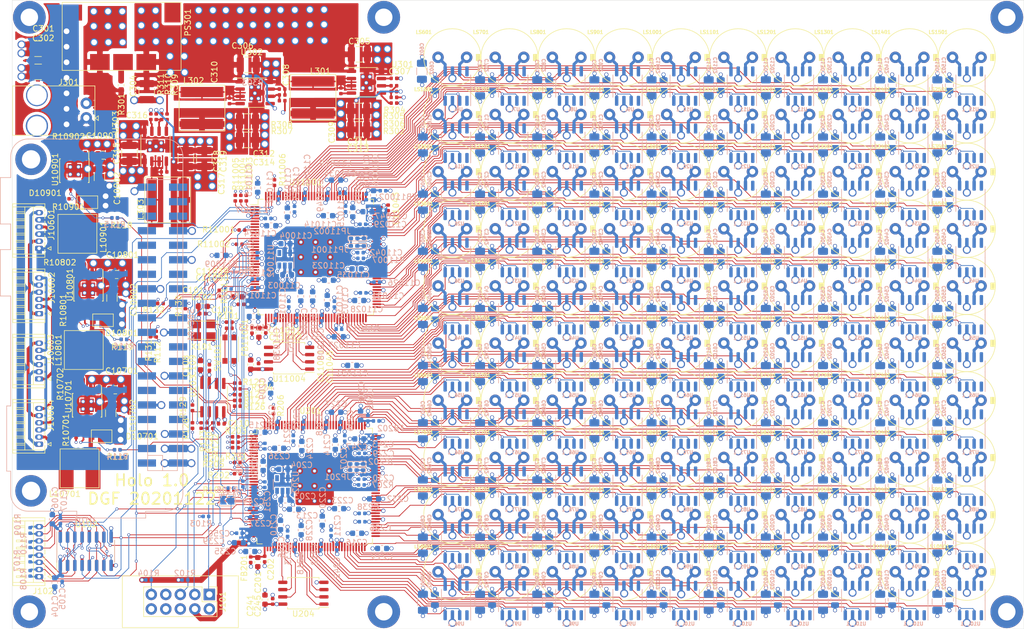
<source format=kicad_pcb>
(kicad_pcb (version 20171130) (host pcbnew "(5.1.9)-1")
  (layers (0 F.Cu signal) (1 gnd power hide) (2 pwr power hide) (31 B.Cu signal) (36 B.SilkS user) (37 F.SilkS user) (38 B.Mask user hide) (39 F.Mask user) (44 Edge.Cuts user))
  (net 0 "")
  (net 1 GND)
  (net 2 +3V0)
  (net 3 /nConfig)
  (net 4 "Net-(C201-Pad1)")
  (net 5 +1V2)
  (net 6 +2V5)
  (net 7 +15V)
  (net 8 +5V)
  (net 9 "Net-(C10801-Pad1)")
  (net 10 "Net-(C10901-Pad1)")
  (net 11 "Net-(C11001-Pad1)")
  (net 12 "Net-(D10801-Pad2)")
  (net 13 "Net-(D10901-Pad2)")
  (net 14 /tck)
  (net 15 /tdo)
  (net 16 /tms)
  (net 17 "Net-(J101-Pad6)")
  (net 18 "Net-(J101-Pad7)")
  (net 19 "Net-(J101-Pad8)")
  (net 20 /tdi)
  (net 21 /4B)
  (net 22 /3B)
  (net 23 /4A)
  (net 24 /3A)
  (net 25 /2B)
  (net 26 /1B)
  (net 27 /2A)
  (net 28 /1A)
  (net 29 "/LED/LED driver/LED_cath")
  (net 30 /LED/sheet5F55454A/LED_cath)
  (net 31 /LED/sheet5F55462D/LED_cath)
  (net 32 /FPGA1/msel0)
  (net 33 /FPGA2/msel0)
  (net 34 "Net-(LS701-Pad2)")
  (net 35 "Net-(LS701-Pad1)")
  (net 36 "Net-(LS801-Pad2)")
  (net 37 "Net-(LS801-Pad1)")
  (net 38 "Net-(LS901-Pad2)")
  (net 39 "Net-(LS901-Pad1)")
  (net 40 "Net-(LS1001-Pad2)")
  (net 41 "Net-(LS1001-Pad1)")
  (net 42 "Net-(LS1101-Pad2)")
  (net 43 "Net-(LS1101-Pad1)")
  (net 44 "Net-(LS1201-Pad2)")
  (net 45 "Net-(LS1201-Pad1)")
  (net 46 "Net-(LS1301-Pad2)")
  (net 47 "Net-(LS1301-Pad1)")
  (net 48 "Net-(LS1401-Pad2)")
  (net 49 "Net-(LS1401-Pad1)")
  (net 50 "Net-(LS1501-Pad2)")
  (net 51 "Net-(LS1501-Pad1)")
  (net 52 "Net-(LS1601-Pad2)")
  (net 53 "Net-(LS1601-Pad1)")
  (net 54 "Net-(LS1701-Pad2)")
  (net 55 "Net-(LS1701-Pad1)")
  (net 56 "Net-(LS1801-Pad2)")
  (net 57 "Net-(LS1801-Pad1)")
  (net 58 "Net-(LS1901-Pad2)")
  (net 59 "Net-(LS1901-Pad1)")
  (net 60 "Net-(LS2001-Pad2)")
  (net 61 "Net-(LS2001-Pad1)")
  (net 62 "Net-(LS2101-Pad2)")
  (net 63 "Net-(LS2101-Pad1)")
  (net 64 "Net-(LS2201-Pad2)")
  (net 65 "Net-(LS2201-Pad1)")
  (net 66 "Net-(LS2301-Pad2)")
  (net 67 "Net-(LS2301-Pad1)")
  (net 68 "Net-(LS2401-Pad2)")
  (net 69 "Net-(LS2401-Pad1)")
  (net 70 "Net-(LS2501-Pad2)")
  (net 71 "Net-(LS2501-Pad1)")
  (net 72 "Net-(LS2601-Pad2)")
  (net 73 "Net-(LS2601-Pad1)")
  (net 74 "Net-(LS2701-Pad2)")
  (net 75 "Net-(LS2701-Pad1)")
  (net 76 "Net-(LS2801-Pad2)")
  (net 77 "Net-(LS2801-Pad1)")
  (net 78 "Net-(LS2901-Pad2)")
  (net 79 "Net-(LS2901-Pad1)")
  (net 80 "Net-(LS3001-Pad2)")
  (net 81 "Net-(LS3001-Pad1)")
  (net 82 "Net-(LS3101-Pad2)")
  (net 83 "Net-(LS3101-Pad1)")
  (net 84 "Net-(LS3201-Pad2)")
  (net 85 "Net-(LS3201-Pad1)")
  (net 86 "Net-(LS3301-Pad2)")
  (net 87 "Net-(LS3301-Pad1)")
  (net 88 "Net-(LS3401-Pad2)")
  (net 89 "Net-(LS3401-Pad1)")
  (net 90 "Net-(LS3501-Pad2)")
  (net 91 "Net-(LS3501-Pad1)")
  (net 92 "Net-(LS3601-Pad2)")
  (net 93 "Net-(LS3601-Pad1)")
  (net 94 "Net-(LS3701-Pad2)")
  (net 95 "Net-(LS3701-Pad1)")
  (net 96 "Net-(LS3801-Pad2)")
  (net 97 "Net-(LS3801-Pad1)")
  (net 98 "Net-(LS3901-Pad2)")
  (net 99 "Net-(LS3901-Pad1)")
  (net 100 "Net-(LS4001-Pad2)")
  (net 101 "Net-(LS4001-Pad1)")
  (net 102 "Net-(LS4101-Pad2)")
  (net 103 "Net-(LS4101-Pad1)")
  (net 104 "Net-(LS4201-Pad2)")
  (net 105 "Net-(LS4201-Pad1)")
  (net 106 "Net-(LS4301-Pad2)")
  (net 107 "Net-(LS4301-Pad1)")
  (net 108 "Net-(LS4401-Pad2)")
  (net 109 "Net-(LS4401-Pad1)")
  (net 110 "Net-(LS4501-Pad2)")
  (net 111 "Net-(LS4501-Pad1)")
  (net 112 "Net-(LS4601-Pad2)")
  (net 113 "Net-(LS4601-Pad1)")
  (net 114 "Net-(LS4701-Pad2)")
  (net 115 "Net-(LS4701-Pad1)")
  (net 116 "Net-(LS4801-Pad2)")
  (net 117 "Net-(LS4801-Pad1)")
  (net 118 "Net-(LS4901-Pad2)")
  (net 119 "Net-(LS4901-Pad1)")
  (net 120 "Net-(LS5001-Pad2)")
  (net 121 "Net-(LS5001-Pad1)")
  (net 122 "Net-(LS5101-Pad2)")
  (net 123 "Net-(LS5101-Pad1)")
  (net 124 "Net-(LS5201-Pad2)")
  (net 125 "Net-(LS5201-Pad1)")
  (net 126 "Net-(LS5301-Pad2)")
  (net 127 "Net-(LS5301-Pad1)")
  (net 128 "Net-(LS5401-Pad2)")
  (net 129 "Net-(LS5401-Pad1)")
  (net 130 "Net-(LS5501-Pad2)")
  (net 131 "Net-(LS5501-Pad1)")
  (net 132 "Net-(LS5601-Pad2)")
  (net 133 "Net-(LS5601-Pad1)")
  (net 134 "Net-(LS5701-Pad2)")
  (net 135 "Net-(LS5701-Pad1)")
  (net 136 "Net-(LS5801-Pad2)")
  (net 137 "Net-(LS5801-Pad1)")
  (net 138 "Net-(LS5901-Pad2)")
  (net 139 "Net-(LS5901-Pad1)")
  (net 140 "Net-(LS6001-Pad2)")
  (net 141 "Net-(LS6001-Pad1)")
  (net 142 "Net-(LS6101-Pad2)")
  (net 143 "Net-(LS6101-Pad1)")
  (net 144 "Net-(LS6201-Pad2)")
  (net 145 "Net-(LS6201-Pad1)")
  (net 146 "Net-(LS6301-Pad2)")
  (net 147 "Net-(LS6301-Pad1)")
  (net 148 "Net-(LS6401-Pad2)")
  (net 149 "Net-(LS6401-Pad1)")
  (net 150 "Net-(LS6501-Pad2)")
  (net 151 "Net-(LS6501-Pad1)")
  (net 152 "Net-(LS6601-Pad2)")
  (net 153 "Net-(LS6601-Pad1)")
  (net 154 "Net-(LS6701-Pad2)")
  (net 155 "Net-(LS6701-Pad1)")
  (net 156 "Net-(LS6801-Pad2)")
  (net 157 "Net-(LS6801-Pad1)")
  (net 158 "Net-(LS6901-Pad2)")
  (net 159 "Net-(LS6901-Pad1)")
  (net 160 "Net-(LS7001-Pad2)")
  (net 161 "Net-(LS7001-Pad1)")
  (net 162 "Net-(LS7101-Pad2)")
  (net 163 "Net-(LS7101-Pad1)")
  (net 164 "Net-(LS7201-Pad2)")
  (net 165 "Net-(LS7201-Pad1)")
  (net 166 "Net-(LS7301-Pad2)")
  (net 167 "Net-(LS7301-Pad1)")
  (net 168 "Net-(LS7401-Pad2)")
  (net 169 "Net-(LS7401-Pad1)")
  (net 170 "Net-(LS7501-Pad2)")
  (net 171 "Net-(LS7501-Pad1)")
  (net 172 "Net-(LS7601-Pad2)")
  (net 173 "Net-(LS7601-Pad1)")
  (net 174 "Net-(LS7701-Pad2)")
  (net 175 "Net-(LS7701-Pad1)")
  (net 176 "Net-(LS7801-Pad2)")
  (net 177 "Net-(LS7801-Pad1)")
  (net 178 "Net-(LS7901-Pad2)")
  (net 179 "Net-(LS7901-Pad1)")
  (net 180 "Net-(LS8001-Pad2)")
  (net 181 "Net-(LS8001-Pad1)")
  (net 182 "Net-(LS8101-Pad2)")
  (net 183 "Net-(LS8101-Pad1)")
  (net 184 "Net-(LS8201-Pad2)")
  (net 185 "Net-(LS8201-Pad1)")
  (net 186 "Net-(LS8301-Pad2)")
  (net 187 "Net-(LS8301-Pad1)")
  (net 188 "Net-(LS8401-Pad2)")
  (net 189 "Net-(LS8401-Pad1)")
  (net 190 "Net-(LS8501-Pad2)")
  (net 191 "Net-(LS8501-Pad1)")
  (net 192 "Net-(LS8601-Pad2)")
  (net 193 "Net-(LS8601-Pad1)")
  (net 194 "Net-(LS8701-Pad2)")
  (net 195 "Net-(LS8701-Pad1)")
  (net 196 "Net-(LS8801-Pad2)")
  (net 197 "Net-(LS8801-Pad1)")
  (net 198 "Net-(LS8901-Pad2)")
  (net 199 "Net-(LS8901-Pad1)")
  (net 200 "Net-(LS9001-Pad2)")
  (net 201 "Net-(LS9001-Pad1)")
  (net 202 "Net-(LS9101-Pad2)")
  (net 203 "Net-(LS9101-Pad1)")
  (net 204 "Net-(LS9201-Pad2)")
  (net 205 "Net-(LS9201-Pad1)")
  (net 206 "Net-(LS9301-Pad2)")
  (net 207 "Net-(LS9301-Pad1)")
  (net 208 "Net-(LS9401-Pad2)")
  (net 209 "Net-(LS9401-Pad1)")
  (net 210 "Net-(LS9501-Pad2)")
  (net 211 "Net-(LS9501-Pad1)")
  (net 212 "Net-(LS9601-Pad2)")
  (net 213 "Net-(LS9601-Pad1)")
  (net 214 "Net-(LS9701-Pad2)")
  (net 215 "Net-(LS9701-Pad1)")
  (net 216 "Net-(LS9801-Pad2)")
  (net 217 "Net-(LS9801-Pad1)")
  (net 218 "Net-(LS9901-Pad2)")
  (net 219 "Net-(LS9901-Pad1)")
  (net 220 "Net-(LS10001-Pad2)")
  (net 221 "Net-(LS10001-Pad1)")
  (net 222 "Net-(LS10101-Pad2)")
  (net 223 "Net-(LS10101-Pad1)")
  (net 224 "Net-(LS10201-Pad2)")
  (net 225 "Net-(LS10201-Pad1)")
  (net 226 "Net-(LS10301-Pad2)")
  (net 227 "Net-(LS10301-Pad1)")
  (net 228 "Net-(LS10401-Pad2)")
  (net 229 "Net-(LS10401-Pad1)")
  (net 230 "Net-(LS10501-Pad2)")
  (net 231 "Net-(LS10501-Pad1)")
  (net 232 "Net-(R101-Pad1)")
  (net 233 /syncOut)
  (net 234 /syncIn)
  (net 235 "Net-(R201-Pad1)")
  (net 236 "Net-(R304-Pad1)")
  (net 237 "Net-(R10801-Pad2)")
  (net 238 "Net-(R10802-Pad1)")
  (net 239 "Net-(R10901-Pad2)")
  (net 240 "Net-(R10902-Pad1)")
  (net 241 /mosi)
  (net 242 /ncs)
  (net 243 /sck)
  (net 244 "Net-(U201-Pad7)")
  (net 245 "Net-(U201-Pad10)")
  (net 246 "Net-(U201-Pad11)")
  (net 247 /FPGA2/tdi)
  (net 248 /clk)
  (net 249 "Net-(U201-Pad34)")
  (net 250 /FPGA1/f_io3)
  (net 251 /FPGA1/f_io2)
  (net 252 /FPGA1/f_io1)
  (net 253 /FPGA1/f_io0)
  (net 254 /FPGA1/f_ncs)
  (net 255 /FPGA1/f_sck)
  (net 256 /FPGA1/miso)
  (net 257 /greenDim)
  (net 258 /blueDim)
  (net 259 /redDim)
  (net 260 /FPGA2/t49)
  (net 261 /FPGA2/t0)
  (net 262 /FPGA2/t1)
  (net 263 /FPGA2/t2)
  (net 264 /FPGA2/t3)
  (net 265 /FPGA2/t4)
  (net 266 /FPGA2/t5)
  (net 267 /FPGA2/t6)
  (net 268 /FPGA2/t7)
  (net 269 /FPGA2/t8)
  (net 270 /FPGA2/t9)
  (net 271 /FPGA2/t10)
  (net 272 /FPGA2/t11)
  (net 273 /FPGA2/t12)
  (net 274 /FPGA2/t13)
  (net 275 /FPGA2/t14)
  (net 276 /FPGA2/t15)
  (net 277 /FPGA2/t16)
  (net 278 /FPGA2/t17)
  (net 279 /FPGA2/t18)
  (net 280 /FPGA2/t19)
  (net 281 /FPGA2/t20)
  (net 282 /FPGA2/t21)
  (net 283 /FPGA2/t22)
  (net 284 /FPGA2/t23)
  (net 285 /FPGA2/t24)
  (net 286 /FPGA2/f_io3)
  (net 287 /FPGA2/f_io2)
  (net 288 /FPGA2/f_io1)
  (net 289 /FPGA2/f_io0)
  (net 290 /FPGA2/f_ncs)
  (net 291 /FPGA2/f_sck)
  (net 292 /FPGA2/syncOut)
  (net 293 /FPGA2/green)
  (net 294 /FPGA2/blue)
  (net 295 /FPGA2/red)
  (net 296 /FPGA2/t25)
  (net 297 /FPGA2/t26)
  (net 298 /FPGA2/t27)
  (net 299 /FPGA2/t28)
  (net 300 /FPGA2/t29)
  (net 301 /FPGA2/t30)
  (net 302 /FPGA2/t31)
  (net 303 /FPGA2/t32)
  (net 304 /FPGA2/t33)
  (net 305 /FPGA2/t34)
  (net 306 /FPGA2/t35)
  (net 307 /FPGA2/t36)
  (net 308 /FPGA2/t37)
  (net 309 /FPGA2/t38)
  (net 310 /FPGA2/t39)
  (net 311 /FPGA2/t40)
  (net 312 /FPGA2/t41)
  (net 313 /FPGA2/t42)
  (net 314 /FPGA2/t43)
  (net 315 /FPGA2/t44)
  (net 316 /FPGA2/t45)
  (net 317 /FPGA2/t46)
  (net 318 /FPGA2/t47)
  (net 319 /FPGA2/t48)
  (net 320 /Transducers/s49)
  (net 321 /Transducers/s0)
  (net 322 /Transducers/s1)
  (net 323 /Transducers/s2)
  (net 324 /Transducers/s3)
  (net 325 /Transducers/s4)
  (net 326 /Transducers/s5)
  (net 327 /Transducers/s6)
  (net 328 /Transducers/s7)
  (net 329 /Transducers/s8)
  (net 330 /Transducers/s9)
  (net 331 /Transducers/s10)
  (net 332 /Transducers/s11)
  (net 333 /Transducers/s12)
  (net 334 /Transducers/s13)
  (net 335 /Transducers/s14)
  (net 336 /Transducers/s15)
  (net 337 /Transducers/s16)
  (net 338 /Transducers/s17)
  (net 339 /Transducers/s18)
  (net 340 /Transducers/s19)
  (net 341 /Transducers/s20)
  (net 342 /Transducers/s21)
  (net 343 /Transducers/s22)
  (net 344 /Transducers/s23)
  (net 345 /Transducers/s24)
  (net 346 /Transducers/s25)
  (net 347 /Transducers/s26)
  (net 348 /Transducers/s27)
  (net 349 /Transducers/s28)
  (net 350 /Transducers/s29)
  (net 351 /Transducers/s30)
  (net 352 /Transducers/s31)
  (net 353 /Transducers/s32)
  (net 354 /Transducers/s33)
  (net 355 /Transducers/s34)
  (net 356 /Transducers/s35)
  (net 357 /Transducers/s36)
  (net 358 /Transducers/s37)
  (net 359 /Transducers/s38)
  (net 360 /Transducers/s39)
  (net 361 /Transducers/s40)
  (net 362 /Transducers/s41)
  (net 363 /Transducers/s42)
  (net 364 /Transducers/s43)
  (net 365 /Transducers/s44)
  (net 366 /Transducers/s45)
  (net 367 /Transducers/s46)
  (net 368 /Transducers/s47)
  (net 369 /Transducers/s48)
  (net 370 "Net-(U201-Pad38)")
  (net 371 "Net-(U201-Pad39)")
  (net 372 "Net-(U201-Pad42)")
  (net 373 "Net-(U201-Pad137)")
  (net 374 "Net-(U201-Pad138)")
  (net 375 "Net-(U201-Pad33)")
  (net 376 /FPGA1/left)
  (net 377 /FPGA1/top)
  (net 378 /FPGA1/misc0)
  (net 379 /FPGA1/misc1)
  (net 380 /FPGA2/left)
  (net 381 /FPGA2/top)
  (net 382 /FPGA2/misc0)
  (net 383 /FPGA2/misc1)
  (net 384 "Net-(U201-Pad86)")
  (net 385 /FPGA2/+2.5V)
  (net 386 "Net-(R307-Pad2)")
  (net 387 "Net-(R309-Pad2)")
  (net 388 "Net-(U201-Pad88)")
  (net 389 "Net-(U201-Pad89)")
  (net 390 "Net-(U201-Pad90)")
  (net 391 "Net-(U201-Pad91)")
  (net 392 /miso)
  (net 393 "Net-(C205-Pad1)")
  (net 394 "Net-(C307-Pad1)")
  (net 395 "Net-(C308-Pad1)")
  (net 396 "Net-(C309-Pad2)")
  (net 397 "Net-(C309-Pad1)")
  (net 398 "Net-(C310-Pad2)")
  (net 399 "Net-(C310-Pad1)")
  (net 400 "Net-(C316-Pad1)")
  (net 401 "Net-(C317-Pad2)")
  (net 402 "Net-(C317-Pad1)")
  (net 403 "Net-(C10701-Pad1)")
  (net 404 "Net-(C11005-Pad1)")
  (net 405 "Net-(D10701-Pad2)")
  (net 406 "Net-(J10601-Pad6)")
  (net 407 "Net-(J10601-Pad4)")
  (net 408 "Net-(J10601-Pad2)")
  (net 409 "Net-(J10602-Pad6)")
  (net 410 "Net-(J10602-Pad4)")
  (net 411 "Net-(J10602-Pad2)")
  (net 412 "Net-(J10603-Pad6)")
  (net 413 "Net-(J10603-Pad4)")
  (net 414 "Net-(J10603-Pad2)")
  (net 415 "Net-(LS601-Pad2)")
  (net 416 "Net-(LS601-Pad1)")
  (net 417 "Net-(PS301-Pad4)")
  (net 418 "Net-(PS301-Pad1)")
  (net 419 "Net-(R207-Pad1)")
  (net 420 "Net-(R302-Pad2)")
  (net 421 "Net-(R303-Pad2)")
  (net 422 "Net-(R304-Pad2)")
  (net 423 "Net-(R310-Pad2)")
  (net 424 "Net-(R10701-Pad2)")
  (net 425 "Net-(R10702-Pad1)")
  (net 426 "Net-(R11001-Pad1)")
  (net 427 "Net-(R11007-Pad1)")
  (net 428 "Net-(SBC401-Pad1)")
  (net 429 "Net-(SBC401-Pad16)")
  (net 430 "Net-(SBC401-Pad15)")
  (net 431 "Net-(SBC401-Pad12)")
  (net 432 "Net-(SBC401-Pad11)")
  (net 433 "Net-(SBC401-Pad33)")
  (net 434 "Net-(SBC401-Pad10)")
  (net 435 "Net-(SBC401-Pad5)")
  (net 436 "Net-(SBC401-Pad8)")
  (net 437 "Net-(SBC401-Pad7)")
  (net 438 "Net-(SBC401-Pad3)")
  (net 439 "Net-(SBC401-Pad22)")
  (net 440 "Net-(SBC401-Pad32)")
  (net 441 "Net-(SBC401-Pad31)")
  (net 442 "Net-(SBC401-Pad28)")
  (net 443 "Net-(SBC401-Pad27)")
  (net 444 "Net-(SBC401-Pad13)")
  (net 445 "Net-(SBC401-Pad29)")
  (net 446 "Net-(SBC401-Pad18)")
  (net 447 "Net-(SBC401-Pad17)")
  (net 448 "Net-(SBC401-Pad40)")
  (net 449 "Net-(SBC401-Pad35)")
  (net 450 "Net-(SBC401-Pad38)")
  (net 451 "Net-(SBC401-Pad26)")
  (net 452 "Net-(SBC401-Pad37)")
  (net 453 "Net-(SBC401-Pad36)")
  (net 454 "Net-(U11001-Pad7)")
  (net 455 "Net-(U11001-Pad10)")
  (net 456 "Net-(U11001-Pad11)")
  (net 457 "Net-(U11001-Pad33)")
  (net 458 "Net-(U11001-Pad34)")
  (net 459 "Net-(U11001-Pad38)")
  (net 460 "Net-(U11001-Pad39)")
  (net 461 "Net-(U11001-Pad42)")
  (net 462 "Net-(U11001-Pad86)")
  (net 463 "Net-(U11001-Pad88)")
  (net 464 "Net-(U11001-Pad89)")
  (net 465 "Net-(U11001-Pad90)")
  (net 466 "Net-(U11001-Pad91)")
  (net 467 "Net-(U11001-Pad137)")
  (net 468 "Net-(U11001-Pad138)")
  (net 469 /FPGA1/red)
  (net 470 /FPGA1/blue)
  (net 471 /FPGA1/green)
  (net 472 +VSW)
  (net 473 /FPGA1/msel1)
  (net 474 /FPGA2/msel1)
  (net 475 "Net-(R120-Pad2)")
  (net 476 "Net-(R120-Pad1)")
  (net 477 "Net-(R121-Pad2)")
  (net 478 "Net-(R121-Pad1)")
  (net 479 /as_data0_1)
  (net 480 /as_data0_2)
  (net 481 /as_asdo_1)
  (net 482 "Net-(R124-Pad1)")
  (net 483 /as_asdo_2)
  (net 484 /as_dclk_1)
  (net 485 /as_dclk_2)
  (net 486 /as_ncs_1)
  (net 487 "Net-(R128-Pad1)")
  (net 488 /as_ncs_2)
  (net 489 "/Raspberry PI/nCE0")
  (net 490 "/Raspberry PI/mosi")
  (net 491 "/Raspberry PI/sclk")
  (net 492 /FPGA2/CLK24_576)
  (net 493 /FPGA1/CLK24_576)
  (module Resistor_SMD:R_0402_1005Metric (layer B.Cu) (at -38.73232 75.36688)
    (fp_text reference R134 (at 0 1.17) (layer B.SilkS) (effects (justify mirror)))
    (fp_text value 25R)
    (pad 2 smd roundrect (at 0.485 0) (size 0.59 0.64) (layers B.Cu B.Paste B.Mask) (net 493 /FPGA1/CLK24_576))
    (pad 1 smd roundrect (at -0.485 0) (size 0.59 0.64) (layers B.Cu B.Paste B.Mask) (net 248 /clk))
  )
  (module Resistor_SMD:R_0402_1005Metric (layer B.Cu) (at -39.18458 40.5257)
    (fp_text reference R133 (at 0 1.17) (layer B.SilkS) (effects (justify mirror)))
    (fp_text value 25R)
    (pad 2 smd roundrect (at 0.485 0) (size 0.59 0.64) (layers B.Cu B.Paste B.Mask) (net 492 /FPGA2/CLK24_576))
    (pad 1 smd roundrect (at -0.485 0) (size 0.59 0.64) (layers B.Cu B.Paste B.Mask) (net 248 /clk))
  )
  (module Module:Raspberry_Pi_Zero_Socketed_THT_MountingHoles_SMT (layer B.Cu) (at -51.97348 22.7203 180)
    (fp_text reference SBC401 (at -6.27 -24.13 270) (layer B.SilkS) (effects (justify mirror)))
    (fp_text value Raspberry_Pi_2_3)
    (pad "" thru_hole circle (at 21.73 4.87 90) (size 5.5 5.5) (drill 3.2) (layers *.Cu *.Mask))
    (pad "" thru_hole circle (at 21.73 -53.13 90) (size 5.5 5.5) (drill 3.2) (layers *.Cu *.Mask))
    (pad 2 smd rect (at -4.0005 -48.26 180) (size 3.180001 1.27) (layers B.Cu B.Paste B.Mask) (net 8 +5V))
    (pad 1 smd rect (at 1.4605 -48.26 180) (size 3.18 1.27) (layers B.Cu B.Paste B.Mask) (net 428 "Net-(SBC401-Pad1)"))
    (pad 16 smd rect (at -4.0005 -30.48 180) (size 3.180001 1.27) (layers B.Cu B.Paste B.Mask) (net 429 "Net-(SBC401-Pad16)"))
    (pad 15 smd rect (at 1.4605 -30.48 180) (size 3.18 1.27) (layers B.Cu B.Paste B.Mask) (net 430 "Net-(SBC401-Pad15)"))
    (pad 20 smd rect (at -4.0005 -25.4 180) (size 3.180001 1.27) (layers B.Cu B.Paste B.Mask) (net 1 GND))
    (pad 19 smd rect (at 1.4605 -25.4 180) (size 3.18 1.27) (layers B.Cu B.Paste B.Mask) (net 490 "/Raspberry PI/mosi"))
    (pad 12 smd rect (at -4.0005 -35.56 180) (size 3.180001 1.27) (layers B.Cu B.Paste B.Mask) (net 431 "Net-(SBC401-Pad12)"))
    (pad 11 smd rect (at 1.4605 -35.56 180) (size 3.18 1.27) (layers B.Cu B.Paste B.Mask) (net 432 "Net-(SBC401-Pad11)"))
    (pad 34 smd rect (at -4.0005 -7.62 180) (size 3.180001 1.27) (layers B.Cu B.Paste B.Mask) (net 1 GND))
    (pad 33 smd rect (at 1.4605 -7.62 180) (size 3.18 1.27) (layers B.Cu B.Paste B.Mask) (net 433 "Net-(SBC401-Pad33)"))
    (pad 10 smd rect (at -4.0005 -38.1 180) (size 3.180001 1.27) (layers B.Cu B.Paste B.Mask) (net 434 "Net-(SBC401-Pad10)"))
    (pad 9 smd rect (at 1.4605 -38.1 180) (size 3.18 1.27) (layers B.Cu B.Paste B.Mask) (net 1 GND))
    (pad 24 smd rect (at -4.0005 -20.32 180) (size 3.180001 1.27) (layers B.Cu B.Paste B.Mask) (net 489 "/Raspberry PI/nCE0"))
    (pad 23 smd rect (at 1.4605 -20.32 180) (size 3.18 1.27) (layers B.Cu B.Paste B.Mask) (net 491 "/Raspberry PI/sclk"))
    (pad 6 smd rect (at -4.0005 -43.18 180) (size 3.180001 1.27) (layers B.Cu B.Paste B.Mask) (net 1 GND))
    (pad 5 smd rect (at 1.4605 -43.18 180) (size 3.18 1.27) (layers B.Cu B.Paste B.Mask) (net 435 "Net-(SBC401-Pad5)"))
    (pad 8 smd rect (at -4.0005 -40.64 180) (size 3.180001 1.27) (layers B.Cu B.Paste B.Mask) (net 436 "Net-(SBC401-Pad8)"))
    (pad 7 smd rect (at 1.4605 -40.64 180) (size 3.18 1.27) (layers B.Cu B.Paste B.Mask) (net 437 "Net-(SBC401-Pad7)"))
    (pad 4 smd rect (at -4.0005 -45.72 180) (size 3.180001 1.27) (layers B.Cu B.Paste B.Mask) (net 8 +5V))
    (pad 3 smd rect (at 1.4605 -45.72 180) (size 3.18 1.27) (layers B.Cu B.Paste B.Mask) (net 438 "Net-(SBC401-Pad3)"))
    (pad 22 smd rect (at -4.0005 -22.86 180) (size 3.180001 1.27) (layers B.Cu B.Paste B.Mask) (net 439 "Net-(SBC401-Pad22)"))
    (pad 21 smd rect (at 1.4605 -22.86 180) (size 3.18 1.27) (layers B.Cu B.Paste B.Mask) (net 392 /miso))
    (pad 32 smd rect (at -4.0005 -10.16 180) (size 3.180001 1.27) (layers B.Cu B.Paste B.Mask) (net 440 "Net-(SBC401-Pad32)"))
    (pad 31 smd rect (at 1.4605 -10.16 180) (size 3.18 1.27) (layers B.Cu B.Paste B.Mask) (net 441 "Net-(SBC401-Pad31)"))
    (pad 28 smd rect (at -4.0005 -15.24 180) (size 3.180001 1.27) (layers B.Cu B.Paste B.Mask) (net 442 "Net-(SBC401-Pad28)"))
    (pad 27 smd rect (at 1.4605 -15.24 180) (size 3.18 1.27) (layers B.Cu B.Paste B.Mask) (net 443 "Net-(SBC401-Pad27)"))
    (pad 14 smd rect (at -4.0005 -33.02 180) (size 3.180001 1.27) (layers B.Cu B.Paste B.Mask) (net 1 GND))
    (pad 13 smd rect (at 1.4605 -33.02 180) (size 3.18 1.27) (layers B.Cu B.Paste B.Mask) (net 444 "Net-(SBC401-Pad13)"))
    (pad 30 smd rect (at -4.0005 -12.7 180) (size 3.180001 1.27) (layers B.Cu B.Paste B.Mask) (net 1 GND))
    (pad 29 smd rect (at 1.4605 -12.7 180) (size 3.18 1.27) (layers B.Cu B.Paste B.Mask) (net 445 "Net-(SBC401-Pad29)"))
    (pad 18 smd rect (at -4.0005 -27.94 180) (size 3.180001 1.27) (layers B.Cu B.Paste B.Mask) (net 446 "Net-(SBC401-Pad18)"))
    (pad 17 smd rect (at 1.4605 -27.94 180) (size 3.18 1.27) (layers B.Cu B.Paste B.Mask) (net 447 "Net-(SBC401-Pad17)"))
    (pad 39 smd rect (at 1.4605 0 180) (size 3.180001 1.27) (layers B.Cu B.Paste B.Mask) (net 1 GND))
    (pad 40 smd rect (at -4.0005 0 180) (size 3.180001 1.27) (layers B.Cu B.Paste B.Mask) (net 448 "Net-(SBC401-Pad40)"))
    (pad 35 smd rect (at 1.4605 -5.08 180) (size 3.18 1.27) (layers B.Cu B.Paste B.Mask) (net 449 "Net-(SBC401-Pad35)"))
    (pad 38 smd rect (at -4.0005 -2.54 180) (size 3.180001 1.27) (layers B.Cu B.Paste B.Mask) (net 450 "Net-(SBC401-Pad38)"))
    (pad 26 smd rect (at -4.0005 -17.78 180) (size 3.180001 1.27) (layers B.Cu B.Paste B.Mask) (net 451 "Net-(SBC401-Pad26)"))
    (pad 25 smd rect (at 1.4605 -17.78 180) (size 3.18 1.27) (layers B.Cu B.Paste B.Mask) (net 1 GND))
    (pad 37 smd rect (at 1.4605 -2.54 180) (size 3.18 1.27) (layers B.Cu B.Paste B.Mask) (net 452 "Net-(SBC401-Pad37)"))
    (pad 36 smd rect (at -4.0005 -5.08 180) (size 3.180001 1.27) (layers B.Cu B.Paste B.Mask) (net 453 "Net-(SBC401-Pad36)"))
  )
  (module Capacitor_SMD:C_0603_1608Metric (layer F.Cu) (at -44.06392 53.86832 90)
    (fp_text reference C108 (at -0.12446 -2.57556 90) (layer F.SilkS))
    (fp_text value 4.7uF)
    (pad 2 smd roundrect (at 0.7875 0 90) (size 0.875 0.95) (layers F.Cu F.Paste F.Mask) (net 1 GND))
    (pad 1 smd roundrect (at -0.7875 0 90) (size 0.875 0.95) (layers F.Cu F.Paste F.Mask) (net 2 +3V0))
  )
  (module Capacitor_SMD:C_0402_1005Metric (layer F.Cu) (at -42.50944 54.28234 90)
    (fp_text reference C109 (at 0.34036 -2.89814 90) (layer F.SilkS))
    (fp_text value 0.1uF)
    (pad 2 smd roundrect (at 0.485 0 90) (size 0.59 0.64) (layers F.Cu F.Paste F.Mask) (net 1 GND))
    (pad 1 smd roundrect (at -0.485 0 90) (size 0.59 0.64) (layers F.Cu F.Paste F.Mask) (net 2 +3V0))
  )
  (module Capacitor_SMD:C_0402_1005Metric (layer F.Cu) (at -40.40378 64.12738)
    (fp_text reference C110 (at 3.0099 -0.0762) (layer F.SilkS))
    (fp_text value 0.1uF)
    (pad 2 smd roundrect (at 0.485 0) (size 0.59 0.64) (layers F.Cu F.Paste F.Mask) (net 1 GND))
    (pad 1 smd roundrect (at -0.485 0) (size 0.59 0.64) (layers F.Cu F.Paste F.Mask) (net 2 +3V0))
  )
  (module Jumper:SolderJumper-3_bridged12 (layer B.Cu) (at -16.16202 71.1454 180)
    (fp_text reference JP202 (at -3.73634 0.39624) (layer B.SilkS) (effects (justify mirror)))
    (fp_text value SolderJumper_3_Bridged12)
    (fp_line (start -0.42672 0.00508) (end 0.40386 0.00508) (layer B.Cu) (width 0.2032))
    (pad 3 smd roundrect (at 1.695 0 180) (size 0.75 0.64) (layers B.Cu B.Paste B.Mask) (net 1 GND))
    (pad 2 smd roundrect (at 0.565 0 180) (size 0.75 0.64) (layers B.Cu B.Paste B.Mask) (net 473 /FPGA1/msel1))
    (pad 1 smd roundrect (at -0.565 0 180) (size 0.75 0.64) (layers B.Cu B.Paste B.Mask) (net 6 +2V5))
  )
  (module Resistor_SMD:R_0402_1005Metric (layer F.Cu) (at -42.926 64.43218 270)
    (fp_text reference R120 (at 2.9464 -0.3556 90) (layer F.SilkS))
    (fp_text value 24R9)
    (pad 2 smd roundrect (at 0.485 0 270) (size 0.59 0.64) (layers F.Cu F.Paste F.Mask) (net 475 "Net-(R120-Pad2)"))
    (pad 1 smd roundrect (at -0.485 0 270) (size 0.59 0.64) (layers F.Cu F.Paste F.Mask) (net 476 "Net-(R120-Pad1)"))
  )
  (module Resistor_SMD:R_0402_1005Metric (layer F.Cu) (at -37.60724 60.02782)
    (fp_text reference R121 (at 3.048 -0.02032) (layer F.SilkS))
    (fp_text value 50R)
    (pad 2 smd roundrect (at 0.485 0) (size 0.59 0.64) (layers F.Cu F.Paste F.Mask) (net 477 "Net-(R121-Pad2)"))
    (pad 1 smd roundrect (at -0.485 0) (size 0.59 0.64) (layers F.Cu F.Paste F.Mask) (net 478 "Net-(R121-Pad1)"))
  )
  (module Jumper:SolderJumper-3_bridged12 (layer B.Cu) (at -16.03756 31.68142 180)
    (fp_text reference JP11002 (at 4.97586 1.24968) (layer B.SilkS) (effects (justify mirror)))
    (fp_text value SolderJumper_3_Bridged12)
    (fp_line (start -0.42672 0.00508) (end 0.40386 0.00508) (layer B.Cu) (width 0.2032))
    (pad 3 smd roundrect (at 1.695 0 180) (size 0.75 0.64) (layers B.Cu B.Paste B.Mask) (net 1 GND))
    (pad 2 smd roundrect (at 0.565 0 180) (size 0.75 0.64) (layers B.Cu B.Paste B.Mask) (net 474 /FPGA2/msel1))
    (pad 1 smd roundrect (at -0.565 0 180) (size 0.75 0.64) (layers B.Cu B.Paste B.Mask) (net 385 /FPGA2/+2.5V))
  )
  (module Resistor_SMD:R_0402_1005Metric (layer F.Cu) (at -41.90492 64.43218 270)
    (fp_text reference R122 (at 3.3401 -0.46736 90) (layer F.SilkS))
    (fp_text value SOT)
    (pad 2 smd roundrect (at 0.485 0 270) (size 0.59 0.64) (layers F.Cu F.Paste F.Mask) (net 479 /as_data0_1))
    (pad 1 smd roundrect (at -0.485 0 270) (size 0.59 0.64) (layers F.Cu F.Paste F.Mask) (net 475 "Net-(R120-Pad2)"))
  )
  (module Resistor_SMD:R_0402_1005Metric (layer F.Cu) (at -43.94454 64.42202 90)
    (fp_text reference R123 (at -2.71018 0.33782 90) (layer F.SilkS))
    (fp_text value SOT)
    (pad 2 smd roundrect (at 0.485 0 90) (size 0.59 0.64) (layers F.Cu F.Paste F.Mask) (net 480 /as_data0_2))
    (pad 1 smd roundrect (at -0.485 0 90) (size 0.59 0.64) (layers F.Cu F.Paste F.Mask) (net 475 "Net-(R120-Pad2)"))
  )
  (module Package_SO:SOIC-8_3.9x4.9mm_P1.27mm (layer F.Cu) (at -41.8973 59.52998 90)
    (fp_text reference U103 (at 1.98882 -3.45948 90) (layer F.SilkS))
    (fp_text value EPCQ16A)
    (pad 8 smd roundrect (at 2.475 -1.905 90) (size 1.95 0.6) (layers F.Cu F.Paste F.Mask) (net 2 +3V0))
    (pad 7 smd roundrect (at 2.475 -0.635 90) (size 1.95 0.6) (layers F.Cu F.Paste F.Mask) (net 2 +3V0))
    (pad 6 smd roundrect (at 2.475 0.635 90) (size 1.95 0.6) (layers F.Cu F.Paste F.Mask) (net 478 "Net-(R121-Pad1)"))
    (pad 5 smd roundrect (at 2.475 1.905 90) (size 1.95 0.6) (layers F.Cu F.Paste F.Mask) (net 482 "Net-(R124-Pad1)"))
    (pad 4 smd roundrect (at -2.475 1.905 90) (size 1.95 0.6) (layers F.Cu F.Paste F.Mask) (net 1 GND))
    (pad 3 smd roundrect (at -2.475 0.635 90) (size 1.95 0.6) (layers F.Cu F.Paste F.Mask) (net 2 +3V0))
    (pad 2 smd roundrect (at -2.475 -0.635 90) (size 1.95 0.6) (layers F.Cu F.Paste F.Mask) (net 476 "Net-(R120-Pad1)"))
    (pad 1 smd roundrect (at -2.475 -1.905 90) (size 1.95 0.6) (layers F.Cu F.Paste F.Mask) (net 487 "Net-(R128-Pad1)"))
  )
  (module Resistor_SMD:R_0402_1005Metric (layer F.Cu) (at -37.60978 59.02452 180)
    (fp_text reference R127 (at -2.97688 0.07874) (layer F.SilkS))
    (fp_text value SOT)
    (pad 2 smd roundrect (at 0.485 0 180) (size 0.59 0.64) (layers F.Cu F.Paste F.Mask) (net 485 /as_dclk_2))
    (pad 1 smd roundrect (at -0.485 0 180) (size 0.59 0.64) (layers F.Cu F.Paste F.Mask) (net 477 "Net-(R121-Pad2)"))
  )
  (module Resistor_SMD:R_0402_1005Metric (layer F.Cu) (at -37.60724 61.02604 180)
    (fp_text reference R126 (at -2.97434 -0.1143) (layer F.SilkS))
    (fp_text value SOT)
    (pad 2 smd roundrect (at 0.485 0 180) (size 0.59 0.64) (layers F.Cu F.Paste F.Mask) (net 484 /as_dclk_1))
    (pad 1 smd roundrect (at -0.485 0 180) (size 0.59 0.64) (layers F.Cu F.Paste F.Mask) (net 477 "Net-(R121-Pad2)"))
  )
  (module Resistor_SMD:R_0402_1005Metric (layer F.Cu) (at -45.46346 61.32322 90)
    (fp_text reference R129 (at 0.08382 -1.66878 90) (layer F.SilkS))
    (fp_text value SOT)
    (pad 2 smd roundrect (at 0.485 0 90) (size 0.59 0.64) (layers F.Cu F.Paste F.Mask) (net 488 /as_ncs_2))
    (pad 1 smd roundrect (at -0.485 0 90) (size 0.59 0.64) (layers F.Cu F.Paste F.Mask) (net 487 "Net-(R128-Pad1)"))
  )
  (module Resistor_SMD:R_0402_1005Metric (layer F.Cu) (at -51.06162 43.07078 180)
    (fp_text reference R132 (at 1.19888 -1.13284) (layer F.SilkS))
    (fp_text value 100R)
    (pad 2 smd roundrect (at 0.485 0 180) (size 0.59 0.64) (layers F.Cu F.Paste F.Mask) (net 491 "/Raspberry PI/sclk"))
    (pad 1 smd roundrect (at -0.485 0 180) (size 0.59 0.64) (layers F.Cu F.Paste F.Mask) (net 243 /sck))
  )
  (module Resistor_SMD:R_0402_1005Metric (layer F.Cu) (at -51.81346 48.4251 90)
    (fp_text reference R131 (at -2.85496 -1.31064 90) (layer F.SilkS))
    (fp_text value 100R)
    (pad 2 smd roundrect (at 0.485 0 90) (size 0.59 0.64) (layers F.Cu F.Paste F.Mask) (net 490 "/Raspberry PI/mosi"))
    (pad 1 smd roundrect (at -0.485 0 90) (size 0.59 0.64) (layers F.Cu F.Paste F.Mask) (net 241 /mosi))
  )
  (module Resistor_SMD:R_0402_1005Metric (layer F.Cu) (at -37.60216 57.00268)
    (fp_text reference R125 (at 2.8448 -0.17526) (layer F.SilkS))
    (fp_text value SOT)
    (pad 2 smd roundrect (at 0.485 0) (size 0.59 0.64) (layers F.Cu F.Paste F.Mask) (net 483 /as_asdo_2))
    (pad 1 smd roundrect (at -0.485 0) (size 0.59 0.64) (layers F.Cu F.Paste F.Mask) (net 482 "Net-(R124-Pad1)"))
  )
  (module Resistor_SMD:R_0402_1005Metric (layer F.Cu) (at -46.70298 43.50004 90)
    (fp_text reference R130 (at 0 -1.17 90) (layer F.SilkS))
    (fp_text value 100R)
    (pad 2 smd roundrect (at 0.485 0 90) (size 0.59 0.64) (layers F.Cu F.Paste F.Mask) (net 489 "/Raspberry PI/nCE0"))
    (pad 1 smd roundrect (at -0.485 0 90) (size 0.59 0.64) (layers F.Cu F.Paste F.Mask) (net 242 /ncs))
  )
  (module Resistor_SMD:R_0402_1005Metric (layer F.Cu) (at -37.60456 58.00852)
    (fp_text reference R124 (at 4.32802 -0.24384) (layer F.SilkS))
    (fp_text value SOT)
    (pad 2 smd roundrect (at 0.485 0) (size 0.59 0.64) (layers F.Cu F.Paste F.Mask) (net 481 /as_asdo_1))
    (pad 1 smd roundrect (at -0.485 0) (size 0.59 0.64) (layers F.Cu F.Paste F.Mask) (net 482 "Net-(R124-Pad1)"))
  )
  (module Resistor_SMD:R_0402_1005Metric (layer F.Cu) (at -45.46092 64.42202 270)
    (fp_text reference R128 (at 0.58928 1.17856 90) (layer F.SilkS))
    (fp_text value SOT)
    (pad 2 smd roundrect (at 0.485 0 270) (size 0.59 0.64) (layers F.Cu F.Paste F.Mask) (net 486 /as_ncs_1))
    (pad 1 smd roundrect (at -0.485 0 270) (size 0.59 0.64) (layers F.Cu F.Paste F.Mask) (net 487 "Net-(R128-Pad1)"))
  )
  (module holo:OKI-T-36W-W40 (layer F.Cu) (at -48.97374 -7.81812)
    (fp_text reference PS301 (at 2.69494 1.7272 90) (layer F.SilkS))
    (fp_text value OKI-T36W-W40)
    (pad 5 smd rect (at -4.57 8.64) (size 3.43 2.79) (layers F.Cu F.Paste F.Mask) (net 7 +15V))
    (pad 4 smd rect (at -8.64 8.64) (size 3.43 2.79) (layers F.Cu F.Paste F.Mask) (net 417 "Net-(PS301-Pad4)"))
    (pad 3 smd rect (at -12.69 8.64) (size 3.43 2.79) (layers F.Cu F.Paste F.Mask) (net 1 GND))
    (pad 2 smd rect (at -17.52 0) (size 3.43 2.79) (layers F.Cu F.Paste F.Mask) (net 472 +VSW))
    (pad 1 smd rect (at 0 0 90) (size 3.43 2.79) (layers F.Cu F.Paste F.Mask) (net 418 "Net-(PS301-Pad1)"))
  )
  (module Resistor_SMD:R_0402_1005Metric (layer F.Cu) (at -57.4548 49.34458)
    (fp_text reference R119 (at -0.30226 1.36906) (layer F.SilkS))
    (fp_text value 0R)
    (pad 2 smd roundrect (at 0.485 0) (size 0.59 0.64) (layers F.Cu F.Paste F.Mask) (net 471 /FPGA1/green))
    (pad 1 smd roundrect (at -0.485 0) (size 0.59 0.64) (layers F.Cu F.Paste F.Mask) (net 257 /greenDim))
  )
  (module Resistor_SMD:R_0402_1005Metric (layer F.Cu) (at -59.07278 28.1178)
    (fp_text reference R118 (at 1.1684 1.27) (layer F.SilkS))
    (fp_text value 0R)
    (pad 2 smd roundrect (at 0.485 0) (size 0.59 0.64) (layers F.Cu F.Paste F.Mask) (net 470 /FPGA1/blue))
    (pad 1 smd roundrect (at -0.485 0) (size 0.59 0.64) (layers F.Cu F.Paste F.Mask) (net 258 /blueDim))
  )
  (module Resistor_SMD:R_0402_1005Metric (layer F.Cu) (at -58.63844 68.66128)
    (fp_text reference R117 (at 0.11684 1.2319) (layer F.SilkS))
    (fp_text value 0R)
    (pad 2 smd roundrect (at 0.485 0) (size 0.59 0.64) (layers F.Cu F.Paste F.Mask) (net 469 /FPGA1/red))
    (pad 1 smd roundrect (at -0.485 0) (size 0.59 0.64) (layers F.Cu F.Paste F.Mask) (net 259 /redDim))
  )
  (module Resistor_SMD:R_0402_1005Metric (layer B.Cu) (at -57.46242 49.34458)
    (fp_text reference R116 (at 0 1.17) (layer B.SilkS) (effects (justify mirror)))
    (fp_text value 0R)
    (pad 2 smd roundrect (at 0.485 0) (size 0.59 0.64) (layers B.Cu B.Paste B.Mask) (net 293 /FPGA2/green))
    (pad 1 smd roundrect (at -0.485 0) (size 0.59 0.64) (layers B.Cu B.Paste B.Mask) (net 257 /greenDim))
  )
  (module Resistor_SMD:R_0402_1005Metric (layer B.Cu) (at -59.07024 28.08224)
    (fp_text reference R115 (at 0 1.17) (layer B.SilkS) (effects (justify mirror)))
    (fp_text value 0R)
    (pad 2 smd roundrect (at 0.485 0) (size 0.59 0.64) (layers B.Cu B.Paste B.Mask) (net 294 /FPGA2/blue))
    (pad 1 smd roundrect (at -0.485 0) (size 0.59 0.64) (layers B.Cu B.Paste B.Mask) (net 258 /blueDim))
  )
  (module Resistor_SMD:R_0402_1005Metric (layer B.Cu) (at -58.60796 68.67144)
    (fp_text reference R114 (at 0 1.17) (layer B.SilkS) (effects (justify mirror)))
    (fp_text value 0R)
    (pad 2 smd roundrect (at 0.485 0) (size 0.59 0.64) (layers B.Cu B.Paste B.Mask) (net 295 /FPGA2/red))
    (pad 1 smd roundrect (at -0.485 0) (size 0.59 0.64) (layers B.Cu B.Paste B.Mask) (net 259 /redDim))
  )
  (module Resistor_SMD:R_0402_1005Metric (layer B.Cu) (at -36.6395 74.64298 90)
    (fp_text reference R113 (at 3.63474 -0.56642 270) (layer B.SilkS) (effects (justify mirror)))
    (fp_text value 0R)
    (pad 2 smd roundrect (at 0.485 0 90) (size 0.59 0.64) (layers B.Cu B.Paste B.Mask) (net 20 /tdi))
    (pad 1 smd roundrect (at -0.485 0 90) (size 0.59 0.64) (layers B.Cu B.Paste B.Mask) (net 247 /FPGA2/tdi))
  )
  (module Resistor_SMD:R_0402_1005Metric (layer F.Cu) (at -52.82438 48.41494 270)
    (fp_text reference R112 (at 3.15976 -1.22936 90) (layer F.SilkS))
    (fp_text value 0R)
    (pad 2 smd roundrect (at 0.485 0 270) (size 0.59 0.64) (layers F.Cu F.Paste F.Mask) (net 241 /mosi))
    (pad 1 smd roundrect (at -0.485 0 270) (size 0.59 0.64) (layers F.Cu F.Paste F.Mask) (net 256 /FPGA1/miso))
  )
  (module Resistor_SMD:R_0402_1005Metric (layer F.Cu) (at -40.77716 41.24198 270)
    (fp_text reference R111 (at -0.02032 -0.86868 90) (layer F.SilkS))
    (fp_text value 0R)
    (pad 2 smd roundrect (at 0.485 0 270) (size 0.59 0.64) (layers F.Cu F.Paste F.Mask) (net 392 /miso))
    (pad 1 smd roundrect (at -0.485 0 270) (size 0.59 0.64) (layers F.Cu F.Paste F.Mask) (net 256 /FPGA1/miso))
  )
  (module Connector_PinHeader_2.54mm:PinHeader_2x05_P2.54mm_Vertical_Shrouded (layer F.Cu) (at -47.5869 95.24238 270)
    (fp_text reference J101 (at 0.00254 -7.41 270) (layer F.SilkS))
    (fp_text value JTAG)
    (pad 1 thru_hole rect (at -1.26746 -5.08 270) (size 2 2) (drill 1.1) (layers *.Cu *.Mask) (net 14 /tck))
    (pad 2 thru_hole oval (at 1.27254 -5.08 270) (size 2 2) (drill 1.1) (layers *.Cu *.Mask) (net 1 GND))
    (pad 3 thru_hole oval (at -1.26746 -2.54 270) (size 2 2) (drill 1.1) (layers *.Cu *.Mask) (net 15 /tdo))
    (pad 4 thru_hole oval (at 1.27254 -2.54 270) (size 2 2) (drill 1.1) (layers *.Cu *.Mask) (net 6 +2V5))
    (pad 5 thru_hole oval (at -1.26746 0 270) (size 2 2) (drill 1.1) (layers *.Cu *.Mask) (net 16 /tms))
    (pad 6 thru_hole oval (at 1.27254 0 270) (size 2 2) (drill 1.1) (layers *.Cu *.Mask) (net 17 "Net-(J101-Pad6)"))
    (pad 7 thru_hole oval (at -1.26746 2.54 270) (size 2 2) (drill 1.1) (layers *.Cu *.Mask) (net 18 "Net-(J101-Pad7)"))
    (pad 8 thru_hole oval (at 1.27254 2.54 270) (size 2 2) (drill 1.1) (layers *.Cu *.Mask) (net 19 "Net-(J101-Pad8)"))
    (pad 9 thru_hole oval (at -1.26746 5.08 270) (size 2 2) (drill 1.1) (layers *.Cu *.Mask) (net 20 /tdi))
    (pad 10 thru_hole oval (at 1.27254 5.08 270) (size 2 2) (drill 1.1) (layers *.Cu *.Mask) (net 1 GND))
  )
  (module Capacitor_SMD:C_0402_1005Metric (layer B.Cu) (at -68.57746 81.08188 90)
    (fp_text reference C107 (at 3.56108 0.63246 90) (layer B.SilkS) (effects (justify mirror)))
    (fp_text value 0.1uF)
    (pad 2 smd roundrect (at 0.485 0 90) (size 0.59 0.64) (layers B.Cu B.Paste B.Mask) (net 1 GND))
    (pad 1 smd roundrect (at -0.485 0 90) (size 0.59 0.64) (layers B.Cu B.Paste B.Mask) (net 2 +3V0))
  )
  (module Capacitor_SMD:C_0603_1608Metric (layer B.Cu) (at -69.98208 80.81772 90)
    (fp_text reference C106 (at 3.79984 0.4953 90) (layer B.SilkS) (effects (justify mirror)))
    (fp_text value 4.7uF)
    (pad 2 smd roundrect (at 0.7875 0 90) (size 0.875 0.95) (layers B.Cu B.Paste B.Mask) (net 1 GND))
    (pad 1 smd roundrect (at -0.7875 0 90) (size 0.875 0.95) (layers B.Cu B.Paste B.Mask) (net 2 +3V0))
  )
  (module Capacitor_SMD:C_0603_1608Metric (layer B.Cu) (at -69.55282 91.84386 270)
    (fp_text reference C104 (at 4.21132 -0.0381 90) (layer B.SilkS) (effects (justify mirror)))
    (fp_text value 4.7uF)
    (pad 2 smd roundrect (at 0.7875 0 270) (size 0.875 0.95) (layers B.Cu B.Paste B.Mask) (net 1 GND))
    (pad 1 smd roundrect (at -0.7875 0 270) (size 0.875 0.95) (layers B.Cu B.Paste B.Mask) (net 2 +3V0))
  )
  (module Package_SO:SOIC-16_3.9x9.9mm_P1.27mm (layer F.Cu) (at -64.14008 86.41588 90)
    (fp_text reference U102 (at 4.73964 0.10668 180) (layer F.SilkS))
    (fp_text value AM26LV31)
    (pad 16 smd roundrect (at 2.475 -4.445 90) (size 1.95 0.6) (layers F.Cu F.Paste F.Mask) (net 2 +3V0))
    (pad 15 smd roundrect (at 2.475 -3.175 90) (size 1.95 0.6) (layers F.Cu F.Paste F.Mask) (net 233 /syncOut))
    (pad 14 smd roundrect (at 2.475 -1.905 90) (size 1.95 0.6) (layers F.Cu F.Paste F.Mask) (net 23 /4A))
    (pad 13 smd roundrect (at 2.475 -0.635 90) (size 1.95 0.6) (layers F.Cu F.Paste F.Mask) (net 21 /4B))
    (pad 12 smd roundrect (at 2.475 0.635 90) (size 1.95 0.6) (layers F.Cu F.Paste F.Mask) (net 1 GND))
    (pad 11 smd roundrect (at 2.475 1.905 90) (size 1.95 0.6) (layers F.Cu F.Paste F.Mask) (net 22 /3B))
    (pad 10 smd roundrect (at 2.475 3.175 90) (size 1.95 0.6) (layers F.Cu F.Paste F.Mask) (net 24 /3A))
    (pad 9 smd roundrect (at 2.475 4.445 90) (size 1.95 0.6) (layers F.Cu F.Paste F.Mask) (net 243 /sck))
    (pad 8 smd roundrect (at -2.475 4.445 90) (size 1.95 0.6) (layers F.Cu F.Paste F.Mask) (net 1 GND))
    (pad 7 smd roundrect (at -2.475 3.175 90) (size 1.95 0.6) (layers F.Cu F.Paste F.Mask) (net 241 /mosi))
    (pad 6 smd roundrect (at -2.475 1.905 90) (size 1.95 0.6) (layers F.Cu F.Paste F.Mask) (net 27 /2A))
    (pad 5 smd roundrect (at -2.475 0.635 90) (size 1.95 0.6) (layers F.Cu F.Paste F.Mask) (net 25 /2B))
    (pad 4 smd roundrect (at -2.475 -0.635 90) (size 1.95 0.6) (layers F.Cu F.Paste F.Mask) (net 2 +3V0))
    (pad 3 smd roundrect (at -2.475 -1.905 90) (size 1.95 0.6) (layers F.Cu F.Paste F.Mask) (net 26 /1B))
    (pad 2 smd roundrect (at -2.475 -3.175 90) (size 1.95 0.6) (layers F.Cu F.Paste F.Mask) (net 28 /1A))
    (pad 1 smd roundrect (at -2.475 -4.445 90) (size 1.95 0.6) (layers F.Cu F.Paste F.Mask) (net 242 /ncs))
  )
  (module Resistor_SMD:R_0603_1608Metric (layer F.Cu) (at -57.94248 4.87934 270)
    (fp_text reference R301 (at 3.3528 -0.05588 90) (layer F.SilkS))
    (fp_text value 52R21)
    (pad 2 smd roundrect (at 0.7875 0 270) (size 0.875 0.95) (layers F.Cu F.Paste F.Mask) (net 1 GND))
    (pad 1 smd roundrect (at -0.7875 0 270) (size 0.875 0.95) (layers F.Cu F.Paste F.Mask) (net 417 "Net-(PS301-Pad4)"))
  )
  (module Capacitor_SMD:C_1210_3225Metric (layer F.Cu) (at -53.47208 6.00202 270)
    (fp_text reference C304 (at -0.99314 2.35712 90) (layer F.SilkS))
    (fp_text value 22uF,35V)
    (pad 2 smd roundrect (at 1.4 0 270) (size 1.25 2.65) (layers F.Cu F.Paste F.Mask) (roundrect_rratio 0.2) (net 1 GND))
    (pad 1 smd roundrect (at -1.4 0 270) (size 1.25 2.65) (layers F.Cu F.Paste F.Mask) (roundrect_rratio 0.2) (net 7 +15V))
  )
  (module Resistor_SMD:R_1210_3225Metric (layer F.Cu) (at -72.46112 2.5527 180)
    (fp_text reference C302 (at -0.89154 5.9055) (layer F.SilkS))
    (fp_text value 10uF,50V)
    (pad 2 smd roundrect (at 1.4 0 180) (size 1.25 2.65) (layers F.Cu F.Paste F.Mask) (roundrect_rratio 0.2) (net 1 GND))
    (pad 1 smd roundrect (at -1.4 0 180) (size 1.25 2.65) (layers F.Cu F.Paste F.Mask) (roundrect_rratio 0.2) (net 472 +VSW))
  )
  (module Resistor_SMD:R_1210_3225Metric (layer F.Cu) (at -72.4789 -1.49352 180)
    (fp_text reference C301 (at -0.94488 3.53314) (layer F.SilkS))
    (fp_text value 10uF,50V)
    (pad 2 smd roundrect (at 1.4 0 180) (size 1.25 2.65) (layers F.Cu F.Paste F.Mask) (roundrect_rratio 0.2) (net 1 GND))
    (pad 1 smd roundrect (at -1.4 0 180) (size 1.25 2.65) (layers F.Cu F.Paste F.Mask) (roundrect_rratio 0.2) (net 472 +VSW))
  )
  (module holo:SRR6038 (layer F.Cu) (at -65.5955 30.87878 180)
    (fp_text reference L10901 (at -4.54152 -0.5334 270) (layer F.SilkS))
    (fp_text value 11.5uH)
    (pad 2 smd rect (at 0 -2.35 180) (size 7.3 2.6) (layers F.Cu F.Paste F.Mask) (net 31 /LED/sheet5F55462D/LED_cath))
    (pad 1 smd rect (at 0 2.35 180) (size 7.3 2.6) (layers F.Cu F.Paste F.Mask) (net 13 "Net-(D10901-Pad2)"))
  )
  (module holo:SRR6038 (layer F.Cu) (at -64.48044 51.21148 90)
    (fp_text reference L10801 (at -0.02032 -4.4196 90) (layer F.SilkS))
    (fp_text value 11.5uH)
    (pad 2 smd rect (at 0 -2.35 90) (size 7.3 2.6) (layers F.Cu F.Paste F.Mask) (net 30 /LED/sheet5F55454A/LED_cath))
    (pad 1 smd rect (at 0 2.35 90) (size 7.3 2.6) (layers F.Cu F.Paste F.Mask) (net 12 "Net-(D10801-Pad2)"))
  )
  (module holo:SRR6038 (layer F.Cu) (at -65.21196 71.9074 90)
    (fp_text reference L10701 (at -4.49326 -2.58064 180) (layer F.SilkS))
    (fp_text value 11.5uH)
    (pad 2 smd rect (at 0 -2.35 90) (size 7.3 2.6) (layers F.Cu F.Paste F.Mask) (net 29 "/LED/LED driver/LED_cath"))
    (pad 1 smd rect (at 0 2.35 90) (size 7.3 2.6) (layers F.Cu F.Paste F.Mask) (net 405 "Net-(D10701-Pad2)"))
  )
  (module Resistor_SMD:R_0402_1005Metric (layer F.Cu) (at -10.23366 5.98932 180)
    (fp_text reference R305 (at -0.00254 -4.31038) (layer F.SilkS))
    (fp_text value 5.0K)
    (pad 2 smd roundrect (at 0.485 0 180) (size 0.59 0.64) (layers F.Cu F.Paste F.Mask) (net 236 "Net-(R304-Pad1)"))
    (pad 1 smd roundrect (at -0.485 0 180) (size 0.59 0.64) (layers F.Cu F.Paste F.Mask) (net 5 +1V2))
  )
  (module Connector_Hirose:Hirose_DF13-06P-1.25DS_1x06_P1.25mm_Horizontal (layer F.Cu) (at -72.29602 67.68592 90)
    (fp_text reference J10604 (at 5.0419 2.03962 270) (layer F.SilkS))
    (fp_text value Screw_Terminal_01x06)
    (pad 6 thru_hole oval (at 6.25 0 90) (size 0.9 1.4) (drill 0.6) (layers *.Cu *.Mask) (net 31 /LED/sheet5F55462D/LED_cath))
    (pad 5 thru_hole oval (at 5 0 90) (size 0.9 1.4) (drill 0.6) (layers *.Cu *.Mask) (net 412 "Net-(J10603-Pad6)"))
    (pad 4 thru_hole oval (at 3.75 0 90) (size 0.9 1.4) (drill 0.6) (layers *.Cu *.Mask) (net 30 /LED/sheet5F55454A/LED_cath))
    (pad 3 thru_hole oval (at 2.5 0 90) (size 0.9 1.4) (drill 0.6) (layers *.Cu *.Mask) (net 413 "Net-(J10603-Pad4)"))
    (pad 2 thru_hole oval (at 1.25 0 90) (size 0.9 1.4) (drill 0.6) (layers *.Cu *.Mask) (net 29 "/LED/LED driver/LED_cath"))
    (pad 1 thru_hole roundrect (at 0 0 90) (size 0.9 1.4) (drill 0.6) (layers *.Cu *.Mask) (net 414 "Net-(J10603-Pad2)"))
  )
  (module Capacitor_SMD:C_0603_1608Metric (layer B.Cu) (at -16.73352 37.01796 180)
    (fp_text reference C11035 (at 0.59182 -1.0668) (layer B.SilkS) (effects (justify mirror)))
    (fp_text value 4.7uF)
    (pad 2 smd roundrect (at 0.7875 0 180) (size 0.875 0.95) (layers B.Cu B.Paste B.Mask) (net 1 GND))
    (pad 1 smd roundrect (at -0.7875 0 180) (size 0.875 0.95) (layers B.Cu B.Paste B.Mask) (net 2 +3V0))
  )
  (module Capacitor_SMD:C_0603_1608Metric (layer B.Cu) (at -24.4348 41.8211 90)
    (fp_text reference C11010 (at -4.82346 0.28702 90) (layer B.SilkS) (effects (justify mirror)))
    (fp_text value 4.7uF)
    (pad 2 smd roundrect (at 0.7875 0 90) (size 0.875 0.95) (layers B.Cu B.Paste B.Mask) (net 1 GND))
    (pad 1 smd roundrect (at -0.7875 0 90) (size 0.875 0.95) (layers B.Cu B.Paste B.Mask) (net 5 +1V2))
  )
  (module Resistor_SMD:R_0402_1005Metric (layer F.Cu) (at -31.12516 21.9202 270)
    (fp_text reference R11006 (at -2.24282 -1.40208 90) (layer F.SilkS))
    (fp_text value 10K)
    (pad 2 smd roundrect (at 0.485 0 270) (size 0.59 0.64) (layers F.Cu F.Paste F.Mask) (net 383 /FPGA2/misc1))
    (pad 1 smd roundrect (at -0.485 0 270) (size 0.59 0.64) (layers F.Cu F.Paste F.Mask) (net 1 GND))
  )
  (module Resistor_SMD:R_0402_1005Metric (layer F.Cu) (at -37.97554 24.64308 270)
    (fp_text reference R11005 (at -4.22656 -0.0762 90) (layer F.SilkS))
    (fp_text value 10K)
    (pad 2 smd roundrect (at 0.485 0 270) (size 0.59 0.64) (layers F.Cu F.Paste F.Mask) (net 382 /FPGA2/misc0))
    (pad 1 smd roundrect (at -0.485 0 270) (size 0.59 0.64) (layers F.Cu F.Paste F.Mask) (net 1 GND))
  )
  (module Resistor_SMD:R_0402_1005Metric (layer F.Cu) (at -37.00272 24.64054 270)
    (fp_text reference R11004 (at -4.22402 -0.29972 90) (layer F.SilkS))
    (fp_text value 10K)
    (pad 2 smd roundrect (at 0.485 0 270) (size 0.59 0.64) (layers F.Cu F.Paste F.Mask) (net 380 /FPGA2/left))
    (pad 1 smd roundrect (at -0.485 0 270) (size 0.59 0.64) (layers F.Cu F.Paste F.Mask) (net 1 GND))
  )
  (module Resistor_SMD:R_0402_1005Metric (layer F.Cu) (at -36.04514 24.64054 270)
    (fp_text reference R11003 (at -4.32816 -0.56642 90) (layer F.SilkS))
    (fp_text value 10K)
    (pad 2 smd roundrect (at 0.485 0 270) (size 0.59 0.64) (layers F.Cu F.Paste F.Mask) (net 381 /FPGA2/top))
    (pad 1 smd roundrect (at -0.485 0 270) (size 0.59 0.64) (layers F.Cu F.Paste F.Mask) (net 1 GND))
  )
  (module Resistor_SMD:R_0402_1005Metric (layer F.Cu) (at -31.29788 61.86678 270)
    (fp_text reference R206 (at -0.94996 -1.27 90) (layer F.SilkS))
    (fp_text value 10K)
    (pad 2 smd roundrect (at 0.485 0 270) (size 0.59 0.64) (layers F.Cu F.Paste F.Mask) (net 379 /FPGA1/misc1))
    (pad 1 smd roundrect (at -0.485 0 270) (size 0.59 0.64) (layers F.Cu F.Paste F.Mask) (net 1 GND))
  )
  (module Resistor_SMD:R_0402_1005Metric (layer F.Cu) (at -37.95268 68.28282)
    (fp_text reference R205 (at -3.85318 2.91592) (layer F.SilkS))
    (fp_text value 10K)
    (pad 2 smd roundrect (at 0.485 0) (size 0.59 0.64) (layers F.Cu F.Paste F.Mask) (net 378 /FPGA1/misc0))
    (pad 1 smd roundrect (at -0.485 0) (size 0.59 0.64) (layers F.Cu F.Paste F.Mask) (net 1 GND))
  )
  (module Resistor_SMD:R_0402_1005Metric (layer F.Cu) (at -37.95268 67.34048)
    (fp_text reference R204 (at -3.75666 2.89814) (layer F.SilkS))
    (fp_text value 10K)
    (pad 2 smd roundrect (at 0.485 0) (size 0.59 0.64) (layers F.Cu F.Paste F.Mask) (net 376 /FPGA1/left))
    (pad 1 smd roundrect (at -0.485 0) (size 0.59 0.64) (layers F.Cu F.Paste F.Mask) (net 1 GND))
  )
  (module Resistor_SMD:R_0402_1005Metric (layer F.Cu) (at -37.9603 66.39052)
    (fp_text reference R203 (at 0.09652 -1.03378) (layer F.SilkS))
    (fp_text value 10K)
    (pad 2 smd roundrect (at 0.485 0) (size 0.59 0.64) (layers F.Cu F.Paste F.Mask) (net 377 /FPGA1/top))
    (pad 1 smd roundrect (at -0.485 0) (size 0.59 0.64) (layers F.Cu F.Paste F.Mask) (net 1 GND))
  )
  (module Capacitor_SMD:C_0603_1608Metric (layer B.Cu) (at -26.51506 41.8084 90)
    (fp_text reference C11032 (at -4.88696 0.635 90) (layer B.SilkS) (effects (justify mirror)))
    (fp_text value 4.7uF)
    (pad 2 smd roundrect (at 0.7875 0 90) (size 0.875 0.95) (layers B.Cu B.Paste B.Mask) (net 1 GND))
    (pad 1 smd roundrect (at -0.7875 0 90) (size 0.875 0.95) (layers B.Cu B.Paste B.Mask) (net 5 +1V2))
  )
  (module Capacitor_SMD:C_0402_1005Metric (layer B.Cu) (at -19.84248 47.56658)
    (fp_text reference C11012 (at 4.30022 -0.16002) (layer B.SilkS) (effects (justify mirror)))
    (fp_text value 0.1uF)
    (pad 2 smd roundrect (at 0.485 0) (size 0.59 0.64) (layers B.Cu B.Paste B.Mask) (net 1 GND))
    (pad 1 smd roundrect (at -0.485 0) (size 0.59 0.64) (layers B.Cu B.Paste B.Mask) (net 2 +3V0))
  )
  (module Capacitor_SMD:C_0402_1005Metric (layer B.Cu) (at -20.63496 43.1927 90)
    (fp_text reference C11037 (at 0.12192 1.8796 90) (layer B.SilkS) (effects (justify mirror)))
    (fp_text value 0.1uF)
    (pad 2 smd roundrect (at 0.485 0 90) (size 0.59 0.64) (layers B.Cu B.Paste B.Mask) (net 1 GND))
    (pad 1 smd roundrect (at -0.485 0 90) (size 0.59 0.64) (layers B.Cu B.Paste B.Mask) (net 5 +1V2))
  )
  (module holo:SOP-EP-8_3.9x4.9mm_P1.27mm (layer F.Cu) (at -51.93692 15.56104 90)
    (fp_text reference U303 (at 4.21486 -6.96314 270) (layer F.SilkS))
    (fp_text value RT7263A)
    (pad 9 smd rect (at 0 0 90) (size 2.1 3) (layers F.Cu F.Paste F.Mask) (net 1 GND))
    (pad 1 smd roundrect (at -2.625 -1.905 90) (size 1.65 0.6) (layers F.Cu F.Paste F.Mask) (net 7 +15V))
    (pad 2 smd roundrect (at -2.625 -0.635 90) (size 1.65 0.6) (layers F.Cu F.Paste F.Mask) (net 401 "Net-(C317-Pad2)"))
    (pad 3 smd roundrect (at -2.625 0.635 90) (size 1.65 0.6) (layers F.Cu F.Paste F.Mask) (net 401 "Net-(C317-Pad2)"))
    (pad 4 smd roundrect (at -2.625 1.905 90) (size 1.65 0.6) (layers F.Cu F.Paste F.Mask) (net 402 "Net-(C317-Pad1)"))
    (pad 5 smd roundrect (at 2.625 1.905 90) (size 1.65 0.6) (layers F.Cu F.Paste F.Mask) (net 387 "Net-(R309-Pad2)"))
    (pad 6 smd roundrect (at 2.625 0.635 90) (size 1.65 0.6) (layers F.Cu F.Paste F.Mask) (net 423 "Net-(R310-Pad2)"))
    (pad 7 smd roundrect (at 2.625 -0.635 90) (size 1.65 0.6) (layers F.Cu F.Paste F.Mask) (net 400 "Net-(C316-Pad1)"))
    (pad 8 smd roundrect (at 2.625 -1.905 90) (size 1.65 0.6) (layers F.Cu F.Paste F.Mask) (net 1 GND))
  )
  (module Resistor_SMD:R_0402_1005Metric (layer F.Cu) (at -50.8635 10.40384 90)
    (fp_text reference R311 (at 5.67944 -0.14224 270) (layer F.SilkS))
    (fp_text value 14.46K)
    (pad 2 smd roundrect (at 0.485 0 90) (size 0.59 0.64) (layers F.Cu F.Paste F.Mask) (net 1 GND))
    (pad 1 smd roundrect (at -0.485 0 90) (size 0.59 0.64) (layers F.Cu F.Paste F.Mask) (net 423 "Net-(R310-Pad2)"))
  )
  (module Resistor_SMD:R_0402_1005Metric (layer F.Cu) (at -51.80584 10.40384 270)
    (fp_text reference R310 (at -5.74548 -2.0828 270) (layer F.SilkS))
    (fp_text value 75K)
    (pad 2 smd roundrect (at 0.485 0 270) (size 0.59 0.64) (layers F.Cu F.Paste F.Mask) (net 423 "Net-(R310-Pad2)"))
    (pad 1 smd roundrect (at -0.485 0 270) (size 0.59 0.64) (layers F.Cu F.Paste F.Mask) (net 8 +5V))
  )
  (module Resistor_SMD:R_0402_1005Metric (layer F.Cu) (at -49.911 10.40384 270)
    (fp_text reference R309 (at -5.59308 -1.36144 270) (layer F.SilkS))
    (fp_text value 100K)
    (pad 2 smd roundrect (at 0.485 0 270) (size 0.59 0.64) (layers F.Cu F.Paste F.Mask) (net 387 "Net-(R309-Pad2)"))
    (pad 1 smd roundrect (at -0.485 0 270) (size 0.59 0.64) (layers F.Cu F.Paste F.Mask) (net 7 +15V))
  )
  (module holo:NR8040 (layer F.Cu) (at -49.79162 24.94026)
    (fp_text reference L303 (at -4.74218 1.66624 270) (layer F.SilkS))
    (fp_text value 4.7uH)
    (pad 2 smd rect (at 2.8 0) (size 1.8 7.5) (layers F.Cu F.Paste F.Mask) (net 8 +5V))
    (pad 1 smd rect (at -2.8 0) (size 1.8 7.5) (layers F.Cu F.Paste F.Mask) (net 401 "Net-(C317-Pad2)"))
  )
  (module Capacitor_SMD:C_1210_3225Metric (layer F.Cu) (at -43.39082 17.7038 90)
    (fp_text reference C319 (at -0.48514 3.35788 270) (layer F.SilkS))
    (fp_text value 22uF)
    (pad 2 smd roundrect (at 1.4 0 90) (size 1.25 2.65) (layers F.Cu F.Paste F.Mask) (roundrect_rratio 0.2) (net 1 GND))
    (pad 1 smd roundrect (at -1.4 0 90) (size 1.25 2.65) (layers F.Cu F.Paste F.Mask) (roundrect_rratio 0.2) (net 8 +5V))
  )
  (module Capacitor_SMD:C_1210_3225Metric (layer F.Cu) (at -46.62216 17.71256 90)
    (fp_text reference C318 (at -0.45352 5.40812 270) (layer F.SilkS))
    (fp_text value 22uF)
    (pad 2 smd roundrect (at 1.4 0 90) (size 1.25 2.65) (layers F.Cu F.Paste F.Mask) (roundrect_rratio 0.2) (net 1 GND))
    (pad 1 smd roundrect (at -1.4 0 90) (size 1.25 2.65) (layers F.Cu F.Paste F.Mask) (roundrect_rratio 0.2) (net 8 +5V))
  )
  (module Capacitor_SMD:C_0402_1005Metric (layer F.Cu) (at -50.4317 20.05584 180)
    (fp_text reference C317 (at -10.03554 -2.06756 270) (layer F.SilkS))
    (fp_text value 0.1uF)
    (pad 2 smd roundrect (at 0.485 0 180) (size 0.59 0.64) (layers F.Cu F.Paste F.Mask) (net 401 "Net-(C317-Pad2)"))
    (pad 1 smd roundrect (at -0.485 0 180) (size 0.59 0.64) (layers F.Cu F.Paste F.Mask) (net 402 "Net-(C317-Pad1)"))
  )
  (module Capacitor_SMD:C_0402_1005Metric (layer F.Cu) (at -52.74818 10.39368 90)
    (fp_text reference C316 (at 0.24384 -2.44602) (layer F.SilkS))
    (fp_text value 0.1uF)
    (pad 2 smd roundrect (at 0.485 0 90) (size 0.59 0.64) (layers F.Cu F.Paste F.Mask) (net 1 GND))
    (pad 1 smd roundrect (at -0.485 0 90) (size 0.59 0.64) (layers F.Cu F.Paste F.Mask) (net 400 "Net-(C316-Pad1)"))
  )
  (module Capacitor_SMD:C_1210_3225Metric (layer F.Cu) (at -56.47944 16.8148 90)
    (fp_text reference C315 (at 0 -2.28 270) (layer F.SilkS))
    (fp_text value 22uF,35V)
    (pad 2 smd roundrect (at 1.4 0 90) (size 1.25 2.65) (layers F.Cu F.Paste F.Mask) (roundrect_rratio 0.2) (net 1 GND))
    (pad 1 smd roundrect (at -1.4 0 90) (size 1.25 2.65) (layers F.Cu F.Paste F.Mask) (roundrect_rratio 0.2) (net 7 +15V))
  )
  (module Package_SO:SOIC-8_5.275x5.275mm_P1.27mm (layer F.Cu) (at -26.06548 93.75902 180)
    (fp_text reference U204 (at 0 -3.59) (layer F.SilkS))
    (fp_text value S25FL128L)
    (pad 8 smd roundrect (at 3.6 -1.905 180) (size 1.6 0.6) (layers F.Cu F.Paste F.Mask) (net 2 +3V0))
    (pad 7 smd roundrect (at 3.6 -0.635 180) (size 1.6 0.6) (layers F.Cu F.Paste F.Mask) (net 250 /FPGA1/f_io3))
    (pad 6 smd roundrect (at 3.6 0.635 180) (size 1.6 0.6) (layers F.Cu F.Paste F.Mask) (net 255 /FPGA1/f_sck))
    (pad 5 smd roundrect (at 3.6 1.905 180) (size 1.6 0.6) (layers F.Cu F.Paste F.Mask) (net 253 /FPGA1/f_io0))
    (pad 4 smd roundrect (at -3.6 1.905 180) (size 1.6 0.6) (layers F.Cu F.Paste F.Mask) (net 1 GND))
    (pad 3 smd roundrect (at -3.6 0.635 180) (size 1.6 0.6) (layers F.Cu F.Paste F.Mask) (net 251 /FPGA1/f_io2))
    (pad 2 smd roundrect (at -3.6 -0.635 180) (size 1.6 0.6) (layers F.Cu F.Paste F.Mask) (net 252 /FPGA1/f_io1))
    (pad 1 smd roundrect (at -3.6 -1.905 180) (size 1.6 0.6) (layers F.Cu F.Paste F.Mask) (net 254 /FPGA1/f_ncs))
  )
  (module Capacitor_SMD:C_0603_1608Metric (layer F.Cu) (at -32.78124 94.87662 90)
    (fp_text reference C241 (at -1.03886 -2.57048 90) (layer F.SilkS))
    (fp_text value 4.7uF)
    (pad 2 smd roundrect (at 0.7875 0 90) (size 0.875 0.95) (layers F.Cu F.Paste F.Mask) (net 1 GND))
    (pad 1 smd roundrect (at -0.7875 0 90) (size 0.875 0.95) (layers F.Cu F.Paste F.Mask) (net 2 +3V0))
  )
  (module Capacitor_SMD:C_0402_1005Metric (layer F.Cu) (at -31.4325 95.19158 90)
    (fp_text reference C245 (at -0.8001 -2.62128 90) (layer F.SilkS))
    (fp_text value 0.1uF)
    (pad 2 smd roundrect (at 0.485 0 90) (size 0.59 0.64) (layers F.Cu F.Paste F.Mask) (net 1 GND))
    (pad 1 smd roundrect (at -0.485 0 90) (size 0.59 0.64) (layers F.Cu F.Paste F.Mask) (net 2 +3V0))
  )
  (module Resistor_SMD:R_0402_1005Metric (layer F.Cu) (at -38.7096 75.7428 180)
    (fp_text reference R105 (at 3.0607 0.0762) (layer F.SilkS))
    (fp_text value 0R)
    (pad 2 smd roundrect (at 0.485 0 180) (size 0.59 0.64) (layers F.Cu F.Paste F.Mask) (net 15 /tdo))
    (pad 1 smd roundrect (at -0.485 0 180) (size 0.59 0.64) (layers F.Cu F.Paste F.Mask) (net 247 /FPGA2/tdi))
  )
  (module Package_TO_SOT_SMD:SOT-23-5 (layer B.Cu) (at -29.32176 35.3314 90)
    (fp_text reference U11002 (at -0.30226 -2.44602 90) (layer B.SilkS) (effects (justify mirror)))
    (fp_text value MIC5504-2.5YM5)
    (pad 5 smd rect (at 1.1 0.95 90) (size 1.06 0.65) (layers B.Cu B.Paste B.Mask) (net 385 /FPGA2/+2.5V))
    (pad 4 smd rect (at 1.1 -0.95 90) (size 1.06 0.65) (layers B.Cu B.Paste B.Mask))
    (pad 3 smd rect (at -1.1 -0.95 90) (size 1.06 0.65) (layers B.Cu B.Paste B.Mask) (net 2 +3V0))
    (pad 2 smd rect (at -1.1 0 90) (size 1.06 0.65) (layers B.Cu B.Paste B.Mask) (net 1 GND))
    (pad 1 smd rect (at -1.1 0.95 90) (size 1.06 0.65) (layers B.Cu B.Paste B.Mask) (net 2 +3V0))
  )
  (module holo:SOP-EP-8_3.9x4.9mm_P1.27mm (layer F.Cu) (at -34.502 6.19194)
    (fp_text reference U302 (at -0.59318 -7.10126) (layer F.SilkS))
    (fp_text value RT7263A)
    (pad 9 smd rect (at 0 0) (size 2.1 3) (layers F.Cu F.Paste F.Mask) (net 1 GND))
    (pad 1 smd roundrect (at -2.625 -1.905) (size 1.65 0.6) (layers F.Cu F.Paste F.Mask) (net 7 +15V))
    (pad 2 smd roundrect (at -2.625 -0.635) (size 1.65 0.6) (layers F.Cu F.Paste F.Mask) (net 398 "Net-(C310-Pad2)"))
    (pad 3 smd roundrect (at -2.625 0.635) (size 1.65 0.6) (layers F.Cu F.Paste F.Mask) (net 398 "Net-(C310-Pad2)"))
    (pad 4 smd roundrect (at -2.625 1.905) (size 1.65 0.6) (layers F.Cu F.Paste F.Mask) (net 399 "Net-(C310-Pad1)"))
    (pad 5 smd roundrect (at 2.625 1.905) (size 1.65 0.6) (layers F.Cu F.Paste F.Mask) (net 421 "Net-(R303-Pad2)"))
    (pad 6 smd roundrect (at 2.625 0.635) (size 1.65 0.6) (layers F.Cu F.Paste F.Mask) (net 386 "Net-(R307-Pad2)"))
    (pad 7 smd roundrect (at 2.625 -0.635) (size 1.65 0.6) (layers F.Cu F.Paste F.Mask) (net 395 "Net-(C308-Pad1)"))
    (pad 8 smd roundrect (at 2.625 -1.905) (size 1.65 0.6) (layers F.Cu F.Paste F.Mask) (net 1 GND))
  )
  (module holo:SOP-EP-8_3.9x4.9mm_P1.27mm (layer F.Cu) (at -15.02918 4.35102)
    (fp_text reference U301 (at 6.30174 -3.11404) (layer F.SilkS))
    (fp_text value RT7263A)
    (pad 9 smd rect (at 0 0) (size 2.1 3) (layers F.Cu F.Paste F.Mask) (net 1 GND))
    (pad 1 smd roundrect (at -2.625 -1.905) (size 1.65 0.6) (layers F.Cu F.Paste F.Mask) (net 7 +15V))
    (pad 2 smd roundrect (at -2.625 -0.635) (size 1.65 0.6) (layers F.Cu F.Paste F.Mask) (net 396 "Net-(C309-Pad2)"))
    (pad 3 smd roundrect (at -2.625 0.635) (size 1.65 0.6) (layers F.Cu F.Paste F.Mask) (net 396 "Net-(C309-Pad2)"))
    (pad 4 smd roundrect (at -2.625 1.905) (size 1.65 0.6) (layers F.Cu F.Paste F.Mask) (net 397 "Net-(C309-Pad1)"))
    (pad 5 smd roundrect (at 2.625 1.905) (size 1.65 0.6) (layers F.Cu F.Paste F.Mask) (net 420 "Net-(R302-Pad2)"))
    (pad 6 smd roundrect (at 2.625 0.635) (size 1.65 0.6) (layers F.Cu F.Paste F.Mask) (net 422 "Net-(R304-Pad2)"))
    (pad 7 smd roundrect (at 2.625 -0.635) (size 1.65 0.6) (layers F.Cu F.Paste F.Mask) (net 394 "Net-(C307-Pad1)"))
    (pad 8 smd roundrect (at 2.625 -1.905) (size 1.65 0.6) (layers F.Cu F.Paste F.Mask) (net 1 GND))
  )
  (module Package_TO_SOT_SMD:SOT-23-5 (layer B.Cu) (at -29.71818 74.73466 90)
    (fp_text reference U202 (at 0.43458 2.34714 90) (layer B.SilkS) (effects (justify mirror)))
    (fp_text value MIC5504-2.5YM5)
    (pad 5 smd rect (at 1.1 0.95 90) (size 1.06 0.65) (layers B.Cu B.Paste B.Mask) (net 6 +2V5))
    (pad 4 smd rect (at 1.1 -0.95 90) (size 1.06 0.65) (layers B.Cu B.Paste B.Mask))
    (pad 3 smd rect (at -1.1 -0.95 90) (size 1.06 0.65) (layers B.Cu B.Paste B.Mask) (net 2 +3V0))
    (pad 2 smd rect (at -1.1 0 90) (size 1.06 0.65) (layers B.Cu B.Paste B.Mask) (net 1 GND))
    (pad 1 smd rect (at -1.1 0.95 90) (size 1.06 0.65) (layers B.Cu B.Paste B.Mask) (net 2 +3V0))
  )
  (module Resistor_SMD:R_0402_1005Metric (layer F.Cu) (at -29.77642 6.58876)
    (fp_text reference R308 (at -0.07874 5.19176) (layer F.SilkS))
    (fp_text value 27.6K)
    (pad 2 smd roundrect (at 0.485 0) (size 0.59 0.64) (layers F.Cu F.Paste F.Mask) (net 1 GND))
    (pad 1 smd roundrect (at -0.485 0) (size 0.59 0.64) (layers F.Cu F.Paste F.Mask) (net 386 "Net-(R307-Pad2)"))
  )
  (module Resistor_SMD:R_0402_1005Metric (layer F.Cu) (at -29.77642 7.58952 180)
    (fp_text reference R307 (at 0.03556 -5.32892) (layer F.SilkS))
    (fp_text value 75K)
    (pad 2 smd roundrect (at 0.485 0 180) (size 0.59 0.64) (layers F.Cu F.Paste F.Mask) (net 386 "Net-(R307-Pad2)"))
    (pad 1 smd roundrect (at -0.485 0 180) (size 0.59 0.64) (layers F.Cu F.Paste F.Mask) (net 2 +3V0))
  )
  (module Resistor_SMD:R_0402_1005Metric (layer F.Cu) (at -10.22858 4.9784 180)
    (fp_text reference R304 (at -0.127 -4.24688) (layer F.SilkS))
    (fp_text value 47K)
    (pad 2 smd roundrect (at 0.485 0 180) (size 0.59 0.64) (layers F.Cu F.Paste F.Mask) (net 422 "Net-(R304-Pad2)"))
    (pad 1 smd roundrect (at -0.485 0 180) (size 0.59 0.64) (layers F.Cu F.Paste F.Mask) (net 236 "Net-(R304-Pad1)"))
  )
  (module Resistor_SMD:R_0402_1005Metric (layer B.Cu) (at -34.87674 3.3147)
    (fp_text reference R303 (at -0.04826 1.10744) (layer B.SilkS) (effects (justify mirror)))
    (fp_text value 100K)
    (pad 2 smd roundrect (at 0.485 0) (size 0.59 0.64) (layers B.Cu B.Paste B.Mask) (net 421 "Net-(R303-Pad2)"))
    (pad 1 smd roundrect (at -0.485 0) (size 0.59 0.64) (layers B.Cu B.Paste B.Mask) (net 7 +15V))
  )
  (module Resistor_SMD:R_0402_1005Metric (layer F.Cu) (at -10.21842 8.00862 180)
    (fp_text reference R302 (at -0.01016 -4.90982) (layer F.SilkS))
    (fp_text value 100K)
    (pad 2 smd roundrect (at 0.485 0 180) (size 0.59 0.64) (layers F.Cu F.Paste F.Mask) (net 420 "Net-(R302-Pad2)"))
    (pad 1 smd roundrect (at -0.485 0 180) (size 0.59 0.64) (layers F.Cu F.Paste F.Mask) (net 7 +15V))
  )
  (module holo:NR8040 (layer F.Cu) (at -24.36622 7.02564 270)
    (fp_text reference L301 (at -4.60756 -1.27508) (layer F.SilkS))
    (fp_text value 2.0uH)
    (pad 2 smd rect (at 2.8 0 270) (size 1.8 7.5) (layers F.Cu F.Paste F.Mask) (net 5 +1V2))
    (pad 1 smd rect (at -2.8 0 270) (size 1.8 7.5) (layers F.Cu F.Paste F.Mask) (net 396 "Net-(C309-Pad2)"))
  )
  (module holo:NR8040 (layer F.Cu) (at -43.79976 8.87476 270)
    (fp_text reference L302 (at -4.79298 1.4732 180) (layer F.SilkS))
    (fp_text value 3.6uH)
    (pad 2 smd rect (at 2.8 0 270) (size 1.8 7.5) (layers F.Cu F.Paste F.Mask) (net 2 +3V0))
    (pad 1 smd rect (at -2.8 0 270) (size 1.8 7.5) (layers F.Cu F.Paste F.Mask) (net 398 "Net-(C310-Pad2)"))
  )
  (module Capacitor_SMD:C_0603_1608Metric (layer B.Cu) (at -29.18714 32.60852 180)
    (fp_text reference C11004 (at -1.83388 1.4097) (layer B.SilkS) (effects (justify mirror)))
    (fp_text value 4.7uF)
    (pad 2 smd roundrect (at 0.7875 0 180) (size 0.875 0.95) (layers B.Cu B.Paste B.Mask) (net 1 GND))
    (pad 1 smd roundrect (at -0.7875 0 180) (size 0.875 0.95) (layers B.Cu B.Paste B.Mask) (net 385 /FPGA2/+2.5V))
  )
  (module Capacitor_SMD:C_0603_1608Metric (layer B.Cu) (at -28.89758 38.04158 180)
    (fp_text reference C11003 (at 0.51562 -1.8796) (layer B.SilkS) (effects (justify mirror)))
    (fp_text value 4.7uF)
    (pad 2 smd roundrect (at 0.7875 0 180) (size 0.875 0.95) (layers B.Cu B.Paste B.Mask) (net 1 GND))
    (pad 1 smd roundrect (at -0.7875 0 180) (size 0.875 0.95) (layers B.Cu B.Paste B.Mask) (net 2 +3V0))
  )
  (module Capacitor_SMD:C_1210_3225Metric (layer F.Cu) (at -16.38046 9.40054)
    (fp_text reference C311 (at -0.09906 5.36448) (layer F.SilkS))
    (fp_text value 22uF)
    (pad 2 smd roundrect (at 1.4 0) (size 1.25 2.65) (layers F.Cu F.Paste F.Mask) (roundrect_rratio 0.2) (net 1 GND))
    (pad 1 smd roundrect (at -1.4 0) (size 1.25 2.65) (layers F.Cu F.Paste F.Mask) (roundrect_rratio 0.2) (net 5 +1V2))
  )
  (module Capacitor_SMD:C_1210_3225Metric (layer F.Cu) (at -16.36776 12.60856)
    (fp_text reference C313 (at -0.13208 3.38074) (layer F.SilkS))
    (fp_text value 22uF)
    (pad 2 smd roundrect (at 1.4 0) (size 1.25 2.65) (layers F.Cu F.Paste F.Mask) (roundrect_rratio 0.2) (net 1 GND))
    (pad 1 smd roundrect (at -1.4 0) (size 1.25 2.65) (layers F.Cu F.Paste F.Mask) (roundrect_rratio 0.2) (net 5 +1V2))
  )
  (module Capacitor_SMD:C_1210_3225Metric (layer F.Cu) (at -16.26616 -0.5207)
    (fp_text reference C305 (at 0 -2.28) (layer F.SilkS))
    (fp_text value 22uF,35V)
    (pad 2 smd roundrect (at 1.4 0) (size 1.25 2.65) (layers F.Cu F.Paste F.Mask) (roundrect_rratio 0.2) (net 1 GND))
    (pad 1 smd roundrect (at -1.4 0) (size 1.25 2.65) (layers F.Cu F.Paste F.Mask) (roundrect_rratio 0.2) (net 7 +15V))
  )
  (module Capacitor_SMD:C_1210_3225Metric (layer F.Cu) (at -35.84448 14.4526)
    (fp_text reference C314 (at 2.88544 3.9243) (layer F.SilkS))
    (fp_text value 22uF)
    (pad 2 smd roundrect (at 1.4 0) (size 1.25 2.65) (layers F.Cu F.Paste F.Mask) (roundrect_rratio 0.2) (net 1 GND))
    (pad 1 smd roundrect (at -1.4 0) (size 1.25 2.65) (layers F.Cu F.Paste F.Mask) (roundrect_rratio 0.2) (net 2 +3V0))
  )
  (module Capacitor_SMD:C_1210_3225Metric (layer F.Cu) (at -35.83686 11.23442)
    (fp_text reference C312 (at 2.85242 5.61594) (layer F.SilkS))
    (fp_text value 22uF)
    (pad 2 smd roundrect (at 1.4 0) (size 1.25 2.65) (layers F.Cu F.Paste F.Mask) (roundrect_rratio 0.2) (net 1 GND))
    (pad 1 smd roundrect (at -1.4 0) (size 1.25 2.65) (layers F.Cu F.Paste F.Mask) (roundrect_rratio 0.2) (net 2 +3V0))
  )
  (module Capacitor_SMD:C_0402_1005Metric (layer F.Cu) (at -38.98392 7.62776 90)
    (fp_text reference C310 (at 5.05982 -2.63906 90) (layer F.SilkS))
    (fp_text value 0.1uF)
    (pad 2 smd roundrect (at 0.485 0 90) (size 0.59 0.64) (layers F.Cu F.Paste F.Mask) (net 398 "Net-(C310-Pad2)"))
    (pad 1 smd roundrect (at -0.485 0 90) (size 0.59 0.64) (layers F.Cu F.Paste F.Mask) (net 399 "Net-(C310-Pad1)"))
  )
  (module Capacitor_SMD:C_0402_1005Metric (layer F.Cu) (at -19.4945 5.86486 90)
    (fp_text reference C309 (at -7.26694 -1.57988 90) (layer F.SilkS))
    (fp_text value 0.1uF)
    (pad 2 smd roundrect (at 0.485 0 90) (size 0.59 0.64) (layers F.Cu F.Paste F.Mask) (net 396 "Net-(C309-Pad2)"))
    (pad 1 smd roundrect (at -0.485 0 90) (size 0.59 0.64) (layers F.Cu F.Paste F.Mask) (net 397 "Net-(C309-Pad1)"))
  )
  (module Capacitor_SMD:C_0402_1005Metric (layer F.Cu) (at -29.79166 5.55752)
    (fp_text reference C308 (at 0.68834 -2.4511 90) (layer F.SilkS))
    (fp_text value 0.1uF)
    (pad 2 smd roundrect (at 0.485 0) (size 0.59 0.64) (layers F.Cu F.Paste F.Mask) (net 1 GND))
    (pad 1 smd roundrect (at -0.485 0) (size 0.59 0.64) (layers F.Cu F.Paste F.Mask) (net 395 "Net-(C308-Pad1)"))
  )
  (module Capacitor_SMD:C_1210_3225Metric (layer F.Cu) (at -35.70224 1.3081)
    (fp_text reference C306 (at -1.0033 -3.33502) (layer F.SilkS))
    (fp_text value 22uF,35V)
    (pad 2 smd roundrect (at 1.4 0) (size 1.25 2.65) (layers F.Cu F.Paste F.Mask) (roundrect_rratio 0.2) (net 1 GND))
    (pad 1 smd roundrect (at -1.4 0) (size 1.25 2.65) (layers F.Cu F.Paste F.Mask) (roundrect_rratio 0.2) (net 7 +15V))
  )
  (module Capacitor_SMD:C_0603_1608Metric (layer B.Cu) (at -29.56306 72.06742 180)
    (fp_text reference C204 (at -3.20548 0.74422) (layer B.SilkS) (effects (justify mirror)))
    (fp_text value 4.7uF)
    (pad 2 smd roundrect (at 0.7875 0 180) (size 0.875 0.95) (layers B.Cu B.Paste B.Mask) (net 1 GND))
    (pad 1 smd roundrect (at -0.7875 0 180) (size 0.875 0.95) (layers B.Cu B.Paste B.Mask) (net 6 +2V5))
  )
  (module Capacitor_SMD:C_0603_1608Metric (layer B.Cu) (at -29.2354 77.45984 180)
    (fp_text reference C203 (at -3.45948 0.65024) (layer B.SilkS) (effects (justify mirror)))
    (fp_text value 4.7uF)
    (pad 2 smd roundrect (at 0.7875 0 180) (size 0.875 0.95) (layers B.Cu B.Paste B.Mask) (net 1 GND))
    (pad 1 smd roundrect (at -0.7875 0 180) (size 0.875 0.95) (layers B.Cu B.Paste B.Mask) (net 2 +3V0))
  )
  (module Connector_Hirose:Hirose_DF13-08P-1.25DS_1x08_P1.25mm_Horizontal (layer F.Cu) (at -72.2884 90.86088 90)
    (fp_text reference J102 (at -2.53238 0.68834) (layer F.SilkS))
    (fp_text value Comms)
    (pad 8 thru_hole oval (at 8.75 0 90) (size 0.9 1.4) (drill 0.6) (layers *.Cu *.Mask) (net 24 /3A))
    (pad 7 thru_hole oval (at 7.5 0 90) (size 0.9 1.4) (drill 0.6) (layers *.Cu *.Mask) (net 22 /3B))
    (pad 6 thru_hole oval (at 6.25 0 90) (size 0.9 1.4) (drill 0.6) (layers *.Cu *.Mask) (net 21 /4B))
    (pad 5 thru_hole oval (at 5 0 90) (size 0.9 1.4) (drill 0.6) (layers *.Cu *.Mask) (net 23 /4A))
    (pad 4 thru_hole oval (at 3.75 0 90) (size 0.9 1.4) (drill 0.6) (layers *.Cu *.Mask) (net 28 /1A))
    (pad 3 thru_hole oval (at 2.5 0 90) (size 0.9 1.4) (drill 0.6) (layers *.Cu *.Mask) (net 26 /1B))
    (pad 2 thru_hole oval (at 1.25 0 90) (size 0.9 1.4) (drill 0.6) (layers *.Cu *.Mask) (net 25 /2B))
    (pad 1 thru_hole roundrect (at 0 0 90) (size 0.9 1.4) (drill 0.6) (layers *.Cu *.Mask) (net 27 /2A))
  )
  (module Connector_Hirose:Hirose_DF13-06P-1.25DS_1x06_P1.25mm_Horizontal (layer F.Cu) (at -72.29602 56.266926 90)
    (fp_text reference J10603 (at 5.085926 2.03962 270) (layer F.SilkS))
    (fp_text value Screw_Terminal_01x06)
    (pad 6 thru_hole oval (at 6.25 0 90) (size 0.9 1.4) (drill 0.6) (layers *.Cu *.Mask) (net 412 "Net-(J10603-Pad6)"))
    (pad 5 thru_hole oval (at 5 0 90) (size 0.9 1.4) (drill 0.6) (layers *.Cu *.Mask) (net 409 "Net-(J10602-Pad6)"))
    (pad 4 thru_hole oval (at 3.75 0 90) (size 0.9 1.4) (drill 0.6) (layers *.Cu *.Mask) (net 413 "Net-(J10603-Pad4)"))
    (pad 3 thru_hole oval (at 2.5 0 90) (size 0.9 1.4) (drill 0.6) (layers *.Cu *.Mask) (net 410 "Net-(J10602-Pad4)"))
    (pad 2 thru_hole oval (at 1.25 0 90) (size 0.9 1.4) (drill 0.6) (layers *.Cu *.Mask) (net 414 "Net-(J10603-Pad2)"))
    (pad 1 thru_hole roundrect (at 0 0 90) (size 0.9 1.4) (drill 0.6) (layers *.Cu *.Mask) (net 411 "Net-(J10602-Pad2)"))
  )
  (module Connector_Hirose:Hirose_DF13-06P-1.25DS_1x06_P1.25mm_Horizontal (layer F.Cu) (at -72.29602 44.847933 90)
    (fp_text reference J10602 (at 4.538133 2.21234 270) (layer F.SilkS))
    (fp_text value Screw_Terminal_01x06)
    (pad 6 thru_hole oval (at 6.25 0 90) (size 0.9 1.4) (drill 0.6) (layers *.Cu *.Mask) (net 409 "Net-(J10602-Pad6)"))
    (pad 5 thru_hole oval (at 5 0 90) (size 0.9 1.4) (drill 0.6) (layers *.Cu *.Mask) (net 406 "Net-(J10601-Pad6)"))
    (pad 4 thru_hole oval (at 3.75 0 90) (size 0.9 1.4) (drill 0.6) (layers *.Cu *.Mask) (net 410 "Net-(J10602-Pad4)"))
    (pad 3 thru_hole oval (at 2.5 0 90) (size 0.9 1.4) (drill 0.6) (layers *.Cu *.Mask) (net 407 "Net-(J10601-Pad4)"))
    (pad 2 thru_hole oval (at 1.25 0 90) (size 0.9 1.4) (drill 0.6) (layers *.Cu *.Mask) (net 411 "Net-(J10602-Pad2)"))
    (pad 1 thru_hole roundrect (at 0 0 90) (size 0.9 1.4) (drill 0.6) (layers *.Cu *.Mask) (net 408 "Net-(J10601-Pad2)"))
  )
  (module Connector_Hirose:Hirose_DF13-06P-1.25DS_1x06_P1.25mm_Horizontal (layer F.Cu) (at -72.29602 33.42894 90)
    (fp_text reference J10601 (at 4.18846 2.13868 270) (layer F.SilkS))
    (fp_text value Screw_Terminal_01x06)
    (pad 6 thru_hole oval (at 6.25 0 90) (size 0.9 1.4) (drill 0.6) (layers *.Cu *.Mask) (net 406 "Net-(J10601-Pad6)"))
    (pad 5 thru_hole oval (at 5 0 90) (size 0.9 1.4) (drill 0.6) (layers *.Cu *.Mask) (net 472 +VSW))
    (pad 4 thru_hole oval (at 3.75 0 90) (size 0.9 1.4) (drill 0.6) (layers *.Cu *.Mask) (net 407 "Net-(J10601-Pad4)"))
    (pad 3 thru_hole oval (at 2.5 0 90) (size 0.9 1.4) (drill 0.6) (layers *.Cu *.Mask) (net 472 +VSW))
    (pad 2 thru_hole oval (at 1.25 0 90) (size 0.9 1.4) (drill 0.6) (layers *.Cu *.Mask) (net 408 "Net-(J10601-Pad2)"))
    (pad 1 thru_hole roundrect (at 0 0 90) (size 0.9 1.4) (drill 0.6) (layers *.Cu *.Mask) (net 472 +VSW))
  )
  (module Capacitor_SMD:C_0402_1005Metric (layer B.Cu) (at -68.25742 91.22156 270)
    (fp_text reference C105 (at 3.50012 -0.02794 90) (layer B.SilkS) (effects (justify mirror)))
    (fp_text value 0.1uF)
    (pad 2 smd roundrect (at 0.485 0 270) (size 0.59 0.64) (layers B.Cu B.Paste B.Mask) (net 1 GND))
    (pad 1 smd roundrect (at -0.485 0 270) (size 0.59 0.64) (layers B.Cu B.Paste B.Mask) (net 2 +3V0))
  )
  (module Capacitor_SMD:C_0402_1005Metric (layer F.Cu) (at -43.69816 44.83862)
    (fp_text reference C102 (at -0.08636 -2.87274) (layer F.SilkS))
    (fp_text value 0.1uF)
    (pad 2 smd roundrect (at 0.485 0) (size 0.59 0.64) (layers F.Cu F.Paste F.Mask) (net 1 GND))
    (pad 1 smd roundrect (at -0.485 0) (size 0.59 0.64) (layers F.Cu F.Paste F.Mask) (net 2 +3V0))
  )
  (module Capacitor_SMD:C_0402_1005Metric (layer F.Cu) (at -10.22096 3.683)
    (fp_text reference C307 (at 0.99822 -1.22174) (layer F.SilkS))
    (fp_text value 0.1uF)
    (pad 2 smd roundrect (at 0.485 0) (size 0.59 0.64) (layers F.Cu F.Paste F.Mask) (net 1 GND))
    (pad 1 smd roundrect (at -0.485 0) (size 0.59 0.64) (layers F.Cu F.Paste F.Mask) (net 394 "Net-(C307-Pad1)"))
  )
  (module holo:ASFL1 (layer F.Cu) (at -43.5483 47.752)
    (fp_text reference X101 (at -0.28702 2.87274) (layer F.SilkS))
    (fp_text value ASE-24.576MHz)
    (pad 4 smd rect (at -1.27 -1.1) (size 1.7 1.5) (layers F.Cu F.Paste F.Mask) (net 2 +3V0))
    (pad 3 smd rect (at 1.27 -1.1) (size 1.7 1.5) (layers F.Cu F.Paste F.Mask) (net 248 /clk))
    (pad 2 smd rect (at 1.27 1.1) (size 1.7 1.5) (layers F.Cu F.Paste F.Mask) (net 1 GND))
    (pad 1 smd rect (at -1.27 1.1) (size 1.7 1.5) (layers F.Cu F.Paste F.Mask) (net 2 +3V0))
  )
  (module Package_SO:SOIC-8-1EP_3.9x4.9mm_P1.27mm_EP2.35x2.35mm (layer F.Cu) (at -66.131281 19.838641 270)
    (fp_text reference U10901 (at -0.212061 3.360579 90) (layer F.SilkS))
    (fp_text value LM3414HV)
    (pad 9 smd rect (at 0 0 270) (size 2.35 2.35) (layers F.Cu F.Mask) (net 1 GND))
    (pad 8 smd rect (at 2.7 -1.905 270) (size 1.55 0.6) (layers F.Cu F.Paste F.Mask) (net 472 +VSW))
    (pad 7 smd rect (at 2.7 -0.635 270) (size 1.55 0.6) (layers F.Cu F.Paste F.Mask) (net 13 "Net-(D10901-Pad2)"))
    (pad 6 smd rect (at 2.7 0.635 270) (size 1.55 0.6) (layers F.Cu F.Paste F.Mask) (net 258 /blueDim))
    (pad 5 smd rect (at 2.7 1.905 270) (size 1.55 0.6) (layers F.Cu F.Paste F.Mask) (net 239 "Net-(R10901-Pad2)"))
    (pad 4 smd rect (at -2.7 1.905 270) (size 1.55 0.6) (layers F.Cu F.Paste F.Mask) (net 1 GND))
    (pad 3 smd rect (at -2.7 0.635 270) (size 1.55 0.6) (layers F.Cu F.Paste F.Mask) (net 240 "Net-(R10902-Pad1)"))
    (pad 2 smd rect (at -2.7 -0.635 270) (size 1.55 0.6) (layers F.Cu F.Paste F.Mask) (net 1 GND))
    (pad 1 smd rect (at -2.7 -1.905 270) (size 1.55 0.6) (layers F.Cu F.Paste F.Mask) (net 10 "Net-(C10901-Pad1)"))
  )
  (module Package_SO:SOIC-8-1EP_3.9x4.9mm_P1.27mm_EP2.35x2.35mm (layer F.Cu) (at -63.656261 40.577061 270)
    (fp_text reference U10801 (at -0.782881 3.257499 90) (layer F.SilkS))
    (fp_text value LM3414HV)
    (pad 9 smd rect (at 0 0 270) (size 2.35 2.35) (layers F.Cu F.Mask) (net 1 GND))
    (pad 8 smd rect (at 2.7 -1.905 270) (size 1.55 0.6) (layers F.Cu F.Paste F.Mask) (net 472 +VSW))
    (pad 7 smd rect (at 2.7 -0.635 270) (size 1.55 0.6) (layers F.Cu F.Paste F.Mask) (net 12 "Net-(D10801-Pad2)"))
    (pad 6 smd rect (at 2.7 0.635 270) (size 1.55 0.6) (layers F.Cu F.Paste F.Mask) (net 257 /greenDim))
    (pad 5 smd rect (at 2.7 1.905 270) (size 1.55 0.6) (layers F.Cu F.Paste F.Mask) (net 237 "Net-(R10801-Pad2)"))
    (pad 4 smd rect (at -2.7 1.905 270) (size 1.55 0.6) (layers F.Cu F.Paste F.Mask) (net 1 GND))
    (pad 3 smd rect (at -2.7 0.635 270) (size 1.55 0.6) (layers F.Cu F.Paste F.Mask) (net 238 "Net-(R10802-Pad1)"))
    (pad 2 smd rect (at -2.7 -0.635 270) (size 1.55 0.6) (layers F.Cu F.Paste F.Mask) (net 1 GND))
    (pad 1 smd rect (at -2.7 -1.905 270) (size 1.55 0.6) (layers F.Cu F.Paste F.Mask) (net 9 "Net-(C10801-Pad1)"))
  )
  (module Package_SO:SOIC-8-1EP_3.9x4.9mm_P1.27mm_EP2.35x2.35mm (layer F.Cu) (at -63.900101 60.880061 270)
    (fp_text reference U10701 (at -1.522801 3.267659 90) (layer F.SilkS))
    (fp_text value LM3414HV)
    (pad 9 smd rect (at 0 0 270) (size 2.35 2.35) (layers F.Cu F.Mask) (net 1 GND))
    (pad 8 smd rect (at 2.7 -1.905 270) (size 1.55 0.6) (layers F.Cu F.Paste F.Mask) (net 472 +VSW))
    (pad 7 smd rect (at 2.7 -0.635 270) (size 1.55 0.6) (layers F.Cu F.Paste F.Mask) (net 405 "Net-(D10701-Pad2)"))
    (pad 6 smd rect (at 2.7 0.635 270) (size 1.55 0.6) (layers F.Cu F.Paste F.Mask) (net 259 /redDim))
    (pad 5 smd rect (at 2.7 1.905 270) (size 1.55 0.6) (layers F.Cu F.Paste F.Mask) (net 424 "Net-(R10701-Pad2)"))
    (pad 4 smd rect (at -2.7 1.905 270) (size 1.55 0.6) (layers F.Cu F.Paste F.Mask) (net 1 GND))
    (pad 3 smd rect (at -2.7 0.635 270) (size 1.55 0.6) (layers F.Cu F.Paste F.Mask) (net 425 "Net-(R10702-Pad1)"))
    (pad 2 smd rect (at -2.7 -0.635 270) (size 1.55 0.6) (layers F.Cu F.Paste F.Mask) (net 1 GND))
    (pad 1 smd rect (at -2.7 -1.905 270) (size 1.55 0.6) (layers F.Cu F.Paste F.Mask) (net 403 "Net-(C10701-Pad1)"))
  )
  (module Package_SO:SO-8_3.9x4.9mm_P1.27mm (layer B.Cu) (at 90.65 95.035 90)
    (fp_text reference U10501 (at -4.069999 0 180) (layer B.SilkS) (effects (font (size 0.6 0.6)) (justify mirror)))
    (fp_text value TC4428A)
    (pad 8 smd roundrect (at 2.575 1.905 90) (size 1.75 0.6) (layers B.Cu B.Paste B.Mask))
    (pad 7 smd roundrect (at 2.575 0.635 90) (size 1.75 0.6) (layers B.Cu B.Paste B.Mask) (net 231 "Net-(LS10501-Pad1)"))
    (pad 6 smd roundrect (at 2.575 -0.635 90) (size 1.75 0.6) (layers B.Cu B.Paste B.Mask) (net 7 +15V))
    (pad 5 smd roundrect (at 2.575 -1.905 90) (size 1.75 0.6) (layers B.Cu B.Paste B.Mask) (net 230 "Net-(LS10501-Pad2)"))
    (pad 4 smd roundrect (at -2.575 -1.905 90) (size 1.75 0.6) (layers B.Cu B.Paste B.Mask) (net 330 /Transducers/s9))
    (pad 3 smd roundrect (at -2.575 -0.635 90) (size 1.75 0.6) (layers B.Cu B.Paste B.Mask) (net 1 GND))
    (pad 2 smd roundrect (at -2.575 0.635 90) (size 1.75 0.6) (layers B.Cu B.Paste B.Mask) (net 330 /Transducers/s9))
    (pad 1 smd roundrect (at -2.575 1.905 90) (size 1.75 0.6) (layers B.Cu B.Paste B.Mask))
  )
  (module Package_SO:SO-8_3.9x4.9mm_P1.27mm (layer B.Cu) (at 80.65 95.035 90)
    (fp_text reference U10401 (at -4.069999 0 180) (layer B.SilkS) (effects (font (size 0.6 0.6)) (justify mirror)))
    (fp_text value TC4428A)
    (pad 8 smd roundrect (at 2.575 1.905 90) (size 1.75 0.6) (layers B.Cu B.Paste B.Mask))
    (pad 7 smd roundrect (at 2.575 0.635 90) (size 1.75 0.6) (layers B.Cu B.Paste B.Mask) (net 229 "Net-(LS10401-Pad1)"))
    (pad 6 smd roundrect (at 2.575 -0.635 90) (size 1.75 0.6) (layers B.Cu B.Paste B.Mask) (net 7 +15V))
    (pad 5 smd roundrect (at 2.575 -1.905 90) (size 1.75 0.6) (layers B.Cu B.Paste B.Mask) (net 228 "Net-(LS10401-Pad2)"))
    (pad 4 smd roundrect (at -2.575 -1.905 90) (size 1.75 0.6) (layers B.Cu B.Paste B.Mask) (net 329 /Transducers/s8))
    (pad 3 smd roundrect (at -2.575 -0.635 90) (size 1.75 0.6) (layers B.Cu B.Paste B.Mask) (net 1 GND))
    (pad 2 smd roundrect (at -2.575 0.635 90) (size 1.75 0.6) (layers B.Cu B.Paste B.Mask) (net 329 /Transducers/s8))
    (pad 1 smd roundrect (at -2.575 1.905 90) (size 1.75 0.6) (layers B.Cu B.Paste B.Mask))
  )
  (module Package_SO:SO-8_3.9x4.9mm_P1.27mm (layer B.Cu) (at 70.65 95.035 90)
    (fp_text reference U10301 (at -4.069999 0 180) (layer B.SilkS) (effects (font (size 0.6 0.6)) (justify mirror)))
    (fp_text value TC4428A)
    (pad 8 smd roundrect (at 2.575 1.905 90) (size 1.75 0.6) (layers B.Cu B.Paste B.Mask))
    (pad 7 smd roundrect (at 2.575 0.635 90) (size 1.75 0.6) (layers B.Cu B.Paste B.Mask) (net 227 "Net-(LS10301-Pad1)"))
    (pad 6 smd roundrect (at 2.575 -0.635 90) (size 1.75 0.6) (layers B.Cu B.Paste B.Mask) (net 7 +15V))
    (pad 5 smd roundrect (at 2.575 -1.905 90) (size 1.75 0.6) (layers B.Cu B.Paste B.Mask) (net 226 "Net-(LS10301-Pad2)"))
    (pad 4 smd roundrect (at -2.575 -1.905 90) (size 1.75 0.6) (layers B.Cu B.Paste B.Mask) (net 328 /Transducers/s7))
    (pad 3 smd roundrect (at -2.575 -0.635 90) (size 1.75 0.6) (layers B.Cu B.Paste B.Mask) (net 1 GND))
    (pad 2 smd roundrect (at -2.575 0.635 90) (size 1.75 0.6) (layers B.Cu B.Paste B.Mask) (net 328 /Transducers/s7))
    (pad 1 smd roundrect (at -2.575 1.905 90) (size 1.75 0.6) (layers B.Cu B.Paste B.Mask))
  )
  (module Package_SO:SO-8_3.9x4.9mm_P1.27mm (layer B.Cu) (at 60.65 95.035 90)
    (fp_text reference U10201 (at -4.069999 0 180) (layer B.SilkS) (effects (font (size 0.6 0.6)) (justify mirror)))
    (fp_text value TC4428A)
    (pad 8 smd roundrect (at 2.575 1.905 90) (size 1.75 0.6) (layers B.Cu B.Paste B.Mask))
    (pad 7 smd roundrect (at 2.575 0.635 90) (size 1.75 0.6) (layers B.Cu B.Paste B.Mask) (net 225 "Net-(LS10201-Pad1)"))
    (pad 6 smd roundrect (at 2.575 -0.635 90) (size 1.75 0.6) (layers B.Cu B.Paste B.Mask) (net 7 +15V))
    (pad 5 smd roundrect (at 2.575 -1.905 90) (size 1.75 0.6) (layers B.Cu B.Paste B.Mask) (net 224 "Net-(LS10201-Pad2)"))
    (pad 4 smd roundrect (at -2.575 -1.905 90) (size 1.75 0.6) (layers B.Cu B.Paste B.Mask) (net 327 /Transducers/s6))
    (pad 3 smd roundrect (at -2.575 -0.635 90) (size 1.75 0.6) (layers B.Cu B.Paste B.Mask) (net 1 GND))
    (pad 2 smd roundrect (at -2.575 0.635 90) (size 1.75 0.6) (layers B.Cu B.Paste B.Mask) (net 327 /Transducers/s6))
    (pad 1 smd roundrect (at -2.575 1.905 90) (size 1.75 0.6) (layers B.Cu B.Paste B.Mask))
  )
  (module Package_SO:SO-8_3.9x4.9mm_P1.27mm (layer B.Cu) (at 50.65 95.035 90)
    (fp_text reference U10101 (at -4.069999 0 180) (layer B.SilkS) (effects (font (size 0.6 0.6)) (justify mirror)))
    (fp_text value TC4428A)
    (pad 8 smd roundrect (at 2.575 1.905 90) (size 1.75 0.6) (layers B.Cu B.Paste B.Mask))
    (pad 7 smd roundrect (at 2.575 0.635 90) (size 1.75 0.6) (layers B.Cu B.Paste B.Mask) (net 223 "Net-(LS10101-Pad1)"))
    (pad 6 smd roundrect (at 2.575 -0.635 90) (size 1.75 0.6) (layers B.Cu B.Paste B.Mask) (net 7 +15V))
    (pad 5 smd roundrect (at 2.575 -1.905 90) (size 1.75 0.6) (layers B.Cu B.Paste B.Mask) (net 222 "Net-(LS10101-Pad2)"))
    (pad 4 smd roundrect (at -2.575 -1.905 90) (size 1.75 0.6) (layers B.Cu B.Paste B.Mask) (net 326 /Transducers/s5))
    (pad 3 smd roundrect (at -2.575 -0.635 90) (size 1.75 0.6) (layers B.Cu B.Paste B.Mask) (net 1 GND))
    (pad 2 smd roundrect (at -2.575 0.635 90) (size 1.75 0.6) (layers B.Cu B.Paste B.Mask) (net 326 /Transducers/s5))
    (pad 1 smd roundrect (at -2.575 1.905 90) (size 1.75 0.6) (layers B.Cu B.Paste B.Mask))
  )
  (module Package_SO:SO-8_3.9x4.9mm_P1.27mm (layer B.Cu) (at 40.65 95.035 90)
    (fp_text reference U10001 (at -4.069999 0 180) (layer B.SilkS) (effects (font (size 0.6 0.6)) (justify mirror)))
    (fp_text value TC4428A)
    (pad 8 smd roundrect (at 2.575 1.905 90) (size 1.75 0.6) (layers B.Cu B.Paste B.Mask))
    (pad 7 smd roundrect (at 2.575 0.635 90) (size 1.75 0.6) (layers B.Cu B.Paste B.Mask) (net 221 "Net-(LS10001-Pad1)"))
    (pad 6 smd roundrect (at 2.575 -0.635 90) (size 1.75 0.6) (layers B.Cu B.Paste B.Mask) (net 7 +15V))
    (pad 5 smd roundrect (at 2.575 -1.905 90) (size 1.75 0.6) (layers B.Cu B.Paste B.Mask) (net 220 "Net-(LS10001-Pad2)"))
    (pad 4 smd roundrect (at -2.575 -1.905 90) (size 1.75 0.6) (layers B.Cu B.Paste B.Mask) (net 325 /Transducers/s4))
    (pad 3 smd roundrect (at -2.575 -0.635 90) (size 1.75 0.6) (layers B.Cu B.Paste B.Mask) (net 1 GND))
    (pad 2 smd roundrect (at -2.575 0.635 90) (size 1.75 0.6) (layers B.Cu B.Paste B.Mask) (net 325 /Transducers/s4))
    (pad 1 smd roundrect (at -2.575 1.905 90) (size 1.75 0.6) (layers B.Cu B.Paste B.Mask))
  )
  (module Package_SO:SO-8_3.9x4.9mm_P1.27mm (layer B.Cu) (at 30.65 95.035 90)
    (fp_text reference U9901 (at -4.069999 0 180) (layer B.SilkS) (effects (font (size 0.6 0.6)) (justify mirror)))
    (fp_text value TC4428A)
    (pad 8 smd roundrect (at 2.575 1.905 90) (size 1.75 0.6) (layers B.Cu B.Paste B.Mask))
    (pad 7 smd roundrect (at 2.575 0.635 90) (size 1.75 0.6) (layers B.Cu B.Paste B.Mask) (net 219 "Net-(LS9901-Pad1)"))
    (pad 6 smd roundrect (at 2.575 -0.635 90) (size 1.75 0.6) (layers B.Cu B.Paste B.Mask) (net 7 +15V))
    (pad 5 smd roundrect (at 2.575 -1.905 90) (size 1.75 0.6) (layers B.Cu B.Paste B.Mask) (net 218 "Net-(LS9901-Pad2)"))
    (pad 4 smd roundrect (at -2.575 -1.905 90) (size 1.75 0.6) (layers B.Cu B.Paste B.Mask) (net 324 /Transducers/s3))
    (pad 3 smd roundrect (at -2.575 -0.635 90) (size 1.75 0.6) (layers B.Cu B.Paste B.Mask) (net 1 GND))
    (pad 2 smd roundrect (at -2.575 0.635 90) (size 1.75 0.6) (layers B.Cu B.Paste B.Mask) (net 324 /Transducers/s3))
    (pad 1 smd roundrect (at -2.575 1.905 90) (size 1.75 0.6) (layers B.Cu B.Paste B.Mask))
  )
  (module Package_SO:SO-8_3.9x4.9mm_P1.27mm (layer B.Cu) (at 20.65 95.035 90)
    (fp_text reference U9801 (at -4.069999 0 180) (layer B.SilkS) (effects (font (size 0.6 0.6)) (justify mirror)))
    (fp_text value TC4428A)
    (pad 8 smd roundrect (at 2.575 1.905 90) (size 1.75 0.6) (layers B.Cu B.Paste B.Mask))
    (pad 7 smd roundrect (at 2.575 0.635 90) (size 1.75 0.6) (layers B.Cu B.Paste B.Mask) (net 217 "Net-(LS9801-Pad1)"))
    (pad 6 smd roundrect (at 2.575 -0.635 90) (size 1.75 0.6) (layers B.Cu B.Paste B.Mask) (net 7 +15V))
    (pad 5 smd roundrect (at 2.575 -1.905 90) (size 1.75 0.6) (layers B.Cu B.Paste B.Mask) (net 216 "Net-(LS9801-Pad2)"))
    (pad 4 smd roundrect (at -2.575 -1.905 90) (size 1.75 0.6) (layers B.Cu B.Paste B.Mask) (net 323 /Transducers/s2))
    (pad 3 smd roundrect (at -2.575 -0.635 90) (size 1.75 0.6) (layers B.Cu B.Paste B.Mask) (net 1 GND))
    (pad 2 smd roundrect (at -2.575 0.635 90) (size 1.75 0.6) (layers B.Cu B.Paste B.Mask) (net 323 /Transducers/s2))
    (pad 1 smd roundrect (at -2.575 1.905 90) (size 1.75 0.6) (layers B.Cu B.Paste B.Mask))
  )
  (module Package_SO:SO-8_3.9x4.9mm_P1.27mm (layer B.Cu) (at 10.65 95.035 90)
    (fp_text reference U9701 (at -4.069999 0 180) (layer B.SilkS) (effects (font (size 0.6 0.6)) (justify mirror)))
    (fp_text value TC4428A)
    (pad 8 smd roundrect (at 2.575 1.905 90) (size 1.75 0.6) (layers B.Cu B.Paste B.Mask))
    (pad 7 smd roundrect (at 2.575 0.635 90) (size 1.75 0.6) (layers B.Cu B.Paste B.Mask) (net 215 "Net-(LS9701-Pad1)"))
    (pad 6 smd roundrect (at 2.575 -0.635 90) (size 1.75 0.6) (layers B.Cu B.Paste B.Mask) (net 7 +15V))
    (pad 5 smd roundrect (at 2.575 -1.905 90) (size 1.75 0.6) (layers B.Cu B.Paste B.Mask) (net 214 "Net-(LS9701-Pad2)"))
    (pad 4 smd roundrect (at -2.575 -1.905 90) (size 1.75 0.6) (layers B.Cu B.Paste B.Mask) (net 322 /Transducers/s1))
    (pad 3 smd roundrect (at -2.575 -0.635 90) (size 1.75 0.6) (layers B.Cu B.Paste B.Mask) (net 1 GND))
    (pad 2 smd roundrect (at -2.575 0.635 90) (size 1.75 0.6) (layers B.Cu B.Paste B.Mask) (net 322 /Transducers/s1))
    (pad 1 smd roundrect (at -2.575 1.905 90) (size 1.75 0.6) (layers B.Cu B.Paste B.Mask))
  )
  (module Package_SO:SO-8_3.9x4.9mm_P1.27mm (layer B.Cu) (at 0.65 95.035 90)
    (fp_text reference U9601 (at -4.069999 0 180) (layer B.SilkS) (effects (font (size 0.6 0.6)) (justify mirror)))
    (fp_text value TC4428A)
    (pad 8 smd roundrect (at 2.575 1.905 90) (size 1.75 0.6) (layers B.Cu B.Paste B.Mask))
    (pad 7 smd roundrect (at 2.575 0.635 90) (size 1.75 0.6) (layers B.Cu B.Paste B.Mask) (net 213 "Net-(LS9601-Pad1)"))
    (pad 6 smd roundrect (at 2.575 -0.635 90) (size 1.75 0.6) (layers B.Cu B.Paste B.Mask) (net 7 +15V))
    (pad 5 smd roundrect (at 2.575 -1.905 90) (size 1.75 0.6) (layers B.Cu B.Paste B.Mask) (net 212 "Net-(LS9601-Pad2)"))
    (pad 4 smd roundrect (at -2.575 -1.905 90) (size 1.75 0.6) (layers B.Cu B.Paste B.Mask) (net 321 /Transducers/s0))
    (pad 3 smd roundrect (at -2.575 -0.635 90) (size 1.75 0.6) (layers B.Cu B.Paste B.Mask) (net 1 GND))
    (pad 2 smd roundrect (at -2.575 0.635 90) (size 1.75 0.6) (layers B.Cu B.Paste B.Mask) (net 321 /Transducers/s0))
    (pad 1 smd roundrect (at -2.575 1.905 90) (size 1.75 0.6) (layers B.Cu B.Paste B.Mask))
  )
  (module Package_SO:SO-8_3.9x4.9mm_P1.27mm (layer B.Cu) (at 90.65 85.035 90)
    (fp_text reference U9501 (at -4.069999 0 180) (layer B.SilkS) (effects (font (size 0.6 0.6)) (justify mirror)))
    (fp_text value TC4428A)
    (pad 8 smd roundrect (at 2.575 1.905 90) (size 1.75 0.6) (layers B.Cu B.Paste B.Mask))
    (pad 7 smd roundrect (at 2.575 0.635 90) (size 1.75 0.6) (layers B.Cu B.Paste B.Mask) (net 211 "Net-(LS9501-Pad1)"))
    (pad 6 smd roundrect (at 2.575 -0.635 90) (size 1.75 0.6) (layers B.Cu B.Paste B.Mask) (net 7 +15V))
    (pad 5 smd roundrect (at 2.575 -1.905 90) (size 1.75 0.6) (layers B.Cu B.Paste B.Mask) (net 210 "Net-(LS9501-Pad2)"))
    (pad 4 smd roundrect (at -2.575 -1.905 90) (size 1.75 0.6) (layers B.Cu B.Paste B.Mask) (net 340 /Transducers/s19))
    (pad 3 smd roundrect (at -2.575 -0.635 90) (size 1.75 0.6) (layers B.Cu B.Paste B.Mask) (net 1 GND))
    (pad 2 smd roundrect (at -2.575 0.635 90) (size 1.75 0.6) (layers B.Cu B.Paste B.Mask) (net 340 /Transducers/s19))
    (pad 1 smd roundrect (at -2.575 1.905 90) (size 1.75 0.6) (layers B.Cu B.Paste B.Mask))
  )
  (module Package_SO:SO-8_3.9x4.9mm_P1.27mm (layer B.Cu) (at 80.65 85.035 90)
    (fp_text reference U9401 (at -4.069999 0 180) (layer B.SilkS) (effects (font (size 0.6 0.6)) (justify mirror)))
    (fp_text value TC4428A)
    (pad 8 smd roundrect (at 2.575 1.905 90) (size 1.75 0.6) (layers B.Cu B.Paste B.Mask))
    (pad 7 smd roundrect (at 2.575 0.635 90) (size 1.75 0.6) (layers B.Cu B.Paste B.Mask) (net 209 "Net-(LS9401-Pad1)"))
    (pad 6 smd roundrect (at 2.575 -0.635 90) (size 1.75 0.6) (layers B.Cu B.Paste B.Mask) (net 7 +15V))
    (pad 5 smd roundrect (at 2.575 -1.905 90) (size 1.75 0.6) (layers B.Cu B.Paste B.Mask) (net 208 "Net-(LS9401-Pad2)"))
    (pad 4 smd roundrect (at -2.575 -1.905 90) (size 1.75 0.6) (layers B.Cu B.Paste B.Mask) (net 339 /Transducers/s18))
    (pad 3 smd roundrect (at -2.575 -0.635 90) (size 1.75 0.6) (layers B.Cu B.Paste B.Mask) (net 1 GND))
    (pad 2 smd roundrect (at -2.575 0.635 90) (size 1.75 0.6) (layers B.Cu B.Paste B.Mask) (net 339 /Transducers/s18))
    (pad 1 smd roundrect (at -2.575 1.905 90) (size 1.75 0.6) (layers B.Cu B.Paste B.Mask))
  )
  (module Package_SO:SO-8_3.9x4.9mm_P1.27mm (layer B.Cu) (at 70.65 85.035 90)
    (fp_text reference U9301 (at -4.069999 0 180) (layer B.SilkS) (effects (font (size 0.6 0.6)) (justify mirror)))
    (fp_text value TC4428A)
    (pad 8 smd roundrect (at 2.575 1.905 90) (size 1.75 0.6) (layers B.Cu B.Paste B.Mask))
    (pad 7 smd roundrect (at 2.575 0.635 90) (size 1.75 0.6) (layers B.Cu B.Paste B.Mask) (net 207 "Net-(LS9301-Pad1)"))
    (pad 6 smd roundrect (at 2.575 -0.635 90) (size 1.75 0.6) (layers B.Cu B.Paste B.Mask) (net 7 +15V))
    (pad 5 smd roundrect (at 2.575 -1.905 90) (size 1.75 0.6) (layers B.Cu B.Paste B.Mask) (net 206 "Net-(LS9301-Pad2)"))
    (pad 4 smd roundrect (at -2.575 -1.905 90) (size 1.75 0.6) (layers B.Cu B.Paste B.Mask) (net 338 /Transducers/s17))
    (pad 3 smd roundrect (at -2.575 -0.635 90) (size 1.75 0.6) (layers B.Cu B.Paste B.Mask) (net 1 GND))
    (pad 2 smd roundrect (at -2.575 0.635 90) (size 1.75 0.6) (layers B.Cu B.Paste B.Mask) (net 338 /Transducers/s17))
    (pad 1 smd roundrect (at -2.575 1.905 90) (size 1.75 0.6) (layers B.Cu B.Paste B.Mask))
  )
  (module Package_SO:SO-8_3.9x4.9mm_P1.27mm (layer B.Cu) (at 60.65 85.035 90)
    (fp_text reference U9201 (at -4.069999 0 180) (layer B.SilkS) (effects (font (size 0.6 0.6)) (justify mirror)))
    (fp_text value TC4428A)
    (pad 8 smd roundrect (at 2.575 1.905 90) (size 1.75 0.6) (layers B.Cu B.Paste B.Mask))
    (pad 7 smd roundrect (at 2.575 0.635 90) (size 1.75 0.6) (layers B.Cu B.Paste B.Mask) (net 205 "Net-(LS9201-Pad1)"))
    (pad 6 smd roundrect (at 2.575 -0.635 90) (size 1.75 0.6) (layers B.Cu B.Paste B.Mask) (net 7 +15V))
    (pad 5 smd roundrect (at 2.575 -1.905 90) (size 1.75 0.6) (layers B.Cu B.Paste B.Mask) (net 204 "Net-(LS9201-Pad2)"))
    (pad 4 smd roundrect (at -2.575 -1.905 90) (size 1.75 0.6) (layers B.Cu B.Paste B.Mask) (net 337 /Transducers/s16))
    (pad 3 smd roundrect (at -2.575 -0.635 90) (size 1.75 0.6) (layers B.Cu B.Paste B.Mask) (net 1 GND))
    (pad 2 smd roundrect (at -2.575 0.635 90) (size 1.75 0.6) (layers B.Cu B.Paste B.Mask) (net 337 /Transducers/s16))
    (pad 1 smd roundrect (at -2.575 1.905 90) (size 1.75 0.6) (layers B.Cu B.Paste B.Mask))
  )
  (module Package_SO:SO-8_3.9x4.9mm_P1.27mm (layer B.Cu) (at 50.65 85.035 90)
    (fp_text reference U9101 (at -4.069999 0 180) (layer B.SilkS) (effects (font (size 0.6 0.6)) (justify mirror)))
    (fp_text value TC4428A)
    (pad 8 smd roundrect (at 2.575 1.905 90) (size 1.75 0.6) (layers B.Cu B.Paste B.Mask))
    (pad 7 smd roundrect (at 2.575 0.635 90) (size 1.75 0.6) (layers B.Cu B.Paste B.Mask) (net 203 "Net-(LS9101-Pad1)"))
    (pad 6 smd roundrect (at 2.575 -0.635 90) (size 1.75 0.6) (layers B.Cu B.Paste B.Mask) (net 7 +15V))
    (pad 5 smd roundrect (at 2.575 -1.905 90) (size 1.75 0.6) (layers B.Cu B.Paste B.Mask) (net 202 "Net-(LS9101-Pad2)"))
    (pad 4 smd roundrect (at -2.575 -1.905 90) (size 1.75 0.6) (layers B.Cu B.Paste B.Mask) (net 336 /Transducers/s15))
    (pad 3 smd roundrect (at -2.575 -0.635 90) (size 1.75 0.6) (layers B.Cu B.Paste B.Mask) (net 1 GND))
    (pad 2 smd roundrect (at -2.575 0.635 90) (size 1.75 0.6) (layers B.Cu B.Paste B.Mask) (net 336 /Transducers/s15))
    (pad 1 smd roundrect (at -2.575 1.905 90) (size 1.75 0.6) (layers B.Cu B.Paste B.Mask))
  )
  (module Package_SO:SO-8_3.9x4.9mm_P1.27mm (layer B.Cu) (at 40.65 85.035 90)
    (fp_text reference U9001 (at -4.069999 0 180) (layer B.SilkS) (effects (font (size 0.6 0.6)) (justify mirror)))
    (fp_text value TC4428A)
    (pad 8 smd roundrect (at 2.575 1.905 90) (size 1.75 0.6) (layers B.Cu B.Paste B.Mask))
    (pad 7 smd roundrect (at 2.575 0.635 90) (size 1.75 0.6) (layers B.Cu B.Paste B.Mask) (net 201 "Net-(LS9001-Pad1)"))
    (pad 6 smd roundrect (at 2.575 -0.635 90) (size 1.75 0.6) (layers B.Cu B.Paste B.Mask) (net 7 +15V))
    (pad 5 smd roundrect (at 2.575 -1.905 90) (size 1.75 0.6) (layers B.Cu B.Paste B.Mask) (net 200 "Net-(LS9001-Pad2)"))
    (pad 4 smd roundrect (at -2.575 -1.905 90) (size 1.75 0.6) (layers B.Cu B.Paste B.Mask) (net 335 /Transducers/s14))
    (pad 3 smd roundrect (at -2.575 -0.635 90) (size 1.75 0.6) (layers B.Cu B.Paste B.Mask) (net 1 GND))
    (pad 2 smd roundrect (at -2.575 0.635 90) (size 1.75 0.6) (layers B.Cu B.Paste B.Mask) (net 335 /Transducers/s14))
    (pad 1 smd roundrect (at -2.575 1.905 90) (size 1.75 0.6) (layers B.Cu B.Paste B.Mask))
  )
  (module Package_SO:SO-8_3.9x4.9mm_P1.27mm (layer B.Cu) (at 30.65 85.035 90)
    (fp_text reference U8901 (at -4.069999 0 180) (layer B.SilkS) (effects (font (size 0.6 0.6)) (justify mirror)))
    (fp_text value TC4428A)
    (pad 8 smd roundrect (at 2.575 1.905 90) (size 1.75 0.6) (layers B.Cu B.Paste B.Mask))
    (pad 7 smd roundrect (at 2.575 0.635 90) (size 1.75 0.6) (layers B.Cu B.Paste B.Mask) (net 199 "Net-(LS8901-Pad1)"))
    (pad 6 smd roundrect (at 2.575 -0.635 90) (size 1.75 0.6) (layers B.Cu B.Paste B.Mask) (net 7 +15V))
    (pad 5 smd roundrect (at 2.575 -1.905 90) (size 1.75 0.6) (layers B.Cu B.Paste B.Mask) (net 198 "Net-(LS8901-Pad2)"))
    (pad 4 smd roundrect (at -2.575 -1.905 90) (size 1.75 0.6) (layers B.Cu B.Paste B.Mask) (net 334 /Transducers/s13))
    (pad 3 smd roundrect (at -2.575 -0.635 90) (size 1.75 0.6) (layers B.Cu B.Paste B.Mask) (net 1 GND))
    (pad 2 smd roundrect (at -2.575 0.635 90) (size 1.75 0.6) (layers B.Cu B.Paste B.Mask) (net 334 /Transducers/s13))
    (pad 1 smd roundrect (at -2.575 1.905 90) (size 1.75 0.6) (layers B.Cu B.Paste B.Mask))
  )
  (module Package_SO:SO-8_3.9x4.9mm_P1.27mm (layer B.Cu) (at 20.65 85.035 90)
    (fp_text reference U8801 (at -4.069999 0 180) (layer B.SilkS) (effects (font (size 0.6 0.6)) (justify mirror)))
    (fp_text value TC4428A)
    (pad 8 smd roundrect (at 2.575 1.905 90) (size 1.75 0.6) (layers B.Cu B.Paste B.Mask))
    (pad 7 smd roundrect (at 2.575 0.635 90) (size 1.75 0.6) (layers B.Cu B.Paste B.Mask) (net 197 "Net-(LS8801-Pad1)"))
    (pad 6 smd roundrect (at 2.575 -0.635 90) (size 1.75 0.6) (layers B.Cu B.Paste B.Mask) (net 7 +15V))
    (pad 5 smd roundrect (at 2.575 -1.905 90) (size 1.75 0.6) (layers B.Cu B.Paste B.Mask) (net 196 "Net-(LS8801-Pad2)"))
    (pad 4 smd roundrect (at -2.575 -1.905 90) (size 1.75 0.6) (layers B.Cu B.Paste B.Mask) (net 333 /Transducers/s12))
    (pad 3 smd roundrect (at -2.575 -0.635 90) (size 1.75 0.6) (layers B.Cu B.Paste B.Mask) (net 1 GND))
    (pad 2 smd roundrect (at -2.575 0.635 90) (size 1.75 0.6) (layers B.Cu B.Paste B.Mask) (net 333 /Transducers/s12))
    (pad 1 smd roundrect (at -2.575 1.905 90) (size 1.75 0.6) (layers B.Cu B.Paste B.Mask))
  )
  (module Package_SO:SO-8_3.9x4.9mm_P1.27mm (layer B.Cu) (at 10.65 85.035 90)
    (fp_text reference U8701 (at -4.069999 0 180) (layer B.SilkS) (effects (font (size 0.6 0.6)) (justify mirror)))
    (fp_text value TC4428A)
    (pad 8 smd roundrect (at 2.575 1.905 90) (size 1.75 0.6) (layers B.Cu B.Paste B.Mask))
    (pad 7 smd roundrect (at 2.575 0.635 90) (size 1.75 0.6) (layers B.Cu B.Paste B.Mask) (net 195 "Net-(LS8701-Pad1)"))
    (pad 6 smd roundrect (at 2.575 -0.635 90) (size 1.75 0.6) (layers B.Cu B.Paste B.Mask) (net 7 +15V))
    (pad 5 smd roundrect (at 2.575 -1.905 90) (size 1.75 0.6) (layers B.Cu B.Paste B.Mask) (net 194 "Net-(LS8701-Pad2)"))
    (pad 4 smd roundrect (at -2.575 -1.905 90) (size 1.75 0.6) (layers B.Cu B.Paste B.Mask) (net 332 /Transducers/s11))
    (pad 3 smd roundrect (at -2.575 -0.635 90) (size 1.75 0.6) (layers B.Cu B.Paste B.Mask) (net 1 GND))
    (pad 2 smd roundrect (at -2.575 0.635 90) (size 1.75 0.6) (layers B.Cu B.Paste B.Mask) (net 332 /Transducers/s11))
    (pad 1 smd roundrect (at -2.575 1.905 90) (size 1.75 0.6) (layers B.Cu B.Paste B.Mask))
  )
  (module Package_SO:SO-8_3.9x4.9mm_P1.27mm (layer B.Cu) (at 0.65 85.035 90)
    (fp_text reference U8601 (at -4.069999 0 180) (layer B.SilkS) (effects (font (size 0.6 0.6)) (justify mirror)))
    (fp_text value TC4428A)
    (pad 8 smd roundrect (at 2.575 1.905 90) (size 1.75 0.6) (layers B.Cu B.Paste B.Mask))
    (pad 7 smd roundrect (at 2.575 0.635 90) (size 1.75 0.6) (layers B.Cu B.Paste B.Mask) (net 193 "Net-(LS8601-Pad1)"))
    (pad 6 smd roundrect (at 2.575 -0.635 90) (size 1.75 0.6) (layers B.Cu B.Paste B.Mask) (net 7 +15V))
    (pad 5 smd roundrect (at 2.575 -1.905 90) (size 1.75 0.6) (layers B.Cu B.Paste B.Mask) (net 192 "Net-(LS8601-Pad2)"))
    (pad 4 smd roundrect (at -2.575 -1.905 90) (size 1.75 0.6) (layers B.Cu B.Paste B.Mask) (net 331 /Transducers/s10))
    (pad 3 smd roundrect (at -2.575 -0.635 90) (size 1.75 0.6) (layers B.Cu B.Paste B.Mask) (net 1 GND))
    (pad 2 smd roundrect (at -2.575 0.635 90) (size 1.75 0.6) (layers B.Cu B.Paste B.Mask) (net 331 /Transducers/s10))
    (pad 1 smd roundrect (at -2.575 1.905 90) (size 1.75 0.6) (layers B.Cu B.Paste B.Mask))
  )
  (module Package_SO:SO-8_3.9x4.9mm_P1.27mm (layer B.Cu) (at 90.65 75.035 90)
    (fp_text reference U8501 (at -4.069999 0 180) (layer B.SilkS) (effects (font (size 0.6 0.6)) (justify mirror)))
    (fp_text value TC4428A)
    (pad 8 smd roundrect (at 2.575 1.905 90) (size 1.75 0.6) (layers B.Cu B.Paste B.Mask))
    (pad 7 smd roundrect (at 2.575 0.635 90) (size 1.75 0.6) (layers B.Cu B.Paste B.Mask) (net 191 "Net-(LS8501-Pad1)"))
    (pad 6 smd roundrect (at 2.575 -0.635 90) (size 1.75 0.6) (layers B.Cu B.Paste B.Mask) (net 7 +15V))
    (pad 5 smd roundrect (at 2.575 -1.905 90) (size 1.75 0.6) (layers B.Cu B.Paste B.Mask) (net 190 "Net-(LS8501-Pad2)"))
    (pad 4 smd roundrect (at -2.575 -1.905 90) (size 1.75 0.6) (layers B.Cu B.Paste B.Mask) (net 350 /Transducers/s29))
    (pad 3 smd roundrect (at -2.575 -0.635 90) (size 1.75 0.6) (layers B.Cu B.Paste B.Mask) (net 1 GND))
    (pad 2 smd roundrect (at -2.575 0.635 90) (size 1.75 0.6) (layers B.Cu B.Paste B.Mask) (net 350 /Transducers/s29))
    (pad 1 smd roundrect (at -2.575 1.905 90) (size 1.75 0.6) (layers B.Cu B.Paste B.Mask))
  )
  (module Package_SO:SO-8_3.9x4.9mm_P1.27mm (layer B.Cu) (at 80.65 75.035 90)
    (fp_text reference U8401 (at -4.069999 0 180) (layer B.SilkS) (effects (font (size 0.6 0.6)) (justify mirror)))
    (fp_text value TC4428A)
    (pad 8 smd roundrect (at 2.575 1.905 90) (size 1.75 0.6) (layers B.Cu B.Paste B.Mask))
    (pad 7 smd roundrect (at 2.575 0.635 90) (size 1.75 0.6) (layers B.Cu B.Paste B.Mask) (net 189 "Net-(LS8401-Pad1)"))
    (pad 6 smd roundrect (at 2.575 -0.635 90) (size 1.75 0.6) (layers B.Cu B.Paste B.Mask) (net 7 +15V))
    (pad 5 smd roundrect (at 2.575 -1.905 90) (size 1.75 0.6) (layers B.Cu B.Paste B.Mask) (net 188 "Net-(LS8401-Pad2)"))
    (pad 4 smd roundrect (at -2.575 -1.905 90) (size 1.75 0.6) (layers B.Cu B.Paste B.Mask) (net 349 /Transducers/s28))
    (pad 3 smd roundrect (at -2.575 -0.635 90) (size 1.75 0.6) (layers B.Cu B.Paste B.Mask) (net 1 GND))
    (pad 2 smd roundrect (at -2.575 0.635 90) (size 1.75 0.6) (layers B.Cu B.Paste B.Mask) (net 349 /Transducers/s28))
    (pad 1 smd roundrect (at -2.575 1.905 90) (size 1.75 0.6) (layers B.Cu B.Paste B.Mask))
  )
  (module Package_SO:SO-8_3.9x4.9mm_P1.27mm (layer B.Cu) (at 70.65 75.035 90)
    (fp_text reference U8301 (at -4.069999 0 180) (layer B.SilkS) (effects (font (size 0.6 0.6)) (justify mirror)))
    (fp_text value TC4428A)
    (pad 8 smd roundrect (at 2.575 1.905 90) (size 1.75 0.6) (layers B.Cu B.Paste B.Mask))
    (pad 7 smd roundrect (at 2.575 0.635 90) (size 1.75 0.6) (layers B.Cu B.Paste B.Mask) (net 187 "Net-(LS8301-Pad1)"))
    (pad 6 smd roundrect (at 2.575 -0.635 90) (size 1.75 0.6) (layers B.Cu B.Paste B.Mask) (net 7 +15V))
    (pad 5 smd roundrect (at 2.575 -1.905 90) (size 1.75 0.6) (layers B.Cu B.Paste B.Mask) (net 186 "Net-(LS8301-Pad2)"))
    (pad 4 smd roundrect (at -2.575 -1.905 90) (size 1.75 0.6) (layers B.Cu B.Paste B.Mask) (net 348 /Transducers/s27))
    (pad 3 smd roundrect (at -2.575 -0.635 90) (size 1.75 0.6) (layers B.Cu B.Paste B.Mask) (net 1 GND))
    (pad 2 smd roundrect (at -2.575 0.635 90) (size 1.75 0.6) (layers B.Cu B.Paste B.Mask) (net 348 /Transducers/s27))
    (pad 1 smd roundrect (at -2.575 1.905 90) (size 1.75 0.6) (layers B.Cu B.Paste B.Mask))
  )
  (module Package_SO:SO-8_3.9x4.9mm_P1.27mm (layer B.Cu) (at 60.65 75.035 90)
    (fp_text reference U8201 (at -4.069999 0 180) (layer B.SilkS) (effects (font (size 0.6 0.6)) (justify mirror)))
    (fp_text value TC4428A)
    (pad 8 smd roundrect (at 2.575 1.905 90) (size 1.75 0.6) (layers B.Cu B.Paste B.Mask))
    (pad 7 smd roundrect (at 2.575 0.635 90) (size 1.75 0.6) (layers B.Cu B.Paste B.Mask) (net 185 "Net-(LS8201-Pad1)"))
    (pad 6 smd roundrect (at 2.575 -0.635 90) (size 1.75 0.6) (layers B.Cu B.Paste B.Mask) (net 7 +15V))
    (pad 5 smd roundrect (at 2.575 -1.905 90) (size 1.75 0.6) (layers B.Cu B.Paste B.Mask) (net 184 "Net-(LS8201-Pad2)"))
    (pad 4 smd roundrect (at -2.575 -1.905 90) (size 1.75 0.6) (layers B.Cu B.Paste B.Mask) (net 347 /Transducers/s26))
    (pad 3 smd roundrect (at -2.575 -0.635 90) (size 1.75 0.6) (layers B.Cu B.Paste B.Mask) (net 1 GND))
    (pad 2 smd roundrect (at -2.575 0.635 90) (size 1.75 0.6) (layers B.Cu B.Paste B.Mask) (net 347 /Transducers/s26))
    (pad 1 smd roundrect (at -2.575 1.905 90) (size 1.75 0.6) (layers B.Cu B.Paste B.Mask))
  )
  (module Package_SO:SO-8_3.9x4.9mm_P1.27mm (layer B.Cu) (at 50.65 75.035 90)
    (fp_text reference U8101 (at -4.069999 0 180) (layer B.SilkS) (effects (font (size 0.6 0.6)) (justify mirror)))
    (fp_text value TC4428A)
    (pad 8 smd roundrect (at 2.575 1.905 90) (size 1.75 0.6) (layers B.Cu B.Paste B.Mask))
    (pad 7 smd roundrect (at 2.575 0.635 90) (size 1.75 0.6) (layers B.Cu B.Paste B.Mask) (net 183 "Net-(LS8101-Pad1)"))
    (pad 6 smd roundrect (at 2.575 -0.635 90) (size 1.75 0.6) (layers B.Cu B.Paste B.Mask) (net 7 +15V))
    (pad 5 smd roundrect (at 2.575 -1.905 90) (size 1.75 0.6) (layers B.Cu B.Paste B.Mask) (net 182 "Net-(LS8101-Pad2)"))
    (pad 4 smd roundrect (at -2.575 -1.905 90) (size 1.75 0.6) (layers B.Cu B.Paste B.Mask) (net 346 /Transducers/s25))
    (pad 3 smd roundrect (at -2.575 -0.635 90) (size 1.75 0.6) (layers B.Cu B.Paste B.Mask) (net 1 GND))
    (pad 2 smd roundrect (at -2.575 0.635 90) (size 1.75 0.6) (layers B.Cu B.Paste B.Mask) (net 346 /Transducers/s25))
    (pad 1 smd roundrect (at -2.575 1.905 90) (size 1.75 0.6) (layers B.Cu B.Paste B.Mask))
  )
  (module Package_SO:SO-8_3.9x4.9mm_P1.27mm (layer B.Cu) (at 40.65 75.035 90)
    (fp_text reference U8001 (at -4.069999 0 180) (layer B.SilkS) (effects (font (size 0.6 0.6)) (justify mirror)))
    (fp_text value TC4428A)
    (pad 8 smd roundrect (at 2.575 1.905 90) (size 1.75 0.6) (layers B.Cu B.Paste B.Mask))
    (pad 7 smd roundrect (at 2.575 0.635 90) (size 1.75 0.6) (layers B.Cu B.Paste B.Mask) (net 181 "Net-(LS8001-Pad1)"))
    (pad 6 smd roundrect (at 2.575 -0.635 90) (size 1.75 0.6) (layers B.Cu B.Paste B.Mask) (net 7 +15V))
    (pad 5 smd roundrect (at 2.575 -1.905 90) (size 1.75 0.6) (layers B.Cu B.Paste B.Mask) (net 180 "Net-(LS8001-Pad2)"))
    (pad 4 smd roundrect (at -2.575 -1.905 90) (size 1.75 0.6) (layers B.Cu B.Paste B.Mask) (net 345 /Transducers/s24))
    (pad 3 smd roundrect (at -2.575 -0.635 90) (size 1.75 0.6) (layers B.Cu B.Paste B.Mask) (net 1 GND))
    (pad 2 smd roundrect (at -2.575 0.635 90) (size 1.75 0.6) (layers B.Cu B.Paste B.Mask) (net 345 /Transducers/s24))
    (pad 1 smd roundrect (at -2.575 1.905 90) (size 1.75 0.6) (layers B.Cu B.Paste B.Mask))
  )
  (module Package_SO:SO-8_3.9x4.9mm_P1.27mm (layer B.Cu) (at 30.65 75.035 90)
    (fp_text reference U7901 (at -4.069999 0 180) (layer B.SilkS) (effects (font (size 0.6 0.6)) (justify mirror)))
    (fp_text value TC4428A)
    (pad 8 smd roundrect (at 2.575 1.905 90) (size 1.75 0.6) (layers B.Cu B.Paste B.Mask))
    (pad 7 smd roundrect (at 2.575 0.635 90) (size 1.75 0.6) (layers B.Cu B.Paste B.Mask) (net 179 "Net-(LS7901-Pad1)"))
    (pad 6 smd roundrect (at 2.575 -0.635 90) (size 1.75 0.6) (layers B.Cu B.Paste B.Mask) (net 7 +15V))
    (pad 5 smd roundrect (at 2.575 -1.905 90) (size 1.75 0.6) (layers B.Cu B.Paste B.Mask) (net 178 "Net-(LS7901-Pad2)"))
    (pad 4 smd roundrect (at -2.575 -1.905 90) (size 1.75 0.6) (layers B.Cu B.Paste B.Mask) (net 344 /Transducers/s23))
    (pad 3 smd roundrect (at -2.575 -0.635 90) (size 1.75 0.6) (layers B.Cu B.Paste B.Mask) (net 1 GND))
    (pad 2 smd roundrect (at -2.575 0.635 90) (size 1.75 0.6) (layers B.Cu B.Paste B.Mask) (net 344 /Transducers/s23))
    (pad 1 smd roundrect (at -2.575 1.905 90) (size 1.75 0.6) (layers B.Cu B.Paste B.Mask))
  )
  (module Package_SO:SO-8_3.9x4.9mm_P1.27mm (layer B.Cu) (at 20.65 75.035 90)
    (fp_text reference U7801 (at -4.069999 0 180) (layer B.SilkS) (effects (font (size 0.6 0.6)) (justify mirror)))
    (fp_text value TC4428A)
    (pad 8 smd roundrect (at 2.575 1.905 90) (size 1.75 0.6) (layers B.Cu B.Paste B.Mask))
    (pad 7 smd roundrect (at 2.575 0.635 90) (size 1.75 0.6) (layers B.Cu B.Paste B.Mask) (net 177 "Net-(LS7801-Pad1)"))
    (pad 6 smd roundrect (at 2.575 -0.635 90) (size 1.75 0.6) (layers B.Cu B.Paste B.Mask) (net 7 +15V))
    (pad 5 smd roundrect (at 2.575 -1.905 90) (size 1.75 0.6) (layers B.Cu B.Paste B.Mask) (net 176 "Net-(LS7801-Pad2)"))
    (pad 4 smd roundrect (at -2.575 -1.905 90) (size 1.75 0.6) (layers B.Cu B.Paste B.Mask) (net 343 /Transducers/s22))
    (pad 3 smd roundrect (at -2.575 -0.635 90) (size 1.75 0.6) (layers B.Cu B.Paste B.Mask) (net 1 GND))
    (pad 2 smd roundrect (at -2.575 0.635 90) (size 1.75 0.6) (layers B.Cu B.Paste B.Mask) (net 343 /Transducers/s22))
    (pad 1 smd roundrect (at -2.575 1.905 90) (size 1.75 0.6) (layers B.Cu B.Paste B.Mask))
  )
  (module Package_SO:SO-8_3.9x4.9mm_P1.27mm (layer B.Cu) (at 10.65 75.035 90)
    (fp_text reference U7701 (at -4.069999 0 180) (layer B.SilkS) (effects (font (size 0.6 0.6)) (justify mirror)))
    (fp_text value TC4428A)
    (pad 8 smd roundrect (at 2.575 1.905 90) (size 1.75 0.6) (layers B.Cu B.Paste B.Mask))
    (pad 7 smd roundrect (at 2.575 0.635 90) (size 1.75 0.6) (layers B.Cu B.Paste B.Mask) (net 175 "Net-(LS7701-Pad1)"))
    (pad 6 smd roundrect (at 2.575 -0.635 90) (size 1.75 0.6) (layers B.Cu B.Paste B.Mask) (net 7 +15V))
    (pad 5 smd roundrect (at 2.575 -1.905 90) (size 1.75 0.6) (layers B.Cu B.Paste B.Mask) (net 174 "Net-(LS7701-Pad2)"))
    (pad 4 smd roundrect (at -2.575 -1.905 90) (size 1.75 0.6) (layers B.Cu B.Paste B.Mask) (net 342 /Transducers/s21))
    (pad 3 smd roundrect (at -2.575 -0.635 90) (size 1.75 0.6) (layers B.Cu B.Paste B.Mask) (net 1 GND))
    (pad 2 smd roundrect (at -2.575 0.635 90) (size 1.75 0.6) (layers B.Cu B.Paste B.Mask) (net 342 /Transducers/s21))
    (pad 1 smd roundrect (at -2.575 1.905 90) (size 1.75 0.6) (layers B.Cu B.Paste B.Mask))
  )
  (module Package_SO:SO-8_3.9x4.9mm_P1.27mm (layer B.Cu) (at 0.65 75.035 90)
    (fp_text reference U7601 (at -4.069999 0 180) (layer B.SilkS) (effects (font (size 0.6 0.6)) (justify mirror)))
    (fp_text value TC4428A)
    (pad 8 smd roundrect (at 2.575 1.905 90) (size 1.75 0.6) (layers B.Cu B.Paste B.Mask))
    (pad 7 smd roundrect (at 2.575 0.635 90) (size 1.75 0.6) (layers B.Cu B.Paste B.Mask) (net 173 "Net-(LS7601-Pad1)"))
    (pad 6 smd roundrect (at 2.575 -0.635 90) (size 1.75 0.6) (layers B.Cu B.Paste B.Mask) (net 7 +15V))
    (pad 5 smd roundrect (at 2.575 -1.905 90) (size 1.75 0.6) (layers B.Cu B.Paste B.Mask) (net 172 "Net-(LS7601-Pad2)"))
    (pad 4 smd roundrect (at -2.575 -1.905 90) (size 1.75 0.6) (layers B.Cu B.Paste B.Mask) (net 341 /Transducers/s20))
    (pad 3 smd roundrect (at -2.575 -0.635 90) (size 1.75 0.6) (layers B.Cu B.Paste B.Mask) (net 1 GND))
    (pad 2 smd roundrect (at -2.575 0.635 90) (size 1.75 0.6) (layers B.Cu B.Paste B.Mask) (net 341 /Transducers/s20))
    (pad 1 smd roundrect (at -2.575 1.905 90) (size 1.75 0.6) (layers B.Cu B.Paste B.Mask))
  )
  (module Package_SO:SO-8_3.9x4.9mm_P1.27mm (layer B.Cu) (at 90.65 65.035 90)
    (fp_text reference U7501 (at -4.069999 0 180) (layer B.SilkS) (effects (font (size 0.6 0.6)) (justify mirror)))
    (fp_text value TC4428A)
    (pad 8 smd roundrect (at 2.575 1.905 90) (size 1.75 0.6) (layers B.Cu B.Paste B.Mask))
    (pad 7 smd roundrect (at 2.575 0.635 90) (size 1.75 0.6) (layers B.Cu B.Paste B.Mask) (net 171 "Net-(LS7501-Pad1)"))
    (pad 6 smd roundrect (at 2.575 -0.635 90) (size 1.75 0.6) (layers B.Cu B.Paste B.Mask) (net 7 +15V))
    (pad 5 smd roundrect (at 2.575 -1.905 90) (size 1.75 0.6) (layers B.Cu B.Paste B.Mask) (net 170 "Net-(LS7501-Pad2)"))
    (pad 4 smd roundrect (at -2.575 -1.905 90) (size 1.75 0.6) (layers B.Cu B.Paste B.Mask) (net 360 /Transducers/s39))
    (pad 3 smd roundrect (at -2.575 -0.635 90) (size 1.75 0.6) (layers B.Cu B.Paste B.Mask) (net 1 GND))
    (pad 2 smd roundrect (at -2.575 0.635 90) (size 1.75 0.6) (layers B.Cu B.Paste B.Mask) (net 360 /Transducers/s39))
    (pad 1 smd roundrect (at -2.575 1.905 90) (size 1.75 0.6) (layers B.Cu B.Paste B.Mask))
  )
  (module Package_SO:SO-8_3.9x4.9mm_P1.27mm (layer B.Cu) (at 80.65 65.035 90)
    (fp_text reference U7401 (at -4.069999 0 180) (layer B.SilkS) (effects (font (size 0.6 0.6)) (justify mirror)))
    (fp_text value TC4428A)
    (pad 8 smd roundrect (at 2.575 1.905 90) (size 1.75 0.6) (layers B.Cu B.Paste B.Mask))
    (pad 7 smd roundrect (at 2.575 0.635 90) (size 1.75 0.6) (layers B.Cu B.Paste B.Mask) (net 169 "Net-(LS7401-Pad1)"))
    (pad 6 smd roundrect (at 2.575 -0.635 90) (size 1.75 0.6) (layers B.Cu B.Paste B.Mask) (net 7 +15V))
    (pad 5 smd roundrect (at 2.575 -1.905 90) (size 1.75 0.6) (layers B.Cu B.Paste B.Mask) (net 168 "Net-(LS7401-Pad2)"))
    (pad 4 smd roundrect (at -2.575 -1.905 90) (size 1.75 0.6) (layers B.Cu B.Paste B.Mask) (net 359 /Transducers/s38))
    (pad 3 smd roundrect (at -2.575 -0.635 90) (size 1.75 0.6) (layers B.Cu B.Paste B.Mask) (net 1 GND))
    (pad 2 smd roundrect (at -2.575 0.635 90) (size 1.75 0.6) (layers B.Cu B.Paste B.Mask) (net 359 /Transducers/s38))
    (pad 1 smd roundrect (at -2.575 1.905 90) (size 1.75 0.6) (layers B.Cu B.Paste B.Mask))
  )
  (module Package_SO:SO-8_3.9x4.9mm_P1.27mm (layer B.Cu) (at 70.65 65.035 90)
    (fp_text reference U7301 (at -4.069999 0 180) (layer B.SilkS) (effects (font (size 0.6 0.6)) (justify mirror)))
    (fp_text value TC4428A)
    (pad 8 smd roundrect (at 2.575 1.905 90) (size 1.75 0.6) (layers B.Cu B.Paste B.Mask))
    (pad 7 smd roundrect (at 2.575 0.635 90) (size 1.75 0.6) (layers B.Cu B.Paste B.Mask) (net 167 "Net-(LS7301-Pad1)"))
    (pad 6 smd roundrect (at 2.575 -0.635 90) (size 1.75 0.6) (layers B.Cu B.Paste B.Mask) (net 7 +15V))
    (pad 5 smd roundrect (at 2.575 -1.905 90) (size 1.75 0.6) (layers B.Cu B.Paste B.Mask) (net 166 "Net-(LS7301-Pad2)"))
    (pad 4 smd roundrect (at -2.575 -1.905 90) (size 1.75 0.6) (layers B.Cu B.Paste B.Mask) (net 358 /Transducers/s37))
    (pad 3 smd roundrect (at -2.575 -0.635 90) (size 1.75 0.6) (layers B.Cu B.Paste B.Mask) (net 1 GND))
    (pad 2 smd roundrect (at -2.575 0.635 90) (size 1.75 0.6) (layers B.Cu B.Paste B.Mask) (net 358 /Transducers/s37))
    (pad 1 smd roundrect (at -2.575 1.905 90) (size 1.75 0.6) (layers B.Cu B.Paste B.Mask))
  )
  (module Package_SO:SO-8_3.9x4.9mm_P1.27mm (layer B.Cu) (at 60.65 65.035 90)
    (fp_text reference U7201 (at -4.069999 0 180) (layer B.SilkS) (effects (font (size 0.6 0.6)) (justify mirror)))
    (fp_text value TC4428A)
    (pad 8 smd roundrect (at 2.575 1.905 90) (size 1.75 0.6) (layers B.Cu B.Paste B.Mask))
    (pad 7 smd roundrect (at 2.575 0.635 90) (size 1.75 0.6) (layers B.Cu B.Paste B.Mask) (net 165 "Net-(LS7201-Pad1)"))
    (pad 6 smd roundrect (at 2.575 -0.635 90) (size 1.75 0.6) (layers B.Cu B.Paste B.Mask) (net 7 +15V))
    (pad 5 smd roundrect (at 2.575 -1.905 90) (size 1.75 0.6) (layers B.Cu B.Paste B.Mask) (net 164 "Net-(LS7201-Pad2)"))
    (pad 4 smd roundrect (at -2.575 -1.905 90) (size 1.75 0.6) (layers B.Cu B.Paste B.Mask) (net 357 /Transducers/s36))
    (pad 3 smd roundrect (at -2.575 -0.635 90) (size 1.75 0.6) (layers B.Cu B.Paste B.Mask) (net 1 GND))
    (pad 2 smd roundrect (at -2.575 0.635 90) (size 1.75 0.6) (layers B.Cu B.Paste B.Mask) (net 357 /Transducers/s36))
    (pad 1 smd roundrect (at -2.575 1.905 90) (size 1.75 0.6) (layers B.Cu B.Paste B.Mask))
  )
  (module Package_SO:SO-8_3.9x4.9mm_P1.27mm (layer B.Cu) (at 50.65 65.035 90)
    (fp_text reference U7101 (at -4.069999 0 180) (layer B.SilkS) (effects (font (size 0.6 0.6)) (justify mirror)))
    (fp_text value TC4428A)
    (pad 8 smd roundrect (at 2.575 1.905 90) (size 1.75 0.6) (layers B.Cu B.Paste B.Mask))
    (pad 7 smd roundrect (at 2.575 0.635 90) (size 1.75 0.6) (layers B.Cu B.Paste B.Mask) (net 163 "Net-(LS7101-Pad1)"))
    (pad 6 smd roundrect (at 2.575 -0.635 90) (size 1.75 0.6) (layers B.Cu B.Paste B.Mask) (net 7 +15V))
    (pad 5 smd roundrect (at 2.575 -1.905 90) (size 1.75 0.6) (layers B.Cu B.Paste B.Mask) (net 162 "Net-(LS7101-Pad2)"))
    (pad 4 smd roundrect (at -2.575 -1.905 90) (size 1.75 0.6) (layers B.Cu B.Paste B.Mask) (net 356 /Transducers/s35))
    (pad 3 smd roundrect (at -2.575 -0.635 90) (size 1.75 0.6) (layers B.Cu B.Paste B.Mask) (net 1 GND))
    (pad 2 smd roundrect (at -2.575 0.635 90) (size 1.75 0.6) (layers B.Cu B.Paste B.Mask) (net 356 /Transducers/s35))
    (pad 1 smd roundrect (at -2.575 1.905 90) (size 1.75 0.6) (layers B.Cu B.Paste B.Mask))
  )
  (module Package_SO:SO-8_3.9x4.9mm_P1.27mm (layer B.Cu) (at 40.65 65.035 90)
    (fp_text reference U7001 (at -4.069999 0 180) (layer B.SilkS) (effects (font (size 0.6 0.6)) (justify mirror)))
    (fp_text value TC4428A)
    (pad 8 smd roundrect (at 2.575 1.905 90) (size 1.75 0.6) (layers B.Cu B.Paste B.Mask))
    (pad 7 smd roundrect (at 2.575 0.635 90) (size 1.75 0.6) (layers B.Cu B.Paste B.Mask) (net 161 "Net-(LS7001-Pad1)"))
    (pad 6 smd roundrect (at 2.575 -0.635 90) (size 1.75 0.6) (layers B.Cu B.Paste B.Mask) (net 7 +15V))
    (pad 5 smd roundrect (at 2.575 -1.905 90) (size 1.75 0.6) (layers B.Cu B.Paste B.Mask) (net 160 "Net-(LS7001-Pad2)"))
    (pad 4 smd roundrect (at -2.575 -1.905 90) (size 1.75 0.6) (layers B.Cu B.Paste B.Mask) (net 355 /Transducers/s34))
    (pad 3 smd roundrect (at -2.575 -0.635 90) (size 1.75 0.6) (layers B.Cu B.Paste B.Mask) (net 1 GND))
    (pad 2 smd roundrect (at -2.575 0.635 90) (size 1.75 0.6) (layers B.Cu B.Paste B.Mask) (net 355 /Transducers/s34))
    (pad 1 smd roundrect (at -2.575 1.905 90) (size 1.75 0.6) (layers B.Cu B.Paste B.Mask))
  )
  (module Package_SO:SO-8_3.9x4.9mm_P1.27mm (layer B.Cu) (at 30.65 65.035 90)
    (fp_text reference U6901 (at -4.069999 0 180) (layer B.SilkS) (effects (font (size 0.6 0.6)) (justify mirror)))
    (fp_text value TC4428A)
    (pad 8 smd roundrect (at 2.575 1.905 90) (size 1.75 0.6) (layers B.Cu B.Paste B.Mask))
    (pad 7 smd roundrect (at 2.575 0.635 90) (size 1.75 0.6) (layers B.Cu B.Paste B.Mask) (net 159 "Net-(LS6901-Pad1)"))
    (pad 6 smd roundrect (at 2.575 -0.635 90) (size 1.75 0.6) (layers B.Cu B.Paste B.Mask) (net 7 +15V))
    (pad 5 smd roundrect (at 2.575 -1.905 90) (size 1.75 0.6) (layers B.Cu B.Paste B.Mask) (net 158 "Net-(LS6901-Pad2)"))
    (pad 4 smd roundrect (at -2.575 -1.905 90) (size 1.75 0.6) (layers B.Cu B.Paste B.Mask) (net 354 /Transducers/s33))
    (pad 3 smd roundrect (at -2.575 -0.635 90) (size 1.75 0.6) (layers B.Cu B.Paste B.Mask) (net 1 GND))
    (pad 2 smd roundrect (at -2.575 0.635 90) (size 1.75 0.6) (layers B.Cu B.Paste B.Mask) (net 354 /Transducers/s33))
    (pad 1 smd roundrect (at -2.575 1.905 90) (size 1.75 0.6) (layers B.Cu B.Paste B.Mask))
  )
  (module Package_SO:SO-8_3.9x4.9mm_P1.27mm (layer B.Cu) (at 20.65 65.035 90)
    (fp_text reference U6801 (at -4.069999 0 180) (layer B.SilkS) (effects (font (size 0.6 0.6)) (justify mirror)))
    (fp_text value TC4428A)
    (pad 8 smd roundrect (at 2.575 1.905 90) (size 1.75 0.6) (layers B.Cu B.Paste B.Mask))
    (pad 7 smd roundrect (at 2.575 0.635 90) (size 1.75 0.6) (layers B.Cu B.Paste B.Mask) (net 157 "Net-(LS6801-Pad1)"))
    (pad 6 smd roundrect (at 2.575 -0.635 90) (size 1.75 0.6) (layers B.Cu B.Paste B.Mask) (net 7 +15V))
    (pad 5 smd roundrect (at 2.575 -1.905 90) (size 1.75 0.6) (layers B.Cu B.Paste B.Mask) (net 156 "Net-(LS6801-Pad2)"))
    (pad 4 smd roundrect (at -2.575 -1.905 90) (size 1.75 0.6) (layers B.Cu B.Paste B.Mask) (net 353 /Transducers/s32))
    (pad 3 smd roundrect (at -2.575 -0.635 90) (size 1.75 0.6) (layers B.Cu B.Paste B.Mask) (net 1 GND))
    (pad 2 smd roundrect (at -2.575 0.635 90) (size 1.75 0.6) (layers B.Cu B.Paste B.Mask) (net 353 /Transducers/s32))
    (pad 1 smd roundrect (at -2.575 1.905 90) (size 1.75 0.6) (layers B.Cu B.Paste B.Mask))
  )
  (module Package_SO:SO-8_3.9x4.9mm_P1.27mm (layer B.Cu) (at 10.65 65.035 90)
    (fp_text reference U6701 (at -4.069999 0 180) (layer B.SilkS) (effects (font (size 0.6 0.6)) (justify mirror)))
    (fp_text value TC4428A)
    (pad 8 smd roundrect (at 2.575 1.905 90) (size 1.75 0.6) (layers B.Cu B.Paste B.Mask))
    (pad 7 smd roundrect (at 2.575 0.635 90) (size 1.75 0.6) (layers B.Cu B.Paste B.Mask) (net 155 "Net-(LS6701-Pad1)"))
    (pad 6 smd roundrect (at 2.575 -0.635 90) (size 1.75 0.6) (layers B.Cu B.Paste B.Mask) (net 7 +15V))
    (pad 5 smd roundrect (at 2.575 -1.905 90) (size 1.75 0.6) (layers B.Cu B.Paste B.Mask) (net 154 "Net-(LS6701-Pad2)"))
    (pad 4 smd roundrect (at -2.575 -1.905 90) (size 1.75 0.6) (layers B.Cu B.Paste B.Mask) (net 352 /Transducers/s31))
    (pad 3 smd roundrect (at -2.575 -0.635 90) (size 1.75 0.6) (layers B.Cu B.Paste B.Mask) (net 1 GND))
    (pad 2 smd roundrect (at -2.575 0.635 90) (size 1.75 0.6) (layers B.Cu B.Paste B.Mask) (net 352 /Transducers/s31))
    (pad 1 smd roundrect (at -2.575 1.905 90) (size 1.75 0.6) (layers B.Cu B.Paste B.Mask))
  )
  (module Package_SO:SO-8_3.9x4.9mm_P1.27mm (layer B.Cu) (at 0.65 65.035 90)
    (fp_text reference U6601 (at -4.069999 0 180) (layer B.SilkS) (effects (font (size 0.6 0.6)) (justify mirror)))
    (fp_text value TC4428A)
    (pad 8 smd roundrect (at 2.575 1.905 90) (size 1.75 0.6) (layers B.Cu B.Paste B.Mask))
    (pad 7 smd roundrect (at 2.575 0.635 90) (size 1.75 0.6) (layers B.Cu B.Paste B.Mask) (net 153 "Net-(LS6601-Pad1)"))
    (pad 6 smd roundrect (at 2.575 -0.635 90) (size 1.75 0.6) (layers B.Cu B.Paste B.Mask) (net 7 +15V))
    (pad 5 smd roundrect (at 2.575 -1.905 90) (size 1.75 0.6) (layers B.Cu B.Paste B.Mask) (net 152 "Net-(LS6601-Pad2)"))
    (pad 4 smd roundrect (at -2.575 -1.905 90) (size 1.75 0.6) (layers B.Cu B.Paste B.Mask) (net 351 /Transducers/s30))
    (pad 3 smd roundrect (at -2.575 -0.635 90) (size 1.75 0.6) (layers B.Cu B.Paste B.Mask) (net 1 GND))
    (pad 2 smd roundrect (at -2.575 0.635 90) (size 1.75 0.6) (layers B.Cu B.Paste B.Mask) (net 351 /Transducers/s30))
    (pad 1 smd roundrect (at -2.575 1.905 90) (size 1.75 0.6) (layers B.Cu B.Paste B.Mask))
  )
  (module Package_SO:SO-8_3.9x4.9mm_P1.27mm (layer B.Cu) (at 90.65 55.035 90)
    (fp_text reference U6501 (at -4.07 0 180) (layer B.SilkS) (effects (font (size 0.6 0.6)) (justify mirror)))
    (fp_text value TC4428A)
    (pad 8 smd roundrect (at 2.575 1.905 90) (size 1.75 0.6) (layers B.Cu B.Paste B.Mask))
    (pad 7 smd roundrect (at 2.575 0.635 90) (size 1.75 0.6) (layers B.Cu B.Paste B.Mask) (net 151 "Net-(LS6501-Pad1)"))
    (pad 6 smd roundrect (at 2.575 -0.635 90) (size 1.75 0.6) (layers B.Cu B.Paste B.Mask) (net 7 +15V))
    (pad 5 smd roundrect (at 2.575 -1.905 90) (size 1.75 0.6) (layers B.Cu B.Paste B.Mask) (net 150 "Net-(LS6501-Pad2)"))
    (pad 4 smd roundrect (at -2.575 -1.905 90) (size 1.75 0.6) (layers B.Cu B.Paste B.Mask) (net 320 /Transducers/s49))
    (pad 3 smd roundrect (at -2.575 -0.635 90) (size 1.75 0.6) (layers B.Cu B.Paste B.Mask) (net 1 GND))
    (pad 2 smd roundrect (at -2.575 0.635 90) (size 1.75 0.6) (layers B.Cu B.Paste B.Mask) (net 320 /Transducers/s49))
    (pad 1 smd roundrect (at -2.575 1.905 90) (size 1.75 0.6) (layers B.Cu B.Paste B.Mask))
  )
  (module Package_SO:SO-8_3.9x4.9mm_P1.27mm (layer B.Cu) (at 80.65 55.035 90)
    (fp_text reference U6401 (at -4.07 0 180) (layer B.SilkS) (effects (font (size 0.6 0.6)) (justify mirror)))
    (fp_text value TC4428A)
    (pad 8 smd roundrect (at 2.575 1.905 90) (size 1.75 0.6) (layers B.Cu B.Paste B.Mask))
    (pad 7 smd roundrect (at 2.575 0.635 90) (size 1.75 0.6) (layers B.Cu B.Paste B.Mask) (net 149 "Net-(LS6401-Pad1)"))
    (pad 6 smd roundrect (at 2.575 -0.635 90) (size 1.75 0.6) (layers B.Cu B.Paste B.Mask) (net 7 +15V))
    (pad 5 smd roundrect (at 2.575 -1.905 90) (size 1.75 0.6) (layers B.Cu B.Paste B.Mask) (net 148 "Net-(LS6401-Pad2)"))
    (pad 4 smd roundrect (at -2.575 -1.905 90) (size 1.75 0.6) (layers B.Cu B.Paste B.Mask) (net 369 /Transducers/s48))
    (pad 3 smd roundrect (at -2.575 -0.635 90) (size 1.75 0.6) (layers B.Cu B.Paste B.Mask) (net 1 GND))
    (pad 2 smd roundrect (at -2.575 0.635 90) (size 1.75 0.6) (layers B.Cu B.Paste B.Mask) (net 369 /Transducers/s48))
    (pad 1 smd roundrect (at -2.575 1.905 90) (size 1.75 0.6) (layers B.Cu B.Paste B.Mask))
  )
  (module Package_SO:SO-8_3.9x4.9mm_P1.27mm (layer B.Cu) (at 70.65 55.035 90)
    (fp_text reference U6301 (at -4.07 0 180) (layer B.SilkS) (effects (font (size 0.6 0.6)) (justify mirror)))
    (fp_text value TC4428A)
    (pad 8 smd roundrect (at 2.575 1.905 90) (size 1.75 0.6) (layers B.Cu B.Paste B.Mask))
    (pad 7 smd roundrect (at 2.575 0.635 90) (size 1.75 0.6) (layers B.Cu B.Paste B.Mask) (net 147 "Net-(LS6301-Pad1)"))
    (pad 6 smd roundrect (at 2.575 -0.635 90) (size 1.75 0.6) (layers B.Cu B.Paste B.Mask) (net 7 +15V))
    (pad 5 smd roundrect (at 2.575 -1.905 90) (size 1.75 0.6) (layers B.Cu B.Paste B.Mask) (net 146 "Net-(LS6301-Pad2)"))
    (pad 4 smd roundrect (at -2.575 -1.905 90) (size 1.75 0.6) (layers B.Cu B.Paste B.Mask) (net 368 /Transducers/s47))
    (pad 3 smd roundrect (at -2.575 -0.635 90) (size 1.75 0.6) (layers B.Cu B.Paste B.Mask) (net 1 GND))
    (pad 2 smd roundrect (at -2.575 0.635 90) (size 1.75 0.6) (layers B.Cu B.Paste B.Mask) (net 368 /Transducers/s47))
    (pad 1 smd roundrect (at -2.575 1.905 90) (size 1.75 0.6) (layers B.Cu B.Paste B.Mask))
  )
  (module Package_SO:SO-8_3.9x4.9mm_P1.27mm (layer B.Cu) (at 60.65 55.035 90)
    (fp_text reference U6201 (at -4.07 0 180) (layer B.SilkS) (effects (font (size 0.6 0.6)) (justify mirror)))
    (fp_text value TC4428A)
    (pad 8 smd roundrect (at 2.575 1.905 90) (size 1.75 0.6) (layers B.Cu B.Paste B.Mask))
    (pad 7 smd roundrect (at 2.575 0.635 90) (size 1.75 0.6) (layers B.Cu B.Paste B.Mask) (net 145 "Net-(LS6201-Pad1)"))
    (pad 6 smd roundrect (at 2.575 -0.635 90) (size 1.75 0.6) (layers B.Cu B.Paste B.Mask) (net 7 +15V))
    (pad 5 smd roundrect (at 2.575 -1.905 90) (size 1.75 0.6) (layers B.Cu B.Paste B.Mask) (net 144 "Net-(LS6201-Pad2)"))
    (pad 4 smd roundrect (at -2.575 -1.905 90) (size 1.75 0.6) (layers B.Cu B.Paste B.Mask) (net 367 /Transducers/s46))
    (pad 3 smd roundrect (at -2.575 -0.635 90) (size 1.75 0.6) (layers B.Cu B.Paste B.Mask) (net 1 GND))
    (pad 2 smd roundrect (at -2.575 0.635 90) (size 1.75 0.6) (layers B.Cu B.Paste B.Mask) (net 367 /Transducers/s46))
    (pad 1 smd roundrect (at -2.575 1.905 90) (size 1.75 0.6) (layers B.Cu B.Paste B.Mask))
  )
  (module Package_SO:SO-8_3.9x4.9mm_P1.27mm (layer B.Cu) (at 50.65 55.035 90)
    (fp_text reference U6101 (at -4.07 0 180) (layer B.SilkS) (effects (font (size 0.6 0.6)) (justify mirror)))
    (fp_text value TC4428A)
    (pad 8 smd roundrect (at 2.575 1.905 90) (size 1.75 0.6) (layers B.Cu B.Paste B.Mask))
    (pad 7 smd roundrect (at 2.575 0.635 90) (size 1.75 0.6) (layers B.Cu B.Paste B.Mask) (net 143 "Net-(LS6101-Pad1)"))
    (pad 6 smd roundrect (at 2.575 -0.635 90) (size 1.75 0.6) (layers B.Cu B.Paste B.Mask) (net 7 +15V))
    (pad 5 smd roundrect (at 2.575 -1.905 90) (size 1.75 0.6) (layers B.Cu B.Paste B.Mask) (net 142 "Net-(LS6101-Pad2)"))
    (pad 4 smd roundrect (at -2.575 -1.905 90) (size 1.75 0.6) (layers B.Cu B.Paste B.Mask) (net 366 /Transducers/s45))
    (pad 3 smd roundrect (at -2.575 -0.635 90) (size 1.75 0.6) (layers B.Cu B.Paste B.Mask) (net 1 GND))
    (pad 2 smd roundrect (at -2.575 0.635 90) (size 1.75 0.6) (layers B.Cu B.Paste B.Mask) (net 366 /Transducers/s45))
    (pad 1 smd roundrect (at -2.575 1.905 90) (size 1.75 0.6) (layers B.Cu B.Paste B.Mask))
  )
  (module Package_SO:SO-8_3.9x4.9mm_P1.27mm (layer B.Cu) (at 40.65 55.035 90)
    (fp_text reference U6001 (at -4.07 0 180) (layer B.SilkS) (effects (font (size 0.6 0.6)) (justify mirror)))
    (fp_text value TC4428A)
    (pad 8 smd roundrect (at 2.575 1.905 90) (size 1.75 0.6) (layers B.Cu B.Paste B.Mask))
    (pad 7 smd roundrect (at 2.575 0.635 90) (size 1.75 0.6) (layers B.Cu B.Paste B.Mask) (net 141 "Net-(LS6001-Pad1)"))
    (pad 6 smd roundrect (at 2.575 -0.635 90) (size 1.75 0.6) (layers B.Cu B.Paste B.Mask) (net 7 +15V))
    (pad 5 smd roundrect (at 2.575 -1.905 90) (size 1.75 0.6) (layers B.Cu B.Paste B.Mask) (net 140 "Net-(LS6001-Pad2)"))
    (pad 4 smd roundrect (at -2.575 -1.905 90) (size 1.75 0.6) (layers B.Cu B.Paste B.Mask) (net 365 /Transducers/s44))
    (pad 3 smd roundrect (at -2.575 -0.635 90) (size 1.75 0.6) (layers B.Cu B.Paste B.Mask) (net 1 GND))
    (pad 2 smd roundrect (at -2.575 0.635 90) (size 1.75 0.6) (layers B.Cu B.Paste B.Mask) (net 365 /Transducers/s44))
    (pad 1 smd roundrect (at -2.575 1.905 90) (size 1.75 0.6) (layers B.Cu B.Paste B.Mask))
  )
  (module Package_SO:SO-8_3.9x4.9mm_P1.27mm (layer B.Cu) (at 30.65 55.035 90)
    (fp_text reference U5901 (at -4.07 0 180) (layer B.SilkS) (effects (font (size 0.6 0.6)) (justify mirror)))
    (fp_text value TC4428A)
    (pad 8 smd roundrect (at 2.575 1.905 90) (size 1.75 0.6) (layers B.Cu B.Paste B.Mask))
    (pad 7 smd roundrect (at 2.575 0.635 90) (size 1.75 0.6) (layers B.Cu B.Paste B.Mask) (net 139 "Net-(LS5901-Pad1)"))
    (pad 6 smd roundrect (at 2.575 -0.635 90) (size 1.75 0.6) (layers B.Cu B.Paste B.Mask) (net 7 +15V))
    (pad 5 smd roundrect (at 2.575 -1.905 90) (size 1.75 0.6) (layers B.Cu B.Paste B.Mask) (net 138 "Net-(LS5901-Pad2)"))
    (pad 4 smd roundrect (at -2.575 -1.905 90) (size 1.75 0.6) (layers B.Cu B.Paste B.Mask) (net 364 /Transducers/s43))
    (pad 3 smd roundrect (at -2.575 -0.635 90) (size 1.75 0.6) (layers B.Cu B.Paste B.Mask) (net 1 GND))
    (pad 2 smd roundrect (at -2.575 0.635 90) (size 1.75 0.6) (layers B.Cu B.Paste B.Mask) (net 364 /Transducers/s43))
    (pad 1 smd roundrect (at -2.575 1.905 90) (size 1.75 0.6) (layers B.Cu B.Paste B.Mask))
  )
  (module Package_SO:SO-8_3.9x4.9mm_P1.27mm (layer B.Cu) (at 20.65 55.035 90)
    (fp_text reference U5801 (at -4.07 0 180) (layer B.SilkS) (effects (font (size 0.6 0.6)) (justify mirror)))
    (fp_text value TC4428A)
    (pad 8 smd roundrect (at 2.575 1.905 90) (size 1.75 0.6) (layers B.Cu B.Paste B.Mask))
    (pad 7 smd roundrect (at 2.575 0.635 90) (size 1.75 0.6) (layers B.Cu B.Paste B.Mask) (net 137 "Net-(LS5801-Pad1)"))
    (pad 6 smd roundrect (at 2.575 -0.635 90) (size 1.75 0.6) (layers B.Cu B.Paste B.Mask) (net 7 +15V))
    (pad 5 smd roundrect (at 2.575 -1.905 90) (size 1.75 0.6) (layers B.Cu B.Paste B.Mask) (net 136 "Net-(LS5801-Pad2)"))
    (pad 4 smd roundrect (at -2.575 -1.905 90) (size 1.75 0.6) (layers B.Cu B.Paste B.Mask) (net 363 /Transducers/s42))
    (pad 3 smd roundrect (at -2.575 -0.635 90) (size 1.75 0.6) (layers B.Cu B.Paste B.Mask) (net 1 GND))
    (pad 2 smd roundrect (at -2.575 0.635 90) (size 1.75 0.6) (layers B.Cu B.Paste B.Mask) (net 363 /Transducers/s42))
    (pad 1 smd roundrect (at -2.575 1.905 90) (size 1.75 0.6) (layers B.Cu B.Paste B.Mask))
  )
  (module Package_SO:SO-8_3.9x4.9mm_P1.27mm (layer B.Cu) (at 10.65 55.035 90)
    (fp_text reference U5701 (at -4.07 0 180) (layer B.SilkS) (effects (font (size 0.6 0.6)) (justify mirror)))
    (fp_text value TC4428A)
    (pad 8 smd roundrect (at 2.575 1.905 90) (size 1.75 0.6) (layers B.Cu B.Paste B.Mask))
    (pad 7 smd roundrect (at 2.575 0.635 90) (size 1.75 0.6) (layers B.Cu B.Paste B.Mask) (net 135 "Net-(LS5701-Pad1)"))
    (pad 6 smd roundrect (at 2.575 -0.635 90) (size 1.75 0.6) (layers B.Cu B.Paste B.Mask) (net 7 +15V))
    (pad 5 smd roundrect (at 2.575 -1.905 90) (size 1.75 0.6) (layers B.Cu B.Paste B.Mask) (net 134 "Net-(LS5701-Pad2)"))
    (pad 4 smd roundrect (at -2.575 -1.905 90) (size 1.75 0.6) (layers B.Cu B.Paste B.Mask) (net 362 /Transducers/s41))
    (pad 3 smd roundrect (at -2.575 -0.635 90) (size 1.75 0.6) (layers B.Cu B.Paste B.Mask) (net 1 GND))
    (pad 2 smd roundrect (at -2.575 0.635 90) (size 1.75 0.6) (layers B.Cu B.Paste B.Mask) (net 362 /Transducers/s41))
    (pad 1 smd roundrect (at -2.575 1.905 90) (size 1.75 0.6) (layers B.Cu B.Paste B.Mask))
  )
  (module Package_SO:SO-8_3.9x4.9mm_P1.27mm (layer B.Cu) (at 0.65 55.035 90)
    (fp_text reference U5601 (at -4.07 0 180) (layer B.SilkS) (effects (font (size 0.6 0.6)) (justify mirror)))
    (fp_text value TC4428A)
    (pad 8 smd roundrect (at 2.575 1.905 90) (size 1.75 0.6) (layers B.Cu B.Paste B.Mask))
    (pad 7 smd roundrect (at 2.575 0.635 90) (size 1.75 0.6) (layers B.Cu B.Paste B.Mask) (net 133 "Net-(LS5601-Pad1)"))
    (pad 6 smd roundrect (at 2.575 -0.635 90) (size 1.75 0.6) (layers B.Cu B.Paste B.Mask) (net 7 +15V))
    (pad 5 smd roundrect (at 2.575 -1.905 90) (size 1.75 0.6) (layers B.Cu B.Paste B.Mask) (net 132 "Net-(LS5601-Pad2)"))
    (pad 4 smd roundrect (at -2.575 -1.905 90) (size 1.75 0.6) (layers B.Cu B.Paste B.Mask) (net 361 /Transducers/s40))
    (pad 3 smd roundrect (at -2.575 -0.635 90) (size 1.75 0.6) (layers B.Cu B.Paste B.Mask) (net 1 GND))
    (pad 2 smd roundrect (at -2.575 0.635 90) (size 1.75 0.6) (layers B.Cu B.Paste B.Mask) (net 361 /Transducers/s40))
    (pad 1 smd roundrect (at -2.575 1.905 90) (size 1.75 0.6) (layers B.Cu B.Paste B.Mask))
  )
  (module Package_SO:SO-8_3.9x4.9mm_P1.27mm (layer B.Cu) (at 90.65 45.035 90)
    (fp_text reference U5501 (at -4.07 0 180) (layer B.SilkS) (effects (font (size 0.6 0.6)) (justify mirror)))
    (fp_text value TC4428A)
    (pad 8 smd roundrect (at 2.575 1.905 90) (size 1.75 0.6) (layers B.Cu B.Paste B.Mask))
    (pad 7 smd roundrect (at 2.575 0.635 90) (size 1.75 0.6) (layers B.Cu B.Paste B.Mask) (net 131 "Net-(LS5501-Pad1)"))
    (pad 6 smd roundrect (at 2.575 -0.635 90) (size 1.75 0.6) (layers B.Cu B.Paste B.Mask) (net 7 +15V))
    (pad 5 smd roundrect (at 2.575 -1.905 90) (size 1.75 0.6) (layers B.Cu B.Paste B.Mask) (net 130 "Net-(LS5501-Pad2)"))
    (pad 4 smd roundrect (at -2.575 -1.905 90) (size 1.75 0.6) (layers B.Cu B.Paste B.Mask) (net 270 /FPGA2/t9))
    (pad 3 smd roundrect (at -2.575 -0.635 90) (size 1.75 0.6) (layers B.Cu B.Paste B.Mask) (net 1 GND))
    (pad 2 smd roundrect (at -2.575 0.635 90) (size 1.75 0.6) (layers B.Cu B.Paste B.Mask) (net 270 /FPGA2/t9))
    (pad 1 smd roundrect (at -2.575 1.905 90) (size 1.75 0.6) (layers B.Cu B.Paste B.Mask))
  )
  (module Package_SO:SO-8_3.9x4.9mm_P1.27mm (layer B.Cu) (at 80.65 45.035 90)
    (fp_text reference U5401 (at -4.07 0 180) (layer B.SilkS) (effects (font (size 0.6 0.6)) (justify mirror)))
    (fp_text value TC4428A)
    (pad 8 smd roundrect (at 2.575 1.905 90) (size 1.75 0.6) (layers B.Cu B.Paste B.Mask))
    (pad 7 smd roundrect (at 2.575 0.635 90) (size 1.75 0.6) (layers B.Cu B.Paste B.Mask) (net 129 "Net-(LS5401-Pad1)"))
    (pad 6 smd roundrect (at 2.575 -0.635 90) (size 1.75 0.6) (layers B.Cu B.Paste B.Mask) (net 7 +15V))
    (pad 5 smd roundrect (at 2.575 -1.905 90) (size 1.75 0.6) (layers B.Cu B.Paste B.Mask) (net 128 "Net-(LS5401-Pad2)"))
    (pad 4 smd roundrect (at -2.575 -1.905 90) (size 1.75 0.6) (layers B.Cu B.Paste B.Mask) (net 269 /FPGA2/t8))
    (pad 3 smd roundrect (at -2.575 -0.635 90) (size 1.75 0.6) (layers B.Cu B.Paste B.Mask) (net 1 GND))
    (pad 2 smd roundrect (at -2.575 0.635 90) (size 1.75 0.6) (layers B.Cu B.Paste B.Mask) (net 269 /FPGA2/t8))
    (pad 1 smd roundrect (at -2.575 1.905 90) (size 1.75 0.6) (layers B.Cu B.Paste B.Mask))
  )
  (module Package_SO:SO-8_3.9x4.9mm_P1.27mm (layer B.Cu) (at 70.65 45.035 90)
    (fp_text reference U5301 (at -4.07 0 180) (layer B.SilkS) (effects (font (size 0.6 0.6)) (justify mirror)))
    (fp_text value TC4428A)
    (pad 8 smd roundrect (at 2.575 1.905 90) (size 1.75 0.6) (layers B.Cu B.Paste B.Mask))
    (pad 7 smd roundrect (at 2.575 0.635 90) (size 1.75 0.6) (layers B.Cu B.Paste B.Mask) (net 127 "Net-(LS5301-Pad1)"))
    (pad 6 smd roundrect (at 2.575 -0.635 90) (size 1.75 0.6) (layers B.Cu B.Paste B.Mask) (net 7 +15V))
    (pad 5 smd roundrect (at 2.575 -1.905 90) (size 1.75 0.6) (layers B.Cu B.Paste B.Mask) (net 126 "Net-(LS5301-Pad2)"))
    (pad 4 smd roundrect (at -2.575 -1.905 90) (size 1.75 0.6) (layers B.Cu B.Paste B.Mask) (net 268 /FPGA2/t7))
    (pad 3 smd roundrect (at -2.575 -0.635 90) (size 1.75 0.6) (layers B.Cu B.Paste B.Mask) (net 1 GND))
    (pad 2 smd roundrect (at -2.575 0.635 90) (size 1.75 0.6) (layers B.Cu B.Paste B.Mask) (net 268 /FPGA2/t7))
    (pad 1 smd roundrect (at -2.575 1.905 90) (size 1.75 0.6) (layers B.Cu B.Paste B.Mask))
  )
  (module Package_SO:SO-8_3.9x4.9mm_P1.27mm (layer B.Cu) (at 60.65 45.035 90)
    (fp_text reference U5201 (at -4.07 0 180) (layer B.SilkS) (effects (font (size 0.6 0.6)) (justify mirror)))
    (fp_text value TC4428A)
    (pad 8 smd roundrect (at 2.575 1.905 90) (size 1.75 0.6) (layers B.Cu B.Paste B.Mask))
    (pad 7 smd roundrect (at 2.575 0.635 90) (size 1.75 0.6) (layers B.Cu B.Paste B.Mask) (net 125 "Net-(LS5201-Pad1)"))
    (pad 6 smd roundrect (at 2.575 -0.635 90) (size 1.75 0.6) (layers B.Cu B.Paste B.Mask) (net 7 +15V))
    (pad 5 smd roundrect (at 2.575 -1.905 90) (size 1.75 0.6) (layers B.Cu B.Paste B.Mask) (net 124 "Net-(LS5201-Pad2)"))
    (pad 4 smd roundrect (at -2.575 -1.905 90) (size 1.75 0.6) (layers B.Cu B.Paste B.Mask) (net 267 /FPGA2/t6))
    (pad 3 smd roundrect (at -2.575 -0.635 90) (size 1.75 0.6) (layers B.Cu B.Paste B.Mask) (net 1 GND))
    (pad 2 smd roundrect (at -2.575 0.635 90) (size 1.75 0.6) (layers B.Cu B.Paste B.Mask) (net 267 /FPGA2/t6))
    (pad 1 smd roundrect (at -2.575 1.905 90) (size 1.75 0.6) (layers B.Cu B.Paste B.Mask))
  )
  (module Package_SO:SO-8_3.9x4.9mm_P1.27mm (layer B.Cu) (at 50.65 45.035 90)
    (fp_text reference U5101 (at -4.07 0 180) (layer B.SilkS) (effects (font (size 0.6 0.6)) (justify mirror)))
    (fp_text value TC4428A)
    (pad 8 smd roundrect (at 2.575 1.905 90) (size 1.75 0.6) (layers B.Cu B.Paste B.Mask))
    (pad 7 smd roundrect (at 2.575 0.635 90) (size 1.75 0.6) (layers B.Cu B.Paste B.Mask) (net 123 "Net-(LS5101-Pad1)"))
    (pad 6 smd roundrect (at 2.575 -0.635 90) (size 1.75 0.6) (layers B.Cu B.Paste B.Mask) (net 7 +15V))
    (pad 5 smd roundrect (at 2.575 -1.905 90) (size 1.75 0.6) (layers B.Cu B.Paste B.Mask) (net 122 "Net-(LS5101-Pad2)"))
    (pad 4 smd roundrect (at -2.575 -1.905 90) (size 1.75 0.6) (layers B.Cu B.Paste B.Mask) (net 266 /FPGA2/t5))
    (pad 3 smd roundrect (at -2.575 -0.635 90) (size 1.75 0.6) (layers B.Cu B.Paste B.Mask) (net 1 GND))
    (pad 2 smd roundrect (at -2.575 0.635 90) (size 1.75 0.6) (layers B.Cu B.Paste B.Mask) (net 266 /FPGA2/t5))
    (pad 1 smd roundrect (at -2.575 1.905 90) (size 1.75 0.6) (layers B.Cu B.Paste B.Mask))
  )
  (module Package_SO:SO-8_3.9x4.9mm_P1.27mm (layer B.Cu) (at 40.65 45.035 90)
    (fp_text reference U5001 (at -4.07 0 180) (layer B.SilkS) (effects (font (size 0.6 0.6)) (justify mirror)))
    (fp_text value TC4428A)
    (pad 8 smd roundrect (at 2.575 1.905 90) (size 1.75 0.6) (layers B.Cu B.Paste B.Mask))
    (pad 7 smd roundrect (at 2.575 0.635 90) (size 1.75 0.6) (layers B.Cu B.Paste B.Mask) (net 121 "Net-(LS5001-Pad1)"))
    (pad 6 smd roundrect (at 2.575 -0.635 90) (size 1.75 0.6) (layers B.Cu B.Paste B.Mask) (net 7 +15V))
    (pad 5 smd roundrect (at 2.575 -1.905 90) (size 1.75 0.6) (layers B.Cu B.Paste B.Mask) (net 120 "Net-(LS5001-Pad2)"))
    (pad 4 smd roundrect (at -2.575 -1.905 90) (size 1.75 0.6) (layers B.Cu B.Paste B.Mask) (net 265 /FPGA2/t4))
    (pad 3 smd roundrect (at -2.575 -0.635 90) (size 1.75 0.6) (layers B.Cu B.Paste B.Mask) (net 1 GND))
    (pad 2 smd roundrect (at -2.575 0.635 90) (size 1.75 0.6) (layers B.Cu B.Paste B.Mask) (net 265 /FPGA2/t4))
    (pad 1 smd roundrect (at -2.575 1.905 90) (size 1.75 0.6) (layers B.Cu B.Paste B.Mask))
  )
  (module Package_SO:SO-8_3.9x4.9mm_P1.27mm (layer B.Cu) (at 30.65 45.035 90)
    (fp_text reference U4901 (at -4.07 0 180) (layer B.SilkS) (effects (font (size 0.6 0.6)) (justify mirror)))
    (fp_text value TC4428A)
    (pad 8 smd roundrect (at 2.575 1.905 90) (size 1.75 0.6) (layers B.Cu B.Paste B.Mask))
    (pad 7 smd roundrect (at 2.575 0.635 90) (size 1.75 0.6) (layers B.Cu B.Paste B.Mask) (net 119 "Net-(LS4901-Pad1)"))
    (pad 6 smd roundrect (at 2.575 -0.635 90) (size 1.75 0.6) (layers B.Cu B.Paste B.Mask) (net 7 +15V))
    (pad 5 smd roundrect (at 2.575 -1.905 90) (size 1.75 0.6) (layers B.Cu B.Paste B.Mask) (net 118 "Net-(LS4901-Pad2)"))
    (pad 4 smd roundrect (at -2.575 -1.905 90) (size 1.75 0.6) (layers B.Cu B.Paste B.Mask) (net 264 /FPGA2/t3))
    (pad 3 smd roundrect (at -2.575 -0.635 90) (size 1.75 0.6) (layers B.Cu B.Paste B.Mask) (net 1 GND))
    (pad 2 smd roundrect (at -2.575 0.635 90) (size 1.75 0.6) (layers B.Cu B.Paste B.Mask) (net 264 /FPGA2/t3))
    (pad 1 smd roundrect (at -2.575 1.905 90) (size 1.75 0.6) (layers B.Cu B.Paste B.Mask))
  )
  (module Package_SO:SO-8_3.9x4.9mm_P1.27mm (layer B.Cu) (at 20.65 45.035 90)
    (fp_text reference U4801 (at -4.07 0 180) (layer B.SilkS) (effects (font (size 0.6 0.6)) (justify mirror)))
    (fp_text value TC4428A)
    (pad 8 smd roundrect (at 2.575 1.905 90) (size 1.75 0.6) (layers B.Cu B.Paste B.Mask))
    (pad 7 smd roundrect (at 2.575 0.635 90) (size 1.75 0.6) (layers B.Cu B.Paste B.Mask) (net 117 "Net-(LS4801-Pad1)"))
    (pad 6 smd roundrect (at 2.575 -0.635 90) (size 1.75 0.6) (layers B.Cu B.Paste B.Mask) (net 7 +15V))
    (pad 5 smd roundrect (at 2.575 -1.905 90) (size 1.75 0.6) (layers B.Cu B.Paste B.Mask) (net 116 "Net-(LS4801-Pad2)"))
    (pad 4 smd roundrect (at -2.575 -1.905 90) (size 1.75 0.6) (layers B.Cu B.Paste B.Mask) (net 263 /FPGA2/t2))
    (pad 3 smd roundrect (at -2.575 -0.635 90) (size 1.75 0.6) (layers B.Cu B.Paste B.Mask) (net 1 GND))
    (pad 2 smd roundrect (at -2.575 0.635 90) (size 1.75 0.6) (layers B.Cu B.Paste B.Mask) (net 263 /FPGA2/t2))
    (pad 1 smd roundrect (at -2.575 1.905 90) (size 1.75 0.6) (layers B.Cu B.Paste B.Mask))
  )
  (module Package_SO:SO-8_3.9x4.9mm_P1.27mm (layer B.Cu) (at 10.65 45.035 90)
    (fp_text reference U4701 (at -4.07 0 180) (layer B.SilkS) (effects (font (size 0.6 0.6)) (justify mirror)))
    (fp_text value TC4428A)
    (pad 8 smd roundrect (at 2.575 1.905 90) (size 1.75 0.6) (layers B.Cu B.Paste B.Mask))
    (pad 7 smd roundrect (at 2.575 0.635 90) (size 1.75 0.6) (layers B.Cu B.Paste B.Mask) (net 115 "Net-(LS4701-Pad1)"))
    (pad 6 smd roundrect (at 2.575 -0.635 90) (size 1.75 0.6) (layers B.Cu B.Paste B.Mask) (net 7 +15V))
    (pad 5 smd roundrect (at 2.575 -1.905 90) (size 1.75 0.6) (layers B.Cu B.Paste B.Mask) (net 114 "Net-(LS4701-Pad2)"))
    (pad 4 smd roundrect (at -2.575 -1.905 90) (size 1.75 0.6) (layers B.Cu B.Paste B.Mask) (net 262 /FPGA2/t1))
    (pad 3 smd roundrect (at -2.575 -0.635 90) (size 1.75 0.6) (layers B.Cu B.Paste B.Mask) (net 1 GND))
    (pad 2 smd roundrect (at -2.575 0.635 90) (size 1.75 0.6) (layers B.Cu B.Paste B.Mask) (net 262 /FPGA2/t1))
    (pad 1 smd roundrect (at -2.575 1.905 90) (size 1.75 0.6) (layers B.Cu B.Paste B.Mask))
  )
  (module Package_SO:SO-8_3.9x4.9mm_P1.27mm (layer B.Cu) (at 0.65 45.035 90)
    (fp_text reference U4601 (at -4.07 0 180) (layer B.SilkS) (effects (font (size 0.6 0.6)) (justify mirror)))
    (fp_text value TC4428A)
    (pad 8 smd roundrect (at 2.575 1.905 90) (size 1.75 0.6) (layers B.Cu B.Paste B.Mask))
    (pad 7 smd roundrect (at 2.575 0.635 90) (size 1.75 0.6) (layers B.Cu B.Paste B.Mask) (net 113 "Net-(LS4601-Pad1)"))
    (pad 6 smd roundrect (at 2.575 -0.635 90) (size 1.75 0.6) (layers B.Cu B.Paste B.Mask) (net 7 +15V))
    (pad 5 smd roundrect (at 2.575 -1.905 90) (size 1.75 0.6) (layers B.Cu B.Paste B.Mask) (net 112 "Net-(LS4601-Pad2)"))
    (pad 4 smd roundrect (at -2.575 -1.905 90) (size 1.75 0.6) (layers B.Cu B.Paste B.Mask) (net 261 /FPGA2/t0))
    (pad 3 smd roundrect (at -2.575 -0.635 90) (size 1.75 0.6) (layers B.Cu B.Paste B.Mask) (net 1 GND))
    (pad 2 smd roundrect (at -2.575 0.635 90) (size 1.75 0.6) (layers B.Cu B.Paste B.Mask) (net 261 /FPGA2/t0))
    (pad 1 smd roundrect (at -2.575 1.905 90) (size 1.75 0.6) (layers B.Cu B.Paste B.Mask))
  )
  (module Package_SO:SO-8_3.9x4.9mm_P1.27mm (layer B.Cu) (at 90.65 35.035 90)
    (fp_text reference U4501 (at -4.07 0 180) (layer B.SilkS) (effects (font (size 0.6 0.6)) (justify mirror)))
    (fp_text value TC4428A)
    (pad 8 smd roundrect (at 2.575 1.905 90) (size 1.75 0.6) (layers B.Cu B.Paste B.Mask))
    (pad 7 smd roundrect (at 2.575 0.635 90) (size 1.75 0.6) (layers B.Cu B.Paste B.Mask) (net 111 "Net-(LS4501-Pad1)"))
    (pad 6 smd roundrect (at 2.575 -0.635 90) (size 1.75 0.6) (layers B.Cu B.Paste B.Mask) (net 7 +15V))
    (pad 5 smd roundrect (at 2.575 -1.905 90) (size 1.75 0.6) (layers B.Cu B.Paste B.Mask) (net 110 "Net-(LS4501-Pad2)"))
    (pad 4 smd roundrect (at -2.575 -1.905 90) (size 1.75 0.6) (layers B.Cu B.Paste B.Mask) (net 280 /FPGA2/t19))
    (pad 3 smd roundrect (at -2.575 -0.635 90) (size 1.75 0.6) (layers B.Cu B.Paste B.Mask) (net 1 GND))
    (pad 2 smd roundrect (at -2.575 0.635 90) (size 1.75 0.6) (layers B.Cu B.Paste B.Mask) (net 280 /FPGA2/t19))
    (pad 1 smd roundrect (at -2.575 1.905 90) (size 1.75 0.6) (layers B.Cu B.Paste B.Mask))
  )
  (module Package_SO:SO-8_3.9x4.9mm_P1.27mm (layer B.Cu) (at 80.65 35.035 90)
    (fp_text reference U4401 (at -4.07 0 180) (layer B.SilkS) (effects (font (size 0.6 0.6)) (justify mirror)))
    (fp_text value TC4428A)
    (pad 8 smd roundrect (at 2.575 1.905 90) (size 1.75 0.6) (layers B.Cu B.Paste B.Mask))
    (pad 7 smd roundrect (at 2.575 0.635 90) (size 1.75 0.6) (layers B.Cu B.Paste B.Mask) (net 109 "Net-(LS4401-Pad1)"))
    (pad 6 smd roundrect (at 2.575 -0.635 90) (size 1.75 0.6) (layers B.Cu B.Paste B.Mask) (net 7 +15V))
    (pad 5 smd roundrect (at 2.575 -1.905 90) (size 1.75 0.6) (layers B.Cu B.Paste B.Mask) (net 108 "Net-(LS4401-Pad2)"))
    (pad 4 smd roundrect (at -2.575 -1.905 90) (size 1.75 0.6) (layers B.Cu B.Paste B.Mask) (net 279 /FPGA2/t18))
    (pad 3 smd roundrect (at -2.575 -0.635 90) (size 1.75 0.6) (layers B.Cu B.Paste B.Mask) (net 1 GND))
    (pad 2 smd roundrect (at -2.575 0.635 90) (size 1.75 0.6) (layers B.Cu B.Paste B.Mask) (net 279 /FPGA2/t18))
    (pad 1 smd roundrect (at -2.575 1.905 90) (size 1.75 0.6) (layers B.Cu B.Paste B.Mask))
  )
  (module Package_SO:SO-8_3.9x4.9mm_P1.27mm (layer B.Cu) (at 70.65 35.035 90)
    (fp_text reference U4301 (at -4.07 0 180) (layer B.SilkS) (effects (font (size 0.6 0.6)) (justify mirror)))
    (fp_text value TC4428A)
    (pad 8 smd roundrect (at 2.575 1.905 90) (size 1.75 0.6) (layers B.Cu B.Paste B.Mask))
    (pad 7 smd roundrect (at 2.575 0.635 90) (size 1.75 0.6) (layers B.Cu B.Paste B.Mask) (net 107 "Net-(LS4301-Pad1)"))
    (pad 6 smd roundrect (at 2.575 -0.635 90) (size 1.75 0.6) (layers B.Cu B.Paste B.Mask) (net 7 +15V))
    (pad 5 smd roundrect (at 2.575 -1.905 90) (size 1.75 0.6) (layers B.Cu B.Paste B.Mask) (net 106 "Net-(LS4301-Pad2)"))
    (pad 4 smd roundrect (at -2.575 -1.905 90) (size 1.75 0.6) (layers B.Cu B.Paste B.Mask) (net 278 /FPGA2/t17))
    (pad 3 smd roundrect (at -2.575 -0.635 90) (size 1.75 0.6) (layers B.Cu B.Paste B.Mask) (net 1 GND))
    (pad 2 smd roundrect (at -2.575 0.635 90) (size 1.75 0.6) (layers B.Cu B.Paste B.Mask) (net 278 /FPGA2/t17))
    (pad 1 smd roundrect (at -2.575 1.905 90) (size 1.75 0.6) (layers B.Cu B.Paste B.Mask))
  )
  (module Package_SO:SO-8_3.9x4.9mm_P1.27mm (layer B.Cu) (at 60.65 35.035 90)
    (fp_text reference U4201 (at -4.07 0 180) (layer B.SilkS) (effects (font (size 0.6 0.6)) (justify mirror)))
    (fp_text value TC4428A)
    (pad 8 smd roundrect (at 2.575 1.905 90) (size 1.75 0.6) (layers B.Cu B.Paste B.Mask))
    (pad 7 smd roundrect (at 2.575 0.635 90) (size 1.75 0.6) (layers B.Cu B.Paste B.Mask) (net 105 "Net-(LS4201-Pad1)"))
    (pad 6 smd roundrect (at 2.575 -0.635 90) (size 1.75 0.6) (layers B.Cu B.Paste B.Mask) (net 7 +15V))
    (pad 5 smd roundrect (at 2.575 -1.905 90) (size 1.75 0.6) (layers B.Cu B.Paste B.Mask) (net 104 "Net-(LS4201-Pad2)"))
    (pad 4 smd roundrect (at -2.575 -1.905 90) (size 1.75 0.6) (layers B.Cu B.Paste B.Mask) (net 277 /FPGA2/t16))
    (pad 3 smd roundrect (at -2.575 -0.635 90) (size 1.75 0.6) (layers B.Cu B.Paste B.Mask) (net 1 GND))
    (pad 2 smd roundrect (at -2.575 0.635 90) (size 1.75 0.6) (layers B.Cu B.Paste B.Mask) (net 277 /FPGA2/t16))
    (pad 1 smd roundrect (at -2.575 1.905 90) (size 1.75 0.6) (layers B.Cu B.Paste B.Mask))
  )
  (module Package_SO:SO-8_3.9x4.9mm_P1.27mm (layer B.Cu) (at 50.65 35.035 90)
    (fp_text reference U4101 (at -4.07 0 180) (layer B.SilkS) (effects (font (size 0.6 0.6)) (justify mirror)))
    (fp_text value TC4428A)
    (pad 8 smd roundrect (at 2.575 1.905 90) (size 1.75 0.6) (layers B.Cu B.Paste B.Mask))
    (pad 7 smd roundrect (at 2.575 0.635 90) (size 1.75 0.6) (layers B.Cu B.Paste B.Mask) (net 103 "Net-(LS4101-Pad1)"))
    (pad 6 smd roundrect (at 2.575 -0.635 90) (size 1.75 0.6) (layers B.Cu B.Paste B.Mask) (net 7 +15V))
    (pad 5 smd roundrect (at 2.575 -1.905 90) (size 1.75 0.6) (layers B.Cu B.Paste B.Mask) (net 102 "Net-(LS4101-Pad2)"))
    (pad 4 smd roundrect (at -2.575 -1.905 90) (size 1.75 0.6) (layers B.Cu B.Paste B.Mask) (net 276 /FPGA2/t15))
    (pad 3 smd roundrect (at -2.575 -0.635 90) (size 1.75 0.6) (layers B.Cu B.Paste B.Mask) (net 1 GND))
    (pad 2 smd roundrect (at -2.575 0.635 90) (size 1.75 0.6) (layers B.Cu B.Paste B.Mask) (net 276 /FPGA2/t15))
    (pad 1 smd roundrect (at -2.575 1.905 90) (size 1.75 0.6) (layers B.Cu B.Paste B.Mask))
  )
  (module Package_SO:SO-8_3.9x4.9mm_P1.27mm (layer B.Cu) (at 40.65 35.035 90)
    (fp_text reference U4001 (at -4.07 0 180) (layer B.SilkS) (effects (font (size 0.6 0.6)) (justify mirror)))
    (fp_text value TC4428A)
    (pad 8 smd roundrect (at 2.575 1.905 90) (size 1.75 0.6) (layers B.Cu B.Paste B.Mask))
    (pad 7 smd roundrect (at 2.575 0.635 90) (size 1.75 0.6) (layers B.Cu B.Paste B.Mask) (net 101 "Net-(LS4001-Pad1)"))
    (pad 6 smd roundrect (at 2.575 -0.635 90) (size 1.75 0.6) (layers B.Cu B.Paste B.Mask) (net 7 +15V))
    (pad 5 smd roundrect (at 2.575 -1.905 90) (size 1.75 0.6) (layers B.Cu B.Paste B.Mask) (net 100 "Net-(LS4001-Pad2)"))
    (pad 4 smd roundrect (at -2.575 -1.905 90) (size 1.75 0.6) (layers B.Cu B.Paste B.Mask) (net 275 /FPGA2/t14))
    (pad 3 smd roundrect (at -2.575 -0.635 90) (size 1.75 0.6) (layers B.Cu B.Paste B.Mask) (net 1 GND))
    (pad 2 smd roundrect (at -2.575 0.635 90) (size 1.75 0.6) (layers B.Cu B.Paste B.Mask) (net 275 /FPGA2/t14))
    (pad 1 smd roundrect (at -2.575 1.905 90) (size 1.75 0.6) (layers B.Cu B.Paste B.Mask))
  )
  (module Package_SO:SO-8_3.9x4.9mm_P1.27mm (layer B.Cu) (at 30.65 35.035 90)
    (fp_text reference U3901 (at -4.07 0 180) (layer B.SilkS) (effects (font (size 0.6 0.6)) (justify mirror)))
    (fp_text value TC4428A)
    (pad 8 smd roundrect (at 2.575 1.905 90) (size 1.75 0.6) (layers B.Cu B.Paste B.Mask))
    (pad 7 smd roundrect (at 2.575 0.635 90) (size 1.75 0.6) (layers B.Cu B.Paste B.Mask) (net 99 "Net-(LS3901-Pad1)"))
    (pad 6 smd roundrect (at 2.575 -0.635 90) (size 1.75 0.6) (layers B.Cu B.Paste B.Mask) (net 7 +15V))
    (pad 5 smd roundrect (at 2.575 -1.905 90) (size 1.75 0.6) (layers B.Cu B.Paste B.Mask) (net 98 "Net-(LS3901-Pad2)"))
    (pad 4 smd roundrect (at -2.575 -1.905 90) (size 1.75 0.6) (layers B.Cu B.Paste B.Mask) (net 274 /FPGA2/t13))
    (pad 3 smd roundrect (at -2.575 -0.635 90) (size 1.75 0.6) (layers B.Cu B.Paste B.Mask) (net 1 GND))
    (pad 2 smd roundrect (at -2.575 0.635 90) (size 1.75 0.6) (layers B.Cu B.Paste B.Mask) (net 274 /FPGA2/t13))
    (pad 1 smd roundrect (at -2.575 1.905 90) (size 1.75 0.6) (layers B.Cu B.Paste B.Mask))
  )
  (module Package_SO:SO-8_3.9x4.9mm_P1.27mm (layer B.Cu) (at 20.65 35.035 90)
    (fp_text reference U3801 (at -4.07 0 180) (layer B.SilkS) (effects (font (size 0.6 0.6)) (justify mirror)))
    (fp_text value TC4428A)
    (pad 8 smd roundrect (at 2.575 1.905 90) (size 1.75 0.6) (layers B.Cu B.Paste B.Mask))
    (pad 7 smd roundrect (at 2.575 0.635 90) (size 1.75 0.6) (layers B.Cu B.Paste B.Mask) (net 97 "Net-(LS3801-Pad1)"))
    (pad 6 smd roundrect (at 2.575 -0.635 90) (size 1.75 0.6) (layers B.Cu B.Paste B.Mask) (net 7 +15V))
    (pad 5 smd roundrect (at 2.575 -1.905 90) (size 1.75 0.6) (layers B.Cu B.Paste B.Mask) (net 96 "Net-(LS3801-Pad2)"))
    (pad 4 smd roundrect (at -2.575 -1.905 90) (size 1.75 0.6) (layers B.Cu B.Paste B.Mask) (net 273 /FPGA2/t12))
    (pad 3 smd roundrect (at -2.575 -0.635 90) (size 1.75 0.6) (layers B.Cu B.Paste B.Mask) (net 1 GND))
    (pad 2 smd roundrect (at -2.575 0.635 90) (size 1.75 0.6) (layers B.Cu B.Paste B.Mask) (net 273 /FPGA2/t12))
    (pad 1 smd roundrect (at -2.575 1.905 90) (size 1.75 0.6) (layers B.Cu B.Paste B.Mask))
  )
  (module Package_SO:SO-8_3.9x4.9mm_P1.27mm (layer B.Cu) (at 10.65 35.035 90)
    (fp_text reference U3701 (at -4.07 0 180) (layer B.SilkS) (effects (font (size 0.6 0.6)) (justify mirror)))
    (fp_text value TC4428A)
    (pad 8 smd roundrect (at 2.575 1.905 90) (size 1.75 0.6) (layers B.Cu B.Paste B.Mask))
    (pad 7 smd roundrect (at 2.575 0.635 90) (size 1.75 0.6) (layers B.Cu B.Paste B.Mask) (net 95 "Net-(LS3701-Pad1)"))
    (pad 6 smd roundrect (at 2.575 -0.635 90) (size 1.75 0.6) (layers B.Cu B.Paste B.Mask) (net 7 +15V))
    (pad 5 smd roundrect (at 2.575 -1.905 90) (size 1.75 0.6) (layers B.Cu B.Paste B.Mask) (net 94 "Net-(LS3701-Pad2)"))
    (pad 4 smd roundrect (at -2.575 -1.905 90) (size 1.75 0.6) (layers B.Cu B.Paste B.Mask) (net 272 /FPGA2/t11))
    (pad 3 smd roundrect (at -2.575 -0.635 90) (size 1.75 0.6) (layers B.Cu B.Paste B.Mask) (net 1 GND))
    (pad 2 smd roundrect (at -2.575 0.635 90) (size 1.75 0.6) (layers B.Cu B.Paste B.Mask) (net 272 /FPGA2/t11))
    (pad 1 smd roundrect (at -2.575 1.905 90) (size 1.75 0.6) (layers B.Cu B.Paste B.Mask))
  )
  (module Package_SO:SO-8_3.9x4.9mm_P1.27mm (layer B.Cu) (at 0.65 35.035 90)
    (fp_text reference U3601 (at -4.07 0 180) (layer B.SilkS) (effects (font (size 0.6 0.6)) (justify mirror)))
    (fp_text value TC4428A)
    (pad 8 smd roundrect (at 2.575 1.905 90) (size 1.75 0.6) (layers B.Cu B.Paste B.Mask))
    (pad 7 smd roundrect (at 2.575 0.635 90) (size 1.75 0.6) (layers B.Cu B.Paste B.Mask) (net 93 "Net-(LS3601-Pad1)"))
    (pad 6 smd roundrect (at 2.575 -0.635 90) (size 1.75 0.6) (layers B.Cu B.Paste B.Mask) (net 7 +15V))
    (pad 5 smd roundrect (at 2.575 -1.905 90) (size 1.75 0.6) (layers B.Cu B.Paste B.Mask) (net 92 "Net-(LS3601-Pad2)"))
    (pad 4 smd roundrect (at -2.575 -1.905 90) (size 1.75 0.6) (layers B.Cu B.Paste B.Mask) (net 271 /FPGA2/t10))
    (pad 3 smd roundrect (at -2.575 -0.635 90) (size 1.75 0.6) (layers B.Cu B.Paste B.Mask) (net 1 GND))
    (pad 2 smd roundrect (at -2.575 0.635 90) (size 1.75 0.6) (layers B.Cu B.Paste B.Mask) (net 271 /FPGA2/t10))
    (pad 1 smd roundrect (at -2.575 1.905 90) (size 1.75 0.6) (layers B.Cu B.Paste B.Mask))
  )
  (module Package_SO:SO-8_3.9x4.9mm_P1.27mm (layer B.Cu) (at 90.65 25.035 90)
    (fp_text reference U3501 (at -4.07 0 180) (layer B.SilkS) (effects (font (size 0.6 0.6)) (justify mirror)))
    (fp_text value TC4428A)
    (pad 8 smd roundrect (at 2.575 1.905 90) (size 1.75 0.6) (layers B.Cu B.Paste B.Mask))
    (pad 7 smd roundrect (at 2.575 0.635 90) (size 1.75 0.6) (layers B.Cu B.Paste B.Mask) (net 91 "Net-(LS3501-Pad1)"))
    (pad 6 smd roundrect (at 2.575 -0.635 90) (size 1.75 0.6) (layers B.Cu B.Paste B.Mask) (net 7 +15V))
    (pad 5 smd roundrect (at 2.575 -1.905 90) (size 1.75 0.6) (layers B.Cu B.Paste B.Mask) (net 90 "Net-(LS3501-Pad2)"))
    (pad 4 smd roundrect (at -2.575 -1.905 90) (size 1.75 0.6) (layers B.Cu B.Paste B.Mask) (net 300 /FPGA2/t29))
    (pad 3 smd roundrect (at -2.575 -0.635 90) (size 1.75 0.6) (layers B.Cu B.Paste B.Mask) (net 1 GND))
    (pad 2 smd roundrect (at -2.575 0.635 90) (size 1.75 0.6) (layers B.Cu B.Paste B.Mask) (net 300 /FPGA2/t29))
    (pad 1 smd roundrect (at -2.575 1.905 90) (size 1.75 0.6) (layers B.Cu B.Paste B.Mask))
  )
  (module Package_SO:SO-8_3.9x4.9mm_P1.27mm (layer B.Cu) (at 80.65 25.035 90)
    (fp_text reference U3401 (at -4.07 0 180) (layer B.SilkS) (effects (font (size 0.6 0.6)) (justify mirror)))
    (fp_text value TC4428A)
    (pad 8 smd roundrect (at 2.575 1.905 90) (size 1.75 0.6) (layers B.Cu B.Paste B.Mask))
    (pad 7 smd roundrect (at 2.575 0.635 90) (size 1.75 0.6) (layers B.Cu B.Paste B.Mask) (net 89 "Net-(LS3401-Pad1)"))
    (pad 6 smd roundrect (at 2.575 -0.635 90) (size 1.75 0.6) (layers B.Cu B.Paste B.Mask) (net 7 +15V))
    (pad 5 smd roundrect (at 2.575 -1.905 90) (size 1.75 0.6) (layers B.Cu B.Paste B.Mask) (net 88 "Net-(LS3401-Pad2)"))
    (pad 4 smd roundrect (at -2.575 -1.905 90) (size 1.75 0.6) (layers B.Cu B.Paste B.Mask) (net 299 /FPGA2/t28))
    (pad 3 smd roundrect (at -2.575 -0.635 90) (size 1.75 0.6) (layers B.Cu B.Paste B.Mask) (net 1 GND))
    (pad 2 smd roundrect (at -2.575 0.635 90) (size 1.75 0.6) (layers B.Cu B.Paste B.Mask) (net 299 /FPGA2/t28))
    (pad 1 smd roundrect (at -2.575 1.905 90) (size 1.75 0.6) (layers B.Cu B.Paste B.Mask))
  )
  (module Package_SO:SO-8_3.9x4.9mm_P1.27mm (layer B.Cu) (at 70.65 25.035 90)
    (fp_text reference U3301 (at -4.07 0 180) (layer B.SilkS) (effects (font (size 0.6 0.6)) (justify mirror)))
    (fp_text value TC4428A)
    (pad 8 smd roundrect (at 2.575 1.905 90) (size 1.75 0.6) (layers B.Cu B.Paste B.Mask))
    (pad 7 smd roundrect (at 2.575 0.635 90) (size 1.75 0.6) (layers B.Cu B.Paste B.Mask) (net 87 "Net-(LS3301-Pad1)"))
    (pad 6 smd roundrect (at 2.575 -0.635 90) (size 1.75 0.6) (layers B.Cu B.Paste B.Mask) (net 7 +15V))
    (pad 5 smd roundrect (at 2.575 -1.905 90) (size 1.75 0.6) (layers B.Cu B.Paste B.Mask) (net 86 "Net-(LS3301-Pad2)"))
    (pad 4 smd roundrect (at -2.575 -1.905 90) (size 1.75 0.6) (layers B.Cu B.Paste B.Mask) (net 298 /FPGA2/t27))
    (pad 3 smd roundrect (at -2.575 -0.635 90) (size 1.75 0.6) (layers B.Cu B.Paste B.Mask) (net 1 GND))
    (pad 2 smd roundrect (at -2.575 0.635 90) (size 1.75 0.6) (layers B.Cu B.Paste B.Mask) (net 298 /FPGA2/t27))
    (pad 1 smd roundrect (at -2.575 1.905 90) (size 1.75 0.6) (layers B.Cu B.Paste B.Mask))
  )
  (module Package_SO:SO-8_3.9x4.9mm_P1.27mm (layer B.Cu) (at 60.65 25.035 90)
    (fp_text reference U3201 (at -4.07 0 180) (layer B.SilkS) (effects (font (size 0.6 0.6)) (justify mirror)))
    (fp_text value TC4428A)
    (pad 8 smd roundrect (at 2.575 1.905 90) (size 1.75 0.6) (layers B.Cu B.Paste B.Mask))
    (pad 7 smd roundrect (at 2.575 0.635 90) (size 1.75 0.6) (layers B.Cu B.Paste B.Mask) (net 85 "Net-(LS3201-Pad1)"))
    (pad 6 smd roundrect (at 2.575 -0.635 90) (size 1.75 0.6) (layers B.Cu B.Paste B.Mask) (net 7 +15V))
    (pad 5 smd roundrect (at 2.575 -1.905 90) (size 1.75 0.6) (layers B.Cu B.Paste B.Mask) (net 84 "Net-(LS3201-Pad2)"))
    (pad 4 smd roundrect (at -2.575 -1.905 90) (size 1.75 0.6) (layers B.Cu B.Paste B.Mask) (net 297 /FPGA2/t26))
    (pad 3 smd roundrect (at -2.575 -0.635 90) (size 1.75 0.6) (layers B.Cu B.Paste B.Mask) (net 1 GND))
    (pad 2 smd roundrect (at -2.575 0.635 90) (size 1.75 0.6) (layers B.Cu B.Paste B.Mask) (net 297 /FPGA2/t26))
    (pad 1 smd roundrect (at -2.575 1.905 90) (size 1.75 0.6) (layers B.Cu B.Paste B.Mask))
  )
  (module Package_SO:SO-8_3.9x4.9mm_P1.27mm (layer B.Cu) (at 50.65 25.035 90)
    (fp_text reference U3101 (at -4.07 0 180) (layer B.SilkS) (effects (font (size 0.6 0.6)) (justify mirror)))
    (fp_text value TC4428A)
    (pad 8 smd roundrect (at 2.575 1.905 90) (size 1.75 0.6) (layers B.Cu B.Paste B.Mask))
    (pad 7 smd roundrect (at 2.575 0.635 90) (size 1.75 0.6) (layers B.Cu B.Paste B.Mask) (net 83 "Net-(LS3101-Pad1)"))
    (pad 6 smd roundrect (at 2.575 -0.635 90) (size 1.75 0.6) (layers B.Cu B.Paste B.Mask) (net 7 +15V))
    (pad 5 smd roundrect (at 2.575 -1.905 90) (size 1.75 0.6) (layers B.Cu B.Paste B.Mask) (net 82 "Net-(LS3101-Pad2)"))
    (pad 4 smd roundrect (at -2.575 -1.905 90) (size 1.75 0.6) (layers B.Cu B.Paste B.Mask) (net 296 /FPGA2/t25))
    (pad 3 smd roundrect (at -2.575 -0.635 90) (size 1.75 0.6) (layers B.Cu B.Paste B.Mask) (net 1 GND))
    (pad 2 smd roundrect (at -2.575 0.635 90) (size 1.75 0.6) (layers B.Cu B.Paste B.Mask) (net 296 /FPGA2/t25))
    (pad 1 smd roundrect (at -2.575 1.905 90) (size 1.75 0.6) (layers B.Cu B.Paste B.Mask))
  )
  (module Package_SO:SO-8_3.9x4.9mm_P1.27mm (layer B.Cu) (at 40.65 25.035 90)
    (fp_text reference U3001 (at -4.07 0 180) (layer B.SilkS) (effects (font (size 0.6 0.6)) (justify mirror)))
    (fp_text value TC4428A)
    (pad 8 smd roundrect (at 2.575 1.905 90) (size 1.75 0.6) (layers B.Cu B.Paste B.Mask))
    (pad 7 smd roundrect (at 2.575 0.635 90) (size 1.75 0.6) (layers B.Cu B.Paste B.Mask) (net 81 "Net-(LS3001-Pad1)"))
    (pad 6 smd roundrect (at 2.575 -0.635 90) (size 1.75 0.6) (layers B.Cu B.Paste B.Mask) (net 7 +15V))
    (pad 5 smd roundrect (at 2.575 -1.905 90) (size 1.75 0.6) (layers B.Cu B.Paste B.Mask) (net 80 "Net-(LS3001-Pad2)"))
    (pad 4 smd roundrect (at -2.575 -1.905 90) (size 1.75 0.6) (layers B.Cu B.Paste B.Mask) (net 285 /FPGA2/t24))
    (pad 3 smd roundrect (at -2.575 -0.635 90) (size 1.75 0.6) (layers B.Cu B.Paste B.Mask) (net 1 GND))
    (pad 2 smd roundrect (at -2.575 0.635 90) (size 1.75 0.6) (layers B.Cu B.Paste B.Mask) (net 285 /FPGA2/t24))
    (pad 1 smd roundrect (at -2.575 1.905 90) (size 1.75 0.6) (layers B.Cu B.Paste B.Mask))
  )
  (module Package_SO:SO-8_3.9x4.9mm_P1.27mm (layer B.Cu) (at 30.65 25.035 90)
    (fp_text reference U2901 (at -4.07 0 180) (layer B.SilkS) (effects (font (size 0.6 0.6)) (justify mirror)))
    (fp_text value TC4428A)
    (pad 8 smd roundrect (at 2.575 1.905 90) (size 1.75 0.6) (layers B.Cu B.Paste B.Mask))
    (pad 7 smd roundrect (at 2.575 0.635 90) (size 1.75 0.6) (layers B.Cu B.Paste B.Mask) (net 79 "Net-(LS2901-Pad1)"))
    (pad 6 smd roundrect (at 2.575 -0.635 90) (size 1.75 0.6) (layers B.Cu B.Paste B.Mask) (net 7 +15V))
    (pad 5 smd roundrect (at 2.575 -1.905 90) (size 1.75 0.6) (layers B.Cu B.Paste B.Mask) (net 78 "Net-(LS2901-Pad2)"))
    (pad 4 smd roundrect (at -2.575 -1.905 90) (size 1.75 0.6) (layers B.Cu B.Paste B.Mask) (net 284 /FPGA2/t23))
    (pad 3 smd roundrect (at -2.575 -0.635 90) (size 1.75 0.6) (layers B.Cu B.Paste B.Mask) (net 1 GND))
    (pad 2 smd roundrect (at -2.575 0.635 90) (size 1.75 0.6) (layers B.Cu B.Paste B.Mask) (net 284 /FPGA2/t23))
    (pad 1 smd roundrect (at -2.575 1.905 90) (size 1.75 0.6) (layers B.Cu B.Paste B.Mask))
  )
  (module Package_SO:SO-8_3.9x4.9mm_P1.27mm (layer B.Cu) (at 20.65 25.035 90)
    (fp_text reference U2801 (at -4.07 0 180) (layer B.SilkS) (effects (font (size 0.6 0.6)) (justify mirror)))
    (fp_text value TC4428A)
    (pad 8 smd roundrect (at 2.575 1.905 90) (size 1.75 0.6) (layers B.Cu B.Paste B.Mask))
    (pad 7 smd roundrect (at 2.575 0.635 90) (size 1.75 0.6) (layers B.Cu B.Paste B.Mask) (net 77 "Net-(LS2801-Pad1)"))
    (pad 6 smd roundrect (at 2.575 -0.635 90) (size 1.75 0.6) (layers B.Cu B.Paste B.Mask) (net 7 +15V))
    (pad 5 smd roundrect (at 2.575 -1.905 90) (size 1.75 0.6) (layers B.Cu B.Paste B.Mask) (net 76 "Net-(LS2801-Pad2)"))
    (pad 4 smd roundrect (at -2.575 -1.905 90) (size 1.75 0.6) (layers B.Cu B.Paste B.Mask) (net 283 /FPGA2/t22))
    (pad 3 smd roundrect (at -2.575 -0.635 90) (size 1.75 0.6) (layers B.Cu B.Paste B.Mask) (net 1 GND))
    (pad 2 smd roundrect (at -2.575 0.635 90) (size 1.75 0.6) (layers B.Cu B.Paste B.Mask) (net 283 /FPGA2/t22))
    (pad 1 smd roundrect (at -2.575 1.905 90) (size 1.75 0.6) (layers B.Cu B.Paste B.Mask))
  )
  (module Package_SO:SO-8_3.9x4.9mm_P1.27mm (layer B.Cu) (at 10.65 25.035 90)
    (fp_text reference U2701 (at -4.07 0 180) (layer B.SilkS) (effects (font (size 0.6 0.6)) (justify mirror)))
    (fp_text value TC4428A)
    (pad 8 smd roundrect (at 2.575 1.905 90) (size 1.75 0.6) (layers B.Cu B.Paste B.Mask))
    (pad 7 smd roundrect (at 2.575 0.635 90) (size 1.75 0.6) (layers B.Cu B.Paste B.Mask) (net 75 "Net-(LS2701-Pad1)"))
    (pad 6 smd roundrect (at 2.575 -0.635 90) (size 1.75 0.6) (layers B.Cu B.Paste B.Mask) (net 7 +15V))
    (pad 5 smd roundrect (at 2.575 -1.905 90) (size 1.75 0.6) (layers B.Cu B.Paste B.Mask) (net 74 "Net-(LS2701-Pad2)"))
    (pad 4 smd roundrect (at -2.575 -1.905 90) (size 1.75 0.6) (layers B.Cu B.Paste B.Mask) (net 282 /FPGA2/t21))
    (pad 3 smd roundrect (at -2.575 -0.635 90) (size 1.75 0.6) (layers B.Cu B.Paste B.Mask) (net 1 GND))
    (pad 2 smd roundrect (at -2.575 0.635 90) (size 1.75 0.6) (layers B.Cu B.Paste B.Mask) (net 282 /FPGA2/t21))
    (pad 1 smd roundrect (at -2.575 1.905 90) (size 1.75 0.6) (layers B.Cu B.Paste B.Mask))
  )
  (module Package_SO:SO-8_3.9x4.9mm_P1.27mm (layer B.Cu) (at 0.65 25.035 90)
    (fp_text reference U2601 (at -4.07 0 180) (layer B.SilkS) (effects (font (size 0.6 0.6)) (justify mirror)))
    (fp_text value TC4428A)
    (pad 8 smd roundrect (at 2.575 1.905 90) (size 1.75 0.6) (layers B.Cu B.Paste B.Mask))
    (pad 7 smd roundrect (at 2.575 0.635 90) (size 1.75 0.6) (layers B.Cu B.Paste B.Mask) (net 73 "Net-(LS2601-Pad1)"))
    (pad 6 smd roundrect (at 2.575 -0.635 90) (size 1.75 0.6) (layers B.Cu B.Paste B.Mask) (net 7 +15V))
    (pad 5 smd roundrect (at 2.575 -1.905 90) (size 1.75 0.6) (layers B.Cu B.Paste B.Mask) (net 72 "Net-(LS2601-Pad2)"))
    (pad 4 smd roundrect (at -2.575 -1.905 90) (size 1.75 0.6) (layers B.Cu B.Paste B.Mask) (net 281 /FPGA2/t20))
    (pad 3 smd roundrect (at -2.575 -0.635 90) (size 1.75 0.6) (layers B.Cu B.Paste B.Mask) (net 1 GND))
    (pad 2 smd roundrect (at -2.575 0.635 90) (size 1.75 0.6) (layers B.Cu B.Paste B.Mask) (net 281 /FPGA2/t20))
    (pad 1 smd roundrect (at -2.575 1.905 90) (size 1.75 0.6) (layers B.Cu B.Paste B.Mask))
  )
  (module Package_SO:SO-8_3.9x4.9mm_P1.27mm (layer B.Cu) (at 90.65 15.035 90)
    (fp_text reference U2501 (at -4.07 0 180) (layer B.SilkS) (effects (font (size 0.6 0.6)) (justify mirror)))
    (fp_text value TC4428A)
    (pad 8 smd roundrect (at 2.575 1.905 90) (size 1.75 0.6) (layers B.Cu B.Paste B.Mask))
    (pad 7 smd roundrect (at 2.575 0.635 90) (size 1.75 0.6) (layers B.Cu B.Paste B.Mask) (net 71 "Net-(LS2501-Pad1)"))
    (pad 6 smd roundrect (at 2.575 -0.635 90) (size 1.75 0.6) (layers B.Cu B.Paste B.Mask) (net 7 +15V))
    (pad 5 smd roundrect (at 2.575 -1.905 90) (size 1.75 0.6) (layers B.Cu B.Paste B.Mask) (net 70 "Net-(LS2501-Pad2)"))
    (pad 4 smd roundrect (at -2.575 -1.905 90) (size 1.75 0.6) (layers B.Cu B.Paste B.Mask) (net 310 /FPGA2/t39))
    (pad 3 smd roundrect (at -2.575 -0.635 90) (size 1.75 0.6) (layers B.Cu B.Paste B.Mask) (net 1 GND))
    (pad 2 smd roundrect (at -2.575 0.635 90) (size 1.75 0.6) (layers B.Cu B.Paste B.Mask) (net 310 /FPGA2/t39))
    (pad 1 smd roundrect (at -2.575 1.905 90) (size 1.75 0.6) (layers B.Cu B.Paste B.Mask))
  )
  (module Package_SO:SO-8_3.9x4.9mm_P1.27mm (layer B.Cu) (at 80.65 15.035 90)
    (fp_text reference U2401 (at -4.07 0 180) (layer B.SilkS) (effects (font (size 0.6 0.6)) (justify mirror)))
    (fp_text value TC4428A)
    (pad 8 smd roundrect (at 2.575 1.905 90) (size 1.75 0.6) (layers B.Cu B.Paste B.Mask))
    (pad 7 smd roundrect (at 2.575 0.635 90) (size 1.75 0.6) (layers B.Cu B.Paste B.Mask) (net 69 "Net-(LS2401-Pad1)"))
    (pad 6 smd roundrect (at 2.575 -0.635 90) (size 1.75 0.6) (layers B.Cu B.Paste B.Mask) (net 7 +15V))
    (pad 5 smd roundrect (at 2.575 -1.905 90) (size 1.75 0.6) (layers B.Cu B.Paste B.Mask) (net 68 "Net-(LS2401-Pad2)"))
    (pad 4 smd roundrect (at -2.575 -1.905 90) (size 1.75 0.6) (layers B.Cu B.Paste B.Mask) (net 309 /FPGA2/t38))
    (pad 3 smd roundrect (at -2.575 -0.635 90) (size 1.75 0.6) (layers B.Cu B.Paste B.Mask) (net 1 GND))
    (pad 2 smd roundrect (at -2.575 0.635 90) (size 1.75 0.6) (layers B.Cu B.Paste B.Mask) (net 309 /FPGA2/t38))
    (pad 1 smd roundrect (at -2.575 1.905 90) (size 1.75 0.6) (layers B.Cu B.Paste B.Mask))
  )
  (module Package_SO:SO-8_3.9x4.9mm_P1.27mm (layer B.Cu) (at 70.65 15.035 90)
    (fp_text reference U2301 (at -4.07 0 180) (layer B.SilkS) (effects (font (size 0.6 0.6)) (justify mirror)))
    (fp_text value TC4428A)
    (pad 8 smd roundrect (at 2.575 1.905 90) (size 1.75 0.6) (layers B.Cu B.Paste B.Mask))
    (pad 7 smd roundrect (at 2.575 0.635 90) (size 1.75 0.6) (layers B.Cu B.Paste B.Mask) (net 67 "Net-(LS2301-Pad1)"))
    (pad 6 smd roundrect (at 2.575 -0.635 90) (size 1.75 0.6) (layers B.Cu B.Paste B.Mask) (net 7 +15V))
    (pad 5 smd roundrect (at 2.575 -1.905 90) (size 1.75 0.6) (layers B.Cu B.Paste B.Mask) (net 66 "Net-(LS2301-Pad2)"))
    (pad 4 smd roundrect (at -2.575 -1.905 90) (size 1.75 0.6) (layers B.Cu B.Paste B.Mask) (net 308 /FPGA2/t37))
    (pad 3 smd roundrect (at -2.575 -0.635 90) (size 1.75 0.6) (layers B.Cu B.Paste B.Mask) (net 1 GND))
    (pad 2 smd roundrect (at -2.575 0.635 90) (size 1.75 0.6) (layers B.Cu B.Paste B.Mask) (net 308 /FPGA2/t37))
    (pad 1 smd roundrect (at -2.575 1.905 90) (size 1.75 0.6) (layers B.Cu B.Paste B.Mask))
  )
  (module Package_SO:SO-8_3.9x4.9mm_P1.27mm (layer B.Cu) (at 60.65 15.035 90)
    (fp_text reference U2201 (at -4.07 0 180) (layer B.SilkS) (effects (font (size 0.6 0.6)) (justify mirror)))
    (fp_text value TC4428A)
    (pad 8 smd roundrect (at 2.575 1.905 90) (size 1.75 0.6) (layers B.Cu B.Paste B.Mask))
    (pad 7 smd roundrect (at 2.575 0.635 90) (size 1.75 0.6) (layers B.Cu B.Paste B.Mask) (net 65 "Net-(LS2201-Pad1)"))
    (pad 6 smd roundrect (at 2.575 -0.635 90) (size 1.75 0.6) (layers B.Cu B.Paste B.Mask) (net 7 +15V))
    (pad 5 smd roundrect (at 2.575 -1.905 90) (size 1.75 0.6) (layers B.Cu B.Paste B.Mask) (net 64 "Net-(LS2201-Pad2)"))
    (pad 4 smd roundrect (at -2.575 -1.905 90) (size 1.75 0.6) (layers B.Cu B.Paste B.Mask) (net 307 /FPGA2/t36))
    (pad 3 smd roundrect (at -2.575 -0.635 90) (size 1.75 0.6) (layers B.Cu B.Paste B.Mask) (net 1 GND))
    (pad 2 smd roundrect (at -2.575 0.635 90) (size 1.75 0.6) (layers B.Cu B.Paste B.Mask) (net 307 /FPGA2/t36))
    (pad 1 smd roundrect (at -2.575 1.905 90) (size 1.75 0.6) (layers B.Cu B.Paste B.Mask))
  )
  (module Package_SO:SO-8_3.9x4.9mm_P1.27mm (layer B.Cu) (at 50.65 15.035 90)
    (fp_text reference U2101 (at -4.07 0 180) (layer B.SilkS) (effects (font (size 0.6 0.6)) (justify mirror)))
    (fp_text value TC4428A)
    (pad 8 smd roundrect (at 2.575 1.905 90) (size 1.75 0.6) (layers B.Cu B.Paste B.Mask))
    (pad 7 smd roundrect (at 2.575 0.635 90) (size 1.75 0.6) (layers B.Cu B.Paste B.Mask) (net 63 "Net-(LS2101-Pad1)"))
    (pad 6 smd roundrect (at 2.575 -0.635 90) (size 1.75 0.6) (layers B.Cu B.Paste B.Mask) (net 7 +15V))
    (pad 5 smd roundrect (at 2.575 -1.905 90) (size 1.75 0.6) (layers B.Cu B.Paste B.Mask) (net 62 "Net-(LS2101-Pad2)"))
    (pad 4 smd roundrect (at -2.575 -1.905 90) (size 1.75 0.6) (layers B.Cu B.Paste B.Mask) (net 306 /FPGA2/t35))
    (pad 3 smd roundrect (at -2.575 -0.635 90) (size 1.75 0.6) (layers B.Cu B.Paste B.Mask) (net 1 GND))
    (pad 2 smd roundrect (at -2.575 0.635 90) (size 1.75 0.6) (layers B.Cu B.Paste B.Mask) (net 306 /FPGA2/t35))
    (pad 1 smd roundrect (at -2.575 1.905 90) (size 1.75 0.6) (layers B.Cu B.Paste B.Mask))
  )
  (module Package_SO:SO-8_3.9x4.9mm_P1.27mm (layer B.Cu) (at 40.65 15.035 90)
    (fp_text reference U2001 (at -4.07 0 180) (layer B.SilkS) (effects (font (size 0.6 0.6)) (justify mirror)))
    (fp_text value TC4428A)
    (pad 8 smd roundrect (at 2.575 1.905 90) (size 1.75 0.6) (layers B.Cu B.Paste B.Mask))
    (pad 7 smd roundrect (at 2.575 0.635 90) (size 1.75 0.6) (layers B.Cu B.Paste B.Mask) (net 61 "Net-(LS2001-Pad1)"))
    (pad 6 smd roundrect (at 2.575 -0.635 90) (size 1.75 0.6) (layers B.Cu B.Paste B.Mask) (net 7 +15V))
    (pad 5 smd roundrect (at 2.575 -1.905 90) (size 1.75 0.6) (layers B.Cu B.Paste B.Mask) (net 60 "Net-(LS2001-Pad2)"))
    (pad 4 smd roundrect (at -2.575 -1.905 90) (size 1.75 0.6) (layers B.Cu B.Paste B.Mask) (net 305 /FPGA2/t34))
    (pad 3 smd roundrect (at -2.575 -0.635 90) (size 1.75 0.6) (layers B.Cu B.Paste B.Mask) (net 1 GND))
    (pad 2 smd roundrect (at -2.575 0.635 90) (size 1.75 0.6) (layers B.Cu B.Paste B.Mask) (net 305 /FPGA2/t34))
    (pad 1 smd roundrect (at -2.575 1.905 90) (size 1.75 0.6) (layers B.Cu B.Paste B.Mask))
  )
  (module Package_SO:SO-8_3.9x4.9mm_P1.27mm (layer B.Cu) (at 30.65 15.035 90)
    (fp_text reference U1901 (at -4.07 0 180) (layer B.SilkS) (effects (font (size 0.6 0.6)) (justify mirror)))
    (fp_text value TC4428A)
    (pad 8 smd roundrect (at 2.575 1.905 90) (size 1.75 0.6) (layers B.Cu B.Paste B.Mask))
    (pad 7 smd roundrect (at 2.575 0.635 90) (size 1.75 0.6) (layers B.Cu B.Paste B.Mask) (net 59 "Net-(LS1901-Pad1)"))
    (pad 6 smd roundrect (at 2.575 -0.635 90) (size 1.75 0.6) (layers B.Cu B.Paste B.Mask) (net 7 +15V))
    (pad 5 smd roundrect (at 2.575 -1.905 90) (size 1.75 0.6) (layers B.Cu B.Paste B.Mask) (net 58 "Net-(LS1901-Pad2)"))
    (pad 4 smd roundrect (at -2.575 -1.905 90) (size 1.75 0.6) (layers B.Cu B.Paste B.Mask) (net 304 /FPGA2/t33))
    (pad 3 smd roundrect (at -2.575 -0.635 90) (size 1.75 0.6) (layers B.Cu B.Paste B.Mask) (net 1 GND))
    (pad 2 smd roundrect (at -2.575 0.635 90) (size 1.75 0.6) (layers B.Cu B.Paste B.Mask) (net 304 /FPGA2/t33))
    (pad 1 smd roundrect (at -2.575 1.905 90) (size 1.75 0.6) (layers B.Cu B.Paste B.Mask))
  )
  (module Package_SO:SO-8_3.9x4.9mm_P1.27mm (layer B.Cu) (at 20.65 15.035 90)
    (fp_text reference U1801 (at -4.07 0 180) (layer B.SilkS) (effects (font (size 0.6 0.6)) (justify mirror)))
    (fp_text value TC4428A)
    (pad 8 smd roundrect (at 2.575 1.905 90) (size 1.75 0.6) (layers B.Cu B.Paste B.Mask))
    (pad 7 smd roundrect (at 2.575 0.635 90) (size 1.75 0.6) (layers B.Cu B.Paste B.Mask) (net 57 "Net-(LS1801-Pad1)"))
    (pad 6 smd roundrect (at 2.575 -0.635 90) (size 1.75 0.6) (layers B.Cu B.Paste B.Mask) (net 7 +15V))
    (pad 5 smd roundrect (at 2.575 -1.905 90) (size 1.75 0.6) (layers B.Cu B.Paste B.Mask) (net 56 "Net-(LS1801-Pad2)"))
    (pad 4 smd roundrect (at -2.575 -1.905 90) (size 1.75 0.6) (layers B.Cu B.Paste B.Mask) (net 303 /FPGA2/t32))
    (pad 3 smd roundrect (at -2.575 -0.635 90) (size 1.75 0.6) (layers B.Cu B.Paste B.Mask) (net 1 GND))
    (pad 2 smd roundrect (at -2.575 0.635 90) (size 1.75 0.6) (layers B.Cu B.Paste B.Mask) (net 303 /FPGA2/t32))
    (pad 1 smd roundrect (at -2.575 1.905 90) (size 1.75 0.6) (layers B.Cu B.Paste B.Mask))
  )
  (module Package_SO:SO-8_3.9x4.9mm_P1.27mm (layer B.Cu) (at 10.65 15.035 90)
    (fp_text reference U1701 (at -4.07 0 180) (layer B.SilkS) (effects (font (size 0.6 0.6)) (justify mirror)))
    (fp_text value TC4428A)
    (pad 8 smd roundrect (at 2.575 1.905 90) (size 1.75 0.6) (layers B.Cu B.Paste B.Mask))
    (pad 7 smd roundrect (at 2.575 0.635 90) (size 1.75 0.6) (layers B.Cu B.Paste B.Mask) (net 55 "Net-(LS1701-Pad1)"))
    (pad 6 smd roundrect (at 2.575 -0.635 90) (size 1.75 0.6) (layers B.Cu B.Paste B.Mask) (net 7 +15V))
    (pad 5 smd roundrect (at 2.575 -1.905 90) (size 1.75 0.6) (layers B.Cu B.Paste B.Mask) (net 54 "Net-(LS1701-Pad2)"))
    (pad 4 smd roundrect (at -2.575 -1.905 90) (size 1.75 0.6) (layers B.Cu B.Paste B.Mask) (net 302 /FPGA2/t31))
    (pad 3 smd roundrect (at -2.575 -0.635 90) (size 1.75 0.6) (layers B.Cu B.Paste B.Mask) (net 1 GND))
    (pad 2 smd roundrect (at -2.575 0.635 90) (size 1.75 0.6) (layers B.Cu B.Paste B.Mask) (net 302 /FPGA2/t31))
    (pad 1 smd roundrect (at -2.575 1.905 90) (size 1.75 0.6) (layers B.Cu B.Paste B.Mask))
  )
  (module Package_SO:SO-8_3.9x4.9mm_P1.27mm (layer B.Cu) (at 0.65 15.035 90)
    (fp_text reference U1601 (at -4.07 0 180) (layer B.SilkS) (effects (font (size 0.6 0.6)) (justify mirror)))
    (fp_text value TC4428A)
    (pad 8 smd roundrect (at 2.575 1.905 90) (size 1.75 0.6) (layers B.Cu B.Paste B.Mask))
    (pad 7 smd roundrect (at 2.575 0.635 90) (size 1.75 0.6) (layers B.Cu B.Paste B.Mask) (net 53 "Net-(LS1601-Pad1)"))
    (pad 6 smd roundrect (at 2.575 -0.635 90) (size 1.75 0.6) (layers B.Cu B.Paste B.Mask) (net 7 +15V))
    (pad 5 smd roundrect (at 2.575 -1.905 90) (size 1.75 0.6) (layers B.Cu B.Paste B.Mask) (net 52 "Net-(LS1601-Pad2)"))
    (pad 4 smd roundrect (at -2.575 -1.905 90) (size 1.75 0.6) (layers B.Cu B.Paste B.Mask) (net 301 /FPGA2/t30))
    (pad 3 smd roundrect (at -2.575 -0.635 90) (size 1.75 0.6) (layers B.Cu B.Paste B.Mask) (net 1 GND))
    (pad 2 smd roundrect (at -2.575 0.635 90) (size 1.75 0.6) (layers B.Cu B.Paste B.Mask) (net 301 /FPGA2/t30))
    (pad 1 smd roundrect (at -2.575 1.905 90) (size 1.75 0.6) (layers B.Cu B.Paste B.Mask))
  )
  (module Package_SO:SO-8_3.9x4.9mm_P1.27mm (layer B.Cu) (at 90.65 5.035 90)
    (fp_text reference U1501 (at -4.07 0 180) (layer B.SilkS) (effects (font (size 0.6 0.6)) (justify mirror)))
    (fp_text value TC4428A)
    (pad 8 smd roundrect (at 2.575 1.905 90) (size 1.75 0.6) (layers B.Cu B.Paste B.Mask))
    (pad 7 smd roundrect (at 2.575 0.635 90) (size 1.75 0.6) (layers B.Cu B.Paste B.Mask) (net 51 "Net-(LS1501-Pad1)"))
    (pad 6 smd roundrect (at 2.575 -0.635 90) (size 1.75 0.6) (layers B.Cu B.Paste B.Mask) (net 7 +15V))
    (pad 5 smd roundrect (at 2.575 -1.905 90) (size 1.75 0.6) (layers B.Cu B.Paste B.Mask) (net 50 "Net-(LS1501-Pad2)"))
    (pad 4 smd roundrect (at -2.575 -1.905 90) (size 1.75 0.6) (layers B.Cu B.Paste B.Mask) (net 260 /FPGA2/t49))
    (pad 3 smd roundrect (at -2.575 -0.635 90) (size 1.75 0.6) (layers B.Cu B.Paste B.Mask) (net 1 GND))
    (pad 2 smd roundrect (at -2.575 0.635 90) (size 1.75 0.6) (layers B.Cu B.Paste B.Mask) (net 260 /FPGA2/t49))
    (pad 1 smd roundrect (at -2.575 1.905 90) (size 1.75 0.6) (layers B.Cu B.Paste B.Mask))
  )
  (module Package_SO:SO-8_3.9x4.9mm_P1.27mm (layer B.Cu) (at 80.65 5.035 90)
    (fp_text reference U1401 (at -4.07 0 180) (layer B.SilkS) (effects (font (size 0.6 0.6)) (justify mirror)))
    (fp_text value TC4428A)
    (pad 8 smd roundrect (at 2.575 1.905 90) (size 1.75 0.6) (layers B.Cu B.Paste B.Mask))
    (pad 7 smd roundrect (at 2.575 0.635 90) (size 1.75 0.6) (layers B.Cu B.Paste B.Mask) (net 49 "Net-(LS1401-Pad1)"))
    (pad 6 smd roundrect (at 2.575 -0.635 90) (size 1.75 0.6) (layers B.Cu B.Paste B.Mask) (net 7 +15V))
    (pad 5 smd roundrect (at 2.575 -1.905 90) (size 1.75 0.6) (layers B.Cu B.Paste B.Mask) (net 48 "Net-(LS1401-Pad2)"))
    (pad 4 smd roundrect (at -2.575 -1.905 90) (size 1.75 0.6) (layers B.Cu B.Paste B.Mask) (net 319 /FPGA2/t48))
    (pad 3 smd roundrect (at -2.575 -0.635 90) (size 1.75 0.6) (layers B.Cu B.Paste B.Mask) (net 1 GND))
    (pad 2 smd roundrect (at -2.575 0.635 90) (size 1.75 0.6) (layers B.Cu B.Paste B.Mask) (net 319 /FPGA2/t48))
    (pad 1 smd roundrect (at -2.575 1.905 90) (size 1.75 0.6) (layers B.Cu B.Paste B.Mask))
  )
  (module Package_SO:SO-8_3.9x4.9mm_P1.27mm (layer B.Cu) (at 70.65 5.035 90)
    (fp_text reference U1301 (at -4.07 0 180) (layer B.SilkS) (effects (font (size 0.6 0.6)) (justify mirror)))
    (fp_text value TC4428A)
    (pad 8 smd roundrect (at 2.575 1.905 90) (size 1.75 0.6) (layers B.Cu B.Paste B.Mask))
    (pad 7 smd roundrect (at 2.575 0.635 90) (size 1.75 0.6) (layers B.Cu B.Paste B.Mask) (net 47 "Net-(LS1301-Pad1)"))
    (pad 6 smd roundrect (at 2.575 -0.635 90) (size 1.75 0.6) (layers B.Cu B.Paste B.Mask) (net 7 +15V))
    (pad 5 smd roundrect (at 2.575 -1.905 90) (size 1.75 0.6) (layers B.Cu B.Paste B.Mask) (net 46 "Net-(LS1301-Pad2)"))
    (pad 4 smd roundrect (at -2.575 -1.905 90) (size 1.75 0.6) (layers B.Cu B.Paste B.Mask) (net 318 /FPGA2/t47))
    (pad 3 smd roundrect (at -2.575 -0.635 90) (size 1.75 0.6) (layers B.Cu B.Paste B.Mask) (net 1 GND))
    (pad 2 smd roundrect (at -2.575 0.635 90) (size 1.75 0.6) (layers B.Cu B.Paste B.Mask) (net 318 /FPGA2/t47))
    (pad 1 smd roundrect (at -2.575 1.905 90) (size 1.75 0.6) (layers B.Cu B.Paste B.Mask))
  )
  (module Package_SO:SO-8_3.9x4.9mm_P1.27mm (layer B.Cu) (at 60.65 5.035 90)
    (fp_text reference U1201 (at -4.07 0 180) (layer B.SilkS) (effects (font (size 0.6 0.6)) (justify mirror)))
    (fp_text value TC4428A)
    (pad 8 smd roundrect (at 2.575 1.905 90) (size 1.75 0.6) (layers B.Cu B.Paste B.Mask))
    (pad 7 smd roundrect (at 2.575 0.635 90) (size 1.75 0.6) (layers B.Cu B.Paste B.Mask) (net 45 "Net-(LS1201-Pad1)"))
    (pad 6 smd roundrect (at 2.575 -0.635 90) (size 1.75 0.6) (layers B.Cu B.Paste B.Mask) (net 7 +15V))
    (pad 5 smd roundrect (at 2.575 -1.905 90) (size 1.75 0.6) (layers B.Cu B.Paste B.Mask) (net 44 "Net-(LS1201-Pad2)"))
    (pad 4 smd roundrect (at -2.575 -1.905 90) (size 1.75 0.6) (layers B.Cu B.Paste B.Mask) (net 317 /FPGA2/t46))
    (pad 3 smd roundrect (at -2.575 -0.635 90) (size 1.75 0.6) (layers B.Cu B.Paste B.Mask) (net 1 GND))
    (pad 2 smd roundrect (at -2.575 0.635 90) (size 1.75 0.6) (layers B.Cu B.Paste B.Mask) (net 317 /FPGA2/t46))
    (pad 1 smd roundrect (at -2.575 1.905 90) (size 1.75 0.6) (layers B.Cu B.Paste B.Mask))
  )
  (module Package_SO:SO-8_3.9x4.9mm_P1.27mm (layer B.Cu) (at 50.65 5.035 90)
    (fp_text reference U1101 (at -4.07 0 180) (layer B.SilkS) (effects (font (size 0.6 0.6)) (justify mirror)))
    (fp_text value TC4428A)
    (pad 8 smd roundrect (at 2.575 1.905 90) (size 1.75 0.6) (layers B.Cu B.Paste B.Mask))
    (pad 7 smd roundrect (at 2.575 0.635 90) (size 1.75 0.6) (layers B.Cu B.Paste B.Mask) (net 43 "Net-(LS1101-Pad1)"))
    (pad 6 smd roundrect (at 2.575 -0.635 90) (size 1.75 0.6) (layers B.Cu B.Paste B.Mask) (net 7 +15V))
    (pad 5 smd roundrect (at 2.575 -1.905 90) (size 1.75 0.6) (layers B.Cu B.Paste B.Mask) (net 42 "Net-(LS1101-Pad2)"))
    (pad 4 smd roundrect (at -2.575 -1.905 90) (size 1.75 0.6) (layers B.Cu B.Paste B.Mask) (net 316 /FPGA2/t45))
    (pad 3 smd roundrect (at -2.575 -0.635 90) (size 1.75 0.6) (layers B.Cu B.Paste B.Mask) (net 1 GND))
    (pad 2 smd roundrect (at -2.575 0.635 90) (size 1.75 0.6) (layers B.Cu B.Paste B.Mask) (net 316 /FPGA2/t45))
    (pad 1 smd roundrect (at -2.575 1.905 90) (size 1.75 0.6) (layers B.Cu B.Paste B.Mask))
  )
  (module Package_SO:SO-8_3.9x4.9mm_P1.27mm (layer B.Cu) (at 40.65 5.035 90)
    (fp_text reference U1001 (at -4.07 0 180) (layer B.SilkS) (effects (font (size 0.6 0.6)) (justify mirror)))
    (fp_text value TC4428A)
    (pad 8 smd roundrect (at 2.575 1.905 90) (size 1.75 0.6) (layers B.Cu B.Paste B.Mask))
    (pad 7 smd roundrect (at 2.575 0.635 90) (size 1.75 0.6) (layers B.Cu B.Paste B.Mask) (net 41 "Net-(LS1001-Pad1)"))
    (pad 6 smd roundrect (at 2.575 -0.635 90) (size 1.75 0.6) (layers B.Cu B.Paste B.Mask) (net 7 +15V))
    (pad 5 smd roundrect (at 2.575 -1.905 90) (size 1.75 0.6) (layers B.Cu B.Paste B.Mask) (net 40 "Net-(LS1001-Pad2)"))
    (pad 4 smd roundrect (at -2.575 -1.905 90) (size 1.75 0.6) (layers B.Cu B.Paste B.Mask) (net 315 /FPGA2/t44))
    (pad 3 smd roundrect (at -2.575 -0.635 90) (size 1.75 0.6) (layers B.Cu B.Paste B.Mask) (net 1 GND))
    (pad 2 smd roundrect (at -2.575 0.635 90) (size 1.75 0.6) (layers B.Cu B.Paste B.Mask) (net 315 /FPGA2/t44))
    (pad 1 smd roundrect (at -2.575 1.905 90) (size 1.75 0.6) (layers B.Cu B.Paste B.Mask))
  )
  (module Package_SO:SO-8_3.9x4.9mm_P1.27mm (layer B.Cu) (at 30.65 5.035 90)
    (fp_text reference U901 (at -4.07 0 180) (layer B.SilkS) (effects (font (size 0.6 0.6)) (justify mirror)))
    (fp_text value TC4428A)
    (pad 8 smd roundrect (at 2.575 1.905 90) (size 1.75 0.6) (layers B.Cu B.Paste B.Mask))
    (pad 7 smd roundrect (at 2.575 0.635 90) (size 1.75 0.6) (layers B.Cu B.Paste B.Mask) (net 39 "Net-(LS901-Pad1)"))
    (pad 6 smd roundrect (at 2.575 -0.635 90) (size 1.75 0.6) (layers B.Cu B.Paste B.Mask) (net 7 +15V))
    (pad 5 smd roundrect (at 2.575 -1.905 90) (size 1.75 0.6) (layers B.Cu B.Paste B.Mask) (net 38 "Net-(LS901-Pad2)"))
    (pad 4 smd roundrect (at -2.575 -1.905 90) (size 1.75 0.6) (layers B.Cu B.Paste B.Mask) (net 314 /FPGA2/t43))
    (pad 3 smd roundrect (at -2.575 -0.635 90) (size 1.75 0.6) (layers B.Cu B.Paste B.Mask) (net 1 GND))
    (pad 2 smd roundrect (at -2.575 0.635 90) (size 1.75 0.6) (layers B.Cu B.Paste B.Mask) (net 314 /FPGA2/t43))
    (pad 1 smd roundrect (at -2.575 1.905 90) (size 1.75 0.6) (layers B.Cu B.Paste B.Mask))
  )
  (module Package_SO:SO-8_3.9x4.9mm_P1.27mm (layer B.Cu) (at 20.65 5.035 90)
    (fp_text reference U801 (at -4.07 0 180) (layer B.SilkS) (effects (font (size 0.6 0.6)) (justify mirror)))
    (fp_text value TC4428A)
    (pad 8 smd roundrect (at 2.575 1.905 90) (size 1.75 0.6) (layers B.Cu B.Paste B.Mask))
    (pad 7 smd roundrect (at 2.575 0.635 90) (size 1.75 0.6) (layers B.Cu B.Paste B.Mask) (net 37 "Net-(LS801-Pad1)"))
    (pad 6 smd roundrect (at 2.575 -0.635 90) (size 1.75 0.6) (layers B.Cu B.Paste B.Mask) (net 7 +15V))
    (pad 5 smd roundrect (at 2.575 -1.905 90) (size 1.75 0.6) (layers B.Cu B.Paste B.Mask) (net 36 "Net-(LS801-Pad2)"))
    (pad 4 smd roundrect (at -2.575 -1.905 90) (size 1.75 0.6) (layers B.Cu B.Paste B.Mask) (net 313 /FPGA2/t42))
    (pad 3 smd roundrect (at -2.575 -0.635 90) (size 1.75 0.6) (layers B.Cu B.Paste B.Mask) (net 1 GND))
    (pad 2 smd roundrect (at -2.575 0.635 90) (size 1.75 0.6) (layers B.Cu B.Paste B.Mask) (net 313 /FPGA2/t42))
    (pad 1 smd roundrect (at -2.575 1.905 90) (size 1.75 0.6) (layers B.Cu B.Paste B.Mask))
  )
  (module Package_SO:SO-8_3.9x4.9mm_P1.27mm (layer B.Cu) (at 10.65 5.035 90)
    (fp_text reference U701 (at -4.07 0 180) (layer B.SilkS) (effects (font (size 0.6 0.6)) (justify mirror)))
    (fp_text value TC4428A)
    (pad 8 smd roundrect (at 2.575 1.905 90) (size 1.75 0.6) (layers B.Cu B.Paste B.Mask))
    (pad 7 smd roundrect (at 2.575 0.635 90) (size 1.75 0.6) (layers B.Cu B.Paste B.Mask) (net 35 "Net-(LS701-Pad1)"))
    (pad 6 smd roundrect (at 2.575 -0.635 90) (size 1.75 0.6) (layers B.Cu B.Paste B.Mask) (net 7 +15V))
    (pad 5 smd roundrect (at 2.575 -1.905 90) (size 1.75 0.6) (layers B.Cu B.Paste B.Mask) (net 34 "Net-(LS701-Pad2)"))
    (pad 4 smd roundrect (at -2.575 -1.905 90) (size 1.75 0.6) (layers B.Cu B.Paste B.Mask) (net 312 /FPGA2/t41))
    (pad 3 smd roundrect (at -2.575 -0.635 90) (size 1.75 0.6) (layers B.Cu B.Paste B.Mask) (net 1 GND))
    (pad 2 smd roundrect (at -2.575 0.635 90) (size 1.75 0.6) (layers B.Cu B.Paste B.Mask) (net 312 /FPGA2/t41))
    (pad 1 smd roundrect (at -2.575 1.905 90) (size 1.75 0.6) (layers B.Cu B.Paste B.Mask))
  )
  (module Package_SO:SO-8_3.9x4.9mm_P1.27mm (layer B.Cu) (at 0.65 5.035 90)
    (fp_text reference U601 (at -4.07 0 180) (layer B.SilkS) (effects (font (size 0.6 0.6)) (justify mirror)))
    (fp_text value TC4428A)
    (pad 8 smd roundrect (at 2.575 1.905 90) (size 1.75 0.6) (layers B.Cu B.Paste B.Mask))
    (pad 7 smd roundrect (at 2.575 0.635 90) (size 1.75 0.6) (layers B.Cu B.Paste B.Mask) (net 416 "Net-(LS601-Pad1)"))
    (pad 6 smd roundrect (at 2.575 -0.635 90) (size 1.75 0.6) (layers B.Cu B.Paste B.Mask) (net 7 +15V))
    (pad 5 smd roundrect (at 2.575 -1.905 90) (size 1.75 0.6) (layers B.Cu B.Paste B.Mask) (net 415 "Net-(LS601-Pad2)"))
    (pad 4 smd roundrect (at -2.575 -1.905 90) (size 1.75 0.6) (layers B.Cu B.Paste B.Mask) (net 311 /FPGA2/t40))
    (pad 3 smd roundrect (at -2.575 -0.635 90) (size 1.75 0.6) (layers B.Cu B.Paste B.Mask) (net 1 GND))
    (pad 2 smd roundrect (at -2.575 0.635 90) (size 1.75 0.6) (layers B.Cu B.Paste B.Mask) (net 311 /FPGA2/t40))
    (pad 1 smd roundrect (at -2.575 1.905 90) (size 1.75 0.6) (layers B.Cu B.Paste B.Mask))
  )
  (module Package_SO:SOIC-8_5.275x5.275mm_P1.27mm (layer F.Cu) (at -28.55976 52.64658 180)
    (fp_text reference U11004 (at 0 -3.59) (layer F.SilkS))
    (fp_text value S25FL128L)
    (pad 8 smd roundrect (at 3.6 -1.905 180) (size 1.6 0.6) (layers F.Cu F.Paste F.Mask) (net 2 +3V0))
    (pad 7 smd roundrect (at 3.6 -0.635 180) (size 1.6 0.6) (layers F.Cu F.Paste F.Mask) (net 286 /FPGA2/f_io3))
    (pad 6 smd roundrect (at 3.6 0.635 180) (size 1.6 0.6) (layers F.Cu F.Paste F.Mask) (net 291 /FPGA2/f_sck))
    (pad 5 smd roundrect (at 3.6 1.905 180) (size 1.6 0.6) (layers F.Cu F.Paste F.Mask) (net 289 /FPGA2/f_io0))
    (pad 4 smd roundrect (at -3.6 1.905 180) (size 1.6 0.6) (layers F.Cu F.Paste F.Mask) (net 1 GND))
    (pad 3 smd roundrect (at -3.6 0.635 180) (size 1.6 0.6) (layers F.Cu F.Paste F.Mask) (net 287 /FPGA2/f_io2))
    (pad 2 smd roundrect (at -3.6 -0.635 180) (size 1.6 0.6) (layers F.Cu F.Paste F.Mask) (net 288 /FPGA2/f_io1))
    (pad 1 smd roundrect (at -3.6 -1.905 180) (size 1.6 0.6) (layers F.Cu F.Paste F.Mask) (net 290 /FPGA2/f_ncs))
  )
  (module Package_QFP:EQFP-144-1EP_20x20mm_P0.5mm_EP6.7x6.7mm (layer F.Cu) (at -23.87918 34.94198)
    (fp_text reference U11001 (at -1.7672 -13.10052) (layer F.SilkS))
    (fp_text value 10CL010YE144C8G)
    (pad 145 smd roundrect (at 0 0) (size 6.7 6.7) (layers F.Cu F.Mask) (roundrect_rratio 0.062) (net 1 GND))
    (pad 1 smd roundrect (at -10.6625 -8.75) (size 1.475 0.3) (layers F.Cu F.Paste F.Mask) (net 381 /FPGA2/top))
    (pad 2 smd roundrect (at -10.6625 -8.25) (size 1.475 0.3) (layers F.Cu F.Paste F.Mask) (net 380 /FPGA2/left))
    (pad 3 smd roundrect (at -10.6625 -7.75) (size 1.475 0.3) (layers F.Cu F.Paste F.Mask) (net 382 /FPGA2/misc0))
    (pad 4 smd roundrect (at -10.6625 -7.25) (size 1.475 0.3) (layers F.Cu F.Paste F.Mask) (net 1 GND))
    (pad 5 smd roundrect (at -10.6625 -6.75) (size 1.475 0.3) (layers F.Cu F.Paste F.Mask) (net 5 +1V2))
    (pad 6 smd roundrect (at -10.6625 -6.25) (size 1.475 0.3) (layers F.Cu F.Paste F.Mask) (net 480 /as_data0_2))
    (pad 7 smd roundrect (at -10.6625 -5.75) (size 1.475 0.3) (layers F.Cu F.Paste F.Mask) (net 454 "Net-(U11001-Pad7)"))
    (pad 8 smd roundrect (at -10.6625 -5.25) (size 1.475 0.3) (layers F.Cu F.Paste F.Mask) (net 483 /as_asdo_2))
    (pad 9 smd roundrect (at -10.6625 -4.75) (size 1.475 0.3) (layers F.Cu F.Paste F.Mask) (net 426 "Net-(R11001-Pad1)"))
    (pad 10 smd roundrect (at -10.6625 -4.25) (size 1.475 0.3) (layers F.Cu F.Paste F.Mask) (net 455 "Net-(U11001-Pad10)"))
    (pad 11 smd roundrect (at -10.6625 -3.75) (size 1.475 0.3) (layers F.Cu F.Paste F.Mask) (net 456 "Net-(U11001-Pad11)"))
    (pad 12 smd roundrect (at -10.6625 -3.25) (size 1.475 0.3) (layers F.Cu F.Paste F.Mask) (net 488 /as_ncs_2))
    (pad 13 smd roundrect (at -10.6625 -2.75) (size 1.475 0.3) (layers F.Cu F.Paste F.Mask) (net 485 /as_dclk_2))
    (pad 14 smd roundrect (at -10.6625 -2.25) (size 1.475 0.3) (layers F.Cu F.Paste F.Mask) (net 3 /nConfig))
    (pad 15 smd roundrect (at -10.6625 -1.75) (size 1.475 0.3) (layers F.Cu F.Paste F.Mask) (net 247 /FPGA2/tdi))
    (pad 16 smd roundrect (at -10.6625 -1.25) (size 1.475 0.3) (layers F.Cu F.Paste F.Mask) (net 14 /tck))
    (pad 17 smd roundrect (at -10.6625 -0.75) (size 1.475 0.3) (layers F.Cu F.Paste F.Mask) (net 2 +3V0))
    (pad 18 smd roundrect (at -10.6625 -0.25) (size 1.475 0.3) (layers F.Cu F.Paste F.Mask) (net 16 /tms))
    (pad 19 smd roundrect (at -10.6625 0.25) (size 1.475 0.3) (layers F.Cu F.Paste F.Mask) (net 1 GND))
    (pad 20 smd roundrect (at -10.6625 0.75) (size 1.475 0.3) (layers F.Cu F.Paste F.Mask) (net 15 /tdo))
    (pad 21 smd roundrect (at -10.6625 1.25) (size 1.475 0.3) (layers F.Cu F.Paste F.Mask) (net 1 GND))
    (pad 22 smd roundrect (at -10.6625 1.75) (size 1.475 0.3) (layers F.Cu F.Paste F.Mask) (net 492 /FPGA2/CLK24_576))
    (pad 23 smd roundrect (at -10.6625 2.25) (size 1.475 0.3) (layers F.Cu F.Paste F.Mask) (net 234 /syncIn))
    (pad 24 smd roundrect (at -10.6625 2.75) (size 1.475 0.3) (layers F.Cu F.Paste F.Mask) (net 243 /sck))
    (pad 25 smd roundrect (at -10.6625 3.25) (size 1.475 0.3) (layers F.Cu F.Paste F.Mask) (net 242 /ncs))
    (pad 26 smd roundrect (at -10.6625 3.75) (size 1.475 0.3) (layers F.Cu F.Paste F.Mask) (net 2 +3V0))
    (pad 27 smd roundrect (at -10.6625 4.25) (size 1.475 0.3) (layers F.Cu F.Paste F.Mask) (net 1 GND))
    (pad 28 smd roundrect (at -10.6625 4.75) (size 1.475 0.3) (layers F.Cu F.Paste F.Mask) (net 256 /FPGA1/miso))
    (pad 29 smd roundrect (at -10.6625 5.25) (size 1.475 0.3) (layers F.Cu F.Paste F.Mask) (net 5 +1V2))
    (pad 30 smd roundrect (at -10.6625 5.75) (size 1.475 0.3) (layers F.Cu F.Paste F.Mask) (net 1 GND))
    (pad 31 smd roundrect (at -10.6625 6.25) (size 1.475 0.3) (layers F.Cu F.Paste F.Mask) (net 292 /FPGA2/syncOut))
    (pad 32 smd roundrect (at -10.6625 6.75) (size 1.475 0.3) (layers F.Cu F.Paste F.Mask) (net 392 /miso))
    (pad 33 smd roundrect (at -10.6625 7.25) (size 1.475 0.3) (layers F.Cu F.Paste F.Mask) (net 457 "Net-(U11001-Pad33)"))
    (pad 34 smd roundrect (at -10.6625 7.75) (size 1.475 0.3) (layers F.Cu F.Paste F.Mask) (net 458 "Net-(U11001-Pad34)"))
    (pad 35 smd roundrect (at -10.6625 8.25) (size 1.475 0.3) (layers F.Cu F.Paste F.Mask) (net 385 /FPGA2/+2.5V))
    (pad 36 smd roundrect (at -10.6625 8.75) (size 1.475 0.3) (layers F.Cu F.Paste F.Mask) (net 1 GND))
    (pad 37 smd roundrect (at -8.75 10.6625) (size 0.3 1.475) (layers F.Cu F.Paste F.Mask) (net 11 "Net-(C11001-Pad1)"))
    (pad 38 smd roundrect (at -8.25 10.6625) (size 0.3 1.475) (layers F.Cu F.Paste F.Mask) (net 459 "Net-(U11001-Pad38)"))
    (pad 39 smd roundrect (at -7.75 10.6625) (size 0.3 1.475) (layers F.Cu F.Paste F.Mask) (net 460 "Net-(U11001-Pad39)"))
    (pad 40 smd roundrect (at -7.25 10.6625) (size 0.3 1.475) (layers F.Cu F.Paste F.Mask) (net 2 +3V0))
    (pad 41 smd roundrect (at -6.75 10.6625) (size 0.3 1.475) (layers F.Cu F.Paste F.Mask) (net 1 GND))
    (pad 42 smd roundrect (at -6.25 10.6625) (size 0.3 1.475) (layers F.Cu F.Paste F.Mask) (net 461 "Net-(U11001-Pad42)"))
    (pad 43 smd roundrect (at -5.75 10.6625) (size 0.3 1.475) (layers F.Cu F.Paste F.Mask) (net 289 /FPGA2/f_io0))
    (pad 44 smd roundrect (at -5.25 10.6625) (size 0.3 1.475) (layers F.Cu F.Paste F.Mask) (net 291 /FPGA2/f_sck))
    (pad 45 smd roundrect (at -4.75 10.6625) (size 0.3 1.475) (layers F.Cu F.Paste F.Mask) (net 5 +1V2))
    (pad 46 smd roundrect (at -4.25 10.6625) (size 0.3 1.475) (layers F.Cu F.Paste F.Mask) (net 286 /FPGA2/f_io3))
    (pad 47 smd roundrect (at -3.75 10.6625) (size 0.3 1.475) (layers F.Cu F.Paste F.Mask) (net 2 +3V0))
    (pad 48 smd roundrect (at -3.25 10.6625) (size 0.3 1.475) (layers F.Cu F.Paste F.Mask) (net 1 GND))
    (pad 49 smd roundrect (at -2.75 10.6625) (size 0.3 1.475) (layers F.Cu F.Paste F.Mask) (net 290 /FPGA2/f_ncs))
    (pad 50 smd roundrect (at -2.25 10.6625) (size 0.3 1.475) (layers F.Cu F.Paste F.Mask) (net 288 /FPGA2/f_io1))
    (pad 51 smd roundrect (at -1.75 10.6625) (size 0.3 1.475) (layers F.Cu F.Paste F.Mask) (net 287 /FPGA2/f_io2))
    (pad 52 smd roundrect (at -1.25 10.6625) (size 0.3 1.475) (layers F.Cu F.Paste F.Mask) (net 261 /FPGA2/t0))
    (pad 53 smd roundrect (at -0.75 10.6625) (size 0.3 1.475) (layers F.Cu F.Paste F.Mask) (net 262 /FPGA2/t1))
    (pad 54 smd roundrect (at -0.25 10.6625) (size 0.3 1.475) (layers F.Cu F.Paste F.Mask) (net 263 /FPGA2/t2))
    (pad 55 smd roundrect (at 0.25 10.6625) (size 0.3 1.475) (layers F.Cu F.Paste F.Mask) (net 264 /FPGA2/t3))
    (pad 56 smd roundrect (at 0.75 10.6625) (size 0.3 1.475) (layers F.Cu F.Paste F.Mask) (net 2 +3V0))
    (pad 57 smd roundrect (at 1.25 10.6625) (size 0.3 1.475) (layers F.Cu F.Paste F.Mask) (net 1 GND))
    (pad 58 smd roundrect (at 1.75 10.6625) (size 0.3 1.475) (layers F.Cu F.Paste F.Mask) (net 265 /FPGA2/t4))
    (pad 59 smd roundrect (at 2.25 10.6625) (size 0.3 1.475) (layers F.Cu F.Paste F.Mask) (net 266 /FPGA2/t5))
    (pad 60 smd roundrect (at 2.75 10.6625) (size 0.3 1.475) (layers F.Cu F.Paste F.Mask) (net 267 /FPGA2/t6))
    (pad 61 smd roundrect (at 3.25 10.6625) (size 0.3 1.475) (layers F.Cu F.Paste F.Mask) (net 5 +1V2))
    (pad 62 smd roundrect (at 3.75 10.6625) (size 0.3 1.475) (layers F.Cu F.Paste F.Mask) (net 2 +3V0))
    (pad 63 smd roundrect (at 4.25 10.6625) (size 0.3 1.475) (layers F.Cu F.Paste F.Mask) (net 1 GND))
    (pad 64 smd roundrect (at 4.75 10.6625) (size 0.3 1.475) (layers F.Cu F.Paste F.Mask) (net 1 GND))
    (pad 65 smd roundrect (at 5.25 10.6625) (size 0.3 1.475) (layers F.Cu F.Paste F.Mask) (net 268 /FPGA2/t7))
    (pad 66 smd roundrect (at 5.75 10.6625) (size 0.3 1.475) (layers F.Cu F.Paste F.Mask) (net 269 /FPGA2/t8))
    (pad 67 smd roundrect (at 6.25 10.6625) (size 0.3 1.475) (layers F.Cu F.Paste F.Mask) (net 270 /FPGA2/t9))
    (pad 68 smd roundrect (at 6.75 10.6625) (size 0.3 1.475) (layers F.Cu F.Paste F.Mask) (net 271 /FPGA2/t10))
    (pad 69 smd roundrect (at 7.25 10.6625) (size 0.3 1.475) (layers F.Cu F.Paste F.Mask) (net 272 /FPGA2/t11))
    (pad 70 smd roundrect (at 7.75 10.6625) (size 0.3 1.475) (layers F.Cu F.Paste F.Mask) (net 273 /FPGA2/t12))
    (pad 71 smd roundrect (at 8.25 10.6625) (size 0.3 1.475) (layers F.Cu F.Paste F.Mask) (net 274 /FPGA2/t13))
    (pad 72 smd roundrect (at 8.75 10.6625) (size 0.3 1.475) (layers F.Cu F.Paste F.Mask) (net 275 /FPGA2/t14))
    (pad 73 smd roundrect (at 10.6625 8.75) (size 1.475 0.3) (layers F.Cu F.Paste F.Mask) (net 276 /FPGA2/t15))
    (pad 74 smd roundrect (at 10.6625 8.25) (size 1.475 0.3) (layers F.Cu F.Paste F.Mask) (net 277 /FPGA2/t16))
    (pad 75 smd roundrect (at 10.6625 7.75) (size 1.475 0.3) (layers F.Cu F.Paste F.Mask) (net 278 /FPGA2/t17))
    (pad 76 smd roundrect (at 10.6625 7.25) (size 1.475 0.3) (layers F.Cu F.Paste F.Mask) (net 279 /FPGA2/t18))
    (pad 77 smd roundrect (at 10.6625 6.75) (size 1.475 0.3) (layers F.Cu F.Paste F.Mask) (net 280 /FPGA2/t19))
    (pad 78 smd roundrect (at 10.6625 6.25) (size 1.475 0.3) (layers F.Cu F.Paste F.Mask) (net 5 +1V2))
    (pad 79 smd roundrect (at 10.6625 5.75) (size 1.475 0.3) (layers F.Cu F.Paste F.Mask) (net 1 GND))
    (pad 80 smd roundrect (at 10.6625 5.25) (size 1.475 0.3) (layers F.Cu F.Paste F.Mask) (net 281 /FPGA2/t20))
    (pad 81 smd roundrect (at 10.6625 4.75) (size 1.475 0.3) (layers F.Cu F.Paste F.Mask) (net 2 +3V0))
    (pad 82 smd roundrect (at 10.6625 4.25) (size 1.475 0.3) (layers F.Cu F.Paste F.Mask) (net 1 GND))
    (pad 83 smd roundrect (at 10.6625 3.75) (size 1.475 0.3) (layers F.Cu F.Paste F.Mask) (net 282 /FPGA2/t21))
    (pad 84 smd roundrect (at 10.6625 3.25) (size 1.475 0.3) (layers F.Cu F.Paste F.Mask) (net 283 /FPGA2/t22))
    (pad 85 smd roundrect (at 10.6625 2.75) (size 1.475 0.3) (layers F.Cu F.Paste F.Mask) (net 284 /FPGA2/t23))
    (pad 86 smd roundrect (at 10.6625 2.25) (size 1.475 0.3) (layers F.Cu F.Paste F.Mask) (net 462 "Net-(U11001-Pad86)"))
    (pad 87 smd roundrect (at 10.6625 1.75) (size 1.475 0.3) (layers F.Cu F.Paste F.Mask) (net 285 /FPGA2/t24))
    (pad 88 smd roundrect (at 10.6625 1.25) (size 1.475 0.3) (layers F.Cu F.Paste F.Mask) (net 463 "Net-(U11001-Pad88)"))
    (pad 89 smd roundrect (at 10.6625 0.75) (size 1.475 0.3) (layers F.Cu F.Paste F.Mask) (net 464 "Net-(U11001-Pad89)"))
    (pad 90 smd roundrect (at 10.6625 0.25) (size 1.475 0.3) (layers F.Cu F.Paste F.Mask) (net 465 "Net-(U11001-Pad90)"))
    (pad 91 smd roundrect (at 10.6625 -0.25) (size 1.475 0.3) (layers F.Cu F.Paste F.Mask) (net 466 "Net-(U11001-Pad91)"))
    (pad 92 smd roundrect (at 10.6625 -0.75) (size 1.475 0.3) (layers F.Cu F.Paste F.Mask) (net 427 "Net-(R11007-Pad1)"))
    (pad 93 smd roundrect (at 10.6625 -1.25) (size 1.475 0.3) (layers F.Cu F.Paste F.Mask) (net 2 +3V0))
    (pad 94 smd roundrect (at 10.6625 -1.75) (size 1.475 0.3) (layers F.Cu F.Paste F.Mask) (net 33 /FPGA2/msel0))
    (pad 95 smd roundrect (at 10.6625 -2.25) (size 1.475 0.3) (layers F.Cu F.Paste F.Mask) (net 1 GND))
    (pad 96 smd roundrect (at 10.6625 -2.75) (size 1.475 0.3) (layers F.Cu F.Paste F.Mask) (net 474 /FPGA2/msel1))
    (pad 97 smd roundrect (at 10.6625 -3.25) (size 1.475 0.3) (layers F.Cu F.Paste F.Mask) (net 1 GND))
    (pad 98 smd roundrect (at 10.6625 -3.75) (size 1.475 0.3) (layers F.Cu F.Paste F.Mask) (net 296 /FPGA2/t25))
    (pad 99 smd roundrect (at 10.6625 -4.25) (size 1.475 0.3) (layers F.Cu F.Paste F.Mask) (net 297 /FPGA2/t26))
    (pad 100 smd roundrect (at 10.6625 -4.75) (size 1.475 0.3) (layers F.Cu F.Paste F.Mask) (net 298 /FPGA2/t27))
    (pad 101 smd roundrect (at 10.6625 -5.25) (size 1.475 0.3) (layers F.Cu F.Paste F.Mask) (net 299 /FPGA2/t28))
    (pad 102 smd roundrect (at 10.6625 -5.75) (size 1.475 0.3) (layers F.Cu F.Paste F.Mask) (net 5 +1V2))
    (pad 103 smd roundrect (at 10.6625 -6.25) (size 1.475 0.3) (layers F.Cu F.Paste F.Mask) (net 300 /FPGA2/t29))
    (pad 104 smd roundrect (at 10.6625 -6.75) (size 1.475 0.3) (layers F.Cu F.Paste F.Mask) (net 1 GND))
    (pad 105 smd roundrect (at 10.6625 -7.25) (size 1.475 0.3) (layers F.Cu F.Paste F.Mask) (net 301 /FPGA2/t30))
    (pad 106 smd roundrect (at 10.6625 -7.75) (size 1.475 0.3) (layers F.Cu F.Paste F.Mask) (net 302 /FPGA2/t31))
    (pad 107 smd roundrect (at 10.6625 -8.25) (size 1.475 0.3) (layers F.Cu F.Paste F.Mask) (net 385 /FPGA2/+2.5V))
    (pad 108 smd roundrect (at 10.6625 -8.75) (size 1.475 0.3) (layers F.Cu F.Paste F.Mask) (net 1 GND))
    (pad 109 smd roundrect (at 8.75 -10.6625) (size 0.3 1.475) (layers F.Cu F.Paste F.Mask) (net 404 "Net-(C11005-Pad1)"))
    (pad 110 smd roundrect (at 8.25 -10.6625) (size 0.3 1.475) (layers F.Cu F.Paste F.Mask) (net 1 GND))
    (pad 111 smd roundrect (at 7.75 -10.6625) (size 0.3 1.475) (layers F.Cu F.Paste F.Mask) (net 303 /FPGA2/t32))
    (pad 112 smd roundrect (at 7.25 -10.6625) (size 0.3 1.475) (layers F.Cu F.Paste F.Mask) (net 304 /FPGA2/t33))
    (pad 113 smd roundrect (at 6.75 -10.6625) (size 0.3 1.475) (layers F.Cu F.Paste F.Mask) (net 305 /FPGA2/t34))
    (pad 114 smd roundrect (at 6.25 -10.6625) (size 0.3 1.475) (layers F.Cu F.Paste F.Mask) (net 306 /FPGA2/t35))
    (pad 115 smd roundrect (at 5.75 -10.6625) (size 0.3 1.475) (layers F.Cu F.Paste F.Mask) (net 307 /FPGA2/t36))
    (pad 116 smd roundrect (at 5.25 -10.6625) (size 0.3 1.475) (layers F.Cu F.Paste F.Mask) (net 5 +1V2))
    (pad 117 smd roundrect (at 4.75 -10.6625) (size 0.3 1.475) (layers F.Cu F.Paste F.Mask) (net 2 +3V0))
    (pad 118 smd roundrect (at 4.25 -10.6625) (size 0.3 1.475) (layers F.Cu F.Paste F.Mask) (net 1 GND))
    (pad 119 smd roundrect (at 3.75 -10.6625) (size 0.3 1.475) (layers F.Cu F.Paste F.Mask) (net 308 /FPGA2/t37))
    (pad 120 smd roundrect (at 3.25 -10.6625) (size 0.3 1.475) (layers F.Cu F.Paste F.Mask) (net 309 /FPGA2/t38))
    (pad 121 smd roundrect (at 2.75 -10.6625) (size 0.3 1.475) (layers F.Cu F.Paste F.Mask) (net 310 /FPGA2/t39))
    (pad 122 smd roundrect (at 2.25 -10.6625) (size 0.3 1.475) (layers F.Cu F.Paste F.Mask) (net 2 +3V0))
    (pad 123 smd roundrect (at 1.75 -10.6625) (size 0.3 1.475) (layers F.Cu F.Paste F.Mask) (net 1 GND))
    (pad 124 smd roundrect (at 1.25 -10.6625) (size 0.3 1.475) (layers F.Cu F.Paste F.Mask) (net 311 /FPGA2/t40))
    (pad 125 smd roundrect (at 0.75 -10.6625) (size 0.3 1.475) (layers F.Cu F.Paste F.Mask) (net 312 /FPGA2/t41))
    (pad 126 smd roundrect (at 0.25 -10.6625) (size 0.3 1.475) (layers F.Cu F.Paste F.Mask) (net 313 /FPGA2/t42))
    (pad 127 smd roundrect (at -0.25 -10.6625) (size 0.3 1.475) (layers F.Cu F.Paste F.Mask) (net 314 /FPGA2/t43))
    (pad 128 smd roundrect (at -0.75 -10.6625) (size 0.3 1.475) (layers F.Cu F.Paste F.Mask) (net 315 /FPGA2/t44))
    (pad 129 smd roundrect (at -1.25 -10.6625) (size 0.3 1.475) (layers F.Cu F.Paste F.Mask) (net 316 /FPGA2/t45))
    (pad 130 smd roundrect (at -1.75 -10.6625) (size 0.3 1.475) (layers F.Cu F.Paste F.Mask) (net 2 +3V0))
    (pad 131 smd roundrect (at -2.25 -10.6625) (size 0.3 1.475) (layers F.Cu F.Paste F.Mask) (net 1 GND))
    (pad 132 smd roundrect (at -2.75 -10.6625) (size 0.3 1.475) (layers F.Cu F.Paste F.Mask) (net 317 /FPGA2/t46))
    (pad 133 smd roundrect (at -3.25 -10.6625) (size 0.3 1.475) (layers F.Cu F.Paste F.Mask) (net 318 /FPGA2/t47))
    (pad 134 smd roundrect (at -3.75 -10.6625) (size 0.3 1.475) (layers F.Cu F.Paste F.Mask) (net 5 +1V2))
    (pad 135 smd roundrect (at -4.25 -10.6625) (size 0.3 1.475) (layers F.Cu F.Paste F.Mask) (net 319 /FPGA2/t48))
    (pad 136 smd roundrect (at -4.75 -10.6625) (size 0.3 1.475) (layers F.Cu F.Paste F.Mask) (net 260 /FPGA2/t49))
    (pad 137 smd roundrect (at -5.25 -10.6625) (size 0.3 1.475) (layers F.Cu F.Paste F.Mask) (net 467 "Net-(U11001-Pad137)"))
    (pad 138 smd roundrect (at -5.75 -10.6625) (size 0.3 1.475) (layers F.Cu F.Paste F.Mask) (net 468 "Net-(U11001-Pad138)"))
    (pad 139 smd roundrect (at -6.25 -10.6625) (size 0.3 1.475) (layers F.Cu F.Paste F.Mask) (net 2 +3V0))
    (pad 140 smd roundrect (at -6.75 -10.6625) (size 0.3 1.475) (layers F.Cu F.Paste F.Mask) (net 1 GND))
    (pad 141 smd roundrect (at -7.25 -10.6625) (size 0.3 1.475) (layers F.Cu F.Paste F.Mask) (net 383 /FPGA2/misc1))
    (pad 142 smd roundrect (at -7.75 -10.6625) (size 0.3 1.475) (layers F.Cu F.Paste F.Mask) (net 294 /FPGA2/blue))
    (pad 143 smd roundrect (at -8.25 -10.6625) (size 0.3 1.475) (layers F.Cu F.Paste F.Mask) (net 293 /FPGA2/green))
    (pad 144 smd roundrect (at -8.75 -10.6625) (size 0.3 1.475) (layers F.Cu F.Paste F.Mask) (net 295 /FPGA2/red))
  )
  (module Package_QFP:EQFP-144-1EP_20x20mm_P0.5mm_EP6.7x6.7mm (layer F.Cu) (at -24.0792 75.00874)
    (fp_text reference U201 (at -0.72644 -13.17498) (layer F.SilkS))
    (fp_text value 10CL010YE144C8G)
    (pad 145 smd roundrect (at 0 0) (size 6.7 6.7) (layers F.Cu F.Mask) (roundrect_rratio 0.062) (net 1 GND))
    (pad 1 smd roundrect (at -10.6625 -8.75) (size 1.475 0.3) (layers F.Cu F.Paste F.Mask) (net 377 /FPGA1/top))
    (pad 2 smd roundrect (at -10.6625 -8.25) (size 1.475 0.3) (layers F.Cu F.Paste F.Mask) (net 376 /FPGA1/left))
    (pad 3 smd roundrect (at -10.6625 -7.75) (size 1.475 0.3) (layers F.Cu F.Paste F.Mask) (net 378 /FPGA1/misc0))
    (pad 4 smd roundrect (at -10.6625 -7.25) (size 1.475 0.3) (layers F.Cu F.Paste F.Mask) (net 1 GND))
    (pad 5 smd roundrect (at -10.6625 -6.75) (size 1.475 0.3) (layers F.Cu F.Paste F.Mask) (net 5 +1V2))
    (pad 6 smd roundrect (at -10.6625 -6.25) (size 1.475 0.3) (layers F.Cu F.Paste F.Mask) (net 481 /as_asdo_1))
    (pad 7 smd roundrect (at -10.6625 -5.75) (size 1.475 0.3) (layers F.Cu F.Paste F.Mask) (net 244 "Net-(U201-Pad7)"))
    (pad 8 smd roundrect (at -10.6625 -5.25) (size 1.475 0.3) (layers F.Cu F.Paste F.Mask) (net 486 /as_ncs_1))
    (pad 9 smd roundrect (at -10.6625 -4.75) (size 1.475 0.3) (layers F.Cu F.Paste F.Mask) (net 235 "Net-(R201-Pad1)"))
    (pad 10 smd roundrect (at -10.6625 -4.25) (size 1.475 0.3) (layers F.Cu F.Paste F.Mask) (net 245 "Net-(U201-Pad10)"))
    (pad 11 smd roundrect (at -10.6625 -3.75) (size 1.475 0.3) (layers F.Cu F.Paste F.Mask) (net 246 "Net-(U201-Pad11)"))
    (pad 12 smd roundrect (at -10.6625 -3.25) (size 1.475 0.3) (layers F.Cu F.Paste F.Mask) (net 484 /as_dclk_1))
    (pad 13 smd roundrect (at -10.6625 -2.75) (size 1.475 0.3) (layers F.Cu F.Paste F.Mask) (net 479 /as_data0_1))
    (pad 14 smd roundrect (at -10.6625 -2.25) (size 1.475 0.3) (layers F.Cu F.Paste F.Mask) (net 3 /nConfig))
    (pad 15 smd roundrect (at -10.6625 -1.75) (size 1.475 0.3) (layers F.Cu F.Paste F.Mask) (net 20 /tdi))
    (pad 16 smd roundrect (at -10.6625 -1.25) (size 1.475 0.3) (layers F.Cu F.Paste F.Mask) (net 14 /tck))
    (pad 17 smd roundrect (at -10.6625 -0.75) (size 1.475 0.3) (layers F.Cu F.Paste F.Mask) (net 2 +3V0))
    (pad 18 smd roundrect (at -10.6625 -0.25) (size 1.475 0.3) (layers F.Cu F.Paste F.Mask) (net 16 /tms))
    (pad 19 smd roundrect (at -10.6625 0.25) (size 1.475 0.3) (layers F.Cu F.Paste F.Mask) (net 1 GND))
    (pad 20 smd roundrect (at -10.6625 0.75) (size 1.475 0.3) (layers F.Cu F.Paste F.Mask) (net 247 /FPGA2/tdi))
    (pad 21 smd roundrect (at -10.6625 1.25) (size 1.475 0.3) (layers F.Cu F.Paste F.Mask) (net 1 GND))
    (pad 22 smd roundrect (at -10.6625 1.75) (size 1.475 0.3) (layers F.Cu F.Paste F.Mask) (net 493 /FPGA1/CLK24_576))
    (pad 23 smd roundrect (at -10.6625 2.25) (size 1.475 0.3) (layers F.Cu F.Paste F.Mask) (net 234 /syncIn))
    (pad 24 smd roundrect (at -10.6625 2.75) (size 1.475 0.3) (layers F.Cu F.Paste F.Mask) (net 243 /sck))
    (pad 25 smd roundrect (at -10.6625 3.25) (size 1.475 0.3) (layers F.Cu F.Paste F.Mask) (net 242 /ncs))
    (pad 26 smd roundrect (at -10.6625 3.75) (size 1.475 0.3) (layers F.Cu F.Paste F.Mask) (net 2 +3V0))
    (pad 27 smd roundrect (at -10.6625 4.25) (size 1.475 0.3) (layers F.Cu F.Paste F.Mask) (net 1 GND))
    (pad 28 smd roundrect (at -10.6625 4.75) (size 1.475 0.3) (layers F.Cu F.Paste F.Mask) (net 241 /mosi))
    (pad 29 smd roundrect (at -10.6625 5.25) (size 1.475 0.3) (layers F.Cu F.Paste F.Mask) (net 5 +1V2))
    (pad 30 smd roundrect (at -10.6625 5.75) (size 1.475 0.3) (layers F.Cu F.Paste F.Mask) (net 1 GND))
    (pad 31 smd roundrect (at -10.6625 6.25) (size 1.475 0.3) (layers F.Cu F.Paste F.Mask) (net 233 /syncOut))
    (pad 32 smd roundrect (at -10.6625 6.75) (size 1.475 0.3) (layers F.Cu F.Paste F.Mask) (net 256 /FPGA1/miso))
    (pad 33 smd roundrect (at -10.6625 7.25) (size 1.475 0.3) (layers F.Cu F.Paste F.Mask) (net 375 "Net-(U201-Pad33)"))
    (pad 34 smd roundrect (at -10.6625 7.75) (size 1.475 0.3) (layers F.Cu F.Paste F.Mask) (net 249 "Net-(U201-Pad34)"))
    (pad 35 smd roundrect (at -10.6625 8.25) (size 1.475 0.3) (layers F.Cu F.Paste F.Mask) (net 6 +2V5))
    (pad 36 smd roundrect (at -10.6625 8.75) (size 1.475 0.3) (layers F.Cu F.Paste F.Mask) (net 1 GND))
    (pad 37 smd roundrect (at -8.75 10.6625) (size 0.3 1.475) (layers F.Cu F.Paste F.Mask) (net 4 "Net-(C201-Pad1)"))
    (pad 38 smd roundrect (at -8.25 10.6625) (size 0.3 1.475) (layers F.Cu F.Paste F.Mask) (net 370 "Net-(U201-Pad38)"))
    (pad 39 smd roundrect (at -7.75 10.6625) (size 0.3 1.475) (layers F.Cu F.Paste F.Mask) (net 371 "Net-(U201-Pad39)"))
    (pad 40 smd roundrect (at -7.25 10.6625) (size 0.3 1.475) (layers F.Cu F.Paste F.Mask) (net 2 +3V0))
    (pad 41 smd roundrect (at -6.75 10.6625) (size 0.3 1.475) (layers F.Cu F.Paste F.Mask) (net 1 GND))
    (pad 42 smd roundrect (at -6.25 10.6625) (size 0.3 1.475) (layers F.Cu F.Paste F.Mask) (net 372 "Net-(U201-Pad42)"))
    (pad 43 smd roundrect (at -5.75 10.6625) (size 0.3 1.475) (layers F.Cu F.Paste F.Mask) (net 253 /FPGA1/f_io0))
    (pad 44 smd roundrect (at -5.25 10.6625) (size 0.3 1.475) (layers F.Cu F.Paste F.Mask) (net 255 /FPGA1/f_sck))
    (pad 45 smd roundrect (at -4.75 10.6625) (size 0.3 1.475) (layers F.Cu F.Paste F.Mask) (net 5 +1V2))
    (pad 46 smd roundrect (at -4.25 10.6625) (size 0.3 1.475) (layers F.Cu F.Paste F.Mask) (net 250 /FPGA1/f_io3))
    (pad 47 smd roundrect (at -3.75 10.6625) (size 0.3 1.475) (layers F.Cu F.Paste F.Mask) (net 2 +3V0))
    (pad 48 smd roundrect (at -3.25 10.6625) (size 0.3 1.475) (layers F.Cu F.Paste F.Mask) (net 1 GND))
    (pad 49 smd roundrect (at -2.75 10.6625) (size 0.3 1.475) (layers F.Cu F.Paste F.Mask) (net 254 /FPGA1/f_ncs))
    (pad 50 smd roundrect (at -2.25 10.6625) (size 0.3 1.475) (layers F.Cu F.Paste F.Mask) (net 252 /FPGA1/f_io1))
    (pad 51 smd roundrect (at -1.75 10.6625) (size 0.3 1.475) (layers F.Cu F.Paste F.Mask) (net 251 /FPGA1/f_io2))
    (pad 52 smd roundrect (at -1.25 10.6625) (size 0.3 1.475) (layers F.Cu F.Paste F.Mask) (net 321 /Transducers/s0))
    (pad 53 smd roundrect (at -0.75 10.6625) (size 0.3 1.475) (layers F.Cu F.Paste F.Mask) (net 322 /Transducers/s1))
    (pad 54 smd roundrect (at -0.25 10.6625) (size 0.3 1.475) (layers F.Cu F.Paste F.Mask) (net 323 /Transducers/s2))
    (pad 55 smd roundrect (at 0.25 10.6625) (size 0.3 1.475) (layers F.Cu F.Paste F.Mask) (net 324 /Transducers/s3))
    (pad 56 smd roundrect (at 0.75 10.6625) (size 0.3 1.475) (layers F.Cu F.Paste F.Mask) (net 2 +3V0))
    (pad 57 smd roundrect (at 1.25 10.6625) (size 0.3 1.475) (layers F.Cu F.Paste F.Mask) (net 1 GND))
    (pad 58 smd roundrect (at 1.75 10.6625) (size 0.3 1.475) (layers F.Cu F.Paste F.Mask) (net 325 /Transducers/s4))
    (pad 59 smd roundrect (at 2.25 10.6625) (size 0.3 1.475) (layers F.Cu F.Paste F.Mask) (net 326 /Transducers/s5))
    (pad 60 smd roundrect (at 2.75 10.6625) (size 0.3 1.475) (layers F.Cu F.Paste F.Mask) (net 327 /Transducers/s6))
    (pad 61 smd roundrect (at 3.25 10.6625) (size 0.3 1.475) (layers F.Cu F.Paste F.Mask) (net 5 +1V2))
    (pad 62 smd roundrect (at 3.75 10.6625) (size 0.3 1.475) (layers F.Cu F.Paste F.Mask) (net 2 +3V0))
    (pad 63 smd roundrect (at 4.25 10.6625) (size 0.3 1.475) (layers F.Cu F.Paste F.Mask) (net 1 GND))
    (pad 64 smd roundrect (at 4.75 10.6625) (size 0.3 1.475) (layers F.Cu F.Paste F.Mask) (net 1 GND))
    (pad 65 smd roundrect (at 5.25 10.6625) (size 0.3 1.475) (layers F.Cu F.Paste F.Mask) (net 328 /Transducers/s7))
    (pad 66 smd roundrect (at 5.75 10.6625) (size 0.3 1.475) (layers F.Cu F.Paste F.Mask) (net 329 /Transducers/s8))
    (pad 67 smd roundrect (at 6.25 10.6625) (size 0.3 1.475) (layers F.Cu F.Paste F.Mask) (net 330 /Transducers/s9))
    (pad 68 smd roundrect (at 6.75 10.6625) (size 0.3 1.475) (layers F.Cu F.Paste F.Mask) (net 331 /Transducers/s10))
    (pad 69 smd roundrect (at 7.25 10.6625) (size 0.3 1.475) (layers F.Cu F.Paste F.Mask) (net 332 /Transducers/s11))
    (pad 70 smd roundrect (at 7.75 10.6625) (size 0.3 1.475) (layers F.Cu F.Paste F.Mask) (net 333 /Transducers/s12))
    (pad 71 smd roundrect (at 8.25 10.6625) (size 0.3 1.475) (layers F.Cu F.Paste F.Mask) (net 334 /Transducers/s13))
    (pad 72 smd roundrect (at 8.75 10.6625) (size 0.3 1.475) (layers F.Cu F.Paste F.Mask) (net 335 /Transducers/s14))
    (pad 73 smd roundrect (at 10.6625 8.75) (size 1.475 0.3) (layers F.Cu F.Paste F.Mask) (net 336 /Transducers/s15))
    (pad 74 smd roundrect (at 10.6625 8.25) (size 1.475 0.3) (layers F.Cu F.Paste F.Mask) (net 337 /Transducers/s16))
    (pad 75 smd roundrect (at 10.6625 7.75) (size 1.475 0.3) (layers F.Cu F.Paste F.Mask) (net 338 /Transducers/s17))
    (pad 76 smd roundrect (at 10.6625 7.25) (size 1.475 0.3) (layers F.Cu F.Paste F.Mask) (net 339 /Transducers/s18))
    (pad 77 smd roundrect (at 10.6625 6.75) (size 1.475 0.3) (layers F.Cu F.Paste F.Mask) (net 340 /Transducers/s19))
    (pad 78 smd roundrect (at 10.6625 6.25) (size 1.475 0.3) (layers F.Cu F.Paste F.Mask) (net 5 +1V2))
    (pad 79 smd roundrect (at 10.6625 5.75) (size 1.475 0.3) (layers F.Cu F.Paste F.Mask) (net 1 GND))
    (pad 80 smd roundrect (at 10.6625 5.25) (size 1.475 0.3) (layers F.Cu F.Paste F.Mask) (net 341 /Transducers/s20))
    (pad 81 smd roundrect (at 10.6625 4.75) (size 1.475 0.3) (layers F.Cu F.Paste F.Mask) (net 2 +3V0))
    (pad 82 smd roundrect (at 10.6625 4.25) (size 1.475 0.3) (layers F.Cu F.Paste F.Mask) (net 1 GND))
    (pad 83 smd roundrect (at 10.6625 3.75) (size 1.475 0.3) (layers F.Cu F.Paste F.Mask) (net 342 /Transducers/s21))
    (pad 84 smd roundrect (at 10.6625 3.25) (size 1.475 0.3) (layers F.Cu F.Paste F.Mask) (net 343 /Transducers/s22))
    (pad 85 smd roundrect (at 10.6625 2.75) (size 1.475 0.3) (layers F.Cu F.Paste F.Mask) (net 344 /Transducers/s23))
    (pad 86 smd roundrect (at 10.6625 2.25) (size 1.475 0.3) (layers F.Cu F.Paste F.Mask) (net 384 "Net-(U201-Pad86)"))
    (pad 87 smd roundrect (at 10.6625 1.75) (size 1.475 0.3) (layers F.Cu F.Paste F.Mask) (net 345 /Transducers/s24))
    (pad 88 smd roundrect (at 10.6625 1.25) (size 1.475 0.3) (layers F.Cu F.Paste F.Mask) (net 388 "Net-(U201-Pad88)"))
    (pad 89 smd roundrect (at 10.6625 0.75) (size 1.475 0.3) (layers F.Cu F.Paste F.Mask) (net 389 "Net-(U201-Pad89)"))
    (pad 90 smd roundrect (at 10.6625 0.25) (size 1.475 0.3) (layers F.Cu F.Paste F.Mask) (net 390 "Net-(U201-Pad90)"))
    (pad 91 smd roundrect (at 10.6625 -0.25) (size 1.475 0.3) (layers F.Cu F.Paste F.Mask) (net 391 "Net-(U201-Pad91)"))
    (pad 92 smd roundrect (at 10.6625 -0.75) (size 1.475 0.3) (layers F.Cu F.Paste F.Mask) (net 419 "Net-(R207-Pad1)"))
    (pad 93 smd roundrect (at 10.6625 -1.25) (size 1.475 0.3) (layers F.Cu F.Paste F.Mask) (net 2 +3V0))
    (pad 94 smd roundrect (at 10.6625 -1.75) (size 1.475 0.3) (layers F.Cu F.Paste F.Mask) (net 32 /FPGA1/msel0))
    (pad 95 smd roundrect (at 10.6625 -2.25) (size 1.475 0.3) (layers F.Cu F.Paste F.Mask) (net 1 GND))
    (pad 96 smd roundrect (at 10.6625 -2.75) (size 1.475 0.3) (layers F.Cu F.Paste F.Mask) (net 473 /FPGA1/msel1))
    (pad 97 smd roundrect (at 10.6625 -3.25) (size 1.475 0.3) (layers F.Cu F.Paste F.Mask) (net 1 GND))
    (pad 98 smd roundrect (at 10.6625 -3.75) (size 1.475 0.3) (layers F.Cu F.Paste F.Mask) (net 346 /Transducers/s25))
    (pad 99 smd roundrect (at 10.6625 -4.25) (size 1.475 0.3) (layers F.Cu F.Paste F.Mask) (net 347 /Transducers/s26))
    (pad 100 smd roundrect (at 10.6625 -4.75) (size 1.475 0.3) (layers F.Cu F.Paste F.Mask) (net 348 /Transducers/s27))
    (pad 101 smd roundrect (at 10.6625 -5.25) (size 1.475 0.3) (layers F.Cu F.Paste F.Mask) (net 349 /Transducers/s28))
    (pad 102 smd roundrect (at 10.6625 -5.75) (size 1.475 0.3) (layers F.Cu F.Paste F.Mask) (net 5 +1V2))
    (pad 103 smd roundrect (at 10.6625 -6.25) (size 1.475 0.3) (layers F.Cu F.Paste F.Mask) (net 350 /Transducers/s29))
    (pad 104 smd roundrect (at 10.6625 -6.75) (size 1.475 0.3) (layers F.Cu F.Paste F.Mask) (net 1 GND))
    (pad 105 smd roundrect (at 10.6625 -7.25) (size 1.475 0.3) (layers F.Cu F.Paste F.Mask) (net 351 /Transducers/s30))
    (pad 106 smd roundrect (at 10.6625 -7.75) (size 1.475 0.3) (layers F.Cu F.Paste F.Mask) (net 352 /Transducers/s31))
    (pad 107 smd roundrect (at 10.6625 -8.25) (size 1.475 0.3) (layers F.Cu F.Paste F.Mask) (net 6 +2V5))
    (pad 108 smd roundrect (at 10.6625 -8.75) (size 1.475 0.3) (layers F.Cu F.Paste F.Mask) (net 1 GND))
    (pad 109 smd roundrect (at 8.75 -10.6625) (size 0.3 1.475) (layers F.Cu F.Paste F.Mask) (net 393 "Net-(C205-Pad1)"))
    (pad 110 smd roundrect (at 8.25 -10.6625) (size 0.3 1.475) (layers F.Cu F.Paste F.Mask) (net 1 GND))
    (pad 111 smd roundrect (at 7.75 -10.6625) (size 0.3 1.475) (layers F.Cu F.Paste F.Mask) (net 353 /Transducers/s32))
    (pad 112 smd roundrect (at 7.25 -10.6625) (size 0.3 1.475) (layers F.Cu F.Paste F.Mask) (net 354 /Transducers/s33))
    (pad 113 smd roundrect (at 6.75 -10.6625) (size 0.3 1.475) (layers F.Cu F.Paste F.Mask) (net 355 /Transducers/s34))
    (pad 114 smd roundrect (at 6.25 -10.6625) (size 0.3 1.475) (layers F.Cu F.Paste F.Mask) (net 356 /Transducers/s35))
    (pad 115 smd roundrect (at 5.75 -10.6625) (size 0.3 1.475) (layers F.Cu F.Paste F.Mask) (net 357 /Transducers/s36))
    (pad 116 smd roundrect (at 5.25 -10.6625) (size 0.3 1.475) (layers F.Cu F.Paste F.Mask) (net 5 +1V2))
    (pad 117 smd roundrect (at 4.75 -10.6625) (size 0.3 1.475) (layers F.Cu F.Paste F.Mask) (net 2 +3V0))
    (pad 118 smd roundrect (at 4.25 -10.6625) (size 0.3 1.475) (layers F.Cu F.Paste F.Mask) (net 1 GND))
    (pad 119 smd roundrect (at 3.75 -10.6625) (size 0.3 1.475) (layers F.Cu F.Paste F.Mask) (net 358 /Transducers/s37))
    (pad 120 smd roundrect (at 3.25 -10.6625) (size 0.3 1.475) (layers F.Cu F.Paste F.Mask) (net 359 /Transducers/s38))
    (pad 121 smd roundrect (at 2.75 -10.6625) (size 0.3 1.475) (layers F.Cu F.Paste F.Mask) (net 360 /Transducers/s39))
    (pad 122 smd roundrect (at 2.25 -10.6625) (size 0.3 1.475) (layers F.Cu F.Paste F.Mask) (net 2 +3V0))
    (pad 123 smd roundrect (at 1.75 -10.6625) (size 0.3 1.475) (layers F.Cu F.Paste F.Mask) (net 1 GND))
    (pad 124 smd roundrect (at 1.25 -10.6625) (size 0.3 1.475) (layers F.Cu F.Paste F.Mask) (net 361 /Transducers/s40))
    (pad 125 smd roundrect (at 0.75 -10.6625) (size 0.3 1.475) (layers F.Cu F.Paste F.Mask) (net 362 /Transducers/s41))
    (pad 126 smd roundrect (at 0.25 -10.6625) (size 0.3 1.475) (layers F.Cu F.Paste F.Mask) (net 363 /Transducers/s42))
    (pad 127 smd roundrect (at -0.25 -10.6625) (size 0.3 1.475) (layers F.Cu F.Paste F.Mask) (net 364 /Transducers/s43))
    (pad 128 smd roundrect (at -0.75 -10.6625) (size 0.3 1.475) (layers F.Cu F.Paste F.Mask) (net 365 /Transducers/s44))
    (pad 129 smd roundrect (at -1.25 -10.6625) (size 0.3 1.475) (layers F.Cu F.Paste F.Mask) (net 366 /Transducers/s45))
    (pad 130 smd roundrect (at -1.75 -10.6625) (size 0.3 1.475) (layers F.Cu F.Paste F.Mask) (net 2 +3V0))
    (pad 131 smd roundrect (at -2.25 -10.6625) (size 0.3 1.475) (layers F.Cu F.Paste F.Mask) (net 1 GND))
    (pad 132 smd roundrect (at -2.75 -10.6625) (size 0.3 1.475) (layers F.Cu F.Paste F.Mask) (net 367 /Transducers/s46))
    (pad 133 smd roundrect (at -3.25 -10.6625) (size 0.3 1.475) (layers F.Cu F.Paste F.Mask) (net 368 /Transducers/s47))
    (pad 134 smd roundrect (at -3.75 -10.6625) (size 0.3 1.475) (layers F.Cu F.Paste F.Mask) (net 5 +1V2))
    (pad 135 smd roundrect (at -4.25 -10.6625) (size 0.3 1.475) (layers F.Cu F.Paste F.Mask) (net 369 /Transducers/s48))
    (pad 136 smd roundrect (at -4.75 -10.6625) (size 0.3 1.475) (layers F.Cu F.Paste F.Mask) (net 320 /Transducers/s49))
    (pad 137 smd roundrect (at -5.25 -10.6625) (size 0.3 1.475) (layers F.Cu F.Paste F.Mask) (net 373 "Net-(U201-Pad137)"))
    (pad 138 smd roundrect (at -5.75 -10.6625) (size 0.3 1.475) (layers F.Cu F.Paste F.Mask) (net 374 "Net-(U201-Pad138)"))
    (pad 139 smd roundrect (at -6.25 -10.6625) (size 0.3 1.475) (layers F.Cu F.Paste F.Mask) (net 2 +3V0))
    (pad 140 smd roundrect (at -6.75 -10.6625) (size 0.3 1.475) (layers F.Cu F.Paste F.Mask) (net 1 GND))
    (pad 141 smd roundrect (at -7.25 -10.6625) (size 0.3 1.475) (layers F.Cu F.Paste F.Mask) (net 379 /FPGA1/misc1))
    (pad 142 smd roundrect (at -7.75 -10.6625) (size 0.3 1.475) (layers F.Cu F.Paste F.Mask) (net 470 /FPGA1/blue))
    (pad 143 smd roundrect (at -8.25 -10.6625) (size 0.3 1.475) (layers F.Cu F.Paste F.Mask) (net 471 /FPGA1/green))
    (pad 144 smd roundrect (at -8.75 -10.6625) (size 0.3 1.475) (layers F.Cu F.Paste F.Mask) (net 469 /FPGA1/red))
  )
  (module Package_SO:SOIC-16_3.9x9.9mm_P1.27mm (layer B.Cu) (at -64.135 86.4235 270)
    (fp_text reference U101 (at -5.3594 0.27686 180) (layer B.SilkS) (effects (justify mirror)))
    (fp_text value AM26LV32CDR)
    (pad 16 smd roundrect (at 2.475 4.445 270) (size 1.95 0.6) (layers B.Cu B.Paste B.Mask) (net 2 +3V0))
    (pad 15 smd roundrect (at 2.475 3.175 270) (size 1.95 0.6) (layers B.Cu B.Paste B.Mask) (net 21 /4B))
    (pad 14 smd roundrect (at 2.475 1.905 270) (size 1.95 0.6) (layers B.Cu B.Paste B.Mask) (net 23 /4A))
    (pad 13 smd roundrect (at 2.475 0.635 270) (size 1.95 0.6) (layers B.Cu B.Paste B.Mask) (net 234 /syncIn))
    (pad 12 smd roundrect (at 2.475 -0.635 270) (size 1.95 0.6) (layers B.Cu B.Paste B.Mask) (net 1 GND))
    (pad 11 smd roundrect (at 2.475 -1.905 270) (size 1.95 0.6) (layers B.Cu B.Paste B.Mask) (net 243 /sck))
    (pad 10 smd roundrect (at 2.475 -3.175 270) (size 1.95 0.6) (layers B.Cu B.Paste B.Mask) (net 24 /3A))
    (pad 9 smd roundrect (at 2.475 -4.445 270) (size 1.95 0.6) (layers B.Cu B.Paste B.Mask) (net 22 /3B))
    (pad 8 smd roundrect (at -2.475 -4.445 270) (size 1.95 0.6) (layers B.Cu B.Paste B.Mask) (net 1 GND))
    (pad 7 smd roundrect (at -2.475 -3.175 270) (size 1.95 0.6) (layers B.Cu B.Paste B.Mask) (net 25 /2B))
    (pad 6 smd roundrect (at -2.475 -1.905 270) (size 1.95 0.6) (layers B.Cu B.Paste B.Mask) (net 27 /2A))
    (pad 5 smd roundrect (at -2.475 -0.635 270) (size 1.95 0.6) (layers B.Cu B.Paste B.Mask) (net 241 /mosi))
    (pad 4 smd roundrect (at -2.475 0.635 270) (size 1.95 0.6) (layers B.Cu B.Paste B.Mask) (net 2 +3V0))
    (pad 3 smd roundrect (at -2.475 1.905 270) (size 1.95 0.6) (layers B.Cu B.Paste B.Mask) (net 242 /ncs))
    (pad 2 smd roundrect (at -2.475 3.175 270) (size 1.95 0.6) (layers B.Cu B.Paste B.Mask) (net 28 /1A))
    (pad 1 smd roundrect (at -2.475 4.445 270) (size 1.95 0.6) (layers B.Cu B.Paste B.Mask) (net 26 /1B))
  )
  (module Button_Switch_SMD:SW_SPST_KMR2 (layer F.Cu) (at -38.978761 51.061281 270)
    (fp_text reference SW101 (at 1.425279 2.113359 90) (layer F.SilkS))
    (fp_text value SW_Push)
    (pad 2 smd rect (at 2.05 0.8) (size 0.9 1) (layers F.Cu F.Paste F.Mask) (net 232 "Net-(R101-Pad1)"))
    (pad 1 smd rect (at 2.05 -0.8) (size 0.9 1) (layers F.Cu F.Paste F.Mask) (net 1 GND))
    (pad 2 smd rect (at -2.05 0.8) (size 0.9 1) (layers F.Cu F.Paste F.Mask) (net 232 "Net-(R101-Pad1)"))
    (pad 1 smd rect (at -2.05 -0.8) (size 0.9 1) (layers F.Cu F.Paste F.Mask) (net 1 GND))
  )
  (module Resistor_SMD:R_0402_1005Metric (layer F.Cu) (at -67.32524 15.1003 180)
    (fp_text reference R10902 (at -0.17272 1.22682) (layer F.SilkS))
    (fp_text value 8.9K)
    (pad 2 smd roundrect (at 0.485 0 180) (size 0.59 0.64) (layers F.Cu F.Paste F.Mask) (net 1 GND))
    (pad 1 smd roundrect (at -0.485 0 180) (size 0.59 0.64) (layers F.Cu F.Paste F.Mask) (net 240 "Net-(R10902-Pad1)"))
  )
  (module Resistor_SMD:R_0402_1005Metric (layer F.Cu) (at -67.55638 24.75738 180)
    (fp_text reference R10901 (at -0.4064 -1.41224) (layer F.SilkS))
    (fp_text value 20K)
    (pad 2 smd roundrect (at 0.485 0 180) (size 0.59 0.64) (layers F.Cu F.Paste F.Mask) (net 239 "Net-(R10901-Pad2)"))
    (pad 1 smd roundrect (at -0.485 0 180) (size 0.59 0.64) (layers F.Cu F.Paste F.Mask) (net 1 GND))
  )
  (module Resistor_SMD:R_0402_1005Metric (layer F.Cu) (at -64.91732 36.0426 180)
    (fp_text reference R10802 (at 3.75412 0.14732) (layer F.SilkS))
    (fp_text value 8.9K)
    (pad 2 smd roundrect (at 0.485 0 180) (size 0.59 0.64) (layers F.Cu F.Paste F.Mask) (net 1 GND))
    (pad 1 smd roundrect (at -0.485 0 180) (size 0.59 0.64) (layers F.Cu F.Paste F.Mask) (net 238 "Net-(R10802-Pad1)"))
  )
  (module Resistor_SMD:R_0402_1005Metric (layer F.Cu) (at -65.532 45.51172 90)
    (fp_text reference R10801 (at 1.25222 -2.54 90) (layer F.SilkS))
    (fp_text value 20K)
    (pad 2 smd roundrect (at 0.485 0 90) (size 0.59 0.64) (layers F.Cu F.Paste F.Mask) (net 237 "Net-(R10801-Pad2)"))
    (pad 1 smd roundrect (at -0.485 0 90) (size 0.59 0.64) (layers F.Cu F.Paste F.Mask) (net 1 GND))
  )
  (module Resistor_SMD:R_0402_1005Metric (layer F.Cu) (at -65.16116 56.16956 180)
    (fp_text reference R10702 (at 3.43154 -0.99568 90) (layer F.SilkS))
    (fp_text value 8.9K)
    (pad 2 smd roundrect (at 0.485 0 180) (size 0.59 0.64) (layers F.Cu F.Paste F.Mask) (net 1 GND))
    (pad 1 smd roundrect (at -0.485 0 180) (size 0.59 0.64) (layers F.Cu F.Paste F.Mask) (net 425 "Net-(R10702-Pad1)"))
  )
  (module Resistor_SMD:R_0402_1005Metric (layer F.Cu) (at -65.82664 66.05524 90)
    (fp_text reference R10701 (at 0.84074 -1.77292 90) (layer F.SilkS))
    (fp_text value 20K)
    (pad 2 smd roundrect (at 0.485 0 90) (size 0.59 0.64) (layers F.Cu F.Paste F.Mask) (net 424 "Net-(R10701-Pad2)"))
    (pad 1 smd roundrect (at -0.485 0 90) (size 0.59 0.64) (layers F.Cu F.Paste F.Mask) (net 1 GND))
  )
  (module Resistor_SMD:R_0402_1005Metric (layer F.Cu) (at -10.21842 7.00532)
    (fp_text reference R306 (at 0.01016 4.62534) (layer F.SilkS))
    (fp_text value 10.31K)
    (pad 2 smd roundrect (at 0.485 0) (size 0.59 0.64) (layers F.Cu F.Paste F.Mask) (net 1 GND))
    (pad 1 smd roundrect (at -0.485 0) (size 0.59 0.64) (layers F.Cu F.Paste F.Mask) (net 236 "Net-(R304-Pad1)"))
  )
  (module Resistor_SMD:R_0402_1005Metric (layer B.Cu) (at -16.04264 35.18154 180)
    (fp_text reference R11007 (at -4.88188 -0.28956) (layer B.SilkS) (effects (justify mirror)))
    (fp_text value 10K)
    (pad 2 smd roundrect (at 0.485 0 180) (size 0.59 0.64) (layers B.Cu B.Paste B.Mask) (net 2 +3V0))
    (pad 1 smd roundrect (at -0.485 0 180) (size 0.59 0.64) (layers B.Cu B.Paste B.Mask) (net 427 "Net-(R11007-Pad1)"))
  )
  (module Resistor_SMD:R_0402_1005Metric (layer F.Cu) (at -37.2745 32.71186 180)
    (fp_text reference R11002 (at 4.4831 0.01952) (layer F.SilkS))
    (fp_text value 10K)
    (pad 2 smd roundrect (at 0.485 0 180) (size 0.59 0.64) (layers F.Cu F.Paste F.Mask) (net 2 +3V0))
    (pad 1 smd roundrect (at -0.485 0 180) (size 0.59 0.64) (layers F.Cu F.Paste F.Mask) (net 3 /nConfig))
  )
  (module Resistor_SMD:R_0402_1005Metric (layer F.Cu) (at -36.8173 30.22012 180)
    (fp_text reference R11001 (at 4.05384 0.09318) (layer F.SilkS))
    (fp_text value 10K)
    (pad 2 smd roundrect (at 0.485 0 180) (size 0.59 0.64) (layers F.Cu F.Paste F.Mask) (net 2 +3V0))
    (pad 1 smd roundrect (at -0.485 0 180) (size 0.59 0.64) (layers F.Cu F.Paste F.Mask) (net 426 "Net-(R11001-Pad1)"))
  )
  (module Resistor_SMD:R_0402_1005Metric (layer B.Cu) (at -15.90802 74.81062 180)
    (fp_text reference R207 (at -3.74142 -0.00508 180) (layer B.SilkS) (effects (justify mirror)))
    (fp_text value 10K)
    (pad 2 smd roundrect (at 0.485 0 180) (size 0.59 0.64) (layers B.Cu B.Paste B.Mask) (net 2 +3V0))
    (pad 1 smd roundrect (at -0.485 0 180) (size 0.59 0.64) (layers B.Cu B.Paste B.Mask) (net 419 "Net-(R207-Pad1)"))
  )
  (module Resistor_SMD:R_0402_1005Metric (layer F.Cu) (at -37.60724 72.84212 180)
    (fp_text reference R202 (at 3.2639 -0.2794) (layer F.SilkS))
    (fp_text value 10K)
    (pad 2 smd roundrect (at 0.485 0 180) (size 0.59 0.64) (layers F.Cu F.Paste F.Mask) (net 2 +3V0))
    (pad 1 smd roundrect (at -0.485 0 180) (size 0.59 0.64) (layers F.Cu F.Paste F.Mask) (net 3 /nConfig))
  )
  (module Resistor_SMD:R_0402_1005Metric (layer F.Cu) (at -37.62502 70.89648 180)
    (fp_text reference R201 (at 0.18796 1.07696) (layer F.SilkS))
    (fp_text value 10K)
    (pad 2 smd roundrect (at 0.485 0 180) (size 0.59 0.64) (layers F.Cu F.Paste F.Mask) (net 2 +3V0))
    (pad 1 smd roundrect (at -0.485 0 180) (size 0.59 0.64) (layers F.Cu F.Paste F.Mask) (net 235 "Net-(R201-Pad1)"))
  )
  (module Resistor_SMD:R_0402_1005Metric (layer B.Cu) (at -73.85812 85.27796 90)
    (fp_text reference R110 (at 0.17272 -1.13284 90) (layer B.SilkS) (effects (justify mirror)))
    (fp_text value 100R)
    (pad 2 smd roundrect (at 0.485 0 90) (size 0.59 0.64) (layers B.Cu B.Paste B.Mask) (net 21 /4B))
    (pad 1 smd roundrect (at -0.485 0 90) (size 0.59 0.64) (layers B.Cu B.Paste B.Mask) (net 23 /4A))
  )
  (module Resistor_SMD:R_0402_1005Metric (layer B.Cu) (at -73.85812 82.7786 270)
    (fp_text reference R109 (at -1.0287 2.17932 270) (layer B.SilkS) (effects (justify mirror)))
    (fp_text value 100R)
    (pad 2 smd roundrect (at 0.485 0 270) (size 0.59 0.64) (layers B.Cu B.Paste B.Mask) (net 22 /3B))
    (pad 1 smd roundrect (at -0.485 0 270) (size 0.59 0.64) (layers B.Cu B.Paste B.Mask) (net 24 /3A))
  )
  (module Resistor_SMD:R_0402_1005Metric (layer B.Cu) (at -73.85812 90.27668 90)
    (fp_text reference R108 (at -0.99314 -1.17856 90) (layer B.SilkS) (effects (justify mirror)))
    (fp_text value 100R)
    (pad 2 smd roundrect (at 0.485 0 90) (size 0.59 0.64) (layers B.Cu B.Paste B.Mask) (net 25 /2B))
    (pad 1 smd roundrect (at -0.485 0 90) (size 0.59 0.64) (layers B.Cu B.Paste B.Mask) (net 27 /2A))
  )
  (module Resistor_SMD:R_0402_1005Metric (layer B.Cu) (at -73.85812 87.77732 270)
    (fp_text reference R107 (at 0.25654 2.2733 270) (layer B.SilkS) (effects (justify mirror)))
    (fp_text value 100R)
    (pad 2 smd roundrect (at 0.485 0 270) (size 0.59 0.64) (layers B.Cu B.Paste B.Mask) (net 26 /1B))
    (pad 1 smd roundrect (at -0.485 0 270) (size 0.59 0.64) (layers B.Cu B.Paste B.Mask) (net 28 /1A))
  )
  (module Jumper:SolderJumper-2_P1.3mm_Open_TrianglePad1.0x1.5mm (layer B.Cu) (at -39.36238 77.4827 180)
    (fp_text reference R106 (at 0 1.8) (layer B.SilkS) (effects (justify mirror)))
    (fp_text value 0R)
    (pad 1 smd custom (at -0.725 0 180) (size 0.3 0.3) (layers B.Cu B.Mask) (net 233 /syncOut) (options (clearance outline) (anchor rect)) (primitives (gr_poly (pts (xy -0.5 0.75) (xy 0.5 0.75) (xy 1 0) (xy 0.5 -0.75) (xy -0.5 -0.75)) (width 0))))
    (pad 2 smd custom (at 0.725 0 180) (size 0.3 0.3) (layers B.Cu B.Mask) (net 234 /syncIn) (options (clearance outline) (anchor rect)) (primitives (gr_poly (pts (xy -0.65 0.75) (xy 0.5 0.75) (xy 0.5 -0.75) (xy -0.65 -0.75) (xy -0.15 0)) (width 0))))
  )
  (module Resistor_SMD:R_0402_1005Metric (layer B.Cu) (at -53.14442 91.43492 180)
    (fp_text reference R104 (at 0 1.17) (layer B.SilkS) (effects (justify mirror)))
    (fp_text value 10K)
    (pad 2 smd roundrect (at 0.485 0 180) (size 0.59 0.64) (layers B.Cu B.Paste B.Mask) (net 6 +2V5))
    (pad 1 smd roundrect (at -0.485 0 180) (size 0.59 0.64) (layers B.Cu B.Paste B.Mask) (net 20 /tdi))
  )
  (module Resistor_SMD:R_0402_1005Metric (layer B.Cu) (at -43.10888 80.31734)
    (fp_text reference R103 (at -0.8763 1.24968) (layer B.SilkS) (effects (justify mirror)))
    (fp_text value 1.0K)
    (pad 2 smd roundrect (at 0.485 0) (size 0.59 0.64) (layers B.Cu B.Paste B.Mask) (net 14 /tck))
    (pad 1 smd roundrect (at -0.485 0) (size 0.59 0.64) (layers B.Cu B.Paste B.Mask) (net 1 GND))
  )
  (module Resistor_SMD:R_0402_1005Metric (layer B.Cu) (at -46.78172 91.43492 180)
    (fp_text reference R102 (at 0 1.17) (layer B.SilkS) (effects (justify mirror)))
    (fp_text value 10K)
    (pad 2 smd roundrect (at 0.485 0 180) (size 0.59 0.64) (layers B.Cu B.Paste B.Mask) (net 6 +2V5))
    (pad 1 smd roundrect (at -0.485 0 180) (size 0.59 0.64) (layers B.Cu B.Paste B.Mask) (net 16 /tms))
  )
  (module Resistor_SMD:R_0402_1005Metric (layer F.Cu) (at -39.0271 47.4091)
    (fp_text reference R101 (at -0.17272 -2.159) (layer F.SilkS))
    (fp_text value 330R)
    (pad 2 smd roundrect (at 0.485 0) (size 0.59 0.64) (layers F.Cu F.Paste F.Mask) (net 3 /nConfig))
    (pad 1 smd roundrect (at -0.485 0) (size 0.59 0.64) (layers F.Cu F.Paste F.Mask) (net 232 "Net-(R101-Pad1)"))
  )
  (module holo:MSO-P1040H07T (layer F.Cu) (at 90 90)
    (fp_text reference LS10501 (at -5 -4.4) (layer F.SilkS) (effects (font (size 0.6 0.6))))
    (fp_text value Speaker_Ultrasound)
    (pad 2 thru_hole circle (at -2.5 0) (size 2 2) (drill 1) (layers *.Cu *.Mask) (net 230 "Net-(LS10501-Pad2)"))
    (pad 1 thru_hole circle (at 2.5 0) (size 2 2) (drill 1) (layers *.Cu *.Mask) (net 231 "Net-(LS10501-Pad1)"))
  )
  (module holo:MSO-P1040H07T (layer F.Cu) (at 80 90)
    (fp_text reference LS10401 (at -5 -4.4) (layer F.SilkS) (effects (font (size 0.6 0.6))))
    (fp_text value Speaker_Ultrasound)
    (pad 2 thru_hole circle (at -2.5 0) (size 2 2) (drill 1) (layers *.Cu *.Mask) (net 228 "Net-(LS10401-Pad2)"))
    (pad 1 thru_hole circle (at 2.5 0) (size 2 2) (drill 1) (layers *.Cu *.Mask) (net 229 "Net-(LS10401-Pad1)"))
  )
  (module holo:MSO-P1040H07T (layer F.Cu) (at 70 90)
    (fp_text reference LS10301 (at -5 -4.4) (layer F.SilkS) (effects (font (size 0.6 0.6))))
    (fp_text value Speaker_Ultrasound)
    (pad 2 thru_hole circle (at -2.5 0) (size 2 2) (drill 1) (layers *.Cu *.Mask) (net 226 "Net-(LS10301-Pad2)"))
    (pad 1 thru_hole circle (at 2.5 0) (size 2 2) (drill 1) (layers *.Cu *.Mask) (net 227 "Net-(LS10301-Pad1)"))
  )
  (module holo:MSO-P1040H07T (layer F.Cu) (at 60 90)
    (fp_text reference LS10201 (at -5 -4.4) (layer F.SilkS) (effects (font (size 0.6 0.6))))
    (fp_text value Speaker_Ultrasound)
    (pad 2 thru_hole circle (at -2.5 0) (size 2 2) (drill 1) (layers *.Cu *.Mask) (net 224 "Net-(LS10201-Pad2)"))
    (pad 1 thru_hole circle (at 2.5 0) (size 2 2) (drill 1) (layers *.Cu *.Mask) (net 225 "Net-(LS10201-Pad1)"))
  )
  (module holo:MSO-P1040H07T (layer F.Cu) (at 50 90)
    (fp_text reference LS10101 (at -5 -4.4) (layer F.SilkS) (effects (font (size 0.6 0.6))))
    (fp_text value Speaker_Ultrasound)
    (pad 2 thru_hole circle (at -2.5 0) (size 2 2) (drill 1) (layers *.Cu *.Mask) (net 222 "Net-(LS10101-Pad2)"))
    (pad 1 thru_hole circle (at 2.5 0) (size 2 2) (drill 1) (layers *.Cu *.Mask) (net 223 "Net-(LS10101-Pad1)"))
  )
  (module holo:MSO-P1040H07T (layer F.Cu) (at 40 90)
    (fp_text reference LS10001 (at -5 -4.4) (layer F.SilkS) (effects (font (size 0.6 0.6))))
    (fp_text value Speaker_Ultrasound)
    (pad 2 thru_hole circle (at -2.5 0) (size 2 2) (drill 1) (layers *.Cu *.Mask) (net 220 "Net-(LS10001-Pad2)"))
    (pad 1 thru_hole circle (at 2.5 0) (size 2 2) (drill 1) (layers *.Cu *.Mask) (net 221 "Net-(LS10001-Pad1)"))
  )
  (module holo:MSO-P1040H07T (layer F.Cu) (at 30 90)
    (fp_text reference LS9901 (at -5 -4.4) (layer F.SilkS) (effects (font (size 0.6 0.6))))
    (fp_text value Speaker_Ultrasound)
    (pad 2 thru_hole circle (at -2.5 0) (size 2 2) (drill 1) (layers *.Cu *.Mask) (net 218 "Net-(LS9901-Pad2)"))
    (pad 1 thru_hole circle (at 2.5 0) (size 2 2) (drill 1) (layers *.Cu *.Mask) (net 219 "Net-(LS9901-Pad1)"))
  )
  (module holo:MSO-P1040H07T (layer F.Cu) (at 20 90)
    (fp_text reference LS9801 (at -5 -4.4) (layer F.SilkS) (effects (font (size 0.6 0.6))))
    (fp_text value Speaker_Ultrasound)
    (pad 2 thru_hole circle (at -2.5 0) (size 2 2) (drill 1) (layers *.Cu *.Mask) (net 216 "Net-(LS9801-Pad2)"))
    (pad 1 thru_hole circle (at 2.5 0) (size 2 2) (drill 1) (layers *.Cu *.Mask) (net 217 "Net-(LS9801-Pad1)"))
  )
  (module holo:MSO-P1040H07T (layer F.Cu) (at 10 90)
    (fp_text reference LS9701 (at -5 -4.4) (layer F.SilkS) (effects (font (size 0.6 0.6))))
    (fp_text value Speaker_Ultrasound)
    (pad 2 thru_hole circle (at -2.5 0) (size 2 2) (drill 1) (layers *.Cu *.Mask) (net 214 "Net-(LS9701-Pad2)"))
    (pad 1 thru_hole circle (at 2.5 0) (size 2 2) (drill 1) (layers *.Cu *.Mask) (net 215 "Net-(LS9701-Pad1)"))
  )
  (module holo:MSO-P1040H07T (layer F.Cu) (at 0 90)
    (fp_text reference LS9601 (at -5 -4.4) (layer F.SilkS) (effects (font (size 0.6 0.6))))
    (fp_text value Speaker_Ultrasound)
    (pad 2 thru_hole circle (at -2.5 0) (size 2 2) (drill 1) (layers *.Cu *.Mask) (net 212 "Net-(LS9601-Pad2)"))
    (pad 1 thru_hole circle (at 2.5 0) (size 2 2) (drill 1) (layers *.Cu *.Mask) (net 213 "Net-(LS9601-Pad1)"))
  )
  (module holo:MSO-P1040H07T (layer F.Cu) (at 90 80)
    (fp_text reference LS9501 (at -5 -4.4) (layer F.SilkS) (effects (font (size 0.6 0.6))))
    (fp_text value Speaker_Ultrasound)
    (pad 2 thru_hole circle (at -2.5 0) (size 2 2) (drill 1) (layers *.Cu *.Mask) (net 210 "Net-(LS9501-Pad2)"))
    (pad 1 thru_hole circle (at 2.5 0) (size 2 2) (drill 1) (layers *.Cu *.Mask) (net 211 "Net-(LS9501-Pad1)"))
  )
  (module holo:MSO-P1040H07T (layer F.Cu) (at 80 80)
    (fp_text reference LS9401 (at -5 -4.4) (layer F.SilkS) (effects (font (size 0.6 0.6))))
    (fp_text value Speaker_Ultrasound)
    (pad 2 thru_hole circle (at -2.5 0) (size 2 2) (drill 1) (layers *.Cu *.Mask) (net 208 "Net-(LS9401-Pad2)"))
    (pad 1 thru_hole circle (at 2.5 0) (size 2 2) (drill 1) (layers *.Cu *.Mask) (net 209 "Net-(LS9401-Pad1)"))
  )
  (module holo:MSO-P1040H07T (layer F.Cu) (at 70 80)
    (fp_text reference LS9301 (at -5 -4.4) (layer F.SilkS) (effects (font (size 0.6 0.6))))
    (fp_text value Speaker_Ultrasound)
    (pad 2 thru_hole circle (at -2.5 0) (size 2 2) (drill 1) (layers *.Cu *.Mask) (net 206 "Net-(LS9301-Pad2)"))
    (pad 1 thru_hole circle (at 2.5 0) (size 2 2) (drill 1) (layers *.Cu *.Mask) (net 207 "Net-(LS9301-Pad1)"))
  )
  (module holo:MSO-P1040H07T (layer F.Cu) (at 60 80)
    (fp_text reference LS9201 (at -5 -4.4) (layer F.SilkS) (effects (font (size 0.6 0.6))))
    (fp_text value Speaker_Ultrasound)
    (pad 2 thru_hole circle (at -2.5 0) (size 2 2) (drill 1) (layers *.Cu *.Mask) (net 204 "Net-(LS9201-Pad2)"))
    (pad 1 thru_hole circle (at 2.5 0) (size 2 2) (drill 1) (layers *.Cu *.Mask) (net 205 "Net-(LS9201-Pad1)"))
  )
  (module holo:MSO-P1040H07T (layer F.Cu) (at 50 80)
    (fp_text reference LS9101 (at -5 -4.4) (layer F.SilkS) (effects (font (size 0.6 0.6))))
    (fp_text value Speaker_Ultrasound)
    (pad 2 thru_hole circle (at -2.5 0) (size 2 2) (drill 1) (layers *.Cu *.Mask) (net 202 "Net-(LS9101-Pad2)"))
    (pad 1 thru_hole circle (at 2.5 0) (size 2 2) (drill 1) (layers *.Cu *.Mask) (net 203 "Net-(LS9101-Pad1)"))
  )
  (module holo:MSO-P1040H07T (layer F.Cu) (at 40 80)
    (fp_text reference LS9001 (at -5 -4.4) (layer F.SilkS) (effects (font (size 0.6 0.6))))
    (fp_text value Speaker_Ultrasound)
    (pad 2 thru_hole circle (at -2.5 0) (size 2 2) (drill 1) (layers *.Cu *.Mask) (net 200 "Net-(LS9001-Pad2)"))
    (pad 1 thru_hole circle (at 2.5 0) (size 2 2) (drill 1) (layers *.Cu *.Mask) (net 201 "Net-(LS9001-Pad1)"))
  )
  (module holo:MSO-P1040H07T (layer F.Cu) (at 30 80)
    (fp_text reference LS8901 (at -5 -4.4) (layer F.SilkS) (effects (font (size 0.6 0.6))))
    (fp_text value Speaker_Ultrasound)
    (pad 2 thru_hole circle (at -2.5 0) (size 2 2) (drill 1) (layers *.Cu *.Mask) (net 198 "Net-(LS8901-Pad2)"))
    (pad 1 thru_hole circle (at 2.5 0) (size 2 2) (drill 1) (layers *.Cu *.Mask) (net 199 "Net-(LS8901-Pad1)"))
  )
  (module holo:MSO-P1040H07T (layer F.Cu) (at 20 80)
    (fp_text reference LS8801 (at -5 -4.4) (layer F.SilkS) (effects (font (size 0.6 0.6))))
    (fp_text value Speaker_Ultrasound)
    (pad 2 thru_hole circle (at -2.5 0) (size 2 2) (drill 1) (layers *.Cu *.Mask) (net 196 "Net-(LS8801-Pad2)"))
    (pad 1 thru_hole circle (at 2.5 0) (size 2 2) (drill 1) (layers *.Cu *.Mask) (net 197 "Net-(LS8801-Pad1)"))
  )
  (module holo:MSO-P1040H07T (layer F.Cu) (at 10 80)
    (fp_text reference LS8701 (at -5 -4.4) (layer F.SilkS) (effects (font (size 0.6 0.6))))
    (fp_text value Speaker_Ultrasound)
    (pad 2 thru_hole circle (at -2.5 0) (size 2 2) (drill 1) (layers *.Cu *.Mask) (net 194 "Net-(LS8701-Pad2)"))
    (pad 1 thru_hole circle (at 2.5 0) (size 2 2) (drill 1) (layers *.Cu *.Mask) (net 195 "Net-(LS8701-Pad1)"))
  )
  (module holo:MSO-P1040H07T (layer F.Cu) (at 0 80)
    (fp_text reference LS8601 (at -5 -4.4) (layer F.SilkS) (effects (font (size 0.6 0.6))))
    (fp_text value Speaker_Ultrasound)
    (pad 2 thru_hole circle (at -2.5 0) (size 2 2) (drill 1) (layers *.Cu *.Mask) (net 192 "Net-(LS8601-Pad2)"))
    (pad 1 thru_hole circle (at 2.5 0) (size 2 2) (drill 1) (layers *.Cu *.Mask) (net 193 "Net-(LS8601-Pad1)"))
  )
  (module holo:MSO-P1040H07T (layer F.Cu) (at 90 70)
    (fp_text reference LS8501 (at -5 -4.400001) (layer F.SilkS) (effects (font (size 0.6 0.6))))
    (fp_text value Speaker_Ultrasound)
    (pad 2 thru_hole circle (at -2.5 0) (size 2 2) (drill 1) (layers *.Cu *.Mask) (net 190 "Net-(LS8501-Pad2)"))
    (pad 1 thru_hole circle (at 2.5 0) (size 2 2) (drill 1) (layers *.Cu *.Mask) (net 191 "Net-(LS8501-Pad1)"))
  )
  (module holo:MSO-P1040H07T (layer F.Cu) (at 80 70)
    (fp_text reference LS8401 (at -5 -4.400001) (layer F.SilkS) (effects (font (size 0.6 0.6))))
    (fp_text value Speaker_Ultrasound)
    (pad 2 thru_hole circle (at -2.5 0) (size 2 2) (drill 1) (layers *.Cu *.Mask) (net 188 "Net-(LS8401-Pad2)"))
    (pad 1 thru_hole circle (at 2.5 0) (size 2 2) (drill 1) (layers *.Cu *.Mask) (net 189 "Net-(LS8401-Pad1)"))
  )
  (module holo:MSO-P1040H07T (layer F.Cu) (at 70 70)
    (fp_text reference LS8301 (at -5 -4.400001) (layer F.SilkS) (effects (font (size 0.6 0.6))))
    (fp_text value Speaker_Ultrasound)
    (pad 2 thru_hole circle (at -2.5 0) (size 2 2) (drill 1) (layers *.Cu *.Mask) (net 186 "Net-(LS8301-Pad2)"))
    (pad 1 thru_hole circle (at 2.5 0) (size 2 2) (drill 1) (layers *.Cu *.Mask) (net 187 "Net-(LS8301-Pad1)"))
  )
  (module holo:MSO-P1040H07T (layer F.Cu) (at 60 70)
    (fp_text reference LS8201 (at -5 -4.400001) (layer F.SilkS) (effects (font (size 0.6 0.6))))
    (fp_text value Speaker_Ultrasound)
    (pad 2 thru_hole circle (at -2.5 0) (size 2 2) (drill 1) (layers *.Cu *.Mask) (net 184 "Net-(LS8201-Pad2)"))
    (pad 1 thru_hole circle (at 2.5 0) (size 2 2) (drill 1) (layers *.Cu *.Mask) (net 185 "Net-(LS8201-Pad1)"))
  )
  (module holo:MSO-P1040H07T (layer F.Cu) (at 50 70)
    (fp_text reference LS8101 (at -5 -4.400001) (layer F.SilkS) (effects (font (size 0.6 0.6))))
    (fp_text value Speaker_Ultrasound)
    (pad 2 thru_hole circle (at -2.5 0) (size 2 2) (drill 1) (layers *.Cu *.Mask) (net 182 "Net-(LS8101-Pad2)"))
    (pad 1 thru_hole circle (at 2.5 0) (size 2 2) (drill 1) (layers *.Cu *.Mask) (net 183 "Net-(LS8101-Pad1)"))
  )
  (module holo:MSO-P1040H07T (layer F.Cu) (at 40 70)
    (fp_text reference LS8001 (at -5 -4.400001) (layer F.SilkS) (effects (font (size 0.6 0.6))))
    (fp_text value Speaker_Ultrasound)
    (pad 2 thru_hole circle (at -2.5 0) (size 2 2) (drill 1) (layers *.Cu *.Mask) (net 180 "Net-(LS8001-Pad2)"))
    (pad 1 thru_hole circle (at 2.5 0) (size 2 2) (drill 1) (layers *.Cu *.Mask) (net 181 "Net-(LS8001-Pad1)"))
  )
  (module holo:MSO-P1040H07T (layer F.Cu) (at 30 70)
    (fp_text reference LS7901 (at -5 -4.400001) (layer F.SilkS) (effects (font (size 0.6 0.6))))
    (fp_text value Speaker_Ultrasound)
    (pad 2 thru_hole circle (at -2.5 0) (size 2 2) (drill 1) (layers *.Cu *.Mask) (net 178 "Net-(LS7901-Pad2)"))
    (pad 1 thru_hole circle (at 2.5 0) (size 2 2) (drill 1) (layers *.Cu *.Mask) (net 179 "Net-(LS7901-Pad1)"))
  )
  (module holo:MSO-P1040H07T (layer F.Cu) (at 20 70)
    (fp_text reference LS7801 (at -5 -4.400001) (layer F.SilkS) (effects (font (size 0.6 0.6))))
    (fp_text value Speaker_Ultrasound)
    (pad 2 thru_hole circle (at -2.5 0) (size 2 2) (drill 1) (layers *.Cu *.Mask) (net 176 "Net-(LS7801-Pad2)"))
    (pad 1 thru_hole circle (at 2.5 0) (size 2 2) (drill 1) (layers *.Cu *.Mask) (net 177 "Net-(LS7801-Pad1)"))
  )
  (module holo:MSO-P1040H07T (layer F.Cu) (at 10 70)
    (fp_text reference LS7701 (at -5 -4.400001) (layer F.SilkS) (effects (font (size 0.6 0.6))))
    (fp_text value Speaker_Ultrasound)
    (pad 2 thru_hole circle (at -2.5 0) (size 2 2) (drill 1) (layers *.Cu *.Mask) (net 174 "Net-(LS7701-Pad2)"))
    (pad 1 thru_hole circle (at 2.5 0) (size 2 2) (drill 1) (layers *.Cu *.Mask) (net 175 "Net-(LS7701-Pad1)"))
  )
  (module holo:MSO-P1040H07T (layer F.Cu) (at 0 70)
    (fp_text reference LS7601 (at -5 -4.400001) (layer F.SilkS) (effects (font (size 0.6 0.6))))
    (fp_text value Speaker_Ultrasound)
    (pad 2 thru_hole circle (at -2.5 0) (size 2 2) (drill 1) (layers *.Cu *.Mask) (net 172 "Net-(LS7601-Pad2)"))
    (pad 1 thru_hole circle (at 2.5 0) (size 2 2) (drill 1) (layers *.Cu *.Mask) (net 173 "Net-(LS7601-Pad1)"))
  )
  (module holo:MSO-P1040H07T (layer F.Cu) (at 90 60)
    (fp_text reference LS7501 (at -5 -4.4) (layer F.SilkS) (effects (font (size 0.6 0.6))))
    (fp_text value Speaker_Ultrasound)
    (pad 2 thru_hole circle (at -2.5 0) (size 2 2) (drill 1) (layers *.Cu *.Mask) (net 170 "Net-(LS7501-Pad2)"))
    (pad 1 thru_hole circle (at 2.5 0) (size 2 2) (drill 1) (layers *.Cu *.Mask) (net 171 "Net-(LS7501-Pad1)"))
  )
  (module holo:MSO-P1040H07T (layer F.Cu) (at 80 60)
    (fp_text reference LS7401 (at -5 -4.4) (layer F.SilkS) (effects (font (size 0.6 0.6))))
    (fp_text value Speaker_Ultrasound)
    (pad 2 thru_hole circle (at -2.5 0) (size 2 2) (drill 1) (layers *.Cu *.Mask) (net 168 "Net-(LS7401-Pad2)"))
    (pad 1 thru_hole circle (at 2.5 0) (size 2 2) (drill 1) (layers *.Cu *.Mask) (net 169 "Net-(LS7401-Pad1)"))
  )
  (module holo:MSO-P1040H07T (layer F.Cu) (at 70 60)
    (fp_text reference LS7301 (at -5 -4.4) (layer F.SilkS) (effects (font (size 0.6 0.6))))
    (fp_text value Speaker_Ultrasound)
    (pad 2 thru_hole circle (at -2.5 0) (size 2 2) (drill 1) (layers *.Cu *.Mask) (net 166 "Net-(LS7301-Pad2)"))
    (pad 1 thru_hole circle (at 2.5 0) (size 2 2) (drill 1) (layers *.Cu *.Mask) (net 167 "Net-(LS7301-Pad1)"))
  )
  (module holo:MSO-P1040H07T (layer F.Cu) (at 60 60)
    (fp_text reference LS7201 (at -5 -4.4) (layer F.SilkS) (effects (font (size 0.6 0.6))))
    (fp_text value Speaker_Ultrasound)
    (pad 2 thru_hole circle (at -2.5 0) (size 2 2) (drill 1) (layers *.Cu *.Mask) (net 164 "Net-(LS7201-Pad2)"))
    (pad 1 thru_hole circle (at 2.5 0) (size 2 2) (drill 1) (layers *.Cu *.Mask) (net 165 "Net-(LS7201-Pad1)"))
  )
  (module holo:MSO-P1040H07T (layer F.Cu) (at 50 60)
    (fp_text reference LS7101 (at -5 -4.4) (layer F.SilkS) (effects (font (size 0.6 0.6))))
    (fp_text value Speaker_Ultrasound)
    (pad 2 thru_hole circle (at -2.5 0) (size 2 2) (drill 1) (layers *.Cu *.Mask) (net 162 "Net-(LS7101-Pad2)"))
    (pad 1 thru_hole circle (at 2.5 0) (size 2 2) (drill 1) (layers *.Cu *.Mask) (net 163 "Net-(LS7101-Pad1)"))
  )
  (module holo:MSO-P1040H07T (layer F.Cu) (at 40 60)
    (fp_text reference LS7001 (at -5 -4.4) (layer F.SilkS) (effects (font (size 0.6 0.6))))
    (fp_text value Speaker_Ultrasound)
    (pad 2 thru_hole circle (at -2.5 0) (size 2 2) (drill 1) (layers *.Cu *.Mask) (net 160 "Net-(LS7001-Pad2)"))
    (pad 1 thru_hole circle (at 2.5 0) (size 2 2) (drill 1) (layers *.Cu *.Mask) (net 161 "Net-(LS7001-Pad1)"))
  )
  (module holo:MSO-P1040H07T (layer F.Cu) (at 30 60)
    (fp_text reference LS6901 (at -5 -4.4) (layer F.SilkS) (effects (font (size 0.6 0.6))))
    (fp_text value Speaker_Ultrasound)
    (pad 2 thru_hole circle (at -2.5 0) (size 2 2) (drill 1) (layers *.Cu *.Mask) (net 158 "Net-(LS6901-Pad2)"))
    (pad 1 thru_hole circle (at 2.5 0) (size 2 2) (drill 1) (layers *.Cu *.Mask) (net 159 "Net-(LS6901-Pad1)"))
  )
  (module holo:MSO-P1040H07T (layer F.Cu) (at 20 60)
    (fp_text reference LS6801 (at -5 -4.4) (layer F.SilkS) (effects (font (size 0.6 0.6))))
    (fp_text value Speaker_Ultrasound)
    (pad 2 thru_hole circle (at -2.5 0) (size 2 2) (drill 1) (layers *.Cu *.Mask) (net 156 "Net-(LS6801-Pad2)"))
    (pad 1 thru_hole circle (at 2.5 0) (size 2 2) (drill 1) (layers *.Cu *.Mask) (net 157 "Net-(LS6801-Pad1)"))
  )
  (module holo:MSO-P1040H07T (layer F.Cu) (at 10 60)
    (fp_text reference LS6701 (at -5 -4.4) (layer F.SilkS) (effects (font (size 0.6 0.6))))
    (fp_text value Speaker_Ultrasound)
    (pad 2 thru_hole circle (at -2.5 0) (size 2 2) (drill 1) (layers *.Cu *.Mask) (net 154 "Net-(LS6701-Pad2)"))
    (pad 1 thru_hole circle (at 2.5 0) (size 2 2) (drill 1) (layers *.Cu *.Mask) (net 155 "Net-(LS6701-Pad1)"))
  )
  (module holo:MSO-P1040H07T (layer F.Cu) (at 0 60)
    (fp_text reference LS6601 (at -5 -4.4) (layer F.SilkS) (effects (font (size 0.6 0.6))))
    (fp_text value Speaker_Ultrasound)
    (pad 2 thru_hole circle (at -2.5 0) (size 2 2) (drill 1) (layers *.Cu *.Mask) (net 152 "Net-(LS6601-Pad2)"))
    (pad 1 thru_hole circle (at 2.5 0) (size 2 2) (drill 1) (layers *.Cu *.Mask) (net 153 "Net-(LS6601-Pad1)"))
  )
  (module holo:MSO-P1040H07T (layer F.Cu) (at 90 50)
    (fp_text reference LS6501 (at -5 -4.4) (layer F.SilkS) (effects (font (size 0.6 0.6))))
    (fp_text value Speaker_Ultrasound)
    (pad 2 thru_hole circle (at -2.5 0) (size 2 2) (drill 1) (layers *.Cu *.Mask) (net 150 "Net-(LS6501-Pad2)"))
    (pad 1 thru_hole circle (at 2.5 0) (size 2 2) (drill 1) (layers *.Cu *.Mask) (net 151 "Net-(LS6501-Pad1)"))
  )
  (module holo:MSO-P1040H07T (layer F.Cu) (at 80 50)
    (fp_text reference LS6401 (at -5 -4.4) (layer F.SilkS) (effects (font (size 0.6 0.6))))
    (fp_text value Speaker_Ultrasound)
    (pad 2 thru_hole circle (at -2.5 0) (size 2 2) (drill 1) (layers *.Cu *.Mask) (net 148 "Net-(LS6401-Pad2)"))
    (pad 1 thru_hole circle (at 2.5 0) (size 2 2) (drill 1) (layers *.Cu *.Mask) (net 149 "Net-(LS6401-Pad1)"))
  )
  (module holo:MSO-P1040H07T (layer F.Cu) (at 70 50)
    (fp_text reference LS6301 (at -5 -4.4) (layer F.SilkS) (effects (font (size 0.6 0.6))))
    (fp_text value Speaker_Ultrasound)
    (pad 2 thru_hole circle (at -2.5 0) (size 2 2) (drill 1) (layers *.Cu *.Mask) (net 146 "Net-(LS6301-Pad2)"))
    (pad 1 thru_hole circle (at 2.5 0) (size 2 2) (drill 1) (layers *.Cu *.Mask) (net 147 "Net-(LS6301-Pad1)"))
  )
  (module holo:MSO-P1040H07T (layer F.Cu) (at 60 50)
    (fp_text reference LS6201 (at -5 -4.4) (layer F.SilkS) (effects (font (size 0.6 0.6))))
    (fp_text value Speaker_Ultrasound)
    (pad 2 thru_hole circle (at -2.5 0) (size 2 2) (drill 1) (layers *.Cu *.Mask) (net 144 "Net-(LS6201-Pad2)"))
    (pad 1 thru_hole circle (at 2.5 0) (size 2 2) (drill 1) (layers *.Cu *.Mask) (net 145 "Net-(LS6201-Pad1)"))
  )
  (module holo:MSO-P1040H07T (layer F.Cu) (at 50 50)
    (fp_text reference LS6101 (at -5 -4.4) (layer F.SilkS) (effects (font (size 0.6 0.6))))
    (fp_text value Speaker_Ultrasound)
    (pad 2 thru_hole circle (at -2.5 0) (size 2 2) (drill 1) (layers *.Cu *.Mask) (net 142 "Net-(LS6101-Pad2)"))
    (pad 1 thru_hole circle (at 2.5 0) (size 2 2) (drill 1) (layers *.Cu *.Mask) (net 143 "Net-(LS6101-Pad1)"))
  )
  (module holo:MSO-P1040H07T (layer F.Cu) (at 40 50)
    (fp_text reference LS6001 (at -5 -4.4) (layer F.SilkS) (effects (font (size 0.6 0.6))))
    (fp_text value Speaker_Ultrasound)
    (pad 2 thru_hole circle (at -2.5 0) (size 2 2) (drill 1) (layers *.Cu *.Mask) (net 140 "Net-(LS6001-Pad2)"))
    (pad 1 thru_hole circle (at 2.5 0) (size 2 2) (drill 1) (layers *.Cu *.Mask) (net 141 "Net-(LS6001-Pad1)"))
  )
  (module holo:MSO-P1040H07T (layer F.Cu) (at 30 50)
    (fp_text reference LS5901 (at -5 -4.4) (layer F.SilkS) (effects (font (size 0.6 0.6))))
    (fp_text value Speaker_Ultrasound)
    (pad 2 thru_hole circle (at -2.5 0) (size 2 2) (drill 1) (layers *.Cu *.Mask) (net 138 "Net-(LS5901-Pad2)"))
    (pad 1 thru_hole circle (at 2.5 0) (size 2 2) (drill 1) (layers *.Cu *.Mask) (net 139 "Net-(LS5901-Pad1)"))
  )
  (module holo:MSO-P1040H07T (layer F.Cu) (at 20 50)
    (fp_text reference LS5801 (at -5 -4.4) (layer F.SilkS) (effects (font (size 0.6 0.6))))
    (fp_text value Speaker_Ultrasound)
    (pad 2 thru_hole circle (at -2.5 0) (size 2 2) (drill 1) (layers *.Cu *.Mask) (net 136 "Net-(LS5801-Pad2)"))
    (pad 1 thru_hole circle (at 2.5 0) (size 2 2) (drill 1) (layers *.Cu *.Mask) (net 137 "Net-(LS5801-Pad1)"))
  )
  (module holo:MSO-P1040H07T (layer F.Cu) (at 10 50)
    (fp_text reference LS5701 (at -5 -4.4) (layer F.SilkS) (effects (font (size 0.6 0.6))))
    (fp_text value Speaker_Ultrasound)
    (pad 2 thru_hole circle (at -2.5 0) (size 2 2) (drill 1) (layers *.Cu *.Mask) (net 134 "Net-(LS5701-Pad2)"))
    (pad 1 thru_hole circle (at 2.5 0) (size 2 2) (drill 1) (layers *.Cu *.Mask) (net 135 "Net-(LS5701-Pad1)"))
  )
  (module holo:MSO-P1040H07T (layer F.Cu) (at 0 50)
    (fp_text reference LS5601 (at -5 -4.4) (layer F.SilkS) (effects (font (size 0.6 0.6))))
    (fp_text value Speaker_Ultrasound)
    (pad 2 thru_hole circle (at -2.5 0) (size 2 2) (drill 1) (layers *.Cu *.Mask) (net 132 "Net-(LS5601-Pad2)"))
    (pad 1 thru_hole circle (at 2.5 0) (size 2 2) (drill 1) (layers *.Cu *.Mask) (net 133 "Net-(LS5601-Pad1)"))
  )
  (module holo:MSO-P1040H07T (layer F.Cu) (at 90 40)
    (fp_text reference LS5501 (at -5 -4.4) (layer F.SilkS) (effects (font (size 0.6 0.6))))
    (fp_text value Speaker_Ultrasound)
    (pad 2 thru_hole circle (at -2.5 0) (size 2 2) (drill 1) (layers *.Cu *.Mask) (net 130 "Net-(LS5501-Pad2)"))
    (pad 1 thru_hole circle (at 2.5 0) (size 2 2) (drill 1) (layers *.Cu *.Mask) (net 131 "Net-(LS5501-Pad1)"))
  )
  (module holo:MSO-P1040H07T (layer F.Cu) (at 80 40)
    (fp_text reference LS5401 (at -5 -4.4) (layer F.SilkS) (effects (font (size 0.6 0.6))))
    (fp_text value Speaker_Ultrasound)
    (pad 2 thru_hole circle (at -2.5 0) (size 2 2) (drill 1) (layers *.Cu *.Mask) (net 128 "Net-(LS5401-Pad2)"))
    (pad 1 thru_hole circle (at 2.5 0) (size 2 2) (drill 1) (layers *.Cu *.Mask) (net 129 "Net-(LS5401-Pad1)"))
  )
  (module holo:MSO-P1040H07T (layer F.Cu) (at 70 40)
    (fp_text reference LS5301 (at -5 -4.4) (layer F.SilkS) (effects (font (size 0.6 0.6))))
    (fp_text value Speaker_Ultrasound)
    (pad 2 thru_hole circle (at -2.5 0) (size 2 2) (drill 1) (layers *.Cu *.Mask) (net 126 "Net-(LS5301-Pad2)"))
    (pad 1 thru_hole circle (at 2.5 0) (size 2 2) (drill 1) (layers *.Cu *.Mask) (net 127 "Net-(LS5301-Pad1)"))
  )
  (module holo:MSO-P1040H07T (layer F.Cu) (at 60 40)
    (fp_text reference LS5201 (at -5 -4.4) (layer F.SilkS) (effects (font (size 0.6 0.6))))
    (fp_text value Speaker_Ultrasound)
    (pad 2 thru_hole circle (at -2.5 0) (size 2 2) (drill 1) (layers *.Cu *.Mask) (net 124 "Net-(LS5201-Pad2)"))
    (pad 1 thru_hole circle (at 2.5 0) (size 2 2) (drill 1) (layers *.Cu *.Mask) (net 125 "Net-(LS5201-Pad1)"))
  )
  (module holo:MSO-P1040H07T (layer F.Cu) (at 50 40)
    (fp_text reference LS5101 (at -5 -4.4) (layer F.SilkS) (effects (font (size 0.6 0.6))))
    (fp_text value Speaker_Ultrasound)
    (pad 2 thru_hole circle (at -2.5 0) (size 2 2) (drill 1) (layers *.Cu *.Mask) (net 122 "Net-(LS5101-Pad2)"))
    (pad 1 thru_hole circle (at 2.5 0) (size 2 2) (drill 1) (layers *.Cu *.Mask) (net 123 "Net-(LS5101-Pad1)"))
  )
  (module holo:MSO-P1040H07T (layer F.Cu) (at 40 40)
    (fp_text reference LS5001 (at -5 -4.4) (layer F.SilkS) (effects (font (size 0.6 0.6))))
    (fp_text value Speaker_Ultrasound)
    (pad 2 thru_hole circle (at -2.5 0) (size 2 2) (drill 1) (layers *.Cu *.Mask) (net 120 "Net-(LS5001-Pad2)"))
    (pad 1 thru_hole circle (at 2.5 0) (size 2 2) (drill 1) (layers *.Cu *.Mask) (net 121 "Net-(LS5001-Pad1)"))
  )
  (module holo:MSO-P1040H07T (layer F.Cu) (at 30 40)
    (fp_text reference LS4901 (at -5 -4.4) (layer F.SilkS) (effects (font (size 0.6 0.6))))
    (fp_text value Speaker_Ultrasound)
    (pad 2 thru_hole circle (at -2.5 0) (size 2 2) (drill 1) (layers *.Cu *.Mask) (net 118 "Net-(LS4901-Pad2)"))
    (pad 1 thru_hole circle (at 2.5 0) (size 2 2) (drill 1) (layers *.Cu *.Mask) (net 119 "Net-(LS4901-Pad1)"))
  )
  (module holo:MSO-P1040H07T (layer F.Cu) (at 20 40)
    (fp_text reference LS4801 (at -5 -4.4) (layer F.SilkS) (effects (font (size 0.6 0.6))))
    (fp_text value Speaker_Ultrasound)
    (pad 2 thru_hole circle (at -2.5 0) (size 2 2) (drill 1) (layers *.Cu *.Mask) (net 116 "Net-(LS4801-Pad2)"))
    (pad 1 thru_hole circle (at 2.5 0) (size 2 2) (drill 1) (layers *.Cu *.Mask) (net 117 "Net-(LS4801-Pad1)"))
  )
  (module holo:MSO-P1040H07T (layer F.Cu) (at 10 40)
    (fp_text reference LS4701 (at -5 -4.4) (layer F.SilkS) (effects (font (size 0.6 0.6))))
    (fp_text value Speaker_Ultrasound)
    (pad 2 thru_hole circle (at -2.5 0) (size 2 2) (drill 1) (layers *.Cu *.Mask) (net 114 "Net-(LS4701-Pad2)"))
    (pad 1 thru_hole circle (at 2.5 0) (size 2 2) (drill 1) (layers *.Cu *.Mask) (net 115 "Net-(LS4701-Pad1)"))
  )
  (module holo:MSO-P1040H07T (layer F.Cu) (at 0 40)
    (fp_text reference LS4601 (at -5 -4.4) (layer F.SilkS) (effects (font (size 0.6 0.6))))
    (fp_text value Speaker_Ultrasound)
    (pad 2 thru_hole circle (at -2.5 0) (size 2 2) (drill 1) (layers *.Cu *.Mask) (net 112 "Net-(LS4601-Pad2)"))
    (pad 1 thru_hole circle (at 2.5 0) (size 2 2) (drill 1) (layers *.Cu *.Mask) (net 113 "Net-(LS4601-Pad1)"))
  )
  (module holo:MSO-P1040H07T (layer F.Cu) (at 90 30)
    (fp_text reference LS4501 (at -5 -4.4) (layer F.SilkS) (effects (font (size 0.6 0.6))))
    (fp_text value Speaker_Ultrasound)
    (pad 2 thru_hole circle (at -2.5 0) (size 2 2) (drill 1) (layers *.Cu *.Mask) (net 110 "Net-(LS4501-Pad2)"))
    (pad 1 thru_hole circle (at 2.5 0) (size 2 2) (drill 1) (layers *.Cu *.Mask) (net 111 "Net-(LS4501-Pad1)"))
  )
  (module holo:MSO-P1040H07T (layer F.Cu) (at 80 30)
    (fp_text reference LS4401 (at -5 -4.4) (layer F.SilkS) (effects (font (size 0.6 0.6))))
    (fp_text value Speaker_Ultrasound)
    (pad 2 thru_hole circle (at -2.5 0) (size 2 2) (drill 1) (layers *.Cu *.Mask) (net 108 "Net-(LS4401-Pad2)"))
    (pad 1 thru_hole circle (at 2.5 0) (size 2 2) (drill 1) (layers *.Cu *.Mask) (net 109 "Net-(LS4401-Pad1)"))
  )
  (module holo:MSO-P1040H07T (layer F.Cu) (at 70 30)
    (fp_text reference LS4301 (at -5 -4.4) (layer F.SilkS) (effects (font (size 0.6 0.6))))
    (fp_text value Speaker_Ultrasound)
    (pad 2 thru_hole circle (at -2.5 0) (size 2 2) (drill 1) (layers *.Cu *.Mask) (net 106 "Net-(LS4301-Pad2)"))
    (pad 1 thru_hole circle (at 2.5 0) (size 2 2) (drill 1) (layers *.Cu *.Mask) (net 107 "Net-(LS4301-Pad1)"))
  )
  (module holo:MSO-P1040H07T (layer F.Cu) (at 60 30)
    (fp_text reference LS4201 (at -5 -4.4) (layer F.SilkS) (effects (font (size 0.6 0.6))))
    (fp_text value Speaker_Ultrasound)
    (pad 2 thru_hole circle (at -2.5 0) (size 2 2) (drill 1) (layers *.Cu *.Mask) (net 104 "Net-(LS4201-Pad2)"))
    (pad 1 thru_hole circle (at 2.5 0) (size 2 2) (drill 1) (layers *.Cu *.Mask) (net 105 "Net-(LS4201-Pad1)"))
  )
  (module holo:MSO-P1040H07T (layer F.Cu) (at 50 30)
    (fp_text reference LS4101 (at -5 -4.4) (layer F.SilkS) (effects (font (size 0.6 0.6))))
    (fp_text value Speaker_Ultrasound)
    (pad 2 thru_hole circle (at -2.5 0) (size 2 2) (drill 1) (layers *.Cu *.Mask) (net 102 "Net-(LS4101-Pad2)"))
    (pad 1 thru_hole circle (at 2.5 0) (size 2 2) (drill 1) (layers *.Cu *.Mask) (net 103 "Net-(LS4101-Pad1)"))
  )
  (module holo:MSO-P1040H07T (layer F.Cu) (at 40 30)
    (fp_text reference LS4001 (at -5 -4.4) (layer F.SilkS) (effects (font (size 0.6 0.6))))
    (fp_text value Speaker_Ultrasound)
    (pad 2 thru_hole circle (at -2.5 0) (size 2 2) (drill 1) (layers *.Cu *.Mask) (net 100 "Net-(LS4001-Pad2)"))
    (pad 1 thru_hole circle (at 2.5 0) (size 2 2) (drill 1) (layers *.Cu *.Mask) (net 101 "Net-(LS4001-Pad1)"))
  )
  (module holo:MSO-P1040H07T (layer F.Cu) (at 30 30)
    (fp_text reference LS3901 (at -5 -4.4) (layer F.SilkS) (effects (font (size 0.6 0.6))))
    (fp_text value Speaker_Ultrasound)
    (pad 2 thru_hole circle (at -2.5 0) (size 2 2) (drill 1) (layers *.Cu *.Mask) (net 98 "Net-(LS3901-Pad2)"))
    (pad 1 thru_hole circle (at 2.5 0) (size 2 2) (drill 1) (layers *.Cu *.Mask) (net 99 "Net-(LS3901-Pad1)"))
  )
  (module holo:MSO-P1040H07T (layer F.Cu) (at 20 30)
    (fp_text reference LS3801 (at -5 -4.4) (layer F.SilkS) (effects (font (size 0.6 0.6))))
    (fp_text value Speaker_Ultrasound)
    (pad 2 thru_hole circle (at -2.5 0) (size 2 2) (drill 1) (layers *.Cu *.Mask) (net 96 "Net-(LS3801-Pad2)"))
    (pad 1 thru_hole circle (at 2.5 0) (size 2 2) (drill 1) (layers *.Cu *.Mask) (net 97 "Net-(LS3801-Pad1)"))
  )
  (module holo:MSO-P1040H07T (layer F.Cu) (at 10 30)
    (fp_text reference LS3701 (at -5 -4.4) (layer F.SilkS) (effects (font (size 0.6 0.6))))
    (fp_text value Speaker_Ultrasound)
    (pad 2 thru_hole circle (at -2.5 0) (size 2 2) (drill 1) (layers *.Cu *.Mask) (net 94 "Net-(LS3701-Pad2)"))
    (pad 1 thru_hole circle (at 2.5 0) (size 2 2) (drill 1) (layers *.Cu *.Mask) (net 95 "Net-(LS3701-Pad1)"))
  )
  (module holo:MSO-P1040H07T (layer F.Cu) (at 0 30)
    (fp_text reference LS3601 (at -5 -4.4) (layer F.SilkS) (effects (font (size 0.6 0.6))))
    (fp_text value Speaker_Ultrasound)
    (pad 2 thru_hole circle (at -2.5 0) (size 2 2) (drill 1) (layers *.Cu *.Mask) (net 92 "Net-(LS3601-Pad2)"))
    (pad 1 thru_hole circle (at 2.5 0) (size 2 2) (drill 1) (layers *.Cu *.Mask) (net 93 "Net-(LS3601-Pad1)"))
  )
  (module holo:MSO-P1040H07T (layer F.Cu) (at 90 20)
    (fp_text reference LS3501 (at -5 -4.4) (layer F.SilkS) (effects (font (size 0.6 0.6))))
    (fp_text value Speaker_Ultrasound)
    (pad 2 thru_hole circle (at -2.5 0) (size 2 2) (drill 1) (layers *.Cu *.Mask) (net 90 "Net-(LS3501-Pad2)"))
    (pad 1 thru_hole circle (at 2.5 0) (size 2 2) (drill 1) (layers *.Cu *.Mask) (net 91 "Net-(LS3501-Pad1)"))
  )
  (module holo:MSO-P1040H07T (layer F.Cu) (at 80 20)
    (fp_text reference LS3401 (at -5 -4.4) (layer F.SilkS) (effects (font (size 0.6 0.6))))
    (fp_text value Speaker_Ultrasound)
    (pad 2 thru_hole circle (at -2.5 0) (size 2 2) (drill 1) (layers *.Cu *.Mask) (net 88 "Net-(LS3401-Pad2)"))
    (pad 1 thru_hole circle (at 2.5 0) (size 2 2) (drill 1) (layers *.Cu *.Mask) (net 89 "Net-(LS3401-Pad1)"))
  )
  (module holo:MSO-P1040H07T (layer F.Cu) (at 70 20)
    (fp_text reference LS3301 (at -5 -4.4) (layer F.SilkS) (effects (font (size 0.6 0.6))))
    (fp_text value Speaker_Ultrasound)
    (pad 2 thru_hole circle (at -2.5 0) (size 2 2) (drill 1) (layers *.Cu *.Mask) (net 86 "Net-(LS3301-Pad2)"))
    (pad 1 thru_hole circle (at 2.5 0) (size 2 2) (drill 1) (layers *.Cu *.Mask) (net 87 "Net-(LS3301-Pad1)"))
  )
  (module holo:MSO-P1040H07T (layer F.Cu) (at 60 20)
    (fp_text reference LS3201 (at -5 -4.4) (layer F.SilkS) (effects (font (size 0.6 0.6))))
    (fp_text value Speaker_Ultrasound)
    (pad 2 thru_hole circle (at -2.5 0) (size 2 2) (drill 1) (layers *.Cu *.Mask) (net 84 "Net-(LS3201-Pad2)"))
    (pad 1 thru_hole circle (at 2.5 0) (size 2 2) (drill 1) (layers *.Cu *.Mask) (net 85 "Net-(LS3201-Pad1)"))
  )
  (module holo:MSO-P1040H07T (layer F.Cu) (at 50 20)
    (fp_text reference LS3101 (at -5 -4.4) (layer F.SilkS) (effects (font (size 0.6 0.6))))
    (fp_text value Speaker_Ultrasound)
    (pad 2 thru_hole circle (at -2.5 0) (size 2 2) (drill 1) (layers *.Cu *.Mask) (net 82 "Net-(LS3101-Pad2)"))
    (pad 1 thru_hole circle (at 2.5 0) (size 2 2) (drill 1) (layers *.Cu *.Mask) (net 83 "Net-(LS3101-Pad1)"))
  )
  (module holo:MSO-P1040H07T (layer F.Cu) (at 40 20)
    (fp_text reference LS3001 (at -5 -4.4) (layer F.SilkS) (effects (font (size 0.6 0.6))))
    (fp_text value Speaker_Ultrasound)
    (pad 2 thru_hole circle (at -2.5 0) (size 2 2) (drill 1) (layers *.Cu *.Mask) (net 80 "Net-(LS3001-Pad2)"))
    (pad 1 thru_hole circle (at 2.5 0) (size 2 2) (drill 1) (layers *.Cu *.Mask) (net 81 "Net-(LS3001-Pad1)"))
  )
  (module holo:MSO-P1040H07T (layer F.Cu) (at 30 20)
    (fp_text reference LS2901 (at -5 -4.4) (layer F.SilkS) (effects (font (size 0.6 0.6))))
    (fp_text value Speaker_Ultrasound)
    (pad 2 thru_hole circle (at -2.5 0) (size 2 2) (drill 1) (layers *.Cu *.Mask) (net 78 "Net-(LS2901-Pad2)"))
    (pad 1 thru_hole circle (at 2.5 0) (size 2 2) (drill 1) (layers *.Cu *.Mask) (net 79 "Net-(LS2901-Pad1)"))
  )
  (module holo:MSO-P1040H07T (layer F.Cu) (at 20 20)
    (fp_text reference LS2801 (at -5 -4.4) (layer F.SilkS) (effects (font (size 0.6 0.6))))
    (fp_text value Speaker_Ultrasound)
    (pad 2 thru_hole circle (at -2.5 0) (size 2 2) (drill 1) (layers *.Cu *.Mask) (net 76 "Net-(LS2801-Pad2)"))
    (pad 1 thru_hole circle (at 2.5 0) (size 2 2) (drill 1) (layers *.Cu *.Mask) (net 77 "Net-(LS2801-Pad1)"))
  )
  (module holo:MSO-P1040H07T (layer F.Cu) (at 10 20)
    (fp_text reference LS2701 (at -5 -4.4) (layer F.SilkS) (effects (font (size 0.6 0.6))))
    (fp_text value Speaker_Ultrasound)
    (pad 2 thru_hole circle (at -2.5 0) (size 2 2) (drill 1) (layers *.Cu *.Mask) (net 74 "Net-(LS2701-Pad2)"))
    (pad 1 thru_hole circle (at 2.5 0) (size 2 2) (drill 1) (layers *.Cu *.Mask) (net 75 "Net-(LS2701-Pad1)"))
  )
  (module holo:MSO-P1040H07T (layer F.Cu) (at 0 20)
    (fp_text reference LS2601 (at -5 -4.4) (layer F.SilkS) (effects (font (size 0.6 0.6))))
    (fp_text value Speaker_Ultrasound)
    (pad 2 thru_hole circle (at -2.5 0) (size 2 2) (drill 1) (layers *.Cu *.Mask) (net 72 "Net-(LS2601-Pad2)"))
    (pad 1 thru_hole circle (at 2.5 0) (size 2 2) (drill 1) (layers *.Cu *.Mask) (net 73 "Net-(LS2601-Pad1)"))
  )
  (module holo:MSO-P1040H07T (layer F.Cu) (at 90 10)
    (fp_text reference LS2501 (at -5 -4.4) (layer F.SilkS) (effects (font (size 0.6 0.6))))
    (fp_text value Speaker_Ultrasound)
    (pad 2 thru_hole circle (at -2.5 0) (size 2 2) (drill 1) (layers *.Cu *.Mask) (net 70 "Net-(LS2501-Pad2)"))
    (pad 1 thru_hole circle (at 2.5 0) (size 2 2) (drill 1) (layers *.Cu *.Mask) (net 71 "Net-(LS2501-Pad1)"))
  )
  (module holo:MSO-P1040H07T (layer F.Cu) (at 80 10)
    (fp_text reference LS2401 (at -5 -4.4) (layer F.SilkS) (effects (font (size 0.6 0.6))))
    (fp_text value Speaker_Ultrasound)
    (pad 2 thru_hole circle (at -2.5 0) (size 2 2) (drill 1) (layers *.Cu *.Mask) (net 68 "Net-(LS2401-Pad2)"))
    (pad 1 thru_hole circle (at 2.5 0) (size 2 2) (drill 1) (layers *.Cu *.Mask) (net 69 "Net-(LS2401-Pad1)"))
  )
  (module holo:MSO-P1040H07T (layer F.Cu) (at 70 10)
    (fp_text reference LS2301 (at -5 -4.4) (layer F.SilkS) (effects (font (size 0.6 0.6))))
    (fp_text value Speaker_Ultrasound)
    (pad 2 thru_hole circle (at -2.5 0) (size 2 2) (drill 1) (layers *.Cu *.Mask) (net 66 "Net-(LS2301-Pad2)"))
    (pad 1 thru_hole circle (at 2.5 0) (size 2 2) (drill 1) (layers *.Cu *.Mask) (net 67 "Net-(LS2301-Pad1)"))
  )
  (module holo:MSO-P1040H07T (layer F.Cu) (at 60 10)
    (fp_text reference LS2201 (at -5 -4.4) (layer F.SilkS) (effects (font (size 0.6 0.6))))
    (fp_text value Speaker_Ultrasound)
    (pad 2 thru_hole circle (at -2.5 0) (size 2 2) (drill 1) (layers *.Cu *.Mask) (net 64 "Net-(LS2201-Pad2)"))
    (pad 1 thru_hole circle (at 2.5 0) (size 2 2) (drill 1) (layers *.Cu *.Mask) (net 65 "Net-(LS2201-Pad1)"))
  )
  (module holo:MSO-P1040H07T (layer F.Cu) (at 50 10)
    (fp_text reference LS2101 (at -5 -4.4) (layer F.SilkS) (effects (font (size 0.6 0.6))))
    (fp_text value Speaker_Ultrasound)
    (pad 2 thru_hole circle (at -2.5 0) (size 2 2) (drill 1) (layers *.Cu *.Mask) (net 62 "Net-(LS2101-Pad2)"))
    (pad 1 thru_hole circle (at 2.5 0) (size 2 2) (drill 1) (layers *.Cu *.Mask) (net 63 "Net-(LS2101-Pad1)"))
  )
  (module holo:MSO-P1040H07T (layer F.Cu) (at 40 10)
    (fp_text reference LS2001 (at -5 -4.4) (layer F.SilkS) (effects (font (size 0.6 0.6))))
    (fp_text value Speaker_Ultrasound)
    (pad 2 thru_hole circle (at -2.5 0) (size 2 2) (drill 1) (layers *.Cu *.Mask) (net 60 "Net-(LS2001-Pad2)"))
    (pad 1 thru_hole circle (at 2.5 0) (size 2 2) (drill 1) (layers *.Cu *.Mask) (net 61 "Net-(LS2001-Pad1)"))
  )
  (module holo:MSO-P1040H07T (layer F.Cu) (at 30 10)
    (fp_text reference LS1901 (at -5 -4.4) (layer F.SilkS) (effects (font (size 0.6 0.6))))
    (fp_text value Speaker_Ultrasound)
    (pad 2 thru_hole circle (at -2.5 0) (size 2 2) (drill 1) (layers *.Cu *.Mask) (net 58 "Net-(LS1901-Pad2)"))
    (pad 1 thru_hole circle (at 2.5 0) (size 2 2) (drill 1) (layers *.Cu *.Mask) (net 59 "Net-(LS1901-Pad1)"))
  )
  (module holo:MSO-P1040H07T (layer F.Cu) (at 20 10)
    (fp_text reference LS1801 (at -5 -4.4) (layer F.SilkS) (effects (font (size 0.6 0.6))))
    (fp_text value Speaker_Ultrasound)
    (pad 2 thru_hole circle (at -2.5 0) (size 2 2) (drill 1) (layers *.Cu *.Mask) (net 56 "Net-(LS1801-Pad2)"))
    (pad 1 thru_hole circle (at 2.5 0) (size 2 2) (drill 1) (layers *.Cu *.Mask) (net 57 "Net-(LS1801-Pad1)"))
  )
  (module holo:MSO-P1040H07T (layer F.Cu) (at 10 10)
    (fp_text reference LS1701 (at -5 -4.4) (layer F.SilkS) (effects (font (size 0.6 0.6))))
    (fp_text value Speaker_Ultrasound)
    (pad 2 thru_hole circle (at -2.5 0) (size 2 2) (drill 1) (layers *.Cu *.Mask) (net 54 "Net-(LS1701-Pad2)"))
    (pad 1 thru_hole circle (at 2.5 0) (size 2 2) (drill 1) (layers *.Cu *.Mask) (net 55 "Net-(LS1701-Pad1)"))
  )
  (module holo:MSO-P1040H07T (layer F.Cu) (at 0 10)
    (fp_text reference LS1601 (at -5 -4.4) (layer F.SilkS) (effects (font (size 0.6 0.6))))
    (fp_text value Speaker_Ultrasound)
    (pad 2 thru_hole circle (at -2.5 0) (size 2 2) (drill 1) (layers *.Cu *.Mask) (net 52 "Net-(LS1601-Pad2)"))
    (pad 1 thru_hole circle (at 2.5 0) (size 2 2) (drill 1) (layers *.Cu *.Mask) (net 53 "Net-(LS1601-Pad1)"))
  )
  (module holo:MSO-P1040H07T (layer F.Cu) (at 90 0)
    (fp_text reference LS1501 (at -5 -4.4) (layer F.SilkS) (effects (font (size 0.6 0.6))))
    (fp_text value Speaker_Ultrasound)
    (pad 2 thru_hole circle (at -2.5 0) (size 2 2) (drill 1) (layers *.Cu *.Mask) (net 50 "Net-(LS1501-Pad2)"))
    (pad 1 thru_hole circle (at 2.5 0) (size 2 2) (drill 1) (layers *.Cu *.Mask) (net 51 "Net-(LS1501-Pad1)"))
  )
  (module holo:MSO-P1040H07T (layer F.Cu) (at 80 0)
    (fp_text reference LS1401 (at -5 -4.4) (layer F.SilkS) (effects (font (size 0.6 0.6))))
    (fp_text value Speaker_Ultrasound)
    (pad 2 thru_hole circle (at -2.5 0) (size 2 2) (drill 1) (layers *.Cu *.Mask) (net 48 "Net-(LS1401-Pad2)"))
    (pad 1 thru_hole circle (at 2.5 0) (size 2 2) (drill 1) (layers *.Cu *.Mask) (net 49 "Net-(LS1401-Pad1)"))
  )
  (module holo:MSO-P1040H07T (layer F.Cu) (at 70 0)
    (fp_text reference LS1301 (at -5 -4.4) (layer F.SilkS) (effects (font (size 0.6 0.6))))
    (fp_text value Speaker_Ultrasound)
    (pad 2 thru_hole circle (at -2.5 0) (size 2 2) (drill 1) (layers *.Cu *.Mask) (net 46 "Net-(LS1301-Pad2)"))
    (pad 1 thru_hole circle (at 2.5 0) (size 2 2) (drill 1) (layers *.Cu *.Mask) (net 47 "Net-(LS1301-Pad1)"))
  )
  (module holo:MSO-P1040H07T (layer F.Cu) (at 60 0)
    (fp_text reference LS1201 (at -5 -4.4) (layer F.SilkS) (effects (font (size 0.6 0.6))))
    (fp_text value Speaker_Ultrasound)
    (pad 2 thru_hole circle (at -2.5 0) (size 2 2) (drill 1) (layers *.Cu *.Mask) (net 44 "Net-(LS1201-Pad2)"))
    (pad 1 thru_hole circle (at 2.5 0) (size 2 2) (drill 1) (layers *.Cu *.Mask) (net 45 "Net-(LS1201-Pad1)"))
  )
  (module holo:MSO-P1040H07T (layer F.Cu) (at 50 0)
    (fp_text reference LS1101 (at -5 -4.4) (layer F.SilkS) (effects (font (size 0.6 0.6))))
    (fp_text value Speaker_Ultrasound)
    (pad 2 thru_hole circle (at -2.5 0) (size 2 2) (drill 1) (layers *.Cu *.Mask) (net 42 "Net-(LS1101-Pad2)"))
    (pad 1 thru_hole circle (at 2.5 0) (size 2 2) (drill 1) (layers *.Cu *.Mask) (net 43 "Net-(LS1101-Pad1)"))
  )
  (module holo:MSO-P1040H07T (layer F.Cu) (at 40 0)
    (fp_text reference LS1001 (at -5 -4.4) (layer F.SilkS) (effects (font (size 0.6 0.6))))
    (fp_text value Speaker_Ultrasound)
    (pad 2 thru_hole circle (at -2.5 0) (size 2 2) (drill 1) (layers *.Cu *.Mask) (net 40 "Net-(LS1001-Pad2)"))
    (pad 1 thru_hole circle (at 2.5 0) (size 2 2) (drill 1) (layers *.Cu *.Mask) (net 41 "Net-(LS1001-Pad1)"))
  )
  (module holo:MSO-P1040H07T (layer F.Cu) (at 30 0)
    (fp_text reference LS901 (at -5 -4.4) (layer F.SilkS) (effects (font (size 0.6 0.6))))
    (fp_text value Speaker_Ultrasound)
    (pad 2 thru_hole circle (at -2.5 0) (size 2 2) (drill 1) (layers *.Cu *.Mask) (net 38 "Net-(LS901-Pad2)"))
    (pad 1 thru_hole circle (at 2.5 0) (size 2 2) (drill 1) (layers *.Cu *.Mask) (net 39 "Net-(LS901-Pad1)"))
  )
  (module holo:MSO-P1040H07T (layer F.Cu) (at 20 0)
    (fp_text reference LS801 (at -5 -4.4) (layer F.SilkS) (effects (font (size 0.6 0.6))))
    (fp_text value Speaker_Ultrasound)
    (pad 2 thru_hole circle (at -2.5 0) (size 2 2) (drill 1) (layers *.Cu *.Mask) (net 36 "Net-(LS801-Pad2)"))
    (pad 1 thru_hole circle (at 2.5 0) (size 2 2) (drill 1) (layers *.Cu *.Mask) (net 37 "Net-(LS801-Pad1)"))
  )
  (module holo:MSO-P1040H07T (layer F.Cu) (at 10 0)
    (fp_text reference LS701 (at -5 -4.4) (layer F.SilkS) (effects (font (size 0.6 0.6))))
    (fp_text value Speaker_Ultrasound)
    (pad 2 thru_hole circle (at -2.5 0) (size 2 2) (drill 1) (layers *.Cu *.Mask) (net 34 "Net-(LS701-Pad2)"))
    (pad 1 thru_hole circle (at 2.5 0) (size 2 2) (drill 1) (layers *.Cu *.Mask) (net 35 "Net-(LS701-Pad1)"))
  )
  (module holo:MSO-P1040H07T (layer F.Cu) (at 0 0)
    (fp_text reference LS601 (at -5 -4.4) (layer F.SilkS) (effects (font (size 0.6 0.6))))
    (fp_text value Speaker_Ultrasound)
    (pad 2 thru_hole circle (at -2.5 0) (size 2 2) (drill 1) (layers *.Cu *.Mask) (net 415 "Net-(LS601-Pad2)"))
    (pad 1 thru_hole circle (at 2.5 0) (size 2 2) (drill 1) (layers *.Cu *.Mask) (net 416 "Net-(LS601-Pad1)"))
  )
  (module Jumper:SolderJumper-3_bridged12 (layer B.Cu) (at -16.05788 32.99968 180)
    (fp_text reference JP11001 (at 5.40766 -0.65278) (layer B.SilkS) (effects (justify mirror)))
    (fp_text value SolderJumper_3_Bridged12)
    (fp_line (start -0.42672 0.00508) (end 0.40386 0.00508) (layer B.Cu) (width 0.2032))
    (pad 3 smd roundrect (at 1.695 0 180) (size 0.75 0.64) (layers B.Cu B.Paste B.Mask) (net 1 GND))
    (pad 2 smd roundrect (at 0.565 0 180) (size 0.75 0.64) (layers B.Cu B.Paste B.Mask) (net 33 /FPGA2/msel0))
    (pad 1 smd roundrect (at -0.565 0 180) (size 0.75 0.64) (layers B.Cu B.Paste B.Mask) (net 385 /FPGA2/+2.5V))
  )
  (module Jumper:SolderJumper-3_bridged12 (layer B.Cu) (at -16.18234 72.21982 180)
    (fp_text reference JP201 (at 3.90144 -1.2065) (layer B.SilkS) (effects (justify mirror)))
    (fp_text value SolderJumper_3_Bridged12)
    (fp_line (start -0.42672 0.00508) (end 0.40386 0.00508) (layer B.Cu) (width 0.2032))
    (pad 3 smd roundrect (at 1.695 0 180) (size 0.75 0.64) (layers B.Cu B.Paste B.Mask) (net 1 GND))
    (pad 2 smd roundrect (at 0.565 0 180) (size 0.75 0.64) (layers B.Cu B.Paste B.Mask) (net 32 /FPGA1/msel0))
    (pad 1 smd roundrect (at -0.565 0 180) (size 0.75 0.64) (layers B.Cu B.Paste B.Mask) (net 6 +2V5))
  )
  (module Connector_Molex:Molex_70555_RA_1x02_P2.54 (layer F.Cu) (at -64.03594 9.32434 90)
    (fp_text reference J301 (at 4.95554 -3.08356 180) (layer F.SilkS))
    (fp_text value "Power ")
    (pad "" np_thru_hole circle (at 2.67 -8.64 90) (size 3.8 3.8) (drill 3.4) (layers *.Cu *.Mask))
    (pad "" np_thru_hole circle (at -2.67 -8.64 90) (size 3.89 3.89) (drill 3.4) (layers *.Cu *.Mask))
    (pad 2 thru_hole circle (at 1.27 0 90) (size 2 2) (drill 1.09) (layers *.Cu *.Mask) (net 1 GND))
    (pad 1 thru_hole circle (at -1.27 0 90) (size 2 2) (drill 1.09) (layers *.Cu *.Mask) (net 472 +VSW))
  )
  (module Resistor_SMD:R_0402_1005Metric (layer B.Cu) (at -12.1285 23.3426 180)
    (fp_text reference FB11002 (at -2.59588 -1.09728 180) (layer B.SilkS) (effects (justify mirror)))
    (fp_text value 300R)
    (pad 2 smd roundrect (at 0.485 0 180) (size 0.59 0.64) (layers B.Cu B.Paste B.Mask) (net 404 "Net-(C11005-Pad1)"))
    (pad 1 smd roundrect (at -0.485 0 180) (size 0.59 0.64) (layers B.Cu B.Paste B.Mask) (net 5 +1V2))
  )
  (module Resistor_SMD:R_0402_1005Metric (layer F.Cu) (at -35.05264 47.75882 90)
    (fp_text reference FB11001 (at -1.28858 -1.21602 90) (layer F.SilkS))
    (fp_text value 300R)
    (pad 2 smd roundrect (at 0.485 0 90) (size 0.59 0.64) (layers F.Cu F.Paste F.Mask) (net 11 "Net-(C11001-Pad1)"))
    (pad 1 smd roundrect (at -0.485 0 90) (size 0.59 0.64) (layers F.Cu F.Paste F.Mask) (net 5 +1V2))
  )
  (module Resistor_SMD:R_0402_1005Metric (layer B.Cu) (at -13.31214 63.62446 180)
    (fp_text reference FB202 (at -2.51968 -1.29286 180) (layer B.SilkS) (effects (justify mirror)))
    (fp_text value 300R)
    (pad 2 smd roundrect (at 0.485 0 180) (size 0.59 0.64) (layers B.Cu B.Paste B.Mask) (net 393 "Net-(C205-Pad1)"))
    (pad 1 smd roundrect (at -0.485 0 180) (size 0.59 0.64) (layers B.Cu B.Paste B.Mask) (net 5 +1V2))
  )
  (module Resistor_SMD:R_0402_1005Metric (layer F.Cu) (at -35.27806 87.89162 90)
    (fp_text reference FB201 (at -1.47828 -1.143 90) (layer F.SilkS))
    (fp_text value 300R)
    (pad 2 smd roundrect (at 0.485 0 90) (size 0.59 0.64) (layers F.Cu F.Paste F.Mask) (net 4 "Net-(C201-Pad1)"))
    (pad 1 smd roundrect (at -0.485 0 90) (size 0.59 0.64) (layers F.Cu F.Paste F.Mask) (net 5 +1V2))
  )
  (module holo:DO-220A (layer F.Cu) (at -63.84036 25.34666 180)
    (fp_text reference D10901 (at 7.3787 1.60528) (layer F.SilkS))
    (fp_text value "2A, 100V")
    (pad 2 smd rect (at 1.651 0 180) (size 0.762 1.27) (layers F.Cu F.Paste F.Mask) (net 13 "Net-(D10901-Pad2)"))
    (pad 1 smd rect (at -0.7 0 180) (size 2.67 2.54) (layers F.Cu F.Paste F.Mask) (net 472 +VSW))
  )
  (module holo:DO-220A (layer F.Cu) (at -61.11494 46.00448 180)
    (fp_text reference D10801 (at -3.28422 -2.24282) (layer F.SilkS))
    (fp_text value "2A, 100V")
    (pad 2 smd rect (at 1.651 0 180) (size 0.762 1.27) (layers F.Cu F.Paste F.Mask) (net 12 "Net-(D10801-Pad2)"))
    (pad 1 smd rect (at -0.7 0 180) (size 2.67 2.54) (layers F.Cu F.Paste F.Mask) (net 472 +VSW))
  )
  (module holo:DO-220A (layer F.Cu) (at -61.35774 66.28638 180)
    (fp_text reference D10701 (at -7.1008 -0.03048) (layer F.SilkS))
    (fp_text value "2A, 100V")
    (pad 2 smd rect (at 1.651 0 180) (size 0.762 1.27) (layers F.Cu F.Paste F.Mask) (net 405 "Net-(D10701-Pad2)"))
    (pad 1 smd rect (at -0.7 0 180) (size 2.67 2.54) (layers F.Cu F.Paste F.Mask) (net 472 +VSW))
  )
  (module Capacitor_SMD:C_1206_3216Metric (layer F.Cu) (at -61.73978 20.9931 90)
    (fp_text reference C10902 (at -1.94056 3.09118 90) (layer F.SilkS))
    (fp_text value "4.7uF, 35V")
    (pad 2 smd roundrect (at 1.4 0 90) (size 1.25 1.75) (layers F.Cu F.Paste F.Mask) (roundrect_rratio 0.2) (net 1 GND))
    (pad 1 smd roundrect (at -1.4 0 90) (size 1.25 1.75) (layers F.Cu F.Paste F.Mask) (roundrect_rratio 0.2) (net 472 +VSW))
  )
  (module Capacitor_SMD:C_0805_2012Metric (layer F.Cu) (at -61.0616 17.11198)
    (fp_text reference C10901 (at -0.1651 -3.36804) (layer F.SilkS))
    (fp_text value "1uF, 16V")
    (pad 2 smd roundrect (at 0.9375 0) (size 0.975 1.4) (layers F.Cu F.Paste F.Mask) (net 1 GND))
    (pad 1 smd roundrect (at -0.9375 0) (size 0.975 1.4) (layers F.Cu F.Paste F.Mask) (net 10 "Net-(C10901-Pad1)"))
  )
  (module Capacitor_SMD:C_1206_3216Metric (layer F.Cu) (at -59.54522 42.10812 90)
    (fp_text reference C10802 (at -0.33528 3.78968 90) (layer F.SilkS))
    (fp_text value "4.7uF, 35V")
    (pad 2 smd roundrect (at 1.4 0 90) (size 1.25 1.75) (layers F.Cu F.Paste F.Mask) (roundrect_rratio 0.2) (net 1 GND))
    (pad 1 smd roundrect (at -1.4 0 90) (size 1.25 1.75) (layers F.Cu F.Paste F.Mask) (roundrect_rratio 0.2) (net 472 +VSW))
  )
  (module Capacitor_SMD:C_0805_2012Metric (layer F.Cu) (at -58.7248 37.9984)
    (fp_text reference C10801 (at 1.00838 -3.42646) (layer F.SilkS))
    (fp_text value "1uF, 16V")
    (pad 2 smd roundrect (at 0.9375 0) (size 0.975 1.4) (layers F.Cu F.Paste F.Mask) (net 1 GND))
    (pad 1 smd roundrect (at -0.9375 0) (size 0.975 1.4) (layers F.Cu F.Paste F.Mask) (net 9 "Net-(C10801-Pad1)"))
  )
  (module Capacitor_SMD:C_1206_3216Metric (layer F.Cu) (at -59.75604 62.27064 90)
    (fp_text reference C10702 (at -0.42164 3.8735 90) (layer F.SilkS))
    (fp_text value "4.7uF, 35V")
    (pad 2 smd roundrect (at 1.4 0 90) (size 1.25 1.75) (layers F.Cu F.Paste F.Mask) (roundrect_rratio 0.2) (net 1 GND))
    (pad 1 smd roundrect (at -1.4 0 90) (size 1.25 1.75) (layers F.Cu F.Paste F.Mask) (roundrect_rratio 0.2) (net 472 +VSW))
  )
  (module Capacitor_SMD:C_0805_2012Metric (layer F.Cu) (at -58.96864 58.16346)
    (fp_text reference C10701 (at 1.12522 -3.3147) (layer F.SilkS))
    (fp_text value "1uF, 16V")
    (pad 2 smd roundrect (at 0.9375 0) (size 0.975 1.4) (layers F.Cu F.Paste F.Mask) (net 1 GND))
    (pad 1 smd roundrect (at -0.9375 0) (size 0.975 1.4) (layers F.Cu F.Paste F.Mask) (net 403 "Net-(C10701-Pad1)"))
  )
  (module Capacitor_SMD:C_0805_2012Metric (layer B.Cu) (at 86.95 94.9 270)
    (fp_text reference C10502 (at -3.5 0.94 270) (layer B.SilkS) (effects (font (size 0.6 0.6)) (justify mirror)))
    (fp_text value "0.1uF, 35V")
    (pad 2 smd roundrect (at 0.9375 0 270) (size 0.975 1.4) (layers B.Cu B.Paste B.Mask) (net 1 GND))
    (pad 1 smd roundrect (at -0.9375 0 270) (size 0.975 1.4) (layers B.Cu B.Paste B.Mask) (net 7 +15V))
  )
  (module Capacitor_SMD:C_1206_3216Metric (layer B.Cu) (at 84.85 95.34 270)
    (fp_text reference C10501 (at -3.8 0 270) (layer B.SilkS) (effects (font (size 0.6 0.6)) (justify mirror)))
    (fp_text value "4.7uF, 35V")
    (pad 2 smd roundrect (at 1.4 0 270) (size 1.25 1.75) (layers B.Cu B.Paste B.Mask) (roundrect_rratio 0.2) (net 1 GND))
    (pad 1 smd roundrect (at -1.4 0 270) (size 1.25 1.75) (layers B.Cu B.Paste B.Mask) (roundrect_rratio 0.2) (net 7 +15V))
  )
  (module Capacitor_SMD:C_0805_2012Metric (layer B.Cu) (at 76.95 94.9 270)
    (fp_text reference C10402 (at -3.5 0.94 270) (layer B.SilkS) (effects (font (size 0.6 0.6)) (justify mirror)))
    (fp_text value "0.1uF, 35V")
    (pad 2 smd roundrect (at 0.9375 0 270) (size 0.975 1.4) (layers B.Cu B.Paste B.Mask) (net 1 GND))
    (pad 1 smd roundrect (at -0.9375 0 270) (size 0.975 1.4) (layers B.Cu B.Paste B.Mask) (net 7 +15V))
  )
  (module Capacitor_SMD:C_1206_3216Metric (layer B.Cu) (at 74.85 95.34 270)
    (fp_text reference C10401 (at -3.8 0 270) (layer B.SilkS) (effects (font (size 0.6 0.6)) (justify mirror)))
    (fp_text value "4.7uF, 35V")
    (pad 2 smd roundrect (at 1.4 0 270) (size 1.25 1.75) (layers B.Cu B.Paste B.Mask) (roundrect_rratio 0.2) (net 1 GND))
    (pad 1 smd roundrect (at -1.4 0 270) (size 1.25 1.75) (layers B.Cu B.Paste B.Mask) (roundrect_rratio 0.2) (net 7 +15V))
  )
  (module Capacitor_SMD:C_0805_2012Metric (layer B.Cu) (at 66.95 94.9 270)
    (fp_text reference C10302 (at -3.5 0.94 270) (layer B.SilkS) (effects (font (size 0.6 0.6)) (justify mirror)))
    (fp_text value "0.1uF, 35V")
    (pad 2 smd roundrect (at 0.9375 0 270) (size 0.975 1.4) (layers B.Cu B.Paste B.Mask) (net 1 GND))
    (pad 1 smd roundrect (at -0.9375 0 270) (size 0.975 1.4) (layers B.Cu B.Paste B.Mask) (net 7 +15V))
  )
  (module Capacitor_SMD:C_1206_3216Metric (layer B.Cu) (at 64.849999 95.34 270)
    (fp_text reference C10301 (at -3.8 0 270) (layer B.SilkS) (effects (font (size 0.6 0.6)) (justify mirror)))
    (fp_text value "4.7uF, 35V")
    (pad 2 smd roundrect (at 1.4 0 270) (size 1.25 1.75) (layers B.Cu B.Paste B.Mask) (roundrect_rratio 0.2) (net 1 GND))
    (pad 1 smd roundrect (at -1.4 0 270) (size 1.25 1.75) (layers B.Cu B.Paste B.Mask) (roundrect_rratio 0.2) (net 7 +15V))
  )
  (module Capacitor_SMD:C_0805_2012Metric (layer B.Cu) (at 56.95 94.9 270)
    (fp_text reference C10202 (at -3.5 0.94 270) (layer B.SilkS) (effects (font (size 0.6 0.6)) (justify mirror)))
    (fp_text value "0.1uF, 35V")
    (pad 2 smd roundrect (at 0.9375 0 270) (size 0.975 1.4) (layers B.Cu B.Paste B.Mask) (net 1 GND))
    (pad 1 smd roundrect (at -0.9375 0 270) (size 0.975 1.4) (layers B.Cu B.Paste B.Mask) (net 7 +15V))
  )
  (module Capacitor_SMD:C_1206_3216Metric (layer B.Cu) (at 54.85 95.34 270)
    (fp_text reference C10201 (at -3.8 0 270) (layer B.SilkS) (effects (font (size 0.6 0.6)) (justify mirror)))
    (fp_text value "4.7uF, 35V")
    (pad 2 smd roundrect (at 1.4 0 270) (size 1.25 1.75) (layers B.Cu B.Paste B.Mask) (roundrect_rratio 0.2) (net 1 GND))
    (pad 1 smd roundrect (at -1.4 0 270) (size 1.25 1.75) (layers B.Cu B.Paste B.Mask) (roundrect_rratio 0.2) (net 7 +15V))
  )
  (module Capacitor_SMD:C_0805_2012Metric (layer B.Cu) (at 46.95 94.9 270)
    (fp_text reference C10102 (at -3.5 0.94 270) (layer B.SilkS) (effects (font (size 0.6 0.6)) (justify mirror)))
    (fp_text value "0.1uF, 35V")
    (pad 2 smd roundrect (at 0.9375 0 270) (size 0.975 1.4) (layers B.Cu B.Paste B.Mask) (net 1 GND))
    (pad 1 smd roundrect (at -0.9375 0 270) (size 0.975 1.4) (layers B.Cu B.Paste B.Mask) (net 7 +15V))
  )
  (module Capacitor_SMD:C_1206_3216Metric (layer B.Cu) (at 44.85 95.34 270)
    (fp_text reference C10101 (at -3.8 0 270) (layer B.SilkS) (effects (font (size 0.6 0.6)) (justify mirror)))
    (fp_text value "4.7uF, 35V")
    (pad 2 smd roundrect (at 1.4 0 270) (size 1.25 1.75) (layers B.Cu B.Paste B.Mask) (roundrect_rratio 0.2) (net 1 GND))
    (pad 1 smd roundrect (at -1.4 0 270) (size 1.25 1.75) (layers B.Cu B.Paste B.Mask) (roundrect_rratio 0.2) (net 7 +15V))
  )
  (module Capacitor_SMD:C_0805_2012Metric (layer B.Cu) (at 36.95 94.9 270)
    (fp_text reference C10002 (at -3.5 0.94 270) (layer B.SilkS) (effects (font (size 0.6 0.6)) (justify mirror)))
    (fp_text value "0.1uF, 35V")
    (pad 2 smd roundrect (at 0.9375 0 270) (size 0.975 1.4) (layers B.Cu B.Paste B.Mask) (net 1 GND))
    (pad 1 smd roundrect (at -0.9375 0 270) (size 0.975 1.4) (layers B.Cu B.Paste B.Mask) (net 7 +15V))
  )
  (module Capacitor_SMD:C_1206_3216Metric (layer B.Cu) (at 34.85 95.34 270)
    (fp_text reference C10001 (at -3.8 0 270) (layer B.SilkS) (effects (font (size 0.6 0.6)) (justify mirror)))
    (fp_text value "4.7uF, 35V")
    (pad 2 smd roundrect (at 1.4 0 270) (size 1.25 1.75) (layers B.Cu B.Paste B.Mask) (roundrect_rratio 0.2) (net 1 GND))
    (pad 1 smd roundrect (at -1.4 0 270) (size 1.25 1.75) (layers B.Cu B.Paste B.Mask) (roundrect_rratio 0.2) (net 7 +15V))
  )
  (module Capacitor_SMD:C_0805_2012Metric (layer B.Cu) (at 26.95 94.9 270)
    (fp_text reference C9902 (at -3.5 0.940001 270) (layer B.SilkS) (effects (font (size 0.6 0.6)) (justify mirror)))
    (fp_text value "0.1uF, 35V")
    (pad 2 smd roundrect (at 0.9375 0 270) (size 0.975 1.4) (layers B.Cu B.Paste B.Mask) (net 1 GND))
    (pad 1 smd roundrect (at -0.9375 0 270) (size 0.975 1.4) (layers B.Cu B.Paste B.Mask) (net 7 +15V))
  )
  (module Capacitor_SMD:C_1206_3216Metric (layer B.Cu) (at 24.85 95.34 270)
    (fp_text reference C9901 (at -3.8 0 270) (layer B.SilkS) (effects (font (size 0.6 0.6)) (justify mirror)))
    (fp_text value "4.7uF, 35V")
    (pad 2 smd roundrect (at 1.4 0 270) (size 1.25 1.75) (layers B.Cu B.Paste B.Mask) (roundrect_rratio 0.2) (net 1 GND))
    (pad 1 smd roundrect (at -1.4 0 270) (size 1.25 1.75) (layers B.Cu B.Paste B.Mask) (roundrect_rratio 0.2) (net 7 +15V))
  )
  (module Capacitor_SMD:C_0805_2012Metric (layer B.Cu) (at 16.95 94.9 270)
    (fp_text reference C9802 (at -3.5 0.940001 270) (layer B.SilkS) (effects (font (size 0.6 0.6)) (justify mirror)))
    (fp_text value "0.1uF, 35V")
    (pad 2 smd roundrect (at 0.9375 0 270) (size 0.975 1.4) (layers B.Cu B.Paste B.Mask) (net 1 GND))
    (pad 1 smd roundrect (at -0.9375 0 270) (size 0.975 1.4) (layers B.Cu B.Paste B.Mask) (net 7 +15V))
  )
  (module Capacitor_SMD:C_1206_3216Metric (layer B.Cu) (at 14.85 95.34 270)
    (fp_text reference C9801 (at -3.8 0 270) (layer B.SilkS) (effects (font (size 0.6 0.6)) (justify mirror)))
    (fp_text value "4.7uF, 35V")
    (pad 2 smd roundrect (at 1.4 0 270) (size 1.25 1.75) (layers B.Cu B.Paste B.Mask) (roundrect_rratio 0.2) (net 1 GND))
    (pad 1 smd roundrect (at -1.4 0 270) (size 1.25 1.75) (layers B.Cu B.Paste B.Mask) (roundrect_rratio 0.2) (net 7 +15V))
  )
  (module Capacitor_SMD:C_0805_2012Metric (layer B.Cu) (at 6.95 94.9 270)
    (fp_text reference C9702 (at -3.5 0.94 270) (layer B.SilkS) (effects (font (size 0.6 0.6)) (justify mirror)))
    (fp_text value "0.1uF, 35V")
    (pad 2 smd roundrect (at 0.9375 0 270) (size 0.975 1.4) (layers B.Cu B.Paste B.Mask) (net 1 GND))
    (pad 1 smd roundrect (at -0.9375 0 270) (size 0.975 1.4) (layers B.Cu B.Paste B.Mask) (net 7 +15V))
  )
  (module Capacitor_SMD:C_1206_3216Metric (layer B.Cu) (at 4.85 95.34 270)
    (fp_text reference C9701 (at -3.8 0 270) (layer B.SilkS) (effects (font (size 0.6 0.6)) (justify mirror)))
    (fp_text value "4.7uF, 35V")
    (pad 2 smd roundrect (at 1.4 0 270) (size 1.25 1.75) (layers B.Cu B.Paste B.Mask) (roundrect_rratio 0.2) (net 1 GND))
    (pad 1 smd roundrect (at -1.4 0 270) (size 1.25 1.75) (layers B.Cu B.Paste B.Mask) (roundrect_rratio 0.2) (net 7 +15V))
  )
  (module Capacitor_SMD:C_0805_2012Metric (layer B.Cu) (at -3.05 94.9 270)
    (fp_text reference C9602 (at -3.5 0.94 270) (layer B.SilkS) (effects (font (size 0.6 0.6)) (justify mirror)))
    (fp_text value "0.1uF, 35V")
    (pad 2 smd roundrect (at 0.9375 0 270) (size 0.975 1.4) (layers B.Cu B.Paste B.Mask) (net 1 GND))
    (pad 1 smd roundrect (at -0.9375 0 270) (size 0.975 1.4) (layers B.Cu B.Paste B.Mask) (net 7 +15V))
  )
  (module Capacitor_SMD:C_1206_3216Metric (layer B.Cu) (at -5.15 95.34 270)
    (fp_text reference C9601 (at -3.8 0 270) (layer B.SilkS) (effects (font (size 0.6 0.6)) (justify mirror)))
    (fp_text value "4.7uF, 35V")
    (pad 2 smd roundrect (at 1.4 0 270) (size 1.25 1.75) (layers B.Cu B.Paste B.Mask) (roundrect_rratio 0.2) (net 1 GND))
    (pad 1 smd roundrect (at -1.4 0 270) (size 1.25 1.75) (layers B.Cu B.Paste B.Mask) (roundrect_rratio 0.2) (net 7 +15V))
  )
  (module Capacitor_SMD:C_0805_2012Metric (layer B.Cu) (at 86.95 84.9 270)
    (fp_text reference C9502 (at -3.5 0.94 270) (layer B.SilkS) (effects (font (size 0.6 0.6)) (justify mirror)))
    (fp_text value "0.1uF, 35V")
    (pad 2 smd roundrect (at 0.9375 0 270) (size 0.975 1.4) (layers B.Cu B.Paste B.Mask) (net 1 GND))
    (pad 1 smd roundrect (at -0.9375 0 270) (size 0.975 1.4) (layers B.Cu B.Paste B.Mask) (net 7 +15V))
  )
  (module Capacitor_SMD:C_1206_3216Metric (layer B.Cu) (at 84.85 85.34 270)
    (fp_text reference C9501 (at -3.8 0 270) (layer B.SilkS) (effects (font (size 0.6 0.6)) (justify mirror)))
    (fp_text value "4.7uF, 35V")
    (pad 2 smd roundrect (at 1.4 0 270) (size 1.25 1.75) (layers B.Cu B.Paste B.Mask) (roundrect_rratio 0.2) (net 1 GND))
    (pad 1 smd roundrect (at -1.4 0 270) (size 1.25 1.75) (layers B.Cu B.Paste B.Mask) (roundrect_rratio 0.2) (net 7 +15V))
  )
  (module Capacitor_SMD:C_0805_2012Metric (layer B.Cu) (at 76.95 84.9 270)
    (fp_text reference C9402 (at -3.5 0.94 270) (layer B.SilkS) (effects (font (size 0.6 0.6)) (justify mirror)))
    (fp_text value "0.1uF, 35V")
    (pad 2 smd roundrect (at 0.9375 0 270) (size 0.975 1.4) (layers B.Cu B.Paste B.Mask) (net 1 GND))
    (pad 1 smd roundrect (at -0.9375 0 270) (size 0.975 1.4) (layers B.Cu B.Paste B.Mask) (net 7 +15V))
  )
  (module Capacitor_SMD:C_1206_3216Metric (layer B.Cu) (at 74.85 85.34 270)
    (fp_text reference C9401 (at -3.8 0 270) (layer B.SilkS) (effects (font (size 0.6 0.6)) (justify mirror)))
    (fp_text value "4.7uF, 35V")
    (pad 2 smd roundrect (at 1.4 0 270) (size 1.25 1.75) (layers B.Cu B.Paste B.Mask) (roundrect_rratio 0.2) (net 1 GND))
    (pad 1 smd roundrect (at -1.4 0 270) (size 1.25 1.75) (layers B.Cu B.Paste B.Mask) (roundrect_rratio 0.2) (net 7 +15V))
  )
  (module Capacitor_SMD:C_0805_2012Metric (layer B.Cu) (at 66.95 84.9 270)
    (fp_text reference C9302 (at -3.5 0.94 270) (layer B.SilkS) (effects (font (size 0.6 0.6)) (justify mirror)))
    (fp_text value "0.1uF, 35V")
    (pad 2 smd roundrect (at 0.9375 0 270) (size 0.975 1.4) (layers B.Cu B.Paste B.Mask) (net 1 GND))
    (pad 1 smd roundrect (at -0.9375 0 270) (size 0.975 1.4) (layers B.Cu B.Paste B.Mask) (net 7 +15V))
  )
  (module Capacitor_SMD:C_1206_3216Metric (layer B.Cu) (at 64.849999 85.34 270)
    (fp_text reference C9301 (at -3.8 0 270) (layer B.SilkS) (effects (font (size 0.6 0.6)) (justify mirror)))
    (fp_text value "4.7uF, 35V")
    (pad 2 smd roundrect (at 1.4 0 270) (size 1.25 1.75) (layers B.Cu B.Paste B.Mask) (roundrect_rratio 0.2) (net 1 GND))
    (pad 1 smd roundrect (at -1.4 0 270) (size 1.25 1.75) (layers B.Cu B.Paste B.Mask) (roundrect_rratio 0.2) (net 7 +15V))
  )
  (module Capacitor_SMD:C_0805_2012Metric (layer B.Cu) (at 56.95 84.9 270)
    (fp_text reference C9202 (at -3.5 0.94 270) (layer B.SilkS) (effects (font (size 0.6 0.6)) (justify mirror)))
    (fp_text value "0.1uF, 35V")
    (pad 2 smd roundrect (at 0.9375 0 270) (size 0.975 1.4) (layers B.Cu B.Paste B.Mask) (net 1 GND))
    (pad 1 smd roundrect (at -0.9375 0 270) (size 0.975 1.4) (layers B.Cu B.Paste B.Mask) (net 7 +15V))
  )
  (module Capacitor_SMD:C_1206_3216Metric (layer B.Cu) (at 54.85 85.34 270)
    (fp_text reference C9201 (at -3.8 0 270) (layer B.SilkS) (effects (font (size 0.6 0.6)) (justify mirror)))
    (fp_text value "4.7uF, 35V")
    (pad 2 smd roundrect (at 1.4 0 270) (size 1.25 1.75) (layers B.Cu B.Paste B.Mask) (roundrect_rratio 0.2) (net 1 GND))
    (pad 1 smd roundrect (at -1.4 0 270) (size 1.25 1.75) (layers B.Cu B.Paste B.Mask) (roundrect_rratio 0.2) (net 7 +15V))
  )
  (module Capacitor_SMD:C_0805_2012Metric (layer B.Cu) (at 46.95 84.9 270)
    (fp_text reference C9102 (at -3.5 0.94 270) (layer B.SilkS) (effects (font (size 0.6 0.6)) (justify mirror)))
    (fp_text value "0.1uF, 35V")
    (pad 2 smd roundrect (at 0.9375 0 270) (size 0.975 1.4) (layers B.Cu B.Paste B.Mask) (net 1 GND))
    (pad 1 smd roundrect (at -0.9375 0 270) (size 0.975 1.4) (layers B.Cu B.Paste B.Mask) (net 7 +15V))
  )
  (module Capacitor_SMD:C_1206_3216Metric (layer B.Cu) (at 44.85 85.34 270)
    (fp_text reference C9101 (at -3.8 0 270) (layer B.SilkS) (effects (font (size 0.6 0.6)) (justify mirror)))
    (fp_text value "4.7uF, 35V")
    (pad 2 smd roundrect (at 1.4 0 270) (size 1.25 1.75) (layers B.Cu B.Paste B.Mask) (roundrect_rratio 0.2) (net 1 GND))
    (pad 1 smd roundrect (at -1.4 0 270) (size 1.25 1.75) (layers B.Cu B.Paste B.Mask) (roundrect_rratio 0.2) (net 7 +15V))
  )
  (module Capacitor_SMD:C_0805_2012Metric (layer B.Cu) (at 36.95 84.9 270)
    (fp_text reference C9002 (at -3.5 0.94 270) (layer B.SilkS) (effects (font (size 0.6 0.6)) (justify mirror)))
    (fp_text value "0.1uF, 35V")
    (pad 2 smd roundrect (at 0.9375 0 270) (size 0.975 1.4) (layers B.Cu B.Paste B.Mask) (net 1 GND))
    (pad 1 smd roundrect (at -0.9375 0 270) (size 0.975 1.4) (layers B.Cu B.Paste B.Mask) (net 7 +15V))
  )
  (module Capacitor_SMD:C_1206_3216Metric (layer B.Cu) (at 34.85 85.34 270)
    (fp_text reference C9001 (at -3.8 0 270) (layer B.SilkS) (effects (font (size 0.6 0.6)) (justify mirror)))
    (fp_text value "4.7uF, 35V")
    (pad 2 smd roundrect (at 1.4 0 270) (size 1.25 1.75) (layers B.Cu B.Paste B.Mask) (roundrect_rratio 0.2) (net 1 GND))
    (pad 1 smd roundrect (at -1.4 0 270) (size 1.25 1.75) (layers B.Cu B.Paste B.Mask) (roundrect_rratio 0.2) (net 7 +15V))
  )
  (module Capacitor_SMD:C_0805_2012Metric (layer B.Cu) (at 26.95 84.9 270)
    (fp_text reference C8902 (at -3.5 0.940001 270) (layer B.SilkS) (effects (font (size 0.6 0.6)) (justify mirror)))
    (fp_text value "0.1uF, 35V")
    (pad 2 smd roundrect (at 0.9375 0 270) (size 0.975 1.4) (layers B.Cu B.Paste B.Mask) (net 1 GND))
    (pad 1 smd roundrect (at -0.9375 0 270) (size 0.975 1.4) (layers B.Cu B.Paste B.Mask) (net 7 +15V))
  )
  (module Capacitor_SMD:C_1206_3216Metric (layer B.Cu) (at 24.85 85.34 270)
    (fp_text reference C8901 (at -3.8 0 270) (layer B.SilkS) (effects (font (size 0.6 0.6)) (justify mirror)))
    (fp_text value "4.7uF, 35V")
    (pad 2 smd roundrect (at 1.4 0 270) (size 1.25 1.75) (layers B.Cu B.Paste B.Mask) (roundrect_rratio 0.2) (net 1 GND))
    (pad 1 smd roundrect (at -1.4 0 270) (size 1.25 1.75) (layers B.Cu B.Paste B.Mask) (roundrect_rratio 0.2) (net 7 +15V))
  )
  (module Capacitor_SMD:C_0805_2012Metric (layer B.Cu) (at 16.95 84.9 270)
    (fp_text reference C8802 (at -3.5 0.940001 270) (layer B.SilkS) (effects (font (size 0.6 0.6)) (justify mirror)))
    (fp_text value "0.1uF, 35V")
    (pad 2 smd roundrect (at 0.9375 0 270) (size 0.975 1.4) (layers B.Cu B.Paste B.Mask) (net 1 GND))
    (pad 1 smd roundrect (at -0.9375 0 270) (size 0.975 1.4) (layers B.Cu B.Paste B.Mask) (net 7 +15V))
  )
  (module Capacitor_SMD:C_1206_3216Metric (layer B.Cu) (at 14.85 85.34 270)
    (fp_text reference C8801 (at -3.8 0 270) (layer B.SilkS) (effects (font (size 0.6 0.6)) (justify mirror)))
    (fp_text value "4.7uF, 35V")
    (pad 2 smd roundrect (at 1.4 0 270) (size 1.25 1.75) (layers B.Cu B.Paste B.Mask) (roundrect_rratio 0.2) (net 1 GND))
    (pad 1 smd roundrect (at -1.4 0 270) (size 1.25 1.75) (layers B.Cu B.Paste B.Mask) (roundrect_rratio 0.2) (net 7 +15V))
  )
  (module Capacitor_SMD:C_0805_2012Metric (layer B.Cu) (at 6.95 84.9 270)
    (fp_text reference C8702 (at -3.5 0.94 270) (layer B.SilkS) (effects (font (size 0.6 0.6)) (justify mirror)))
    (fp_text value "0.1uF, 35V")
    (pad 2 smd roundrect (at 0.9375 0 270) (size 0.975 1.4) (layers B.Cu B.Paste B.Mask) (net 1 GND))
    (pad 1 smd roundrect (at -0.9375 0 270) (size 0.975 1.4) (layers B.Cu B.Paste B.Mask) (net 7 +15V))
  )
  (module Capacitor_SMD:C_1206_3216Metric (layer B.Cu) (at 4.85 85.34 270)
    (fp_text reference C8701 (at -3.8 0 270) (layer B.SilkS) (effects (font (size 0.6 0.6)) (justify mirror)))
    (fp_text value "4.7uF, 35V")
    (pad 2 smd roundrect (at 1.4 0 270) (size 1.25 1.75) (layers B.Cu B.Paste B.Mask) (roundrect_rratio 0.2) (net 1 GND))
    (pad 1 smd roundrect (at -1.4 0 270) (size 1.25 1.75) (layers B.Cu B.Paste B.Mask) (roundrect_rratio 0.2) (net 7 +15V))
  )
  (module Capacitor_SMD:C_0805_2012Metric (layer B.Cu) (at -3.05 84.9 270)
    (fp_text reference C8602 (at -3.5 0.94 270) (layer B.SilkS) (effects (font (size 0.6 0.6)) (justify mirror)))
    (fp_text value "0.1uF, 35V")
    (pad 2 smd roundrect (at 0.9375 0 270) (size 0.975 1.4) (layers B.Cu B.Paste B.Mask) (net 1 GND))
    (pad 1 smd roundrect (at -0.9375 0 270) (size 0.975 1.4) (layers B.Cu B.Paste B.Mask) (net 7 +15V))
  )
  (module Capacitor_SMD:C_1206_3216Metric (layer B.Cu) (at -5.15 85.34 270)
    (fp_text reference C8601 (at -3.8 0 270) (layer B.SilkS) (effects (font (size 0.6 0.6)) (justify mirror)))
    (fp_text value "4.7uF, 35V")
    (pad 2 smd roundrect (at 1.4 0 270) (size 1.25 1.75) (layers B.Cu B.Paste B.Mask) (roundrect_rratio 0.2) (net 1 GND))
    (pad 1 smd roundrect (at -1.4 0 270) (size 1.25 1.75) (layers B.Cu B.Paste B.Mask) (roundrect_rratio 0.2) (net 7 +15V))
  )
  (module Capacitor_SMD:C_0805_2012Metric (layer B.Cu) (at 86.95 74.9 270)
    (fp_text reference C8502 (at -3.5 0.94 270) (layer B.SilkS) (effects (font (size 0.6 0.6)) (justify mirror)))
    (fp_text value "0.1uF, 35V")
    (pad 2 smd roundrect (at 0.9375 0 270) (size 0.975 1.4) (layers B.Cu B.Paste B.Mask) (net 1 GND))
    (pad 1 smd roundrect (at -0.9375 0 270) (size 0.975 1.4) (layers B.Cu B.Paste B.Mask) (net 7 +15V))
  )
  (module Capacitor_SMD:C_1206_3216Metric (layer B.Cu) (at 84.85 75.34 270)
    (fp_text reference C8501 (at -3.8 0 270) (layer B.SilkS) (effects (font (size 0.6 0.6)) (justify mirror)))
    (fp_text value "4.7uF, 35V")
    (pad 2 smd roundrect (at 1.4 0 270) (size 1.25 1.75) (layers B.Cu B.Paste B.Mask) (roundrect_rratio 0.2) (net 1 GND))
    (pad 1 smd roundrect (at -1.4 0 270) (size 1.25 1.75) (layers B.Cu B.Paste B.Mask) (roundrect_rratio 0.2) (net 7 +15V))
  )
  (module Capacitor_SMD:C_0805_2012Metric (layer B.Cu) (at 76.95 74.9 270)
    (fp_text reference C8402 (at -3.5 0.94 270) (layer B.SilkS) (effects (font (size 0.6 0.6)) (justify mirror)))
    (fp_text value "0.1uF, 35V")
    (pad 2 smd roundrect (at 0.9375 0 270) (size 0.975 1.4) (layers B.Cu B.Paste B.Mask) (net 1 GND))
    (pad 1 smd roundrect (at -0.9375 0 270) (size 0.975 1.4) (layers B.Cu B.Paste B.Mask) (net 7 +15V))
  )
  (module Capacitor_SMD:C_1206_3216Metric (layer B.Cu) (at 74.85 75.34 270)
    (fp_text reference C8401 (at -3.8 0 270) (layer B.SilkS) (effects (font (size 0.6 0.6)) (justify mirror)))
    (fp_text value "4.7uF, 35V")
    (pad 2 smd roundrect (at 1.4 0 270) (size 1.25 1.75) (layers B.Cu B.Paste B.Mask) (roundrect_rratio 0.2) (net 1 GND))
    (pad 1 smd roundrect (at -1.4 0 270) (size 1.25 1.75) (layers B.Cu B.Paste B.Mask) (roundrect_rratio 0.2) (net 7 +15V))
  )
  (module Capacitor_SMD:C_0805_2012Metric (layer B.Cu) (at 66.95 74.9 270)
    (fp_text reference C8302 (at -3.5 0.94 270) (layer B.SilkS) (effects (font (size 0.6 0.6)) (justify mirror)))
    (fp_text value "0.1uF, 35V")
    (pad 2 smd roundrect (at 0.9375 0 270) (size 0.975 1.4) (layers B.Cu B.Paste B.Mask) (net 1 GND))
    (pad 1 smd roundrect (at -0.9375 0 270) (size 0.975 1.4) (layers B.Cu B.Paste B.Mask) (net 7 +15V))
  )
  (module Capacitor_SMD:C_1206_3216Metric (layer B.Cu) (at 64.849999 75.34 270)
    (fp_text reference C8301 (at -3.8 0 270) (layer B.SilkS) (effects (font (size 0.6 0.6)) (justify mirror)))
    (fp_text value "4.7uF, 35V")
    (pad 2 smd roundrect (at 1.4 0 270) (size 1.25 1.75) (layers B.Cu B.Paste B.Mask) (roundrect_rratio 0.2) (net 1 GND))
    (pad 1 smd roundrect (at -1.4 0 270) (size 1.25 1.75) (layers B.Cu B.Paste B.Mask) (roundrect_rratio 0.2) (net 7 +15V))
  )
  (module Capacitor_SMD:C_0805_2012Metric (layer B.Cu) (at 56.95 74.9 270)
    (fp_text reference C8202 (at -3.5 0.94 270) (layer B.SilkS) (effects (font (size 0.6 0.6)) (justify mirror)))
    (fp_text value "0.1uF, 35V")
    (pad 2 smd roundrect (at 0.9375 0 270) (size 0.975 1.4) (layers B.Cu B.Paste B.Mask) (net 1 GND))
    (pad 1 smd roundrect (at -0.9375 0 270) (size 0.975 1.4) (layers B.Cu B.Paste B.Mask) (net 7 +15V))
  )
  (module Capacitor_SMD:C_1206_3216Metric (layer B.Cu) (at 54.85 75.34 270)
    (fp_text reference C8201 (at -3.8 0 270) (layer B.SilkS) (effects (font (size 0.6 0.6)) (justify mirror)))
    (fp_text value "4.7uF, 35V")
    (pad 2 smd roundrect (at 1.4 0 270) (size 1.25 1.75) (layers B.Cu B.Paste B.Mask) (roundrect_rratio 0.2) (net 1 GND))
    (pad 1 smd roundrect (at -1.4 0 270) (size 1.25 1.75) (layers B.Cu B.Paste B.Mask) (roundrect_rratio 0.2) (net 7 +15V))
  )
  (module Capacitor_SMD:C_0805_2012Metric (layer B.Cu) (at 46.95 74.9 270)
    (fp_text reference C8102 (at -3.5 0.94 270) (layer B.SilkS) (effects (font (size 0.6 0.6)) (justify mirror)))
    (fp_text value "0.1uF, 35V")
    (pad 2 smd roundrect (at 0.9375 0 270) (size 0.975 1.4) (layers B.Cu B.Paste B.Mask) (net 1 GND))
    (pad 1 smd roundrect (at -0.9375 0 270) (size 0.975 1.4) (layers B.Cu B.Paste B.Mask) (net 7 +15V))
  )
  (module Capacitor_SMD:C_1206_3216Metric (layer B.Cu) (at 44.85 75.34 270)
    (fp_text reference C8101 (at -3.8 0 270) (layer B.SilkS) (effects (font (size 0.6 0.6)) (justify mirror)))
    (fp_text value "4.7uF, 35V")
    (pad 2 smd roundrect (at 1.4 0 270) (size 1.25 1.75) (layers B.Cu B.Paste B.Mask) (roundrect_rratio 0.2) (net 1 GND))
    (pad 1 smd roundrect (at -1.4 0 270) (size 1.25 1.75) (layers B.Cu B.Paste B.Mask) (roundrect_rratio 0.2) (net 7 +15V))
  )
  (module Capacitor_SMD:C_0805_2012Metric (layer B.Cu) (at 36.95 74.9 270)
    (fp_text reference C8002 (at -3.5 0.94 270) (layer B.SilkS) (effects (font (size 0.6 0.6)) (justify mirror)))
    (fp_text value "0.1uF, 35V")
    (pad 2 smd roundrect (at 0.9375 0 270) (size 0.975 1.4) (layers B.Cu B.Paste B.Mask) (net 1 GND))
    (pad 1 smd roundrect (at -0.9375 0 270) (size 0.975 1.4) (layers B.Cu B.Paste B.Mask) (net 7 +15V))
  )
  (module Capacitor_SMD:C_1206_3216Metric (layer B.Cu) (at 34.85 75.34 270)
    (fp_text reference C8001 (at -3.8 0 270) (layer B.SilkS) (effects (font (size 0.6 0.6)) (justify mirror)))
    (fp_text value "4.7uF, 35V")
    (pad 2 smd roundrect (at 1.4 0 270) (size 1.25 1.75) (layers B.Cu B.Paste B.Mask) (roundrect_rratio 0.2) (net 1 GND))
    (pad 1 smd roundrect (at -1.4 0 270) (size 1.25 1.75) (layers B.Cu B.Paste B.Mask) (roundrect_rratio 0.2) (net 7 +15V))
  )
  (module Capacitor_SMD:C_0805_2012Metric (layer B.Cu) (at 26.95 74.9 270)
    (fp_text reference C7902 (at -3.5 0.940001 270) (layer B.SilkS) (effects (font (size 0.6 0.6)) (justify mirror)))
    (fp_text value "0.1uF, 35V")
    (pad 2 smd roundrect (at 0.9375 0 270) (size 0.975 1.4) (layers B.Cu B.Paste B.Mask) (net 1 GND))
    (pad 1 smd roundrect (at -0.9375 0 270) (size 0.975 1.4) (layers B.Cu B.Paste B.Mask) (net 7 +15V))
  )
  (module Capacitor_SMD:C_1206_3216Metric (layer B.Cu) (at 24.85 75.34 270)
    (fp_text reference C7901 (at -3.8 0 270) (layer B.SilkS) (effects (font (size 0.6 0.6)) (justify mirror)))
    (fp_text value "4.7uF, 35V")
    (pad 2 smd roundrect (at 1.4 0 270) (size 1.25 1.75) (layers B.Cu B.Paste B.Mask) (roundrect_rratio 0.2) (net 1 GND))
    (pad 1 smd roundrect (at -1.4 0 270) (size 1.25 1.75) (layers B.Cu B.Paste B.Mask) (roundrect_rratio 0.2) (net 7 +15V))
  )
  (module Capacitor_SMD:C_0805_2012Metric (layer B.Cu) (at 16.95 74.9 270)
    (fp_text reference C7802 (at -3.5 0.940001 270) (layer B.SilkS) (effects (font (size 0.6 0.6)) (justify mirror)))
    (fp_text value "0.1uF, 35V")
    (pad 2 smd roundrect (at 0.9375 0 270) (size 0.975 1.4) (layers B.Cu B.Paste B.Mask) (net 1 GND))
    (pad 1 smd roundrect (at -0.9375 0 270) (size 0.975 1.4) (layers B.Cu B.Paste B.Mask) (net 7 +15V))
  )
  (module Capacitor_SMD:C_1206_3216Metric (layer B.Cu) (at 14.85 75.34 270)
    (fp_text reference C7801 (at -3.8 0 270) (layer B.SilkS) (effects (font (size 0.6 0.6)) (justify mirror)))
    (fp_text value "4.7uF, 35V")
    (pad 2 smd roundrect (at 1.4 0 270) (size 1.25 1.75) (layers B.Cu B.Paste B.Mask) (roundrect_rratio 0.2) (net 1 GND))
    (pad 1 smd roundrect (at -1.4 0 270) (size 1.25 1.75) (layers B.Cu B.Paste B.Mask) (roundrect_rratio 0.2) (net 7 +15V))
  )
  (module Capacitor_SMD:C_0805_2012Metric (layer B.Cu) (at 6.95 74.9 270)
    (fp_text reference C7702 (at -3.5 0.94 270) (layer B.SilkS) (effects (font (size 0.6 0.6)) (justify mirror)))
    (fp_text value "0.1uF, 35V")
    (pad 2 smd roundrect (at 0.9375 0 270) (size 0.975 1.4) (layers B.Cu B.Paste B.Mask) (net 1 GND))
    (pad 1 smd roundrect (at -0.9375 0 270) (size 0.975 1.4) (layers B.Cu B.Paste B.Mask) (net 7 +15V))
  )
  (module Capacitor_SMD:C_1206_3216Metric (layer B.Cu) (at 4.85 75.34 270)
    (fp_text reference C7701 (at -3.8 0 270) (layer B.SilkS) (effects (font (size 0.6 0.6)) (justify mirror)))
    (fp_text value "4.7uF, 35V")
    (pad 2 smd roundrect (at 1.4 0 270) (size 1.25 1.75) (layers B.Cu B.Paste B.Mask) (roundrect_rratio 0.2) (net 1 GND))
    (pad 1 smd roundrect (at -1.4 0 270) (size 1.25 1.75) (layers B.Cu B.Paste B.Mask) (roundrect_rratio 0.2) (net 7 +15V))
  )
  (module Capacitor_SMD:C_0805_2012Metric (layer B.Cu) (at -3.05 74.9 270)
    (fp_text reference C7602 (at -3.5 0.94 270) (layer B.SilkS) (effects (font (size 0.6 0.6)) (justify mirror)))
    (fp_text value "0.1uF, 35V")
    (pad 2 smd roundrect (at 0.9375 0 270) (size 0.975 1.4) (layers B.Cu B.Paste B.Mask) (net 1 GND))
    (pad 1 smd roundrect (at -0.9375 0 270) (size 0.975 1.4) (layers B.Cu B.Paste B.Mask) (net 7 +15V))
  )
  (module Capacitor_SMD:C_1206_3216Metric (layer B.Cu) (at -5.15 75.34 270)
    (fp_text reference C7601 (at -3.8 0 270) (layer B.SilkS) (effects (font (size 0.6 0.6)) (justify mirror)))
    (fp_text value "4.7uF, 35V")
    (pad 2 smd roundrect (at 1.4 0 270) (size 1.25 1.75) (layers B.Cu B.Paste B.Mask) (roundrect_rratio 0.2) (net 1 GND))
    (pad 1 smd roundrect (at -1.4 0 270) (size 1.25 1.75) (layers B.Cu B.Paste B.Mask) (roundrect_rratio 0.2) (net 7 +15V))
  )
  (module Capacitor_SMD:C_0805_2012Metric (layer B.Cu) (at 86.95 64.9 270)
    (fp_text reference C7502 (at -3.5 0.94 270) (layer B.SilkS) (effects (font (size 0.6 0.6)) (justify mirror)))
    (fp_text value "0.1uF, 35V")
    (pad 2 smd roundrect (at 0.9375 0 270) (size 0.975 1.4) (layers B.Cu B.Paste B.Mask) (net 1 GND))
    (pad 1 smd roundrect (at -0.9375 0 270) (size 0.975 1.4) (layers B.Cu B.Paste B.Mask) (net 7 +15V))
  )
  (module Capacitor_SMD:C_1206_3216Metric (layer B.Cu) (at 84.85 65.34 270)
    (fp_text reference C7501 (at -3.8 0 270) (layer B.SilkS) (effects (font (size 0.6 0.6)) (justify mirror)))
    (fp_text value "4.7uF, 35V")
    (pad 2 smd roundrect (at 1.4 0 270) (size 1.25 1.75) (layers B.Cu B.Paste B.Mask) (roundrect_rratio 0.2) (net 1 GND))
    (pad 1 smd roundrect (at -1.4 0 270) (size 1.25 1.75) (layers B.Cu B.Paste B.Mask) (roundrect_rratio 0.2) (net 7 +15V))
  )
  (module Capacitor_SMD:C_0805_2012Metric (layer B.Cu) (at 76.95 64.9 270)
    (fp_text reference C7402 (at -3.5 0.94 270) (layer B.SilkS) (effects (font (size 0.6 0.6)) (justify mirror)))
    (fp_text value "0.1uF, 35V")
    (pad 2 smd roundrect (at 0.9375 0 270) (size 0.975 1.4) (layers B.Cu B.Paste B.Mask) (net 1 GND))
    (pad 1 smd roundrect (at -0.9375 0 270) (size 0.975 1.4) (layers B.Cu B.Paste B.Mask) (net 7 +15V))
  )
  (module Capacitor_SMD:C_1206_3216Metric (layer B.Cu) (at 74.85 65.34 270)
    (fp_text reference C7401 (at -3.8 0 270) (layer B.SilkS) (effects (font (size 0.6 0.6)) (justify mirror)))
    (fp_text value "4.7uF, 35V")
    (pad 2 smd roundrect (at 1.4 0 270) (size 1.25 1.75) (layers B.Cu B.Paste B.Mask) (roundrect_rratio 0.2) (net 1 GND))
    (pad 1 smd roundrect (at -1.4 0 270) (size 1.25 1.75) (layers B.Cu B.Paste B.Mask) (roundrect_rratio 0.2) (net 7 +15V))
  )
  (module Capacitor_SMD:C_0805_2012Metric (layer B.Cu) (at 66.95 64.9 270)
    (fp_text reference C7302 (at -3.5 0.94 270) (layer B.SilkS) (effects (font (size 0.6 0.6)) (justify mirror)))
    (fp_text value "0.1uF, 35V")
    (pad 2 smd roundrect (at 0.9375 0 270) (size 0.975 1.4) (layers B.Cu B.Paste B.Mask) (net 1 GND))
    (pad 1 smd roundrect (at -0.9375 0 270) (size 0.975 1.4) (layers B.Cu B.Paste B.Mask) (net 7 +15V))
  )
  (module Capacitor_SMD:C_1206_3216Metric (layer B.Cu) (at 64.849999 65.34 270)
    (fp_text reference C7301 (at -3.8 0 270) (layer B.SilkS) (effects (font (size 0.6 0.6)) (justify mirror)))
    (fp_text value "4.7uF, 35V")
    (pad 2 smd roundrect (at 1.4 0 270) (size 1.25 1.75) (layers B.Cu B.Paste B.Mask) (roundrect_rratio 0.2) (net 1 GND))
    (pad 1 smd roundrect (at -1.4 0 270) (size 1.25 1.75) (layers B.Cu B.Paste B.Mask) (roundrect_rratio 0.2) (net 7 +15V))
  )
  (module Capacitor_SMD:C_0805_2012Metric (layer B.Cu) (at 56.95 64.9 270)
    (fp_text reference C7202 (at -3.5 0.94 270) (layer B.SilkS) (effects (font (size 0.6 0.6)) (justify mirror)))
    (fp_text value "0.1uF, 35V")
    (pad 2 smd roundrect (at 0.9375 0 270) (size 0.975 1.4) (layers B.Cu B.Paste B.Mask) (net 1 GND))
    (pad 1 smd roundrect (at -0.9375 0 270) (size 0.975 1.4) (layers B.Cu B.Paste B.Mask) (net 7 +15V))
  )
  (module Capacitor_SMD:C_1206_3216Metric (layer B.Cu) (at 54.85 65.34 270)
    (fp_text reference C7201 (at -3.8 0 270) (layer B.SilkS) (effects (font (size 0.6 0.6)) (justify mirror)))
    (fp_text value "4.7uF, 35V")
    (pad 2 smd roundrect (at 1.4 0 270) (size 1.25 1.75) (layers B.Cu B.Paste B.Mask) (roundrect_rratio 0.2) (net 1 GND))
    (pad 1 smd roundrect (at -1.4 0 270) (size 1.25 1.75) (layers B.Cu B.Paste B.Mask) (roundrect_rratio 0.2) (net 7 +15V))
  )
  (module Capacitor_SMD:C_0805_2012Metric (layer B.Cu) (at 46.95 64.9 270)
    (fp_text reference C7102 (at -3.5 0.94 270) (layer B.SilkS) (effects (font (size 0.6 0.6)) (justify mirror)))
    (fp_text value "0.1uF, 35V")
    (pad 2 smd roundrect (at 0.9375 0 270) (size 0.975 1.4) (layers B.Cu B.Paste B.Mask) (net 1 GND))
    (pad 1 smd roundrect (at -0.9375 0 270) (size 0.975 1.4) (layers B.Cu B.Paste B.Mask) (net 7 +15V))
  )
  (module Capacitor_SMD:C_1206_3216Metric (layer B.Cu) (at 44.85 65.34 270)
    (fp_text reference C7101 (at -3.8 0 270) (layer B.SilkS) (effects (font (size 0.6 0.6)) (justify mirror)))
    (fp_text value "4.7uF, 35V")
    (pad 2 smd roundrect (at 1.4 0 270) (size 1.25 1.75) (layers B.Cu B.Paste B.Mask) (roundrect_rratio 0.2) (net 1 GND))
    (pad 1 smd roundrect (at -1.4 0 270) (size 1.25 1.75) (layers B.Cu B.Paste B.Mask) (roundrect_rratio 0.2) (net 7 +15V))
  )
  (module Capacitor_SMD:C_0805_2012Metric (layer B.Cu) (at 36.95 64.9 270)
    (fp_text reference C7002 (at -3.5 0.94 270) (layer B.SilkS) (effects (font (size 0.6 0.6)) (justify mirror)))
    (fp_text value "0.1uF, 35V")
    (pad 2 smd roundrect (at 0.9375 0 270) (size 0.975 1.4) (layers B.Cu B.Paste B.Mask) (net 1 GND))
    (pad 1 smd roundrect (at -0.9375 0 270) (size 0.975 1.4) (layers B.Cu B.Paste B.Mask) (net 7 +15V))
  )
  (module Capacitor_SMD:C_1206_3216Metric (layer B.Cu) (at 34.85 65.34 270)
    (fp_text reference C7001 (at -3.8 0 270) (layer B.SilkS) (effects (font (size 0.6 0.6)) (justify mirror)))
    (fp_text value "4.7uF, 35V")
    (pad 2 smd roundrect (at 1.4 0 270) (size 1.25 1.75) (layers B.Cu B.Paste B.Mask) (roundrect_rratio 0.2) (net 1 GND))
    (pad 1 smd roundrect (at -1.4 0 270) (size 1.25 1.75) (layers B.Cu B.Paste B.Mask) (roundrect_rratio 0.2) (net 7 +15V))
  )
  (module Capacitor_SMD:C_0805_2012Metric (layer B.Cu) (at 26.95 64.9 270)
    (fp_text reference C6902 (at -3.5 0.940001 270) (layer B.SilkS) (effects (font (size 0.6 0.6)) (justify mirror)))
    (fp_text value "0.1uF, 35V")
    (pad 2 smd roundrect (at 0.9375 0 270) (size 0.975 1.4) (layers B.Cu B.Paste B.Mask) (net 1 GND))
    (pad 1 smd roundrect (at -0.9375 0 270) (size 0.975 1.4) (layers B.Cu B.Paste B.Mask) (net 7 +15V))
  )
  (module Capacitor_SMD:C_1206_3216Metric (layer B.Cu) (at 24.85 65.34 270)
    (fp_text reference C6901 (at -3.8 0 270) (layer B.SilkS) (effects (font (size 0.6 0.6)) (justify mirror)))
    (fp_text value "4.7uF, 35V")
    (pad 2 smd roundrect (at 1.4 0 270) (size 1.25 1.75) (layers B.Cu B.Paste B.Mask) (roundrect_rratio 0.2) (net 1 GND))
    (pad 1 smd roundrect (at -1.4 0 270) (size 1.25 1.75) (layers B.Cu B.Paste B.Mask) (roundrect_rratio 0.2) (net 7 +15V))
  )
  (module Capacitor_SMD:C_0805_2012Metric (layer B.Cu) (at 16.95 64.9 270)
    (fp_text reference C6802 (at -3.5 0.940001 270) (layer B.SilkS) (effects (font (size 0.6 0.6)) (justify mirror)))
    (fp_text value "0.1uF, 35V")
    (pad 2 smd roundrect (at 0.9375 0 270) (size 0.975 1.4) (layers B.Cu B.Paste B.Mask) (net 1 GND))
    (pad 1 smd roundrect (at -0.9375 0 270) (size 0.975 1.4) (layers B.Cu B.Paste B.Mask) (net 7 +15V))
  )
  (module Capacitor_SMD:C_1206_3216Metric (layer B.Cu) (at 14.85 65.34 270)
    (fp_text reference C6801 (at -3.8 0 270) (layer B.SilkS) (effects (font (size 0.6 0.6)) (justify mirror)))
    (fp_text value "4.7uF, 35V")
    (pad 2 smd roundrect (at 1.4 0 270) (size 1.25 1.75) (layers B.Cu B.Paste B.Mask) (roundrect_rratio 0.2) (net 1 GND))
    (pad 1 smd roundrect (at -1.4 0 270) (size 1.25 1.75) (layers B.Cu B.Paste B.Mask) (roundrect_rratio 0.2) (net 7 +15V))
  )
  (module Capacitor_SMD:C_0805_2012Metric (layer B.Cu) (at 6.95 64.9 270)
    (fp_text reference C6702 (at -3.5 0.94 270) (layer B.SilkS) (effects (font (size 0.6 0.6)) (justify mirror)))
    (fp_text value "0.1uF, 35V")
    (pad 2 smd roundrect (at 0.9375 0 270) (size 0.975 1.4) (layers B.Cu B.Paste B.Mask) (net 1 GND))
    (pad 1 smd roundrect (at -0.9375 0 270) (size 0.975 1.4) (layers B.Cu B.Paste B.Mask) (net 7 +15V))
  )
  (module Capacitor_SMD:C_1206_3216Metric (layer B.Cu) (at 4.85 65.34 270)
    (fp_text reference C6701 (at -3.8 0 270) (layer B.SilkS) (effects (font (size 0.6 0.6)) (justify mirror)))
    (fp_text value "4.7uF, 35V")
    (pad 2 smd roundrect (at 1.4 0 270) (size 1.25 1.75) (layers B.Cu B.Paste B.Mask) (roundrect_rratio 0.2) (net 1 GND))
    (pad 1 smd roundrect (at -1.4 0 270) (size 1.25 1.75) (layers B.Cu B.Paste B.Mask) (roundrect_rratio 0.2) (net 7 +15V))
  )
  (module Capacitor_SMD:C_0805_2012Metric (layer B.Cu) (at -3.05 64.9 270)
    (fp_text reference C6602 (at -3.5 0.94 270) (layer B.SilkS) (effects (font (size 0.6 0.6)) (justify mirror)))
    (fp_text value "0.1uF, 35V")
    (pad 2 smd roundrect (at 0.9375 0 270) (size 0.975 1.4) (layers B.Cu B.Paste B.Mask) (net 1 GND))
    (pad 1 smd roundrect (at -0.9375 0 270) (size 0.975 1.4) (layers B.Cu B.Paste B.Mask) (net 7 +15V))
  )
  (module Capacitor_SMD:C_1206_3216Metric (layer B.Cu) (at -5.15 65.34 270)
    (fp_text reference C6601 (at -3.8 0 270) (layer B.SilkS) (effects (font (size 0.6 0.6)) (justify mirror)))
    (fp_text value "4.7uF, 35V")
    (pad 2 smd roundrect (at 1.4 0 270) (size 1.25 1.75) (layers B.Cu B.Paste B.Mask) (roundrect_rratio 0.2) (net 1 GND))
    (pad 1 smd roundrect (at -1.4 0 270) (size 1.25 1.75) (layers B.Cu B.Paste B.Mask) (roundrect_rratio 0.2) (net 7 +15V))
  )
  (module Capacitor_SMD:C_0805_2012Metric (layer B.Cu) (at 86.95 54.9 270)
    (fp_text reference C6502 (at -3.5 0.94 270) (layer B.SilkS) (effects (font (size 0.6 0.6)) (justify mirror)))
    (fp_text value "0.1uF, 35V")
    (pad 2 smd roundrect (at 0.9375 0 270) (size 0.975 1.4) (layers B.Cu B.Paste B.Mask) (net 1 GND))
    (pad 1 smd roundrect (at -0.9375 0 270) (size 0.975 1.4) (layers B.Cu B.Paste B.Mask) (net 7 +15V))
  )
  (module Capacitor_SMD:C_1206_3216Metric (layer B.Cu) (at 84.85 55.34 270)
    (fp_text reference C6501 (at -3.8 0 270) (layer B.SilkS) (effects (font (size 0.6 0.6)) (justify mirror)))
    (fp_text value "4.7uF, 35V")
    (pad 2 smd roundrect (at 1.4 0 270) (size 1.25 1.75) (layers B.Cu B.Paste B.Mask) (roundrect_rratio 0.2) (net 1 GND))
    (pad 1 smd roundrect (at -1.4 0 270) (size 1.25 1.75) (layers B.Cu B.Paste B.Mask) (roundrect_rratio 0.2) (net 7 +15V))
  )
  (module Capacitor_SMD:C_0805_2012Metric (layer B.Cu) (at 76.95 54.9 270)
    (fp_text reference C6402 (at -3.5 0.94 270) (layer B.SilkS) (effects (font (size 0.6 0.6)) (justify mirror)))
    (fp_text value "0.1uF, 35V")
    (pad 2 smd roundrect (at 0.9375 0 270) (size 0.975 1.4) (layers B.Cu B.Paste B.Mask) (net 1 GND))
    (pad 1 smd roundrect (at -0.9375 0 270) (size 0.975 1.4) (layers B.Cu B.Paste B.Mask) (net 7 +15V))
  )
  (module Capacitor_SMD:C_1206_3216Metric (layer B.Cu) (at 74.85 55.34 270)
    (fp_text reference C6401 (at -3.8 0 270) (layer B.SilkS) (effects (font (size 0.6 0.6)) (justify mirror)))
    (fp_text value "4.7uF, 35V")
    (pad 2 smd roundrect (at 1.4 0 270) (size 1.25 1.75) (layers B.Cu B.Paste B.Mask) (roundrect_rratio 0.2) (net 1 GND))
    (pad 1 smd roundrect (at -1.4 0 270) (size 1.25 1.75) (layers B.Cu B.Paste B.Mask) (roundrect_rratio 0.2) (net 7 +15V))
  )
  (module Capacitor_SMD:C_0805_2012Metric (layer B.Cu) (at 66.95 54.9 270)
    (fp_text reference C6302 (at -3.5 0.94 270) (layer B.SilkS) (effects (font (size 0.6 0.6)) (justify mirror)))
    (fp_text value "0.1uF, 35V")
    (pad 2 smd roundrect (at 0.9375 0 270) (size 0.975 1.4) (layers B.Cu B.Paste B.Mask) (net 1 GND))
    (pad 1 smd roundrect (at -0.9375 0 270) (size 0.975 1.4) (layers B.Cu B.Paste B.Mask) (net 7 +15V))
  )
  (module Capacitor_SMD:C_1206_3216Metric (layer B.Cu) (at 64.849999 55.34 270)
    (fp_text reference C6301 (at -3.8 0 270) (layer B.SilkS) (effects (font (size 0.6 0.6)) (justify mirror)))
    (fp_text value "4.7uF, 35V")
    (pad 2 smd roundrect (at 1.4 0 270) (size 1.25 1.75) (layers B.Cu B.Paste B.Mask) (roundrect_rratio 0.2) (net 1 GND))
    (pad 1 smd roundrect (at -1.4 0 270) (size 1.25 1.75) (layers B.Cu B.Paste B.Mask) (roundrect_rratio 0.2) (net 7 +15V))
  )
  (module Capacitor_SMD:C_0805_2012Metric (layer B.Cu) (at 56.95 54.9 270)
    (fp_text reference C6202 (at -3.5 0.94 270) (layer B.SilkS) (effects (font (size 0.6 0.6)) (justify mirror)))
    (fp_text value "0.1uF, 35V")
    (pad 2 smd roundrect (at 0.9375 0 270) (size 0.975 1.4) (layers B.Cu B.Paste B.Mask) (net 1 GND))
    (pad 1 smd roundrect (at -0.9375 0 270) (size 0.975 1.4) (layers B.Cu B.Paste B.Mask) (net 7 +15V))
  )
  (module Capacitor_SMD:C_1206_3216Metric (layer B.Cu) (at 54.85 55.34 270)
    (fp_text reference C6201 (at -3.8 0 270) (layer B.SilkS) (effects (font (size 0.6 0.6)) (justify mirror)))
    (fp_text value "4.7uF, 35V")
    (pad 2 smd roundrect (at 1.4 0 270) (size 1.25 1.75) (layers B.Cu B.Paste B.Mask) (roundrect_rratio 0.2) (net 1 GND))
    (pad 1 smd roundrect (at -1.4 0 270) (size 1.25 1.75) (layers B.Cu B.Paste B.Mask) (roundrect_rratio 0.2) (net 7 +15V))
  )
  (module Capacitor_SMD:C_0805_2012Metric (layer B.Cu) (at 46.95 54.9 270)
    (fp_text reference C6102 (at -3.5 0.94 270) (layer B.SilkS) (effects (font (size 0.6 0.6)) (justify mirror)))
    (fp_text value "0.1uF, 35V")
    (pad 2 smd roundrect (at 0.9375 0 270) (size 0.975 1.4) (layers B.Cu B.Paste B.Mask) (net 1 GND))
    (pad 1 smd roundrect (at -0.9375 0 270) (size 0.975 1.4) (layers B.Cu B.Paste B.Mask) (net 7 +15V))
  )
  (module Capacitor_SMD:C_1206_3216Metric (layer B.Cu) (at 44.85 55.34 270)
    (fp_text reference C6101 (at -3.8 0 270) (layer B.SilkS) (effects (font (size 0.6 0.6)) (justify mirror)))
    (fp_text value "4.7uF, 35V")
    (pad 2 smd roundrect (at 1.4 0 270) (size 1.25 1.75) (layers B.Cu B.Paste B.Mask) (roundrect_rratio 0.2) (net 1 GND))
    (pad 1 smd roundrect (at -1.4 0 270) (size 1.25 1.75) (layers B.Cu B.Paste B.Mask) (roundrect_rratio 0.2) (net 7 +15V))
  )
  (module Capacitor_SMD:C_0805_2012Metric (layer B.Cu) (at 36.95 54.9 270)
    (fp_text reference C6002 (at -3.5 0.94 270) (layer B.SilkS) (effects (font (size 0.6 0.6)) (justify mirror)))
    (fp_text value "0.1uF, 35V")
    (pad 2 smd roundrect (at 0.9375 0 270) (size 0.975 1.4) (layers B.Cu B.Paste B.Mask) (net 1 GND))
    (pad 1 smd roundrect (at -0.9375 0 270) (size 0.975 1.4) (layers B.Cu B.Paste B.Mask) (net 7 +15V))
  )
  (module Capacitor_SMD:C_1206_3216Metric (layer B.Cu) (at 34.85 55.34 270)
    (fp_text reference C6001 (at -3.8 0 270) (layer B.SilkS) (effects (font (size 0.6 0.6)) (justify mirror)))
    (fp_text value "4.7uF, 35V")
    (pad 2 smd roundrect (at 1.4 0 270) (size 1.25 1.75) (layers B.Cu B.Paste B.Mask) (roundrect_rratio 0.2) (net 1 GND))
    (pad 1 smd roundrect (at -1.4 0 270) (size 1.25 1.75) (layers B.Cu B.Paste B.Mask) (roundrect_rratio 0.2) (net 7 +15V))
  )
  (module Capacitor_SMD:C_0805_2012Metric (layer B.Cu) (at 26.95 54.9 270)
    (fp_text reference C5902 (at -3.5 0.940001 270) (layer B.SilkS) (effects (font (size 0.6 0.6)) (justify mirror)))
    (fp_text value "0.1uF, 35V")
    (pad 2 smd roundrect (at 0.9375 0 270) (size 0.975 1.4) (layers B.Cu B.Paste B.Mask) (net 1 GND))
    (pad 1 smd roundrect (at -0.9375 0 270) (size 0.975 1.4) (layers B.Cu B.Paste B.Mask) (net 7 +15V))
  )
  (module Capacitor_SMD:C_1206_3216Metric (layer B.Cu) (at 24.85 55.34 270)
    (fp_text reference C5901 (at -3.8 0 270) (layer B.SilkS) (effects (font (size 0.6 0.6)) (justify mirror)))
    (fp_text value "4.7uF, 35V")
    (pad 2 smd roundrect (at 1.4 0 270) (size 1.25 1.75) (layers B.Cu B.Paste B.Mask) (roundrect_rratio 0.2) (net 1 GND))
    (pad 1 smd roundrect (at -1.4 0 270) (size 1.25 1.75) (layers B.Cu B.Paste B.Mask) (roundrect_rratio 0.2) (net 7 +15V))
  )
  (module Capacitor_SMD:C_0805_2012Metric (layer B.Cu) (at 16.95 54.9 270)
    (fp_text reference C5802 (at -3.5 0.940001 270) (layer B.SilkS) (effects (font (size 0.6 0.6)) (justify mirror)))
    (fp_text value "0.1uF, 35V")
    (pad 2 smd roundrect (at 0.9375 0 270) (size 0.975 1.4) (layers B.Cu B.Paste B.Mask) (net 1 GND))
    (pad 1 smd roundrect (at -0.9375 0 270) (size 0.975 1.4) (layers B.Cu B.Paste B.Mask) (net 7 +15V))
  )
  (module Capacitor_SMD:C_1206_3216Metric (layer B.Cu) (at 14.85 55.34 270)
    (fp_text reference C5801 (at -3.8 0 270) (layer B.SilkS) (effects (font (size 0.6 0.6)) (justify mirror)))
    (fp_text value "4.7uF, 35V")
    (pad 2 smd roundrect (at 1.4 0 270) (size 1.25 1.75) (layers B.Cu B.Paste B.Mask) (roundrect_rratio 0.2) (net 1 GND))
    (pad 1 smd roundrect (at -1.4 0 270) (size 1.25 1.75) (layers B.Cu B.Paste B.Mask) (roundrect_rratio 0.2) (net 7 +15V))
  )
  (module Capacitor_SMD:C_0805_2012Metric (layer B.Cu) (at 6.95 54.9 270)
    (fp_text reference C5702 (at -3.5 0.94 270) (layer B.SilkS) (effects (font (size 0.6 0.6)) (justify mirror)))
    (fp_text value "0.1uF, 35V")
    (pad 2 smd roundrect (at 0.9375 0 270) (size 0.975 1.4) (layers B.Cu B.Paste B.Mask) (net 1 GND))
    (pad 1 smd roundrect (at -0.9375 0 270) (size 0.975 1.4) (layers B.Cu B.Paste B.Mask) (net 7 +15V))
  )
  (module Capacitor_SMD:C_1206_3216Metric (layer B.Cu) (at 4.85 55.34 270)
    (fp_text reference C5701 (at -3.8 0 270) (layer B.SilkS) (effects (font (size 0.6 0.6)) (justify mirror)))
    (fp_text value "4.7uF, 35V")
    (pad 2 smd roundrect (at 1.4 0 270) (size 1.25 1.75) (layers B.Cu B.Paste B.Mask) (roundrect_rratio 0.2) (net 1 GND))
    (pad 1 smd roundrect (at -1.4 0 270) (size 1.25 1.75) (layers B.Cu B.Paste B.Mask) (roundrect_rratio 0.2) (net 7 +15V))
  )
  (module Capacitor_SMD:C_0805_2012Metric (layer B.Cu) (at -3.05 54.9 270)
    (fp_text reference C5602 (at -3.5 0.94 270) (layer B.SilkS) (effects (font (size 0.6 0.6)) (justify mirror)))
    (fp_text value "0.1uF, 35V")
    (pad 2 smd roundrect (at 0.9375 0 270) (size 0.975 1.4) (layers B.Cu B.Paste B.Mask) (net 1 GND))
    (pad 1 smd roundrect (at -0.9375 0 270) (size 0.975 1.4) (layers B.Cu B.Paste B.Mask) (net 7 +15V))
  )
  (module Capacitor_SMD:C_1206_3216Metric (layer B.Cu) (at -5.15 55.34 270)
    (fp_text reference C5601 (at -3.8 0 270) (layer B.SilkS) (effects (font (size 0.6 0.6)) (justify mirror)))
    (fp_text value "4.7uF, 35V")
    (pad 2 smd roundrect (at 1.4 0 270) (size 1.25 1.75) (layers B.Cu B.Paste B.Mask) (roundrect_rratio 0.2) (net 1 GND))
    (pad 1 smd roundrect (at -1.4 0 270) (size 1.25 1.75) (layers B.Cu B.Paste B.Mask) (roundrect_rratio 0.2) (net 7 +15V))
  )
  (module Capacitor_SMD:C_0805_2012Metric (layer B.Cu) (at 86.95 44.9 270)
    (fp_text reference C5502 (at -3.5 0.94 270) (layer B.SilkS) (effects (font (size 0.6 0.6)) (justify mirror)))
    (fp_text value "0.1uF, 35V")
    (pad 2 smd roundrect (at 0.9375 0 270) (size 0.975 1.4) (layers B.Cu B.Paste B.Mask) (net 1 GND))
    (pad 1 smd roundrect (at -0.9375 0 270) (size 0.975 1.4) (layers B.Cu B.Paste B.Mask) (net 7 +15V))
  )
  (module Capacitor_SMD:C_1206_3216Metric (layer B.Cu) (at 84.85 45.34 270)
    (fp_text reference C5501 (at -3.8 0 270) (layer B.SilkS) (effects (font (size 0.6 0.6)) (justify mirror)))
    (fp_text value "4.7uF, 35V")
    (pad 2 smd roundrect (at 1.4 0 270) (size 1.25 1.75) (layers B.Cu B.Paste B.Mask) (roundrect_rratio 0.2) (net 1 GND))
    (pad 1 smd roundrect (at -1.4 0 270) (size 1.25 1.75) (layers B.Cu B.Paste B.Mask) (roundrect_rratio 0.2) (net 7 +15V))
  )
  (module Capacitor_SMD:C_0805_2012Metric (layer B.Cu) (at 76.95 44.9 270)
    (fp_text reference C5402 (at -3.5 0.94 270) (layer B.SilkS) (effects (font (size 0.6 0.6)) (justify mirror)))
    (fp_text value "0.1uF, 35V")
    (pad 2 smd roundrect (at 0.9375 0 270) (size 0.975 1.4) (layers B.Cu B.Paste B.Mask) (net 1 GND))
    (pad 1 smd roundrect (at -0.9375 0 270) (size 0.975 1.4) (layers B.Cu B.Paste B.Mask) (net 7 +15V))
  )
  (module Capacitor_SMD:C_1206_3216Metric (layer B.Cu) (at 74.85 45.34 270)
    (fp_text reference C5401 (at -3.8 0 270) (layer B.SilkS) (effects (font (size 0.6 0.6)) (justify mirror)))
    (fp_text value "4.7uF, 35V")
    (pad 2 smd roundrect (at 1.4 0 270) (size 1.25 1.75) (layers B.Cu B.Paste B.Mask) (roundrect_rratio 0.2) (net 1 GND))
    (pad 1 smd roundrect (at -1.4 0 270) (size 1.25 1.75) (layers B.Cu B.Paste B.Mask) (roundrect_rratio 0.2) (net 7 +15V))
  )
  (module Capacitor_SMD:C_0805_2012Metric (layer B.Cu) (at 66.95 44.9 270)
    (fp_text reference C5302 (at -3.5 0.94 270) (layer B.SilkS) (effects (font (size 0.6 0.6)) (justify mirror)))
    (fp_text value "0.1uF, 35V")
    (pad 2 smd roundrect (at 0.9375 0 270) (size 0.975 1.4) (layers B.Cu B.Paste B.Mask) (net 1 GND))
    (pad 1 smd roundrect (at -0.9375 0 270) (size 0.975 1.4) (layers B.Cu B.Paste B.Mask) (net 7 +15V))
  )
  (module Capacitor_SMD:C_1206_3216Metric (layer B.Cu) (at 64.849999 45.34 270)
    (fp_text reference C5301 (at -3.8 0 270) (layer B.SilkS) (effects (font (size 0.6 0.6)) (justify mirror)))
    (fp_text value "4.7uF, 35V")
    (pad 2 smd roundrect (at 1.4 0 270) (size 1.25 1.75) (layers B.Cu B.Paste B.Mask) (roundrect_rratio 0.2) (net 1 GND))
    (pad 1 smd roundrect (at -1.4 0 270) (size 1.25 1.75) (layers B.Cu B.Paste B.Mask) (roundrect_rratio 0.2) (net 7 +15V))
  )
  (module Capacitor_SMD:C_0805_2012Metric (layer B.Cu) (at 56.95 44.9 270)
    (fp_text reference C5202 (at -3.5 0.94 270) (layer B.SilkS) (effects (font (size 0.6 0.6)) (justify mirror)))
    (fp_text value "0.1uF, 35V")
    (pad 2 smd roundrect (at 0.9375 0 270) (size 0.975 1.4) (layers B.Cu B.Paste B.Mask) (net 1 GND))
    (pad 1 smd roundrect (at -0.9375 0 270) (size 0.975 1.4) (layers B.Cu B.Paste B.Mask) (net 7 +15V))
  )
  (module Capacitor_SMD:C_1206_3216Metric (layer B.Cu) (at 54.85 45.34 270)
    (fp_text reference C5201 (at -3.8 0 270) (layer B.SilkS) (effects (font (size 0.6 0.6)) (justify mirror)))
    (fp_text value "4.7uF, 35V")
    (pad 2 smd roundrect (at 1.4 0 270) (size 1.25 1.75) (layers B.Cu B.Paste B.Mask) (roundrect_rratio 0.2) (net 1 GND))
    (pad 1 smd roundrect (at -1.4 0 270) (size 1.25 1.75) (layers B.Cu B.Paste B.Mask) (roundrect_rratio 0.2) (net 7 +15V))
  )
  (module Capacitor_SMD:C_0805_2012Metric (layer B.Cu) (at 46.95 44.9 270)
    (fp_text reference C5102 (at -3.5 0.94 270) (layer B.SilkS) (effects (font (size 0.6 0.6)) (justify mirror)))
    (fp_text value "0.1uF, 35V")
    (pad 2 smd roundrect (at 0.9375 0 270) (size 0.975 1.4) (layers B.Cu B.Paste B.Mask) (net 1 GND))
    (pad 1 smd roundrect (at -0.9375 0 270) (size 0.975 1.4) (layers B.Cu B.Paste B.Mask) (net 7 +15V))
  )
  (module Capacitor_SMD:C_1206_3216Metric (layer B.Cu) (at 44.85 45.34 270)
    (fp_text reference C5101 (at -3.8 0 270) (layer B.SilkS) (effects (font (size 0.6 0.6)) (justify mirror)))
    (fp_text value "4.7uF, 35V")
    (pad 2 smd roundrect (at 1.4 0 270) (size 1.25 1.75) (layers B.Cu B.Paste B.Mask) (roundrect_rratio 0.2) (net 1 GND))
    (pad 1 smd roundrect (at -1.4 0 270) (size 1.25 1.75) (layers B.Cu B.Paste B.Mask) (roundrect_rratio 0.2) (net 7 +15V))
  )
  (module Capacitor_SMD:C_0805_2012Metric (layer B.Cu) (at 36.95 44.9 270)
    (fp_text reference C5002 (at -3.5 0.94 270) (layer B.SilkS) (effects (font (size 0.6 0.6)) (justify mirror)))
    (fp_text value "0.1uF, 35V")
    (pad 2 smd roundrect (at 0.9375 0 270) (size 0.975 1.4) (layers B.Cu B.Paste B.Mask) (net 1 GND))
    (pad 1 smd roundrect (at -0.9375 0 270) (size 0.975 1.4) (layers B.Cu B.Paste B.Mask) (net 7 +15V))
  )
  (module Capacitor_SMD:C_1206_3216Metric (layer B.Cu) (at 34.85 45.34 270)
    (fp_text reference C5001 (at -3.8 0 270) (layer B.SilkS) (effects (font (size 0.6 0.6)) (justify mirror)))
    (fp_text value "4.7uF, 35V")
    (pad 2 smd roundrect (at 1.4 0 270) (size 1.25 1.75) (layers B.Cu B.Paste B.Mask) (roundrect_rratio 0.2) (net 1 GND))
    (pad 1 smd roundrect (at -1.4 0 270) (size 1.25 1.75) (layers B.Cu B.Paste B.Mask) (roundrect_rratio 0.2) (net 7 +15V))
  )
  (module Capacitor_SMD:C_0805_2012Metric (layer B.Cu) (at 26.95 44.9 270)
    (fp_text reference C4902 (at -3.5 0.940001 270) (layer B.SilkS) (effects (font (size 0.6 0.6)) (justify mirror)))
    (fp_text value "0.1uF, 35V")
    (pad 2 smd roundrect (at 0.9375 0 270) (size 0.975 1.4) (layers B.Cu B.Paste B.Mask) (net 1 GND))
    (pad 1 smd roundrect (at -0.9375 0 270) (size 0.975 1.4) (layers B.Cu B.Paste B.Mask) (net 7 +15V))
  )
  (module Capacitor_SMD:C_1206_3216Metric (layer B.Cu) (at 24.85 45.34 270)
    (fp_text reference C4901 (at -3.8 0 270) (layer B.SilkS) (effects (font (size 0.6 0.6)) (justify mirror)))
    (fp_text value "4.7uF, 35V")
    (pad 2 smd roundrect (at 1.4 0 270) (size 1.25 1.75) (layers B.Cu B.Paste B.Mask) (roundrect_rratio 0.2) (net 1 GND))
    (pad 1 smd roundrect (at -1.4 0 270) (size 1.25 1.75) (layers B.Cu B.Paste B.Mask) (roundrect_rratio 0.2) (net 7 +15V))
  )
  (module Capacitor_SMD:C_0805_2012Metric (layer B.Cu) (at 16.95 44.9 270)
    (fp_text reference C4802 (at -3.5 0.940001 270) (layer B.SilkS) (effects (font (size 0.6 0.6)) (justify mirror)))
    (fp_text value "0.1uF, 35V")
    (pad 2 smd roundrect (at 0.9375 0 270) (size 0.975 1.4) (layers B.Cu B.Paste B.Mask) (net 1 GND))
    (pad 1 smd roundrect (at -0.9375 0 270) (size 0.975 1.4) (layers B.Cu B.Paste B.Mask) (net 7 +15V))
  )
  (module Capacitor_SMD:C_1206_3216Metric (layer B.Cu) (at 14.85 45.34 270)
    (fp_text reference C4801 (at -3.8 0 270) (layer B.SilkS) (effects (font (size 0.6 0.6)) (justify mirror)))
    (fp_text value "4.7uF, 35V")
    (pad 2 smd roundrect (at 1.4 0 270) (size 1.25 1.75) (layers B.Cu B.Paste B.Mask) (roundrect_rratio 0.2) (net 1 GND))
    (pad 1 smd roundrect (at -1.4 0 270) (size 1.25 1.75) (layers B.Cu B.Paste B.Mask) (roundrect_rratio 0.2) (net 7 +15V))
  )
  (module Capacitor_SMD:C_0805_2012Metric (layer B.Cu) (at 6.95 44.9 270)
    (fp_text reference C4702 (at -3.5 0.94 270) (layer B.SilkS) (effects (font (size 0.6 0.6)) (justify mirror)))
    (fp_text value "0.1uF, 35V")
    (pad 2 smd roundrect (at 0.9375 0 270) (size 0.975 1.4) (layers B.Cu B.Paste B.Mask) (net 1 GND))
    (pad 1 smd roundrect (at -0.9375 0 270) (size 0.975 1.4) (layers B.Cu B.Paste B.Mask) (net 7 +15V))
  )
  (module Capacitor_SMD:C_1206_3216Metric (layer B.Cu) (at 4.85 45.34 270)
    (fp_text reference C4701 (at -3.8 0 270) (layer B.SilkS) (effects (font (size 0.6 0.6)) (justify mirror)))
    (fp_text value "4.7uF, 35V")
    (pad 2 smd roundrect (at 1.4 0 270) (size 1.25 1.75) (layers B.Cu B.Paste B.Mask) (roundrect_rratio 0.2) (net 1 GND))
    (pad 1 smd roundrect (at -1.4 0 270) (size 1.25 1.75) (layers B.Cu B.Paste B.Mask) (roundrect_rratio 0.2) (net 7 +15V))
  )
  (module Capacitor_SMD:C_0805_2012Metric (layer B.Cu) (at -3.05 44.9 270)
    (fp_text reference C4602 (at -3.5 0.94 270) (layer B.SilkS) (effects (font (size 0.6 0.6)) (justify mirror)))
    (fp_text value "0.1uF, 35V")
    (pad 2 smd roundrect (at 0.9375 0 270) (size 0.975 1.4) (layers B.Cu B.Paste B.Mask) (net 1 GND))
    (pad 1 smd roundrect (at -0.9375 0 270) (size 0.975 1.4) (layers B.Cu B.Paste B.Mask) (net 7 +15V))
  )
  (module Capacitor_SMD:C_1206_3216Metric (layer B.Cu) (at -5.15 45.34 270)
    (fp_text reference C4601 (at -3.8 0 270) (layer B.SilkS) (effects (font (size 0.6 0.6)) (justify mirror)))
    (fp_text value "4.7uF, 35V")
    (pad 2 smd roundrect (at 1.4 0 270) (size 1.25 1.75) (layers B.Cu B.Paste B.Mask) (roundrect_rratio 0.2) (net 1 GND))
    (pad 1 smd roundrect (at -1.4 0 270) (size 1.25 1.75) (layers B.Cu B.Paste B.Mask) (roundrect_rratio 0.2) (net 7 +15V))
  )
  (module Capacitor_SMD:C_0805_2012Metric (layer B.Cu) (at 86.95 34.9 270)
    (fp_text reference C4502 (at -3.5 0.94 270) (layer B.SilkS) (effects (font (size 0.6 0.6)) (justify mirror)))
    (fp_text value "0.1uF, 35V")
    (pad 2 smd roundrect (at 0.9375 0 270) (size 0.975 1.4) (layers B.Cu B.Paste B.Mask) (net 1 GND))
    (pad 1 smd roundrect (at -0.9375 0 270) (size 0.975 1.4) (layers B.Cu B.Paste B.Mask) (net 7 +15V))
  )
  (module Capacitor_SMD:C_1206_3216Metric (layer B.Cu) (at 84.85 35.34 270)
    (fp_text reference C4501 (at -3.8 0 270) (layer B.SilkS) (effects (font (size 0.6 0.6)) (justify mirror)))
    (fp_text value "4.7uF, 35V")
    (pad 2 smd roundrect (at 1.4 0 270) (size 1.25 1.75) (layers B.Cu B.Paste B.Mask) (roundrect_rratio 0.2) (net 1 GND))
    (pad 1 smd roundrect (at -1.4 0 270) (size 1.25 1.75) (layers B.Cu B.Paste B.Mask) (roundrect_rratio 0.2) (net 7 +15V))
  )
  (module Capacitor_SMD:C_0805_2012Metric (layer B.Cu) (at 76.95 34.9 270)
    (fp_text reference C4402 (at -3.5 0.94 270) (layer B.SilkS) (effects (font (size 0.6 0.6)) (justify mirror)))
    (fp_text value "0.1uF, 35V")
    (pad 2 smd roundrect (at 0.9375 0 270) (size 0.975 1.4) (layers B.Cu B.Paste B.Mask) (net 1 GND))
    (pad 1 smd roundrect (at -0.9375 0 270) (size 0.975 1.4) (layers B.Cu B.Paste B.Mask) (net 7 +15V))
  )
  (module Capacitor_SMD:C_1206_3216Metric (layer B.Cu) (at 74.85 35.34 270)
    (fp_text reference C4401 (at -3.8 0 270) (layer B.SilkS) (effects (font (size 0.6 0.6)) (justify mirror)))
    (fp_text value "4.7uF, 35V")
    (pad 2 smd roundrect (at 1.4 0 270) (size 1.25 1.75) (layers B.Cu B.Paste B.Mask) (roundrect_rratio 0.2) (net 1 GND))
    (pad 1 smd roundrect (at -1.4 0 270) (size 1.25 1.75) (layers B.Cu B.Paste B.Mask) (roundrect_rratio 0.2) (net 7 +15V))
  )
  (module Capacitor_SMD:C_0805_2012Metric (layer B.Cu) (at 66.95 34.9 270)
    (fp_text reference C4302 (at -3.5 0.94 270) (layer B.SilkS) (effects (font (size 0.6 0.6)) (justify mirror)))
    (fp_text value "0.1uF, 35V")
    (pad 2 smd roundrect (at 0.9375 0 270) (size 0.975 1.4) (layers B.Cu B.Paste B.Mask) (net 1 GND))
    (pad 1 smd roundrect (at -0.9375 0 270) (size 0.975 1.4) (layers B.Cu B.Paste B.Mask) (net 7 +15V))
  )
  (module Capacitor_SMD:C_1206_3216Metric (layer B.Cu) (at 64.849999 35.34 270)
    (fp_text reference C4301 (at -3.8 0 270) (layer B.SilkS) (effects (font (size 0.6 0.6)) (justify mirror)))
    (fp_text value "4.7uF, 35V")
    (pad 2 smd roundrect (at 1.4 0 270) (size 1.25 1.75) (layers B.Cu B.Paste B.Mask) (roundrect_rratio 0.2) (net 1 GND))
    (pad 1 smd roundrect (at -1.4 0 270) (size 1.25 1.75) (layers B.Cu B.Paste B.Mask) (roundrect_rratio 0.2) (net 7 +15V))
  )
  (module Capacitor_SMD:C_0805_2012Metric (layer B.Cu) (at 56.95 34.9 270)
    (fp_text reference C4202 (at -3.5 0.94 270) (layer B.SilkS) (effects (font (size 0.6 0.6)) (justify mirror)))
    (fp_text value "0.1uF, 35V")
    (pad 2 smd roundrect (at 0.9375 0 270) (size 0.975 1.4) (layers B.Cu B.Paste B.Mask) (net 1 GND))
    (pad 1 smd roundrect (at -0.9375 0 270) (size 0.975 1.4) (layers B.Cu B.Paste B.Mask) (net 7 +15V))
  )
  (module Capacitor_SMD:C_1206_3216Metric (layer B.Cu) (at 54.85 35.34 270)
    (fp_text reference C4201 (at -3.8 0 270) (layer B.SilkS) (effects (font (size 0.6 0.6)) (justify mirror)))
    (fp_text value "4.7uF, 35V")
    (pad 2 smd roundrect (at 1.4 0 270) (size 1.25 1.75) (layers B.Cu B.Paste B.Mask) (roundrect_rratio 0.2) (net 1 GND))
    (pad 1 smd roundrect (at -1.4 0 270) (size 1.25 1.75) (layers B.Cu B.Paste B.Mask) (roundrect_rratio 0.2) (net 7 +15V))
  )
  (module Capacitor_SMD:C_0805_2012Metric (layer B.Cu) (at 46.95 34.9 270)
    (fp_text reference C4102 (at -3.5 0.94 270) (layer B.SilkS) (effects (font (size 0.6 0.6)) (justify mirror)))
    (fp_text value "0.1uF, 35V")
    (pad 2 smd roundrect (at 0.9375 0 270) (size 0.975 1.4) (layers B.Cu B.Paste B.Mask) (net 1 GND))
    (pad 1 smd roundrect (at -0.9375 0 270) (size 0.975 1.4) (layers B.Cu B.Paste B.Mask) (net 7 +15V))
  )
  (module Capacitor_SMD:C_1206_3216Metric (layer B.Cu) (at 44.85 35.34 270)
    (fp_text reference C4101 (at -3.8 0 270) (layer B.SilkS) (effects (font (size 0.6 0.6)) (justify mirror)))
    (fp_text value "4.7uF, 35V")
    (pad 2 smd roundrect (at 1.4 0 270) (size 1.25 1.75) (layers B.Cu B.Paste B.Mask) (roundrect_rratio 0.2) (net 1 GND))
    (pad 1 smd roundrect (at -1.4 0 270) (size 1.25 1.75) (layers B.Cu B.Paste B.Mask) (roundrect_rratio 0.2) (net 7 +15V))
  )
  (module Capacitor_SMD:C_0805_2012Metric (layer B.Cu) (at 36.95 34.9 270)
    (fp_text reference C4002 (at -3.5 0.94 270) (layer B.SilkS) (effects (font (size 0.6 0.6)) (justify mirror)))
    (fp_text value "0.1uF, 35V")
    (pad 2 smd roundrect (at 0.9375 0 270) (size 0.975 1.4) (layers B.Cu B.Paste B.Mask) (net 1 GND))
    (pad 1 smd roundrect (at -0.9375 0 270) (size 0.975 1.4) (layers B.Cu B.Paste B.Mask) (net 7 +15V))
  )
  (module Capacitor_SMD:C_1206_3216Metric (layer B.Cu) (at 34.85 35.34 270)
    (fp_text reference C4001 (at -3.8 0 270) (layer B.SilkS) (effects (font (size 0.6 0.6)) (justify mirror)))
    (fp_text value "4.7uF, 35V")
    (pad 2 smd roundrect (at 1.4 0 270) (size 1.25 1.75) (layers B.Cu B.Paste B.Mask) (roundrect_rratio 0.2) (net 1 GND))
    (pad 1 smd roundrect (at -1.4 0 270) (size 1.25 1.75) (layers B.Cu B.Paste B.Mask) (roundrect_rratio 0.2) (net 7 +15V))
  )
  (module Capacitor_SMD:C_0805_2012Metric (layer B.Cu) (at 26.95 34.9 270)
    (fp_text reference C3902 (at -3.5 0.940001 270) (layer B.SilkS) (effects (font (size 0.6 0.6)) (justify mirror)))
    (fp_text value "0.1uF, 35V")
    (pad 2 smd roundrect (at 0.9375 0 270) (size 0.975 1.4) (layers B.Cu B.Paste B.Mask) (net 1 GND))
    (pad 1 smd roundrect (at -0.9375 0 270) (size 0.975 1.4) (layers B.Cu B.Paste B.Mask) (net 7 +15V))
  )
  (module Capacitor_SMD:C_1206_3216Metric (layer B.Cu) (at 24.85 35.34 270)
    (fp_text reference C3901 (at -3.8 0 270) (layer B.SilkS) (effects (font (size 0.6 0.6)) (justify mirror)))
    (fp_text value "4.7uF, 35V")
    (pad 2 smd roundrect (at 1.4 0 270) (size 1.25 1.75) (layers B.Cu B.Paste B.Mask) (roundrect_rratio 0.2) (net 1 GND))
    (pad 1 smd roundrect (at -1.4 0 270) (size 1.25 1.75) (layers B.Cu B.Paste B.Mask) (roundrect_rratio 0.2) (net 7 +15V))
  )
  (module Capacitor_SMD:C_0805_2012Metric (layer B.Cu) (at 16.95 34.9 270)
    (fp_text reference C3802 (at -3.5 0.940001 270) (layer B.SilkS) (effects (font (size 0.6 0.6)) (justify mirror)))
    (fp_text value "0.1uF, 35V")
    (pad 2 smd roundrect (at 0.9375 0 270) (size 0.975 1.4) (layers B.Cu B.Paste B.Mask) (net 1 GND))
    (pad 1 smd roundrect (at -0.9375 0 270) (size 0.975 1.4) (layers B.Cu B.Paste B.Mask) (net 7 +15V))
  )
  (module Capacitor_SMD:C_1206_3216Metric (layer B.Cu) (at 14.85 35.34 270)
    (fp_text reference C3801 (at -3.8 0 270) (layer B.SilkS) (effects (font (size 0.6 0.6)) (justify mirror)))
    (fp_text value "4.7uF, 35V")
    (pad 2 smd roundrect (at 1.4 0 270) (size 1.25 1.75) (layers B.Cu B.Paste B.Mask) (roundrect_rratio 0.2) (net 1 GND))
    (pad 1 smd roundrect (at -1.4 0 270) (size 1.25 1.75) (layers B.Cu B.Paste B.Mask) (roundrect_rratio 0.2) (net 7 +15V))
  )
  (module Capacitor_SMD:C_0805_2012Metric (layer B.Cu) (at 6.95 34.9 270)
    (fp_text reference C3702 (at -3.5 0.94 270) (layer B.SilkS) (effects (font (size 0.6 0.6)) (justify mirror)))
    (fp_text value "0.1uF, 35V")
    (pad 2 smd roundrect (at 0.9375 0 270) (size 0.975 1.4) (layers B.Cu B.Paste B.Mask) (net 1 GND))
    (pad 1 smd roundrect (at -0.9375 0 270) (size 0.975 1.4) (layers B.Cu B.Paste B.Mask) (net 7 +15V))
  )
  (module Capacitor_SMD:C_1206_3216Metric (layer B.Cu) (at 4.85 35.34 270)
    (fp_text reference C3701 (at -3.8 0 270) (layer B.SilkS) (effects (font (size 0.6 0.6)) (justify mirror)))
    (fp_text value "4.7uF, 35V")
    (pad 2 smd roundrect (at 1.4 0 270) (size 1.25 1.75) (layers B.Cu B.Paste B.Mask) (roundrect_rratio 0.2) (net 1 GND))
    (pad 1 smd roundrect (at -1.4 0 270) (size 1.25 1.75) (layers B.Cu B.Paste B.Mask) (roundrect_rratio 0.2) (net 7 +15V))
  )
  (module Capacitor_SMD:C_0805_2012Metric (layer B.Cu) (at -3.05 34.9 270)
    (fp_text reference C3602 (at -3.5 0.94 270) (layer B.SilkS) (effects (font (size 0.6 0.6)) (justify mirror)))
    (fp_text value "0.1uF, 35V")
    (pad 2 smd roundrect (at 0.9375 0 270) (size 0.975 1.4) (layers B.Cu B.Paste B.Mask) (net 1 GND))
    (pad 1 smd roundrect (at -0.9375 0 270) (size 0.975 1.4) (layers B.Cu B.Paste B.Mask) (net 7 +15V))
  )
  (module Capacitor_SMD:C_1206_3216Metric (layer B.Cu) (at -5.15 35.34 270)
    (fp_text reference C3601 (at -3.8 0 270) (layer B.SilkS) (effects (font (size 0.6 0.6)) (justify mirror)))
    (fp_text value "4.7uF, 35V")
    (pad 2 smd roundrect (at 1.4 0 270) (size 1.25 1.75) (layers B.Cu B.Paste B.Mask) (roundrect_rratio 0.2) (net 1 GND))
    (pad 1 smd roundrect (at -1.4 0 270) (size 1.25 1.75) (layers B.Cu B.Paste B.Mask) (roundrect_rratio 0.2) (net 7 +15V))
  )
  (module Capacitor_SMD:C_0805_2012Metric (layer B.Cu) (at 86.95 24.9 270)
    (fp_text reference C3502 (at -3.5 0.94 270) (layer B.SilkS) (effects (font (size 0.6 0.6)) (justify mirror)))
    (fp_text value "0.1uF, 35V")
    (pad 2 smd roundrect (at 0.9375 0 270) (size 0.975 1.4) (layers B.Cu B.Paste B.Mask) (net 1 GND))
    (pad 1 smd roundrect (at -0.9375 0 270) (size 0.975 1.4) (layers B.Cu B.Paste B.Mask) (net 7 +15V))
  )
  (module Capacitor_SMD:C_1206_3216Metric (layer B.Cu) (at 84.85 25.34 270)
    (fp_text reference C3501 (at -3.8 0 270) (layer B.SilkS) (effects (font (size 0.6 0.6)) (justify mirror)))
    (fp_text value "4.7uF, 35V")
    (pad 2 smd roundrect (at 1.4 0 270) (size 1.25 1.75) (layers B.Cu B.Paste B.Mask) (roundrect_rratio 0.2) (net 1 GND))
    (pad 1 smd roundrect (at -1.4 0 270) (size 1.25 1.75) (layers B.Cu B.Paste B.Mask) (roundrect_rratio 0.2) (net 7 +15V))
  )
  (module Capacitor_SMD:C_0805_2012Metric (layer B.Cu) (at 76.95 24.9 270)
    (fp_text reference C3402 (at -3.5 0.94 270) (layer B.SilkS) (effects (font (size 0.6 0.6)) (justify mirror)))
    (fp_text value "0.1uF, 35V")
    (pad 2 smd roundrect (at 0.9375 0 270) (size 0.975 1.4) (layers B.Cu B.Paste B.Mask) (net 1 GND))
    (pad 1 smd roundrect (at -0.9375 0 270) (size 0.975 1.4) (layers B.Cu B.Paste B.Mask) (net 7 +15V))
  )
  (module Capacitor_SMD:C_1206_3216Metric (layer B.Cu) (at 74.85 25.34 270)
    (fp_text reference C3401 (at -3.8 0 270) (layer B.SilkS) (effects (font (size 0.6 0.6)) (justify mirror)))
    (fp_text value "4.7uF, 35V")
    (pad 2 smd roundrect (at 1.4 0 270) (size 1.25 1.75) (layers B.Cu B.Paste B.Mask) (roundrect_rratio 0.2) (net 1 GND))
    (pad 1 smd roundrect (at -1.4 0 270) (size 1.25 1.75) (layers B.Cu B.Paste B.Mask) (roundrect_rratio 0.2) (net 7 +15V))
  )
  (module Capacitor_SMD:C_0805_2012Metric (layer B.Cu) (at 66.95 24.9 270)
    (fp_text reference C3302 (at -3.5 0.94 270) (layer B.SilkS) (effects (font (size 0.6 0.6)) (justify mirror)))
    (fp_text value "0.1uF, 35V")
    (pad 2 smd roundrect (at 0.9375 0 270) (size 0.975 1.4) (layers B.Cu B.Paste B.Mask) (net 1 GND))
    (pad 1 smd roundrect (at -0.9375 0 270) (size 0.975 1.4) (layers B.Cu B.Paste B.Mask) (net 7 +15V))
  )
  (module Capacitor_SMD:C_1206_3216Metric (layer B.Cu) (at 64.849999 25.34 270)
    (fp_text reference C3301 (at -3.8 0 270) (layer B.SilkS) (effects (font (size 0.6 0.6)) (justify mirror)))
    (fp_text value "4.7uF, 35V")
    (pad 2 smd roundrect (at 1.4 0 270) (size 1.25 1.75) (layers B.Cu B.Paste B.Mask) (roundrect_rratio 0.2) (net 1 GND))
    (pad 1 smd roundrect (at -1.4 0 270) (size 1.25 1.75) (layers B.Cu B.Paste B.Mask) (roundrect_rratio 0.2) (net 7 +15V))
  )
  (module Capacitor_SMD:C_0805_2012Metric (layer B.Cu) (at 56.95 24.9 270)
    (fp_text reference C3202 (at -3.5 0.94 270) (layer B.SilkS) (effects (font (size 0.6 0.6)) (justify mirror)))
    (fp_text value "0.1uF, 35V")
    (pad 2 smd roundrect (at 0.9375 0 270) (size 0.975 1.4) (layers B.Cu B.Paste B.Mask) (net 1 GND))
    (pad 1 smd roundrect (at -0.9375 0 270) (size 0.975 1.4) (layers B.Cu B.Paste B.Mask) (net 7 +15V))
  )
  (module Capacitor_SMD:C_1206_3216Metric (layer B.Cu) (at 54.85 25.34 270)
    (fp_text reference C3201 (at -3.8 0 270) (layer B.SilkS) (effects (font (size 0.6 0.6)) (justify mirror)))
    (fp_text value "4.7uF, 35V")
    (pad 2 smd roundrect (at 1.4 0 270) (size 1.25 1.75) (layers B.Cu B.Paste B.Mask) (roundrect_rratio 0.2) (net 1 GND))
    (pad 1 smd roundrect (at -1.4 0 270) (size 1.25 1.75) (layers B.Cu B.Paste B.Mask) (roundrect_rratio 0.2) (net 7 +15V))
  )
  (module Capacitor_SMD:C_0805_2012Metric (layer B.Cu) (at 46.95 24.9 270)
    (fp_text reference C3102 (at -3.5 0.94 270) (layer B.SilkS) (effects (font (size 0.6 0.6)) (justify mirror)))
    (fp_text value "0.1uF, 35V")
    (pad 2 smd roundrect (at 0.9375 0 270) (size 0.975 1.4) (layers B.Cu B.Paste B.Mask) (net 1 GND))
    (pad 1 smd roundrect (at -0.9375 0 270) (size 0.975 1.4) (layers B.Cu B.Paste B.Mask) (net 7 +15V))
  )
  (module Capacitor_SMD:C_1206_3216Metric (layer B.Cu) (at 44.85 25.34 270)
    (fp_text reference C3101 (at -3.8 0 270) (layer B.SilkS) (effects (font (size 0.6 0.6)) (justify mirror)))
    (fp_text value "4.7uF, 35V")
    (pad 2 smd roundrect (at 1.4 0 270) (size 1.25 1.75) (layers B.Cu B.Paste B.Mask) (roundrect_rratio 0.2) (net 1 GND))
    (pad 1 smd roundrect (at -1.4 0 270) (size 1.25 1.75) (layers B.Cu B.Paste B.Mask) (roundrect_rratio 0.2) (net 7 +15V))
  )
  (module Capacitor_SMD:C_0805_2012Metric (layer B.Cu) (at 36.95 24.9 270)
    (fp_text reference C3002 (at -3.5 0.94 270) (layer B.SilkS) (effects (font (size 0.6 0.6)) (justify mirror)))
    (fp_text value "0.1uF, 35V")
    (pad 2 smd roundrect (at 0.9375 0 270) (size 0.975 1.4) (layers B.Cu B.Paste B.Mask) (net 1 GND))
    (pad 1 smd roundrect (at -0.9375 0 270) (size 0.975 1.4) (layers B.Cu B.Paste B.Mask) (net 7 +15V))
  )
  (module Capacitor_SMD:C_1206_3216Metric (layer B.Cu) (at 34.85 25.34 270)
    (fp_text reference C3001 (at -3.8 0 270) (layer B.SilkS) (effects (font (size 0.6 0.6)) (justify mirror)))
    (fp_text value "4.7uF, 35V")
    (pad 2 smd roundrect (at 1.4 0 270) (size 1.25 1.75) (layers B.Cu B.Paste B.Mask) (roundrect_rratio 0.2) (net 1 GND))
    (pad 1 smd roundrect (at -1.4 0 270) (size 1.25 1.75) (layers B.Cu B.Paste B.Mask) (roundrect_rratio 0.2) (net 7 +15V))
  )
  (module Capacitor_SMD:C_0805_2012Metric (layer B.Cu) (at 26.95 24.9 270)
    (fp_text reference C2902 (at -3.5 0.940001 270) (layer B.SilkS) (effects (font (size 0.6 0.6)) (justify mirror)))
    (fp_text value "0.1uF, 35V")
    (pad 2 smd roundrect (at 0.9375 0 270) (size 0.975 1.4) (layers B.Cu B.Paste B.Mask) (net 1 GND))
    (pad 1 smd roundrect (at -0.9375 0 270) (size 0.975 1.4) (layers B.Cu B.Paste B.Mask) (net 7 +15V))
  )
  (module Capacitor_SMD:C_1206_3216Metric (layer B.Cu) (at 24.85 25.34 270)
    (fp_text reference C2901 (at -3.8 0 270) (layer B.SilkS) (effects (font (size 0.6 0.6)) (justify mirror)))
    (fp_text value "4.7uF, 35V")
    (pad 2 smd roundrect (at 1.4 0 270) (size 1.25 1.75) (layers B.Cu B.Paste B.Mask) (roundrect_rratio 0.2) (net 1 GND))
    (pad 1 smd roundrect (at -1.4 0 270) (size 1.25 1.75) (layers B.Cu B.Paste B.Mask) (roundrect_rratio 0.2) (net 7 +15V))
  )
  (module Capacitor_SMD:C_0805_2012Metric (layer B.Cu) (at 16.95 24.9 270)
    (fp_text reference C2802 (at -3.5 0.940001 270) (layer B.SilkS) (effects (font (size 0.6 0.6)) (justify mirror)))
    (fp_text value "0.1uF, 35V")
    (pad 2 smd roundrect (at 0.9375 0 270) (size 0.975 1.4) (layers B.Cu B.Paste B.Mask) (net 1 GND))
    (pad 1 smd roundrect (at -0.9375 0 270) (size 0.975 1.4) (layers B.Cu B.Paste B.Mask) (net 7 +15V))
  )
  (module Capacitor_SMD:C_1206_3216Metric (layer B.Cu) (at 14.85 25.34 270)
    (fp_text reference C2801 (at -3.8 0 270) (layer B.SilkS) (effects (font (size 0.6 0.6)) (justify mirror)))
    (fp_text value "4.7uF, 35V")
    (pad 2 smd roundrect (at 1.4 0 270) (size 1.25 1.75) (layers B.Cu B.Paste B.Mask) (roundrect_rratio 0.2) (net 1 GND))
    (pad 1 smd roundrect (at -1.4 0 270) (size 1.25 1.75) (layers B.Cu B.Paste B.Mask) (roundrect_rratio 0.2) (net 7 +15V))
  )
  (module Capacitor_SMD:C_0805_2012Metric (layer B.Cu) (at 6.95 24.9 270)
    (fp_text reference C2702 (at -3.5 0.94 270) (layer B.SilkS) (effects (font (size 0.6 0.6)) (justify mirror)))
    (fp_text value "0.1uF, 35V")
    (pad 2 smd roundrect (at 0.9375 0 270) (size 0.975 1.4) (layers B.Cu B.Paste B.Mask) (net 1 GND))
    (pad 1 smd roundrect (at -0.9375 0 270) (size 0.975 1.4) (layers B.Cu B.Paste B.Mask) (net 7 +15V))
  )
  (module Capacitor_SMD:C_1206_3216Metric (layer B.Cu) (at 4.85 25.34 270)
    (fp_text reference C2701 (at -3.8 0 270) (layer B.SilkS) (effects (font (size 0.6 0.6)) (justify mirror)))
    (fp_text value "4.7uF, 35V")
    (pad 2 smd roundrect (at 1.4 0 270) (size 1.25 1.75) (layers B.Cu B.Paste B.Mask) (roundrect_rratio 0.2) (net 1 GND))
    (pad 1 smd roundrect (at -1.4 0 270) (size 1.25 1.75) (layers B.Cu B.Paste B.Mask) (roundrect_rratio 0.2) (net 7 +15V))
  )
  (module Capacitor_SMD:C_0805_2012Metric (layer B.Cu) (at -3.05 24.9 270)
    (fp_text reference C2602 (at -3.5 0.94 270) (layer B.SilkS) (effects (font (size 0.6 0.6)) (justify mirror)))
    (fp_text value "0.1uF, 35V")
    (pad 2 smd roundrect (at 0.9375 0 270) (size 0.975 1.4) (layers B.Cu B.Paste B.Mask) (net 1 GND))
    (pad 1 smd roundrect (at -0.9375 0 270) (size 0.975 1.4) (layers B.Cu B.Paste B.Mask) (net 7 +15V))
  )
  (module Capacitor_SMD:C_1206_3216Metric (layer B.Cu) (at -5.15 25.34 270)
    (fp_text reference C2601 (at -3.8 0 270) (layer B.SilkS) (effects (font (size 0.6 0.6)) (justify mirror)))
    (fp_text value "4.7uF, 35V")
    (pad 2 smd roundrect (at 1.4 0 270) (size 1.25 1.75) (layers B.Cu B.Paste B.Mask) (roundrect_rratio 0.2) (net 1 GND))
    (pad 1 smd roundrect (at -1.4 0 270) (size 1.25 1.75) (layers B.Cu B.Paste B.Mask) (roundrect_rratio 0.2) (net 7 +15V))
  )
  (module Capacitor_SMD:C_0805_2012Metric (layer B.Cu) (at 86.95 14.9 270)
    (fp_text reference C2502 (at -3.5 0.94 270) (layer B.SilkS) (effects (font (size 0.6 0.6)) (justify mirror)))
    (fp_text value "0.1uF, 35V")
    (pad 2 smd roundrect (at 0.9375 0 270) (size 0.975 1.4) (layers B.Cu B.Paste B.Mask) (net 1 GND))
    (pad 1 smd roundrect (at -0.9375 0 270) (size 0.975 1.4) (layers B.Cu B.Paste B.Mask) (net 7 +15V))
  )
  (module Capacitor_SMD:C_1206_3216Metric (layer B.Cu) (at 84.85 15.34 270)
    (fp_text reference C2501 (at -3.8 0 270) (layer B.SilkS) (effects (font (size 0.6 0.6)) (justify mirror)))
    (fp_text value "4.7uF, 35V")
    (pad 2 smd roundrect (at 1.4 0 270) (size 1.25 1.75) (layers B.Cu B.Paste B.Mask) (roundrect_rratio 0.2) (net 1 GND))
    (pad 1 smd roundrect (at -1.4 0 270) (size 1.25 1.75) (layers B.Cu B.Paste B.Mask) (roundrect_rratio 0.2) (net 7 +15V))
  )
  (module Capacitor_SMD:C_0805_2012Metric (layer B.Cu) (at 76.95 14.9 270)
    (fp_text reference C2402 (at -3.5 0.94 270) (layer B.SilkS) (effects (font (size 0.6 0.6)) (justify mirror)))
    (fp_text value "0.1uF, 35V")
    (pad 2 smd roundrect (at 0.9375 0 270) (size 0.975 1.4) (layers B.Cu B.Paste B.Mask) (net 1 GND))
    (pad 1 smd roundrect (at -0.9375 0 270) (size 0.975 1.4) (layers B.Cu B.Paste B.Mask) (net 7 +15V))
  )
  (module Capacitor_SMD:C_1206_3216Metric (layer B.Cu) (at 74.85 15.34 270)
    (fp_text reference C2401 (at -3.8 0 270) (layer B.SilkS) (effects (font (size 0.6 0.6)) (justify mirror)))
    (fp_text value "4.7uF, 35V")
    (pad 2 smd roundrect (at 1.4 0 270) (size 1.25 1.75) (layers B.Cu B.Paste B.Mask) (roundrect_rratio 0.2) (net 1 GND))
    (pad 1 smd roundrect (at -1.4 0 270) (size 1.25 1.75) (layers B.Cu B.Paste B.Mask) (roundrect_rratio 0.2) (net 7 +15V))
  )
  (module Capacitor_SMD:C_0805_2012Metric (layer B.Cu) (at 66.95 14.9 270)
    (fp_text reference C2302 (at -3.5 0.94 270) (layer B.SilkS) (effects (font (size 0.6 0.6)) (justify mirror)))
    (fp_text value "0.1uF, 35V")
    (pad 2 smd roundrect (at 0.9375 0 270) (size 0.975 1.4) (layers B.Cu B.Paste B.Mask) (net 1 GND))
    (pad 1 smd roundrect (at -0.9375 0 270) (size 0.975 1.4) (layers B.Cu B.Paste B.Mask) (net 7 +15V))
  )
  (module Capacitor_SMD:C_1206_3216Metric (layer B.Cu) (at 64.849999 15.34 270)
    (fp_text reference C2301 (at -3.8 0 270) (layer B.SilkS) (effects (font (size 0.6 0.6)) (justify mirror)))
    (fp_text value "4.7uF, 35V")
    (pad 2 smd roundrect (at 1.4 0 270) (size 1.25 1.75) (layers B.Cu B.Paste B.Mask) (roundrect_rratio 0.2) (net 1 GND))
    (pad 1 smd roundrect (at -1.4 0 270) (size 1.25 1.75) (layers B.Cu B.Paste B.Mask) (roundrect_rratio 0.2) (net 7 +15V))
  )
  (module Capacitor_SMD:C_0805_2012Metric (layer B.Cu) (at 56.95 14.9 270)
    (fp_text reference C2202 (at -3.5 0.94 270) (layer B.SilkS) (effects (font (size 0.6 0.6)) (justify mirror)))
    (fp_text value "0.1uF, 35V")
    (pad 2 smd roundrect (at 0.9375 0 270) (size 0.975 1.4) (layers B.Cu B.Paste B.Mask) (net 1 GND))
    (pad 1 smd roundrect (at -0.9375 0 270) (size 0.975 1.4) (layers B.Cu B.Paste B.Mask) (net 7 +15V))
  )
  (module Capacitor_SMD:C_1206_3216Metric (layer B.Cu) (at 54.85 15.34 270)
    (fp_text reference C2201 (at -3.8 0 270) (layer B.SilkS) (effects (font (size 0.6 0.6)) (justify mirror)))
    (fp_text value "4.7uF, 35V")
    (pad 2 smd roundrect (at 1.4 0 270) (size 1.25 1.75) (layers B.Cu B.Paste B.Mask) (roundrect_rratio 0.2) (net 1 GND))
    (pad 1 smd roundrect (at -1.4 0 270) (size 1.25 1.75) (layers B.Cu B.Paste B.Mask) (roundrect_rratio 0.2) (net 7 +15V))
  )
  (module Capacitor_SMD:C_0805_2012Metric (layer B.Cu) (at 46.95 14.9 270)
    (fp_text reference C2102 (at -3.5 0.94 270) (layer B.SilkS) (effects (font (size 0.6 0.6)) (justify mirror)))
    (fp_text value "0.1uF, 35V")
    (pad 2 smd roundrect (at 0.9375 0 270) (size 0.975 1.4) (layers B.Cu B.Paste B.Mask) (net 1 GND))
    (pad 1 smd roundrect (at -0.9375 0 270) (size 0.975 1.4) (layers B.Cu B.Paste B.Mask) (net 7 +15V))
  )
  (module Capacitor_SMD:C_1206_3216Metric (layer B.Cu) (at 44.85 15.34 270)
    (fp_text reference C2101 (at -3.8 0 270) (layer B.SilkS) (effects (font (size 0.6 0.6)) (justify mirror)))
    (fp_text value "4.7uF, 35V")
    (pad 2 smd roundrect (at 1.4 0 270) (size 1.25 1.75) (layers B.Cu B.Paste B.Mask) (roundrect_rratio 0.2) (net 1 GND))
    (pad 1 smd roundrect (at -1.4 0 270) (size 1.25 1.75) (layers B.Cu B.Paste B.Mask) (roundrect_rratio 0.2) (net 7 +15V))
  )
  (module Capacitor_SMD:C_0805_2012Metric (layer B.Cu) (at 36.95 14.9 270)
    (fp_text reference C2002 (at -3.5 0.94 270) (layer B.SilkS) (effects (font (size 0.6 0.6)) (justify mirror)))
    (fp_text value "0.1uF, 35V")
    (pad 2 smd roundrect (at 0.9375 0 270) (size 0.975 1.4) (layers B.Cu B.Paste B.Mask) (net 1 GND))
    (pad 1 smd roundrect (at -0.9375 0 270) (size 0.975 1.4) (layers B.Cu B.Paste B.Mask) (net 7 +15V))
  )
  (module Capacitor_SMD:C_1206_3216Metric (layer B.Cu) (at 34.85 15.34 270)
    (fp_text reference C2001 (at -3.8 0 270) (layer B.SilkS) (effects (font (size 0.6 0.6)) (justify mirror)))
    (fp_text value "4.7uF, 35V")
    (pad 2 smd roundrect (at 1.4 0 270) (size 1.25 1.75) (layers B.Cu B.Paste B.Mask) (roundrect_rratio 0.2) (net 1 GND))
    (pad 1 smd roundrect (at -1.4 0 270) (size 1.25 1.75) (layers B.Cu B.Paste B.Mask) (roundrect_rratio 0.2) (net 7 +15V))
  )
  (module Capacitor_SMD:C_0805_2012Metric (layer B.Cu) (at 26.95 14.9 270)
    (fp_text reference C1902 (at -3.5 0.940001 270) (layer B.SilkS) (effects (font (size 0.6 0.6)) (justify mirror)))
    (fp_text value "0.1uF, 35V")
    (pad 2 smd roundrect (at 0.9375 0 270) (size 0.975 1.4) (layers B.Cu B.Paste B.Mask) (net 1 GND))
    (pad 1 smd roundrect (at -0.9375 0 270) (size 0.975 1.4) (layers B.Cu B.Paste B.Mask) (net 7 +15V))
  )
  (module Capacitor_SMD:C_1206_3216Metric (layer B.Cu) (at 24.85 15.34 270)
    (fp_text reference C1901 (at -3.8 0 270) (layer B.SilkS) (effects (font (size 0.6 0.6)) (justify mirror)))
    (fp_text value "4.7uF, 35V")
    (pad 2 smd roundrect (at 1.4 0 270) (size 1.25 1.75) (layers B.Cu B.Paste B.Mask) (roundrect_rratio 0.2) (net 1 GND))
    (pad 1 smd roundrect (at -1.4 0 270) (size 1.25 1.75) (layers B.Cu B.Paste B.Mask) (roundrect_rratio 0.2) (net 7 +15V))
  )
  (module Capacitor_SMD:C_0805_2012Metric (layer B.Cu) (at 16.95 14.9 270)
    (fp_text reference C1802 (at -3.5 0.940001 270) (layer B.SilkS) (effects (font (size 0.6 0.6)) (justify mirror)))
    (fp_text value "0.1uF, 35V")
    (pad 2 smd roundrect (at 0.9375 0 270) (size 0.975 1.4) (layers B.Cu B.Paste B.Mask) (net 1 GND))
    (pad 1 smd roundrect (at -0.9375 0 270) (size 0.975 1.4) (layers B.Cu B.Paste B.Mask) (net 7 +15V))
  )
  (module Capacitor_SMD:C_1206_3216Metric (layer B.Cu) (at 14.85 15.34 270)
    (fp_text reference C1801 (at -3.8 0 270) (layer B.SilkS) (effects (font (size 0.6 0.6)) (justify mirror)))
    (fp_text value "4.7uF, 35V")
    (pad 2 smd roundrect (at 1.4 0 270) (size 1.25 1.75) (layers B.Cu B.Paste B.Mask) (roundrect_rratio 0.2) (net 1 GND))
    (pad 1 smd roundrect (at -1.4 0 270) (size 1.25 1.75) (layers B.Cu B.Paste B.Mask) (roundrect_rratio 0.2) (net 7 +15V))
  )
  (module Capacitor_SMD:C_0805_2012Metric (layer B.Cu) (at 6.95 14.9 270)
    (fp_text reference C1702 (at -3.5 0.94 270) (layer B.SilkS) (effects (font (size 0.6 0.6)) (justify mirror)))
    (fp_text value "0.1uF, 35V")
    (pad 2 smd roundrect (at 0.9375 0 270) (size 0.975 1.4) (layers B.Cu B.Paste B.Mask) (net 1 GND))
    (pad 1 smd roundrect (at -0.9375 0 270) (size 0.975 1.4) (layers B.Cu B.Paste B.Mask) (net 7 +15V))
  )
  (module Capacitor_SMD:C_1206_3216Metric (layer B.Cu) (at 4.85 15.34 270)
    (fp_text reference C1701 (at -3.8 0 270) (layer B.SilkS) (effects (font (size 0.6 0.6)) (justify mirror)))
    (fp_text value "4.7uF, 35V")
    (pad 2 smd roundrect (at 1.4 0 270) (size 1.25 1.75) (layers B.Cu B.Paste B.Mask) (roundrect_rratio 0.2) (net 1 GND))
    (pad 1 smd roundrect (at -1.4 0 270) (size 1.25 1.75) (layers B.Cu B.Paste B.Mask) (roundrect_rratio 0.2) (net 7 +15V))
  )
  (module Capacitor_SMD:C_0805_2012Metric (layer B.Cu) (at -3.05 14.9 270)
    (fp_text reference C1602 (at -3.5 0.94 270) (layer B.SilkS) (effects (font (size 0.6 0.6)) (justify mirror)))
    (fp_text value "0.1uF, 35V")
    (pad 2 smd roundrect (at 0.9375 0 270) (size 0.975 1.4) (layers B.Cu B.Paste B.Mask) (net 1 GND))
    (pad 1 smd roundrect (at -0.9375 0 270) (size 0.975 1.4) (layers B.Cu B.Paste B.Mask) (net 7 +15V))
  )
  (module Capacitor_SMD:C_1206_3216Metric (layer B.Cu) (at -5.15 15.34 270)
    (fp_text reference C1601 (at -3.8 0 270) (layer B.SilkS) (effects (font (size 0.6 0.6)) (justify mirror)))
    (fp_text value "4.7uF, 35V")
    (pad 2 smd roundrect (at 1.4 0 270) (size 1.25 1.75) (layers B.Cu B.Paste B.Mask) (roundrect_rratio 0.2) (net 1 GND))
    (pad 1 smd roundrect (at -1.4 0 270) (size 1.25 1.75) (layers B.Cu B.Paste B.Mask) (roundrect_rratio 0.2) (net 7 +15V))
  )
  (module Capacitor_SMD:C_0805_2012Metric (layer B.Cu) (at 86.95 4.9 270)
    (fp_text reference C1502 (at -3.5 0.94 270) (layer B.SilkS) (effects (font (size 0.6 0.6)) (justify mirror)))
    (fp_text value "0.1uF, 35V")
    (pad 2 smd roundrect (at 0.9375 0 270) (size 0.975 1.4) (layers B.Cu B.Paste B.Mask) (net 1 GND))
    (pad 1 smd roundrect (at -0.9375 0 270) (size 0.975 1.4) (layers B.Cu B.Paste B.Mask) (net 7 +15V))
  )
  (module Capacitor_SMD:C_1206_3216Metric (layer B.Cu) (at 84.85 5.34 270)
    (fp_text reference C1501 (at -3.8 0 270) (layer B.SilkS) (effects (font (size 0.6 0.6)) (justify mirror)))
    (fp_text value "4.7uF, 35V")
    (pad 2 smd roundrect (at 1.4 0 270) (size 1.25 1.75) (layers B.Cu B.Paste B.Mask) (roundrect_rratio 0.2) (net 1 GND))
    (pad 1 smd roundrect (at -1.4 0 270) (size 1.25 1.75) (layers B.Cu B.Paste B.Mask) (roundrect_rratio 0.2) (net 7 +15V))
  )
  (module Capacitor_SMD:C_0805_2012Metric (layer B.Cu) (at 76.95 4.9 270)
    (fp_text reference C1402 (at -3.5 0.94 270) (layer B.SilkS) (effects (font (size 0.6 0.6)) (justify mirror)))
    (fp_text value "0.1uF, 35V")
    (pad 2 smd roundrect (at 0.9375 0 270) (size 0.975 1.4) (layers B.Cu B.Paste B.Mask) (net 1 GND))
    (pad 1 smd roundrect (at -0.9375 0 270) (size 0.975 1.4) (layers B.Cu B.Paste B.Mask) (net 7 +15V))
  )
  (module Capacitor_SMD:C_1206_3216Metric (layer B.Cu) (at 74.85 5.34 270)
    (fp_text reference C1401 (at -3.8 0 270) (layer B.SilkS) (effects (font (size 0.6 0.6)) (justify mirror)))
    (fp_text value "4.7uF, 35V")
    (pad 2 smd roundrect (at 1.4 0 270) (size 1.25 1.75) (layers B.Cu B.Paste B.Mask) (roundrect_rratio 0.2) (net 1 GND))
    (pad 1 smd roundrect (at -1.4 0 270) (size 1.25 1.75) (layers B.Cu B.Paste B.Mask) (roundrect_rratio 0.2) (net 7 +15V))
  )
  (module Capacitor_SMD:C_0805_2012Metric (layer B.Cu) (at 66.95 4.9 270)
    (fp_text reference C1302 (at -3.5 0.94 270) (layer B.SilkS) (effects (font (size 0.6 0.6)) (justify mirror)))
    (fp_text value "0.1uF, 35V")
    (pad 2 smd roundrect (at 0.9375 0 270) (size 0.975 1.4) (layers B.Cu B.Paste B.Mask) (net 1 GND))
    (pad 1 smd roundrect (at -0.9375 0 270) (size 0.975 1.4) (layers B.Cu B.Paste B.Mask) (net 7 +15V))
  )
  (module Capacitor_SMD:C_1206_3216Metric (layer B.Cu) (at 64.849999 5.34 270)
    (fp_text reference C1301 (at -3.8 0 270) (layer B.SilkS) (effects (font (size 0.6 0.6)) (justify mirror)))
    (fp_text value "4.7uF, 35V")
    (pad 2 smd roundrect (at 1.4 0 270) (size 1.25 1.75) (layers B.Cu B.Paste B.Mask) (roundrect_rratio 0.2) (net 1 GND))
    (pad 1 smd roundrect (at -1.4 0 270) (size 1.25 1.75) (layers B.Cu B.Paste B.Mask) (roundrect_rratio 0.2) (net 7 +15V))
  )
  (module Capacitor_SMD:C_0805_2012Metric (layer B.Cu) (at 56.95 4.9 270)
    (fp_text reference C1202 (at -3.5 0.94 270) (layer B.SilkS) (effects (font (size 0.6 0.6)) (justify mirror)))
    (fp_text value "0.1uF, 35V")
    (pad 2 smd roundrect (at 0.9375 0 270) (size 0.975 1.4) (layers B.Cu B.Paste B.Mask) (net 1 GND))
    (pad 1 smd roundrect (at -0.9375 0 270) (size 0.975 1.4) (layers B.Cu B.Paste B.Mask) (net 7 +15V))
  )
  (module Capacitor_SMD:C_1206_3216Metric (layer B.Cu) (at 54.85 5.34 270)
    (fp_text reference C1201 (at -3.8 0 270) (layer B.SilkS) (effects (font (size 0.6 0.6)) (justify mirror)))
    (fp_text value "4.7uF, 35V")
    (pad 2 smd roundrect (at 1.4 0 270) (size 1.25 1.75) (layers B.Cu B.Paste B.Mask) (roundrect_rratio 0.2) (net 1 GND))
    (pad 1 smd roundrect (at -1.4 0 270) (size 1.25 1.75) (layers B.Cu B.Paste B.Mask) (roundrect_rratio 0.2) (net 7 +15V))
  )
  (module Capacitor_SMD:C_0805_2012Metric (layer B.Cu) (at 46.95 4.9 270)
    (fp_text reference C1102 (at -3.5 0.94 270) (layer B.SilkS) (effects (font (size 0.6 0.6)) (justify mirror)))
    (fp_text value "0.1uF, 35V")
    (pad 2 smd roundrect (at 0.9375 0 270) (size 0.975 1.4) (layers B.Cu B.Paste B.Mask) (net 1 GND))
    (pad 1 smd roundrect (at -0.9375 0 270) (size 0.975 1.4) (layers B.Cu B.Paste B.Mask) (net 7 +15V))
  )
  (module Capacitor_SMD:C_1206_3216Metric (layer B.Cu) (at 44.85 5.34 270)
    (fp_text reference C1101 (at -3.8 0 270) (layer B.SilkS) (effects (font (size 0.6 0.6)) (justify mirror)))
    (fp_text value "4.7uF, 35V")
    (pad 2 smd roundrect (at 1.4 0 270) (size 1.25 1.75) (layers B.Cu B.Paste B.Mask) (roundrect_rratio 0.2) (net 1 GND))
    (pad 1 smd roundrect (at -1.4 0 270) (size 1.25 1.75) (layers B.Cu B.Paste B.Mask) (roundrect_rratio 0.2) (net 7 +15V))
  )
  (module Capacitor_SMD:C_0805_2012Metric (layer B.Cu) (at 36.95 4.9 270)
    (fp_text reference C1002 (at -3.5 0.94 270) (layer B.SilkS) (effects (font (size 0.6 0.6)) (justify mirror)))
    (fp_text value "0.1uF, 35V")
    (pad 2 smd roundrect (at 0.9375 0 270) (size 0.975 1.4) (layers B.Cu B.Paste B.Mask) (net 1 GND))
    (pad 1 smd roundrect (at -0.9375 0 270) (size 0.975 1.4) (layers B.Cu B.Paste B.Mask) (net 7 +15V))
  )
  (module Capacitor_SMD:C_1206_3216Metric (layer B.Cu) (at 34.85 5.34 270)
    (fp_text reference C1001 (at -3.8 0 270) (layer B.SilkS) (effects (font (size 0.6 0.6)) (justify mirror)))
    (fp_text value "4.7uF, 35V")
    (pad 2 smd roundrect (at 1.4 0 270) (size 1.25 1.75) (layers B.Cu B.Paste B.Mask) (roundrect_rratio 0.2) (net 1 GND))
    (pad 1 smd roundrect (at -1.4 0 270) (size 1.25 1.75) (layers B.Cu B.Paste B.Mask) (roundrect_rratio 0.2) (net 7 +15V))
  )
  (module Capacitor_SMD:C_0805_2012Metric (layer B.Cu) (at 26.95 4.9 270)
    (fp_text reference C902 (at -3.5 0.940001 270) (layer B.SilkS) (effects (font (size 0.6 0.6)) (justify mirror)))
    (fp_text value "0.1uF, 35V")
    (pad 2 smd roundrect (at 0.9375 0 270) (size 0.975 1.4) (layers B.Cu B.Paste B.Mask) (net 1 GND))
    (pad 1 smd roundrect (at -0.9375 0 270) (size 0.975 1.4) (layers B.Cu B.Paste B.Mask) (net 7 +15V))
  )
  (module Capacitor_SMD:C_1206_3216Metric (layer B.Cu) (at 24.85 5.34 270)
    (fp_text reference C901 (at -3.8 0 270) (layer B.SilkS) (effects (font (size 0.6 0.6)) (justify mirror)))
    (fp_text value "4.7uF, 35V")
    (pad 2 smd roundrect (at 1.4 0 270) (size 1.25 1.75) (layers B.Cu B.Paste B.Mask) (roundrect_rratio 0.2) (net 1 GND))
    (pad 1 smd roundrect (at -1.4 0 270) (size 1.25 1.75) (layers B.Cu B.Paste B.Mask) (roundrect_rratio 0.2) (net 7 +15V))
  )
  (module Capacitor_SMD:C_0805_2012Metric (layer B.Cu) (at 16.95 4.9 270)
    (fp_text reference C802 (at -3.5 0.940001 270) (layer B.SilkS) (effects (font (size 0.6 0.6)) (justify mirror)))
    (fp_text value "0.1uF, 35V")
    (pad 2 smd roundrect (at 0.9375 0 270) (size 0.975 1.4) (layers B.Cu B.Paste B.Mask) (net 1 GND))
    (pad 1 smd roundrect (at -0.9375 0 270) (size 0.975 1.4) (layers B.Cu B.Paste B.Mask) (net 7 +15V))
  )
  (module Capacitor_SMD:C_1206_3216Metric (layer B.Cu) (at 14.85 5.34 270)
    (fp_text reference C801 (at -3.8 0 270) (layer B.SilkS) (effects (font (size 0.6 0.6)) (justify mirror)))
    (fp_text value "4.7uF, 35V")
    (pad 2 smd roundrect (at 1.4 0 270) (size 1.25 1.75) (layers B.Cu B.Paste B.Mask) (roundrect_rratio 0.2) (net 1 GND))
    (pad 1 smd roundrect (at -1.4 0 270) (size 1.25 1.75) (layers B.Cu B.Paste B.Mask) (roundrect_rratio 0.2) (net 7 +15V))
  )
  (module Capacitor_SMD:C_0805_2012Metric (layer B.Cu) (at 6.95 4.9 270)
    (fp_text reference C702 (at -3.5 0.94 270) (layer B.SilkS) (effects (font (size 0.6 0.6)) (justify mirror)))
    (fp_text value "0.1uF, 35V")
    (pad 2 smd roundrect (at 0.9375 0 270) (size 0.975 1.4) (layers B.Cu B.Paste B.Mask) (net 1 GND))
    (pad 1 smd roundrect (at -0.9375 0 270) (size 0.975 1.4) (layers B.Cu B.Paste B.Mask) (net 7 +15V))
  )
  (module Capacitor_SMD:C_1206_3216Metric (layer B.Cu) (at 4.85 5.34 270)
    (fp_text reference C701 (at -3.8 0 270) (layer B.SilkS) (effects (font (size 0.6 0.6)) (justify mirror)))
    (fp_text value "4.7uF, 35V")
    (pad 2 smd roundrect (at 1.4 0 270) (size 1.25 1.75) (layers B.Cu B.Paste B.Mask) (roundrect_rratio 0.2) (net 1 GND))
    (pad 1 smd roundrect (at -1.4 0 270) (size 1.25 1.75) (layers B.Cu B.Paste B.Mask) (roundrect_rratio 0.2) (net 7 +15V))
  )
  (module Capacitor_SMD:C_0805_2012Metric (layer B.Cu) (at -3.05 4.9 270)
    (fp_text reference C602 (at -3.0585 0.5441 270) (layer B.SilkS) (effects (font (size 0.6 0.6)) (justify mirror)))
    (fp_text value "0.1uF, 35V")
    (pad 2 smd roundrect (at 0.9375 0 270) (size 0.975 1.4) (layers B.Cu B.Paste B.Mask) (net 1 GND))
    (pad 1 smd roundrect (at -0.9375 0 270) (size 0.975 1.4) (layers B.Cu B.Paste B.Mask) (net 7 +15V))
  )
  (module Capacitor_SMD:C_1206_3216Metric (layer B.Cu) (at -5.32384 2.44348 270)
    (fp_text reference C601 (at -3.8 0 270) (layer B.SilkS) (effects (font (size 0.6 0.6)) (justify mirror)))
    (fp_text value "4.7uF, 35V")
    (pad 2 smd roundrect (at 1.4 0 270) (size 1.25 1.75) (layers B.Cu B.Paste B.Mask) (roundrect_rratio 0.2) (net 1 GND))
    (pad 1 smd roundrect (at -1.4 0 270) (size 1.25 1.75) (layers B.Cu B.Paste B.Mask) (roundrect_rratio 0.2) (net 7 +15V))
  )
  (module Capacitor_SMD:C_0402_1005Metric (layer B.Cu) (at -27.20086 45.55998 90)
    (fp_text reference C11051 (at -3.50774 -1.05156 90) (layer B.SilkS) (effects (justify mirror)))
    (fp_text value 0.1uF)
    (pad 2 smd roundrect (at 0.485 0 90) (size 0.59 0.64) (layers B.Cu B.Paste B.Mask) (net 1 GND))
    (pad 1 smd roundrect (at -0.485 0 90) (size 0.59 0.64) (layers B.Cu B.Paste B.Mask) (net 2 +3V0))
  )
  (module Capacitor_SMD:C_0402_1005Metric (layer F.Cu) (at -36.9443 43.2181 180)
    (fp_text reference C11050 (at 5.08508 4.65836) (layer F.SilkS))
    (fp_text value 0.1uF)
    (pad 2 smd roundrect (at 0.485 0 180) (size 0.59 0.64) (layers F.Cu F.Paste F.Mask) (net 1 GND))
    (pad 1 smd roundrect (at -0.485 0 180) (size 0.59 0.64) (layers F.Cu F.Paste F.Mask) (net 385 /FPGA2/+2.5V))
  )
  (module Capacitor_SMD:C_0402_1005Metric (layer B.Cu) (at -21.85162 24.26462 270)
    (fp_text reference C11049 (at -0.0889 1.26238 90) (layer B.SilkS) (effects (justify mirror)))
    (fp_text value 0.1uF)
    (pad 2 smd roundrect (at 0.485 0 270) (size 0.59 0.64) (layers B.Cu B.Paste B.Mask) (net 1 GND))
    (pad 1 smd roundrect (at -0.485 0 270) (size 0.59 0.64) (layers B.Cu B.Paste B.Mask) (net 2 +3V0))
  )
  (module Capacitor_SMD:C_0603_1608Metric (layer B.Cu) (at -14.85392 27.00528 180)
    (fp_text reference C11047 (at -4.14274 -0.79502) (layer B.SilkS) (effects (justify mirror)))
    (fp_text value 4.7uF)
    (pad 2 smd roundrect (at 0.7875 0 180) (size 0.875 0.95) (layers B.Cu B.Paste B.Mask) (net 1 GND))
    (pad 1 smd roundrect (at -0.7875 0 180) (size 0.875 0.95) (layers B.Cu B.Paste B.Mask) (net 385 /FPGA2/+2.5V))
  )
  (module Capacitor_SMD:C_0402_1005Metric (layer B.Cu) (at -25.82672 24.257 270)
    (fp_text reference C11046 (at -4.4577 -0.44704 90) (layer B.SilkS) (effects (justify mirror)))
    (fp_text value 0.1uF)
    (pad 2 smd roundrect (at 0.485 0 270) (size 0.59 0.64) (layers B.Cu B.Paste B.Mask) (net 1 GND))
    (pad 1 smd roundrect (at -0.485 0 270) (size 0.59 0.64) (layers B.Cu B.Paste B.Mask) (net 2 +3V0))
  )
  (module Capacitor_SMD:C_0402_1005Metric (layer F.Cu) (at -33.90138 54.06644 90)
    (fp_text reference C11045 (at -0.09652 12.4587 90) (layer F.SilkS))
    (fp_text value 0.1uF)
    (pad 2 smd roundrect (at 0.485 0 90) (size 0.59 0.64) (layers F.Cu F.Paste F.Mask) (net 1 GND))
    (pad 1 smd roundrect (at -0.485 0 90) (size 0.59 0.64) (layers F.Cu F.Paste F.Mask) (net 2 +3V0))
  )
  (module Capacitor_SMD:C_0402_1005Metric (layer F.Cu) (at -11.2395 26.3398 90)
    (fp_text reference C11043 (at -0.11176 1.3843 270) (layer F.SilkS))
    (fp_text value 0.1uF)
    (pad 2 smd roundrect (at 0.485 0 90) (size 0.59 0.64) (layers F.Cu F.Paste F.Mask) (net 1 GND))
    (pad 1 smd roundrect (at -0.485 0 90) (size 0.59 0.64) (layers F.Cu F.Paste F.Mask) (net 385 /FPGA2/+2.5V))
  )
  (module Capacitor_SMD:C_0402_1005Metric (layer B.Cu) (at -16.07312 34.17062 180)
    (fp_text reference C11042 (at -4.51358 -0.00254) (layer B.SilkS) (effects (justify mirror)))
    (fp_text value 0.1uF)
    (pad 2 smd roundrect (at 0.485 0 180) (size 0.59 0.64) (layers B.Cu B.Paste B.Mask) (net 1 GND))
    (pad 1 smd roundrect (at -0.485 0 180) (size 0.59 0.64) (layers B.Cu B.Paste B.Mask) (net 2 +3V0))
  )
  (module Capacitor_SMD:C_0603_1608Metric (layer F.Cu) (at -35.27806 53.75402 90)
    (fp_text reference C11041 (at -0.23876 12.23264 90) (layer F.SilkS))
    (fp_text value 4.7uF)
    (pad 2 smd roundrect (at 0.7875 0 90) (size 0.875 0.95) (layers F.Cu F.Paste F.Mask) (net 1 GND))
    (pad 1 smd roundrect (at -0.7875 0 90) (size 0.875 0.95) (layers F.Cu F.Paste F.Mask) (net 2 +3V0))
  )
  (module Capacitor_SMD:C_0603_1608Metric (layer F.Cu) (at -37.55136 41.89476 180)
    (fp_text reference C11039 (at 4.47802 4.445) (layer F.SilkS))
    (fp_text value 4.7uF)
    (pad 2 smd roundrect (at 0.7875 0 180) (size 0.875 0.95) (layers F.Cu F.Paste F.Mask) (net 1 GND))
    (pad 1 smd roundrect (at -0.7875 0 180) (size 0.875 0.95) (layers F.Cu F.Paste F.Mask) (net 385 /FPGA2/+2.5V))
  )
  (module Capacitor_SMD:C_0402_1005Metric (layer B.Cu) (at -30.93212 45.62856 90)
    (fp_text reference C11038 (at -4.54914 0.22098 90) (layer B.SilkS) (effects (justify mirror)))
    (fp_text value 0.1uF)
    (pad 2 smd roundrect (at 0.485 0 90) (size 0.59 0.64) (layers B.Cu B.Paste B.Mask) (net 1 GND))
    (pad 1 smd roundrect (at -0.485 0 90) (size 0.59 0.64) (layers B.Cu B.Paste B.Mask) (net 2 +3V0))
  )
  (module Capacitor_SMD:C_0603_1608Metric (layer B.Cu) (at -21.88464 42.46118 90)
    (fp_text reference C11036 (at -0.23368 2.18694 90) (layer B.SilkS) (effects (justify mirror)))
    (fp_text value 4.7uF)
    (pad 2 smd roundrect (at 0.7875 0 90) (size 0.875 0.95) (layers B.Cu B.Paste B.Mask) (net 1 GND))
    (pad 1 smd roundrect (at -0.7875 0 90) (size 0.875 0.95) (layers B.Cu B.Paste B.Mask) (net 5 +1V2))
  )
  (module Capacitor_SMD:C_0402_1005Metric (layer B.Cu) (at -19.2024 23.7871 180)
    (fp_text reference C11034 (at 0.42672 3.43408) (layer B.SilkS) (effects (justify mirror)))
    (fp_text value 0.1uF)
    (pad 2 smd roundrect (at 0.485 0 180) (size 0.59 0.64) (layers B.Cu B.Paste B.Mask) (net 1 GND))
    (pad 1 smd roundrect (at -0.485 0 180) (size 0.59 0.64) (layers B.Cu B.Paste B.Mask) (net 2 +3V0))
  )
  (module Capacitor_SMD:C_0402_1005Metric (layer B.Cu) (at -27.61298 26.55744 270)
    (fp_text reference C11033 (at -4.5585 -0.31306 90) (layer B.SilkS) (effects (justify mirror)))
    (fp_text value 0.1uF)
    (pad 2 smd roundrect (at 0.485 0 270) (size 0.59 0.64) (layers B.Cu B.Paste B.Mask) (net 1 GND))
    (pad 1 smd roundrect (at -0.485 0 270) (size 0.59 0.64) (layers B.Cu B.Paste B.Mask) (net 5 +1V2))
  )
  (module Capacitor_SMD:C_0603_1608Metric (layer B.Cu) (at -17.51584 53.8988)
    (fp_text reference C11031 (at 0 1.43) (layer B.SilkS) (effects (justify mirror)))
    (fp_text value 4.7uF)
    (pad 2 smd roundrect (at 0.7875 0) (size 0.875 0.95) (layers B.Cu B.Paste B.Mask) (net 1 GND))
    (pad 1 smd roundrect (at -0.7875 0) (size 0.875 0.95) (layers B.Cu B.Paste B.Mask) (net 2 +3V0))
  )
  (module Capacitor_SMD:C_0402_1005Metric (layer B.Cu) (at -34.49066 38.7858 180)
    (fp_text reference C11030 (at 0.02794 1.10744) (layer B.SilkS) (effects (justify mirror)))
    (fp_text value 0.1uF)
    (pad 2 smd roundrect (at 0.485 0 180) (size 0.59 0.64) (layers B.Cu B.Paste B.Mask) (net 1 GND))
    (pad 1 smd roundrect (at -0.485 0 180) (size 0.59 0.64) (layers B.Cu B.Paste B.Mask) (net 2 +3V0))
  )
  (module Capacitor_SMD:C_0402_1005Metric (layer B.Cu) (at -15.6591 29.21 180)
    (fp_text reference C11029 (at -4.81076 -0.01016) (layer B.SilkS) (effects (justify mirror)))
    (fp_text value 0.1uF)
    (pad 2 smd roundrect (at 0.485 0 180) (size 0.59 0.64) (layers B.Cu B.Paste B.Mask) (net 1 GND))
    (pad 1 smd roundrect (at -0.485 0 180) (size 0.59 0.64) (layers B.Cu B.Paste B.Mask) (net 5 +1V2))
  )
  (module Capacitor_SMD:C_0603_1608Metric (layer B.Cu) (at -16.2941 42.545 180)
    (fp_text reference C11028 (at -1.32334 -1.5367) (layer B.SilkS) (effects (justify mirror)))
    (fp_text value 4.7uF)
    (pad 2 smd roundrect (at 0.7875 0 180) (size 0.875 0.95) (layers B.Cu B.Paste B.Mask) (net 1 GND))
    (pad 1 smd roundrect (at -0.7875 0 180) (size 0.875 0.95) (layers B.Cu B.Paste B.Mask) (net 5 +1V2))
  )
  (module Capacitor_SMD:C_0603_1608Metric (layer B.Cu) (at -19.87042 48.88992)
    (fp_text reference C11027 (at 0.98552 1.49352) (layer B.SilkS) (effects (justify mirror)))
    (fp_text value 4.7uF)
    (pad 2 smd roundrect (at 0.7875 0) (size 0.875 0.95) (layers B.Cu B.Paste B.Mask) (net 1 GND))
    (pad 1 smd roundrect (at -0.7875 0) (size 0.875 0.95) (layers B.Cu B.Paste B.Mask) (net 2 +3V0))
  )
  (module Capacitor_SMD:C_0402_1005Metric (layer B.Cu) (at -13.20292 39.32174)
    (fp_text reference C11026 (at 4.75996 0.14986) (layer B.SilkS) (effects (justify mirror)))
    (fp_text value 0.1uF)
    (pad 2 smd roundrect (at 0.485 0) (size 0.59 0.64) (layers B.Cu B.Paste B.Mask) (net 1 GND))
    (pad 1 smd roundrect (at -0.485 0) (size 0.59 0.64) (layers B.Cu B.Paste B.Mask) (net 2 +3V0))
  )
  (module Capacitor_SMD:C_0402_1005Metric (layer B.Cu) (at -18.68678 26.5303 270)
    (fp_text reference C11025 (at 0.29972 0.80264 90) (layer B.SilkS) (effects (justify mirror)))
    (fp_text value 0.1uF)
    (pad 2 smd roundrect (at 0.485 0 270) (size 0.59 0.64) (layers B.Cu B.Paste B.Mask) (net 1 GND))
    (pad 1 smd roundrect (at -0.485 0 270) (size 0.59 0.64) (layers B.Cu B.Paste B.Mask) (net 5 +1V2))
  )
  (module Capacitor_SMD:C_0603_1608Metric (layer B.Cu) (at -31.69158 29.46654)
    (fp_text reference C11024 (at -1.91262 1.3462) (layer B.SilkS) (effects (justify mirror)))
    (fp_text value 4.7uF)
    (pad 2 smd roundrect (at 0.7875 0) (size 0.875 0.95) (layers B.Cu B.Paste B.Mask) (net 1 GND))
    (pad 1 smd roundrect (at -0.7875 0) (size 0.875 0.95) (layers B.Cu B.Paste B.Mask) (net 5 +1V2))
  )
  (module Capacitor_SMD:C_0603_1608Metric (layer B.Cu) (at -21.6154 38.99916 180)
    (fp_text reference C11023 (at 0.05588 2.55778) (layer B.SilkS) (effects (justify mirror)))
    (fp_text value 4.7uF)
    (pad 2 smd roundrect (at 0.7875 0 180) (size 0.875 0.95) (layers B.Cu B.Paste B.Mask) (net 1 GND))
    (pad 1 smd roundrect (at -0.7875 0 180) (size 0.875 0.95) (layers B.Cu B.Paste B.Mask) (net 2 +3V0))
  )
  (module Capacitor_SMD:C_0402_1005Metric (layer B.Cu) (at -30.3911 24.3078 270)
    (fp_text reference C11022 (at -1.58242 1.4986 90) (layer B.SilkS) (effects (justify mirror)))
    (fp_text value 0.1uF)
    (pad 2 smd roundrect (at 0.485 0 270) (size 0.59 0.64) (layers B.Cu B.Paste B.Mask) (net 1 GND))
    (pad 1 smd roundrect (at -0.485 0 270) (size 0.59 0.64) (layers B.Cu B.Paste B.Mask) (net 2 +3V0))
  )
  (module Capacitor_SMD:C_0402_1005Metric (layer B.Cu) (at -15.5956 41.2115 180)
    (fp_text reference C11021 (at -4.31292 -0.51562) (layer B.SilkS) (effects (justify mirror)))
    (fp_text value 0.1uF)
    (pad 2 smd roundrect (at 0.485 0 180) (size 0.59 0.64) (layers B.Cu B.Paste B.Mask) (net 1 GND))
    (pad 1 smd roundrect (at -0.485 0 180) (size 0.59 0.64) (layers B.Cu B.Paste B.Mask) (net 5 +1V2))
  )
  (module Capacitor_SMD:C_0603_1608Metric (layer B.Cu) (at -28.86964 27.13482 270)
    (fp_text reference C11020 (at -4.96316 -0.09652 90) (layer B.SilkS) (effects (justify mirror)))
    (fp_text value 4.7uF)
    (pad 2 smd roundrect (at 0.7875 0 270) (size 0.875 0.95) (layers B.Cu B.Paste B.Mask) (net 1 GND))
    (pad 1 smd roundrect (at -0.7875 0 270) (size 0.875 0.95) (layers B.Cu B.Paste B.Mask) (net 5 +1V2))
  )
  (module Capacitor_SMD:C_0603_1608Metric (layer B.Cu) (at -20.32762 21.48078)
    (fp_text reference C11019 (at -0.10668 -2.9591) (layer B.SilkS) (effects (justify mirror)))
    (fp_text value 4.7uF)
    (pad 2 smd roundrect (at 0.7875 0) (size 0.875 0.95) (layers B.Cu B.Paste B.Mask) (net 1 GND))
    (pad 1 smd roundrect (at -0.7875 0) (size 0.875 0.95) (layers B.Cu B.Paste B.Mask) (net 2 +3V0))
  )
  (module Capacitor_SMD:C_0402_1005Metric (layer B.Cu) (at -34.1376 34.65068 270)
    (fp_text reference C11018 (at 0 1.17 90) (layer B.SilkS) (effects (justify mirror)))
    (fp_text value 0.1uF)
    (pad 2 smd roundrect (at 0.485 0 270) (size 0.59 0.64) (layers B.Cu B.Paste B.Mask) (net 1 GND))
    (pad 1 smd roundrect (at -0.485 0 270) (size 0.59 0.64) (layers B.Cu B.Paste B.Mask) (net 2 +3V0))
  )
  (module Capacitor_SMD:C_0402_1005Metric (layer B.Cu) (at -28.62136 43.18 90)
    (fp_text reference C11017 (at 0.07112 -1.08648 90) (layer B.SilkS) (effects (justify mirror)))
    (fp_text value 0.1uF)
    (pad 2 smd roundrect (at 0.485 0 90) (size 0.59 0.64) (layers B.Cu B.Paste B.Mask) (net 1 GND))
    (pad 1 smd roundrect (at -0.485 0 90) (size 0.59 0.64) (layers B.Cu B.Paste B.Mask) (net 5 +1V2))
  )
  (module Capacitor_SMD:C_0603_1608Metric (layer B.Cu) (at -17.4244 27.1018 270)
    (fp_text reference C11016 (at -4.30784 -0.92964 90) (layer B.SilkS) (effects (justify mirror)))
    (fp_text value 4.7uF)
    (pad 2 smd roundrect (at 0.7875 0 270) (size 0.875 0.95) (layers B.Cu B.Paste B.Mask) (net 1 GND))
    (pad 1 smd roundrect (at -0.7875 0 270) (size 0.875 0.95) (layers B.Cu B.Paste B.Mask) (net 5 +1V2))
  )
  (module Capacitor_SMD:C_0603_1608Metric (layer B.Cu) (at -34.05886 22.81428 270)
    (fp_text reference C11015 (at -1.28524 1.5367 90) (layer B.SilkS) (effects (justify mirror)))
    (fp_text value 4.7uF)
    (pad 2 smd roundrect (at 0.7875 0 270) (size 0.875 0.95) (layers B.Cu B.Paste B.Mask) (net 1 GND))
    (pad 1 smd roundrect (at -0.7875 0 270) (size 0.875 0.95) (layers B.Cu B.Paste B.Mask) (net 2 +3V0))
  )
  (module Capacitor_SMD:C_0603_1608Metric (layer B.Cu) (at -21.75764 27.7114 180)
    (fp_text reference C11014 (at 1.31826 -1.524) (layer B.SilkS) (effects (justify mirror)))
    (fp_text value 4.7uF)
    (pad 2 smd roundrect (at 0.7875 0 180) (size 0.875 0.95) (layers B.Cu B.Paste B.Mask) (net 1 GND))
    (pad 1 smd roundrect (at -0.7875 0 180) (size 0.875 0.95) (layers B.Cu B.Paste B.Mask) (net 5 +1V2))
  )
  (module Capacitor_SMD:C_0603_1608Metric (layer B.Cu) (at -34.74212 45.34662)
    (fp_text reference C11013 (at 0.18542 1.92278) (layer B.SilkS) (effects (justify mirror)))
    (fp_text value 4.7uF)
    (pad 2 smd roundrect (at 0.7875 0) (size 0.875 0.95) (layers B.Cu B.Paste B.Mask) (net 1 GND))
    (pad 1 smd roundrect (at -0.7875 0) (size 0.875 0.95) (layers B.Cu B.Paste B.Mask) (net 2 +3V0))
  )
  (module Capacitor_SMD:C_0402_1005Metric (layer B.Cu) (at -34.55416 40.35552 180)
    (fp_text reference C11011 (at -0.9398 -1.30556) (layer B.SilkS) (effects (justify mirror)))
    (fp_text value 0.1uF)
    (pad 2 smd roundrect (at 0.485 0 180) (size 0.59 0.64) (layers B.Cu B.Paste B.Mask) (net 1 GND))
    (pad 1 smd roundrect (at -0.485 0 180) (size 0.59 0.64) (layers B.Cu B.Paste B.Mask) (net 5 +1V2))
  )
  (module Capacitor_SMD:C_0603_1608Metric (layer B.Cu) (at -40.386 34.65068 180)
    (fp_text reference C11009 (at 0.04826 -1.524) (layer B.SilkS) (effects (justify mirror)))
    (fp_text value 4.7uF)
    (pad 2 smd roundrect (at 0.7875 0 180) (size 0.875 0.95) (layers B.Cu B.Paste B.Mask) (net 1 GND))
    (pad 1 smd roundrect (at -0.7875 0 180) (size 0.875 0.95) (layers B.Cu B.Paste B.Mask) (net 2 +3V0))
  )
  (module Capacitor_SMD:C_0402_1005Metric (layer B.Cu) (at -22.85238 45.61078 90)
    (fp_text reference C11008 (at -4.56692 -0.1524 90) (layer B.SilkS) (effects (justify mirror)))
    (fp_text value 0.1uF)
    (pad 2 smd roundrect (at 0.485 0 90) (size 0.59 0.64) (layers B.Cu B.Paste B.Mask) (net 1 GND))
    (pad 1 smd roundrect (at -0.485 0 90) (size 0.59 0.64) (layers B.Cu B.Paste B.Mask) (net 2 +3V0))
  )
  (module Capacitor_SMD:C_0402_1005Metric (layer B.Cu) (at -32.22054 28.19574)
    (fp_text reference C11007 (at -2.88988 -1.50542) (layer B.SilkS) (effects (justify mirror)))
    (fp_text value 0.1uF)
    (pad 2 smd roundrect (at 0.485 0) (size 0.59 0.64) (layers B.Cu B.Paste B.Mask) (net 1 GND))
    (pad 1 smd roundrect (at -0.485 0) (size 0.59 0.64) (layers B.Cu B.Paste B.Mask) (net 5 +1V2))
  )
  (module Capacitor_SMD:C_0603_1608Metric (layer B.Cu) (at -13.7922 24.13 270)
    (fp_text reference C11006 (at -4.45262 -0.32766 270) (layer B.SilkS) (effects (justify mirror)))
    (fp_text value 4.7uF)
    (pad 2 smd roundrect (at 0.7875 0 270) (size 0.875 0.95) (layers B.Cu B.Paste B.Mask) (net 1 GND))
    (pad 1 smd roundrect (at -0.7875 0 270) (size 0.875 0.95) (layers B.Cu B.Paste B.Mask) (net 404 "Net-(C11005-Pad1)"))
  )
  (module Capacitor_SMD:C_0402_1005Metric (layer B.Cu) (at -15.05204 24.43226 270)
    (fp_text reference C11005 (at -4.52882 -0.03048 270) (layer B.SilkS) (effects (justify mirror)))
    (fp_text value 0.1uF)
    (pad 2 smd roundrect (at 0.485 0 270) (size 0.59 0.64) (layers B.Cu B.Paste B.Mask) (net 1 GND))
    (pad 1 smd roundrect (at -0.485 0 270) (size 0.59 0.64) (layers B.Cu B.Paste B.Mask) (net 404 "Net-(C11005-Pad1)"))
  )
  (module Capacitor_SMD:C_0402_1005Metric (layer F.Cu) (at -32.64218 47.71564 270)
    (fp_text reference C11002 (at 1.2708 -3.40932 180) (layer F.SilkS))
    (fp_text value 0.1uF)
    (pad 2 smd roundrect (at 0.485 0 270) (size 0.59 0.64) (layers F.Cu F.Paste F.Mask) (net 1 GND))
    (pad 1 smd roundrect (at -0.485 0 270) (size 0.59 0.64) (layers F.Cu F.Paste F.Mask) (net 11 "Net-(C11001-Pad1)"))
  )
  (module Capacitor_SMD:C_0603_1608Metric (layer F.Cu) (at -33.84868 48.16776 270)
    (fp_text reference C11001 (at -0.41322 -4.49136 180) (layer F.SilkS))
    (fp_text value 4.7uF)
    (pad 2 smd roundrect (at 0.7875 0 270) (size 0.875 0.95) (layers F.Cu F.Paste F.Mask) (net 1 GND))
    (pad 1 smd roundrect (at -0.7875 0 270) (size 0.875 0.95) (layers F.Cu F.Paste F.Mask) (net 11 "Net-(C11001-Pad1)"))
  )
  (module Capacitor_SMD:C_0402_1005Metric (layer B.Cu) (at -32.81172 74.76744 270)
    (fp_text reference C251 (at 2.9464 -0.44704 90) (layer B.SilkS) (effects (justify mirror)))
    (fp_text value 0.1uF)
    (pad 2 smd roundrect (at 0.485 0 270) (size 0.59 0.64) (layers B.Cu B.Paste B.Mask) (net 1 GND))
    (pad 1 smd roundrect (at -0.485 0 270) (size 0.59 0.64) (layers B.Cu B.Paste B.Mask) (net 2 +3V0))
  )
  (module Capacitor_SMD:C_0402_1005Metric (layer B.Cu) (at -37.25672 83.25612 180)
    (fp_text reference C250 (at 3.57886 -0.06604) (layer B.SilkS) (effects (justify mirror)))
    (fp_text value 0.1uF)
    (pad 2 smd roundrect (at 0.485 0 180) (size 0.59 0.64) (layers B.Cu B.Paste B.Mask) (net 1 GND))
    (pad 1 smd roundrect (at -0.485 0 180) (size 0.59 0.64) (layers B.Cu B.Paste B.Mask) (net 6 +2V5))
  )
  (module Capacitor_SMD:C_0402_1005Metric (layer B.Cu) (at -34.78276 78.91018 180)
    (fp_text reference C249 (at 0 1.17) (layer B.SilkS) (effects (justify mirror)))
    (fp_text value 0.1uF)
    (pad 2 smd roundrect (at 0.485 0 180) (size 0.59 0.64) (layers B.Cu B.Paste B.Mask) (net 1 GND))
    (pad 1 smd roundrect (at -0.485 0 180) (size 0.59 0.64) (layers B.Cu B.Paste B.Mask) (net 2 +3V0))
  )
  (module Capacitor_SMD:C_0603_1608Metric (layer B.Cu) (at -16.27632 66.76136 180)
    (fp_text reference C247 (at 0.41656 -1.39446) (layer B.SilkS) (effects (justify mirror)))
    (fp_text value 4.7uF)
    (pad 2 smd roundrect (at 0.7875 0 180) (size 0.875 0.95) (layers B.Cu B.Paste B.Mask) (net 1 GND))
    (pad 1 smd roundrect (at -0.7875 0 180) (size 0.875 0.95) (layers B.Cu B.Paste B.Mask) (net 6 +2V5))
  )
  (module Capacitor_SMD:C_0402_1005Metric (layer B.Cu) (at -31.08198 85.69706 90)
    (fp_text reference C246 (at 0 1.17 90) (layer B.SilkS) (effects (justify mirror)))
    (fp_text value 0.1uF)
    (pad 2 smd roundrect (at 0.485 0 90) (size 0.59 0.64) (layers B.Cu B.Paste B.Mask) (net 1 GND))
    (pad 1 smd roundrect (at -0.485 0 90) (size 0.59 0.64) (layers B.Cu B.Paste B.Mask) (net 2 +3V0))
  )
  (module Capacitor_SMD:C_0402_1005Metric (layer B.Cu) (at -13.40866 66.54292)
    (fp_text reference C243 (at 1.27762 1.17856) (layer B.SilkS) (effects (justify mirror)))
    (fp_text value 0.1uF)
    (pad 2 smd roundrect (at 0.485 0) (size 0.59 0.64) (layers B.Cu B.Paste B.Mask) (net 1 GND))
    (pad 1 smd roundrect (at -0.485 0) (size 0.59 0.64) (layers B.Cu B.Paste B.Mask) (net 6 +2V5))
  )
  (module Capacitor_SMD:C_0402_1005Metric (layer B.Cu) (at -20.20316 85.69198 90)
    (fp_text reference C242 (at -3.63728 0.01778 90) (layer B.SilkS) (effects (justify mirror)))
    (fp_text value 0.1uF)
    (pad 2 smd roundrect (at 0.485 0 90) (size 0.59 0.64) (layers B.Cu B.Paste B.Mask) (net 1 GND))
    (pad 1 smd roundrect (at -0.485 0 90) (size 0.59 0.64) (layers B.Cu B.Paste B.Mask) (net 2 +3V0))
  )
  (module Capacitor_SMD:C_0603_1608Metric (layer B.Cu) (at -37.34308 84.92744 180)
    (fp_text reference C239 (at 4.39928 0.28956) (layer B.SilkS) (effects (justify mirror)))
    (fp_text value 4.7uF)
    (pad 2 smd roundrect (at 0.7875 0 180) (size 0.875 0.95) (layers B.Cu B.Paste B.Mask) (net 1 GND))
    (pad 1 smd roundrect (at -0.7875 0 180) (size 0.875 0.95) (layers B.Cu B.Paste B.Mask) (net 6 +2V5))
  )
  (module Capacitor_SMD:C_0402_1005Metric (layer B.Cu) (at -15.80388 79.79156 180)
    (fp_text reference C238 (at -1.0668 1.12268) (layer B.SilkS) (effects (justify mirror)))
    (fp_text value 0.1uF)
    (pad 2 smd roundrect (at 0.485 0 180) (size 0.59 0.64) (layers B.Cu B.Paste B.Mask) (net 1 GND))
    (pad 1 smd roundrect (at -0.485 0 180) (size 0.59 0.64) (layers B.Cu B.Paste B.Mask) (net 2 +3V0))
  )
  (module Capacitor_SMD:C_0402_1005Metric (layer B.Cu) (at -34.81578 80.40878 180)
    (fp_text reference C237 (at -1.20142 -1.15824) (layer B.SilkS) (effects (justify mirror)))
    (fp_text value 0.1uF)
    (pad 2 smd roundrect (at 0.485 0 180) (size 0.59 0.64) (layers B.Cu B.Paste B.Mask) (net 1 GND))
    (pad 1 smd roundrect (at -0.485 0 180) (size 0.59 0.64) (layers B.Cu B.Paste B.Mask) (net 5 +1V2))
  )
  (module Capacitor_SMD:C_0603_1608Metric (layer B.Cu) (at -30.30982 68.40728)
    (fp_text reference C236 (at 0.0254 1.37922) (layer B.SilkS) (effects (justify mirror)))
    (fp_text value 4.7uF)
    (pad 2 smd roundrect (at 0.7875 0) (size 0.875 0.95) (layers B.Cu B.Paste B.Mask) (net 1 GND))
    (pad 1 smd roundrect (at -0.7875 0) (size 0.875 0.95) (layers B.Cu B.Paste B.Mask) (net 5 +1V2))
  )
  (module Capacitor_SMD:C_0603_1608Metric (layer B.Cu) (at -35.35944 86.45906 180)
    (fp_text reference C235 (at 4.37378 0.02286) (layer B.SilkS) (effects (justify mirror)))
    (fp_text value 4.7uF)
    (pad 2 smd roundrect (at 0.7875 0 180) (size 0.875 0.95) (layers B.Cu B.Paste B.Mask) (net 1 GND))
    (pad 1 smd roundrect (at -0.7875 0 180) (size 0.875 0.95) (layers B.Cu B.Paste B.Mask) (net 2 +3V0))
  )
  (module Capacitor_SMD:C_0402_1005Metric (layer B.Cu) (at -19.61388 64.33058 270)
    (fp_text reference C234 (at -0.76708 -1.73482 90) (layer B.SilkS) (effects (justify mirror)))
    (fp_text value 0.1uF)
    (pad 2 smd roundrect (at 0.485 0 270) (size 0.59 0.64) (layers B.Cu B.Paste B.Mask) (net 1 GND))
    (pad 1 smd roundrect (at -0.485 0 270) (size 0.59 0.64) (layers B.Cu B.Paste B.Mask) (net 2 +3V0))
  )
  (module Capacitor_SMD:C_0402_1005Metric (layer B.Cu) (at -28.82138 83.33994 90)
    (fp_text reference C233 (at -3.54838 0.09398 90) (layer B.SilkS) (effects (justify mirror)))
    (fp_text value 0.1uF)
    (pad 2 smd roundrect (at 0.485 0 90) (size 0.59 0.64) (layers B.Cu B.Paste B.Mask) (net 1 GND))
    (pad 1 smd roundrect (at -0.485 0 90) (size 0.59 0.64) (layers B.Cu B.Paste B.Mask) (net 5 +1V2))
  )
  (module Capacitor_SMD:C_0603_1608Metric (layer B.Cu) (at -13.7033 77.25156 180)
    (fp_text reference C232 (at -4.17068 -0.00508) (layer B.SilkS) (effects (justify mirror)))
    (fp_text value 4.7uF)
    (pad 2 smd roundrect (at 0.7875 0 180) (size 0.875 0.95) (layers B.Cu B.Paste B.Mask) (net 1 GND))
    (pad 1 smd roundrect (at -0.7875 0 180) (size 0.875 0.95) (layers B.Cu B.Paste B.Mask) (net 5 +1V2))
  )
  (module Capacitor_SMD:C_0603_1608Metric (layer B.Cu) (at -33.0962 71.4756 90)
    (fp_text reference C231 (at -0.46482 -1.4605 90) (layer B.SilkS) (effects (justify mirror)))
    (fp_text value 4.7uF)
    (pad 2 smd roundrect (at 0.7875 0 90) (size 0.875 0.95) (layers B.Cu B.Paste B.Mask) (net 1 GND))
    (pad 1 smd roundrect (at -0.7875 0 90) (size 0.875 0.95) (layers B.Cu B.Paste B.Mask) (net 2 +3V0))
  )
  (module Capacitor_SMD:C_0402_1005Metric (layer B.Cu) (at -15.90294 73.80478 180)
    (fp_text reference C230 (at -3.86334 0.18288) (layer B.SilkS) (effects (justify mirror)))
    (fp_text value 0.1uF)
    (pad 2 smd roundrect (at 0.485 0 180) (size 0.59 0.64) (layers B.Cu B.Paste B.Mask) (net 1 GND))
    (pad 1 smd roundrect (at -0.485 0 180) (size 0.59 0.64) (layers B.Cu B.Paste B.Mask) (net 2 +3V0))
  )
  (module Capacitor_SMD:C_0402_1005Metric (layer B.Cu) (at -15.8115 69.2785 180)
    (fp_text reference C229 (at -3.7846 -0.06858) (layer B.SilkS) (effects (justify mirror)))
    (fp_text value 0.1uF)
    (pad 2 smd roundrect (at 0.485 0 180) (size 0.59 0.64) (layers B.Cu B.Paste B.Mask) (net 1 GND))
    (pad 1 smd roundrect (at -0.485 0 180) (size 0.59 0.64) (layers B.Cu B.Paste B.Mask) (net 5 +1V2))
  )
  (module Capacitor_SMD:C_0603_1608Metric (layer B.Cu) (at -26.45156 82.7151 90)
    (fp_text reference C228 (at 0 1.43 90) (layer B.SilkS) (effects (justify mirror)))
    (fp_text value 4.7uF)
    (pad 2 smd roundrect (at 0.7875 0 90) (size 0.875 0.95) (layers B.Cu B.Paste B.Mask) (net 1 GND))
    (pad 1 smd roundrect (at -0.7875 0 90) (size 0.875 0.95) (layers B.Cu B.Paste B.Mask) (net 5 +1V2))
  )
  (module Capacitor_SMD:C_0603_1608Metric (layer B.Cu) (at -20.32508 62.09792 180)
    (fp_text reference C227 (at 0 1.43) (layer B.SilkS) (effects (justify mirror)))
    (fp_text value 4.7uF)
    (pad 2 smd roundrect (at 0.7875 0 180) (size 0.875 0.95) (layers B.Cu B.Paste B.Mask) (net 1 GND))
    (pad 1 smd roundrect (at -0.7875 0 180) (size 0.875 0.95) (layers B.Cu B.Paste B.Mask) (net 2 +3V0))
  )
  (module Capacitor_SMD:C_0402_1005Metric (layer B.Cu) (at -30.607 64.3255 270)
    (fp_text reference C226 (at -1.6891 0.96266 90) (layer B.SilkS) (effects (justify mirror)))
    (fp_text value 0.1uF)
    (pad 2 smd roundrect (at 0.485 0 270) (size 0.59 0.64) (layers B.Cu B.Paste B.Mask) (net 1 GND))
    (pad 1 smd roundrect (at -0.485 0 270) (size 0.59 0.64) (layers B.Cu B.Paste B.Mask) (net 2 +3V0))
  )
  (module Capacitor_SMD:C_0402_1005Metric (layer B.Cu) (at -15.77848 81.24952 180)
    (fp_text reference C225 (at -3.17754 -1.09474) (layer B.SilkS) (effects (justify mirror)))
    (fp_text value 0.1uF)
    (pad 2 smd roundrect (at 0.485 0 180) (size 0.59 0.64) (layers B.Cu B.Paste B.Mask) (net 1 GND))
    (pad 1 smd roundrect (at -0.485 0 180) (size 0.59 0.64) (layers B.Cu B.Paste B.Mask) (net 5 +1V2))
  )
  (module Capacitor_SMD:C_0603_1608Metric (layer B.Cu) (at -26.3398 68.0085 270)
    (fp_text reference C224 (at 0.40132 -1.43002 90) (layer B.SilkS) (effects (justify mirror)))
    (fp_text value 4.7uF)
    (pad 2 smd roundrect (at 0.7875 0 270) (size 0.875 0.95) (layers B.Cu B.Paste B.Mask) (net 1 GND))
    (pad 1 smd roundrect (at -0.7875 0 270) (size 0.875 0.95) (layers B.Cu B.Paste B.Mask) (net 5 +1V2))
  )
  (module Capacitor_SMD:C_0603_1608Metric (layer B.Cu) (at -19.80946 78.96098 180)
    (fp_text reference C223 (at -0.60198 1.43256) (layer B.SilkS) (effects (justify mirror)))
    (fp_text value 4.7uF)
    (pad 2 smd roundrect (at 0.7875 0 180) (size 0.875 0.95) (layers B.Cu B.Paste B.Mask) (net 1 GND))
    (pad 1 smd roundrect (at -0.7875 0 180) (size 0.875 0.95) (layers B.Cu B.Paste B.Mask) (net 2 +3V0))
  )
  (module Capacitor_SMD:C_0402_1005Metric (layer B.Cu) (at -26.0604 64.27978 270)
    (fp_text reference C222 (at -0.95504 1.18364 90) (layer B.SilkS) (effects (justify mirror)))
    (fp_text value 0.1uF)
    (pad 2 smd roundrect (at 0.485 0 270) (size 0.59 0.64) (layers B.Cu B.Paste B.Mask) (net 1 GND))
    (pad 1 smd roundrect (at -0.485 0 270) (size 0.59 0.64) (layers B.Cu B.Paste B.Mask) (net 2 +3V0))
  )
  (module Capacitor_SMD:C_0402_1005Metric (layer B.Cu) (at -27.82824 66.65976 270)
    (fp_text reference C221 (at -0.90932 1.0795 90) (layer B.SilkS) (effects (justify mirror)))
    (fp_text value 0.1uF)
    (pad 2 smd roundrect (at 0.485 0 270) (size 0.59 0.64) (layers B.Cu B.Paste B.Mask) (net 1 GND))
    (pad 1 smd roundrect (at -0.485 0 270) (size 0.59 0.64) (layers B.Cu B.Paste B.Mask) (net 5 +1V2))
  )
  (module Capacitor_SMD:C_0603_1608Metric (layer B.Cu) (at -22.7584 81.07172 90)
    (fp_text reference C220 (at 4.03606 0.08128 90) (layer B.SilkS) (effects (justify mirror)))
    (fp_text value 4.7uF)
    (pad 2 smd roundrect (at 0.7875 0 90) (size 0.875 0.95) (layers B.Cu B.Paste B.Mask) (net 1 GND))
    (pad 1 smd roundrect (at -0.7875 0 90) (size 0.875 0.95) (layers B.Cu B.Paste B.Mask) (net 5 +1V2))
  )
  (module Capacitor_SMD:C_0603_1608Metric (layer B.Cu) (at -12.29614 85.92312)
    (fp_text reference C219 (at 0 1.43) (layer B.SilkS) (effects (justify mirror)))
    (fp_text value 4.7uF)
    (pad 2 smd roundrect (at 0.7875 0) (size 0.875 0.95) (layers B.Cu B.Paste B.Mask) (net 1 GND))
    (pad 1 smd roundrect (at -0.7875 0) (size 0.875 0.95) (layers B.Cu B.Paste B.Mask) (net 2 +3V0))
  )
  (module Capacitor_SMD:C_0402_1005Metric (layer B.Cu) (at -27.5209 85.66912 90)
    (fp_text reference C218 (at -2.93878 0.94742 90) (layer B.SilkS) (effects (justify mirror)))
    (fp_text value 0.1uF)
    (pad 2 smd roundrect (at 0.485 0 90) (size 0.59 0.64) (layers B.Cu B.Paste B.Mask) (net 1 GND))
    (pad 1 smd roundrect (at -0.485 0 90) (size 0.59 0.64) (layers B.Cu B.Paste B.Mask) (net 2 +3V0))
  )
  (module Capacitor_SMD:C_0402_1005Metric (layer B.Cu) (at -32.79648 68.0212 90)
    (fp_text reference C217 (at -0.1524 -1.84912 90) (layer B.SilkS) (effects (justify mirror)))
    (fp_text value 0.1uF)
    (pad 2 smd roundrect (at 0.485 0 90) (size 0.59 0.64) (layers B.Cu B.Paste B.Mask) (net 1 GND))
    (pad 1 smd roundrect (at -0.485 0 90) (size 0.59 0.64) (layers B.Cu B.Paste B.Mask) (net 5 +1V2))
  )
  (module Capacitor_SMD:C_0603_1608Metric (layer B.Cu) (at -16.65478 83.26882 180)
    (fp_text reference C216 (at 0.09144 -1.60782) (layer B.SilkS) (effects (justify mirror)))
    (fp_text value 4.7uF)
    (pad 2 smd roundrect (at 0.7875 0 180) (size 0.875 0.95) (layers B.Cu B.Paste B.Mask) (net 1 GND))
    (pad 1 smd roundrect (at -0.7875 0 180) (size 0.875 0.95) (layers B.Cu B.Paste B.Mask) (net 5 +1V2))
  )
  (module Capacitor_SMD:C_0603_1608Metric (layer B.Cu) (at -33.5661 65.58788)
    (fp_text reference C215 (at -0.15748 -1.2319) (layer B.SilkS) (effects (justify mirror)))
    (fp_text value 4.7uF)
    (pad 2 smd roundrect (at 0.7875 0) (size 0.875 0.95) (layers B.Cu B.Paste B.Mask) (net 1 GND))
    (pad 1 smd roundrect (at -0.7875 0) (size 0.875 0.95) (layers B.Cu B.Paste B.Mask) (net 2 +3V0))
  )
  (module Capacitor_SMD:C_0603_1608Metric (layer B.Cu) (at -20.48002 67.7926 270)
    (fp_text reference C214 (at 0 1.43 90) (layer B.SilkS) (effects (justify mirror)))
    (fp_text value 4.7uF)
    (pad 2 smd roundrect (at 0.7875 0 270) (size 0.875 0.95) (layers B.Cu B.Paste B.Mask) (net 1 GND))
    (pad 1 smd roundrect (at -0.7875 0 270) (size 0.875 0.95) (layers B.Cu B.Paste B.Mask) (net 5 +1V2))
  )
  (module Capacitor_SMD:C_0603_1608Metric (layer B.Cu) (at -27.6987 79.06512)
    (fp_text reference C213 (at 2.30124 1.10998) (layer B.SilkS) (effects (justify mirror)))
    (fp_text value 4.7uF)
    (pad 2 smd roundrect (at 0.7875 0) (size 0.875 0.95) (layers B.Cu B.Paste B.Mask) (net 1 GND))
    (pad 1 smd roundrect (at -0.7875 0) (size 0.875 0.95) (layers B.Cu B.Paste B.Mask) (net 2 +3V0))
  )
  (module Capacitor_SMD:C_0402_1005Metric (layer B.Cu) (at -23.00732 85.66912 90)
    (fp_text reference C212 (at -1.29286 -1.12268 90) (layer B.SilkS) (effects (justify mirror)))
    (fp_text value 0.1uF)
    (pad 2 smd roundrect (at 0.485 0 90) (size 0.59 0.64) (layers B.Cu B.Paste B.Mask) (net 1 GND))
    (pad 1 smd roundrect (at -0.485 0 90) (size 0.59 0.64) (layers B.Cu B.Paste B.Mask) (net 2 +3V0))
  )
  (module Capacitor_SMD:C_0402_1005Metric (layer B.Cu) (at -21.21916 83.1977 90)
    (fp_text reference C211 (at 1.2446 1.12268 90) (layer B.SilkS) (effects (justify mirror)))
    (fp_text value 0.1uF)
    (pad 2 smd roundrect (at 0.485 0 90) (size 0.59 0.64) (layers B.Cu B.Paste B.Mask) (net 1 GND))
    (pad 1 smd roundrect (at -0.485 0 90) (size 0.59 0.64) (layers B.Cu B.Paste B.Mask) (net 5 +1V2))
  )
  (module Capacitor_SMD:C_0603_1608Metric (layer B.Cu) (at -30.06344 81.82356 90)
    (fp_text reference C210 (at 0.0381 -1.1811 90) (layer B.SilkS) (effects (justify mirror)))
    (fp_text value 4.7uF)
    (pad 2 smd roundrect (at 0.7875 0 90) (size 0.875 0.95) (layers B.Cu B.Paste B.Mask) (net 1 GND))
    (pad 1 smd roundrect (at -0.7875 0 90) (size 0.875 0.95) (layers B.Cu B.Paste B.Mask) (net 5 +1V2))
  )
  (module Capacitor_SMD:C_0603_1608Metric (layer B.Cu) (at -31.7881 57.97296 270)
    (fp_text reference C209 (at 0 1.43 90) (layer B.SilkS) (effects (justify mirror)))
    (fp_text value 4.7uF)
    (pad 2 smd roundrect (at 0.7875 0 270) (size 0.875 0.95) (layers B.Cu B.Paste B.Mask) (net 1 GND))
    (pad 1 smd roundrect (at -0.7875 0 270) (size 0.875 0.95) (layers B.Cu B.Paste B.Mask) (net 2 +3V0))
  )
  (module Capacitor_SMD:C_0402_1005Metric (layer B.Cu) (at -22.08276 64.3128 270)
    (fp_text reference C208 (at 0 1.17 90) (layer B.SilkS) (effects (justify mirror)))
    (fp_text value 0.1uF)
    (pad 2 smd roundrect (at 0.485 0 270) (size 0.59 0.64) (layers B.Cu B.Paste B.Mask) (net 1 GND))
    (pad 1 smd roundrect (at -0.485 0 270) (size 0.59 0.64) (layers B.Cu B.Paste B.Mask) (net 2 +3V0))
  )
  (module Capacitor_SMD:C_0402_1005Metric (layer B.Cu) (at -18.8214 66.67754 270)
    (fp_text reference C207 (at 3.5179 0.16764 90) (layer B.SilkS) (effects (justify mirror)))
    (fp_text value 0.1uF)
    (pad 2 smd roundrect (at 0.485 0 270) (size 0.59 0.64) (layers B.Cu B.Paste B.Mask) (net 1 GND))
    (pad 1 smd roundrect (at -0.485 0 270) (size 0.59 0.64) (layers B.Cu B.Paste B.Mask) (net 5 +1V2))
  )
  (module Capacitor_SMD:C_0603_1608Metric (layer B.Cu) (at -16.05026 62.68212 90)
    (fp_text reference C206 (at 4.09956 0.15494 270) (layer B.SilkS) (effects (justify mirror)))
    (fp_text value 4.7uF)
    (pad 2 smd roundrect (at 0.7875 0 90) (size 0.875 0.95) (layers B.Cu B.Paste B.Mask) (net 1 GND))
    (pad 1 smd roundrect (at -0.7875 0 90) (size 0.875 0.95) (layers B.Cu B.Paste B.Mask) (net 393 "Net-(C205-Pad1)"))
  )
  (module Capacitor_SMD:C_0402_1005Metric (layer B.Cu) (at -14.7701 63.14186 90)
    (fp_text reference C205 (at 3.38328 0.3937 270) (layer B.SilkS) (effects (justify mirror)))
    (fp_text value 0.1uF)
    (pad 2 smd roundrect (at 0.485 0 90) (size 0.59 0.64) (layers B.Cu B.Paste B.Mask) (net 1 GND))
    (pad 1 smd roundrect (at -0.485 0 90) (size 0.59 0.64) (layers B.Cu B.Paste B.Mask) (net 393 "Net-(C205-Pad1)"))
  )
  (module Capacitor_SMD:C_0402_1005Metric (layer F.Cu) (at -32.83204 87.77224 270)
    (fp_text reference C202 (at 1.82626 -1.07188 90) (layer F.SilkS))
    (fp_text value 0.1uF)
    (pad 2 smd roundrect (at 0.485 0 270) (size 0.59 0.64) (layers F.Cu F.Paste F.Mask) (net 1 GND))
    (pad 1 smd roundrect (at -0.485 0 270) (size 0.59 0.64) (layers F.Cu F.Paste F.Mask) (net 4 "Net-(C201-Pad1)"))
  )
  (module Capacitor_SMD:C_0603_1608Metric (layer F.Cu) (at -34.03854 88.30564 270)
    (fp_text reference C201 (at 3.56108 -0.03556 90) (layer F.SilkS))
    (fp_text value 4.7uF)
    (pad 2 smd roundrect (at 0.7875 0 270) (size 0.875 0.95) (layers F.Cu F.Paste F.Mask) (net 1 GND))
    (pad 1 smd roundrect (at -0.7875 0 270) (size 0.875 0.95) (layers F.Cu F.Paste F.Mask) (net 4 "Net-(C201-Pad1)"))
  )
  (module Capacitor_SMD:C_0402_1005Metric (layer F.Cu) (at -39.0271 46.3296 180)
    (fp_text reference C103 (at 1.24206 2.14884) (layer F.SilkS))
    (fp_text value 0.1uF)
    (pad 2 smd roundrect (at 0.485 0 180) (size 0.59 0.64) (layers F.Cu F.Paste F.Mask) (net 1 GND))
    (pad 1 smd roundrect (at -0.485 0 180) (size 0.59 0.64) (layers F.Cu F.Paste F.Mask) (net 3 /nConfig))
  )
  (module Capacitor_SMD:C_0603_1608Metric (layer F.Cu) (at -43.66514 43.57878)
    (fp_text reference C101 (at -1.66624 -2.82702) (layer F.SilkS))
    (fp_text value 4.7uF)
    (pad 2 smd roundrect (at 0.7875 0) (size 0.875 0.95) (layers F.Cu F.Paste F.Mask) (net 1 GND))
    (pad 1 smd roundrect (at -0.7875 0) (size 0.875 0.95) (layers F.Cu F.Paste F.Mask) (net 2 +3V0))
  )
  (gr_line (start 100 100) (end -77 100) (layer Edge.Cuts) (width 0.05))
  (gr_text "Holo 1.0\nDGF 20201122" (at -52.55514 75.61326) (layer F.SilkS) (effects (font (size 2 2) (thickness 0.3))))
  (gr_line (start 100 -10) (end -77 -10) (layer Edge.Cuts) (width 0.05))
  (gr_line (start 100 100) (end 100 -10) (layer Edge.Cuts) (width 0.05))
  (gr_line (start -77 -10) (end -77 100) (layer Edge.Cuts) (width 0.05))
  (via (at 97 -7) (size 5.715) (drill 3.048) (layers F.Cu B.Cu) (net 0))
  (via (at 97 97) (size 5.715) (drill 3.048) (layers F.Cu B.Cu) (net 0))
  (via (at -12 97) (size 5.715) (drill 3.048) (layers F.Cu B.Cu) (net 0))
  (via (at -12 -7) (size 5.715) (drill 3.048) (layers F.Cu B.Cu) (net 0))
  (via (at -74 -7) (size 5.715) (drill 3.048) (layers F.Cu B.Cu) (net 1))
  (via (at -74 97) (size 5.715) (drill 3.048) (layers F.Cu B.Cu) (net 1))
  (via (at 50.00982 58.92522) (size 1.4) (drill 1) (layers F.Cu B.Cu) (net 1))
  (via (at 50.00982 98.92514) (size 1.4) (drill 1) (layers F.Cu B.Cu) (net 1))
  (via (at 50.00982 28.92528) (size 1.4) (drill 1) (layers F.Cu B.Cu) (net 1))
  (via (at 50.00982 38.92526) (size 1.4) (drill 1) (layers F.Cu B.Cu) (net 1))
  (via (at 50.00982 78.92518) (size 1.4) (drill 1) (layers F.Cu B.Cu) (net 1))
  (via (at 50.00982 88.92516) (size 1.4) (drill 1) (layers F.Cu B.Cu) (net 1))
  (via (at 50.00982 8.92532) (size 1.4) (drill 1) (layers F.Cu B.Cu) (net 1))
  (via (at 50.00982 18.9253) (size 1.4) (drill 1) (layers F.Cu B.Cu) (net 1))
  (via (at 50.00982 48.92524) (size 1.4) (drill 1) (layers F.Cu B.Cu) (net 1))
  (via (at 50.00982 68.9252) (size 1.4) (drill 1) (layers F.Cu B.Cu) (net 1))
  (via (at 40.00984 58.92014) (size 1.4) (drill 1) (layers F.Cu B.Cu) (net 1))
  (via (at 40.00984 98.92006) (size 1.4) (drill 1) (layers F.Cu B.Cu) (net 1))
  (via (at 40.00984 28.9202) (size 1.4) (drill 1) (layers F.Cu B.Cu) (net 1))
  (via (at 40.00984 38.92018) (size 1.4) (drill 1) (layers F.Cu B.Cu) (net 1))
  (via (at 40.00984 78.9201) (size 1.4) (drill 1) (layers F.Cu B.Cu) (net 1))
  (via (at 40.00984 88.92008) (size 1.4) (drill 1) (layers F.Cu B.Cu) (net 1))
  (via (at 40.00984 8.92024) (size 1.4) (drill 1) (layers F.Cu B.Cu) (net 1))
  (via (at 40.00984 18.92022) (size 1.4) (drill 1) (layers F.Cu B.Cu) (net 1))
  (via (at 40.00984 48.92016) (size 1.4) (drill 1) (layers F.Cu B.Cu) (net 1))
  (via (at 40.00984 68.92012) (size 1.4) (drill 1) (layers F.Cu B.Cu) (net 1))
  (via (at 30.00986 58.92522) (size 1.4) (drill 1) (layers F.Cu B.Cu) (net 1))
  (via (at 30.00986 98.92514) (size 1.4) (drill 1) (layers F.Cu B.Cu) (net 1))
  (via (at 30.00986 28.92528) (size 1.4) (drill 1) (layers F.Cu B.Cu) (net 1))
  (via (at 30.00986 38.92526) (size 1.4) (drill 1) (layers F.Cu B.Cu) (net 1))
  (via (at 30.00986 78.92518) (size 1.4) (drill 1) (layers F.Cu B.Cu) (net 1))
  (via (at 30.00986 88.92516) (size 1.4) (drill 1) (layers F.Cu B.Cu) (net 1))
  (via (at 30.00986 8.92532) (size 1.4) (drill 1) (layers F.Cu B.Cu) (net 1))
  (via (at 30.00986 18.9253) (size 1.4) (drill 1) (layers F.Cu B.Cu) (net 1))
  (via (at 30.00986 48.92524) (size 1.4) (drill 1) (layers F.Cu B.Cu) (net 1))
  (via (at 30.00986 68.9252) (size 1.4) (drill 1) (layers F.Cu B.Cu) (net 1))
  (via (at 10.01244 58.92522) (size 1.4) (drill 1) (layers F.Cu B.Cu) (net 1))
  (via (at 10.01244 98.92514) (size 1.4) (drill 1) (layers F.Cu B.Cu) (net 1))
  (via (at 10.01244 28.92528) (size 1.4) (drill 1) (layers F.Cu B.Cu) (net 1))
  (via (at 10.01244 38.92526) (size 1.4) (drill 1) (layers F.Cu B.Cu) (net 1))
  (via (at 10.01244 78.92518) (size 1.4) (drill 1) (layers F.Cu B.Cu) (net 1))
  (via (at 10.01244 88.92516) (size 1.4) (drill 1) (layers F.Cu B.Cu) (net 1))
  (via (at 10.01244 8.92532) (size 1.4) (drill 1) (layers F.Cu B.Cu) (net 1))
  (via (at 10.01244 18.9253) (size 1.4) (drill 1) (layers F.Cu B.Cu) (net 1))
  (via (at 10.01244 48.92524) (size 1.4) (drill 1) (layers F.Cu B.Cu) (net 1))
  (via (at 10.01244 68.9252) (size 1.4) (drill 1) (layers F.Cu B.Cu) (net 1))
  (via (at 0.00992 58.92522) (size 1.4) (drill 1) (layers F.Cu B.Cu) (net 1))
  (via (at 0.00992 98.92514) (size 1.4) (drill 1) (layers F.Cu B.Cu) (net 1))
  (via (at 0.00992 28.92528) (size 1.4) (drill 1) (layers F.Cu B.Cu) (net 1))
  (via (at 0.00992 38.92526) (size 1.4) (drill 1) (layers F.Cu B.Cu) (net 1))
  (via (at 0.00992 78.92518) (size 1.4) (drill 1) (layers F.Cu B.Cu) (net 1))
  (via (at 0.00992 88.92516) (size 1.4) (drill 1) (layers F.Cu B.Cu) (net 1))
  (via (at 0.00992 8.92532) (size 1.4) (drill 1) (layers F.Cu B.Cu) (net 1))
  (via (at 0.00992 18.9253) (size 1.4) (drill 1) (layers F.Cu B.Cu) (net 1))
  (via (at 0.00992 48.92524) (size 1.4) (drill 1) (layers F.Cu B.Cu) (net 1))
  (via (at 0.00992 68.9252) (size 1.4) (drill 1) (layers F.Cu B.Cu) (net 1))
  (via (at 20.00988 58.92268) (size 1.4) (drill 1) (layers F.Cu B.Cu) (net 1))
  (via (at 20.00988 98.9226) (size 1.4) (drill 1) (layers F.Cu B.Cu) (net 1))
  (via (at 20.00988 28.92274) (size 1.4) (drill 1) (layers F.Cu B.Cu) (net 1))
  (via (at 20.00988 38.92272) (size 1.4) (drill 1) (layers F.Cu B.Cu) (net 1))
  (via (at 20.00988 78.92264) (size 1.4) (drill 1) (layers F.Cu B.Cu) (net 1))
  (via (at 20.00988 88.92262) (size 1.4) (drill 1) (layers F.Cu B.Cu) (net 1))
  (via (at 20.00988 8.92278) (size 1.4) (drill 1) (layers F.Cu B.Cu) (net 1))
  (via (at 20.00988 18.92276) (size 1.4) (drill 1) (layers F.Cu B.Cu) (net 1))
  (via (at 20.00988 48.9227) (size 1.4) (drill 1) (layers F.Cu B.Cu) (net 1))
  (via (at 20.00988 68.92266) (size 1.4) (drill 1) (layers F.Cu B.Cu) (net 1))
  (via (at 60.01234 58.92268) (size 1.4) (drill 1) (layers F.Cu B.Cu) (net 1))
  (via (at 60.01234 98.9226) (size 1.4) (drill 1) (layers F.Cu B.Cu) (net 1))
  (via (at 60.01234 28.92274) (size 1.4) (drill 1) (layers F.Cu B.Cu) (net 1))
  (via (at 60.01234 38.92272) (size 1.4) (drill 1) (layers F.Cu B.Cu) (net 1))
  (via (at 60.01234 78.92264) (size 1.4) (drill 1) (layers F.Cu B.Cu) (net 1))
  (via (at 60.01234 88.92262) (size 1.4) (drill 1) (layers F.Cu B.Cu) (net 1))
  (via (at 60.01234 8.92278) (size 1.4) (drill 1) (layers F.Cu B.Cu) (net 1))
  (via (at 60.01234 18.92276) (size 1.4) (drill 1) (layers F.Cu B.Cu) (net 1))
  (via (at 60.01234 48.9227) (size 1.4) (drill 1) (layers F.Cu B.Cu) (net 1))
  (via (at 60.01234 68.92266) (size 1.4) (drill 1) (layers F.Cu B.Cu) (net 1))
  (via (at 70.01232 58.92014) (size 1.4) (drill 1) (layers F.Cu B.Cu) (net 1))
  (via (at 70.01232 98.92006) (size 1.4) (drill 1) (layers F.Cu B.Cu) (net 1))
  (via (at 70.01232 28.9202) (size 1.4) (drill 1) (layers F.Cu B.Cu) (net 1))
  (via (at 70.01232 38.92018) (size 1.4) (drill 1) (layers F.Cu B.Cu) (net 1))
  (via (at 70.01232 78.9201) (size 1.4) (drill 1) (layers F.Cu B.Cu) (net 1))
  (via (at 70.01232 88.92008) (size 1.4) (drill 1) (layers F.Cu B.Cu) (net 1))
  (via (at 70.01232 8.92024) (size 1.4) (drill 1) (layers F.Cu B.Cu) (net 1))
  (via (at 70.01232 18.92022) (size 1.4) (drill 1) (layers F.Cu B.Cu) (net 1))
  (via (at 70.01232 48.92016) (size 1.4) (drill 1) (layers F.Cu B.Cu) (net 1))
  (via (at 70.01232 68.92012) (size 1.4) (drill 1) (layers F.Cu B.Cu) (net 1))
  (via (at 80.00976 58.92014) (size 1.4) (drill 1) (layers F.Cu B.Cu) (net 1))
  (via (at 80.00976 98.92006) (size 1.4) (drill 1) (layers F.Cu B.Cu) (net 1))
  (via (at 80.00976 28.9202) (size 1.4) (drill 1) (layers F.Cu B.Cu) (net 1))
  (via (at 80.00976 38.92018) (size 1.4) (drill 1) (layers F.Cu B.Cu) (net 1))
  (via (at 80.00976 78.9201) (size 1.4) (drill 1) (layers F.Cu B.Cu) (net 1))
  (via (at 80.00976 88.92008) (size 1.4) (drill 1) (layers F.Cu B.Cu) (net 1))
  (via (at 80.00976 8.92024) (size 1.4) (drill 1) (layers F.Cu B.Cu) (net 1))
  (via (at 80.00976 18.92022) (size 1.4) (drill 1) (layers F.Cu B.Cu) (net 1))
  (via (at 80.00976 48.92016) (size 1.4) (drill 1) (layers F.Cu B.Cu) (net 1))
  (via (at 80.00976 68.92012) (size 1.4) (drill 1) (layers F.Cu B.Cu) (net 1))
  (via (at -57.74436 -5.44322) (size 1.4) (drill 1) (layers F.Cu B.Cu) (net 1))
  (via (at -60.23991 -5.44322) (size 1.4) (drill 1) (layers F.Cu B.Cu) (net 1))
  (via (at -62.73546 -5.44322) (size 1.4) (drill 1) (layers F.Cu B.Cu) (net 1))
  (via (at -57.68086 -2.6289) (size 1.4) (drill 1) (layers F.Cu B.Cu) (net 1))
  (via (at -60.17641 -2.6289) (size 1.4) (drill 1) (layers F.Cu B.Cu) (net 1))
  (via (at -62.67196 -2.6289) (size 1.4) (drill 1) (layers F.Cu B.Cu) (net 1))
  (segment (start -73.9551 -0.70612) (end -75.48372 -0.70612) (width 1) (layer F.Cu) (net 1))
  (via (at -75.37704 -0.70612) (size 1.4) (drill 1) (layers F.Cu B.Cu) (net 1))
  (segment (start -73.9551 3.32232) (end -75.48372 3.32232) (width 1) (layer F.Cu) (net 1))
  (via (at -75.36688 3.34518) (size 1.4) (drill 1) (layers F.Cu B.Cu) (net 1))
  (segment (start -73.9551 1.85928) (end -75.48372 1.85928) (width 1) (layer F.Cu) (net 1))
  (via (at -75.37704 1.86436) (size 1.4) (drill 1) (layers F.Cu B.Cu) (net 1))
  (via (at -60.30722 36.02482) (size 1.4) (drill 1) (layers F.Cu B.Cu) (net 1))
  (via (at -61.42228 39.93896) (size 1.4) (drill 1) (layers F.Cu B.Cu) (net 1))
  (via (at -57.12206 39.82212) (size 1.4) (drill 1) (layers F.Cu B.Cu) (net 1))
  (via (at -62.79642 36.00704) (size 1.4) (drill 1) (layers F.Cu B.Cu) (net 1))
  (via (at -57.12206 41.275) (size 1.4) (drill 1) (layers F.Cu B.Cu) (net 1))
  (via (at -57.7215 36.00704) (size 1.4) (drill 1) (layers F.Cu B.Cu) (net 1))
  (via (at -62.11316 15.19428) (size 1.4) (drill 1) (layers F.Cu B.Cu) (net 1))
  (via (at -63.79464 19.5072) (size 1.4) (drill 1) (layers F.Cu B.Cu) (net 1))
  (via (at -59.81192 18.99666) (size 1.4) (drill 1) (layers F.Cu B.Cu) (net 1))
  (via (at -63.9064 15.17904) (size 1.4) (drill 1) (layers F.Cu B.Cu) (net 1))
  (via (at -59.81192 20.44954) (size 1.4) (drill 1) (layers F.Cu B.Cu) (net 1))
  (via (at -60.41136 15.18158) (size 1.4) (drill 1) (layers F.Cu B.Cu) (net 1))
  (via (at -64.59474 60.2234) (size 0.7112) (drill 0.508) (layers F.Cu B.Cu) (net 1))
  (via (at -64.59728 61.5188) (size 0.7112) (drill 0.508) (layers F.Cu B.Cu) (net 1))
  (via (at -63.17488 60.20562) (size 0.7112) (drill 0.508) (layers F.Cu B.Cu) (net 1))
  (via (at -63.19012 61.52896) (size 0.7112) (drill 0.508) (layers F.Cu B.Cu) (net 1))
  (via (at -64.34328 39.9288) (size 0.7112) (drill 0.508) (layers F.Cu B.Cu) (net 1))
  (via (at -64.34582 41.2242) (size 0.7112) (drill 0.508) (layers F.Cu B.Cu) (net 1))
  (via (at -62.92342 39.91102) (size 0.7112) (drill 0.508) (layers F.Cu B.Cu) (net 1))
  (via (at -62.93866 41.23436) (size 0.7112) (drill 0.508) (layers F.Cu B.Cu) (net 1))
  (via (at -66.83756 20.48256) (size 0.7112) (drill 0.508) (layers F.Cu B.Cu) (net 1))
  (via (at -65.4304 20.49272) (size 0.7112) (drill 0.508) (layers F.Cu B.Cu) (net 1))
  (via (at -65.41516 19.16938) (size 0.7112) (drill 0.508) (layers F.Cu B.Cu) (net 1))
  (via (at -66.83502 19.18716) (size 0.7112) (drill 0.508) (layers F.Cu B.Cu) (net 1))
  (via (at -14.4399 3.38836) (size 0.7112) (drill 0.508) (layers F.Cu B.Cu) (net 1))
  (via (at -14.4399 5.36702) (size 0.7112) (drill 0.508) (layers F.Cu B.Cu) (net 1))
  (via (at -15.05966 4.45262) (size 0.7112) (drill 0.508) (layers F.Cu B.Cu) (net 1))
  (via (at -15.63624 5.36702) (size 0.7112) (drill 0.508) (layers F.Cu B.Cu) (net 1))
  (via (at -15.63624 3.38836) (size 0.7112) (drill 0.508) (layers F.Cu B.Cu) (net 1))
  (via (at -52.9082 14.986) (size 0.7112) (drill 0.508) (layers F.Cu B.Cu) (net 1))
  (via (at -50.92954 14.986) (size 0.7112) (drill 0.508) (layers F.Cu B.Cu) (net 1))
  (via (at -51.84394 15.60576) (size 0.7112) (drill 0.508) (layers F.Cu B.Cu) (net 1))
  (via (at -50.92954 16.18234) (size 0.7112) (drill 0.508) (layers F.Cu B.Cu) (net 1))
  (via (at -52.9082 16.18234) (size 0.7112) (drill 0.508) (layers F.Cu B.Cu) (net 1))
  (via (at -34.55416 6.28904) (size 0.7112) (drill 0.508) (layers F.Cu B.Cu) (net 1))
  (via (at -33.9344 7.20344) (size 0.7112) (drill 0.508) (layers F.Cu B.Cu) (net 1))
  (via (at -35.13074 7.20344) (size 0.7112) (drill 0.508) (layers F.Cu B.Cu) (net 1))
  (via (at -33.9344 5.22478) (size 0.7112) (drill 0.508) (layers F.Cu B.Cu) (net 1))
  (via (at -35.13074 5.22478) (size 0.7112) (drill 0.508) (layers F.Cu B.Cu) (net 1))
  (via (at -44.23073 80.33937) (size 0.508) (drill 0.3048) (layers F.Cu B.Cu) (net 1))
  (via (at -23.93696 32.33674) (size 0.7112) (drill 0.508) (layers F.Cu B.Cu) (net 1))
  (via (at -26.49474 37.59962) (size 0.7112) (drill 0.508) (layers F.Cu B.Cu) (net 1))
  (via (at -21.36394 32.33674) (size 0.7112) (drill 0.508) (layers F.Cu B.Cu) (net 1))
  (via (at -26.49474 32.33674) (size 0.7112) (drill 0.508) (layers F.Cu B.Cu) (net 1))
  (via (at -26.49474 34.95802) (size 0.7112) (drill 0.508) (layers F.Cu B.Cu) (net 1))
  (via (at -23.93696 37.59962) (size 0.7112) (drill 0.508) (layers F.Cu B.Cu) (net 1))
  (via (at -23.93696 34.95802) (size 0.7112) (drill 0.508) (layers F.Cu B.Cu) (net 1))
  (via (at -21.36394 37.59962) (size 0.7112) (drill 0.508) (layers F.Cu B.Cu) (net 1))
  (via (at -21.36394 34.95802) (size 0.7112) (drill 0.508) (layers F.Cu B.Cu) (net 1))
  (via (at -21.54174 74.99096) (size 0.7112) (drill 0.508) (layers F.Cu B.Cu) (net 1))
  (via (at -24.11476 74.99096) (size 0.7112) (drill 0.508) (layers F.Cu B.Cu) (net 1))
  (via (at -21.54174 77.63256) (size 0.7112) (drill 0.508) (layers F.Cu B.Cu) (net 1))
  (via (at -24.11476 77.63256) (size 0.7112) (drill 0.508) (layers F.Cu B.Cu) (net 1))
  (via (at -26.67254 77.63256) (size 0.7112) (drill 0.508) (layers F.Cu B.Cu) (net 1))
  (via (at -26.67254 74.99096) (size 0.7112) (drill 0.508) (layers F.Cu B.Cu) (net 1))
  (via (at -21.54174 72.36968) (size 0.7112) (drill 0.508) (layers F.Cu B.Cu) (net 1))
  (via (at -24.11476 72.36968) (size 0.7112) (drill 0.508) (layers F.Cu B.Cu) (net 1))
  (via (at -26.67254 72.36968) (size 0.7112) (drill 0.508) (layers F.Cu B.Cu) (net 1))
  (via (at 4.84998 87.72794) (size 0.7112) (drill 0.508) (layers F.Cu B.Cu) (net 1))
  (via (at 14.84234 87.72794) (size 0.7112) (drill 0.508) (layers F.Cu B.Cu) (net 1))
  (via (at 16.94234 86.73538) (size 0.7112) (drill 0.508) (layers F.Cu B.Cu) (net 1))
  (via (at 6.94998 86.73538) (size 0.7112) (drill 0.508) (layers F.Cu B.Cu) (net 1))
  (via (at 24.8474 87.73048) (size 0.7112) (drill 0.508) (layers F.Cu B.Cu) (net 1))
  (via (at 26.9474 86.73792) (size 0.7112) (drill 0.508) (layers F.Cu B.Cu) (net 1))
  (via (at 76.9473 86.74046) (size 0.7112) (drill 0.508) (layers F.Cu B.Cu) (net 1))
  (via (at -5.15 87.73302) (size 0.7112) (drill 0.508) (layers F.Cu B.Cu) (net 1))
  (via (at 74.8473 87.73302) (size 0.7112) (drill 0.508) (layers F.Cu B.Cu) (net 1))
  (via (at -3.05 86.74046) (size 0.7112) (drill 0.508) (layers F.Cu B.Cu) (net 1))
  (via (at 84.84474 87.73048) (size 0.7112) (drill 0.508) (layers F.Cu B.Cu) (net 1))
  (via (at 34.84738 87.73048) (size 0.7112) (drill 0.508) (layers F.Cu B.Cu) (net 1))
  (via (at 36.94738 86.73792) (size 0.7112) (drill 0.508) (layers F.Cu B.Cu) (net 1))
  (via (at 86.94474 86.73792) (size 0.7112) (drill 0.508) (layers F.Cu B.Cu) (net 1))
  (segment (start 44.8499 86.74256) (end 44.8499 87.73556) (width 0.508) (layer B.Cu) (net 1))
  (segment (start 46.9499 85.84006) (end 46.9499 86.743) (width 0.508) (layer B.Cu) (net 1))
  (segment (start 50.0149 87.61256) (end 50.0149 88.93024) (width 0.508) (layer B.Cu) (net 1))
  (via (at 56.94734 86.74046) (size 0.7112) (drill 0.508) (layers F.Cu B.Cu) (net 1))
  (via (at 54.84734 87.73302) (size 0.7112) (drill 0.508) (layers F.Cu B.Cu) (net 1))
  (via (at 66.94732 86.74046) (size 0.7112) (drill 0.508) (layers F.Cu B.Cu) (net 1))
  (via (at 64.84732 87.73302) (size 0.7112) (drill 0.508) (layers F.Cu B.Cu) (net 1))
  (segment (start 0.015 88.9277) (end 0.02032 88.93302) (width 0.508) (layer B.Cu) (net 1))
  (segment (start 0.015 87.61002) (end 0.015 88.9277) (width 0.508) (layer B.Cu) (net 1))
  (segment (start -3.05 85.83752) (end -3.05 86.74046) (width 0.508) (layer B.Cu) (net 1))
  (segment (start 34.84738 86.73748) (end 34.84738 87.73048) (width 0.508) (layer B.Cu) (net 1))
  (segment (start 30.0124 87.60748) (end 30.0124 88.92516) (width 0.508) (layer B.Cu) (net 1))
  (segment (start 24.8474 86.73748) (end 24.8474 87.73048) (width 0.508) (layer B.Cu) (net 1))
  (segment (start 76.9473 85.83752) (end 76.9473 86.74046) (width 0.508) (layer B.Cu) (net 1))
  (segment (start 16.94234 85.83244) (end 16.94234 86.73538) (width 0.508) (layer B.Cu) (net 1))
  (segment (start 26.9474 85.83498) (end 26.9474 86.73792) (width 0.508) (layer B.Cu) (net 1))
  (segment (start 86.94474 85.83498) (end 86.94474 86.73792) (width 0.508) (layer B.Cu) (net 1))
  (segment (start 4.84998 86.73494) (end 4.84998 87.72794) (width 0.508) (layer B.Cu) (net 1))
  (segment (start 74.8473 86.74002) (end 74.8473 87.73302) (width 0.508) (layer B.Cu) (net 1))
  (segment (start 20.00734 87.60494) (end 20.00734 88.92262) (width 0.508) (layer B.Cu) (net 1))
  (segment (start 14.84234 86.73494) (end 14.84234 87.72794) (width 0.508) (layer B.Cu) (net 1))
  (segment (start 84.84474 86.73748) (end 84.84474 87.73048) (width 0.508) (layer B.Cu) (net 1))
  (segment (start 40.01238 87.60748) (end 40.01238 88.92516) (width 0.508) (layer B.Cu) (net 1))
  (segment (start 6.94998 85.83244) (end 6.94998 86.73538) (width 0.508) (layer B.Cu) (net 1))
  (segment (start 90.00974 87.60748) (end 90.00974 88.92516) (width 0.508) (layer B.Cu) (net 1))
  (segment (start 80.0123 87.61002) (end 80.0123 88.9277) (width 0.508) (layer B.Cu) (net 1))
  (segment (start 10.01498 87.60494) (end 10.01498 88.92262) (width 0.508) (layer B.Cu) (net 1))
  (segment (start 36.94738 85.83498) (end 36.94738 86.73792) (width 0.508) (layer B.Cu) (net 1))
  (segment (start -5.15 86.74002) (end -5.15 87.73302) (width 0.508) (layer B.Cu) (net 1))
  (via (at 46.9499 86.743) (size 0.7112) (drill 0.508) (layers F.Cu B.Cu) (net 1))
  (via (at 44.8499 87.73556) (size 0.7112) (drill 0.508) (layers F.Cu B.Cu) (net 1))
  (segment (start 60.01234 87.61002) (end 60.01234 88.9277) (width 0.508) (layer B.Cu) (net 1))
  (segment (start 56.94734 85.83752) (end 56.94734 86.74046) (width 0.508) (layer B.Cu) (net 1))
  (segment (start 64.84732 86.74002) (end 64.84732 87.73302) (width 0.508) (layer B.Cu) (net 1))
  (segment (start 66.94732 85.83752) (end 66.94732 86.74046) (width 0.508) (layer B.Cu) (net 1))
  (segment (start 54.84734 86.74002) (end 54.84734 87.73302) (width 0.508) (layer B.Cu) (net 1))
  (segment (start 70.01232 87.61002) (end 70.01232 88.9277) (width 0.508) (layer B.Cu) (net 1))
  (via (at 4.84998 77.72796) (size 0.7112) (drill 0.508) (layers F.Cu B.Cu) (net 1))
  (via (at 14.84234 77.72796) (size 0.7112) (drill 0.508) (layers F.Cu B.Cu) (net 1))
  (via (at 16.94234 76.7354) (size 0.7112) (drill 0.508) (layers F.Cu B.Cu) (net 1))
  (via (at 6.94998 76.7354) (size 0.7112) (drill 0.508) (layers F.Cu B.Cu) (net 1))
  (via (at 24.8474 77.7305) (size 0.7112) (drill 0.508) (layers F.Cu B.Cu) (net 1))
  (via (at 26.9474 76.73794) (size 0.7112) (drill 0.508) (layers F.Cu B.Cu) (net 1))
  (via (at 76.9473 76.74048) (size 0.7112) (drill 0.508) (layers F.Cu B.Cu) (net 1))
  (via (at -5.15 77.73304) (size 0.7112) (drill 0.508) (layers F.Cu B.Cu) (net 1))
  (via (at 74.8473 77.73304) (size 0.7112) (drill 0.508) (layers F.Cu B.Cu) (net 1))
  (via (at -3.05 76.74048) (size 0.7112) (drill 0.508) (layers F.Cu B.Cu) (net 1))
  (via (at 84.84474 77.7305) (size 0.7112) (drill 0.508) (layers F.Cu B.Cu) (net 1))
  (via (at 34.84738 77.7305) (size 0.7112) (drill 0.508) (layers F.Cu B.Cu) (net 1))
  (via (at 36.94738 76.73794) (size 0.7112) (drill 0.508) (layers F.Cu B.Cu) (net 1))
  (via (at 86.94474 76.73794) (size 0.7112) (drill 0.508) (layers F.Cu B.Cu) (net 1))
  (segment (start 44.8499 76.74258) (end 44.8499 77.73558) (width 0.508) (layer B.Cu) (net 1))
  (segment (start 46.9499 75.84008) (end 46.9499 76.74302) (width 0.508) (layer B.Cu) (net 1))
  (segment (start 50.0149 77.61258) (end 50.0149 78.93026) (width 0.508) (layer B.Cu) (net 1))
  (via (at 56.94734 76.74048) (size 0.7112) (drill 0.508) (layers F.Cu B.Cu) (net 1))
  (via (at 54.84734 77.73304) (size 0.7112) (drill 0.508) (layers F.Cu B.Cu) (net 1))
  (via (at 66.94732 76.74048) (size 0.7112) (drill 0.508) (layers F.Cu B.Cu) (net 1))
  (via (at 64.84732 77.73304) (size 0.7112) (drill 0.508) (layers F.Cu B.Cu) (net 1))
  (segment (start 0.015 78.92772) (end 0.02032 78.93304) (width 0.508) (layer B.Cu) (net 1))
  (segment (start 0.015 77.61004) (end 0.015 78.92772) (width 0.508) (layer B.Cu) (net 1))
  (segment (start -3.05 75.83754) (end -3.05 76.74048) (width 0.508) (layer B.Cu) (net 1))
  (segment (start 34.84738 76.7375) (end 34.84738 77.7305) (width 0.508) (layer B.Cu) (net 1))
  (segment (start 30.0124 77.6075) (end 30.0124 78.92518) (width 0.508) (layer B.Cu) (net 1))
  (segment (start 24.8474 76.7375) (end 24.8474 77.7305) (width 0.508) (layer B.Cu) (net 1))
  (segment (start 76.9473 75.83754) (end 76.9473 76.74048) (width 0.508) (layer B.Cu) (net 1))
  (segment (start 16.94234 75.83246) (end 16.94234 76.7354) (width 0.508) (layer B.Cu) (net 1))
  (segment (start 26.9474 75.835) (end 26.9474 76.73794) (width 0.508) (layer B.Cu) (net 1))
  (segment (start 86.94474 75.835) (end 86.94474 76.73794) (width 0.508) (layer B.Cu) (net 1))
  (segment (start 4.84998 76.73496) (end 4.84998 77.72796) (width 0.508) (layer B.Cu) (net 1))
  (segment (start 74.8473 76.74004) (end 74.8473 77.73304) (width 0.508) (layer B.Cu) (net 1))
  (segment (start 20.00734 77.60496) (end 20.00734 78.92264) (width 0.508) (layer B.Cu) (net 1))
  (segment (start 14.84234 76.73496) (end 14.84234 77.72796) (width 0.508) (layer B.Cu) (net 1))
  (segment (start 84.84474 76.7375) (end 84.84474 77.7305) (width 0.508) (layer B.Cu) (net 1))
  (segment (start 40.01238 77.6075) (end 40.01238 78.92518) (width 0.508) (layer B.Cu) (net 1))
  (segment (start 6.94998 75.83246) (end 6.94998 76.7354) (width 0.508) (layer B.Cu) (net 1))
  (segment (start 90.00974 77.6075) (end 90.00974 78.92518) (width 0.508) (layer B.Cu) (net 1))
  (segment (start 80.0123 77.61004) (end 80.0123 78.92772) (width 0.508) (layer B.Cu) (net 1))
  (segment (start 10.01498 77.60496) (end 10.01498 78.92264) (width 0.508) (layer B.Cu) (net 1))
  (segment (start 36.94738 75.835) (end 36.94738 76.73794) (width 0.508) (layer B.Cu) (net 1))
  (segment (start -5.15 76.74004) (end -5.15 77.73304) (width 0.508) (layer B.Cu) (net 1))
  (via (at 4.84998 47.72802) (size 0.7112) (drill 0.508) (layers F.Cu B.Cu) (net 1))
  (via (at 14.84234 47.72802) (size 0.7112) (drill 0.508) (layers F.Cu B.Cu) (net 1))
  (via (at 16.94234 46.73546) (size 0.7112) (drill 0.508) (layers F.Cu B.Cu) (net 1))
  (via (at 6.94998 46.73546) (size 0.7112) (drill 0.508) (layers F.Cu B.Cu) (net 1))
  (via (at 24.8474 47.73056) (size 0.7112) (drill 0.508) (layers F.Cu B.Cu) (net 1))
  (via (at 26.9474 46.738) (size 0.7112) (drill 0.508) (layers F.Cu B.Cu) (net 1))
  (via (at 76.9473 46.74054) (size 0.7112) (drill 0.508) (layers F.Cu B.Cu) (net 1))
  (via (at 74.8473 47.7331) (size 0.7112) (drill 0.508) (layers F.Cu B.Cu) (net 1))
  (via (at -3.05 46.74054) (size 0.7112) (drill 0.508) (layers F.Cu B.Cu) (net 1))
  (via (at 84.84474 47.73056) (size 0.7112) (drill 0.508) (layers F.Cu B.Cu) (net 1))
  (via (at 34.84738 47.73056) (size 0.7112) (drill 0.508) (layers F.Cu B.Cu) (net 1))
  (via (at 36.94738 46.738) (size 0.7112) (drill 0.508) (layers F.Cu B.Cu) (net 1))
  (via (at 86.94474 46.738) (size 0.7112) (drill 0.508) (layers F.Cu B.Cu) (net 1))
  (segment (start 44.8499 46.74264) (end 44.8499 47.73564) (width 0.508) (layer B.Cu) (net 1))
  (segment (start 46.9499 45.84014) (end 46.9499 46.74308) (width 0.508) (layer B.Cu) (net 1))
  (segment (start 50.0149 47.61264) (end 50.0149 48.93032) (width 0.508) (layer B.Cu) (net 1))
  (via (at 56.94734 46.74054) (size 0.7112) (drill 0.508) (layers F.Cu B.Cu) (net 1))
  (via (at 54.84734 47.7331) (size 0.7112) (drill 0.508) (layers F.Cu B.Cu) (net 1))
  (via (at 66.94732 46.74054) (size 0.7112) (drill 0.508) (layers F.Cu B.Cu) (net 1))
  (via (at 64.84732 47.7331) (size 0.7112) (drill 0.508) (layers F.Cu B.Cu) (net 1))
  (segment (start 0.015 48.92778) (end 0.02032 48.9331) (width 0.508) (layer B.Cu) (net 1))
  (segment (start 0.015 47.6101) (end 0.015 48.92778) (width 0.508) (layer B.Cu) (net 1))
  (segment (start -3.05 45.8376) (end -3.05 46.74054) (width 0.508) (layer B.Cu) (net 1))
  (segment (start 34.84738 46.73756) (end 34.84738 47.73056) (width 0.508) (layer B.Cu) (net 1))
  (segment (start 30.0124 47.60756) (end 30.0124 48.92524) (width 0.508) (layer B.Cu) (net 1))
  (segment (start 24.8474 46.73756) (end 24.8474 47.73056) (width 0.508) (layer B.Cu) (net 1))
  (segment (start 76.9473 45.8376) (end 76.9473 46.74054) (width 0.508) (layer B.Cu) (net 1))
  (segment (start 16.94234 45.83252) (end 16.94234 46.73546) (width 0.508) (layer B.Cu) (net 1))
  (segment (start 26.9474 45.83506) (end 26.9474 46.738) (width 0.508) (layer B.Cu) (net 1))
  (segment (start 86.94474 45.83506) (end 86.94474 46.738) (width 0.508) (layer B.Cu) (net 1))
  (segment (start 4.84998 46.73502) (end 4.84998 47.72802) (width 0.508) (layer B.Cu) (net 1))
  (segment (start 74.8473 46.7401) (end 74.8473 47.7331) (width 0.508) (layer B.Cu) (net 1))
  (segment (start 20.00734 47.60502) (end 20.00734 48.9227) (width 0.508) (layer B.Cu) (net 1))
  (segment (start 14.84234 46.73502) (end 14.84234 47.72802) (width 0.508) (layer B.Cu) (net 1))
  (segment (start 84.84474 46.73756) (end 84.84474 47.73056) (width 0.508) (layer B.Cu) (net 1))
  (segment (start 40.01238 47.60756) (end 40.01238 48.92524) (width 0.508) (layer B.Cu) (net 1))
  (segment (start 6.94998 45.83252) (end 6.94998 46.73546) (width 0.508) (layer B.Cu) (net 1))
  (segment (start 90.00974 47.60756) (end 90.00974 48.92524) (width 0.508) (layer B.Cu) (net 1))
  (segment (start 80.0123 47.6101) (end 80.0123 48.92778) (width 0.508) (layer B.Cu) (net 1))
  (segment (start 10.01498 47.60502) (end 10.01498 48.9227) (width 0.508) (layer B.Cu) (net 1))
  (segment (start 36.94738 45.83506) (end 36.94738 46.738) (width 0.508) (layer B.Cu) (net 1))
  (via (at 46.9499 46.74308) (size 0.7112) (drill 0.508) (layers F.Cu B.Cu) (net 1))
  (via (at 44.8499 47.73564) (size 0.7112) (drill 0.508) (layers F.Cu B.Cu) (net 1))
  (segment (start 60.01234 47.6101) (end 60.01234 48.92778) (width 0.508) (layer B.Cu) (net 1))
  (segment (start 56.94734 45.8376) (end 56.94734 46.74054) (width 0.508) (layer B.Cu) (net 1))
  (segment (start 64.84732 46.7401) (end 64.84732 47.7331) (width 0.508) (layer B.Cu) (net 1))
  (segment (start 66.94732 45.8376) (end 66.94732 46.74054) (width 0.508) (layer B.Cu) (net 1))
  (segment (start 54.84734 46.7401) (end 54.84734 47.7331) (width 0.508) (layer B.Cu) (net 1))
  (segment (start 70.01232 47.6101) (end 70.01232 48.92778) (width 0.508) (layer B.Cu) (net 1))
  (via (at 4.84998 37.72804) (size 0.7112) (drill 0.508) (layers F.Cu B.Cu) (net 1))
  (via (at 14.84234 37.72804) (size 0.7112) (drill 0.508) (layers F.Cu B.Cu) (net 1))
  (via (at 16.94234 36.73548) (size 0.7112) (drill 0.508) (layers F.Cu B.Cu) (net 1))
  (via (at 6.94998 36.73548) (size 0.7112) (drill 0.508) (layers F.Cu B.Cu) (net 1))
  (via (at 24.8474 37.73058) (size 0.7112) (drill 0.508) (layers F.Cu B.Cu) (net 1))
  (via (at 26.9474 36.73802) (size 0.7112) (drill 0.508) (layers F.Cu B.Cu) (net 1))
  (via (at 76.9473 36.74056) (size 0.7112) (drill 0.508) (layers F.Cu B.Cu) (net 1))
  (via (at -5.15 37.73312) (size 0.7112) (drill 0.508) (layers F.Cu B.Cu) (net 1))
  (via (at 74.8473 37.73312) (size 0.7112) (drill 0.508) (layers F.Cu B.Cu) (net 1))
  (via (at -3.05 36.74056) (size 0.7112) (drill 0.508) (layers F.Cu B.Cu) (net 1))
  (via (at 84.84474 37.73058) (size 0.7112) (drill 0.508) (layers F.Cu B.Cu) (net 1))
  (via (at 34.84738 37.73058) (size 0.7112) (drill 0.508) (layers F.Cu B.Cu) (net 1))
  (via (at 36.94738 36.73802) (size 0.7112) (drill 0.508) (layers F.Cu B.Cu) (net 1))
  (via (at 86.94474 36.73802) (size 0.7112) (drill 0.508) (layers F.Cu B.Cu) (net 1))
  (segment (start 44.8499 36.74266) (end 44.8499 37.73566) (width 0.508) (layer B.Cu) (net 1))
  (segment (start 46.9499 35.84016) (end 46.9499 36.7431) (width 0.508) (layer B.Cu) (net 1))
  (segment (start 50.0149 37.61266) (end 50.0149 38.93034) (width 0.508) (layer B.Cu) (net 1))
  (via (at 56.94734 36.74056) (size 0.7112) (drill 0.508) (layers F.Cu B.Cu) (net 1))
  (via (at 54.84734 37.73312) (size 0.7112) (drill 0.508) (layers F.Cu B.Cu) (net 1))
  (via (at 66.94732 36.74056) (size 0.7112) (drill 0.508) (layers F.Cu B.Cu) (net 1))
  (via (at 64.84732 37.73312) (size 0.7112) (drill 0.508) (layers F.Cu B.Cu) (net 1))
  (segment (start 0.015 38.9278) (end 0.02032 38.93312) (width 0.508) (layer B.Cu) (net 1))
  (segment (start 0.015 37.61012) (end 0.015 38.9278) (width 0.508) (layer B.Cu) (net 1))
  (segment (start -3.05 35.83762) (end -3.05 36.74056) (width 0.508) (layer B.Cu) (net 1))
  (segment (start 34.84738 36.73758) (end 34.84738 37.73058) (width 0.508) (layer B.Cu) (net 1))
  (segment (start 30.0124 37.60758) (end 30.0124 38.92526) (width 0.508) (layer B.Cu) (net 1))
  (segment (start 24.8474 36.73758) (end 24.8474 37.73058) (width 0.508) (layer B.Cu) (net 1))
  (segment (start 76.9473 35.83762) (end 76.9473 36.74056) (width 0.508) (layer B.Cu) (net 1))
  (segment (start 16.94234 35.83254) (end 16.94234 36.73548) (width 0.508) (layer B.Cu) (net 1))
  (segment (start 26.9474 35.83508) (end 26.9474 36.73802) (width 0.508) (layer B.Cu) (net 1))
  (segment (start 86.94474 35.83508) (end 86.94474 36.73802) (width 0.508) (layer B.Cu) (net 1))
  (segment (start 4.84998 36.73504) (end 4.84998 37.72804) (width 0.508) (layer B.Cu) (net 1))
  (segment (start 74.8473 36.74012) (end 74.8473 37.73312) (width 0.508) (layer B.Cu) (net 1))
  (segment (start 20.00734 37.60504) (end 20.00734 38.92272) (width 0.508) (layer B.Cu) (net 1))
  (segment (start 14.84234 36.73504) (end 14.84234 37.72804) (width 0.508) (layer B.Cu) (net 1))
  (segment (start 84.84474 36.73758) (end 84.84474 37.73058) (width 0.508) (layer B.Cu) (net 1))
  (segment (start 40.01238 37.60758) (end 40.01238 38.92526) (width 0.508) (layer B.Cu) (net 1))
  (segment (start 6.94998 35.83254) (end 6.94998 36.73548) (width 0.508) (layer B.Cu) (net 1))
  (segment (start 90.00974 37.60758) (end 90.00974 38.92526) (width 0.508) (layer B.Cu) (net 1))
  (segment (start 80.0123 37.61012) (end 80.0123 38.9278) (width 0.508) (layer B.Cu) (net 1))
  (segment (start 10.01498 37.60504) (end 10.01498 38.92272) (width 0.508) (layer B.Cu) (net 1))
  (segment (start 36.94738 35.83508) (end 36.94738 36.73802) (width 0.508) (layer B.Cu) (net 1))
  (segment (start -5.15 36.74012) (end -5.15 37.73312) (width 0.508) (layer B.Cu) (net 1))
  (via (at 46.9499 36.7431) (size 0.7112) (drill 0.508) (layers F.Cu B.Cu) (net 1))
  (via (at 44.8499 37.73566) (size 0.7112) (drill 0.508) (layers F.Cu B.Cu) (net 1))
  (segment (start 60.01234 37.61012) (end 60.01234 38.9278) (width 0.508) (layer B.Cu) (net 1))
  (segment (start 56.94734 35.83762) (end 56.94734 36.74056) (width 0.508) (layer B.Cu) (net 1))
  (segment (start 64.84732 36.74012) (end 64.84732 37.73312) (width 0.508) (layer B.Cu) (net 1))
  (segment (start 66.94732 35.83762) (end 66.94732 36.74056) (width 0.508) (layer B.Cu) (net 1))
  (segment (start 54.84734 36.74012) (end 54.84734 37.73312) (width 0.508) (layer B.Cu) (net 1))
  (segment (start 70.01232 37.61012) (end 70.01232 38.9278) (width 0.508) (layer B.Cu) (net 1))
  (via (at 4.84998 27.72806) (size 0.7112) (drill 0.508) (layers F.Cu B.Cu) (net 1))
  (via (at 14.84234 27.72806) (size 0.7112) (drill 0.508) (layers F.Cu B.Cu) (net 1))
  (via (at 16.94234 26.7355) (size 0.7112) (drill 0.508) (layers F.Cu B.Cu) (net 1))
  (via (at 6.94998 26.7355) (size 0.7112) (drill 0.508) (layers F.Cu B.Cu) (net 1))
  (via (at 24.8474 27.7306) (size 0.7112) (drill 0.508) (layers F.Cu B.Cu) (net 1))
  (via (at 26.9474 26.73804) (size 0.7112) (drill 0.508) (layers F.Cu B.Cu) (net 1))
  (via (at 76.9473 26.74058) (size 0.7112) (drill 0.508) (layers F.Cu B.Cu) (net 1))
  (via (at -5.15 27.73314) (size 0.7112) (drill 0.508) (layers F.Cu B.Cu) (net 1))
  (via (at 74.8473 27.73314) (size 0.7112) (drill 0.508) (layers F.Cu B.Cu) (net 1))
  (via (at -3.05 26.74058) (size 0.7112) (drill 0.508) (layers F.Cu B.Cu) (net 1))
  (via (at 84.84474 27.7306) (size 0.7112) (drill 0.508) (layers F.Cu B.Cu) (net 1))
  (via (at 34.84738 27.7306) (size 0.7112) (drill 0.508) (layers F.Cu B.Cu) (net 1))
  (via (at 36.94738 26.73804) (size 0.7112) (drill 0.508) (layers F.Cu B.Cu) (net 1))
  (via (at 86.94474 26.73804) (size 0.7112) (drill 0.508) (layers F.Cu B.Cu) (net 1))
  (segment (start 44.8499 26.74268) (end 44.8499 27.73568) (width 0.508) (layer B.Cu) (net 1))
  (segment (start 46.9499 25.84018) (end 46.9499 26.74312) (width 0.508) (layer B.Cu) (net 1))
  (segment (start 50.0149 27.61268) (end 50.0149 28.93036) (width 0.508) (layer B.Cu) (net 1))
  (via (at 56.94734 26.74058) (size 0.7112) (drill 0.508) (layers F.Cu B.Cu) (net 1))
  (via (at 54.84734 27.73314) (size 0.7112) (drill 0.508) (layers F.Cu B.Cu) (net 1))
  (via (at 66.94732 26.74058) (size 0.7112) (drill 0.508) (layers F.Cu B.Cu) (net 1))
  (via (at 64.84732 27.73314) (size 0.7112) (drill 0.508) (layers F.Cu B.Cu) (net 1))
  (segment (start 0.015 28.92782) (end 0.02032 28.93314) (width 0.508) (layer B.Cu) (net 1))
  (segment (start 0.015 27.61014) (end 0.015 28.92782) (width 0.508) (layer B.Cu) (net 1))
  (segment (start -3.05 25.83764) (end -3.05 26.74058) (width 0.508) (layer B.Cu) (net 1))
  (segment (start 34.84738 26.7376) (end 34.84738 27.7306) (width 0.508) (layer B.Cu) (net 1))
  (segment (start 30.0124 27.6076) (end 30.0124 28.92528) (width 0.508) (layer B.Cu) (net 1))
  (segment (start 24.8474 26.7376) (end 24.8474 27.7306) (width 0.508) (layer B.Cu) (net 1))
  (segment (start 76.9473 25.83764) (end 76.9473 26.74058) (width 0.508) (layer B.Cu) (net 1))
  (segment (start 16.94234 25.83256) (end 16.94234 26.7355) (width 0.508) (layer B.Cu) (net 1))
  (segment (start 26.9474 25.8351) (end 26.9474 26.73804) (width 0.508) (layer B.Cu) (net 1))
  (segment (start 86.94474 25.8351) (end 86.94474 26.73804) (width 0.508) (layer B.Cu) (net 1))
  (segment (start 4.84998 26.73506) (end 4.84998 27.72806) (width 0.508) (layer B.Cu) (net 1))
  (segment (start 74.8473 26.74014) (end 74.8473 27.73314) (width 0.508) (layer B.Cu) (net 1))
  (segment (start 20.00734 27.60506) (end 20.00734 28.92274) (width 0.508) (layer B.Cu) (net 1))
  (segment (start 14.84234 26.73506) (end 14.84234 27.72806) (width 0.508) (layer B.Cu) (net 1))
  (segment (start 84.84474 26.7376) (end 84.84474 27.7306) (width 0.508) (layer B.Cu) (net 1))
  (segment (start 40.01238 27.6076) (end 40.01238 28.92528) (width 0.508) (layer B.Cu) (net 1))
  (segment (start 6.94998 25.83256) (end 6.94998 26.7355) (width 0.508) (layer B.Cu) (net 1))
  (segment (start 90.00974 27.6076) (end 90.00974 28.92528) (width 0.508) (layer B.Cu) (net 1))
  (segment (start 80.0123 27.61014) (end 80.0123 28.92782) (width 0.508) (layer B.Cu) (net 1))
  (segment (start 10.01498 27.60506) (end 10.01498 28.92274) (width 0.508) (layer B.Cu) (net 1))
  (segment (start 36.94738 25.8351) (end 36.94738 26.73804) (width 0.508) (layer B.Cu) (net 1))
  (segment (start -5.15 26.74014) (end -5.15 27.73314) (width 0.508) (layer B.Cu) (net 1))
  (via (at 46.9499 26.74312) (size 0.7112) (drill 0.508) (layers F.Cu B.Cu) (net 1))
  (via (at 44.8499 27.73568) (size 0.7112) (drill 0.508) (layers F.Cu B.Cu) (net 1))
  (segment (start 60.01234 27.61014) (end 60.01234 28.92782) (width 0.508) (layer B.Cu) (net 1))
  (segment (start 56.94734 25.83764) (end 56.94734 26.74058) (width 0.508) (layer B.Cu) (net 1))
  (segment (start 64.84732 26.74014) (end 64.84732 27.73314) (width 0.508) (layer B.Cu) (net 1))
  (segment (start 66.94732 25.83764) (end 66.94732 26.74058) (width 0.508) (layer B.Cu) (net 1))
  (segment (start 54.84734 26.74014) (end 54.84734 27.73314) (width 0.508) (layer B.Cu) (net 1))
  (segment (start 70.01232 27.61014) (end 70.01232 28.92782) (width 0.508) (layer B.Cu) (net 1))
  (via (at 4.84998 17.72808) (size 0.7112) (drill 0.508) (layers F.Cu B.Cu) (net 1))
  (via (at 14.84234 17.72808) (size 0.7112) (drill 0.508) (layers F.Cu B.Cu) (net 1))
  (via (at 16.94234 16.73552) (size 0.7112) (drill 0.508) (layers F.Cu B.Cu) (net 1))
  (via (at 6.94998 16.73552) (size 0.7112) (drill 0.508) (layers F.Cu B.Cu) (net 1))
  (via (at 24.8474 17.73062) (size 0.7112) (drill 0.508) (layers F.Cu B.Cu) (net 1))
  (via (at 26.9474 16.73806) (size 0.7112) (drill 0.508) (layers F.Cu B.Cu) (net 1))
  (via (at 76.9473 16.7406) (size 0.7112) (drill 0.508) (layers F.Cu B.Cu) (net 1))
  (via (at -5.15 17.73316) (size 0.7112) (drill 0.508) (layers F.Cu B.Cu) (net 1))
  (via (at 74.8473 17.73316) (size 0.7112) (drill 0.508) (layers F.Cu B.Cu) (net 1))
  (via (at -3.05 16.7406) (size 0.7112) (drill 0.508) (layers F.Cu B.Cu) (net 1))
  (via (at 84.84474 17.73062) (size 0.7112) (drill 0.508) (layers F.Cu B.Cu) (net 1))
  (via (at 34.84738 17.73062) (size 0.7112) (drill 0.508) (layers F.Cu B.Cu) (net 1))
  (via (at 36.94738 16.73806) (size 0.7112) (drill 0.508) (layers F.Cu B.Cu) (net 1))
  (via (at 86.94474 16.73806) (size 0.7112) (drill 0.508) (layers F.Cu B.Cu) (net 1))
  (segment (start 44.8499 16.7427) (end 44.8499 17.7357) (width 0.508) (layer B.Cu) (net 1))
  (segment (start 46.9499 15.8402) (end 46.9499 16.74314) (width 0.508) (layer B.Cu) (net 1))
  (segment (start 50.0149 17.6127) (end 50.0149 18.93038) (width 0.508) (layer B.Cu) (net 1))
  (via (at 56.94734 16.7406) (size 0.7112) (drill 0.508) (layers F.Cu B.Cu) (net 1))
  (via (at 54.84734 17.73316) (size 0.7112) (drill 0.508) (layers F.Cu B.Cu) (net 1))
  (via (at 66.94732 16.7406) (size 0.7112) (drill 0.508) (layers F.Cu B.Cu) (net 1))
  (via (at 64.84732 17.73316) (size 0.7112) (drill 0.508) (layers F.Cu B.Cu) (net 1))
  (segment (start 0.015 18.92784) (end 0.02032 18.93316) (width 0.508) (layer B.Cu) (net 1))
  (segment (start 0.015 17.61016) (end 0.015 18.92784) (width 0.508) (layer B.Cu) (net 1))
  (segment (start -3.05 15.83766) (end -3.05 16.7406) (width 0.508) (layer B.Cu) (net 1))
  (segment (start 34.84738 16.73762) (end 34.84738 17.73062) (width 0.508) (layer B.Cu) (net 1))
  (segment (start 30.0124 17.60762) (end 30.0124 18.9253) (width 0.508) (layer B.Cu) (net 1))
  (segment (start 24.8474 16.73762) (end 24.8474 17.73062) (width 0.508) (layer B.Cu) (net 1))
  (segment (start 76.9473 15.83766) (end 76.9473 16.7406) (width 0.508) (layer B.Cu) (net 1))
  (segment (start 16.94234 15.83258) (end 16.94234 16.73552) (width 0.508) (layer B.Cu) (net 1))
  (segment (start 26.9474 15.83512) (end 26.9474 16.73806) (width 0.508) (layer B.Cu) (net 1))
  (segment (start 86.94474 15.83512) (end 86.94474 16.73806) (width 0.508) (layer B.Cu) (net 1))
  (segment (start 4.84998 16.73508) (end 4.84998 17.72808) (width 0.508) (layer B.Cu) (net 1))
  (segment (start 74.8473 16.74016) (end 74.8473 17.73316) (width 0.508) (layer B.Cu) (net 1))
  (segment (start 20.00734 17.60508) (end 20.00734 18.92276) (width 0.508) (layer B.Cu) (net 1))
  (segment (start 14.84234 16.73508) (end 14.84234 17.72808) (width 0.508) (layer B.Cu) (net 1))
  (segment (start 84.84474 16.73762) (end 84.84474 17.73062) (width 0.508) (layer B.Cu) (net 1))
  (segment (start 40.01238 17.60762) (end 40.01238 18.9253) (width 0.508) (layer B.Cu) (net 1))
  (segment (start 6.94998 15.83258) (end 6.94998 16.73552) (width 0.508) (layer B.Cu) (net 1))
  (segment (start 90.00974 17.60762) (end 90.00974 18.9253) (width 0.508) (layer B.Cu) (net 1))
  (segment (start 80.0123 17.61016) (end 80.0123 18.92784) (width 0.508) (layer B.Cu) (net 1))
  (segment (start 10.01498 17.60508) (end 10.01498 18.92276) (width 0.508) (layer B.Cu) (net 1))
  (segment (start 36.94738 15.83512) (end 36.94738 16.73806) (width 0.508) (layer B.Cu) (net 1))
  (segment (start -5.15 16.74016) (end -5.15 17.73316) (width 0.508) (layer B.Cu) (net 1))
  (via (at 46.9499 16.74314) (size 0.7112) (drill 0.508) (layers F.Cu B.Cu) (net 1))
  (via (at 44.8499 17.7357) (size 0.7112) (drill 0.508) (layers F.Cu B.Cu) (net 1))
  (segment (start 60.01234 17.61016) (end 60.01234 18.92784) (width 0.508) (layer B.Cu) (net 1))
  (segment (start 56.94734 15.83766) (end 56.94734 16.7406) (width 0.508) (layer B.Cu) (net 1))
  (segment (start 64.84732 16.74016) (end 64.84732 17.73316) (width 0.508) (layer B.Cu) (net 1))
  (segment (start 66.94732 15.83766) (end 66.94732 16.7406) (width 0.508) (layer B.Cu) (net 1))
  (segment (start 54.84734 16.74016) (end 54.84734 17.73316) (width 0.508) (layer B.Cu) (net 1))
  (segment (start 70.01232 17.61016) (end 70.01232 18.92784) (width 0.508) (layer B.Cu) (net 1))
  (via (at 4.84998 7.7281) (size 0.7112) (drill 0.508) (layers F.Cu B.Cu) (net 1))
  (via (at 14.84234 7.7281) (size 0.7112) (drill 0.508) (layers F.Cu B.Cu) (net 1))
  (via (at 16.94234 6.73554) (size 0.7112) (drill 0.508) (layers F.Cu B.Cu) (net 1))
  (via (at 6.94998 6.73554) (size 0.7112) (drill 0.508) (layers F.Cu B.Cu) (net 1))
  (via (at 24.8474 7.73064) (size 0.7112) (drill 0.508) (layers F.Cu B.Cu) (net 1))
  (via (at 26.9474 6.73808) (size 0.7112) (drill 0.508) (layers F.Cu B.Cu) (net 1))
  (via (at 76.9473 6.74062) (size 0.7112) (drill 0.508) (layers F.Cu B.Cu) (net 1))
  (via (at 74.8473 7.73318) (size 0.7112) (drill 0.508) (layers F.Cu B.Cu) (net 1))
  (via (at -3.05 6.74062) (size 0.7112) (drill 0.508) (layers F.Cu B.Cu) (net 1))
  (via (at 84.84474 7.73064) (size 0.7112) (drill 0.508) (layers F.Cu B.Cu) (net 1))
  (via (at 34.84738 7.73064) (size 0.7112) (drill 0.508) (layers F.Cu B.Cu) (net 1))
  (via (at 36.94738 6.73808) (size 0.7112) (drill 0.508) (layers F.Cu B.Cu) (net 1))
  (via (at 86.94474 6.73808) (size 0.7112) (drill 0.508) (layers F.Cu B.Cu) (net 1))
  (segment (start 44.8499 6.74272) (end 44.8499 7.73572) (width 0.508) (layer B.Cu) (net 1))
  (segment (start 46.9499 5.84022) (end 46.9499 6.74316) (width 0.508) (layer B.Cu) (net 1))
  (segment (start 50.0149 7.61272) (end 50.0149 8.9304) (width 0.508) (layer B.Cu) (net 1))
  (via (at 56.94734 6.74062) (size 0.7112) (drill 0.508) (layers F.Cu B.Cu) (net 1))
  (via (at 54.84734 7.73318) (size 0.7112) (drill 0.508) (layers F.Cu B.Cu) (net 1))
  (via (at 66.94732 6.74062) (size 0.7112) (drill 0.508) (layers F.Cu B.Cu) (net 1))
  (via (at 64.84732 7.73318) (size 0.7112) (drill 0.508) (layers F.Cu B.Cu) (net 1))
  (segment (start 0.015 8.92786) (end 0.02032 8.93318) (width 0.508) (layer B.Cu) (net 1))
  (segment (start 0.015 7.61018) (end 0.015 8.92786) (width 0.508) (layer B.Cu) (net 1))
  (segment (start -3.05 5.83768) (end -3.05 6.74062) (width 0.508) (layer B.Cu) (net 1))
  (segment (start 34.84738 6.73764) (end 34.84738 7.73064) (width 0.508) (layer B.Cu) (net 1))
  (segment (start 30.0124 7.60764) (end 30.0124 8.92532) (width 0.508) (layer B.Cu) (net 1))
  (segment (start 24.8474 6.73764) (end 24.8474 7.73064) (width 0.508) (layer B.Cu) (net 1))
  (segment (start 76.9473 5.83768) (end 76.9473 6.74062) (width 0.508) (layer B.Cu) (net 1))
  (segment (start 16.94234 5.8326) (end 16.94234 6.73554) (width 0.508) (layer B.Cu) (net 1))
  (segment (start 26.9474 5.83514) (end 26.9474 6.73808) (width 0.508) (layer B.Cu) (net 1))
  (segment (start 86.94474 5.83514) (end 86.94474 6.73808) (width 0.508) (layer B.Cu) (net 1))
  (segment (start 4.84998 6.7351) (end 4.84998 7.7281) (width 0.508) (layer B.Cu) (net 1))
  (segment (start 74.8473 6.74018) (end 74.8473 7.73318) (width 0.508) (layer B.Cu) (net 1))
  (segment (start 20.00734 7.6051) (end 20.00734 8.92278) (width 0.508) (layer B.Cu) (net 1))
  (segment (start 14.84234 6.7351) (end 14.84234 7.7281) (width 0.508) (layer B.Cu) (net 1))
  (segment (start 84.84474 6.73764) (end 84.84474 7.73064) (width 0.508) (layer B.Cu) (net 1))
  (segment (start 40.01238 7.60764) (end 40.01238 8.92532) (width 0.508) (layer B.Cu) (net 1))
  (segment (start 6.94998 5.8326) (end 6.94998 6.73554) (width 0.508) (layer B.Cu) (net 1))
  (segment (start 90.00974 7.60764) (end 90.00974 8.92532) (width 0.508) (layer B.Cu) (net 1))
  (segment (start 80.0123 7.61018) (end 80.0123 8.92786) (width 0.508) (layer B.Cu) (net 1))
  (segment (start 10.01498 7.6051) (end 10.01498 8.92278) (width 0.508) (layer B.Cu) (net 1))
  (segment (start 36.94738 5.83514) (end 36.94738 6.73808) (width 0.508) (layer B.Cu) (net 1))
  (via (at 46.9499 6.74316) (size 0.7112) (drill 0.508) (layers F.Cu B.Cu) (net 1))
  (via (at 44.8499 7.73572) (size 0.7112) (drill 0.508) (layers F.Cu B.Cu) (net 1))
  (segment (start 60.01234 7.61018) (end 60.01234 8.92786) (width 0.508) (layer B.Cu) (net 1))
  (segment (start 56.94734 5.83768) (end 56.94734 6.74062) (width 0.508) (layer B.Cu) (net 1))
  (segment (start 64.84732 6.74018) (end 64.84732 7.73318) (width 0.508) (layer B.Cu) (net 1))
  (segment (start 66.94732 5.83768) (end 66.94732 6.74062) (width 0.508) (layer B.Cu) (net 1))
  (segment (start 54.84734 6.74018) (end 54.84734 7.73318) (width 0.508) (layer B.Cu) (net 1))
  (segment (start 70.01232 7.61018) (end 70.01232 8.92786) (width 0.508) (layer B.Cu) (net 1))
  (via (at 4.84998 57.728) (size 0.7112) (drill 0.508) (layers F.Cu B.Cu) (net 1))
  (via (at 14.84234 57.728) (size 0.7112) (drill 0.508) (layers F.Cu B.Cu) (net 1))
  (via (at 16.94234 56.73544) (size 0.7112) (drill 0.508) (layers F.Cu B.Cu) (net 1))
  (via (at 6.94998 56.73544) (size 0.7112) (drill 0.508) (layers F.Cu B.Cu) (net 1))
  (via (at 24.8474 57.73054) (size 0.7112) (drill 0.508) (layers F.Cu B.Cu) (net 1))
  (via (at 26.9474 56.73798) (size 0.7112) (drill 0.508) (layers F.Cu B.Cu) (net 1))
  (via (at 76.9473 56.74052) (size 0.7112) (drill 0.508) (layers F.Cu B.Cu) (net 1))
  (via (at -5.15 57.73308) (size 0.7112) (drill 0.508) (layers F.Cu B.Cu) (net 1))
  (via (at 74.8473 57.73308) (size 0.7112) (drill 0.508) (layers F.Cu B.Cu) (net 1))
  (via (at -3.05 56.74052) (size 0.7112) (drill 0.508) (layers F.Cu B.Cu) (net 1))
  (via (at 84.84474 57.73054) (size 0.7112) (drill 0.508) (layers F.Cu B.Cu) (net 1))
  (via (at 34.84738 57.73054) (size 0.7112) (drill 0.508) (layers F.Cu B.Cu) (net 1))
  (via (at 36.94738 56.73798) (size 0.7112) (drill 0.508) (layers F.Cu B.Cu) (net 1))
  (via (at 86.94474 56.73798) (size 0.7112) (drill 0.508) (layers F.Cu B.Cu) (net 1))
  (segment (start 44.8499 56.74262) (end 44.8499 57.73562) (width 0.508) (layer B.Cu) (net 1))
  (segment (start 46.9499 55.84012) (end 46.9499 56.74306) (width 0.508) (layer B.Cu) (net 1))
  (segment (start 50.0149 57.61262) (end 50.0149 58.9303) (width 0.508) (layer B.Cu) (net 1))
  (via (at 56.94734 56.74052) (size 0.7112) (drill 0.508) (layers F.Cu B.Cu) (net 1))
  (via (at 54.84734 57.73308) (size 0.7112) (drill 0.508) (layers F.Cu B.Cu) (net 1))
  (via (at 66.94732 56.74052) (size 0.7112) (drill 0.508) (layers F.Cu B.Cu) (net 1))
  (via (at 64.84732 57.73308) (size 0.7112) (drill 0.508) (layers F.Cu B.Cu) (net 1))
  (segment (start 0.015 58.92776) (end 0.02032 58.93308) (width 0.508) (layer B.Cu) (net 1))
  (segment (start 0.015 57.61008) (end 0.015 58.92776) (width 0.508) (layer B.Cu) (net 1))
  (segment (start -3.05 55.83758) (end -3.05 56.74052) (width 0.508) (layer B.Cu) (net 1))
  (segment (start 34.84738 56.73754) (end 34.84738 57.73054) (width 0.508) (layer B.Cu) (net 1))
  (segment (start 30.0124 57.60754) (end 30.0124 58.92522) (width 0.508) (layer B.Cu) (net 1))
  (segment (start 24.8474 56.73754) (end 24.8474 57.73054) (width 0.508) (layer B.Cu) (net 1))
  (segment (start 76.9473 55.83758) (end 76.9473 56.74052) (width 0.508) (layer B.Cu) (net 1))
  (segment (start 16.94234 55.8325) (end 16.94234 56.73544) (width 0.508) (layer B.Cu) (net 1))
  (segment (start 26.9474 55.83504) (end 26.9474 56.73798) (width 0.508) (layer B.Cu) (net 1))
  (segment (start 86.94474 55.83504) (end 86.94474 56.73798) (width 0.508) (layer B.Cu) (net 1))
  (segment (start 4.84998 56.735) (end 4.84998 57.728) (width 0.508) (layer B.Cu) (net 1))
  (segment (start 74.8473 56.74008) (end 74.8473 57.73308) (width 0.508) (layer B.Cu) (net 1))
  (segment (start 20.00734 57.605) (end 20.00734 58.92268) (width 0.508) (layer B.Cu) (net 1))
  (segment (start 14.84234 56.735) (end 14.84234 57.728) (width 0.508) (layer B.Cu) (net 1))
  (segment (start 84.84474 56.73754) (end 84.84474 57.73054) (width 0.508) (layer B.Cu) (net 1))
  (segment (start 40.01238 57.60754) (end 40.01238 58.92522) (width 0.508) (layer B.Cu) (net 1))
  (segment (start 6.94998 55.8325) (end 6.94998 56.73544) (width 0.508) (layer B.Cu) (net 1))
  (segment (start 90.00974 57.60754) (end 90.00974 58.92522) (width 0.508) (layer B.Cu) (net 1))
  (segment (start 80.0123 57.61008) (end 80.0123 58.92776) (width 0.508) (layer B.Cu) (net 1))
  (segment (start 10.01498 57.605) (end 10.01498 58.92268) (width 0.508) (layer B.Cu) (net 1))
  (segment (start 36.94738 55.83504) (end 36.94738 56.73798) (width 0.508) (layer B.Cu) (net 1))
  (segment (start -5.15 56.74008) (end -5.15 57.73308) (width 0.508) (layer B.Cu) (net 1))
  (via (at 46.9499 56.74306) (size 0.7112) (drill 0.508) (layers F.Cu B.Cu) (net 1))
  (via (at 44.8499 57.73562) (size 0.7112) (drill 0.508) (layers F.Cu B.Cu) (net 1))
  (segment (start 60.01234 57.61008) (end 60.01234 58.92776) (width 0.508) (layer B.Cu) (net 1))
  (segment (start 56.94734 55.83758) (end 56.94734 56.74052) (width 0.508) (layer B.Cu) (net 1))
  (segment (start 64.84732 56.74008) (end 64.84732 57.73308) (width 0.508) (layer B.Cu) (net 1))
  (segment (start 66.94732 55.83758) (end 66.94732 56.74052) (width 0.508) (layer B.Cu) (net 1))
  (segment (start 54.84734 56.74008) (end 54.84734 57.73308) (width 0.508) (layer B.Cu) (net 1))
  (segment (start 70.01232 57.61008) (end 70.01232 58.92776) (width 0.508) (layer B.Cu) (net 1))
  (via (at 4.84998 67.72798) (size 0.7112) (drill 0.508) (layers F.Cu B.Cu) (net 1))
  (via (at 14.84234 67.72798) (size 0.7112) (drill 0.508) (layers F.Cu B.Cu) (net 1))
  (via (at 16.94234 66.73542) (size 0.7112) (drill 0.508) (layers F.Cu B.Cu) (net 1))
  (via (at 6.94998 66.73542) (size 0.7112) (drill 0.508) (layers F.Cu B.Cu) (net 1))
  (via (at 24.8474 67.73052) (size 0.7112) (drill 0.508) (layers F.Cu B.Cu) (net 1))
  (via (at 26.9474 66.73796) (size 0.7112) (drill 0.508) (layers F.Cu B.Cu) (net 1))
  (via (at 76.9473 66.7405) (size 0.7112) (drill 0.508) (layers F.Cu B.Cu) (net 1))
  (via (at -5.15 67.73306) (size 0.7112) (drill 0.508) (layers F.Cu B.Cu) (net 1))
  (via (at 74.8473 67.73306) (size 0.7112) (drill 0.508) (layers F.Cu B.Cu) (net 1))
  (via (at -3.05 66.7405) (size 0.7112) (drill 0.508) (layers F.Cu B.Cu) (net 1))
  (via (at 84.84474 67.73052) (size 0.7112) (drill 0.508) (layers F.Cu B.Cu) (net 1))
  (via (at 34.84738 67.73052) (size 0.7112) (drill 0.508) (layers F.Cu B.Cu) (net 1))
  (via (at 36.94738 66.73796) (size 0.7112) (drill 0.508) (layers F.Cu B.Cu) (net 1))
  (via (at 86.94474 66.73796) (size 0.7112) (drill 0.508) (layers F.Cu B.Cu) (net 1))
  (segment (start 44.8499 66.7426) (end 44.8499 67.7356) (width 0.508) (layer B.Cu) (net 1))
  (segment (start 46.9499 65.8401) (end 46.9499 66.74304) (width 0.508) (layer B.Cu) (net 1))
  (segment (start 50.0149 67.6126) (end 50.0149 68.93028) (width 0.508) (layer B.Cu) (net 1))
  (via (at 56.94734 66.7405) (size 0.7112) (drill 0.508) (layers F.Cu B.Cu) (net 1))
  (via (at 54.84734 67.73306) (size 0.7112) (drill 0.508) (layers F.Cu B.Cu) (net 1))
  (via (at 66.94732 66.7405) (size 0.7112) (drill 0.508) (layers F.Cu B.Cu) (net 1))
  (via (at 64.84732 67.73306) (size 0.7112) (drill 0.508) (layers F.Cu B.Cu) (net 1))
  (segment (start 0.015 68.92774) (end 0.02032 68.93306) (width 0.508) (layer B.Cu) (net 1))
  (segment (start 0.015 67.61006) (end 0.015 68.92774) (width 0.508) (layer B.Cu) (net 1))
  (segment (start -3.05 65.83756) (end -3.05 66.7405) (width 0.508) (layer B.Cu) (net 1))
  (segment (start 34.84738 66.73752) (end 34.84738 67.73052) (width 0.508) (layer B.Cu) (net 1))
  (segment (start 30.0124 67.60752) (end 30.0124 68.9252) (width 0.508) (layer B.Cu) (net 1))
  (segment (start 24.8474 66.73752) (end 24.8474 67.73052) (width 0.508) (layer B.Cu) (net 1))
  (segment (start 76.9473 65.83756) (end 76.9473 66.7405) (width 0.508) (layer B.Cu) (net 1))
  (segment (start 16.94234 65.83248) (end 16.94234 66.73542) (width 0.508) (layer B.Cu) (net 1))
  (segment (start 26.9474 65.83502) (end 26.9474 66.73796) (width 0.508) (layer B.Cu) (net 1))
  (segment (start 86.94474 65.83502) (end 86.94474 66.73796) (width 0.508) (layer B.Cu) (net 1))
  (segment (start 4.84998 66.73498) (end 4.84998 67.72798) (width 0.508) (layer B.Cu) (net 1))
  (segment (start 74.8473 66.74006) (end 74.8473 67.73306) (width 0.508) (layer B.Cu) (net 1))
  (segment (start 20.00734 67.60498) (end 20.00734 68.92266) (width 0.508) (layer B.Cu) (net 1))
  (segment (start 14.84234 66.73498) (end 14.84234 67.72798) (width 0.508) (layer B.Cu) (net 1))
  (segment (start 84.84474 66.73752) (end 84.84474 67.73052) (width 0.508) (layer B.Cu) (net 1))
  (segment (start 40.01238 67.60752) (end 40.01238 68.9252) (width 0.508) (layer B.Cu) (net 1))
  (segment (start 6.94998 65.83248) (end 6.94998 66.73542) (width 0.508) (layer B.Cu) (net 1))
  (segment (start 90.00974 67.60752) (end 90.00974 68.9252) (width 0.508) (layer B.Cu) (net 1))
  (segment (start 80.0123 67.61006) (end 80.0123 68.92774) (width 0.508) (layer B.Cu) (net 1))
  (segment (start 10.01498 67.60498) (end 10.01498 68.92266) (width 0.508) (layer B.Cu) (net 1))
  (segment (start 36.94738 65.83502) (end 36.94738 66.73796) (width 0.508) (layer B.Cu) (net 1))
  (segment (start -5.15 66.74006) (end -5.15 67.73306) (width 0.508) (layer B.Cu) (net 1))
  (via (at 46.9499 66.74304) (size 0.7112) (drill 0.508) (layers F.Cu B.Cu) (net 1))
  (via (at 44.8499 67.7356) (size 0.7112) (drill 0.508) (layers F.Cu B.Cu) (net 1))
  (segment (start 60.01234 67.61006) (end 60.01234 68.92774) (width 0.508) (layer B.Cu) (net 1))
  (segment (start 56.94734 65.83756) (end 56.94734 66.7405) (width 0.508) (layer B.Cu) (net 1))
  (segment (start 64.84732 66.74006) (end 64.84732 67.73306) (width 0.508) (layer B.Cu) (net 1))
  (segment (start 66.94732 65.83756) (end 66.94732 66.7405) (width 0.508) (layer B.Cu) (net 1))
  (segment (start 54.84734 66.74006) (end 54.84734 67.73306) (width 0.508) (layer B.Cu) (net 1))
  (segment (start 70.01232 67.61006) (end 70.01232 68.92774) (width 0.508) (layer B.Cu) (net 1))
  (via (at 46.9499 76.74302) (size 0.7112) (drill 0.508) (layers F.Cu B.Cu) (net 1))
  (via (at 44.8499 77.73558) (size 0.7112) (drill 0.508) (layers F.Cu B.Cu) (net 1))
  (segment (start 60.01234 77.61004) (end 60.01234 78.92772) (width 0.508) (layer B.Cu) (net 1))
  (segment (start 56.94734 75.83754) (end 56.94734 76.74048) (width 0.508) (layer B.Cu) (net 1))
  (segment (start 64.84732 76.74004) (end 64.84732 77.73304) (width 0.508) (layer B.Cu) (net 1))
  (segment (start 66.94732 75.83754) (end 66.94732 76.74048) (width 0.508) (layer B.Cu) (net 1))
  (segment (start 54.84734 76.74004) (end 54.84734 77.73304) (width 0.508) (layer B.Cu) (net 1))
  (segment (start 70.01232 77.61004) (end 70.01232 78.92772) (width 0.508) (layer B.Cu) (net 1))
  (via (at 84.84474 97.73046) (size 0.7112) (drill 0.508) (layers F.Cu B.Cu) (net 1))
  (via (at 86.94474 96.7379) (size 0.7112) (drill 0.508) (layers F.Cu B.Cu) (net 1))
  (segment (start 90.00974 97.60746) (end 90.00974 98.92514) (width 0.508) (layer B.Cu) (net 1))
  (segment (start 86.94474 95.83496) (end 86.94474 96.7379) (width 0.508) (layer B.Cu) (net 1))
  (segment (start 84.84474 96.73746) (end 84.84474 97.73046) (width 0.508) (layer B.Cu) (net 1))
  (via (at 74.8473 97.733) (size 0.7112) (drill 0.508) (layers F.Cu B.Cu) (net 1))
  (via (at 76.9473 96.74044) (size 0.7112) (drill 0.508) (layers F.Cu B.Cu) (net 1))
  (segment (start 80.0123 97.61) (end 80.0123 98.92768) (width 0.508) (layer B.Cu) (net 1))
  (segment (start 76.9473 95.8375) (end 76.9473 96.74044) (width 0.508) (layer B.Cu) (net 1))
  (segment (start 74.8473 96.74) (end 74.8473 97.733) (width 0.508) (layer B.Cu) (net 1))
  (via (at 64.84732 97.733) (size 0.7112) (drill 0.508) (layers F.Cu B.Cu) (net 1))
  (via (at 66.94732 96.74044) (size 0.7112) (drill 0.508) (layers F.Cu B.Cu) (net 1))
  (segment (start 70.01232 97.61) (end 70.01232 98.92768) (width 0.508) (layer B.Cu) (net 1))
  (segment (start 66.94732 95.8375) (end 66.94732 96.74044) (width 0.508) (layer B.Cu) (net 1))
  (segment (start 64.84732 96.74) (end 64.84732 97.733) (width 0.508) (layer B.Cu) (net 1))
  (via (at 54.84734 97.733) (size 0.7112) (drill 0.508) (layers F.Cu B.Cu) (net 1))
  (via (at 56.94734 96.74044) (size 0.7112) (drill 0.508) (layers F.Cu B.Cu) (net 1))
  (segment (start 60.01234 97.61) (end 60.01234 98.92768) (width 0.508) (layer B.Cu) (net 1))
  (segment (start 56.94734 95.8375) (end 56.94734 96.74044) (width 0.508) (layer B.Cu) (net 1))
  (segment (start 54.84734 96.74) (end 54.84734 97.733) (width 0.508) (layer B.Cu) (net 1))
  (via (at 44.8499 97.73554) (size 0.7112) (drill 0.508) (layers F.Cu B.Cu) (net 1))
  (via (at 46.9499 96.74298) (size 0.7112) (drill 0.508) (layers F.Cu B.Cu) (net 1))
  (segment (start 50.0149 97.61254) (end 50.0149 98.93022) (width 0.508) (layer B.Cu) (net 1))
  (segment (start 46.9499 95.84004) (end 46.9499 96.74298) (width 0.508) (layer B.Cu) (net 1))
  (segment (start 44.8499 96.74254) (end 44.8499 97.73554) (width 0.508) (layer B.Cu) (net 1))
  (via (at 34.84738 97.73046) (size 0.7112) (drill 0.508) (layers F.Cu B.Cu) (net 1))
  (via (at 36.94738 96.7379) (size 0.7112) (drill 0.508) (layers F.Cu B.Cu) (net 1))
  (segment (start 40.01238 97.60746) (end 40.01238 98.92514) (width 0.508) (layer B.Cu) (net 1))
  (segment (start 36.94738 95.83496) (end 36.94738 96.7379) (width 0.508) (layer B.Cu) (net 1))
  (segment (start 34.84738 96.73746) (end 34.84738 97.73046) (width 0.508) (layer B.Cu) (net 1))
  (via (at 24.8474 97.73046) (size 0.7112) (drill 0.508) (layers F.Cu B.Cu) (net 1))
  (via (at 26.9474 96.7379) (size 0.7112) (drill 0.508) (layers F.Cu B.Cu) (net 1))
  (segment (start 30.0124 97.60746) (end 30.0124 98.92514) (width 0.508) (layer B.Cu) (net 1))
  (segment (start 26.9474 95.83496) (end 26.9474 96.7379) (width 0.508) (layer B.Cu) (net 1))
  (segment (start 24.8474 96.73746) (end 24.8474 97.73046) (width 0.508) (layer B.Cu) (net 1))
  (via (at 14.84234 97.72792) (size 0.7112) (drill 0.508) (layers F.Cu B.Cu) (net 1))
  (via (at 16.94234 96.73536) (size 0.7112) (drill 0.508) (layers F.Cu B.Cu) (net 1))
  (segment (start 20.00734 97.60492) (end 20.00734 98.9226) (width 0.508) (layer B.Cu) (net 1))
  (segment (start 16.94234 95.83242) (end 16.94234 96.73536) (width 0.508) (layer B.Cu) (net 1))
  (segment (start 14.84234 96.73492) (end 14.84234 97.72792) (width 0.508) (layer B.Cu) (net 1))
  (via (at 4.84998 97.72792) (size 0.7112) (drill 0.508) (layers F.Cu B.Cu) (net 1))
  (via (at 6.94998 96.73536) (size 0.7112) (drill 0.508) (layers F.Cu B.Cu) (net 1))
  (segment (start 10.01498 97.60492) (end 10.01498 98.9226) (width 0.508) (layer B.Cu) (net 1))
  (segment (start 6.94998 95.83242) (end 6.94998 96.73536) (width 0.508) (layer B.Cu) (net 1))
  (segment (start 4.84998 96.73492) (end 4.84998 97.72792) (width 0.508) (layer B.Cu) (net 1))
  (segment (start -3.05 95.8375) (end -3.05 96.74044) (width 0.508) (layer B.Cu) (net 1))
  (via (at -3.05 96.74044) (size 0.7112) (drill 0.508) (layers F.Cu B.Cu) (net 1))
  (segment (start -5.15 96.74) (end -5.15 97.733) (width 0.508) (layer B.Cu) (net 1))
  (via (at -5.15 97.733) (size 0.7112) (drill 0.508) (layers F.Cu B.Cu) (net 1))
  (segment (start 0.015 98.92768) (end 0.02032 98.933) (width 0.508) (layer B.Cu) (net 1))
  (segment (start 0.015 97.61) (end 0.015 98.92768) (width 0.508) (layer B.Cu) (net 1))
  (via (at -5.15 47.7331) (size 0.7112) (drill 0.508) (layers F.Cu B.Cu) (net 1))
  (segment (start -5.15 46.7401) (end -5.15 47.7331) (width 0.508) (layer B.Cu) (net 1))
  (segment (start -34.54168 35.19198) (end -33.31238 35.19198) (width 0.3048) (layer F.Cu) (net 1))
  (via (at -33.31238 35.19198) (size 0.7112) (drill 0.508) (layers F.Cu B.Cu) (net 1))
  (segment (start -34.54168 36.19198) (end -33.31512 36.19198) (width 0.3048) (layer F.Cu) (net 1))
  (via (at -33.31512 36.19198) (size 0.7112) (drill 0.508) (layers F.Cu B.Cu) (net 1))
  (segment (start -34.54168 40.69198) (end -35.73662 40.69198) (width 0.3048) (layer F.Cu) (net 1))
  (via (at -35.7124 40.6781) (size 0.7112) (drill 0.508) (layers F.Cu B.Cu) (net 1))
  (segment (start -35.73662 40.69198) (end -35.72628 40.69198) (width 0.3048) (layer F.Cu) (net 1))
  (segment (start -35.72628 40.69198) (end -35.7124 40.6781) (width 0.3048) (layer F.Cu) (net 1))
  (segment (start -34.54168 39.19198) (end -35.50942 39.19198) (width 0.3048) (layer F.Cu) (net 1))
  (via (at -35.6362 39.2049) (size 0.7112) (drill 0.508) (layers F.Cu B.Cu) (net 1))
  (segment (start -35.66116 39.2049) (end -35.6362 39.2049) (width 0.3048) (layer F.Cu) (net 1))
  (segment (start -35.67408 39.19198) (end -35.66116 39.2049) (width 0.3048) (layer F.Cu) (net 1))
  (segment (start -35.50942 39.19198) (end -35.6362 39.2049) (width 0.3048) (layer F.Cu) (net 1))
  (segment (start -34.54168 27.69198) (end -35.70568 27.69198) (width 0.3048) (layer F.Cu) (net 1))
  (via (at -35.70568 27.69198) (size 0.7112) (drill 0.508) (layers F.Cu B.Cu) (net 1))
  (via (at -30.4546 25.50922) (size 0.7112) (drill 0.508) (layers F.Cu B.Cu) (net 1))
  (segment (start -19.62918 23.10632) (end -19.62918 24.27948) (width 0.3048) (layer F.Cu) (net 1))
  (via (at -19.6723 23.0632) (size 0.7112) (drill 0.508) (layers F.Cu B.Cu) (net 1))
  (segment (start -19.6723 23.0632) (end -19.62918 23.10632) (width 0.3048) (layer F.Cu) (net 1))
  (segment (start -15.62918 24.27948) (end -15.62918 25.40818) (width 0.3048) (layer F.Cu) (net 1))
  (via (at -15.62918 25.40818) (size 0.7112) (drill 0.508) (layers F.Cu B.Cu) (net 1))
  (segment (start -13.21668 28.19198) (end -14.36168 28.19198) (width 0.3048) (layer F.Cu) (net 1))
  (via (at -14.36168 28.19198) (size 0.7112) (drill 0.508) (layers F.Cu B.Cu) (net 1))
  (via (at -19.4056 46.8376) (size 0.7112) (drill 0.508) (layers F.Cu B.Cu) (net 1))
  (segment (start -19.62918 46.61402) (end -19.4056 46.8376) (width 0.3048) (layer F.Cu) (net 1))
  (segment (start -19.62918 45.60448) (end -19.62918 46.61402) (width 0.3048) (layer F.Cu) (net 1))
  (segment (start -19.12918 46.56118) (end -19.4056 46.8376) (width 0.3048) (layer F.Cu) (net 1))
  (segment (start -19.12918 45.60448) (end -19.12918 46.56118) (width 0.3048) (layer F.Cu) (net 1))
  (via (at -22.7965 44.42206) (size 0.7112) (drill 0.508) (layers F.Cu B.Cu) (net 1))
  (via (at -30.74924 44.42714) (size 0.7112) (drill 0.508) (layers F.Cu B.Cu) (net 1))
  (segment (start -33.90138 53.58144) (end -33.90138 52.83708) (width 0.3048) (layer F.Cu) (net 1))
  (via (at -33.90138 52.83708) (size 0.7112) (drill 0.508) (layers F.Cu B.Cu) (net 1))
  (segment (start -35.27806 52.96652) (end -35.27806 52.12334) (width 0.3048) (layer F.Cu) (net 1))
  (via (at -35.27806 52.12334) (size 0.7112) (drill 0.508) (layers F.Cu B.Cu) (net 1))
  (segment (start -24.95976 50.74158) (end -24.95976 50.02956) (width 0.3048) (layer F.Cu) (net 1))
  (via (at -24.95976 50.02956) (size 0.7112) (drill 0.508) (layers F.Cu B.Cu) (net 1))
  (segment (start -17.4244 27.8893) (end -17.4244 28.6512) (width 0.3048) (layer B.Cu) (net 1))
  (via (at -17.4244 28.7655) (size 0.7112) (drill 0.508) (layers F.Cu B.Cu) (net 1))
  (segment (start -19.6874 23.0783) (end -19.6723 23.0632) (width 0.3048) (layer B.Cu) (net 1))
  (segment (start -19.6874 23.7871) (end -19.6874 23.0783) (width 0.3048) (layer B.Cu) (net 1))
  (segment (start -27.61298 27.04244) (end -27.61298 27.68282) (width 0.3048) (layer B.Cu) (net 1))
  (via (at -27.61298 27.68282) (size 0.7112) (drill 0.508) (layers F.Cu B.Cu) (net 1))
  (segment (start -28.8036 27.9274) (end -28.8036 28.7655) (width 0.3048) (layer B.Cu) (net 1))
  (via (at -28.8036 28.7655) (size 0.7112) (drill 0.508) (layers F.Cu B.Cu) (net 1))
  (via (at -31.0388 28.194) (size 0.7112) (drill 0.508) (layers F.Cu B.Cu) (net 1))
  (segment (start -31.16754 28.19574) (end -31.1658 28.194) (width 0.3048) (layer B.Cu) (net 1))
  (segment (start -31.1658 28.194) (end -31.0388 28.194) (width 0.3048) (layer B.Cu) (net 1))
  (segment (start -31.73554 28.19574) (end -31.0388 28.194) (width 0.3048) (layer B.Cu) (net 1))
  (segment (start -30.8736 29.3751) (end -30.1244 29.3751) (width 0.3048) (layer B.Cu) (net 1))
  (via (at -30.1244 29.3751) (size 0.7112) (drill 0.508) (layers F.Cu B.Cu) (net 1))
  (segment (start -39.5121 46.3296) (end -40.132 46.3296) (width 0.127) (layer F.Cu) (net 1))
  (via (at -40.132 46.3296) (size 0.508) (drill 0.3048) (layers F.Cu B.Cu) (net 1))
  (segment (start -40.0685 46.3296) (end -40.132 46.3296) (width 0.127) (layer F.Cu) (net 1))
  (segment (start -38.178761 49.011281) (end -38.178761 48.282839) (width 0.127) (layer F.Cu) (net 1))
  (via (at -38.178761 48.282839) (size 0.508) (drill 0.3048) (layers F.Cu B.Cu) (net 1))
  (segment (start -38.178761 53.111281) (end -38.178761 53.883539) (width 0.127) (layer F.Cu) (net 1))
  (via (at -38.178761 53.883539) (size 0.508) (drill 0.3048) (layers F.Cu B.Cu) (net 1))
  (segment (start -28.62136 42.695) (end -28.62136 42.01604) (width 0.3048) (layer B.Cu) (net 1))
  (via (at -28.62136 42.01604) (size 0.7112) (drill 0.508) (layers F.Cu B.Cu) (net 1))
  (segment (start -17.0816 42.545) (end -17.9197 42.545) (width 0.3048) (layer B.Cu) (net 1))
  (via (at -17.9197 42.545) (size 0.7112) (drill 0.508) (layers F.Cu B.Cu) (net 1))
  (segment (start -16.0806 41.2115) (end -16.8783 41.2115) (width 0.3048) (layer B.Cu) (net 1))
  (via (at -16.8783 41.2115) (size 0.7112) (drill 0.508) (layers F.Cu B.Cu) (net 1))
  (segment (start -22.54514 27.7114) (end -23.43404 27.7114) (width 0.3048) (layer B.Cu) (net 1))
  (via (at -23.43404 27.7114) (size 0.7112) (drill 0.508) (layers F.Cu B.Cu) (net 1))
  (segment (start -16.7894 29.21) (end -16.8402 29.2608) (width 0.3048) (layer B.Cu) (net 1))
  (via (at -16.8402 29.2608) (size 0.7112) (drill 0.508) (layers F.Cu B.Cu) (net 1))
  (segment (start -16.1441 29.21) (end -16.7894 29.21) (width 0.3048) (layer B.Cu) (net 1))
  (via (at -11.9888 25.908) (size 0.7112) (drill 0.508) (layers F.Cu B.Cu) (net 1))
  (segment (start -15.64142 27.00528) (end -16.46682 27.00528) (width 0.3048) (layer B.Cu) (net 1))
  (via (at -16.46682 27.00528) (size 0.7112) (drill 0.508) (layers F.Cu B.Cu) (net 1))
  (segment (start -11.9356 25.8548) (end -11.9888 25.908) (width 0.3048) (layer B.Cu) (net 1))
  (segment (start -11.2927 25.908) (end -11.2395 25.8548) (width 0.3048) (layer F.Cu) (net 1))
  (segment (start -11.9888 25.908) (end -11.2927 25.908) (width 0.3048) (layer F.Cu) (net 1))
  (segment (start -13.7922 24.9175) (end -13.7922 25.1841) (width 0.3048) (layer B.Cu) (net 1))
  (via (at -12.82446 24.92248) (size 0.7112) (drill 0.508) (layers F.Cu B.Cu) (net 1))
  (segment (start -15.2297 25.0087) (end -15.62918 25.40818) (width 0.3048) (layer B.Cu) (net 1))
  (segment (start -14.9352 25.0087) (end -15.2297 25.0087) (width 0.3048) (layer B.Cu) (net 1))
  (segment (start -39.26078 41.8973) (end -39.3827 41.8973) (width 0.3048) (layer F.Cu) (net 1))
  (segment (start -39.2557 41.8973) (end -39.25824 41.89984) (width 0.3048) (layer F.Cu) (net 1))
  (via (at -39.25824 41.89984) (size 0.7112) (drill 0.508) (layers F.Cu B.Cu) (net 1))
  (segment (start -38.2144 41.8973) (end -39.2557 41.8973) (width 0.3048) (layer F.Cu) (net 1))
  (segment (start -39.25824 41.89984) (end -39.26078 41.8973) (width 0.3048) (layer F.Cu) (net 1))
  (segment (start -37.4293 43.2181) (end -38.23462 43.2181) (width 0.3048) (layer F.Cu) (net 1))
  (via (at -38.14064 43.25112) (size 0.7112) (drill 0.508) (layers F.Cu B.Cu) (net 1))
  (segment (start -38.23462 43.2181) (end -38.17366 43.2181) (width 0.3048) (layer F.Cu) (net 1))
  (segment (start -38.17366 43.2181) (end -38.14064 43.25112) (width 0.3048) (layer F.Cu) (net 1))
  (segment (start -32.64218 48.20064) (end -32.64218 48.92738) (width 0.3048) (layer F.Cu) (net 1))
  (via (at -32.64218 48.92738) (size 0.7112) (drill 0.508) (layers F.Cu B.Cu) (net 1))
  (segment (start -33.84868 48.95526) (end -33.84868 49.9472) (width 0.3048) (layer F.Cu) (net 1))
  (via (at -33.84868 49.9472) (size 0.7112) (drill 0.508) (layers F.Cu B.Cu) (net 1))
  (segment (start -34.54168 44.29992) (end -34.52876 44.31284) (width 0.3048) (layer F.Cu) (net 1))
  (via (at -34.52876 44.31284) (size 0.7112) (drill 0.508) (layers F.Cu B.Cu) (net 1))
  (segment (start -34.54168 43.69198) (end -34.54168 44.29992) (width 0.3048) (layer F.Cu) (net 1))
  (segment (start -16.72834 53.8988) (end -15.88516 53.8988) (width 0.3048) (layer B.Cu) (net 1))
  (via (at -15.88516 53.8988) (size 0.7112) (drill 0.508) (layers F.Cu B.Cu) (net 1))
  (segment (start -22.4029 38.99916) (end -23.36292 38.99916) (width 0.3048) (layer B.Cu) (net 1))
  (via (at -23.36292 38.99916) (size 0.7112) (drill 0.508) (layers F.Cu B.Cu) (net 1))
  (segment (start -19.54012 21.48078) (end -18.62582 21.48078) (width 0.3048) (layer B.Cu) (net 1))
  (via (at -18.62582 21.48078) (size 0.7112) (drill 0.508) (layers F.Cu B.Cu) (net 1))
  (segment (start -41.1735 34.65068) (end -42.09288 34.65068) (width 0.3048) (layer B.Cu) (net 1))
  (via (at -42.07764 34.6456) (size 0.7112) (drill 0.508) (layers F.Cu B.Cu) (net 1))
  (segment (start -34.05886 23.60178) (end -34.05886 24.45004) (width 0.3048) (layer B.Cu) (net 1))
  (via (at -34.05886 24.45004) (size 0.7112) (drill 0.508) (layers F.Cu B.Cu) (net 1))
  (via (at -41.84904 50.05832) (size 0.7112) (drill 0.508) (layers F.Cu B.Cu) (net 1))
  (segment (start -42.2783 48.852) (end -42.1816 48.852) (width 0.3048) (layer F.Cu) (net 1))
  (segment (start -41.80332 50.0126) (end -41.84904 50.05832) (width 0.3048) (layer F.Cu) (net 1))
  (segment (start -41.80332 49.23028) (end -41.80332 50.0126) (width 0.3048) (layer F.Cu) (net 1))
  (segment (start -42.1816 48.852) (end -41.80332 49.23028) (width 0.3048) (layer F.Cu) (net 1))
  (segment (start -43.4364 80.32496) (end -44.07408 80.32496) (width 0.3048) (layer B.Cu) (net 1))
  (segment (start -34.7417 67.75874) (end -33.8599 67.75874) (width 0.3048) (layer F.Cu) (net 1))
  (segment (start -33.8599 67.75874) (end -33.69056 67.5894) (width 0.3048) (layer F.Cu) (net 1))
  (via (at -33.5788 67.5894) (size 0.7112) (drill 0.508) (layers F.Cu B.Cu) (net 1))
  (segment (start -33.69056 67.5894) (end -33.5788 67.5894) (width 0.3048) (layer F.Cu) (net 1))
  (segment (start -34.7417 75.25874) (end -33.61074 75.25874) (width 0.3048) (layer F.Cu) (net 1))
  (via (at -33.61074 75.25874) (size 0.7112) (drill 0.508) (layers F.Cu B.Cu) (net 1))
  (segment (start -34.7417 76.25874) (end -33.6115 76.25874) (width 0.3048) (layer F.Cu) (net 1))
  (via (at -33.6115 76.25874) (size 0.7112) (drill 0.508) (layers F.Cu B.Cu) (net 1))
  (segment (start -34.7417 79.25874) (end -35.6915 79.25874) (width 0.3048) (layer F.Cu) (net 1))
  (via (at -36.01212 79.02448) (size 0.7112) (drill 0.508) (layers F.Cu B.Cu) (net 1))
  (segment (start -35.6915 79.25874) (end -35.92576 79.02448) (width 0.3048) (layer F.Cu) (net 1))
  (segment (start -35.92576 79.02448) (end -36.01212 79.02448) (width 0.3048) (layer F.Cu) (net 1))
  (segment (start -35.87806 80.75874) (end -34.7417 80.75874) (width 0.3048) (layer F.Cu) (net 1))
  (via (at -36.00196 80.63484) (size 0.7112) (drill 0.508) (layers F.Cu B.Cu) (net 1))
  (segment (start -36.00196 80.63484) (end -35.87806 80.75874) (width 0.3048) (layer F.Cu) (net 1))
  (segment (start -34.75228 84.20608) (end -34.75228 84.31276) (width 0.3048) (layer F.Cu) (net 1))
  (via (at -34.75228 84.31276) (size 0.7112) (drill 0.508) (layers F.Cu B.Cu) (net 1))
  (segment (start -34.7417 84.1955) (end -34.75228 84.20608) (width 0.3048) (layer F.Cu) (net 1))
  (segment (start -34.7417 83.75874) (end -34.75228 84.31276) (width 0.3048) (layer F.Cu) (net 1))
  (via (at -30.9372 84.47786) (size 0.7112) (drill 0.508) (layers F.Cu B.Cu) (net 1))
  (via (at -27.46248 84.49818) (size 0.7112) (drill 0.508) (layers F.Cu B.Cu) (net 1))
  (via (at -19.33702 84.43976) (size 0.7112) (drill 0.508) (layers F.Cu B.Cu) (net 1))
  (segment (start -12.23066 80.75874) (end -13.4167 80.75874) (width 0.3048) (layer F.Cu) (net 1))
  (via (at -12.13104 80.85836) (size 0.7112) (drill 0.508) (layers F.Cu B.Cu) (net 1))
  (segment (start -12.13104 80.85836) (end -12.23066 80.75874) (width 0.3048) (layer F.Cu) (net 1))
  (segment (start -12.30318 79.25874) (end -13.4167 79.25874) (width 0.3048) (layer F.Cu) (net 1))
  (segment (start -12.22248 79.33944) (end -12.30318 79.25874) (width 0.3048) (layer F.Cu) (net 1))
  (via (at -12.07008 79.33944) (size 0.7112) (drill 0.508) (layers F.Cu B.Cu) (net 1))
  (segment (start -12.07008 79.33944) (end -12.22248 79.33944) (width 0.3048) (layer F.Cu) (net 1))
  (segment (start -13.4167 72.75874) (end -12.20934 72.75874) (width 0.3048) (layer F.Cu) (net 1))
  (via (at -12.20934 72.75874) (size 0.7112) (drill 0.508) (layers F.Cu B.Cu) (net 1))
  (via (at -12.23264 71.87184) (size 0.7112) (drill 0.508) (layers F.Cu B.Cu) (net 1))
  (segment (start -12.23264 71.78548) (end -12.23264 71.87184) (width 0.3048) (layer F.Cu) (net 1))
  (segment (start -12.25938 71.75874) (end -12.23264 71.78548) (width 0.3048) (layer F.Cu) (net 1))
  (segment (start -12.34574 71.75874) (end -12.23264 71.87184) (width 0.3048) (layer F.Cu) (net 1))
  (segment (start -13.4167 71.75874) (end -12.34574 71.75874) (width 0.3048) (layer F.Cu) (net 1))
  (segment (start -13.4167 68.25874) (end -14.5859 68.25874) (width 0.3048) (layer F.Cu) (net 1))
  (via (at -14.5859 68.25874) (size 0.7112) (drill 0.508) (layers F.Cu B.Cu) (net 1))
  (segment (start -13.4167 66.25874) (end -12.2171 66.25874) (width 0.3048) (layer F.Cu) (net 1))
  (via (at -12.2171 66.25874) (size 0.7112) (drill 0.508) (layers F.Cu B.Cu) (net 1))
  (segment (start -15.8292 64.34624) (end -15.8292 65.60304) (width 0.3048) (layer F.Cu) (net 1))
  (via (at -15.8292 65.60304) (size 0.7112) (drill 0.508) (layers F.Cu B.Cu) (net 1))
  (segment (start -19.8292 64.34624) (end -19.8292 65.53512) (width 0.3048) (layer F.Cu) (net 1))
  (via (at -19.8374 65.52692) (size 0.7112) (drill 0.508) (layers F.Cu B.Cu) (net 1))
  (segment (start -19.8292 65.53512) (end -19.8374 65.52692) (width 0.3048) (layer F.Cu) (net 1))
  (via (at -22.3012 65.5447) (size 0.7112) (drill 0.508) (layers F.Cu B.Cu) (net 1))
  (via (at -26.1366 65.55994) (size 0.7112) (drill 0.508) (layers F.Cu B.Cu) (net 1))
  (segment (start -30.8292 64.34624) (end -30.8292 65.54348) (width 0.3048) (layer F.Cu) (net 1))
  (via (at -30.84068 65.55232) (size 0.7112) (drill 0.508) (layers F.Cu B.Cu) (net 1))
  (segment (start -30.8292 65.54348) (end -30.83184 65.54348) (width 0.3048) (layer F.Cu) (net 1))
  (segment (start -30.83184 65.54348) (end -30.84068 65.55232) (width 0.3048) (layer F.Cu) (net 1))
  (segment (start -32.84968 67.5894) (end -32.79648 67.5362) (width 0.3048) (layer B.Cu) (net 1))
  (segment (start -33.5788 67.5894) (end -32.84968 67.5894) (width 0.3048) (layer B.Cu) (net 1))
  (segment (start -29.52232 68.40728) (end -28.6639 68.40728) (width 0.3048) (layer B.Cu) (net 1))
  (via (at -28.6639 68.40728) (size 0.7112) (drill 0.508) (layers F.Cu B.Cu) (net 1))
  (segment (start -32.81802 75.25874) (end -32.81172 75.25244) (width 0.3048) (layer B.Cu) (net 1))
  (segment (start -33.61074 75.25874) (end -32.81802 75.25874) (width 0.3048) (layer B.Cu) (net 1))
  (segment (start -30.06344 81.03606) (end -30.06344 80.20812) (width 0.3048) (layer B.Cu) (net 1))
  (via (at -30.06344 80.20812) (size 0.7112) (drill 0.508) (layers F.Cu B.Cu) (net 1))
  (segment (start -28.82138 82.85494) (end -28.82138 82.1563) (width 0.3048) (layer B.Cu) (net 1))
  (via (at -28.82138 82.1563) (size 0.7112) (drill 0.508) (layers F.Cu B.Cu) (net 1))
  (segment (start -26.45156 81.9276) (end -26.45156 81.09458) (width 0.3048) (layer B.Cu) (net 1))
  (via (at -26.45156 81.09458) (size 0.7112) (drill 0.508) (layers F.Cu B.Cu) (net 1))
  (via (at -22.94128 84.49818) (size 0.7112) (drill 0.508) (layers F.Cu B.Cu) (net 1))
  (segment (start -22.8292 84.64264) (end -22.8292 85.67124) (width 0.3048) (layer F.Cu) (net 1))
  (segment (start -21.21916 82.7127) (end -21.21916 82.03184) (width 0.3048) (layer B.Cu) (net 1))
  (via (at -21.21916 82.03184) (size 0.7112) (drill 0.508) (layers F.Cu B.Cu) (net 1))
  (via (at -20.21586 84.43976) (size 0.7112) (drill 0.508) (layers F.Cu B.Cu) (net 1))
  (segment (start -22.7584 80.28422) (end -22.7584 79.40802) (width 0.3048) (layer B.Cu) (net 1))
  (via (at -22.7584 79.40802) (size 0.7112) (drill 0.508) (layers F.Cu B.Cu) (net 1))
  (segment (start -16.26348 81.24952) (end -16.96974 81.24952) (width 0.3048) (layer B.Cu) (net 1))
  (via (at -16.96974 81.24952) (size 0.7112) (drill 0.508) (layers F.Cu B.Cu) (net 1))
  (segment (start -16.28888 79.79156) (end -16.96212 79.79156) (width 0.3048) (layer B.Cu) (net 1))
  (via (at -16.96212 79.79156) (size 0.7112) (drill 0.508) (layers F.Cu B.Cu) (net 1))
  (segment (start -17.44228 83.26882) (end -18.288 83.26882) (width 0.3048) (layer B.Cu) (net 1))
  (via (at -18.288 83.26882) (size 0.7112) (drill 0.508) (layers F.Cu B.Cu) (net 1))
  (segment (start -16.2965 69.2785) (end -17.02816 69.2785) (width 0.3048) (layer B.Cu) (net 1))
  (via (at -17.02816 69.2785) (size 0.7112) (drill 0.508) (layers F.Cu B.Cu) (net 1))
  (segment (start -14.4908 77.25156) (end -15.42796 77.25156) (width 0.3048) (layer B.Cu) (net 1))
  (via (at -15.42796 77.25156) (size 0.7112) (drill 0.508) (layers F.Cu B.Cu) (net 1))
  (segment (start -12.50128 66.54292) (end -12.2171 66.25874) (width 0.3048) (layer B.Cu) (net 1))
  (segment (start -12.92366 66.54292) (end -12.50128 66.54292) (width 0.3048) (layer B.Cu) (net 1))
  (segment (start -14.7701 61.91504) (end -14.7574 61.90234) (width 0.3048) (layer B.Cu) (net 1))
  (segment (start -14.7701 62.65686) (end -14.7701 61.91504) (width 0.3048) (layer B.Cu) (net 1))
  (via (at -14.7574 61.90234) (size 0.7112) (drill 0.508) (layers F.Cu B.Cu) (net 1))
  (segment (start -16.02232 61.887) (end -16.02232 60.95746) (width 0.3048) (layer B.Cu) (net 1))
  (via (at -16.02232 60.98794) (size 0.7112) (drill 0.508) (layers F.Cu B.Cu) (net 1))
  (segment (start -15.81658 60.92952) (end -15.81658 60.95492) (width 0.3048) (layer B.Cu) (net 1))
  (segment (start -15.81658 60.95492) (end -15.84452 60.98286) (width 0.3048) (layer B.Cu) (net 1))
  (segment (start -18.8214 67.76974) (end -18.8214 67.16254) (width 0.3048) (layer B.Cu) (net 1))
  (via (at -18.8087 67.89928) (size 0.7112) (drill 0.508) (layers F.Cu B.Cu) (net 1))
  (segment (start -18.8214 67.88658) (end -18.8214 67.76974) (width 0.3048) (layer B.Cu) (net 1))
  (segment (start -18.8087 67.89928) (end -18.8214 67.88658) (width 0.3048) (layer B.Cu) (net 1))
  (via (at -20.51558 69.42836) (size 0.7112) (drill 0.508) (layers F.Cu B.Cu) (net 1))
  (segment (start -20.48002 68.5801) (end -20.48002 69.3928) (width 0.3048) (layer B.Cu) (net 1))
  (segment (start -19.61388 65.3034) (end -19.61388 64.81558) (width 0.3048) (layer B.Cu) (net 1))
  (segment (start -19.8374 65.52692) (end -19.61388 65.3034) (width 0.3048) (layer B.Cu) (net 1))
  (segment (start -26.3398 68.796) (end -26.3398 69.59346) (width 0.3048) (layer B.Cu) (net 1))
  (via (at -26.3398 69.59346) (size 0.7112) (drill 0.508) (layers F.Cu B.Cu) (net 1))
  (segment (start -27.82824 67.14476) (end -27.82824 67.818) (width 0.3048) (layer B.Cu) (net 1))
  (via (at -27.82824 67.818) (size 0.7112) (drill 0.508) (layers F.Cu B.Cu) (net 1))
  (segment (start -30.607 65.31864) (end -30.84068 65.55232) (width 0.3048) (layer B.Cu) (net 1))
  (segment (start -30.607 64.8105) (end -30.607 65.31864) (width 0.3048) (layer B.Cu) (net 1))
  (segment (start -32.7786 65.58788) (end -31.91764 65.58788) (width 0.3048) (layer B.Cu) (net 1))
  (via (at -31.91764 65.58788) (size 0.7112) (drill 0.508) (layers F.Cu B.Cu) (net 1))
  (segment (start -33.0962 70.6881) (end -33.0962 69.81952) (width 0.3048) (layer B.Cu) (net 1))
  (via (at -33.0962 69.81952) (size 0.7112) (drill 0.508) (layers F.Cu B.Cu) (net 1))
  (via (at -38.5699 83.24596) (size 0.7112) (drill 0.508) (layers F.Cu B.Cu) (net 1))
  (segment (start -39.116 84.92744) (end -38.99916 84.92744) (width 0.3048) (layer B.Cu) (net 1))
  (via (at -38.99916 84.92744) (size 0.7112) (drill 0.508) (layers F.Cu B.Cu) (net 1))
  (segment (start -39.1287 84.94014) (end -39.116 84.92744) (width 0.3048) (layer B.Cu) (net 1))
  (segment (start -36.14694 86.45906) (end -37.03828 86.45906) (width 0.3048) (layer B.Cu) (net 1))
  (via (at -37.03828 86.45906) (size 0.7112) (drill 0.508) (layers F.Cu B.Cu) (net 1))
  (segment (start -26.9112 79.06512) (end -26.0096 79.06512) (width 0.3048) (layer B.Cu) (net 1))
  (via (at -26.0096 79.06512) (size 0.7112) (drill 0.508) (layers F.Cu B.Cu) (net 1))
  (segment (start -11.50864 85.92312) (end -10.65276 85.92312) (width 0.3048) (layer B.Cu) (net 1))
  (via (at -10.65276 85.92312) (size 0.7112) (drill 0.508) (layers F.Cu B.Cu) (net 1))
  (segment (start -20.59696 78.96098) (end -21.53412 78.96098) (width 0.3048) (layer B.Cu) (net 1))
  (via (at -21.53412 78.96098) (size 0.7112) (drill 0.508) (layers F.Cu B.Cu) (net 1))
  (segment (start -16.38794 73.80478) (end -17.08658 73.80478) (width 0.3048) (layer B.Cu) (net 1))
  (via (at -17.08658 73.80478) (size 0.7112) (drill 0.508) (layers F.Cu B.Cu) (net 1))
  (segment (start -21.06178 62.10046) (end -21.8948 62.10046) (width 0.3048) (layer B.Cu) (net 1))
  (via (at -21.8948 62.10046) (size 0.7112) (drill 0.508) (layers F.Cu B.Cu) (net 1))
  (segment (start -17.06382 66.76136) (end -17.89684 66.76136) (width 0.3048) (layer B.Cu) (net 1))
  (via (at -17.89684 66.76136) (size 0.7112) (drill 0.508) (layers F.Cu B.Cu) (net 1))
  (segment (start -31.7881 58.76046) (end -31.7881 59.52236) (width 0.3048) (layer B.Cu) (net 1))
  (via (at -31.79572 59.62904) (size 0.7112) (drill 0.508) (layers F.Cu B.Cu) (net 1))
  (segment (start -17.85194 72.25284) (end -18.64614 72.25284) (width 0.127) (layer B.Cu) (net 1))
  (via (at -18.65122 72.25284) (size 0.508) (drill 0.3048) (layers F.Cu B.Cu) (net 1))
  (segment (start -18.64614 72.25284) (end -18.65122 72.25284) (width 0.127) (layer B.Cu) (net 1))
  (segment (start -32.83204 88.25724) (end -32.83204 88.99906) (width 0.3048) (layer F.Cu) (net 1))
  (via (at -32.83204 88.99906) (size 0.7112) (drill 0.508) (layers F.Cu B.Cu) (net 1))
  (segment (start -34.03854 89.09314) (end -34.03854 90.03792) (width 0.3048) (layer F.Cu) (net 1))
  (via (at -34.03854 90.03792) (size 0.7112) (drill 0.508) (layers F.Cu B.Cu) (net 1))
  (segment (start -32.78124 94.08912) (end -32.78124 93.1926) (width 0.3048) (layer F.Cu) (net 1))
  (via (at -32.78124 93.1926) (size 0.7112) (drill 0.508) (layers F.Cu B.Cu) (net 1))
  (segment (start -31.4325 94.70658) (end -31.4325 94.05874) (width 0.3048) (layer F.Cu) (net 1))
  (via (at -31.4325 94.05874) (size 0.7112) (drill 0.508) (layers F.Cu B.Cu) (net 1))
  (segment (start -22.46548 91.85402) (end -23.7363 91.85402) (width 0.3048) (layer F.Cu) (net 1))
  (via (at -23.7363 91.85402) (size 0.7112) (drill 0.508) (layers F.Cu B.Cu) (net 1))
  (segment (start -30.3404 72.04964) (end -31.30296 72.04964) (width 0.508) (layer B.Cu) (net 1))
  (via (at -31.39694 72.06234) (size 0.7112) (drill 0.508) (layers F.Cu B.Cu) (net 1))
  (segment (start -33.36868 35.13568) (end -33.31238 35.19198) (width 0.3048) (layer B.Cu) (net 1))
  (segment (start -34.1376 35.13568) (end -33.36868 35.13568) (width 0.3048) (layer B.Cu) (net 1))
  (segment (start -35.39476 39.2049) (end -34.97566 38.7858) (width 0.3048) (layer B.Cu) (net 1))
  (segment (start -35.6362 39.2049) (end -35.39476 39.2049) (width 0.3048) (layer B.Cu) (net 1))
  (segment (start -35.36174 40.6781) (end -35.03916 40.35552) (width 0.3048) (layer B.Cu) (net 1))
  (segment (start -35.7124 40.6781) (end -35.36174 40.6781) (width 0.3048) (layer B.Cu) (net 1))
  (segment (start -29.32176 37.31758) (end -29.67238 37.6682) (width 0.3048) (layer B.Cu) (net 1))
  (segment (start -29.32176 36.4314) (end -29.32176 37.31758) (width 0.3048) (layer B.Cu) (net 1))
  (segment (start -29.68508 38.04158) (end -29.68508 38.87206) (width 0.3048) (layer B.Cu) (net 1))
  (via (at -29.68508 38.87206) (size 0.7112) (drill 0.508) (layers F.Cu B.Cu) (net 1))
  (segment (start -29.96194 32.57296) (end -30.90164 32.57296) (width 0.3048) (layer B.Cu) (net 1))
  (via (at -30.9626 32.5247) (size 0.7112) (drill 0.508) (layers F.Cu B.Cu) (net 1))
  (segment (start -17.7224 32.97428) (end -18.43532 32.97428) (width 0.127) (layer B.Cu) (net 1))
  (via (at -18.40484 32.96666) (size 0.508) (drill 0.3048) (layers F.Cu B.Cu) (net 1))
  (segment (start -12.82944 24.9175) (end -12.82446 24.92248) (width 0.3048) (layer B.Cu) (net 1))
  (segment (start -13.7922 24.9175) (end -12.82944 24.9175) (width 0.3048) (layer B.Cu) (net 1))
  (segment (start -19.35748 46.88572) (end -19.4056 46.8376) (width 0.3048) (layer B.Cu) (net 1))
  (segment (start -19.35748 47.56658) (end -19.35748 46.88572) (width 0.3048) (layer B.Cu) (net 1))
  (via (at -21.86686 40.82542) (size 0.7112) (drill 0.508) (layers F.Cu B.Cu) (net 1))
  (segment (start -21.88464 41.67368) (end -21.88464 40.8432) (width 0.3048) (layer B.Cu) (net 1))
  (via (at -20.66036 42.04716) (size 0.7112) (drill 0.508) (layers F.Cu B.Cu) (net 1))
  (segment (start -18.31086 48.6791) (end -18.3007 48.66894) (width 0.3048) (layer B.Cu) (net 1))
  (via (at -18.26006 48.87976) (size 0.7112) (drill 0.508) (layers F.Cu B.Cu) (net 1))
  (segment (start -19.08292 48.88992) (end -18.27022 48.88992) (width 0.3048) (layer B.Cu) (net 1))
  (via (at -26.51506 40.1701) (size 0.7112) (drill 0.508) (layers F.Cu B.Cu) (net 1))
  (segment (start -26.51506 41.0209) (end -26.51506 40.1701) (width 0.3048) (layer B.Cu) (net 1))
  (segment (start -30.93212 44.70654) (end -30.62224 44.39666) (width 0.3048) (layer B.Cu) (net 1))
  (segment (start -30.93212 45.14356) (end -30.93212 44.70654) (width 0.3048) (layer B.Cu) (net 1))
  (via (at -22.1996 25.44826) (size 0.7112) (drill 0.508) (layers F.Cu B.Cu) (net 1))
  (segment (start -22.1996 25.44826) (end -22.12918 25.37784) (width 0.3048) (layer F.Cu) (net 1))
  (segment (start -22.12918 25.37784) (end -22.12918 24.27948) (width 0.3048) (layer F.Cu) (net 1))
  (segment (start -21.85162 25.10028) (end -21.85162 24.74962) (width 0.3048) (layer B.Cu) (net 1))
  (segment (start -22.1996 25.44826) (end -21.85162 25.10028) (width 0.3048) (layer B.Cu) (net 1))
  (segment (start -26.12918 25.35662) (end -26.12918 24.27948) (width 0.3048) (layer F.Cu) (net 1))
  (via (at -26.02992 25.45588) (size 0.7112) (drill 0.508) (layers F.Cu B.Cu) (net 1))
  (segment (start -26.02992 25.45588) (end -26.12918 25.35662) (width 0.3048) (layer F.Cu) (net 1))
  (segment (start -25.82672 25.25268) (end -25.82672 24.742) (width 0.3048) (layer B.Cu) (net 1))
  (segment (start -26.02992 25.45588) (end -25.82672 25.25268) (width 0.3048) (layer B.Cu) (net 1))
  (segment (start -30.62918 25.33464) (end -30.4546 25.50922) (width 0.3048) (layer F.Cu) (net 1))
  (segment (start -30.62918 24.27948) (end -30.62918 25.33464) (width 0.3048) (layer F.Cu) (net 1))
  (segment (start -30.4546 24.8563) (end -30.3911 24.7928) (width 0.3048) (layer B.Cu) (net 1))
  (segment (start -30.4546 25.50922) (end -30.4546 24.8563) (width 0.3048) (layer B.Cu) (net 1))
  (segment (start -18.62392 27.03482) (end -18.62392 27.69552) (width 0.3048) (layer B.Cu) (net 1))
  (via (at -18.62392 27.69552) (size 0.7112) (drill 0.508) (layers F.Cu B.Cu) (net 1))
  (segment (start -22.3292 65.5167) (end -22.3012 65.5447) (width 0.3048) (layer F.Cu) (net 1))
  (segment (start -22.3292 64.34624) (end -22.3292 65.5167) (width 0.3048) (layer F.Cu) (net 1))
  (segment (start -22.08276 65.32626) (end -22.08276 64.7978) (width 0.3048) (layer B.Cu) (net 1))
  (segment (start -22.3012 65.5447) (end -22.08276 65.32626) (width 0.3048) (layer B.Cu) (net 1))
  (segment (start -26.3292 65.36734) (end -26.1366 65.55994) (width 0.3048) (layer F.Cu) (net 1))
  (segment (start -26.3292 64.34624) (end -26.3292 65.36734) (width 0.3048) (layer F.Cu) (net 1))
  (segment (start -26.1366 64.84098) (end -26.0604 64.76478) (width 0.3048) (layer B.Cu) (net 1))
  (segment (start -26.1366 65.55994) (end -26.1366 64.84098) (width 0.3048) (layer B.Cu) (net 1))
  (segment (start -31.08198 84.62264) (end -30.9372 84.47786) (width 0.3048) (layer B.Cu) (net 1))
  (segment (start -31.08198 85.21206) (end -31.08198 84.62264) (width 0.3048) (layer B.Cu) (net 1))
  (segment (start -27.46248 85.1257) (end -27.5209 85.18412) (width 0.3048) (layer B.Cu) (net 1))
  (segment (start -27.46248 84.49818) (end -27.46248 85.1257) (width 0.3048) (layer B.Cu) (net 1))
  (segment (start -30.8292 84.58586) (end -30.9372 84.47786) (width 0.3048) (layer F.Cu) (net 1))
  (segment (start -30.8292 85.67124) (end -30.8292 84.58586) (width 0.3048) (layer F.Cu) (net 1))
  (segment (start -27.3292 84.63146) (end -27.46248 84.49818) (width 0.3048) (layer F.Cu) (net 1))
  (segment (start -27.3292 85.67124) (end -27.3292 84.63146) (width 0.3048) (layer F.Cu) (net 1))
  (segment (start -23.00732 84.56422) (end -22.94128 84.49818) (width 0.3048) (layer B.Cu) (net 1))
  (segment (start -23.00732 85.18412) (end -23.00732 84.56422) (width 0.3048) (layer B.Cu) (net 1))
  (segment (start -22.8292 84.61026) (end -22.94128 84.49818) (width 0.3048) (layer F.Cu) (net 1))
  (segment (start -22.8292 85.67124) (end -22.8292 84.61026) (width 0.3048) (layer F.Cu) (net 1))
  (segment (start -19.8292 84.93194) (end -19.33702 84.43976) (width 0.3048) (layer F.Cu) (net 1))
  (segment (start -19.8292 85.67124) (end -19.8292 84.93194) (width 0.3048) (layer F.Cu) (net 1))
  (segment (start -19.3292 84.44758) (end -19.33702 84.43976) (width 0.3048) (layer F.Cu) (net 1))
  (segment (start -19.3292 85.67124) (end -19.3292 84.44758) (width 0.3048) (layer F.Cu) (net 1))
  (segment (start -20.20316 84.45246) (end -20.21586 84.43976) (width 0.3048) (layer B.Cu) (net 1))
  (segment (start -20.20316 85.20698) (end -20.20316 84.45246) (width 0.3048) (layer B.Cu) (net 1))
  (via (at -31.28772 60.7441) (size 0.508) (drill 0.3048) (layers F.Cu B.Cu) (net 1))
  (segment (start -37.93744 24.14538) (end -37.93744 23.44674) (width 0.127) (layer F.Cu) (net 1))
  (via (at -37.93744 23.44674) (size 0.508) (drill 0.3048) (layers F.Cu B.Cu) (net 1))
  (segment (start -37.00272 24.15554) (end -37.00272 23.45436) (width 0.127) (layer F.Cu) (net 1))
  (via (at -37.00272 23.45436) (size 0.508) (drill 0.3048) (layers F.Cu B.Cu) (net 1))
  (segment (start -36.04514 24.15554) (end -36.04514 23.46452) (width 0.127) (layer F.Cu) (net 1))
  (via (at -36.04514 23.46452) (size 0.508) (drill 0.3048) (layers F.Cu B.Cu) (net 1))
  (segment (start -31.12516 21.4352) (end -31.12516 20.74164) (width 0.127) (layer F.Cu) (net 1))
  (via (at -31.12516 20.74164) (size 0.508) (drill 0.3048) (layers F.Cu B.Cu) (net 1))
  (segment (start -22.62918 44.43444) (end -22.6314 44.43222) (width 0.3048) (layer F.Cu) (net 1))
  (segment (start -22.62918 45.60448) (end -22.62918 44.43444) (width 0.3048) (layer F.Cu) (net 1))
  (segment (start -27.1272 44.36872) (end -27.12918 44.3707) (width 0.3048) (layer F.Cu) (net 1))
  (segment (start -27.12918 44.3707) (end -27.12918 45.60448) (width 0.3048) (layer F.Cu) (net 1))
  (via (at -27.1272 44.36872) (size 0.7112) (drill 0.508) (layers F.Cu B.Cu) (net 1))
  (segment (start -27.20086 44.44238) (end -27.20086 45.07498) (width 0.3048) (layer B.Cu) (net 1))
  (segment (start -27.1272 44.36872) (end -27.20086 44.44238) (width 0.3048) (layer B.Cu) (net 1))
  (segment (start -30.62918 44.5472) (end -30.74924 44.42714) (width 0.3048) (layer F.Cu) (net 1))
  (segment (start -30.62918 45.60448) (end -30.62918 44.5472) (width 0.3048) (layer F.Cu) (net 1))
  (via (at -33.9725 46.24832) (size 0.7112) (drill 0.508) (layers F.Cu B.Cu) (net 1))
  (segment (start -33.95462 46.23044) (end -33.9725 46.24832) (width 0.3048) (layer B.Cu) (net 1))
  (segment (start -33.95462 45.34662) (end -33.95462 46.23044) (width 0.3048) (layer B.Cu) (net 1))
  (segment (start -31.29788 60.75426) (end -31.28772 60.7441) (width 0.127) (layer F.Cu) (net 1))
  (segment (start -31.29788 61.38178) (end -31.29788 60.75426) (width 0.127) (layer F.Cu) (net 1))
  (segment (start -35.89782 78.91018) (end -35.26776 78.91018) (width 0.3048) (layer B.Cu) (net 1))
  (segment (start -36.01212 79.02448) (end -35.89782 78.91018) (width 0.3048) (layer B.Cu) (net 1))
  (segment (start -35.7759 80.40878) (end -36.00196 80.63484) (width 0.3048) (layer B.Cu) (net 1))
  (segment (start -35.30078 80.40878) (end -35.7759 80.40878) (width 0.3048) (layer B.Cu) (net 1))
  (via (at -65.82664 67.35318) (size 0.508) (drill 0.3048) (layers F.Cu B.Cu) (net 1))
  (segment (start -65.82664 66.54024) (end -65.82664 67.35318) (width 0.3048) (layer F.Cu) (net 1))
  (via (at -57.5945 13.70584) (size 1.4) (drill 1) (layers F.Cu B.Cu) (net 1))
  (via (at -55.3339 13.70584) (size 1.4) (drill 1) (layers F.Cu B.Cu) (net 1))
  (via (at -57.56148 12.01166) (size 1.4) (drill 1) (layers F.Cu B.Cu) (net 1))
  (via (at -55.31866 12.04468) (size 1.4) (drill 1) (layers F.Cu B.Cu) (net 1))
  (via (at -47.36084 14.6431) (size 1.4) (drill 1) (layers F.Cu B.Cu) (net 1))
  (via (at -45.69714 14.6431) (size 1.4) (drill 1) (layers F.Cu B.Cu) (net 1))
  (via (at -44.09948 14.6431) (size 1.4) (drill 1) (layers F.Cu B.Cu) (net 1))
  (via (at -42.45356 14.67612) (size 1.4) (drill 1) (layers F.Cu B.Cu) (net 1))
  (via (at -30.84576 1.10998) (size 1.4) (drill 1) (layers F.Cu B.Cu) (net 1))
  (via (at -32.52978 1.1303) (size 1.4) (drill 1) (layers F.Cu B.Cu) (net 1))
  (via (at -32.5501 2.794) (size 1.4) (drill 1) (layers F.Cu B.Cu) (net 1))
  (via (at -30.86354 2.794) (size 1.4) (drill 1) (layers F.Cu B.Cu) (net 1))
  (via (at -32.80156 10.4267) (size 1.4) (drill 1) (layers F.Cu B.Cu) (net 1))
  (via (at -32.80156 12.03452) (size 1.4) (drill 1) (layers F.Cu B.Cu) (net 1))
  (via (at -32.80156 13.5636) (size 1.4) (drill 1) (layers F.Cu B.Cu) (net 1))
  (via (at -32.81934 15.17142) (size 1.4) (drill 1) (layers F.Cu B.Cu) (net 1))
  (via (at -13.12164 -1.4478) (size 1.4) (drill 1) (layers F.Cu B.Cu) (net 1))
  (via (at -11.35888 -1.46558) (size 1.4) (drill 1) (layers F.Cu B.Cu) (net 1))
  (via (at -13.12164 0.4318) (size 1.4) (drill 1) (layers F.Cu B.Cu) (net 1))
  (via (at -11.32078 0.4699) (size 1.4) (drill 1) (layers F.Cu B.Cu) (net 1))
  (via (at -13.29944 8.39978) (size 1.4) (drill 1) (layers F.Cu B.Cu) (net 1))
  (via (at -13.28674 10.08126) (size 1.4) (drill 1) (layers F.Cu B.Cu) (net 1))
  (via (at -13.28674 11.77544) (size 1.4) (drill 1) (layers F.Cu B.Cu) (net 1))
  (via (at -13.2588 13.33754) (size 1.4) (drill 1) (layers F.Cu B.Cu) (net 1))
  (via (at -61.6839 60.25896) (size 1.4) (drill 1) (layers F.Cu B.Cu) (net 1))
  (via (at -57.38368 60.14212) (size 1.4) (drill 1) (layers F.Cu B.Cu) (net 1))
  (via (at -57.38368 61.595) (size 1.4) (drill 1) (layers F.Cu B.Cu) (net 1))
  (via (at -63.05804 56.32704) (size 1.4) (drill 1) (layers F.Cu B.Cu) (net 1))
  (via (at -60.5409 56.34228) (size 1.4) (drill 1) (layers F.Cu B.Cu) (net 1))
  (via (at -57.98312 56.32704) (size 1.4) (drill 1) (layers F.Cu B.Cu) (net 1))
  (segment (start -53.36286 60.84824) (end -50.9143 60.84824) (width 0.508) (layer B.Cu) (net 1))
  (via (at -50.9143 60.84824) (size 1.4) (drill 1) (layers F.Cu B.Cu) (net 1))
  (segment (start -47.90186 48.14824) (end -50.46472 48.14824) (width 0.508) (layer B.Cu) (net 1))
  (via (at -50.46472 48.14824) (size 1.4) (drill 1) (layers F.Cu B.Cu) (net 1))
  (segment (start -53.36286 40.52824) (end -51.08702 40.52824) (width 0.508) (layer B.Cu) (net 1))
  (via (at -51.08702 40.52824) (size 1.4) (drill 1) (layers F.Cu B.Cu) (net 1))
  (segment (start -47.90186 35.44824) (end -45.593 35.44824) (width 0.508) (layer B.Cu) (net 1))
  (via (at -45.593 35.44824) (size 1.4) (drill 1) (layers F.Cu B.Cu) (net 1))
  (segment (start -47.90186 30.36824) (end -45.54982 30.36824) (width 0.508) (layer B.Cu) (net 1))
  (via (at -45.54982 30.36824) (size 1.4) (drill 1) (layers F.Cu B.Cu) (net 1))
  (segment (start -53.36286 22.74824) (end -54.9275 22.74824) (width 0.508) (layer B.Cu) (net 1))
  (via (at -55.6133 23.43404) (size 1.4) (drill 1) (layers F.Cu B.Cu) (net 1))
  (segment (start -54.9275 22.74824) (end -55.6133 23.43404) (width 0.508) (layer B.Cu) (net 1))
  (via (at -42.08526 43.56354) (size 0.7112) (drill 0.508) (layers F.Cu B.Cu) (net 1))
  (segment (start -42.07002 43.57878) (end -42.08526 43.56354) (width 0.508) (layer F.Cu) (net 1))
  (segment (start -42.87764 43.57878) (end -42.08526 43.56354) (width 0.508) (layer F.Cu) (net 1))
  (segment (start -50.8635 9.91884) (end -50.8635 9.2583) (width 0.3048) (layer F.Cu) (net 1))
  (via (at -50.8635 9.2583) (size 0.7112) (drill 0.508) (layers F.Cu B.Cu) (net 1))
  (segment (start -52.74818 9.90868) (end -52.74818 9.2329) (width 0.3048) (layer F.Cu) (net 1))
  (via (at -52.74818 9.2329) (size 0.7112) (drill 0.508) (layers F.Cu B.Cu) (net 1))
  (segment (start -29.29142 5.57276) (end -29.30666 5.55752) (width 0.3048) (layer F.Cu) (net 1))
  (segment (start -29.29142 6.58876) (end -29.29142 5.57276) (width 0.3048) (layer F.Cu) (net 1))
  (segment (start -29.30666 5.55752) (end -29.30666 5.38974) (width 0.3048) (layer F.Cu) (net 1))
  (segment (start -29.30666 5.38974) (end -30.0482 4.6482) (width 0.3048) (layer F.Cu) (net 1))
  (segment (start -42.8117 44.86148) (end -42.62374 44.86148) (width 0.127) (layer F.Cu) (net 1))
  (segment (start -42.8117 44.86148) (end -42.50436 44.86148) (width 0.127) (layer F.Cu) (net 1))
  (via (at -42.50436 44.86148) (size 0.7112) (drill 0.508) (layers F.Cu B.Cu) (net 1))
  (segment (start -43.1903 44.86148) (end -42.8117 44.86148) (width 0.508) (layer F.Cu) (net 1))
  (segment (start -43.21316 44.83862) (end -43.1903 44.86148) (width 0.508) (layer F.Cu) (net 1))
  (segment (start -37.75188 83.24596) (end -37.74172 83.25612) (width 0.3048) (layer B.Cu) (net 1))
  (segment (start -38.5699 83.24596) (end -37.75188 83.24596) (width 0.3048) (layer B.Cu) (net 1))
  (segment (start -38.99916 84.92744) (end -38.13058 84.92744) (width 0.3048) (layer B.Cu) (net 1))
  (segment (start -17.52102 37.01796) (end -18.288 37.01796) (width 0.3048) (layer B.Cu) (net 1))
  (via (at -18.288 37.01796) (size 0.7112) (drill 0.508) (layers F.Cu B.Cu) (net 1))
  (segment (start -24.4348 41.0336) (end -24.4348 40.19296) (width 0.3048) (layer B.Cu) (net 1))
  (via (at -24.4348 40.19296) (size 0.7112) (drill 0.508) (layers F.Cu B.Cu) (net 1))
  (segment (start -20.63496 42.07256) (end -20.66036 42.04716) (width 0.3048) (layer B.Cu) (net 1))
  (segment (start -20.63496 42.7077) (end -20.63496 42.07256) (width 0.3048) (layer B.Cu) (net 1))
  (segment (start -22.85238 44.6532) (end -22.85238 45.12578) (width 0.3048) (layer B.Cu) (net 1))
  (segment (start -22.6314 44.43222) (end -22.85238 44.6532) (width 0.3048) (layer B.Cu) (net 1))
  (segment (start -29.71818 76.79952) (end -29.71818 75.83466) (width 0.508) (layer B.Cu) (net 1))
  (segment (start -29.99232 77.07366) (end -29.71818 76.79952) (width 0.508) (layer B.Cu) (net 1))
  (via (at -29.99232 78.38186) (size 0.7112) (drill 0.508) (layers F.Cu B.Cu) (net 1))
  (segment (start -29.99232 78.38186) (end -29.99232 77.07366) (width 0.508) (layer B.Cu) (net 1))
  (segment (start -29.32176 37.67826) (end -29.68508 38.04158) (width 0.508) (layer B.Cu) (net 1))
  (segment (start -29.32176 36.4314) (end -29.32176 37.67826) (width 0.508) (layer B.Cu) (net 1))
  (via (at -5.28066 4.82346) (size 0.7112) (drill 0.508) (layers F.Cu B.Cu) (net 1))
  (segment (start -5.3086 4.79552) (end -5.28066 4.82346) (width 0.508) (layer B.Cu) (net 1))
  (segment (start -5.3086 4.0416) (end -5.3086 4.79552) (width 0.508) (layer B.Cu) (net 1))
  (segment (start -9.03732 3.683) (end -9.01954 3.70078) (width 0.508) (layer F.Cu) (net 1))
  (via (at -9.01954 3.70078) (size 0.7112) (drill 0.508) (layers F.Cu B.Cu) (net 1))
  (segment (start -9.73596 3.683) (end -9.03732 3.683) (width 0.508) (layer F.Cu) (net 1))
  (segment (start -8.52424 7.00532) (end -9.73342 7.00532) (width 0.3048) (layer F.Cu) (net 1))
  (via (at -8.51662 7.01294) (size 0.7112) (drill 0.508) (layers F.Cu B.Cu) (net 1))
  (segment (start -8.51662 7.01294) (end -8.52424 7.00532) (width 0.3048) (layer F.Cu) (net 1))
  (segment (start -73.8408 -2.24282) (end -75.36942 -2.24282) (width 1) (layer F.Cu) (net 1))
  (via (at -75.36942 -2.24282) (size 1.4) (drill 1) (layers F.Cu B.Cu) (net 1))
  (via (at -62.73546 -8.03656) (size 1.4) (drill 1) (layers F.Cu B.Cu) (net 1))
  (via (at -60.23991 -8.03656) (size 1.4) (drill 1) (layers F.Cu B.Cu) (net 1))
  (via (at -57.74436 -8.03656) (size 1.4) (drill 1) (layers F.Cu B.Cu) (net 1))
  (segment (start -64.03594 8.05434) (end -62.05982 8.05434) (width 1) (layer F.Cu) (net 1))
  (via (at -55.6641 7.51332) (size 1.4) (drill 1) (layers F.Cu B.Cu) (net 1))
  (segment (start -55.65856 7.51886) (end -54.20614 7.51886) (width 1) (layer F.Cu) (net 1))
  (segment (start -55.6641 7.51332) (end -55.65856 7.51886) (width 1) (layer F.Cu) (net 1))
  (segment (start -51.184 7.51886) (end -52.7431 7.51886) (width 1) (layer F.Cu) (net 1))
  (via (at -51.17846 7.51332) (size 1.4) (drill 1) (layers F.Cu B.Cu) (net 1))
  (segment (start -51.17846 7.51332) (end -51.184 7.51886) (width 1) (layer F.Cu) (net 1))
  (segment (start -12.11462 40.69198) (end -13.21668 40.69198) (width 0.3048) (layer F.Cu) (net 1))
  (segment (start -12.06754 40.73906) (end -12.11462 40.69198) (width 0.3048) (layer F.Cu) (net 1))
  (segment (start -12.0904 40.76192) (end -12.0904 40.8178) (width 0.3048) (layer F.Cu) (net 1))
  (via (at -12.06754 40.73906) (size 0.7112) (drill 0.508) (layers F.Cu B.Cu) (net 1))
  (segment (start -12.06754 40.73906) (end -12.0904 40.76192) (width 0.3048) (layer F.Cu) (net 1))
  (segment (start -12.0396 39.32174) (end -12.71792 39.32174) (width 0.3048) (layer B.Cu) (net 1))
  (segment (start -11.99388 39.27602) (end -12.0396 39.32174) (width 0.3048) (layer B.Cu) (net 1))
  (segment (start -11.99388 39.27602) (end -11.99388 39.23748) (width 0.3048) (layer F.Cu) (net 1))
  (via (at -11.99388 39.27602) (size 0.7112) (drill 0.508) (layers F.Cu B.Cu) (net 1))
  (segment (start -12.07792 39.19198) (end -13.21668 39.19198) (width 0.3048) (layer F.Cu) (net 1))
  (segment (start -11.99388 39.23748) (end -12.03938 39.19198) (width 0.3048) (layer F.Cu) (net 1))
  (segment (start -11.99388 39.27602) (end -12.07792 39.19198) (width 0.3048) (layer F.Cu) (net 1))
  (segment (start -12.07044 32.69198) (end -13.21668 32.69198) (width 0.3048) (layer F.Cu) (net 1))
  (via (at -12.04214 32.72028) (size 0.7112) (drill 0.508) (layers F.Cu B.Cu) (net 1))
  (segment (start -12.04214 32.72028) (end -12.07044 32.69198) (width 0.3048) (layer F.Cu) (net 1))
  (via (at -12.04976 31.74238) (size 0.7112) (drill 0.508) (layers F.Cu B.Cu) (net 1))
  (segment (start -12.10016 31.69198) (end -13.21668 31.69198) (width 0.3048) (layer F.Cu) (net 1))
  (segment (start -12.04976 31.74238) (end -12.10016 31.69198) (width 0.3048) (layer F.Cu) (net 1))
  (segment (start -12.4587 26.1874) (end -12.46328 26.19198) (width 0.3048) (layer F.Cu) (net 1))
  (segment (start -12.46328 26.19198) (end -13.21668 26.19198) (width 0.3048) (layer F.Cu) (net 1))
  (segment (start -11.9888 25.908) (end -12.2682 26.1874) (width 0.3048) (layer F.Cu) (net 1))
  (segment (start -12.2682 26.1874) (end -12.4587 26.1874) (width 0.3048) (layer F.Cu) (net 1))
  (segment (start -59.69508 88.89088) (end -58.88078 88.89088) (width 0.508) (layer F.Cu) (net 1))
  (via (at -58.88078 88.89088) (size 0.7112) (drill 0.508) (layers F.Cu B.Cu) (net 1))
  (via (at -63.52794 82.46872) (size 0.7112) (drill 0.508) (layers F.Cu B.Cu) (net 1))
  (segment (start -63.50508 82.56778) (end -63.52794 82.54492) (width 0.508) (layer F.Cu) (net 1))
  (segment (start -63.52794 82.54492) (end -63.52794 82.46872) (width 0.508) (layer F.Cu) (net 1))
  (segment (start -63.50508 83.94088) (end -63.52794 82.46872) (width 0.508) (layer F.Cu) (net 1))
  (segment (start -59.69 82.4865) (end -59.69 82.3976) (width 0.508) (layer B.Cu) (net 1))
  (via (at -59.69 82.3976) (size 0.7112) (drill 0.508) (layers F.Cu B.Cu) (net 1))
  (segment (start -59.69 83.9485) (end -59.69 82.3976) (width 0.508) (layer B.Cu) (net 1))
  (segment (start -63.5 88.8985) (end -63.5 88.0872) (width 0.127) (layer B.Cu) (net 1))
  (via (at -62.92342 87.51062) (size 0.508) (drill 0.3048) (layers F.Cu B.Cu) (net 1))
  (segment (start -63.5 88.0872) (end -62.92342 87.51062) (width 0.127) (layer B.Cu) (net 1))
  (segment (start -63.50508 83.94088) (end -63.50508 84.63026) (width 0.127) (layer F.Cu) (net 1))
  (segment (start -69.55282 92.63136) (end -69.55282 93.59646) (width 0.508) (layer B.Cu) (net 1))
  (via (at -69.55282 93.59646) (size 0.7112) (drill 0.508) (layers F.Cu B.Cu) (net 1))
  (segment (start -69.98208 80.03022) (end -69.98208 79.23022) (width 0.508) (layer B.Cu) (net 1))
  (via (at -69.98208 79.23022) (size 0.7112) (drill 0.508) (layers F.Cu B.Cu) (net 1))
  (segment (start -68.57746 80.59688) (end -68.57746 79.5782) (width 0.508) (layer B.Cu) (net 1))
  (via (at -68.57746 79.5782) (size 0.7112) (drill 0.508) (layers F.Cu B.Cu) (net 1))
  (via (at -68.24472 92.40774) (size 0.7112) (drill 0.508) (layers F.Cu B.Cu) (net 1))
  (segment (start -68.2625 92.38996) (end -68.24472 92.40774) (width 0.508) (layer B.Cu) (net 1))
  (segment (start -68.2625 91.99866) (end -68.2625 92.38996) (width 0.508) (layer B.Cu) (net 1))
  (segment (start 90.00974 8.92532) (end 90.00974 8.92532) (width 0.508) (layer B.Cu) (net 1))
  (via (at 90.00974 8.92532) (size 1.4) (drill 1) (layers F.Cu B.Cu) (net 1))
  (segment (start 90.00974 18.9253) (end 90.00974 18.9253) (width 0.508) (layer B.Cu) (net 1))
  (via (at 90.00974 18.9253) (size 1.4) (drill 1) (layers F.Cu B.Cu) (net 1))
  (segment (start 90.00974 28.92528) (end 90.00974 28.92528) (width 0.508) (layer B.Cu) (net 1))
  (via (at 90.00974 28.92528) (size 1.4) (drill 1) (layers F.Cu B.Cu) (net 1))
  (segment (start 90.00974 38.92526) (end 90.00974 38.92526) (width 0.508) (layer B.Cu) (net 1))
  (via (at 90.00974 38.92526) (size 1.4) (drill 1) (layers F.Cu B.Cu) (net 1))
  (segment (start 90.00974 48.92524) (end 90.00974 48.92524) (width 0.508) (layer B.Cu) (net 1))
  (via (at 90.00974 48.92524) (size 1.4) (drill 1) (layers F.Cu B.Cu) (net 1))
  (segment (start 90.00974 58.92522) (end 90.00974 58.92522) (width 0.508) (layer B.Cu) (net 1))
  (via (at 90.00974 58.92522) (size 1.4) (drill 1) (layers F.Cu B.Cu) (net 1))
  (segment (start 90.00974 68.9252) (end 90.00974 68.9252) (width 0.508) (layer B.Cu) (net 1))
  (via (at 90.00974 68.9252) (size 1.4) (drill 1) (layers F.Cu B.Cu) (net 1))
  (segment (start 90.00974 78.92518) (end 90.00974 78.92518) (width 0.508) (layer B.Cu) (net 1))
  (via (at 90.00974 78.92518) (size 1.4) (drill 1) (layers F.Cu B.Cu) (net 1))
  (segment (start 90.00974 88.92516) (end 90.00974 88.92516) (width 0.508) (layer B.Cu) (net 1))
  (via (at 90.00974 88.92516) (size 1.4) (drill 1) (layers F.Cu B.Cu) (net 1))
  (segment (start 90.00974 98.92514) (end 90.00974 98.92514) (width 0.508) (layer B.Cu) (net 1))
  (via (at 90.00974 98.92514) (size 1.4) (drill 1) (layers F.Cu B.Cu) (net 1))
  (segment (start -50.3047 55.76824) (end -50.35804 55.7149) (width 0.508) (layer B.Cu) (net 1))
  (via (at -50.35804 55.7149) (size 1.4) (drill 1) (layers F.Cu B.Cu) (net 1))
  (segment (start -47.90186 55.76824) (end -50.3047 55.76824) (width 0.508) (layer B.Cu) (net 1))
  (segment (start -17.87734 71.20128) (end -17.87734 72.21982) (width 0.3048) (layer B.Cu) (net 1))
  (segment (start -18.6182 72.21982) (end -18.65122 72.25284) (width 0.3048) (layer B.Cu) (net 1))
  (segment (start -17.87734 72.21982) (end -18.6182 72.21982) (width 0.3048) (layer B.Cu) (net 1))
  (segment (start -17.24152 34.10204) (end -16.58112 34.10204) (width 0.3048) (layer B.Cu) (net 1))
  (via (at -17.27454 34.13506) (size 0.7112) (drill 0.508) (layers F.Cu B.Cu) (net 1))
  (segment (start -17.27454 34.13506) (end -17.24152 34.10204) (width 0.3048) (layer B.Cu) (net 1))
  (segment (start -17.73256 32.97936) (end -17.75288 32.99968) (width 0.3048) (layer B.Cu) (net 1))
  (segment (start -17.73256 31.68142) (end -17.73256 32.97936) (width 0.3048) (layer B.Cu) (net 1))
  (segment (start -50.27168 65.92824) (end -50.30216 65.89776) (width 0.508) (layer B.Cu) (net 1))
  (via (at -50.30216 65.89776) (size 1.4) (drill 1) (layers F.Cu B.Cu) (net 1))
  (segment (start -47.90186 65.92824) (end -50.27168 65.92824) (width 0.508) (layer B.Cu) (net 1))
  (segment (start -38.43768 68.28282) (end -39.25062 68.28282) (width 0.127) (layer F.Cu) (net 1))
  (via (at -39.31666 68.29298) (size 0.508) (drill 0.3048) (layers F.Cu B.Cu) (net 1))
  (segment (start -39.25062 68.28282) (end -39.26078 68.29298) (width 0.127) (layer F.Cu) (net 1))
  (segment (start -39.26078 68.29298) (end -39.31666 68.29298) (width 0.127) (layer F.Cu) (net 1))
  (via (at -39.33698 67.32778) (size 0.508) (drill 0.3048) (layers F.Cu B.Cu) (net 1))
  (segment (start -39.30396 67.32778) (end -39.33698 67.32778) (width 0.127) (layer F.Cu) (net 1))
  (segment (start -39.29126 67.34048) (end -39.30396 67.32778) (width 0.127) (layer F.Cu) (net 1))
  (segment (start -38.43768 67.34048) (end -39.33698 67.32778) (width 0.127) (layer F.Cu) (net 1))
  (segment (start -38.4453 66.39052) (end -39.32174 66.39052) (width 0.127) (layer F.Cu) (net 1))
  (via (at -39.32174 66.39052) (size 0.508) (drill 0.3048) (layers F.Cu B.Cu) (net 1))
  (via (at -64.57188 47.0408) (size 0.508) (drill 0.3048) (layers F.Cu B.Cu) (net 1))
  (segment (start -65.532 46.08068) (end -64.57188 47.0408) (width 0.127) (layer F.Cu) (net 1))
  (segment (start -65.532 45.99672) (end -65.532 46.08068) (width 0.127) (layer F.Cu) (net 1))
  (segment (start -44.05376 52.20462) (end -44.04868 52.20462) (width 0.508) (layer F.Cu) (net 1))
  (segment (start -44.06392 52.19446) (end -44.05376 52.20462) (width 0.508) (layer F.Cu) (net 1))
  (via (at -44.04868 52.20462) (size 0.7112) (drill 0.508) (layers F.Cu B.Cu) (net 1))
  (segment (start -44.06392 53.08082) (end -44.04868 52.20462) (width 0.508) (layer F.Cu) (net 1))
  (via (at -42.52722 53.13172) (size 0.7112) (drill 0.508) (layers F.Cu B.Cu) (net 1))
  (segment (start -42.50944 53.1495) (end -42.52722 53.13172) (width 0.508) (layer F.Cu) (net 1))
  (segment (start -42.50944 53.79734) (end -42.50944 53.1495) (width 0.508) (layer F.Cu) (net 1))
  (via (at -39.78148 63.39078) (size 0.7112) (drill 0.508) (layers F.Cu B.Cu) (net 1))
  (segment (start -39.9923 63.17996) (end -39.78148 63.39078) (width 0.508) (layer F.Cu) (net 1))
  (segment (start -39.9923 62.00498) (end -39.9923 63.17996) (width 0.508) (layer F.Cu) (net 1))
  (segment (start -39.78148 63.99008) (end -39.91878 64.12738) (width 0.508) (layer F.Cu) (net 1))
  (segment (start -39.78148 63.39078) (end -39.78148 63.99008) (width 0.508) (layer F.Cu) (net 1))
  (segment (start -66.548 24.75738) (end -67.07138 24.75738) (width 0.127) (layer F.Cu) (net 1))
  (via (at -66.53276 24.77262) (size 0.508) (drill 0.3048) (layers F.Cu B.Cu) (net 1))
  (segment (start -66.53276 24.77262) (end -66.548 24.75738) (width 0.127) (layer F.Cu) (net 1))
  (via (at -44.36364 45.58792) (size 0.7112) (drill 0.508) (layers F.Cu B.Cu) (net 2))
  (segment (start -38.09224 72.84212) (end -38.72738 72.84212) (width 0.127) (layer F.Cu) (net 2))
  (via (at -38.72738 72.84212) (size 0.508) (drill 0.3048) (layers F.Cu B.Cu) (net 2))
  (segment (start -38.09986 70.89394) (end -38.74516 70.89394) (width 0.127) (layer F.Cu) (net 2))
  (via (at -38.80104 70.87616) (size 0.508) (drill 0.3048) (layers F.Cu B.Cu) (net 2))
  (segment (start -34.54168 38.69198) (end -33.26908 38.69198) (width 0.3048) (layer F.Cu) (net 2))
  (via (at -33.26908 38.69198) (size 0.7112) (drill 0.508) (layers F.Cu B.Cu) (net 2))
  (segment (start -34.54168 34.19198) (end -33.39742 34.19198) (width 0.3048) (layer F.Cu) (net 2))
  (via (at -33.39742 34.19198) (size 0.7112) (drill 0.508) (layers F.Cu B.Cu) (net 2))
  (via (at -25.67432 23.07844) (size 0.7112) (drill 0.508) (layers F.Cu B.Cu) (net 2))
  (segment (start -19.12918 23.43448) (end -19.12918 24.27948) (width 0.3048) (layer F.Cu) (net 2))
  (via (at -18.7325 23.0378) (size 0.7112) (drill 0.508) (layers F.Cu B.Cu) (net 2))
  (segment (start -18.7325 23.0378) (end -19.12918 23.43448) (width 0.3048) (layer F.Cu) (net 2))
  (segment (start -18.7174 23.0529) (end -18.7325 23.0378) (width 0.3048) (layer B.Cu) (net 2))
  (segment (start -18.7174 23.7871) (end -18.7174 23.0529) (width 0.3048) (layer B.Cu) (net 2))
  (via (at -30.10662 23.1013) (size 0.7112) (drill 0.508) (layers F.Cu B.Cu) (net 2))
  (segment (start -37.3023 30.22012) (end -37.97982 30.22012) (width 0.127) (layer F.Cu) (net 2))
  (segment (start -37.97982 30.22012) (end -37.99158 30.22012) (width 0.127) (layer F.Cu) (net 2))
  (via (at -37.9984 30.2133) (size 0.508) (drill 0.3048) (layers F.Cu B.Cu) (net 2))
  (segment (start -37.99158 30.22012) (end -37.9984 30.2133) (width 0.127) (layer F.Cu) (net 2))
  (segment (start -37.7595 32.71186) (end -38.40146 32.71186) (width 0.127) (layer F.Cu) (net 2))
  (via (at -38.40146 32.71186) (size 0.508) (drill 0.3048) (layers F.Cu B.Cu) (net 2))
  (segment (start -35.28812 54.55158) (end -33.20796 54.55158) (width 0.6) (layer F.Cu) (net 2))
  (segment (start -35.3314 54.59486) (end -35.28812 54.55158) (width 0.6) (layer F.Cu) (net 2))
  (via (at -35.3314 55.40756) (size 0.7112) (drill 0.508) (layers F.Cu B.Cu) (net 2))
  (segment (start -35.3314 55.40756) (end -35.3314 54.59486) (width 0.6) (layer F.Cu) (net 2))
  (segment (start -35.52962 45.34662) (end -35.52962 46.23044) (width 0.3048) (layer B.Cu) (net 2))
  (via (at -35.52962 46.23044) (size 0.7112) (drill 0.508) (layers F.Cu B.Cu) (net 2))
  (segment (start -18.30334 53.8988) (end -19.11604 53.8988) (width 0.3048) (layer B.Cu) (net 2))
  (via (at -19.11604 53.8988) (size 0.7112) (drill 0.508) (layers F.Cu B.Cu) (net 2))
  (segment (start -20.8279 38.99916) (end -19.9644 38.99916) (width 0.3048) (layer B.Cu) (net 2))
  (via (at -21.9583 21.45538) (size 0.7112) (drill 0.508) (layers F.Cu B.Cu) (net 2))
  (segment (start -21.11512 21.48078) (end -21.9329 21.48078) (width 0.3048) (layer B.Cu) (net 2))
  (segment (start -39.5985 34.65068) (end -38.79596 34.65068) (width 0.3048) (layer B.Cu) (net 2))
  (via (at -38.79596 34.65068) (size 0.7112) (drill 0.508) (layers F.Cu B.Cu) (net 2))
  (segment (start -34.05886 22.02678) (end -34.05886 21.11248) (width 0.3048) (layer B.Cu) (net 2))
  (via (at -34.05886 21.11248) (size 0.7112) (drill 0.508) (layers F.Cu B.Cu) (net 2))
  (segment (start -34.7417 74.25874) (end -33.59334 74.25874) (width 0.3048) (layer F.Cu) (net 2))
  (via (at -33.59334 74.25874) (size 0.7112) (drill 0.508) (layers F.Cu B.Cu) (net 2))
  (segment (start -33.57022 78.75874) (end -34.7417 78.75874) (width 0.3048) (layer F.Cu) (net 2))
  (via (at -33.55848 78.77048) (size 0.7112) (drill 0.508) (layers F.Cu B.Cu) (net 2))
  (segment (start -33.55848 78.77048) (end -33.57022 78.75874) (width 0.3048) (layer F.Cu) (net 2))
  (via (at -23.04288 86.89848) (size 0.7112) (drill 0.508) (layers F.Cu B.Cu) (net 2))
  (via (at -20.14474 86.91118) (size 0.7112) (drill 0.508) (layers F.Cu B.Cu) (net 2))
  (segment (start -13.4167 73.75874) (end -14.65866 73.75874) (width 0.3048) (layer F.Cu) (net 2))
  (via (at -14.65866 73.75874) (size 0.7112) (drill 0.508) (layers F.Cu B.Cu) (net 2))
  (segment (start -19.3292 64.34624) (end -19.3292 63.19032) (width 0.3048) (layer F.Cu) (net 2))
  (via (at -19.3292 63.19032) (size 0.7112) (drill 0.508) (layers F.Cu B.Cu) (net 2))
  (via (at -21.94306 63.05042) (size 0.7112) (drill 0.508) (layers F.Cu B.Cu) (net 2))
  (via (at -25.91054 63.0047) (size 0.7112) (drill 0.508) (layers F.Cu B.Cu) (net 2))
  (segment (start -30.3292 64.34624) (end -30.3292 63.15804) (width 0.3048) (layer F.Cu) (net 2))
  (via (at -30.3292 63.15804) (size 0.7112) (drill 0.508) (layers F.Cu B.Cu) (net 2))
  (segment (start -32.83542 74.25874) (end -32.81172 74.28244) (width 0.3048) (layer B.Cu) (net 2))
  (segment (start -33.59334 74.25874) (end -32.83542 74.25874) (width 0.3048) (layer B.Cu) (net 2))
  (segment (start -14.7047 73.80478) (end -14.65866 73.75874) (width 0.3048) (layer B.Cu) (net 2))
  (segment (start -15.41794 73.80478) (end -14.7047 73.80478) (width 0.3048) (layer B.Cu) (net 2))
  (segment (start -19.61388 63.475) (end -19.3292 63.19032) (width 0.3048) (layer B.Cu) (net 2))
  (segment (start -19.61388 63.84558) (end -19.61388 63.475) (width 0.3048) (layer B.Cu) (net 2))
  (segment (start -30.607 63.43584) (end -30.3292 63.15804) (width 0.3048) (layer B.Cu) (net 2))
  (segment (start -30.607 63.8405) (end -30.607 63.43584) (width 0.3048) (layer B.Cu) (net 2))
  (segment (start -34.3536 65.58788) (end -35.20948 65.58788) (width 0.3048) (layer B.Cu) (net 2))
  (via (at -35.20948 65.58788) (size 0.7112) (drill 0.508) (layers F.Cu B.Cu) (net 2))
  (segment (start -33.0962 72.2631) (end -33.0962 73.07834) (width 0.3048) (layer B.Cu) (net 2))
  (via (at -33.0962 73.07834) (size 0.7112) (drill 0.508) (layers F.Cu B.Cu) (net 2))
  (segment (start -34.57194 86.45906) (end -33.75152 86.45906) (width 0.3048) (layer B.Cu) (net 2))
  (via (at -33.75152 86.45906) (size 0.7112) (drill 0.508) (layers F.Cu B.Cu) (net 2))
  (segment (start -28.4862 79.06512) (end -29.38272 79.06512) (width 0.3048) (layer B.Cu) (net 2))
  (via (at -29.38272 79.06512) (size 0.7112) (drill 0.508) (layers F.Cu B.Cu) (net 2))
  (segment (start -13.20302 85.9282) (end -13.94714 85.9282) (width 0.3048) (layer B.Cu) (net 2))
  (via (at -13.94714 85.9282) (size 0.7112) (drill 0.508) (layers F.Cu B.Cu) (net 2))
  (segment (start -19.02196 78.96098) (end -18.1737 78.96098) (width 0.3048) (layer B.Cu) (net 2))
  (via (at -18.1737 78.96098) (size 0.7112) (drill 0.508) (layers F.Cu B.Cu) (net 2))
  (segment (start -19.48678 62.10046) (end -18.56486 62.10046) (width 0.3048) (layer B.Cu) (net 2))
  (via (at -18.73758 62.09538) (size 0.7112) (drill 0.508) (layers F.Cu B.Cu) (net 2))
  (segment (start -31.7881 57.18546) (end -31.7881 56.30926) (width 0.3048) (layer B.Cu) (net 2))
  (via (at -31.7881 56.30926) (size 0.7112) (drill 0.508) (layers F.Cu B.Cu) (net 2))
  (via (at -17.13484 74.74712) (size 0.508) (drill 0.3048) (layers F.Cu B.Cu) (net 2))
  (segment (start -32.78114 95.66402) (end -32.78124 95.66412) (width 0.3048) (layer F.Cu) (net 2))
  (segment (start -29.66548 95.66402) (end -30.73146 95.66402) (width 0.3048) (layer F.Cu) (net 2))
  (segment (start -32.78124 95.66412) (end -32.78124 96.5327) (width 0.3048) (layer F.Cu) (net 2))
  (via (at -32.78124 96.5327) (size 0.7112) (drill 0.508) (layers F.Cu B.Cu) (net 2))
  (via (at -27.89936 78.232) (size 0.7112) (drill 0.508) (layers F.Cu B.Cu) (net 2))
  (segment (start -30.66818 75.83466) (end -30.66818 76.41104) (width 0.127) (layer B.Cu) (net 2))
  (segment (start -30.66818 76.41104) (end -31.15818 76.90104) (width 0.127) (layer B.Cu) (net 2))
  (via (at -30.98292 76.86548) (size 0.7112) (drill 0.508) (layers F.Cu B.Cu) (net 2))
  (segment (start -31.15818 76.90104) (end -31.15818 77.01788) (width 0.127) (layer B.Cu) (net 2))
  (segment (start -33.42372 34.16568) (end -33.39742 34.19198) (width 0.3048) (layer B.Cu) (net 2))
  (segment (start -34.1376 34.16568) (end -33.42372 34.16568) (width 0.3048) (layer B.Cu) (net 2))
  (segment (start -33.3629 38.7858) (end -33.26908 38.69198) (width 0.3048) (layer B.Cu) (net 2))
  (segment (start -34.00566 38.7858) (end -33.3629 38.7858) (width 0.3048) (layer B.Cu) (net 2))
  (segment (start -28.37176 37.39382) (end -28.09738 37.6682) (width 0.3048) (layer B.Cu) (net 2))
  (segment (start -28.37176 36.4314) (end -28.37176 37.39382) (width 0.3048) (layer B.Cu) (net 2))
  (segment (start -28.11008 38.04158) (end -28.11008 38.89258) (width 0.3048) (layer B.Cu) (net 2))
  (via (at -28.11008 38.89258) (size 0.7112) (drill 0.508) (layers F.Cu B.Cu) (net 2))
  (segment (start -30.27176 36.4314) (end -30.27176 37.1323) (width 0.127) (layer B.Cu) (net 2))
  (via (at -30.58668 37.44722) (size 0.508) (drill 0.3048) (layers F.Cu B.Cu) (net 2))
  (segment (start -30.27176 37.1323) (end -30.58668 37.44722) (width 0.127) (layer B.Cu) (net 2))
  (segment (start -21.48586 48.6791) (end -21.68144 48.6791) (width 0.3048) (layer B.Cu) (net 2))
  (via (at -21.6408 48.88992) (size 0.7112) (drill 0.508) (layers F.Cu B.Cu) (net 2))
  (segment (start -20.65792 48.88992) (end -21.44522 48.88992) (width 0.3048) (layer B.Cu) (net 2))
  (segment (start -30.93212 46.66996) (end -30.93212 46.11356) (width 0.3048) (layer B.Cu) (net 2))
  (segment (start -31.1277 46.86554) (end -30.93212 46.66996) (width 0.3048) (layer B.Cu) (net 2))
  (via (at -21.67636 23.06574) (size 0.7112) (drill 0.508) (layers F.Cu B.Cu) (net 2))
  (segment (start -21.85162 23.241) (end -21.67636 23.06574) (width 0.3048) (layer B.Cu) (net 2))
  (segment (start -21.85162 23.77962) (end -21.85162 23.241) (width 0.3048) (layer B.Cu) (net 2))
  (segment (start -21.62918 23.11292) (end -21.67636 23.06574) (width 0.3048) (layer F.Cu) (net 2))
  (segment (start -21.62918 24.27948) (end -21.62918 23.11292) (width 0.3048) (layer F.Cu) (net 2))
  (segment (start -25.82672 23.23084) (end -25.67432 23.07844) (width 0.3048) (layer B.Cu) (net 2))
  (segment (start -25.82672 23.772) (end -25.82672 23.23084) (width 0.3048) (layer B.Cu) (net 2))
  (segment (start -25.62918 23.12358) (end -25.67432 23.07844) (width 0.3048) (layer F.Cu) (net 2))
  (segment (start -25.62918 24.27948) (end -25.62918 23.12358) (width 0.3048) (layer F.Cu) (net 2))
  (segment (start -30.12918 23.12386) (end -30.10662 23.1013) (width 0.3048) (layer F.Cu) (net 2))
  (segment (start -30.12918 24.27948) (end -30.12918 23.12386) (width 0.3048) (layer F.Cu) (net 2))
  (segment (start -30.3911 23.38578) (end -30.10662 23.1013) (width 0.3048) (layer B.Cu) (net 2))
  (segment (start -30.3911 23.8228) (end -30.3911 23.38578) (width 0.3048) (layer B.Cu) (net 2))
  (segment (start -22.08276 63.19012) (end -21.94306 63.05042) (width 0.3048) (layer B.Cu) (net 2))
  (segment (start -22.08276 63.8278) (end -22.08276 63.19012) (width 0.3048) (layer B.Cu) (net 2))
  (segment (start -21.8292 63.16428) (end -21.94306 63.05042) (width 0.3048) (layer F.Cu) (net 2))
  (segment (start -21.8292 64.34624) (end -21.8292 63.16428) (width 0.3048) (layer F.Cu) (net 2))
  (segment (start -25.8292 63.08604) (end -25.91054 63.0047) (width 0.3048) (layer F.Cu) (net 2))
  (segment (start -25.8292 64.34624) (end -25.8292 63.08604) (width 0.3048) (layer F.Cu) (net 2))
  (segment (start -26.0604 63.15456) (end -25.91054 63.0047) (width 0.3048) (layer B.Cu) (net 2))
  (segment (start -26.0604 63.79478) (end -26.0604 63.15456) (width 0.3048) (layer B.Cu) (net 2))
  (segment (start -23.04288 86.18968) (end -23.00732 86.15412) (width 0.3048) (layer B.Cu) (net 2))
  (segment (start -23.04288 86.89848) (end -23.04288 86.18968) (width 0.3048) (layer B.Cu) (net 2))
  (segment (start -23.3292 86.61216) (end -23.04288 86.89848) (width 0.3048) (layer F.Cu) (net 2))
  (segment (start -23.3292 85.67124) (end -23.3292 86.61216) (width 0.3048) (layer F.Cu) (net 2))
  (segment (start -20.3292 86.72672) (end -20.3292 85.67124) (width 0.3048) (layer F.Cu) (net 2))
  (segment (start -20.14474 86.91118) (end -20.3292 86.72672) (width 0.3048) (layer F.Cu) (net 2))
  (segment (start -20.20316 86.85276) (end -20.14474 86.91118) (width 0.3048) (layer B.Cu) (net 2))
  (segment (start -20.20316 86.17698) (end -20.20316 86.85276) (width 0.3048) (layer B.Cu) (net 2))
  (via (at -19.96186 38.99408) (size 0.7112) (drill 0.508) (layers F.Cu B.Cu) (net 2))
  (segment (start -19.80184 38.83406) (end -19.96186 38.99408) (width 0.127) (layer B.Cu) (net 2))
  (segment (start -16.5251 35.1536) (end -17.13738 35.1536) (width 0.127) (layer B.Cu) (net 2))
  (via (at -17.22882 35.15614) (size 0.508) (drill 0.3048) (layers F.Cu B.Cu) (net 2))
  (segment (start -17.12976 74.74204) (end -17.13484 74.74712) (width 0.3048) (layer B.Cu) (net 2))
  (segment (start -16.38794 74.74204) (end -17.12976 74.74204) (width 0.3048) (layer B.Cu) (net 2))
  (segment (start -33.69818 78.91018) (end -33.55848 78.77048) (width 0.3048) (layer B.Cu) (net 2))
  (segment (start -34.29776 78.91018) (end -33.69818 78.91018) (width 0.3048) (layer B.Cu) (net 2))
  (via (at -38.98646 10.25652) (size 1.4) (drill 1) (layers F.Cu B.Cu) (net 2))
  (via (at -38.98646 12.09548) (size 1.4) (drill 1) (layers F.Cu B.Cu) (net 2))
  (via (at -38.98646 13.93444) (size 1.4) (drill 1) (layers F.Cu B.Cu) (net 2))
  (via (at -38.98646 15.77594) (size 1.4) (drill 1) (layers F.Cu B.Cu) (net 2))
  (via (at -44.34078 42.69486) (size 0.7112) (drill 0.508) (layers F.Cu B.Cu) (net 2))
  (segment (start -44.36364 42.71772) (end -44.34078 42.69486) (width 0.508) (layer F.Cu) (net 2))
  (segment (start -44.36364 45.58792) (end -44.36364 42.71772) (width 0.508) (layer F.Cu) (net 2))
  (via (at -29.61894 9.6393) (size 0.7112) (drill 0.508) (layers F.Cu B.Cu) (net 2))
  (segment (start -29.29142 9.31178) (end -29.29142 7.58952) (width 0.3048) (layer F.Cu) (net 2))
  (segment (start -29.61894 9.6393) (end -29.29142 9.31178) (width 0.3048) (layer F.Cu) (net 2))
  (segment (start -44.38904 47.08126) (end -44.8183 46.652) (width 0.127) (layer F.Cu) (net 2))
  (segment (start -44.38904 47.66818) (end -44.38904 47.08126) (width 0.127) (layer F.Cu) (net 2))
  (segment (start -44.38904 47.66818) (end -44.38904 44.8691) (width 0.3048) (layer F.Cu) (net 2))
  (segment (start -44.38904 48.8798) (end -44.38904 47.66818) (width 0.3048) (layer F.Cu) (net 2))
  (segment (start -15.94602 37.01796) (end -15.18158 37.01796) (width 0.3048) (layer B.Cu) (net 2))
  (via (at -15.18158 37.01796) (size 0.7112) (drill 0.508) (layers F.Cu B.Cu) (net 2))
  (segment (start -27.89936 77.66802) (end -27.89936 78.232) (width 0.508) (layer B.Cu) (net 2))
  (segment (start -28.76818 75.83466) (end -28.76818 76.7992) (width 0.508) (layer B.Cu) (net 2))
  (segment (start -28.76818 76.7992) (end -27.89936 77.66802) (width 0.508) (layer B.Cu) (net 2))
  (segment (start -28.37176 37.7799) (end -28.11008 38.04158) (width 0.508) (layer B.Cu) (net 2))
  (segment (start -28.37176 36.4314) (end -28.37176 37.7799) (width 0.508) (layer B.Cu) (net 2))
  (segment (start -31.12918 46.49364) (end -31.12918 45.60448) (width 0.3048) (layer F.Cu) (net 2))
  (via (at -31.48076 46.84522) (size 0.7112) (drill 0.508) (layers F.Cu B.Cu) (net 2))
  (segment (start -31.48076 46.84522) (end -31.12918 46.49364) (width 0.3048) (layer F.Cu) (net 2))
  (segment (start -27.20086 46.82998) (end -27.20086 46.04498) (width 0.3048) (layer B.Cu) (net 2))
  (segment (start -27.32786 46.95698) (end -27.20086 46.82998) (width 0.3048) (layer B.Cu) (net 2))
  (segment (start -27.32786 46.95698) (end -27.62918 46.65566) (width 0.3048) (layer F.Cu) (net 2))
  (segment (start -27.62918 46.65566) (end -27.62918 45.60448) (width 0.3048) (layer F.Cu) (net 2))
  (via (at -27.32786 46.95698) (size 0.7112) (drill 0.508) (layers F.Cu B.Cu) (net 2))
  (segment (start -27.32786 46.95698) (end -27.34564 46.95698) (width 0.3048) (layer B.Cu) (net 2))
  (segment (start -23.12918 46.8148) (end -23.12918 45.60448) (width 0.3048) (layer F.Cu) (net 2))
  (segment (start -22.99208 46.9519) (end -23.12918 46.8148) (width 0.3048) (layer F.Cu) (net 2))
  (segment (start -22.85238 46.8122) (end -22.85238 46.09578) (width 0.3048) (layer B.Cu) (net 2))
  (via (at -22.99208 46.9519) (size 0.7112) (drill 0.508) (layers F.Cu B.Cu) (net 2))
  (segment (start -22.99208 46.9519) (end -22.85238 46.8122) (width 0.3048) (layer B.Cu) (net 2))
  (segment (start -20.33016 46.93158) (end -20.12918 46.7306) (width 0.3048) (layer F.Cu) (net 2))
  (segment (start -20.12918 46.7306) (end -20.12918 45.60448) (width 0.3048) (layer F.Cu) (net 2))
  (segment (start -20.32748 46.93426) (end -20.32748 47.56658) (width 0.3048) (layer B.Cu) (net 2))
  (via (at -20.33016 46.93158) (size 0.7112) (drill 0.508) (layers F.Cu B.Cu) (net 2))
  (segment (start -20.33016 46.93158) (end -20.32748 46.93426) (width 0.3048) (layer B.Cu) (net 2))
  (segment (start -14.6685 39.32174) (end -13.68792 39.32174) (width 0.3048) (layer B.Cu) (net 2))
  (via (at -14.70152 39.28872) (size 0.7112) (drill 0.508) (layers F.Cu B.Cu) (net 2))
  (segment (start -14.70152 39.28872) (end -14.6685 39.32174) (width 0.3048) (layer B.Cu) (net 2))
  (segment (start -14.29826 39.69198) (end -14.70152 39.28872) (width 0.3048) (layer F.Cu) (net 2))
  (segment (start -13.21668 39.69198) (end -14.29826 39.69198) (width 0.3048) (layer F.Cu) (net 2))
  (segment (start -14.57848 33.69198) (end -13.21668 33.69198) (width 0.3048) (layer F.Cu) (net 2))
  (segment (start -14.91742 34.03092) (end -14.57848 33.69198) (width 0.3048) (layer F.Cu) (net 2))
  (via (at -14.86408 33.98012) (size 0.7112) (drill 0.508) (layers F.Cu B.Cu) (net 2))
  (segment (start -14.6558 79.74584) (end -14.70152 79.79156) (width 0.3048) (layer B.Cu) (net 2))
  (segment (start -14.6429 79.75874) (end -14.6558 79.74584) (width 0.3048) (layer F.Cu) (net 2))
  (via (at -14.6558 79.74584) (size 0.7112) (drill 0.508) (layers F.Cu B.Cu) (net 2))
  (segment (start -14.70152 79.79156) (end -15.31888 79.79156) (width 0.3048) (layer B.Cu) (net 2))
  (segment (start -13.4167 79.75874) (end -14.6429 79.75874) (width 0.3048) (layer F.Cu) (net 2))
  (segment (start -31.4198 86.94674) (end -31.3292 86.85614) (width 0.3048) (layer F.Cu) (net 2))
  (segment (start -31.08198 86.60892) (end -31.08198 86.18206) (width 0.3048) (layer B.Cu) (net 2))
  (segment (start -31.3292 86.85614) (end -31.3292 85.67124) (width 0.3048) (layer F.Cu) (net 2))
  (via (at -31.4198 86.94674) (size 0.7112) (drill 0.508) (layers F.Cu B.Cu) (net 2))
  (segment (start -31.4198 86.94674) (end -31.08198 86.60892) (width 0.3048) (layer B.Cu) (net 2))
  (segment (start -27.5209 86.74608) (end -27.5209 86.15412) (width 0.3048) (layer B.Cu) (net 2))
  (segment (start -27.20848 87.0585) (end -27.5209 86.74608) (width 0.3048) (layer B.Cu) (net 2))
  (segment (start -27.8292 86.43778) (end -27.8292 85.67124) (width 0.3048) (layer F.Cu) (net 2))
  (via (at -27.20848 87.0585) (size 0.7112) (drill 0.508) (layers F.Cu B.Cu) (net 2))
  (segment (start -27.20848 87.0585) (end -27.8292 86.43778) (width 0.3048) (layer F.Cu) (net 2))
  (segment (start -30.73146 95.66402) (end -32.78114 95.66402) (width 0.3048) (layer F.Cu) (net 2))
  (via (at -30.73146 95.66402) (size 0.7112) (drill 0.508) (layers F.Cu B.Cu) (net 2))
  (segment (start -33.20796 54.55158) (end -32.15976 54.55158) (width 0.6) (layer F.Cu) (net 2))
  (via (at -33.20796 54.55158) (size 0.7112) (drill 0.508) (layers F.Cu B.Cu) (net 2))
  (segment (start -68.58508 83.94088) (end -68.58508 82.46872) (width 0.508) (layer F.Cu) (net 2))
  (via (at -68.58508 82.46872) (size 0.7112) (drill 0.508) (layers F.Cu B.Cu) (net 2))
  (segment (start -64.77508 88.89088) (end -64.77508 87.38362) (width 0.508) (layer F.Cu) (net 2))
  (via (at -64.77508 87.38362) (size 0.7112) (drill 0.508) (layers F.Cu B.Cu) (net 2))
  (segment (start -64.77 83.9485) (end -64.77 85.8647) (width 0.127) (layer B.Cu) (net 2))
  (via (at -64.77 85.8647) (size 0.508) (drill 0.3048) (layers F.Cu B.Cu) (net 2))
  (via (at -68.57492 87.39632) (size 0.7112) (drill 0.508) (layers F.Cu B.Cu) (net 2))
  (segment (start -68.57492 87.51062) (end -68.57492 87.39632) (width 0.508) (layer B.Cu) (net 2))
  (segment (start -68.58 87.5157) (end -68.57492 87.51062) (width 0.508) (layer B.Cu) (net 2))
  (segment (start -68.58 88.8985) (end -68.57492 87.39632) (width 0.508) (layer B.Cu) (net 2))
  (segment (start -68.58 88.8985) (end -68.58 90.0049) (width 0.508) (layer B.Cu) (net 2))
  (segment (start -68.58508 81.5745) (end -68.57746 81.56688) (width 0.508) (layer B.Cu) (net 2))
  (segment (start -68.58508 82.46872) (end -68.58508 81.5745) (width 0.508) (layer B.Cu) (net 2))
  (segment (start -68.6158 81.60522) (end -68.57746 81.56688) (width 0.508) (layer B.Cu) (net 2))
  (segment (start -68.58 90.41398) (end -68.25742 90.73656) (width 0.508) (layer B.Cu) (net 2))
  (segment (start -68.58 88.8985) (end -68.58 90.41398) (width 0.508) (layer B.Cu) (net 2))
  (segment (start -69.22238 91.05636) (end -68.58 90.41398) (width 0.508) (layer B.Cu) (net 2))
  (segment (start -69.55282 91.05636) (end -69.22238 91.05636) (width 0.508) (layer B.Cu) (net 2))
  (segment (start -69.11858 82.46872) (end -69.98208 81.60522) (width 0.508) (layer B.Cu) (net 2))
  (segment (start -68.58508 82.46872) (end -69.11858 82.46872) (width 0.508) (layer B.Cu) (net 2))
  (segment (start -15.54226 34.03092) (end -15.61338 34.10204) (width 0.3048) (layer B.Cu) (net 2))
  (segment (start -14.91742 34.03092) (end -15.54226 34.03092) (width 0.3048) (layer B.Cu) (net 2))
  (segment (start -42.5323 57.05498) (end -42.5323 55.55234) (width 0.508) (layer F.Cu) (net 2))
  (via (at -42.5323 55.55234) (size 0.7112) (drill 0.508) (layers F.Cu B.Cu) (net 2))
  (segment (start -43.8023 57.05498) (end -43.8023 55.81142) (width 0.508) (layer F.Cu) (net 2))
  (via (at -44.04868 55.56504) (size 0.7112) (drill 0.508) (layers F.Cu B.Cu) (net 2))
  (segment (start -43.8023 55.81142) (end -44.04868 55.56504) (width 0.508) (layer F.Cu) (net 2))
  (segment (start -41.2623 63.11392) (end -41.2623 62.00498) (width 0.508) (layer F.Cu) (net 2))
  (via (at -40.9575 63.41872) (size 0.7112) (drill 0.508) (layers F.Cu B.Cu) (net 2))
  (segment (start -40.9575 63.41872) (end -41.2623 63.11392) (width 0.508) (layer F.Cu) (net 2))
  (segment (start -40.9575 64.05866) (end -40.88878 64.12738) (width 0.508) (layer F.Cu) (net 2))
  (segment (start -40.9575 63.41872) (end -40.9575 64.05866) (width 0.508) (layer F.Cu) (net 2))
  (segment (start -44.04868 54.67106) (end -44.06392 54.65582) (width 0.508) (layer F.Cu) (net 2))
  (segment (start -44.04868 55.56504) (end -44.04868 54.67106) (width 0.508) (layer F.Cu) (net 2))
  (segment (start -42.5323 54.7902) (end -42.50944 54.76734) (width 0.508) (layer F.Cu) (net 2))
  (segment (start -42.5323 55.55234) (end -42.5323 54.7902) (width 0.508) (layer F.Cu) (net 2))
  (segment (start -36.14718 72.75874) (end -34.7417 72.75874) (width 0.127) (layer F.Cu) (net 3))
  (segment (start -36.23056 72.84212) (end -36.14718 72.75874) (width 0.127) (layer F.Cu) (net 3))
  (segment (start -36.76962 32.69198) (end -36.7895 32.71186) (width 0.127) (layer F.Cu) (net 3))
  (segment (start -34.54168 32.69198) (end -36.76962 32.69198) (width 0.127) (layer F.Cu) (net 3))
  (segment (start -36.7895 32.71186) (end -36.7895 33.1446) (width 0.127) (layer F.Cu) (net 3))
  (segment (start -36.7895 32.71186) (end -36.7895 33.6193) (width 0.127) (layer F.Cu) (net 3))
  (via (at -36.7895 33.6193) (size 0.508) (drill 0.3048) (layers F.Cu B.Cu) (net 3))
  (via (at -37.8714 46.3423) (size 0.508) (drill 0.3048) (layers F.Cu B.Cu) (net 3))
  (segment (start -38.5294 46.3423) (end -38.5421 46.3296) (width 0.127) (layer F.Cu) (net 3))
  (segment (start -37.8714 46.3423) (end -38.5294 46.3423) (width 0.127) (layer F.Cu) (net 3))
  (segment (start -38.5421 47.4091) (end -38.5421 46.3296) (width 0.127) (layer F.Cu) (net 3))
  (via (at -36.5252 72.8091) (size 0.508) (drill 0.3048) (layers F.Cu B.Cu) (net 3))
  (segment (start -36.53282 72.84212) (end -36.53282 72.81672) (width 0.127) (layer F.Cu) (net 3))
  (segment (start -36.53282 72.84212) (end -36.23056 72.84212) (width 0.127) (layer F.Cu) (net 3))
  (segment (start -36.53282 72.81672) (end -36.5252 72.8091) (width 0.127) (layer F.Cu) (net 3))
  (segment (start -37.12224 72.84212) (end -36.53282 72.84212) (width 0.127) (layer F.Cu) (net 3))
  (segment (start -36.5252 72.1233) (end -36.5252 72.8091) (width 0.127) (layer B.Cu) (net 3))
  (segment (start -37.7317 47.5996) (end -37.7317 70.9168) (width 0.127) (layer B.Cu) (net 3))
  (segment (start -37.7317 70.9168) (end -36.5252 72.1233) (width 0.127) (layer B.Cu) (net 3))
  (segment (start -37.8714 46.3423) (end -37.8714 47.4599) (width 0.127) (layer B.Cu) (net 3))
  (segment (start -37.8714 47.4599) (end -37.7317 47.5996) (width 0.127) (layer B.Cu) (net 3))
  (segment (start -36.7895 33.6193) (end -36.0807 34.3281) (width 0.127) (layer B.Cu) (net 3))
  (segment (start -37.2618 45.7327) (end -37.617401 46.088301) (width 0.127) (layer B.Cu) (net 3))
  (segment (start -37.617401 46.088301) (end -37.8714 46.3423) (width 0.127) (layer B.Cu) (net 3))
  (segment (start -36.0807 37.9984) (end -37.2618 39.1795) (width 0.127) (layer B.Cu) (net 3))
  (segment (start -37.2618 39.1795) (end -37.2618 45.7327) (width 0.127) (layer B.Cu) (net 3))
  (segment (start -36.0807 34.3281) (end -36.0807 37.9984) (width 0.127) (layer B.Cu) (net 3))
  (segment (start -32.83204 85.67408) (end -32.8292 85.67124) (width 0.3048) (layer F.Cu) (net 4))
  (segment (start -32.83204 87.28724) (end -32.83204 85.67408) (width 0.3048) (layer F.Cu) (net 4))
  (segment (start -32.92348 87.37868) (end -32.83204 87.28724) (width 0.3048) (layer F.Cu) (net 4))
  (segment (start -35.23488 87.37868) (end -32.92348 87.37868) (width 0.3048) (layer F.Cu) (net 4))
  (segment (start -33.30858 40.19198) (end -34.54168 40.19198) (width 0.3048) (layer F.Cu) (net 5))
  (via (at -33.2994 40.1828) (size 0.7112) (drill 0.508) (layers F.Cu B.Cu) (net 5))
  (segment (start -33.2994 40.1828) (end -33.30858 40.19198) (width 0.3048) (layer F.Cu) (net 5))
  (segment (start -34.54168 28.19198) (end -33.40302 28.19198) (width 0.3048) (layer F.Cu) (net 5))
  (via (at -33.40302 28.19198) (size 0.7112) (drill 0.508) (layers F.Cu B.Cu) (net 5))
  (segment (start -27.62918 24.27948) (end -27.62918 25.36858) (width 0.3048) (layer F.Cu) (net 5))
  (via (at -27.62918 25.36858) (size 0.7112) (drill 0.508) (layers F.Cu B.Cu) (net 5))
  (segment (start -18.62918 24.27948) (end -18.62918 25.34748) (width 0.3048) (layer F.Cu) (net 5))
  (via (at -18.62918 25.34748) (size 0.7112) (drill 0.508) (layers F.Cu B.Cu) (net 5))
  (segment (start -13.21668 29.19198) (end -14.34362 29.19198) (width 0.3048) (layer F.Cu) (net 5))
  (via (at -14.34362 29.19198) (size 0.7112) (drill 0.508) (layers F.Cu B.Cu) (net 5))
  (segment (start -13.21668 41.19198) (end -14.29338 41.19198) (width 0.3048) (layer F.Cu) (net 5))
  (via (at -14.29338 41.19198) (size 0.7112) (drill 0.508) (layers F.Cu B.Cu) (net 5))
  (via (at -20.62734 44.41444) (size 0.7112) (drill 0.508) (layers F.Cu B.Cu) (net 5))
  (segment (start -28.62918 45.60448) (end -28.62918 44.43392) (width 0.3048) (layer F.Cu) (net 5))
  (via (at -28.62918 44.43392) (size 0.7112) (drill 0.508) (layers F.Cu B.Cu) (net 5))
  (segment (start -18.62918 26.05956) (end -18.62392 26.06482) (width 0.3048) (layer B.Cu) (net 5))
  (segment (start -18.62918 25.34748) (end -18.62918 26.05956) (width 0.3048) (layer B.Cu) (net 5))
  (segment (start -17.42758 26.15602) (end -17.42758 25.48572) (width 0.3048) (layer B.Cu) (net 5))
  (via (at -17.42758 25.48572) (size 0.7112) (drill 0.508) (layers F.Cu B.Cu) (net 5))
  (segment (start -27.62918 26.05624) (end -27.61298 26.07244) (width 0.3048) (layer B.Cu) (net 5))
  (segment (start -27.62918 25.36858) (end -27.62918 26.05624) (width 0.3048) (layer B.Cu) (net 5))
  (segment (start -28.80678 26.11792) (end -28.80678 25.49208) (width 0.3048) (layer B.Cu) (net 5))
  (via (at -28.80678 25.49208) (size 0.7112) (drill 0.508) (layers F.Cu B.Cu) (net 5))
  (segment (start -32.7093 28.19198) (end -32.70554 28.19574) (width 0.3048) (layer B.Cu) (net 5))
  (segment (start -33.40302 28.19198) (end -32.7093 28.19198) (width 0.3048) (layer B.Cu) (net 5))
  (segment (start -32.71086 29.38954) (end -33.29766 29.38954) (width 0.3048) (layer B.Cu) (net 5))
  (via (at -33.29766 29.38954) (size 0.7112) (drill 0.508) (layers F.Cu B.Cu) (net 5))
  (segment (start -28.62136 44.4261) (end -28.62918 44.43392) (width 0.3048) (layer B.Cu) (net 5))
  (segment (start -28.62136 43.665) (end -28.62136 44.4261) (width 0.3048) (layer B.Cu) (net 5))
  (segment (start -21.88464 43.24868) (end -21.88464 44.08678) (width 0.3048) (layer B.Cu) (net 5))
  (via (at -21.88464 44.08678) (size 0.7112) (drill 0.508) (layers F.Cu B.Cu) (net 5))
  (segment (start -15.5066 42.545) (end -14.6939 42.545) (width 0.3048) (layer B.Cu) (net 5))
  (via (at -14.6939 42.545) (size 0.7112) (drill 0.508) (layers F.Cu B.Cu) (net 5))
  (segment (start -14.3129 41.2115) (end -14.29338 41.19198) (width 0.3048) (layer B.Cu) (net 5))
  (segment (start -15.1106 41.2115) (end -14.3129 41.2115) (width 0.3048) (layer B.Cu) (net 5))
  (segment (start -20.97014 27.7114) (end -20.17014 27.7114) (width 0.3048) (layer B.Cu) (net 5))
  (via (at -20.17014 27.7114) (size 0.7112) (drill 0.508) (layers F.Cu B.Cu) (net 5))
  (segment (start -14.36164 29.21) (end -14.34362 29.19198) (width 0.3048) (layer B.Cu) (net 5))
  (segment (start -15.1741 29.21) (end -14.36164 29.21) (width 0.3048) (layer B.Cu) (net 5))
  (segment (start -11.6435 23.3426) (end -10.8458 23.3426) (width 0.3048) (layer B.Cu) (net 5))
  (via (at -10.8458 23.3426) (size 0.7112) (drill 0.508) (layers F.Cu B.Cu) (net 5))
  (segment (start -35.05264 48.24382) (end -35.05264 49.06836) (width 0.3048) (layer F.Cu) (net 5))
  (via (at -35.05264 49.06836) (size 0.7112) (drill 0.508) (layers F.Cu B.Cu) (net 5))
  (segment (start -34.7417 68.25874) (end -33.8899 68.25874) (width 0.3048) (layer F.Cu) (net 5))
  (via (at -33.53816 68.49364) (size 0.7112) (drill 0.508) (layers F.Cu B.Cu) (net 5))
  (segment (start -33.66008 68.48856) (end -33.655 68.49364) (width 0.3048) (layer F.Cu) (net 5))
  (segment (start -33.655 68.49364) (end -33.53816 68.49364) (width 0.3048) (layer F.Cu) (net 5))
  (segment (start -33.8899 68.25874) (end -33.53816 68.49364) (width 0.3048) (layer F.Cu) (net 5))
  (segment (start -34.7417 80.25874) (end -33.60402 80.25874) (width 0.3048) (layer F.Cu) (net 5))
  (segment (start -33.60402 80.25874) (end -33.5739 80.25874) (width 0.3048) (layer F.Cu) (net 5))
  (via (at -33.56356 80.26908) (size 0.7112) (drill 0.508) (layers F.Cu B.Cu) (net 5))
  (segment (start -33.5739 80.25874) (end -33.56356 80.26908) (width 0.3048) (layer F.Cu) (net 5))
  (segment (start -28.8292 85.67124) (end -28.8292 84.52084) (width 0.3048) (layer F.Cu) (net 5))
  (via (at -28.8292 84.52084) (size 0.7112) (drill 0.508) (layers F.Cu B.Cu) (net 5))
  (segment (start -20.8292 85.67124) (end -20.8292 84.8602) (width 0.3048) (layer F.Cu) (net 5))
  (segment (start -21.209 84.4804) (end -21.209 84.44484) (width 0.3048) (layer F.Cu) (net 5))
  (via (at -21.209 84.44484) (size 0.7112) (drill 0.508) (layers F.Cu B.Cu) (net 5))
  (segment (start -21.19376 84.49564) (end -21.209 84.4804) (width 0.3048) (layer F.Cu) (net 5))
  (segment (start -20.8292 84.8602) (end -21.209 84.44484) (width 0.3048) (layer F.Cu) (net 5))
  (via (at -14.54912 81.2546) (size 0.7112) (drill 0.508) (layers F.Cu B.Cu) (net 5))
  (segment (start -13.4167 81.25874) (end -14.54498 81.25874) (width 0.3048) (layer F.Cu) (net 5))
  (segment (start -14.54498 81.25874) (end -14.54912 81.2546) (width 0.3048) (layer F.Cu) (net 5))
  (segment (start -13.4167 69.25874) (end -14.60698 69.25874) (width 0.3048) (layer F.Cu) (net 5))
  (via (at -14.60698 69.25874) (size 0.7112) (drill 0.508) (layers F.Cu B.Cu) (net 5))
  (segment (start -18.8292 64.34624) (end -18.8292 65.48356) (width 0.3048) (layer F.Cu) (net 5))
  (via (at -18.8292 65.48356) (size 0.7112) (drill 0.508) (layers F.Cu B.Cu) (net 5))
  (segment (start -27.8292 64.34624) (end -27.8292 65.53104) (width 0.3048) (layer F.Cu) (net 5))
  (via (at -27.8292 65.53104) (size 0.7112) (drill 0.508) (layers F.Cu B.Cu) (net 5))
  (segment (start -32.8192 68.49364) (end -32.81412 68.49872) (width 0.3048) (layer B.Cu) (net 5))
  (segment (start -33.53816 68.49364) (end -32.8192 68.49364) (width 0.3048) (layer B.Cu) (net 5))
  (via (at -31.9405 68.41744) (size 0.7112) (drill 0.508) (layers F.Cu B.Cu) (net 5))
  (segment (start -31.09732 68.40728) (end -31.93034 68.40728) (width 0.3048) (layer B.Cu) (net 5))
  (segment (start -30.05328 82.74822) (end -30.05328 83.49488) (width 0.3048) (layer B.Cu) (net 5))
  (via (at -30.05328 83.49488) (size 0.7112) (drill 0.508) (layers F.Cu B.Cu) (net 5))
  (segment (start -28.8292 83.83276) (end -28.82138 83.82494) (width 0.3048) (layer B.Cu) (net 5))
  (segment (start -28.8292 84.52084) (end -28.8292 83.83276) (width 0.3048) (layer B.Cu) (net 5))
  (segment (start -26.45156 83.5026) (end -26.45156 84.3153) (width 0.3048) (layer B.Cu) (net 5))
  (via (at -26.45156 84.3153) (size 0.7112) (drill 0.508) (layers F.Cu B.Cu) (net 5))
  (segment (start -22.7584 81.85922) (end -22.7584 82.78368) (width 0.3048) (layer B.Cu) (net 5))
  (via (at -22.7584 82.78368) (size 0.7112) (drill 0.508) (layers F.Cu B.Cu) (net 5))
  (segment (start -14.5542 81.24952) (end -14.54912 81.2546) (width 0.3048) (layer B.Cu) (net 5))
  (segment (start -15.29348 81.24952) (end -14.5542 81.24952) (width 0.3048) (layer B.Cu) (net 5))
  (segment (start -15.86728 83.26882) (end -15.0114 83.26882) (width 0.3048) (layer B.Cu) (net 5))
  (via (at -15.0114 83.26882) (size 0.7112) (drill 0.508) (layers F.Cu B.Cu) (net 5))
  (segment (start -12.9158 77.25156) (end -12.11834 77.25156) (width 0.3048) (layer B.Cu) (net 5))
  (via (at -12.11834 77.25156) (size 0.7112) (drill 0.508) (layers F.Cu B.Cu) (net 5))
  (segment (start -14.62674 69.2785) (end -14.60698 69.25874) (width 0.3048) (layer B.Cu) (net 5))
  (segment (start -15.3265 69.2785) (end -14.62674 69.2785) (width 0.3048) (layer B.Cu) (net 5))
  (segment (start -12.8373 63.57874) (end -12.3952 63.57874) (width 0.3048) (layer B.Cu) (net 5))
  (via (at -12.14374 63.60668) (size 0.7112) (drill 0.508) (layers F.Cu B.Cu) (net 5))
  (segment (start -20.48002 67.0051) (end -20.48002 66.18732) (width 0.3048) (layer B.Cu) (net 5))
  (via (at -20.48002 66.18732) (size 0.7112) (drill 0.508) (layers F.Cu B.Cu) (net 5))
  (segment (start -26.3398 67.221) (end -26.3398 66.44386) (width 0.3048) (layer B.Cu) (net 5))
  (via (at -26.3398 66.44386) (size 0.7112) (drill 0.508) (layers F.Cu B.Cu) (net 5))
  (segment (start -21.21916 84.43468) (end -21.209 84.44484) (width 0.3048) (layer B.Cu) (net 5))
  (segment (start -21.21916 83.6827) (end -21.21916 84.43468) (width 0.3048) (layer B.Cu) (net 5))
  (segment (start -35.23488 88.34868) (end -35.23488 89.08796) (width 0.3048) (layer F.Cu) (net 5))
  (via (at -35.23488 89.08796) (size 0.7112) (drill 0.508) (layers F.Cu B.Cu) (net 5))
  (segment (start -33.47212 40.35552) (end -33.2994 40.1828) (width 0.3048) (layer B.Cu) (net 5))
  (segment (start -34.06916 40.35552) (end -33.47212 40.35552) (width 0.3048) (layer B.Cu) (net 5))
  (segment (start -20.62918 44.41628) (end -20.62734 44.41444) (width 0.3048) (layer F.Cu) (net 5))
  (segment (start -20.62918 45.60448) (end -20.62918 44.41628) (width 0.3048) (layer F.Cu) (net 5))
  (segment (start -20.62734 43.68532) (end -20.63496 43.6777) (width 0.3048) (layer B.Cu) (net 5))
  (segment (start -20.62734 44.41444) (end -20.62734 43.68532) (width 0.3048) (layer B.Cu) (net 5))
  (via (at -26.51506 43.5102) (size 0.7112) (drill 0.508) (layers F.Cu B.Cu) (net 5))
  (segment (start -26.51506 42.5959) (end -26.51506 43.5102) (width 0.3048) (layer B.Cu) (net 5))
  (segment (start -18.8292 66.18474) (end -18.8214 66.19254) (width 0.3048) (layer B.Cu) (net 5))
  (segment (start -18.8292 65.48356) (end -18.8292 66.18474) (width 0.3048) (layer B.Cu) (net 5))
  (segment (start -27.8292 66.1738) (end -27.82824 66.17476) (width 0.3048) (layer B.Cu) (net 5))
  (segment (start -27.8292 65.53104) (end -27.8292 66.1738) (width 0.3048) (layer B.Cu) (net 5))
  (segment (start -33.70326 80.40878) (end -34.33078 80.40878) (width 0.3048) (layer B.Cu) (net 5))
  (segment (start -33.56356 80.26908) (end -33.70326 80.40878) (width 0.3048) (layer B.Cu) (net 5))
  (via (at -19.52752 8.07212) (size 1.4) (drill 1) (layers F.Cu B.Cu) (net 5))
  (via (at -19.50466 9.83742) (size 1.4) (drill 1) (layers F.Cu B.Cu) (net 5))
  (via (at -19.4818 11.71956) (size 1.4) (drill 1) (layers F.Cu B.Cu) (net 5))
  (via (at -19.4818 13.57884) (size 1.4) (drill 1) (layers F.Cu B.Cu) (net 5))
  (segment (start -9.74866 5.98932) (end -9.05002 5.98932) (width 0.3048) (layer F.Cu) (net 5))
  (via (at -9.05002 5.98932) (size 0.7112) (drill 0.508) (layers F.Cu B.Cu) (net 5))
  (segment (start -9.05002 5.98932) (end -12.57046 5.98932) (width 0.3048) (layer B.Cu) (net 5))
  (segment (start -12.57046 5.98932) (end -13.51788 6.93674) (width 0.3048) (layer B.Cu) (net 5))
  (segment (start -13.51788 6.93674) (end -16.20266 6.93674) (width 0.3048) (layer B.Cu) (net 5))
  (via (at -16.83004 7.56412) (size 0.7112) (drill 0.508) (layers F.Cu B.Cu) (net 5))
  (segment (start -16.20266 6.93674) (end -16.83004 7.56412) (width 0.3048) (layer B.Cu) (net 5))
  (segment (start -24.4348 42.6086) (end -24.4348 43.4848) (width 0.3048) (layer B.Cu) (net 5))
  (via (at -24.4348 43.4848) (size 0.7112) (drill 0.508) (layers F.Cu B.Cu) (net 5))
  (segment (start -34.7417 83.25874) (end -35.95108 83.25874) (width 0.3048) (layer F.Cu) (net 6))
  (segment (start -13.4167 66.75874) (end -14.59222 66.75874) (width 0.3048) (layer F.Cu) (net 6))
  (segment (start -14.59222 66.75874) (end -14.60762 66.75874) (width 0.3048) (layer F.Cu) (net 6))
  (segment (start -14.60762 66.75874) (end -14.61516 66.7512) (width 0.3048) (layer F.Cu) (net 6))
  (segment (start -14.40688 66.54292) (end -13.89366 66.54292) (width 0.3048) (layer B.Cu) (net 6))
  (segment (start -14.61516 66.7512) (end -14.40688 66.54292) (width 0.3048) (layer B.Cu) (net 6))
  (segment (start -35.9537 83.25612) (end -35.95108 83.25874) (width 0.3048) (layer B.Cu) (net 6))
  (segment (start -36.77172 83.25612) (end -35.9537 83.25612) (width 0.3048) (layer B.Cu) (net 6))
  (segment (start -36.55558 84.92744) (end -35.71748 84.92744) (width 0.3048) (layer B.Cu) (net 6))
  (segment (start -53.62942 91.43492) (end -54.30012 91.43492) (width 0.3048) (layer B.Cu) (net 6))
  (via (at -54.30012 91.43492) (size 0.7112) (drill 0.508) (layers F.Cu B.Cu) (net 6))
  (segment (start -47.26672 91.43492) (end -47.90948 91.43492) (width 0.3048) (layer B.Cu) (net 6))
  (via (at -47.90948 91.43492) (size 0.7112) (drill 0.508) (layers F.Cu B.Cu) (net 6))
  (segment (start -28.76818 73.63466) (end -28.76818 71.38176) (width 0.508) (layer B.Cu) (net 6))
  (via (at -35.95108 83.25874) (size 0.7112) (drill 0.508) (layers F.Cu B.Cu) (net 6))
  (via (at -14.61516 66.7512) (size 0.7112) (drill 0.508) (layers F.Cu B.Cu) (net 6))
  (segment (start -54.30012 91.43492) (end -43.942 91.43492) (width 1) (layer F.Cu) (net 6))
  (segment (start -37.56914 85.06206) (end -35.6108 85.06206) (width 1) (layer F.Cu) (net 6))
  (via (at -35.6108 85.06206) (size 0.7112) (drill 0.508) (layers F.Cu B.Cu) (net 6))
  (segment (start -45.0469 96.51492) (end -45.0469 97.1423) (width 1) (layer F.Cu) (net 6))
  (segment (start -45.0469 97.1423) (end -44.03344 98.15576) (width 1) (layer F.Cu) (net 6))
  (segment (start -44.03344 98.15576) (end -41.66108 98.15576) (width 1) (layer F.Cu) (net 6))
  (segment (start -40.71112 97.2058) (end -40.71112 88.20912) (width 1) (layer F.Cu) (net 6))
  (segment (start -41.66108 98.15576) (end -40.71112 97.2058) (width 1) (layer F.Cu) (net 6))
  (segment (start -43.942 91.43492) (end -40.71112 88.20912) (width 1) (layer F.Cu) (net 6))
  (segment (start -40.71112 88.20912) (end -37.56914 85.06206) (width 1) (layer F.Cu) (net 6))
  (segment (start -15.61592 70.846595) (end -15.508428 70.954087) (width 0.127) (layer B.Cu) (net 6))
  (segment (start -15.61592 70.6501) (end -15.61592 70.846595) (width 0.127) (layer B.Cu) (net 6))
  (segment (start -15.60322 72.475445) (end -15.543987 72.416212) (width 0.127) (layer B.Cu) (net 6))
  (segment (start -15.60322 72.89038) (end -15.60322 72.475445) (width 0.127) (layer B.Cu) (net 6))
  (via (at 50.00982 3.67308) (size 1.4) (drill 1) (layers F.Cu B.Cu) (net 7))
  (via (at 50.00982 13.67306) (size 1.4) (drill 1) (layers F.Cu B.Cu) (net 7))
  (via (at 50.00982 23.67304) (size 1.4) (drill 1) (layers F.Cu B.Cu) (net 7))
  (via (at 50.00982 83.67292) (size 1.4) (drill 1) (layers F.Cu B.Cu) (net 7))
  (via (at 50.00982 63.67296) (size 1.4) (drill 1) (layers F.Cu B.Cu) (net 7))
  (via (at 50.00982 33.67302) (size 1.4) (drill 1) (layers F.Cu B.Cu) (net 7))
  (via (at 50.00982 43.673) (size 1.4) (drill 1) (layers F.Cu B.Cu) (net 7))
  (via (at 50.00982 53.67298) (size 1.4) (drill 1) (layers F.Cu B.Cu) (net 7))
  (via (at 50.00982 73.67294) (size 1.4) (drill 1) (layers F.Cu B.Cu) (net 7))
  (via (at 40.00984 3.668) (size 1.4) (drill 1) (layers F.Cu B.Cu) (net 7))
  (via (at 40.00984 13.66798) (size 1.4) (drill 1) (layers F.Cu B.Cu) (net 7))
  (via (at 40.00984 23.66796) (size 1.4) (drill 1) (layers F.Cu B.Cu) (net 7))
  (via (at 40.00984 83.66784) (size 1.4) (drill 1) (layers F.Cu B.Cu) (net 7))
  (via (at 40.00984 63.66788) (size 1.4) (drill 1) (layers F.Cu B.Cu) (net 7))
  (via (at 40.00984 33.66794) (size 1.4) (drill 1) (layers F.Cu B.Cu) (net 7))
  (via (at 40.00984 43.66792) (size 1.4) (drill 1) (layers F.Cu B.Cu) (net 7))
  (via (at 40.00984 53.6679) (size 1.4) (drill 1) (layers F.Cu B.Cu) (net 7))
  (via (at 40.00984 73.66786) (size 1.4) (drill 1) (layers F.Cu B.Cu) (net 7))
  (via (at 30.00986 3.67308) (size 1.4) (drill 1) (layers F.Cu B.Cu) (net 7))
  (via (at 30.00986 13.67306) (size 1.4) (drill 1) (layers F.Cu B.Cu) (net 7))
  (via (at 30.00986 23.67304) (size 1.4) (drill 1) (layers F.Cu B.Cu) (net 7))
  (via (at 30.00986 83.67292) (size 1.4) (drill 1) (layers F.Cu B.Cu) (net 7))
  (via (at 30.00986 63.67296) (size 1.4) (drill 1) (layers F.Cu B.Cu) (net 7))
  (via (at 30.00986 33.67302) (size 1.4) (drill 1) (layers F.Cu B.Cu) (net 7))
  (via (at 30.00986 43.673) (size 1.4) (drill 1) (layers F.Cu B.Cu) (net 7))
  (via (at 30.00986 53.67298) (size 1.4) (drill 1) (layers F.Cu B.Cu) (net 7))
  (via (at 30.00986 73.67294) (size 1.4) (drill 1) (layers F.Cu B.Cu) (net 7))
  (via (at 10.01244 3.67308) (size 1.4) (drill 1) (layers F.Cu B.Cu) (net 7))
  (via (at 10.01244 13.67306) (size 1.4) (drill 1) (layers F.Cu B.Cu) (net 7))
  (via (at 10.01244 23.67304) (size 1.4) (drill 1) (layers F.Cu B.Cu) (net 7))
  (via (at 10.01244 93.6729) (size 1.4) (drill 1) (layers F.Cu B.Cu) (net 7))
  (via (at 10.01244 83.67292) (size 1.4) (drill 1) (layers F.Cu B.Cu) (net 7))
  (via (at 10.01244 63.67296) (size 1.4) (drill 1) (layers F.Cu B.Cu) (net 7))
  (via (at 10.01244 33.67302) (size 1.4) (drill 1) (layers F.Cu B.Cu) (net 7))
  (via (at 10.01244 43.673) (size 1.4) (drill 1) (layers F.Cu B.Cu) (net 7))
  (via (at 10.01244 53.67298) (size 1.4) (drill 1) (layers F.Cu B.Cu) (net 7))
  (via (at 10.01244 73.67294) (size 1.4) (drill 1) (layers F.Cu B.Cu) (net 7))
  (via (at 0.00992 3.67308) (size 1.4) (drill 1) (layers F.Cu B.Cu) (net 7))
  (via (at 0.00992 13.67306) (size 1.4) (drill 1) (layers F.Cu B.Cu) (net 7))
  (via (at 0.00992 23.67304) (size 1.4) (drill 1) (layers F.Cu B.Cu) (net 7))
  (via (at 0.00992 93.6729) (size 1.4) (drill 1) (layers F.Cu B.Cu) (net 7))
  (via (at 0.00992 83.67292) (size 1.4) (drill 1) (layers F.Cu B.Cu) (net 7))
  (via (at 0.00992 63.67296) (size 1.4) (drill 1) (layers F.Cu B.Cu) (net 7))
  (via (at 0.00992 33.67302) (size 1.4) (drill 1) (layers F.Cu B.Cu) (net 7))
  (via (at 0.00992 43.673) (size 1.4) (drill 1) (layers F.Cu B.Cu) (net 7))
  (via (at 0.00992 53.67298) (size 1.4) (drill 1) (layers F.Cu B.Cu) (net 7))
  (via (at 0.00992 73.67294) (size 1.4) (drill 1) (layers F.Cu B.Cu) (net 7))
  (via (at 20.00988 3.67054) (size 1.4) (drill 1) (layers F.Cu B.Cu) (net 7))
  (via (at 20.00988 13.67052) (size 1.4) (drill 1) (layers F.Cu B.Cu) (net 7))
  (via (at 20.00988 23.6705) (size 1.4) (drill 1) (layers F.Cu B.Cu) (net 7))
  (via (at 20.00988 93.67036) (size 1.4) (drill 1) (layers F.Cu B.Cu) (net 7))
  (via (at 20.00988 83.67038) (size 1.4) (drill 1) (layers F.Cu B.Cu) (net 7))
  (via (at 20.00988 63.67042) (size 1.4) (drill 1) (layers F.Cu B.Cu) (net 7))
  (via (at 20.00988 33.67048) (size 1.4) (drill 1) (layers F.Cu B.Cu) (net 7))
  (via (at 20.00988 43.67046) (size 1.4) (drill 1) (layers F.Cu B.Cu) (net 7))
  (via (at 20.00988 53.67044) (size 1.4) (drill 1) (layers F.Cu B.Cu) (net 7))
  (via (at 20.00988 73.6704) (size 1.4) (drill 1) (layers F.Cu B.Cu) (net 7))
  (via (at 60.01234 3.67054) (size 1.4) (drill 1) (layers F.Cu B.Cu) (net 7))
  (via (at 60.01234 13.67052) (size 1.4) (drill 1) (layers F.Cu B.Cu) (net 7))
  (via (at 60.01234 23.6705) (size 1.4) (drill 1) (layers F.Cu B.Cu) (net 7))
  (via (at 60.01234 93.67036) (size 1.4) (drill 1) (layers F.Cu B.Cu) (net 7))
  (via (at 60.01234 83.67038) (size 1.4) (drill 1) (layers F.Cu B.Cu) (net 7))
  (via (at 60.01234 63.67042) (size 1.4) (drill 1) (layers F.Cu B.Cu) (net 7))
  (via (at 60.01234 33.67048) (size 1.4) (drill 1) (layers F.Cu B.Cu) (net 7))
  (via (at 60.01234 43.67046) (size 1.4) (drill 1) (layers F.Cu B.Cu) (net 7))
  (via (at 60.01234 53.67044) (size 1.4) (drill 1) (layers F.Cu B.Cu) (net 7))
  (via (at 60.01234 73.6704) (size 1.4) (drill 1) (layers F.Cu B.Cu) (net 7))
  (via (at 70.01232 3.668) (size 1.4) (drill 1) (layers F.Cu B.Cu) (net 7))
  (via (at 70.01232 13.66798) (size 1.4) (drill 1) (layers F.Cu B.Cu) (net 7))
  (via (at 70.01232 23.66796) (size 1.4) (drill 1) (layers F.Cu B.Cu) (net 7))
  (via (at 70.01232 93.66782) (size 1.4) (drill 1) (layers F.Cu B.Cu) (net 7))
  (via (at 70.01232 83.66784) (size 1.4) (drill 1) (layers F.Cu B.Cu) (net 7))
  (via (at 70.01232 63.66788) (size 1.4) (drill 1) (layers F.Cu B.Cu) (net 7))
  (via (at 70.01232 33.66794) (size 1.4) (drill 1) (layers F.Cu B.Cu) (net 7))
  (via (at 70.01232 43.66792) (size 1.4) (drill 1) (layers F.Cu B.Cu) (net 7))
  (via (at 70.01232 53.6679) (size 1.4) (drill 1) (layers F.Cu B.Cu) (net 7))
  (via (at 70.01232 73.66786) (size 1.4) (drill 1) (layers F.Cu B.Cu) (net 7))
  (via (at 80.00976 3.668) (size 1.4) (drill 1) (layers F.Cu B.Cu) (net 7))
  (via (at 80.00976 13.66798) (size 1.4) (drill 1) (layers F.Cu B.Cu) (net 7))
  (via (at 80.00976 23.66796) (size 1.4) (drill 1) (layers F.Cu B.Cu) (net 7))
  (via (at 80.00976 93.66782) (size 1.4) (drill 1) (layers F.Cu B.Cu) (net 7))
  (via (at 80.00976 83.66784) (size 1.4) (drill 1) (layers F.Cu B.Cu) (net 7))
  (via (at 80.00976 63.66788) (size 1.4) (drill 1) (layers F.Cu B.Cu) (net 7))
  (via (at 80.00976 33.66794) (size 1.4) (drill 1) (layers F.Cu B.Cu) (net 7))
  (via (at 80.00976 43.66792) (size 1.4) (drill 1) (layers F.Cu B.Cu) (net 7))
  (via (at 80.00976 53.6679) (size 1.4) (drill 1) (layers F.Cu B.Cu) (net 7))
  (via (at 80.00976 73.66786) (size 1.4) (drill 1) (layers F.Cu B.Cu) (net 7))
  (via (at -44.37761 -5.63118) (size 1.4) (drill 1) (layers F.Cu B.Cu) (net 7))
  (via (at -44.37761 -8.22452) (size 1.4) (drill 1) (layers F.Cu B.Cu) (net 7))
  (via (at -41.88206 -5.63118) (size 1.4) (drill 1) (layers F.Cu B.Cu) (net 7))
  (via (at -41.88206 -8.22452) (size 1.4) (drill 1) (layers F.Cu B.Cu) (net 7))
  (via (at -41.81856 -2.81686) (size 1.4) (drill 1) (layers F.Cu B.Cu) (net 7))
  (via (at -44.31411 -2.81686) (size 1.4) (drill 1) (layers F.Cu B.Cu) (net 7))
  (via (at -39.63035 -5.63118) (size 1.4) (drill 1) (layers F.Cu B.Cu) (net 7))
  (via (at -39.63035 -8.22452) (size 1.4) (drill 1) (layers F.Cu B.Cu) (net 7))
  (via (at -37.1348 -5.63118) (size 1.4) (drill 1) (layers F.Cu B.Cu) (net 7))
  (via (at -37.1348 -8.22452) (size 1.4) (drill 1) (layers F.Cu B.Cu) (net 7))
  (via (at -37.0713 -2.81686) (size 1.4) (drill 1) (layers F.Cu B.Cu) (net 7))
  (via (at -39.56685 -2.81686) (size 1.4) (drill 1) (layers F.Cu B.Cu) (net 7))
  (via (at -34.85769 -5.65912) (size 1.4) (drill 1) (layers F.Cu B.Cu) (net 7))
  (via (at -34.85769 -8.25246) (size 1.4) (drill 1) (layers F.Cu B.Cu) (net 7))
  (via (at -32.36214 -5.65912) (size 1.4) (drill 1) (layers F.Cu B.Cu) (net 7))
  (via (at -32.36214 -8.25246) (size 1.4) (drill 1) (layers F.Cu B.Cu) (net 7))
  (via (at -32.29864 -2.8448) (size 1.4) (drill 1) (layers F.Cu B.Cu) (net 7))
  (via (at -34.79419 -2.8448) (size 1.4) (drill 1) (layers F.Cu B.Cu) (net 7))
  (via (at -30.05709 -5.68452) (size 1.4) (drill 1) (layers F.Cu B.Cu) (net 7))
  (via (at -30.05709 -8.27786) (size 1.4) (drill 1) (layers F.Cu B.Cu) (net 7))
  (via (at -27.56154 -5.68452) (size 1.4) (drill 1) (layers F.Cu B.Cu) (net 7))
  (via (at -27.56154 -8.27786) (size 1.4) (drill 1) (layers F.Cu B.Cu) (net 7))
  (via (at -27.49804 -2.8702) (size 1.4) (drill 1) (layers F.Cu B.Cu) (net 7))
  (via (at -29.99359 -2.8702) (size 1.4) (drill 1) (layers F.Cu B.Cu) (net 7))
  (via (at -24.92883 -5.74294) (size 1.4) (drill 1) (layers F.Cu B.Cu) (net 7))
  (via (at -24.92883 -8.33628) (size 1.4) (drill 1) (layers F.Cu B.Cu) (net 7))
  (via (at -22.43328 -5.74294) (size 1.4) (drill 1) (layers F.Cu B.Cu) (net 7))
  (via (at -22.43328 -8.33628) (size 1.4) (drill 1) (layers F.Cu B.Cu) (net 7))
  (via (at -22.36978 -2.92862) (size 1.4) (drill 1) (layers F.Cu B.Cu) (net 7))
  (via (at -24.86533 -2.92862) (size 1.4) (drill 1) (layers F.Cu B.Cu) (net 7))
  (via (at -49.39665 -0.18288) (size 1.4) (drill 1) (layers F.Cu B.Cu) (net 7))
  (via (at -49.39665 -2.77622) (size 1.4) (drill 1) (layers F.Cu B.Cu) (net 7))
  (via (at -46.9011 -0.18288) (size 1.4) (drill 1) (layers F.Cu B.Cu) (net 7))
  (via (at -46.9011 -2.77622) (size 1.4) (drill 1) (layers F.Cu B.Cu) (net 7))
  (via (at -46.8376 2.63144) (size 1.4) (drill 1) (layers F.Cu B.Cu) (net 7))
  (via (at -49.33315 2.63144) (size 1.4) (drill 1) (layers F.Cu B.Cu) (net 7))
  (via (at -54.41315 -5.57784) (size 1.4) (drill 1) (layers F.Cu B.Cu) (net 7))
  (via (at -51.9176 -5.57784) (size 1.4) (drill 1) (layers F.Cu B.Cu) (net 7))
  (via (at -51.9176 -8.17118) (size 1.4) (drill 1) (layers F.Cu B.Cu) (net 7))
  (via (at -54.34965 -2.76352) (size 1.4) (drill 1) (layers F.Cu B.Cu) (net 7))
  (via (at -54.41315 -8.17118) (size 1.4) (drill 1) (layers F.Cu B.Cu) (net 7))
  (via (at -51.8541 -2.76352) (size 1.4) (drill 1) (layers F.Cu B.Cu) (net 7))
  (via (at 4.8768 82.83194) (size 0.7112) (drill 0.508) (layers F.Cu B.Cu) (net 7))
  (via (at 6.94998 83.0092) (size 0.7112) (drill 0.508) (layers F.Cu B.Cu) (net 7))
  (via (at 14.86916 82.83194) (size 0.7112) (drill 0.508) (layers F.Cu B.Cu) (net 7))
  (via (at 16.94234 83.0092) (size 0.7112) (drill 0.508) (layers F.Cu B.Cu) (net 7))
  (via (at 24.87422 82.83448) (size 0.7112) (drill 0.508) (layers F.Cu B.Cu) (net 7))
  (via (at 26.9474 83.01174) (size 0.7112) (drill 0.508) (layers F.Cu B.Cu) (net 7))
  (via (at 74.87412 82.83702) (size 0.7112) (drill 0.508) (layers F.Cu B.Cu) (net 7))
  (via (at 34.8742 82.83448) (size 0.7112) (drill 0.508) (layers F.Cu B.Cu) (net 7))
  (via (at -5.12318 82.83702) (size 0.7112) (drill 0.508) (layers F.Cu B.Cu) (net 7))
  (via (at -3.05 83.01428) (size 0.7112) (drill 0.508) (layers F.Cu B.Cu) (net 7))
  (via (at 84.87156 82.83448) (size 0.7112) (drill 0.508) (layers F.Cu B.Cu) (net 7))
  (via (at 76.9473 83.01428) (size 0.7112) (drill 0.508) (layers F.Cu B.Cu) (net 7))
  (via (at 36.94738 83.01174) (size 0.7112) (drill 0.508) (layers F.Cu B.Cu) (net 7))
  (via (at 86.94474 83.01174) (size 0.7112) (drill 0.508) (layers F.Cu B.Cu) (net 7))
  (segment (start 50.0149 82.46256) (end 50.0149 83.678) (width 0.508) (layer B.Cu) (net 7))
  (segment (start 46.9499 83.96506) (end 46.9499 83.01682) (width 0.508) (layer B.Cu) (net 7))
  (segment (start 44.8499 82.86638) (end 44.8499 83.94256) (width 0.508) (layer B.Cu) (net 7))
  (via (at 56.94734 83.01428) (size 0.7112) (drill 0.508) (layers F.Cu B.Cu) (net 7))
  (via (at 54.87416 82.83702) (size 0.7112) (drill 0.508) (layers F.Cu B.Cu) (net 7))
  (via (at 66.94732 83.01428) (size 0.7112) (drill 0.508) (layers F.Cu B.Cu) (net 7))
  (via (at 64.87414 82.83702) (size 0.7112) (drill 0.508) (layers F.Cu B.Cu) (net 7))
  (segment (start 80.0123 82.46002) (end 80.0123 83.67546) (width 0.508) (layer B.Cu) (net 7))
  (segment (start 36.94738 83.95998) (end 36.94738 83.01174) (width 0.508) (layer B.Cu) (net 7))
  (segment (start 90.00974 82.45748) (end 90.00974 83.67292) (width 0.508) (layer B.Cu) (net 7))
  (segment (start 16.94234 83.95744) (end 16.94234 83.0092) (width 0.508) (layer B.Cu) (net 7))
  (segment (start 86.94474 83.95998) (end 86.94474 83.01174) (width 0.508) (layer B.Cu) (net 7))
  (segment (start 30.0124 82.45748) (end 30.0124 83.67292) (width 0.508) (layer B.Cu) (net 7))
  (segment (start 6.94998 83.95744) (end 6.94998 83.0092) (width 0.508) (layer B.Cu) (net 7))
  (segment (start 14.84234 82.85876) (end 14.84234 83.93494) (width 0.508) (layer B.Cu) (net 7))
  (segment (start 84.84474 82.8613) (end 84.84474 83.93748) (width 0.508) (layer B.Cu) (net 7))
  (segment (start 26.9474 83.95998) (end 26.9474 83.01174) (width 0.508) (layer B.Cu) (net 7))
  (segment (start 10.01498 82.45494) (end 10.01498 83.67038) (width 0.508) (layer B.Cu) (net 7))
  (segment (start 76.9473 83.96252) (end 76.9473 83.01428) (width 0.508) (layer B.Cu) (net 7))
  (segment (start 4.84998 82.85876) (end 4.84998 83.93494) (width 0.508) (layer B.Cu) (net 7))
  (segment (start 20.00734 82.45494) (end 20.00734 83.67038) (width 0.508) (layer B.Cu) (net 7))
  (segment (start 34.84738 82.8613) (end 34.84738 83.93748) (width 0.508) (layer B.Cu) (net 7))
  (segment (start 74.8473 82.86384) (end 74.8473 83.94002) (width 0.508) (layer B.Cu) (net 7))
  (segment (start 40.01238 82.45748) (end 40.01238 83.67292) (width 0.508) (layer B.Cu) (net 7))
  (segment (start 24.8474 82.8613) (end 24.8474 83.93748) (width 0.508) (layer B.Cu) (net 7))
  (segment (start -3.05 83.96252) (end -3.05 83.01428) (width 0.508) (layer B.Cu) (net 7))
  (segment (start -5.15 82.86384) (end -5.15 83.94002) (width 0.508) (layer B.Cu) (net 7))
  (segment (start -5.12318 82.83702) (end -5.15 82.86384) (width 0.508) (layer B.Cu) (net 7))
  (segment (start 0.015 82.46002) (end 0.015 83.67546) (width 0.508) (layer B.Cu) (net 7))
  (via (at 46.9499 83.01682) (size 0.7112) (drill 0.508) (layers F.Cu B.Cu) (net 7))
  (via (at 44.87672 82.83956) (size 0.7112) (drill 0.508) (layers F.Cu B.Cu) (net 7))
  (segment (start 60.01234 82.46002) (end 60.01234 83.67546) (width 0.508) (layer B.Cu) (net 7))
  (segment (start 66.94732 83.96252) (end 66.94732 83.01428) (width 0.508) (layer B.Cu) (net 7))
  (segment (start 70.01232 82.46002) (end 70.01232 83.67546) (width 0.508) (layer B.Cu) (net 7))
  (segment (start 56.94734 83.96252) (end 56.94734 83.01428) (width 0.508) (layer B.Cu) (net 7))
  (segment (start 64.84732 82.86384) (end 64.84732 83.94002) (width 0.508) (layer B.Cu) (net 7))
  (segment (start 54.84734 82.86384) (end 54.84734 83.94002) (width 0.508) (layer B.Cu) (net 7))
  (via (at 4.8768 42.83202) (size 0.7112) (drill 0.508) (layers F.Cu B.Cu) (net 7))
  (via (at 6.94998 43.00928) (size 0.7112) (drill 0.508) (layers F.Cu B.Cu) (net 7))
  (via (at 14.86916 42.83202) (size 0.7112) (drill 0.508) (layers F.Cu B.Cu) (net 7))
  (via (at 16.94234 43.00928) (size 0.7112) (drill 0.508) (layers F.Cu B.Cu) (net 7))
  (via (at 24.87422 42.83456) (size 0.7112) (drill 0.508) (layers F.Cu B.Cu) (net 7))
  (via (at 26.9474 43.01182) (size 0.7112) (drill 0.508) (layers F.Cu B.Cu) (net 7))
  (via (at 74.87412 42.8371) (size 0.7112) (drill 0.508) (layers F.Cu B.Cu) (net 7))
  (via (at 34.8742 42.83456) (size 0.7112) (drill 0.508) (layers F.Cu B.Cu) (net 7))
  (via (at -5.12318 42.8371) (size 0.7112) (drill 0.508) (layers F.Cu B.Cu) (net 7))
  (via (at -3.05 43.01436) (size 0.7112) (drill 0.508) (layers F.Cu B.Cu) (net 7))
  (via (at 84.87156 42.83456) (size 0.7112) (drill 0.508) (layers F.Cu B.Cu) (net 7))
  (via (at 76.9473 43.01436) (size 0.7112) (drill 0.508) (layers F.Cu B.Cu) (net 7))
  (via (at 36.94738 43.01182) (size 0.7112) (drill 0.508) (layers F.Cu B.Cu) (net 7))
  (via (at 86.94474 43.01182) (size 0.7112) (drill 0.508) (layers F.Cu B.Cu) (net 7))
  (segment (start 50.0149 42.46264) (end 50.0149 43.67808) (width 0.508) (layer B.Cu) (net 7))
  (segment (start 46.9499 43.96514) (end 46.9499 43.0169) (width 0.508) (layer B.Cu) (net 7))
  (segment (start 44.8499 42.86646) (end 44.8499 43.94264) (width 0.508) (layer B.Cu) (net 7))
  (via (at 56.94734 43.01436) (size 0.7112) (drill 0.508) (layers F.Cu B.Cu) (net 7))
  (via (at 54.87416 42.8371) (size 0.7112) (drill 0.508) (layers F.Cu B.Cu) (net 7))
  (via (at 66.94732 43.01436) (size 0.7112) (drill 0.508) (layers F.Cu B.Cu) (net 7))
  (via (at 64.87414 42.8371) (size 0.7112) (drill 0.508) (layers F.Cu B.Cu) (net 7))
  (segment (start 80.0123 42.4601) (end 80.0123 43.67554) (width 0.508) (layer B.Cu) (net 7))
  (segment (start 36.94738 43.96006) (end 36.94738 43.01182) (width 0.508) (layer B.Cu) (net 7))
  (segment (start 90.00974 42.45756) (end 90.00974 43.673) (width 0.508) (layer B.Cu) (net 7))
  (segment (start 16.94234 43.95752) (end 16.94234 43.00928) (width 0.508) (layer B.Cu) (net 7))
  (segment (start 86.94474 43.96006) (end 86.94474 43.01182) (width 0.508) (layer B.Cu) (net 7))
  (segment (start 30.0124 42.45756) (end 30.0124 43.673) (width 0.508) (layer B.Cu) (net 7))
  (segment (start 6.94998 43.95752) (end 6.94998 43.00928) (width 0.508) (layer B.Cu) (net 7))
  (segment (start 14.84234 42.85884) (end 14.84234 43.93502) (width 0.508) (layer B.Cu) (net 7))
  (segment (start 84.84474 42.86138) (end 84.84474 43.93756) (width 0.508) (layer B.Cu) (net 7))
  (segment (start 26.9474 43.96006) (end 26.9474 43.01182) (width 0.508) (layer B.Cu) (net 7))
  (segment (start 10.01498 42.45502) (end 10.01498 43.67046) (width 0.508) (layer B.Cu) (net 7))
  (segment (start 76.9473 43.9626) (end 76.9473 43.01436) (width 0.508) (layer B.Cu) (net 7))
  (segment (start 4.84998 42.85884) (end 4.84998 43.93502) (width 0.508) (layer B.Cu) (net 7))
  (segment (start 20.00734 42.45502) (end 20.00734 43.67046) (width 0.508) (layer B.Cu) (net 7))
  (segment (start 34.84738 42.86138) (end 34.84738 43.93756) (width 0.508) (layer B.Cu) (net 7))
  (segment (start 74.8473 42.86392) (end 74.8473 43.9401) (width 0.508) (layer B.Cu) (net 7))
  (segment (start 40.01238 42.45756) (end 40.01238 43.673) (width 0.508) (layer B.Cu) (net 7))
  (segment (start 24.8474 42.86138) (end 24.8474 43.93756) (width 0.508) (layer B.Cu) (net 7))
  (segment (start -3.05 43.9626) (end -3.05 43.01436) (width 0.508) (layer B.Cu) (net 7))
  (segment (start -5.15 42.86392) (end -5.15 43.9401) (width 0.508) (layer B.Cu) (net 7))
  (segment (start -5.12318 42.8371) (end -5.15 42.86392) (width 0.508) (layer B.Cu) (net 7))
  (segment (start 0.015 42.4601) (end 0.015 43.67554) (width 0.508) (layer B.Cu) (net 7))
  (via (at 46.9499 43.0169) (size 0.7112) (drill 0.508) (layers F.Cu B.Cu) (net 7))
  (via (at 44.87672 42.83964) (size 0.7112) (drill 0.508) (layers F.Cu B.Cu) (net 7))
  (segment (start 60.01234 42.4601) (end 60.01234 43.67554) (width 0.508) (layer B.Cu) (net 7))
  (segment (start 66.94732 43.9626) (end 66.94732 43.01436) (width 0.508) (layer B.Cu) (net 7))
  (segment (start 70.01232 42.4601) (end 70.01232 43.67554) (width 0.508) (layer B.Cu) (net 7))
  (segment (start 56.94734 43.9626) (end 56.94734 43.01436) (width 0.508) (layer B.Cu) (net 7))
  (segment (start 64.84732 42.86392) (end 64.84732 43.9401) (width 0.508) (layer B.Cu) (net 7))
  (segment (start 54.84734 42.86392) (end 54.84734 43.9401) (width 0.508) (layer B.Cu) (net 7))
  (via (at 4.8768 32.83204) (size 0.7112) (drill 0.508) (layers F.Cu B.Cu) (net 7))
  (via (at 6.94998 33.0093) (size 0.7112) (drill 0.508) (layers F.Cu B.Cu) (net 7))
  (via (at 14.86916 32.83204) (size 0.7112) (drill 0.508) (layers F.Cu B.Cu) (net 7))
  (via (at 16.94234 33.0093) (size 0.7112) (drill 0.508) (layers F.Cu B.Cu) (net 7))
  (via (at 24.87422 32.83458) (size 0.7112) (drill 0.508) (layers F.Cu B.Cu) (net 7))
  (via (at 26.9474 33.01184) (size 0.7112) (drill 0.508) (layers F.Cu B.Cu) (net 7))
  (via (at 74.87412 32.83712) (size 0.7112) (drill 0.508) (layers F.Cu B.Cu) (net 7))
  (via (at 34.8742 32.83458) (size 0.7112) (drill 0.508) (layers F.Cu B.Cu) (net 7))
  (via (at -5.12318 32.83712) (size 0.7112) (drill 0.508) (layers F.Cu B.Cu) (net 7))
  (via (at -3.05 33.01438) (size 0.7112) (drill 0.508) (layers F.Cu B.Cu) (net 7))
  (via (at 84.87156 32.83458) (size 0.7112) (drill 0.508) (layers F.Cu B.Cu) (net 7))
  (via (at 76.9473 33.01438) (size 0.7112) (drill 0.508) (layers F.Cu B.Cu) (net 7))
  (via (at 36.94738 33.01184) (size 0.7112) (drill 0.508) (layers F.Cu B.Cu) (net 7))
  (via (at 86.94474 33.01184) (size 0.7112) (drill 0.508) (layers F.Cu B.Cu) (net 7))
  (segment (start 50.0149 32.46266) (end 50.0149 33.6781) (width 0.508) (layer B.Cu) (net 7))
  (segment (start 46.9499 33.96516) (end 46.9499 33.01692) (width 0.508) (layer B.Cu) (net 7))
  (segment (start 44.8499 32.86648) (end 44.8499 33.94266) (width 0.508) (layer B.Cu) (net 7))
  (via (at 56.94734 33.01438) (size 0.7112) (drill 0.508) (layers F.Cu B.Cu) (net 7))
  (via (at 54.87416 32.83712) (size 0.7112) (drill 0.508) (layers F.Cu B.Cu) (net 7))
  (via (at 66.94732 33.01438) (size 0.7112) (drill 0.508) (layers F.Cu B.Cu) (net 7))
  (via (at 64.87414 32.83712) (size 0.7112) (drill 0.508) (layers F.Cu B.Cu) (net 7))
  (segment (start 80.0123 32.46012) (end 80.0123 33.67556) (width 0.508) (layer B.Cu) (net 7))
  (segment (start 36.94738 33.96008) (end 36.94738 33.01184) (width 0.508) (layer B.Cu) (net 7))
  (segment (start 90.00974 32.45758) (end 90.00974 33.67302) (width 0.508) (layer B.Cu) (net 7))
  (segment (start 16.94234 33.95754) (end 16.94234 33.0093) (width 0.508) (layer B.Cu) (net 7))
  (segment (start 86.94474 33.96008) (end 86.94474 33.01184) (width 0.508) (layer B.Cu) (net 7))
  (segment (start 30.0124 32.45758) (end 30.0124 33.67302) (width 0.508) (layer B.Cu) (net 7))
  (segment (start 6.94998 33.95754) (end 6.94998 33.0093) (width 0.508) (layer B.Cu) (net 7))
  (segment (start 14.84234 32.85886) (end 14.84234 33.93504) (width 0.508) (layer B.Cu) (net 7))
  (segment (start 84.84474 32.8614) (end 84.84474 33.93758) (width 0.508) (layer B.Cu) (net 7))
  (segment (start 26.9474 33.96008) (end 26.9474 33.01184) (width 0.508) (layer B.Cu) (net 7))
  (segment (start 10.01498 32.45504) (end 10.01498 33.67048) (width 0.508) (layer B.Cu) (net 7))
  (segment (start 76.9473 33.96262) (end 76.9473 33.01438) (width 0.508) (layer B.Cu) (net 7))
  (segment (start 4.84998 32.85886) (end 4.84998 33.93504) (width 0.508) (layer B.Cu) (net 7))
  (segment (start 20.00734 32.45504) (end 20.00734 33.67048) (width 0.508) (layer B.Cu) (net 7))
  (segment (start 34.84738 32.8614) (end 34.84738 33.93758) (width 0.508) (layer B.Cu) (net 7))
  (segment (start 74.8473 32.86394) (end 74.8473 33.94012) (width 0.508) (layer B.Cu) (net 7))
  (segment (start 40.01238 32.45758) (end 40.01238 33.67302) (width 0.508) (layer B.Cu) (net 7))
  (segment (start 24.8474 32.8614) (end 24.8474 33.93758) (width 0.508) (layer B.Cu) (net 7))
  (segment (start -3.05 33.96262) (end -3.05 33.01438) (width 0.508) (layer B.Cu) (net 7))
  (segment (start -5.15 32.86394) (end -5.15 33.94012) (width 0.508) (layer B.Cu) (net 7))
  (segment (start -5.12318 32.83712) (end -5.15 32.86394) (width 0.508) (layer B.Cu) (net 7))
  (segment (start 0.015 32.46012) (end 0.015 33.67556) (width 0.508) (layer B.Cu) (net 7))
  (via (at 46.9499 33.01692) (size 0.7112) (drill 0.508) (layers F.Cu B.Cu) (net 7))
  (via (at 44.87672 32.83966) (size 0.7112) (drill 0.508) (layers F.Cu B.Cu) (net 7))
  (segment (start 60.01234 32.46012) (end 60.01234 33.67556) (width 0.508) (layer B.Cu) (net 7))
  (segment (start 66.94732 33.96262) (end 66.94732 33.01438) (width 0.508) (layer B.Cu) (net 7))
  (segment (start 70.01232 32.46012) (end 70.01232 33.67556) (width 0.508) (layer B.Cu) (net 7))
  (segment (start 56.94734 33.96262) (end 56.94734 33.01438) (width 0.508) (layer B.Cu) (net 7))
  (segment (start 64.84732 32.86394) (end 64.84732 33.94012) (width 0.508) (layer B.Cu) (net 7))
  (segment (start 54.84734 32.86394) (end 54.84734 33.94012) (width 0.508) (layer B.Cu) (net 7))
  (via (at 4.8768 22.83206) (size 0.7112) (drill 0.508) (layers F.Cu B.Cu) (net 7))
  (via (at 6.94998 23.00932) (size 0.7112) (drill 0.508) (layers F.Cu B.Cu) (net 7))
  (via (at 14.86916 22.83206) (size 0.7112) (drill 0.508) (layers F.Cu B.Cu) (net 7))
  (via (at 16.94234 23.00932) (size 0.7112) (drill 0.508) (layers F.Cu B.Cu) (net 7))
  (via (at 24.87422 22.8346) (size 0.7112) (drill 0.508) (layers F.Cu B.Cu) (net 7))
  (via (at 26.9474 23.01186) (size 0.7112) (drill 0.508) (layers F.Cu B.Cu) (net 7))
  (via (at 74.87412 22.83714) (size 0.7112) (drill 0.508) (layers F.Cu B.Cu) (net 7))
  (via (at 34.8742 22.8346) (size 0.7112) (drill 0.508) (layers F.Cu B.Cu) (net 7))
  (via (at -5.12318 22.83714) (size 0.7112) (drill 0.508) (layers F.Cu B.Cu) (net 7))
  (via (at -3.05 23.0144) (size 0.7112) (drill 0.508) (layers F.Cu B.Cu) (net 7))
  (via (at 84.87156 22.8346) (size 0.7112) (drill 0.508) (layers F.Cu B.Cu) (net 7))
  (via (at 76.9473 23.0144) (size 0.7112) (drill 0.508) (layers F.Cu B.Cu) (net 7))
  (via (at 36.94738 23.01186) (size 0.7112) (drill 0.508) (layers F.Cu B.Cu) (net 7))
  (via (at 86.94474 23.01186) (size 0.7112) (drill 0.508) (layers F.Cu B.Cu) (net 7))
  (segment (start 50.0149 22.46268) (end 50.0149 23.67812) (width 0.508) (layer B.Cu) (net 7))
  (segment (start 46.9499 23.96518) (end 46.9499 23.01694) (width 0.508) (layer B.Cu) (net 7))
  (segment (start 44.8499 22.8665) (end 44.8499 23.94268) (width 0.508) (layer B.Cu) (net 7))
  (via (at 56.94734 23.0144) (size 0.7112) (drill 0.508) (layers F.Cu B.Cu) (net 7))
  (via (at 54.87416 22.83714) (size 0.7112) (drill 0.508) (layers F.Cu B.Cu) (net 7))
  (via (at 66.94732 23.0144) (size 0.7112) (drill 0.508) (layers F.Cu B.Cu) (net 7))
  (via (at 64.87414 22.83714) (size 0.7112) (drill 0.508) (layers F.Cu B.Cu) (net 7))
  (segment (start 80.0123 22.46014) (end 80.0123 23.67558) (width 0.508) (layer B.Cu) (net 7))
  (segment (start 36.94738 23.9601) (end 36.94738 23.01186) (width 0.508) (layer B.Cu) (net 7))
  (segment (start 90.00974 22.4576) (end 90.00974 23.67304) (width 0.508) (layer B.Cu) (net 7))
  (segment (start 16.94234 23.95756) (end 16.94234 23.00932) (width 0.508) (layer B.Cu) (net 7))
  (segment (start 86.94474 23.9601) (end 86.94474 23.01186) (width 0.508) (layer B.Cu) (net 7))
  (segment (start 30.0124 22.4576) (end 30.0124 23.67304) (width 0.508) (layer B.Cu) (net 7))
  (segment (start 6.94998 23.95756) (end 6.94998 23.00932) (width 0.508) (layer B.Cu) (net 7))
  (segment (start 14.84234 22.85888) (end 14.84234 23.93506) (width 0.508) (layer B.Cu) (net 7))
  (segment (start 84.84474 22.86142) (end 84.84474 23.9376) (width 0.508) (layer B.Cu) (net 7))
  (segment (start 26.9474 23.9601) (end 26.9474 23.01186) (width 0.508) (layer B.Cu) (net 7))
  (segment (start 10.01498 22.45506) (end 10.01498 23.6705) (width 0.508) (layer B.Cu) (net 7))
  (segment (start 76.9473 23.96264) (end 76.9473 23.0144) (width 0.508) (layer B.Cu) (net 7))
  (segment (start 4.84998 22.85888) (end 4.84998 23.93506) (width 0.508) (layer B.Cu) (net 7))
  (segment (start 20.00734 22.45506) (end 20.00734 23.6705) (width 0.508) (layer B.Cu) (net 7))
  (segment (start 34.84738 22.86142) (end 34.84738 23.9376) (width 0.508) (layer B.Cu) (net 7))
  (segment (start 74.8473 22.86396) (end 74.8473 23.94014) (width 0.508) (layer B.Cu) (net 7))
  (segment (start 40.01238 22.4576) (end 40.01238 23.67304) (width 0.508) (layer B.Cu) (net 7))
  (segment (start 24.8474 22.86142) (end 24.8474 23.9376) (width 0.508) (layer B.Cu) (net 7))
  (segment (start -3.05 23.96264) (end -3.05 23.0144) (width 0.508) (layer B.Cu) (net 7))
  (segment (start -5.15 22.86396) (end -5.15 23.94014) (width 0.508) (layer B.Cu) (net 7))
  (segment (start -5.12318 22.83714) (end -5.15 22.86396) (width 0.508) (layer B.Cu) (net 7))
  (segment (start 0.015 22.46014) (end 0.015 23.67558) (width 0.508) (layer B.Cu) (net 7))
  (via (at 46.9499 23.01694) (size 0.7112) (drill 0.508) (layers F.Cu B.Cu) (net 7))
  (via (at 44.87672 22.83968) (size 0.7112) (drill 0.508) (layers F.Cu B.Cu) (net 7))
  (segment (start 60.01234 22.46014) (end 60.01234 23.67558) (width 0.508) (layer B.Cu) (net 7))
  (segment (start 66.94732 23.96264) (end 66.94732 23.0144) (width 0.508) (layer B.Cu) (net 7))
  (segment (start 70.01232 22.46014) (end 70.01232 23.67558) (width 0.508) (layer B.Cu) (net 7))
  (segment (start 56.94734 23.96264) (end 56.94734 23.0144) (width 0.508) (layer B.Cu) (net 7))
  (segment (start 64.84732 22.86396) (end 64.84732 23.94014) (width 0.508) (layer B.Cu) (net 7))
  (segment (start 54.84734 22.86396) (end 54.84734 23.94014) (width 0.508) (layer B.Cu) (net 7))
  (via (at 4.8768 12.83208) (size 0.7112) (drill 0.508) (layers F.Cu B.Cu) (net 7))
  (via (at 6.94998 13.00934) (size 0.7112) (drill 0.508) (layers F.Cu B.Cu) (net 7))
  (via (at 14.86916 12.83208) (size 0.7112) (drill 0.508) (layers F.Cu B.Cu) (net 7))
  (via (at 16.94234 13.00934) (size 0.7112) (drill 0.508) (layers F.Cu B.Cu) (net 7))
  (via (at 24.87422 12.83462) (size 0.7112) (drill 0.508) (layers F.Cu B.Cu) (net 7))
  (via (at 26.9474 13.01188) (size 0.7112) (drill 0.508) (layers F.Cu B.Cu) (net 7))
  (via (at 74.87412 12.83716) (size 0.7112) (drill 0.508) (layers F.Cu B.Cu) (net 7))
  (via (at 34.8742 12.83462) (size 0.7112) (drill 0.508) (layers F.Cu B.Cu) (net 7))
  (via (at -5.12318 12.83716) (size 0.7112) (drill 0.508) (layers F.Cu B.Cu) (net 7))
  (via (at -3.05 13.01442) (size 0.7112) (drill 0.508) (layers F.Cu B.Cu) (net 7))
  (via (at 84.87156 12.83462) (size 0.7112) (drill 0.508) (layers F.Cu B.Cu) (net 7))
  (via (at 76.9473 13.01442) (size 0.7112) (drill 0.508) (layers F.Cu B.Cu) (net 7))
  (via (at 36.94738 13.01188) (size 0.7112) (drill 0.508) (layers F.Cu B.Cu) (net 7))
  (via (at 86.94474 13.01188) (size 0.7112) (drill 0.508) (layers F.Cu B.Cu) (net 7))
  (segment (start 50.0149 12.4627) (end 50.0149 13.67814) (width 0.508) (layer B.Cu) (net 7))
  (segment (start 46.9499 13.9652) (end 46.9499 13.01696) (width 0.508) (layer B.Cu) (net 7))
  (segment (start 44.8499 12.86652) (end 44.8499 13.9427) (width 0.508) (layer B.Cu) (net 7))
  (via (at 56.94734 13.01442) (size 0.7112) (drill 0.508) (layers F.Cu B.Cu) (net 7))
  (via (at 54.87416 12.83716) (size 0.7112) (drill 0.508) (layers F.Cu B.Cu) (net 7))
  (via (at 66.94732 13.01442) (size 0.7112) (drill 0.508) (layers F.Cu B.Cu) (net 7))
  (via (at 64.87414 12.83716) (size 0.7112) (drill 0.508) (layers F.Cu B.Cu) (net 7))
  (segment (start 80.0123 12.46016) (end 80.0123 13.6756) (width 0.508) (layer B.Cu) (net 7))
  (segment (start 36.94738 13.96012) (end 36.94738 13.01188) (width 0.508) (layer B.Cu) (net 7))
  (segment (start 90.00974 12.45762) (end 90.00974 13.67306) (width 0.508) (layer B.Cu) (net 7))
  (segment (start 16.94234 13.95758) (end 16.94234 13.00934) (width 0.508) (layer B.Cu) (net 7))
  (segment (start 86.94474 13.96012) (end 86.94474 13.01188) (width 0.508) (layer B.Cu) (net 7))
  (segment (start 30.0124 12.45762) (end 30.0124 13.67306) (width 0.508) (layer B.Cu) (net 7))
  (segment (start 6.94998 13.95758) (end 6.94998 13.00934) (width 0.508) (layer B.Cu) (net 7))
  (segment (start 14.84234 12.8589) (end 14.84234 13.93508) (width 0.508) (layer B.Cu) (net 7))
  (segment (start 84.84474 12.86144) (end 84.84474 13.93762) (width 0.508) (layer B.Cu) (net 7))
  (segment (start 26.9474 13.96012) (end 26.9474 13.01188) (width 0.508) (layer B.Cu) (net 7))
  (segment (start 10.01498 12.45508) (end 10.01498 13.67052) (width 0.508) (layer B.Cu) (net 7))
  (segment (start 76.9473 13.96266) (end 76.9473 13.01442) (width 0.508) (layer B.Cu) (net 7))
  (segment (start 4.84998 12.8589) (end 4.84998 13.93508) (width 0.508) (layer B.Cu) (net 7))
  (segment (start 20.00734 12.45508) (end 20.00734 13.67052) (width 0.508) (layer B.Cu) (net 7))
  (segment (start 34.84738 12.86144) (end 34.84738 13.93762) (width 0.508) (layer B.Cu) (net 7))
  (segment (start 74.8473 12.86398) (end 74.8473 13.94016) (width 0.508) (layer B.Cu) (net 7))
  (segment (start 40.01238 12.45762) (end 40.01238 13.67306) (width 0.508) (layer B.Cu) (net 7))
  (segment (start 24.8474 12.86144) (end 24.8474 13.93762) (width 0.508) (layer B.Cu) (net 7))
  (segment (start -3.05 13.96266) (end -3.05 13.01442) (width 0.508) (layer B.Cu) (net 7))
  (segment (start -5.15 12.86398) (end -5.15 13.94016) (width 0.508) (layer B.Cu) (net 7))
  (segment (start -5.12318 12.83716) (end -5.15 12.86398) (width 0.508) (layer B.Cu) (net 7))
  (segment (start 0.015 12.46016) (end 0.015 13.6756) (width 0.508) (layer B.Cu) (net 7))
  (via (at 46.9499 13.01696) (size 0.7112) (drill 0.508) (layers F.Cu B.Cu) (net 7))
  (via (at 44.87672 12.8397) (size 0.7112) (drill 0.508) (layers F.Cu B.Cu) (net 7))
  (segment (start 60.01234 12.46016) (end 60.01234 13.6756) (width 0.508) (layer B.Cu) (net 7))
  (segment (start 66.94732 13.96266) (end 66.94732 13.01442) (width 0.508) (layer B.Cu) (net 7))
  (segment (start 70.01232 12.46016) (end 70.01232 13.6756) (width 0.508) (layer B.Cu) (net 7))
  (segment (start 56.94734 13.96266) (end 56.94734 13.01442) (width 0.508) (layer B.Cu) (net 7))
  (segment (start 64.84732 12.86398) (end 64.84732 13.94016) (width 0.508) (layer B.Cu) (net 7))
  (segment (start 54.84734 12.86398) (end 54.84734 13.94016) (width 0.508) (layer B.Cu) (net 7))
  (via (at 4.8768 2.8321) (size 0.7112) (drill 0.508) (layers F.Cu B.Cu) (net 7))
  (via (at 6.94998 3.00936) (size 0.7112) (drill 0.508) (layers F.Cu B.Cu) (net 7))
  (via (at 14.86916 2.8321) (size 0.7112) (drill 0.508) (layers F.Cu B.Cu) (net 7))
  (via (at 16.94234 3.00936) (size 0.7112) (drill 0.508) (layers F.Cu B.Cu) (net 7))
  (via (at 24.87422 2.83464) (size 0.7112) (drill 0.508) (layers F.Cu B.Cu) (net 7))
  (via (at 26.9474 3.0119) (size 0.7112) (drill 0.508) (layers F.Cu B.Cu) (net 7))
  (via (at 74.87412 2.83718) (size 0.7112) (drill 0.508) (layers F.Cu B.Cu) (net 7))
  (via (at 34.8742 2.83464) (size 0.7112) (drill 0.508) (layers F.Cu B.Cu) (net 7))
  (via (at -5.27558 -0.05842) (size 0.7112) (drill 0.508) (layers F.Cu B.Cu) (net 7))
  (via (at 84.87156 2.83464) (size 0.7112) (drill 0.508) (layers F.Cu B.Cu) (net 7))
  (via (at 76.9473 3.01444) (size 0.7112) (drill 0.508) (layers F.Cu B.Cu) (net 7))
  (via (at 36.94738 3.0119) (size 0.7112) (drill 0.508) (layers F.Cu B.Cu) (net 7))
  (via (at 86.94474 3.0119) (size 0.7112) (drill 0.508) (layers F.Cu B.Cu) (net 7))
  (segment (start 50.0149 2.46272) (end 50.0149 3.67816) (width 0.508) (layer B.Cu) (net 7))
  (segment (start 46.9499 3.96522) (end 46.9499 3.01698) (width 0.508) (layer B.Cu) (net 7))
  (segment (start 44.8499 2.86654) (end 44.8499 3.94272) (width 0.508) (layer B.Cu) (net 7))
  (via (at 56.94734 3.01444) (size 0.7112) (drill 0.508) (layers F.Cu B.Cu) (net 7))
  (via (at 54.87416 2.83718) (size 0.7112) (drill 0.508) (layers F.Cu B.Cu) (net 7))
  (via (at 66.94732 3.01444) (size 0.7112) (drill 0.508) (layers F.Cu B.Cu) (net 7))
  (via (at 64.87414 2.83718) (size 0.7112) (drill 0.508) (layers F.Cu B.Cu) (net 7))
  (segment (start 80.0123 2.46018) (end 80.0123 3.67562) (width 0.508) (layer B.Cu) (net 7))
  (segment (start 36.94738 3.96014) (end 36.94738 3.0119) (width 0.508) (layer B.Cu) (net 7))
  (segment (start 90.00974 2.45764) (end 90.00974 3.67308) (width 0.508) (layer B.Cu) (net 7))
  (segment (start 16.94234 3.9576) (end 16.94234 3.00936) (width 0.508) (layer B.Cu) (net 7))
  (segment (start 86.94474 3.96014) (end 86.94474 3.0119) (width 0.508) (layer B.Cu) (net 7))
  (segment (start 30.0124 2.45764) (end 30.0124 3.67308) (width 0.508) (layer B.Cu) (net 7))
  (segment (start 6.94998 3.9576) (end 6.94998 3.00936) (width 0.508) (layer B.Cu) (net 7))
  (segment (start 14.84234 2.85892) (end 14.84234 3.9351) (width 0.508) (layer B.Cu) (net 7))
  (segment (start 84.84474 2.86146) (end 84.84474 3.93764) (width 0.508) (layer B.Cu) (net 7))
  (segment (start 26.9474 3.96014) (end 26.9474 3.0119) (width 0.508) (layer B.Cu) (net 7))
  (segment (start 10.01498 2.4551) (end 10.01498 3.67054) (width 0.508) (layer B.Cu) (net 7))
  (segment (start 76.9473 3.96268) (end 76.9473 3.01444) (width 0.508) (layer B.Cu) (net 7))
  (segment (start 4.84998 2.85892) (end 4.84998 3.9351) (width 0.508) (layer B.Cu) (net 7))
  (segment (start 20.00734 2.4551) (end 20.00734 3.67054) (width 0.508) (layer B.Cu) (net 7))
  (segment (start 34.84738 2.86146) (end 34.84738 3.93764) (width 0.508) (layer B.Cu) (net 7))
  (segment (start 74.8473 2.864) (end 74.8473 3.94018) (width 0.508) (layer B.Cu) (net 7))
  (segment (start 40.01238 2.45764) (end 40.01238 3.67308) (width 0.508) (layer B.Cu) (net 7))
  (segment (start 24.8474 2.86146) (end 24.8474 3.93764) (width 0.508) (layer B.Cu) (net 7))
  (segment (start -5.3024 -0.0316) (end -5.3024 1.04458) (width 0.508) (layer B.Cu) (net 7))
  (segment (start 0.015 2.46018) (end 0.015 3.67562) (width 0.508) (layer B.Cu) (net 7))
  (via (at 46.9499 3.01698) (size 0.7112) (drill 0.508) (layers F.Cu B.Cu) (net 7))
  (via (at 44.87672 2.83972) (size 0.7112) (drill 0.508) (layers F.Cu B.Cu) (net 7))
  (segment (start 60.01234 2.46018) (end 60.01234 3.67562) (width 0.508) (layer B.Cu) (net 7))
  (segment (start 66.94732 3.96268) (end 66.94732 3.01444) (width 0.508) (layer B.Cu) (net 7))
  (segment (start 70.01232 2.46018) (end 70.01232 3.67562) (width 0.508) (layer B.Cu) (net 7))
  (segment (start 56.94734 3.96268) (end 56.94734 3.01444) (width 0.508) (layer B.Cu) (net 7))
  (segment (start 64.84732 2.864) (end 64.84732 3.94018) (width 0.508) (layer B.Cu) (net 7))
  (segment (start 54.84734 2.864) (end 54.84734 3.94018) (width 0.508) (layer B.Cu) (net 7))
  (via (at 4.8768 52.832) (size 0.7112) (drill 0.508) (layers F.Cu B.Cu) (net 7))
  (via (at 6.94998 53.00926) (size 0.7112) (drill 0.508) (layers F.Cu B.Cu) (net 7))
  (via (at 14.86916 52.832) (size 0.7112) (drill 0.508) (layers F.Cu B.Cu) (net 7))
  (via (at 16.94234 53.00926) (size 0.7112) (drill 0.508) (layers F.Cu B.Cu) (net 7))
  (via (at 24.87422 52.83454) (size 0.7112) (drill 0.508) (layers F.Cu B.Cu) (net 7))
  (via (at 26.9474 53.0118) (size 0.7112) (drill 0.508) (layers F.Cu B.Cu) (net 7))
  (via (at 74.87412 52.83708) (size 0.7112) (drill 0.508) (layers F.Cu B.Cu) (net 7))
  (via (at 34.8742 52.83454) (size 0.7112) (drill 0.508) (layers F.Cu B.Cu) (net 7))
  (via (at 84.87156 52.83454) (size 0.7112) (drill 0.508) (layers F.Cu B.Cu) (net 7))
  (via (at 76.9473 53.01434) (size 0.7112) (drill 0.508) (layers F.Cu B.Cu) (net 7))
  (via (at 36.94738 53.0118) (size 0.7112) (drill 0.508) (layers F.Cu B.Cu) (net 7))
  (via (at 86.94474 53.0118) (size 0.7112) (drill 0.508) (layers F.Cu B.Cu) (net 7))
  (segment (start 50.0149 52.46262) (end 50.0149 53.67806) (width 0.508) (layer B.Cu) (net 7))
  (segment (start 46.9499 53.96512) (end 46.9499 53.01688) (width 0.508) (layer B.Cu) (net 7))
  (segment (start 44.8499 52.86644) (end 44.8499 53.94262) (width 0.508) (layer B.Cu) (net 7))
  (via (at 56.94734 53.01434) (size 0.7112) (drill 0.508) (layers F.Cu B.Cu) (net 7))
  (via (at 54.87416 52.83708) (size 0.7112) (drill 0.508) (layers F.Cu B.Cu) (net 7))
  (via (at 66.94732 53.01434) (size 0.7112) (drill 0.508) (layers F.Cu B.Cu) (net 7))
  (via (at 64.87414 52.83708) (size 0.7112) (drill 0.508) (layers F.Cu B.Cu) (net 7))
  (segment (start 80.0123 52.46008) (end 80.0123 53.67552) (width 0.508) (layer B.Cu) (net 7))
  (segment (start 36.94738 53.96004) (end 36.94738 53.0118) (width 0.508) (layer B.Cu) (net 7))
  (segment (start 90.00974 52.45754) (end 90.00974 53.67298) (width 0.508) (layer B.Cu) (net 7))
  (segment (start 16.94234 53.9575) (end 16.94234 53.00926) (width 0.508) (layer B.Cu) (net 7))
  (segment (start 86.94474 53.96004) (end 86.94474 53.0118) (width 0.508) (layer B.Cu) (net 7))
  (segment (start 30.0124 52.45754) (end 30.0124 53.67298) (width 0.508) (layer B.Cu) (net 7))
  (segment (start 6.94998 53.9575) (end 6.94998 53.00926) (width 0.508) (layer B.Cu) (net 7))
  (segment (start 14.84234 52.85882) (end 14.84234 53.935) (width 0.508) (layer B.Cu) (net 7))
  (segment (start 84.84474 52.86136) (end 84.84474 53.93754) (width 0.508) (layer B.Cu) (net 7))
  (segment (start 26.9474 53.96004) (end 26.9474 53.0118) (width 0.508) (layer B.Cu) (net 7))
  (segment (start 10.01498 52.455) (end 10.01498 53.67044) (width 0.508) (layer B.Cu) (net 7))
  (segment (start 76.9473 53.96258) (end 76.9473 53.01434) (width 0.508) (layer B.Cu) (net 7))
  (segment (start 4.84998 52.85882) (end 4.84998 53.935) (width 0.508) (layer B.Cu) (net 7))
  (segment (start 20.00734 52.455) (end 20.00734 53.67044) (width 0.508) (layer B.Cu) (net 7))
  (segment (start 34.84738 52.86136) (end 34.84738 53.93754) (width 0.508) (layer B.Cu) (net 7))
  (segment (start 74.8473 52.8639) (end 74.8473 53.94008) (width 0.508) (layer B.Cu) (net 7))
  (segment (start 40.01238 52.45754) (end 40.01238 53.67298) (width 0.508) (layer B.Cu) (net 7))
  (segment (start 24.8474 52.86136) (end 24.8474 53.93754) (width 0.508) (layer B.Cu) (net 7))
  (segment (start 0.015 52.46008) (end 0.015 53.67552) (width 0.508) (layer B.Cu) (net 7))
  (via (at 46.9499 53.01688) (size 0.7112) (drill 0.508) (layers F.Cu B.Cu) (net 7))
  (via (at 44.87672 52.83962) (size 0.7112) (drill 0.508) (layers F.Cu B.Cu) (net 7))
  (segment (start 60.01234 52.46008) (end 60.01234 53.67552) (width 0.508) (layer B.Cu) (net 7))
  (segment (start 66.94732 53.96258) (end 66.94732 53.01434) (width 0.508) (layer B.Cu) (net 7))
  (segment (start 70.01232 52.46008) (end 70.01232 53.67552) (width 0.508) (layer B.Cu) (net 7))
  (segment (start 56.94734 53.96258) (end 56.94734 53.01434) (width 0.508) (layer B.Cu) (net 7))
  (segment (start 64.84732 52.8639) (end 64.84732 53.94008) (width 0.508) (layer B.Cu) (net 7))
  (segment (start 54.84734 52.8639) (end 54.84734 53.94008) (width 0.508) (layer B.Cu) (net 7))
  (via (at 4.8768 62.83198) (size 0.7112) (drill 0.508) (layers F.Cu B.Cu) (net 7))
  (via (at 6.94998 63.00924) (size 0.7112) (drill 0.508) (layers F.Cu B.Cu) (net 7))
  (via (at 14.86916 62.83198) (size 0.7112) (drill 0.508) (layers F.Cu B.Cu) (net 7))
  (via (at 16.94234 63.00924) (size 0.7112) (drill 0.508) (layers F.Cu B.Cu) (net 7))
  (via (at 24.87422 62.83452) (size 0.7112) (drill 0.508) (layers F.Cu B.Cu) (net 7))
  (via (at 26.9474 63.01178) (size 0.7112) (drill 0.508) (layers F.Cu B.Cu) (net 7))
  (via (at 74.87412 62.83706) (size 0.7112) (drill 0.508) (layers F.Cu B.Cu) (net 7))
  (via (at 34.8742 62.83452) (size 0.7112) (drill 0.508) (layers F.Cu B.Cu) (net 7))
  (via (at -5.12318 62.83706) (size 0.7112) (drill 0.508) (layers F.Cu B.Cu) (net 7))
  (via (at -3.05 63.01432) (size 0.7112) (drill 0.508) (layers F.Cu B.Cu) (net 7))
  (via (at 84.87156 62.83452) (size 0.7112) (drill 0.508) (layers F.Cu B.Cu) (net 7))
  (via (at 76.9473 63.01432) (size 0.7112) (drill 0.508) (layers F.Cu B.Cu) (net 7))
  (via (at 36.94738 63.01178) (size 0.7112) (drill 0.508) (layers F.Cu B.Cu) (net 7))
  (via (at 86.94474 63.01178) (size 0.7112) (drill 0.508) (layers F.Cu B.Cu) (net 7))
  (segment (start 50.0149 62.4626) (end 50.0149 63.67804) (width 0.508) (layer B.Cu) (net 7))
  (segment (start 46.9499 63.9651) (end 46.9499 63.01686) (width 0.508) (layer B.Cu) (net 7))
  (segment (start 44.8499 62.86642) (end 44.8499 63.9426) (width 0.508) (layer B.Cu) (net 7))
  (via (at 56.94734 63.01432) (size 0.7112) (drill 0.508) (layers F.Cu B.Cu) (net 7))
  (via (at 54.87416 62.83706) (size 0.7112) (drill 0.508) (layers F.Cu B.Cu) (net 7))
  (via (at 66.94732 63.01432) (size 0.7112) (drill 0.508) (layers F.Cu B.Cu) (net 7))
  (via (at 64.87414 62.83706) (size 0.7112) (drill 0.508) (layers F.Cu B.Cu) (net 7))
  (segment (start 80.0123 62.46006) (end 80.0123 63.6755) (width 0.508) (layer B.Cu) (net 7))
  (segment (start 36.94738 63.96002) (end 36.94738 63.01178) (width 0.508) (layer B.Cu) (net 7))
  (segment (start 90.00974 62.45752) (end 90.00974 63.67296) (width 0.508) (layer B.Cu) (net 7))
  (segment (start 16.94234 63.95748) (end 16.94234 63.00924) (width 0.508) (layer B.Cu) (net 7))
  (segment (start 86.94474 63.96002) (end 86.94474 63.01178) (width 0.508) (layer B.Cu) (net 7))
  (segment (start 30.0124 62.45752) (end 30.0124 63.67296) (width 0.508) (layer B.Cu) (net 7))
  (segment (start 6.94998 63.95748) (end 6.94998 63.00924) (width 0.508) (layer B.Cu) (net 7))
  (segment (start 14.84234 62.8588) (end 14.84234 63.93498) (width 0.508) (layer B.Cu) (net 7))
  (segment (start 84.84474 62.86134) (end 84.84474 63.93752) (width 0.508) (layer B.Cu) (net 7))
  (segment (start 26.9474 63.96002) (end 26.9474 63.01178) (width 0.508) (layer B.Cu) (net 7))
  (segment (start 10.01498 62.45498) (end 10.01498 63.67042) (width 0.508) (layer B.Cu) (net 7))
  (segment (start 76.9473 63.96256) (end 76.9473 63.01432) (width 0.508) (layer B.Cu) (net 7))
  (segment (start 4.84998 62.8588) (end 4.84998 63.93498) (width 0.508) (layer B.Cu) (net 7))
  (segment (start 20.00734 62.45498) (end 20.00734 63.67042) (width 0.508) (layer B.Cu) (net 7))
  (segment (start 34.84738 62.86134) (end 34.84738 63.93752) (width 0.508) (layer B.Cu) (net 7))
  (segment (start 74.8473 62.86388) (end 74.8473 63.94006) (width 0.508) (layer B.Cu) (net 7))
  (segment (start 40.01238 62.45752) (end 40.01238 63.67296) (width 0.508) (layer B.Cu) (net 7))
  (segment (start 24.8474 62.86134) (end 24.8474 63.93752) (width 0.508) (layer B.Cu) (net 7))
  (segment (start -3.05 63.96256) (end -3.05 63.01432) (width 0.508) (layer B.Cu) (net 7))
  (segment (start -5.15 62.86388) (end -5.15 63.94006) (width 0.508) (layer B.Cu) (net 7))
  (segment (start -5.12318 62.83706) (end -5.15 62.86388) (width 0.508) (layer B.Cu) (net 7))
  (segment (start 0.015 62.46006) (end 0.015 63.6755) (width 0.508) (layer B.Cu) (net 7))
  (via (at 46.9499 63.01686) (size 0.7112) (drill 0.508) (layers F.Cu B.Cu) (net 7))
  (via (at 44.87672 62.8396) (size 0.7112) (drill 0.508) (layers F.Cu B.Cu) (net 7))
  (segment (start 60.01234 62.46006) (end 60.01234 63.6755) (width 0.508) (layer B.Cu) (net 7))
  (segment (start 66.94732 63.96256) (end 66.94732 63.01432) (width 0.508) (layer B.Cu) (net 7))
  (segment (start 70.01232 62.46006) (end 70.01232 63.6755) (width 0.508) (layer B.Cu) (net 7))
  (segment (start 56.94734 63.96256) (end 56.94734 63.01432) (width 0.508) (layer B.Cu) (net 7))
  (segment (start 64.84732 62.86388) (end 64.84732 63.94006) (width 0.508) (layer B.Cu) (net 7))
  (segment (start 54.84734 62.86388) (end 54.84734 63.94006) (width 0.508) (layer B.Cu) (net 7))
  (via (at 4.8768 72.83196) (size 0.7112) (drill 0.508) (layers F.Cu B.Cu) (net 7))
  (via (at 6.94998 73.00922) (size 0.7112) (drill 0.508) (layers F.Cu B.Cu) (net 7))
  (via (at 14.86916 72.83196) (size 0.7112) (drill 0.508) (layers F.Cu B.Cu) (net 7))
  (via (at 16.94234 73.00922) (size 0.7112) (drill 0.508) (layers F.Cu B.Cu) (net 7))
  (via (at 24.87422 72.8345) (size 0.7112) (drill 0.508) (layers F.Cu B.Cu) (net 7))
  (via (at 26.9474 73.01176) (size 0.7112) (drill 0.508) (layers F.Cu B.Cu) (net 7))
  (via (at 74.87412 72.83704) (size 0.7112) (drill 0.508) (layers F.Cu B.Cu) (net 7))
  (via (at 34.8742 72.8345) (size 0.7112) (drill 0.508) (layers F.Cu B.Cu) (net 7))
  (via (at -5.12318 72.83704) (size 0.7112) (drill 0.508) (layers F.Cu B.Cu) (net 7))
  (via (at -3.05 73.0143) (size 0.7112) (drill 0.508) (layers F.Cu B.Cu) (net 7))
  (via (at 84.87156 72.8345) (size 0.7112) (drill 0.508) (layers F.Cu B.Cu) (net 7))
  (via (at 76.9473 73.0143) (size 0.7112) (drill 0.508) (layers F.Cu B.Cu) (net 7))
  (via (at 36.94738 73.01176) (size 0.7112) (drill 0.508) (layers F.Cu B.Cu) (net 7))
  (via (at 86.94474 73.01176) (size 0.7112) (drill 0.508) (layers F.Cu B.Cu) (net 7))
  (segment (start 50.0149 72.46258) (end 50.0149 73.67802) (width 0.508) (layer B.Cu) (net 7))
  (segment (start 46.9499 73.96508) (end 46.9499 73.01684) (width 0.508) (layer B.Cu) (net 7))
  (segment (start 44.8499 72.8664) (end 44.8499 73.94258) (width 0.508) (layer B.Cu) (net 7))
  (via (at 56.94734 73.0143) (size 0.7112) (drill 0.508) (layers F.Cu B.Cu) (net 7))
  (via (at 54.87416 72.83704) (size 0.7112) (drill 0.508) (layers F.Cu B.Cu) (net 7))
  (via (at 66.94732 73.0143) (size 0.7112) (drill 0.508) (layers F.Cu B.Cu) (net 7))
  (via (at 64.87414 72.83704) (size 0.7112) (drill 0.508) (layers F.Cu B.Cu) (net 7))
  (segment (start 80.0123 72.46004) (end 80.0123 73.67548) (width 0.508) (layer B.Cu) (net 7))
  (segment (start 36.94738 73.96) (end 36.94738 73.01176) (width 0.508) (layer B.Cu) (net 7))
  (segment (start 90.00974 72.4575) (end 90.00974 73.67294) (width 0.508) (layer B.Cu) (net 7))
  (segment (start 16.94234 73.95746) (end 16.94234 73.00922) (width 0.508) (layer B.Cu) (net 7))
  (segment (start 86.94474 73.96) (end 86.94474 73.01176) (width 0.508) (layer B.Cu) (net 7))
  (segment (start 30.0124 72.4575) (end 30.0124 73.67294) (width 0.508) (layer B.Cu) (net 7))
  (segment (start 6.94998 73.95746) (end 6.94998 73.00922) (width 0.508) (layer B.Cu) (net 7))
  (segment (start 14.84234 72.85878) (end 14.84234 73.93496) (width 0.508) (layer B.Cu) (net 7))
  (segment (start 84.84474 72.86132) (end 84.84474 73.9375) (width 0.508) (layer B.Cu) (net 7))
  (segment (start 26.9474 73.96) (end 26.9474 73.01176) (width 0.508) (layer B.Cu) (net 7))
  (segment (start 10.01498 72.45496) (end 10.01498 73.6704) (width 0.508) (layer B.Cu) (net 7))
  (segment (start 76.9473 73.96254) (end 76.9473 73.0143) (width 0.508) (layer B.Cu) (net 7))
  (segment (start 4.84998 72.85878) (end 4.84998 73.93496) (width 0.508) (layer B.Cu) (net 7))
  (segment (start 20.00734 72.45496) (end 20.00734 73.6704) (width 0.508) (layer B.Cu) (net 7))
  (segment (start 34.84738 72.86132) (end 34.84738 73.9375) (width 0.508) (layer B.Cu) (net 7))
  (segment (start 74.8473 72.86386) (end 74.8473 73.94004) (width 0.508) (layer B.Cu) (net 7))
  (segment (start 40.01238 72.4575) (end 40.01238 73.67294) (width 0.508) (layer B.Cu) (net 7))
  (segment (start 24.8474 72.86132) (end 24.8474 73.9375) (width 0.508) (layer B.Cu) (net 7))
  (segment (start -3.05 73.96254) (end -3.05 73.0143) (width 0.508) (layer B.Cu) (net 7))
  (segment (start -5.15 72.86386) (end -5.15 73.94004) (width 0.508) (layer B.Cu) (net 7))
  (segment (start -5.12318 72.83704) (end -5.15 72.86386) (width 0.508) (layer B.Cu) (net 7))
  (segment (start 0.015 72.46004) (end 0.015 73.67548) (width 0.508) (layer B.Cu) (net 7))
  (via (at 46.9499 73.01684) (size 0.7112) (drill 0.508) (layers F.Cu B.Cu) (net 7))
  (via (at 44.87672 72.83958) (size 0.7112) (drill 0.508) (layers F.Cu B.Cu) (net 7))
  (segment (start 60.01234 72.46004) (end 60.01234 73.67548) (width 0.508) (layer B.Cu) (net 7))
  (segment (start 66.94732 73.96254) (end 66.94732 73.0143) (width 0.508) (layer B.Cu) (net 7))
  (segment (start 70.01232 72.46004) (end 70.01232 73.67548) (width 0.508) (layer B.Cu) (net 7))
  (segment (start 56.94734 73.96254) (end 56.94734 73.0143) (width 0.508) (layer B.Cu) (net 7))
  (segment (start 64.84732 72.86386) (end 64.84732 73.94004) (width 0.508) (layer B.Cu) (net 7))
  (segment (start 54.84734 72.86386) (end 54.84734 73.94004) (width 0.508) (layer B.Cu) (net 7))
  (via (at 84.87156 92.83446) (size 0.7112) (drill 0.508) (layers F.Cu B.Cu) (net 7))
  (via (at 86.94474 93.01172) (size 0.7112) (drill 0.508) (layers F.Cu B.Cu) (net 7))
  (segment (start 86.94474 93.95996) (end 86.94474 93.01172) (width 0.508) (layer B.Cu) (net 7))
  (segment (start 84.84474 92.86128) (end 84.84474 93.93746) (width 0.508) (layer B.Cu) (net 7))
  (segment (start 90.00974 92.45746) (end 90.00974 93.6729) (width 0.508) (layer B.Cu) (net 7))
  (via (at 74.87412 92.837) (size 0.7112) (drill 0.508) (layers F.Cu B.Cu) (net 7))
  (via (at 76.9473 93.01426) (size 0.7112) (drill 0.508) (layers F.Cu B.Cu) (net 7))
  (segment (start 76.9473 93.9625) (end 76.9473 93.01426) (width 0.508) (layer B.Cu) (net 7))
  (segment (start 74.8473 92.86382) (end 74.8473 93.94) (width 0.508) (layer B.Cu) (net 7))
  (segment (start 80.0123 92.46) (end 80.0123 93.67544) (width 0.508) (layer B.Cu) (net 7))
  (via (at 64.87414 92.837) (size 0.7112) (drill 0.508) (layers F.Cu B.Cu) (net 7))
  (via (at 66.94732 93.01426) (size 0.7112) (drill 0.508) (layers F.Cu B.Cu) (net 7))
  (segment (start 66.94732 93.9625) (end 66.94732 93.01426) (width 0.508) (layer B.Cu) (net 7))
  (segment (start 64.84732 92.86382) (end 64.84732 93.94) (width 0.508) (layer B.Cu) (net 7))
  (segment (start 70.01232 92.46) (end 70.01232 93.67544) (width 0.508) (layer B.Cu) (net 7))
  (via (at 54.87416 92.837) (size 0.7112) (drill 0.508) (layers F.Cu B.Cu) (net 7))
  (via (at 56.94734 93.01426) (size 0.7112) (drill 0.508) (layers F.Cu B.Cu) (net 7))
  (segment (start 56.94734 93.9625) (end 56.94734 93.01426) (width 0.508) (layer B.Cu) (net 7))
  (segment (start 54.84734 92.86382) (end 54.84734 93.94) (width 0.508) (layer B.Cu) (net 7))
  (segment (start 60.01234 92.46) (end 60.01234 93.67544) (width 0.508) (layer B.Cu) (net 7))
  (via (at 44.87672 92.83954) (size 0.7112) (drill 0.508) (layers F.Cu B.Cu) (net 7))
  (via (at 46.9499 93.0168) (size 0.7112) (drill 0.508) (layers F.Cu B.Cu) (net 7))
  (segment (start 46.9499 93.96504) (end 46.9499 93.0168) (width 0.508) (layer B.Cu) (net 7))
  (segment (start 44.8499 92.86636) (end 44.8499 93.94254) (width 0.508) (layer B.Cu) (net 7))
  (segment (start 50.0149 92.46254) (end 50.0149 93.67798) (width 0.508) (layer B.Cu) (net 7))
  (via (at 34.8742 92.83446) (size 0.7112) (drill 0.508) (layers F.Cu B.Cu) (net 7))
  (via (at 36.94738 93.01172) (size 0.7112) (drill 0.508) (layers F.Cu B.Cu) (net 7))
  (segment (start 36.94738 93.95996) (end 36.94738 93.01172) (width 0.508) (layer B.Cu) (net 7))
  (segment (start 34.84738 92.86128) (end 34.84738 93.93746) (width 0.508) (layer B.Cu) (net 7))
  (segment (start 40.01238 92.45746) (end 40.01238 93.6729) (width 0.508) (layer B.Cu) (net 7))
  (via (at 24.87422 92.83446) (size 0.7112) (drill 0.508) (layers F.Cu B.Cu) (net 7))
  (via (at 26.9474 93.01172) (size 0.7112) (drill 0.508) (layers F.Cu B.Cu) (net 7))
  (segment (start 26.9474 93.95996) (end 26.9474 93.01172) (width 0.508) (layer B.Cu) (net 7))
  (segment (start 24.8474 92.86128) (end 24.8474 93.93746) (width 0.508) (layer B.Cu) (net 7))
  (segment (start 30.0124 92.45746) (end 30.0124 93.6729) (width 0.508) (layer B.Cu) (net 7))
  (via (at 14.86916 92.83192) (size 0.7112) (drill 0.508) (layers F.Cu B.Cu) (net 7))
  (via (at 16.94234 93.00918) (size 0.7112) (drill 0.508) (layers F.Cu B.Cu) (net 7))
  (segment (start 16.94234 93.95742) (end 16.94234 93.00918) (width 0.508) (layer B.Cu) (net 7))
  (segment (start 14.84234 92.85874) (end 14.84234 93.93492) (width 0.508) (layer B.Cu) (net 7))
  (segment (start 20.00734 92.45492) (end 20.00734 93.67036) (width 0.508) (layer B.Cu) (net 7))
  (via (at 4.8768 92.83192) (size 0.7112) (drill 0.508) (layers F.Cu B.Cu) (net 7))
  (via (at 6.94998 93.00918) (size 0.7112) (drill 0.508) (layers F.Cu B.Cu) (net 7))
  (segment (start 6.94998 93.95742) (end 6.94998 93.00918) (width 0.508) (layer B.Cu) (net 7))
  (segment (start 4.84998 92.85874) (end 4.84998 93.93492) (width 0.508) (layer B.Cu) (net 7))
  (segment (start 10.01498 92.45492) (end 10.01498 93.67036) (width 0.508) (layer B.Cu) (net 7))
  (via (at -3.05 93.01426) (size 0.7112) (drill 0.508) (layers F.Cu B.Cu) (net 7))
  (segment (start -5.15 92.86382) (end -5.15 93.94) (width 0.508) (layer B.Cu) (net 7))
  (via (at -5.12318 92.837) (size 0.7112) (drill 0.508) (layers F.Cu B.Cu) (net 7))
  (segment (start -5.12318 92.837) (end -5.15 92.86382) (width 0.508) (layer B.Cu) (net 7))
  (segment (start 0.015 92.46) (end 0.015 93.67544) (width 0.508) (layer B.Cu) (net 7))
  (segment (start -3.05 93.9625) (end -3.05 93.01426) (width 0.508) (layer B.Cu) (net 7))
  (segment (start -5.15 52.8385) (end -5.15 53.94008) (width 0.508) (layer B.Cu) (net 7))
  (via (at -5.1181 52.8066) (size 0.7112) (drill 0.508) (layers F.Cu B.Cu) (net 7))
  (segment (start -5.1181 52.8066) (end -5.15 52.8385) (width 0.508) (layer B.Cu) (net 7))
  (segment (start -3.05 52.83) (end -3.05 53.96258) (width 0.508) (layer B.Cu) (net 7))
  (via (at -3.0734 52.8066) (size 0.7112) (drill 0.508) (layers F.Cu B.Cu) (net 7))
  (segment (start -3.0734 52.8066) (end -3.05 52.83) (width 0.508) (layer B.Cu) (net 7))
  (segment (start -3.05 2.9865) (end -3.048 2.9845) (width 0.508) (layer B.Cu) (net 7))
  (via (at -3.048 2.9845) (size 0.7112) (drill 0.508) (layers F.Cu B.Cu) (net 7))
  (segment (start -3.05 3.96268) (end -3.05 2.9865) (width 0.508) (layer B.Cu) (net 7))
  (via (at -57.59958 19.87042) (size 1.4) (drill 1) (layers F.Cu B.Cu) (net 7))
  (via (at -54.56174 19.82724) (size 1.4) (drill 1) (layers F.Cu B.Cu) (net 7))
  (via (at -56.04764 19.82216) (size 1.4) (drill 1) (layers F.Cu B.Cu) (net 7))
  (via (at -56.08066 21.38172) (size 1.4) (drill 1) (layers F.Cu B.Cu) (net 7))
  (via (at -36.51504 3.30454) (size 0.7112) (drill 0.508) (layers F.Cu B.Cu) (net 7))
  (segment (start -9.73342 8.00862) (end -9.03478 8.00862) (width 0.3048) (layer F.Cu) (net 7))
  (via (at -9.03478 8.00862) (size 0.7112) (drill 0.508) (layers F.Cu B.Cu) (net 7))
  (segment (start -36.50488 3.3147) (end -36.51504 3.30454) (width 0.3048) (layer B.Cu) (net 7))
  (segment (start -35.36174 3.3147) (end -36.50488 3.3147) (width 0.3048) (layer B.Cu) (net 7))
  (segment (start -49.911 6.40334) (end -49.87036 6.3627) (width 0.3048) (layer F.Cu) (net 7))
  (segment (start -49.911 9.91884) (end -49.911 6.40334) (width 0.3048) (layer F.Cu) (net 7))
  (segment (start 90.00974 3.67308) (end 90.00974 3.67308) (width 0.508) (layer B.Cu) (net 7))
  (via (at 90.00974 3.67308) (size 1.4) (drill 1) (layers F.Cu B.Cu) (net 7))
  (segment (start 90.00974 13.67306) (end 90.00974 13.67306) (width 0.508) (layer B.Cu) (net 7))
  (via (at 90.00974 13.67306) (size 1.4) (drill 1) (layers F.Cu B.Cu) (net 7))
  (segment (start 90.00974 23.67304) (end 90.00974 23.67304) (width 0.508) (layer B.Cu) (net 7))
  (via (at 90.00974 23.67304) (size 1.4) (drill 1) (layers F.Cu B.Cu) (net 7))
  (segment (start 90.00974 33.67302) (end 90.00974 33.67302) (width 0.508) (layer B.Cu) (net 7))
  (via (at 90.00974 33.67302) (size 1.4) (drill 1) (layers F.Cu B.Cu) (net 7))
  (segment (start 90.00974 43.673) (end 90.00974 43.673) (width 0.508) (layer B.Cu) (net 7))
  (via (at 90.00974 43.673) (size 1.4) (drill 1) (layers F.Cu B.Cu) (net 7))
  (segment (start 90.00974 53.67298) (end 90.00974 53.67298) (width 0.508) (layer B.Cu) (net 7))
  (via (at 90.00974 53.67298) (size 1.4) (drill 1) (layers F.Cu B.Cu) (net 7))
  (segment (start 90.00974 63.67296) (end 90.00974 63.67296) (width 0.508) (layer B.Cu) (net 7))
  (via (at 90.00974 63.67296) (size 1.4) (drill 1) (layers F.Cu B.Cu) (net 7))
  (segment (start 90.00974 73.67294) (end 90.00974 73.67294) (width 0.508) (layer B.Cu) (net 7))
  (via (at 90.00974 73.67294) (size 1.4) (drill 1) (layers F.Cu B.Cu) (net 7))
  (segment (start 90.00974 83.67292) (end 90.00974 83.67292) (width 0.508) (layer B.Cu) (net 7))
  (via (at 90.00974 83.67292) (size 1.4) (drill 1) (layers F.Cu B.Cu) (net 7))
  (segment (start 90.00974 93.6729) (end 90.00974 93.6729) (width 0.508) (layer B.Cu) (net 7))
  (via (at 90.00974 93.6729) (size 1.4) (drill 1) (layers F.Cu B.Cu) (net 7))
  (via (at 50.01768 93.8276) (size 1.4) (drill 1) (layers F.Cu B.Cu) (net 7))
  (via (at 40.0431 93.9419) (size 1.4) (drill 1) (layers F.Cu B.Cu) (net 7))
  (via (at 30.06598 93.79712) (size 1.4) (drill 1) (layers F.Cu B.Cu) (net 7))
  (via (at -44.54144 22.55774) (size 1.4) (drill 1) (layers F.Cu B.Cu) (net 8))
  (via (at -42.0243 22.53234) (size 1.4) (drill 1) (layers F.Cu B.Cu) (net 8))
  (via (at -44.55668 20.9296) (size 1.4) (drill 1) (layers F.Cu B.Cu) (net 8))
  (via (at -42.03954 20.9042) (size 1.4) (drill 1) (layers F.Cu B.Cu) (net 8))
  (segment (start -47.90186 71.00824) (end -50.32502 71.00824) (width 1) (layer B.Cu) (net 8))
  (via (at -50.32502 71.00824) (size 1.4) (drill 1) (layers F.Cu B.Cu) (net 8))
  (segment (start -47.90186 71.00824) (end -45.65396 71.00824) (width 1) (layer B.Cu) (net 8))
  (via (at -45.65396 71.00824) (size 1.4) (drill 1) (layers F.Cu B.Cu) (net 8))
  (segment (start -47.90186 68.46824) (end -50.3047 68.46824) (width 1) (layer B.Cu) (net 8))
  (via (at -50.3047 68.46824) (size 1.4) (drill 1) (layers F.Cu B.Cu) (net 8))
  (segment (start -47.90186 68.46824) (end -45.67428 68.46824) (width 1) (layer B.Cu) (net 8))
  (via (at -45.67428 68.46824) (size 1.4) (drill 1) (layers F.Cu B.Cu) (net 8))
  (segment (start -51.80584 9.2583) (end -51.79822 9.25068) (width 0.3048) (layer F.Cu) (net 8))
  (via (at -51.79822 9.25068) (size 0.7112) (drill 0.508) (layers F.Cu B.Cu) (net 8))
  (segment (start -51.80584 9.91884) (end -51.80584 9.2583) (width 0.3048) (layer F.Cu) (net 8))
  (segment (start -51.79822 9.25068) (end -51.79822 9.27354) (width 0.3048) (layer B.Cu) (net 8))
  (segment (start -51.79822 9.27354) (end -48.77562 12.29614) (width 0.3048) (layer B.Cu) (net 8))
  (segment (start -48.77562 12.29614) (end -48.77562 18.26006) (width 0.3048) (layer B.Cu) (net 8))
  (via (at -48.77562 18.26006) (size 0.7112) (drill 0.508) (layers F.Cu B.Cu) (net 8))
  (segment (start -59.783639 37.877061) (end -59.6623 37.9984) (width 0.508) (layer F.Cu) (net 9))
  (segment (start -61.751261 37.877061) (end -59.783639 37.877061) (width 0.508) (layer F.Cu) (net 9))
  (segment (start -62.025761 17.138641) (end -61.9991 17.11198) (width 0.3048) (layer F.Cu) (net 10))
  (segment (start -64.226281 17.138641) (end -62.025761 17.138641) (width 0.3048) (layer F.Cu) (net 10))
  (segment (start -32.62918 47.21764) (end -32.64218 47.23064) (width 0.3048) (layer F.Cu) (net 11))
  (segment (start -32.62918 45.60448) (end -32.62918 47.21764) (width 0.3048) (layer F.Cu) (net 11))
  (segment (start -32.68536 47.27382) (end -32.64218 47.23064) (width 0.3048) (layer F.Cu) (net 11))
  (segment (start -35.05264 47.27382) (end -32.68536 47.27382) (width 0.3048) (layer F.Cu) (net 11))
  (segment (start -63.021261 50.320659) (end -62.13044 51.21148) (width 0.3048) (layer F.Cu) (net 12))
  (segment (start -63.021261 43.277061) (end -63.021261 50.320659) (width 0.75) (layer F.Cu) (net 12))
  (segment (start -65.496281 28.429561) (end -65.5955 28.52878) (width 0.3048) (layer F.Cu) (net 13))
  (segment (start -65.496281 22.538641) (end -65.496281 28.429561) (width 0.75) (layer F.Cu) (net 13))
  (segment (start -42.6339 93.84792) (end -42.5069 93.97492) (width 0.127) (layer B.Cu) (net 14))
  (segment (start -42.6339 89.0016) (end -42.6339 93.84792) (width 0.127) (layer B.Cu) (net 14))
  (segment (start -42.6339 89.23782) (end -42.6339 89.0016) (width 0.127) (layer B.Cu) (net 14))
  (segment (start -35.33028 33.69198) (end -34.54168 33.69198) (width 0.127) (layer F.Cu) (net 14))
  (segment (start -42.10812 39.0652) (end -42.10812 38.95852) (width 0.127) (layer F.Cu) (net 14))
  (via (at -42.10812 39.0652) (size 0.508) (drill 0.3048) (layers F.Cu B.Cu) (net 14))
  (segment (start -37.3761 34.2265) (end -35.8648 34.2265) (width 0.127) (layer F.Cu) (net 14))
  (segment (start -42.10812 38.95852) (end -37.3761 34.2265) (width 0.127) (layer F.Cu) (net 14))
  (segment (start -35.8648 34.2265) (end -35.33028 33.69198) (width 0.127) (layer F.Cu) (net 14))
  (segment (start -35.90004 73.75874) (end -34.7417 73.75874) (width 0.127) (layer F.Cu) (net 14))
  (segment (start -36.2204 74.0791) (end -35.90004 73.75874) (width 0.127) (layer F.Cu) (net 14))
  (segment (start -42.58818 74.0791) (end -36.2204 74.0791) (width 0.127) (layer F.Cu) (net 14))
  (via (at -42.59834 74.08926) (size 0.508) (drill 0.3048) (layers F.Cu B.Cu) (net 14))
  (segment (start -42.59834 74.08926) (end -42.58818 74.0791) (width 0.127) (layer F.Cu) (net 14))
  (segment (start -41.43248 39.74084) (end -42.10812 39.0652) (width 0.127) (layer B.Cu) (net 14))
  (segment (start -42.63136 88.99906) (end -42.63136 57.59196) (width 0.127) (layer B.Cu) (net 14))
  (segment (start -42.6339 89.0016) (end -42.63136 88.99906) (width 0.127) (layer B.Cu) (net 14))
  (segment (start -42.63136 57.59196) (end -41.28516 56.24576) (width 0.127) (layer B.Cu) (net 14))
  (segment (start -41.28516 47.77486) (end -41.43248 47.62754) (width 0.127) (layer B.Cu) (net 14))
  (segment (start -41.43248 47.62754) (end -41.43248 39.74084) (width 0.127) (layer B.Cu) (net 14))
  (segment (start -41.28516 56.24576) (end -41.28516 47.77486) (width 0.127) (layer B.Cu) (net 14))
  (segment (start -39.38888 75.75296) (end -44.90212 75.75296) (width 0.127) (layer F.Cu) (net 15))
  (via (at -45.14342 75.99426) (size 0.508) (drill 0.3048) (layers F.Cu B.Cu) (net 15))
  (segment (start -44.90212 75.75296) (end -45.14342 75.99426) (width 0.127) (layer F.Cu) (net 15))
  (segment (start -45.1739 93.84792) (end -45.0469 93.97492) (width 0.127) (layer B.Cu) (net 15))
  (segment (start -45.14342 75.99426) (end -45.1739 76.02474) (width 0.127) (layer B.Cu) (net 15))
  (segment (start -45.1739 76.02474) (end -45.1739 93.84792) (width 0.127) (layer B.Cu) (net 15))
  (via (at -41.96334 40.72382) (size 0.508) (drill 0.3048) (layers F.Cu B.Cu) (net 15))
  (segment (start -37.60714 35.69198) (end -35.27918 35.69198) (width 0.127) (layer F.Cu) (net 15))
  (segment (start -35.27918 35.69198) (end -34.54168 35.69198) (width 0.127) (layer F.Cu) (net 15))
  (segment (start -41.96334 40.72382) (end -41.96334 40.04818) (width 0.127) (layer F.Cu) (net 15))
  (segment (start -41.96334 40.04818) (end -37.60714 35.69198) (width 0.127) (layer F.Cu) (net 15))
  (segment (start -41.96334 40.72382) (end -41.96334 41.176161) (width 0.127) (layer B.Cu) (net 15))
  (segment (start -41.96334 41.176161) (end -43.09364 42.306461) (width 0.127) (layer B.Cu) (net 15))
  (segment (start -43.09364 42.306461) (end -43.09364 73.94448) (width 0.127) (layer B.Cu) (net 15))
  (segment (start -43.09364 73.94448) (end -44.889421 75.740261) (width 0.127) (layer B.Cu) (net 15))
  (segment (start -44.889421 75.740261) (end -45.14342 75.99426) (width 0.127) (layer B.Cu) (net 15))
  (segment (start -47.5869 93.97492) (end -47.44974 93.97492) (width 0.127) (layer F.Cu) (net 16))
  (segment (start -34.76348 74.73696) (end -34.7417 74.75874) (width 0.127) (layer F.Cu) (net 16))
  (segment (start -34.7417 74.75874) (end -36.77266 74.75874) (width 0.127) (layer F.Cu) (net 16))
  (segment (start -36.77266 74.75874) (end -36.9316 74.5998) (width 0.127) (layer F.Cu) (net 16))
  (segment (start -36.9316 74.5998) (end -44.9326 74.5998) (width 0.127) (layer F.Cu) (net 16))
  (via (at -44.9326 74.5998) (size 0.508) (drill 0.3048) (layers F.Cu B.Cu) (net 16))
  (segment (start -46.26864 92.65666) (end -47.5869 93.97492) (width 0.127) (layer B.Cu) (net 16))
  (segment (start -46.26864 75.96124) (end -46.26864 92.65666) (width 0.127) (layer B.Cu) (net 16))
  (segment (start -42.61866 41.05402) (end -42.61866 41.183163) (width 0.127) (layer B.Cu) (net 16))
  (via (at -42.61866 41.05402) (size 0.508) (drill 0.3048) (layers F.Cu B.Cu) (net 16))
  (segment (start -43.502569 42.067072) (end -43.502569 73.195169) (width 0.127) (layer B.Cu) (net 16))
  (segment (start -42.61866 41.183163) (end -43.502569 42.067072) (width 0.127) (layer B.Cu) (net 16))
  (segment (start -43.502569 73.195169) (end -46.26864 75.96124) (width 0.127) (layer B.Cu) (net 16))
  (segment (start -36.970394 34.69198) (end -34.54168 34.69198) (width 0.127) (layer F.Cu) (net 16))
  (segment (start -42.61104 40.332626) (end -36.970394 34.69198) (width 0.127) (layer F.Cu) (net 16))
  (segment (start -42.61866 41.05402) (end -42.61104 41.0464) (width 0.127) (layer F.Cu) (net 16))
  (segment (start -42.61104 41.0464) (end -42.61104 40.332626) (width 0.127) (layer F.Cu) (net 16))
  (segment (start -52.6669 93.97492) (end -52.6669 90.0811) (width 0.127) (layer B.Cu) (net 20))
  (segment (start -52.6669 90.0811) (end -48.3362 85.7504) (width 0.127) (layer B.Cu) (net 20))
  (segment (start -48.3362 85.7504) (end -48.3362 79.99476) (width 0.127) (layer B.Cu) (net 20))
  (segment (start -48.3362 79.99476) (end -46.80458 78.46314) (width 0.127) (layer B.Cu) (net 20))
  (via (at -46.80458 78.46314) (size 0.508) (drill 0.3048) (layers F.Cu B.Cu) (net 20))
  (segment (start -46.80458 78.46314) (end -45.34154 77.0001) (width 0.127) (layer F.Cu) (net 20))
  (segment (start -45.34154 77.0001) (end -36.9189 77.0001) (width 0.127) (layer F.Cu) (net 20))
  (via (at -36.8808 76.962) (size 0.508) (drill 0.3048) (layers F.Cu B.Cu) (net 20))
  (segment (start -36.9189 77.0001) (end -36.8808 76.962) (width 0.127) (layer F.Cu) (net 20))
  (segment (start -36.9062 73.5838) (end -36.58114 73.25874) (width 0.127) (layer F.Cu) (net 20))
  (segment (start -36.8808 73.6092) (end -36.9062 73.5838) (width 0.127) (layer B.Cu) (net 20))
  (via (at -36.9062 73.5838) (size 0.508) (drill 0.3048) (layers F.Cu B.Cu) (net 20))
  (segment (start -36.58114 73.25874) (end -34.7417 73.25874) (width 0.127) (layer F.Cu) (net 20))
  (segment (start -36.9062 73.89128) (end -36.6395 74.15798) (width 0.127) (layer B.Cu) (net 20))
  (segment (start -36.9062 73.5838) (end -36.9062 73.89128) (width 0.127) (layer B.Cu) (net 20))
  (segment (start -36.8808 76.962) (end -36.8808 76.02474) (width 0.127) (layer B.Cu) (net 20))
  (segment (start -36.8808 76.02474) (end -37.35832 75.54722) (width 0.127) (layer B.Cu) (net 20))
  (segment (start -37.35832 74.03592) (end -36.9062 73.5838) (width 0.127) (layer B.Cu) (net 20))
  (segment (start -37.35832 75.54722) (end -37.35832 74.03592) (width 0.127) (layer B.Cu) (net 20))
  (segment (start -67.31 88.8985) (end -67.31 87.5157) (width 0.127) (layer B.Cu) (net 21))
  (segment (start -64.77508 84.91728) (end -64.77508 83.94088) (width 0.127) (layer F.Cu) (net 21))
  (segment (start -65.27546 85.41766) (end -65.27546 85.47354) (width 0.127) (layer B.Cu) (net 21))
  (segment (start -65.27546 85.47354) (end -67.31 87.50808) (width 0.127) (layer B.Cu) (net 21))
  (segment (start -65.27546 85.41766) (end -64.77508 84.91728) (width 0.127) (layer F.Cu) (net 21))
  (via (at -65.27546 85.41766) (size 0.508) (drill 0.3048) (layers F.Cu B.Cu) (net 21))
  (segment (start -67.31 87.50808) (end -67.31 88.8985) (width 0.127) (layer B.Cu) (net 21))
  (segment (start -64.77508 83.94088) (end -64.77508 81.83118) (width 0.127) (layer F.Cu) (net 21))
  (segment (start -64.77508 81.83118) (end -65.68948 80.91678) (width 0.127) (layer F.Cu) (net 21))
  (segment (start -65.68948 80.91678) (end -68.89242 80.91678) (width 0.127) (layer F.Cu) (net 21))
  (segment (start -68.89242 80.91678) (end -70.0151 82.03946) (width 0.127) (layer F.Cu) (net 21))
  (segment (start -70.0151 82.03946) (end -70.0151 83.78952) (width 0.127) (layer F.Cu) (net 21))
  (segment (start -70.83646 84.61088) (end -72.2884 84.61088) (width 0.127) (layer F.Cu) (net 21))
  (segment (start -70.0151 83.78952) (end -70.83646 84.61088) (width 0.127) (layer F.Cu) (net 21))
  (segment (start -73.67604 84.61088) (end -73.85812 84.79296) (width 0.3048) (layer B.Cu) (net 21))
  (segment (start -72.2884 84.61088) (end -73.67604 84.61088) (width 0.3048) (layer B.Cu) (net 21))
  (segment (start -62.23508 83.94088) (end -62.23508 84.32038) (width 0.127) (layer F.Cu) (net 22))
  (segment (start -62.23508 84.32038) (end -61.52134 85.03412) (width 0.127) (layer F.Cu) (net 22))
  (segment (start -61.52134 85.03412) (end -61.52134 86.106) (width 0.127) (layer F.Cu) (net 22))
  (segment (start -61.52134 86.106) (end -60.39104 87.2363) (width 0.127) (layer F.Cu) (net 22))
  (via (at -59.69254 87.2363) (size 0.508) (drill 0.3048) (layers F.Cu B.Cu) (net 22))
  (segment (start -60.39104 87.2363) (end -59.69254 87.2363) (width 0.127) (layer F.Cu) (net 22))
  (segment (start -59.69254 88.89596) (end -59.69 88.8985) (width 0.127) (layer B.Cu) (net 22))
  (segment (start -59.69254 87.2363) (end -59.69254 88.89596) (width 0.127) (layer B.Cu) (net 22))
  (segment (start -72.2884 83.36088) (end -70.89202 83.36088) (width 0.127) (layer F.Cu) (net 22))
  (segment (start -70.89202 83.36088) (end -70.3326 82.80146) (width 0.127) (layer F.Cu) (net 22))
  (segment (start -70.3326 82.80146) (end -70.3326 81.81594) (width 0.127) (layer F.Cu) (net 22))
  (segment (start -70.3326 81.81594) (end -69.05498 80.53832) (width 0.127) (layer F.Cu) (net 22))
  (segment (start -69.05498 80.53832) (end -63.82258 80.53832) (width 0.127) (layer F.Cu) (net 22))
  (segment (start -62.23508 82.12582) (end -62.23508 83.94088) (width 0.127) (layer F.Cu) (net 22))
  (segment (start -63.82258 80.53832) (end -62.23508 82.12582) (width 0.127) (layer F.Cu) (net 22))
  (segment (start -73.76084 83.36088) (end -73.85812 83.2636) (width 0.3048) (layer B.Cu) (net 22))
  (segment (start -72.2884 83.36088) (end -73.76084 83.36088) (width 0.3048) (layer B.Cu) (net 22))
  (segment (start -66.26352 86.4616) (end -66.26352 85.39734) (width 0.127) (layer F.Cu) (net 23))
  (segment (start -66.04 88.8985) (end -66.04 86.8807) (width 0.127) (layer B.Cu) (net 23))
  (via (at -66.02984 86.87054) (size 0.508) (drill 0.3048) (layers F.Cu B.Cu) (net 23))
  (segment (start -66.04508 85.1789) (end -66.04508 83.94088) (width 0.127) (layer F.Cu) (net 23))
  (segment (start -66.04 86.8807) (end -66.02984 86.87054) (width 0.127) (layer B.Cu) (net 23))
  (segment (start -66.02984 86.87054) (end -66.02984 86.69528) (width 0.127) (layer F.Cu) (net 23))
  (segment (start -66.26352 85.39734) (end -66.04508 85.1789) (width 0.127) (layer F.Cu) (net 23))
  (segment (start -66.02984 86.69528) (end -66.26352 86.4616) (width 0.127) (layer F.Cu) (net 23))
  (segment (start -66.48704 81.26476) (end -66.04508 81.70672) (width 0.127) (layer F.Cu) (net 23))
  (segment (start -66.04508 81.70672) (end -66.04508 83.94088) (width 0.127) (layer F.Cu) (net 23))
  (segment (start -72.2884 85.86088) (end -70.37196 85.86088) (width 0.127) (layer F.Cu) (net 23))
  (segment (start -69.56806 85.05698) (end -69.56806 82.28838) (width 0.127) (layer F.Cu) (net 23))
  (segment (start -69.56806 82.28838) (end -68.54444 81.26476) (width 0.127) (layer F.Cu) (net 23))
  (segment (start -70.37196 85.86088) (end -69.56806 85.05698) (width 0.127) (layer F.Cu) (net 23))
  (segment (start -68.54444 81.26476) (end -66.48704 81.26476) (width 0.127) (layer F.Cu) (net 23))
  (segment (start -73.7602 85.86088) (end -73.85812 85.76296) (width 0.3048) (layer B.Cu) (net 23))
  (segment (start -72.2884 85.86088) (end -73.7602 85.86088) (width 0.3048) (layer B.Cu) (net 23))
  (segment (start -60.96 88.8985) (end -60.96 88.06942) (width 0.127) (layer B.Cu) (net 24))
  (segment (start -60.96 88.06942) (end -60.4393 87.54872) (width 0.127) (layer B.Cu) (net 24))
  (via (at -60.4393 86.45398) (size 0.508) (drill 0.3048) (layers F.Cu B.Cu) (net 24))
  (segment (start -60.4393 87.54872) (end -60.4393 86.45398) (width 0.127) (layer B.Cu) (net 24))
  (segment (start -60.4393 86.45398) (end -60.4393 85.93074) (width 0.127) (layer F.Cu) (net 24))
  (segment (start -60.96508 85.40496) (end -60.96508 83.94088) (width 0.127) (layer F.Cu) (net 24))
  (segment (start -60.4393 85.93074) (end -60.96508 85.40496) (width 0.127) (layer F.Cu) (net 24))
  (segment (start -72.2884 82.11088) (end -71.22952 82.11088) (width 0.127) (layer F.Cu) (net 24))
  (segment (start -71.22952 82.11088) (end -69.25818 80.13954) (width 0.127) (layer F.Cu) (net 24))
  (segment (start -69.25818 80.13954) (end -63.40856 80.13954) (width 0.127) (layer F.Cu) (net 24))
  (segment (start -60.96508 82.58302) (end -60.96508 83.94088) (width 0.127) (layer F.Cu) (net 24))
  (segment (start -63.40856 80.13954) (end -60.96508 82.58302) (width 0.127) (layer F.Cu) (net 24))
  (segment (start -73.6754 82.11088) (end -73.85812 82.2936) (width 0.3048) (layer B.Cu) (net 24))
  (segment (start -72.2884 82.11088) (end -73.6754 82.11088) (width 0.3048) (layer B.Cu) (net 24))
  (segment (start -63.50508 88.89088) (end -63.50508 88.30818) (width 0.127) (layer F.Cu) (net 25))
  (segment (start -60.96 85.4583) (end -60.96 83.9485) (width 0.127) (layer B.Cu) (net 25))
  (segment (start -63.50508 88.89088) (end -63.50508 85.92058) (width 0.127) (layer F.Cu) (net 25))
  (via (at -63.47714 85.89264) (size 0.508) (drill 0.3048) (layers F.Cu B.Cu) (net 25))
  (segment (start -61.38418 85.88248) (end -60.96 85.4583) (width 0.127) (layer B.Cu) (net 25))
  (segment (start -63.50508 85.92058) (end -63.47714 85.89264) (width 0.127) (layer F.Cu) (net 25))
  (segment (start -63.47714 85.89264) (end -63.46698 85.88248) (width 0.127) (layer B.Cu) (net 25))
  (segment (start -63.46698 85.88248) (end -61.38418 85.88248) (width 0.127) (layer B.Cu) (net 25))
  (segment (start -72.4692 89.79168) (end -72.2884 89.61088) (width 0.127) (layer B.Cu) (net 25))
  (segment (start -72.2884 89.61088) (end -72.87736 89.61088) (width 0.127) (layer F.Cu) (net 25))
  (segment (start -63.50508 90.09126) (end -63.50508 88.89088) (width 0.127) (layer F.Cu) (net 25))
  (segment (start -69.63664 91.2495) (end -64.66332 91.2495) (width 0.127) (layer F.Cu) (net 25))
  (segment (start -72.2884 89.61088) (end -71.27526 89.61088) (width 0.127) (layer F.Cu) (net 25))
  (segment (start -64.66332 91.2495) (end -63.50508 90.09126) (width 0.127) (layer F.Cu) (net 25))
  (segment (start -71.27526 89.61088) (end -69.63664 91.2495) (width 0.127) (layer F.Cu) (net 25))
  (segment (start -73.67732 89.61088) (end -73.85812 89.79168) (width 0.3048) (layer B.Cu) (net 25))
  (segment (start -72.2884 89.61088) (end -73.67732 89.61088) (width 0.3048) (layer B.Cu) (net 25))
  (segment (start -66.04508 88.21928) (end -66.04508 88.89088) (width 0.127) (layer F.Cu) (net 26))
  (segment (start -66.04508 88.55456) (end -66.04508 88.89088) (width 0.127) (layer F.Cu) (net 26))
  (segment (start -66.04508 88.89088) (end -66.04508 87.7443) (width 0.127) (layer F.Cu) (net 26))
  (segment (start -66.04508 87.7443) (end -66.87312 86.91626) (width 0.127) (layer F.Cu) (net 26))
  (via (at -68.00596 85.90026) (size 0.508) (drill 0.3048) (layers F.Cu B.Cu) (net 26))
  (segment (start -68.58 85.34654) (end -68.58 83.9485) (width 0.127) (layer B.Cu) (net 26))
  (segment (start -68.0339 85.89264) (end -68.58 85.34654) (width 0.127) (layer B.Cu) (net 26))
  (segment (start -67.15252 85.90026) (end -66.87312 86.17966) (width 0.127) (layer F.Cu) (net 26))
  (segment (start -68.00596 85.90026) (end -67.15252 85.90026) (width 0.127) (layer F.Cu) (net 26))
  (segment (start -66.87312 86.91626) (end -66.87312 86.17966) (width 0.127) (layer F.Cu) (net 26))
  (segment (start -72.2884 88.36088) (end -71.71246 88.36088) (width 0.127) (layer F.Cu) (net 26))
  (segment (start -71.71246 88.36088) (end -69.29882 90.77452) (width 0.127) (layer F.Cu) (net 26))
  (segment (start -69.29882 90.77452) (end -66.57848 90.77452) (width 0.127) (layer F.Cu) (net 26))
  (segment (start -66.04508 90.24112) (end -66.04508 88.89088) (width 0.127) (layer F.Cu) (net 26))
  (segment (start -66.57848 90.77452) (end -66.04508 90.24112) (width 0.127) (layer F.Cu) (net 26))
  (segment (start -73.75956 88.36088) (end -72.2884 88.36088) (width 0.3048) (layer B.Cu) (net 26))
  (segment (start -73.85812 88.26232) (end -73.75956 88.36088) (width 0.3048) (layer B.Cu) (net 26))
  (segment (start -62.23508 85.43036) (end -62.22746 85.43798) (width 0.127) (layer F.Cu) (net 27))
  (via (at -62.22746 85.43798) (size 0.508) (drill 0.3048) (layers F.Cu B.Cu) (net 27))
  (segment (start -62.23508 85.43036) (end -62.23508 85.344) (width 0.127) (layer F.Cu) (net 27))
  (segment (start -62.23508 88.89088) (end -62.23508 85.43036) (width 0.127) (layer F.Cu) (net 27))
  (segment (start -62.22746 83.95104) (end -62.23 83.9485) (width 0.127) (layer B.Cu) (net 27))
  (segment (start -62.22746 85.43798) (end -62.22746 83.95104) (width 0.127) (layer B.Cu) (net 27))
  (segment (start -63.66764 91.6178) (end -62.23508 90.18524) (width 0.127) (layer F.Cu) (net 27))
  (segment (start -62.23508 90.18524) (end -62.23508 88.89088) (width 0.127) (layer F.Cu) (net 27))
  (segment (start -72.2884 90.86088) (end -71.53148 91.6178) (width 0.127) (layer F.Cu) (net 27))
  (segment (start -71.53148 91.6178) (end -63.66764 91.6178) (width 0.127) (layer F.Cu) (net 27))
  (segment (start -73.75892 90.86088) (end -72.2884 90.86088) (width 0.3048) (layer B.Cu) (net 27))
  (segment (start -73.85812 90.76168) (end -73.75892 90.86088) (width 0.3048) (layer B.Cu) (net 27))
  (segment (start -72.2468 87.15248) (end -72.2884 87.11088) (width 0.127) (layer F.Cu) (net 28))
  (segment (start -67.31508 86.48192) (end -67.31508 88.89088) (width 0.127) (layer F.Cu) (net 28))
  (segment (start -67.35572 86.44128) (end -67.31508 86.48192) (width 0.127) (layer F.Cu) (net 28))
  (segment (start -67.31 86.39556) (end -67.31 83.9485) (width 0.127) (layer B.Cu) (net 28))
  (via (at -67.35572 86.44128) (size 0.508) (drill 0.3048) (layers F.Cu B.Cu) (net 28))
  (segment (start -67.35572 86.44128) (end -67.31 86.39556) (width 0.127) (layer B.Cu) (net 28))
  (segment (start -72.2884 87.11088) (end -71.83978 87.11088) (width 0.127) (layer F.Cu) (net 28))
  (segment (start -71.83978 87.11088) (end -68.68668 90.26398) (width 0.127) (layer F.Cu) (net 28))
  (segment (start -68.68668 90.26398) (end -67.56654 90.26398) (width 0.127) (layer F.Cu) (net 28))
  (segment (start -67.31508 90.01252) (end -67.31508 88.89088) (width 0.127) (layer F.Cu) (net 28))
  (segment (start -67.56654 90.26398) (end -67.31508 90.01252) (width 0.127) (layer F.Cu) (net 28))
  (segment (start -73.67668 87.11088) (end -73.85812 87.29232) (width 0.3048) (layer B.Cu) (net 28))
  (segment (start -72.2884 87.11088) (end -73.67668 87.11088) (width 0.3048) (layer B.Cu) (net 28))
  (segment (start -67.56196 71.9074) (end -67.56196 70.08572) (width 0.508) (layer F.Cu) (net 29))
  (segment (start -71.21176 66.43592) (end -72.29602 66.43592) (width 0.508) (layer F.Cu) (net 29))
  (segment (start -67.56196 70.08572) (end -71.21176 66.43592) (width 0.508) (layer F.Cu) (net 29))
  (segment (start -67.79514 57.93994) (end -67.79514 53.89068) (width 0.508) (layer F.Cu) (net 30))
  (segment (start -72.29602 63.93592) (end -70.43578 63.93592) (width 0.508) (layer F.Cu) (net 30))
  (segment (start -67.79514 61.29528) (end -67.79514 57.93994) (width 0.508) (layer F.Cu) (net 30))
  (segment (start -70.43578 63.93592) (end -67.79514 61.29528) (width 0.508) (layer F.Cu) (net 30))
  (segment (start -72.29602 61.43592) (end -72.13694 61.43592) (width 0.508) (layer B.Cu) (net 31))
  (segment (start -72.29602 61.43592) (end -71.18952 61.43592) (width 0.508) (layer F.Cu) (net 31))
  (segment (start -71.18952 61.43592) (end -68.88734 59.13374) (width 0.508) (layer F.Cu) (net 31))
  (segment (start -68.88734 59.13374) (end -68.88734 34.27222) (width 0.508) (layer F.Cu) (net 31))
  (segment (start -13.4167 73.25874) (end -14.29506 73.25874) (width 0.127) (layer F.Cu) (net 32))
  (segment (start -14.29506 73.25874) (end -14.58468 72.96912) (width 0.127) (layer F.Cu) (net 32))
  (via (at -16.65986 72.96912) (size 0.508) (drill 0.3048) (layers F.Cu B.Cu) (net 32))
  (segment (start -14.58468 72.96912) (end -16.65986 72.96912) (width 0.127) (layer F.Cu) (net 32))
  (segment (start -16.65986 72.74306) (end -16.91386 72.48906) (width 0.127) (layer B.Cu) (net 32))
  (segment (start -16.65986 72.96912) (end -16.65986 72.74306) (width 0.127) (layer B.Cu) (net 32))
  (segment (start -14.02154 33.19198) (end -14.20876 33.00476) (width 0.127) (layer F.Cu) (net 33))
  (segment (start -14.63548 33.00476) (end -14.6431 32.99714) (width 0.127) (layer F.Cu) (net 33))
  (segment (start -14.20876 33.00476) (end -14.63548 33.00476) (width 0.127) (layer F.Cu) (net 33))
  (segment (start -13.21668 33.19198) (end -14.02154 33.19198) (width 0.127) (layer F.Cu) (net 33))
  (via (at -14.6431 32.99714) (size 0.508) (drill 0.3048) (layers F.Cu B.Cu) (net 33))
  (segment (start -16.38049 32.48917) (end -16.73606 32.84474) (width 0.127) (layer B.Cu) (net 33))
  (segment (start -15.13075 32.48917) (end -16.38049 32.48917) (width 0.127) (layer B.Cu) (net 33))
  (segment (start -14.6431 32.99714) (end -14.6431 32.97682) (width 0.127) (layer B.Cu) (net 33))
  (segment (start -14.6431 32.97682) (end -15.13075 32.48917) (width 0.127) (layer B.Cu) (net 33))
  (segment (start 8.74498 1.24518) (end 7.49998 0.00018) (width 0.508) (layer B.Cu) (net 34))
  (segment (start 8.74498 2.46018) (end 8.74498 1.24518) (width 0.508) (layer B.Cu) (net 34))
  (segment (start 11.28498 2.46018) (end 11.28498 1.21518) (width 0.508) (layer B.Cu) (net 35))
  (segment (start 11.28498 1.21518) (end 12.49998 0.00018) (width 0.508) (layer B.Cu) (net 35))
  (segment (start 18.74496 1.24518) (end 17.49996 0.00018) (width 0.508) (layer B.Cu) (net 36))
  (segment (start 18.74496 2.46018) (end 18.74496 1.24518) (width 0.508) (layer B.Cu) (net 36))
  (segment (start 21.28496 1.21518) (end 22.49996 0.00018) (width 0.508) (layer B.Cu) (net 37))
  (segment (start 21.28496 2.46018) (end 21.28496 1.21518) (width 0.508) (layer B.Cu) (net 37))
  (segment (start 28.74494 1.24518) (end 27.49994 0.00018) (width 0.508) (layer B.Cu) (net 38))
  (segment (start 28.74494 2.46018) (end 28.74494 1.24518) (width 0.508) (layer B.Cu) (net 38))
  (segment (start 31.28494 1.21518) (end 32.49994 0.00018) (width 0.508) (layer B.Cu) (net 39))
  (segment (start 31.28494 2.46018) (end 31.28494 1.21518) (width 0.508) (layer B.Cu) (net 39))
  (segment (start 38.74492 1.24518) (end 37.49992 0.00018) (width 0.508) (layer B.Cu) (net 40))
  (segment (start 38.74492 2.46018) (end 38.74492 1.24518) (width 0.508) (layer B.Cu) (net 40))
  (segment (start 41.28492 2.46018) (end 41.28492 1.21518) (width 0.508) (layer B.Cu) (net 41))
  (segment (start 41.28492 1.21518) (end 42.49992 0.00018) (width 0.508) (layer B.Cu) (net 41))
  (segment (start 48.7449 2.45764) (end 48.7449 1.24264) (width 0.508) (layer B.Cu) (net 42))
  (segment (start 48.7449 1.24264) (end 47.4999 -0.00236) (width 0.508) (layer B.Cu) (net 42))
  (segment (start 51.2849 1.21264) (end 52.4999 -0.00236) (width 0.508) (layer B.Cu) (net 43))
  (segment (start 51.2849 2.45764) (end 51.2849 1.21264) (width 0.508) (layer B.Cu) (net 43))
  (segment (start 58.74488 1.24264) (end 57.49988 -0.00236) (width 0.508) (layer B.Cu) (net 44))
  (segment (start 58.74488 2.45764) (end 58.74488 1.24264) (width 0.508) (layer B.Cu) (net 44))
  (segment (start 61.28488 2.45764) (end 61.28488 1.21264) (width 0.508) (layer B.Cu) (net 45))
  (segment (start 61.28488 1.21264) (end 62.49988 -0.00236) (width 0.508) (layer B.Cu) (net 45))
  (segment (start 68.74486 1.24264) (end 67.49986 -0.00236) (width 0.508) (layer B.Cu) (net 46))
  (segment (start 68.74486 2.45764) (end 68.74486 1.24264) (width 0.508) (layer B.Cu) (net 46))
  (segment (start 71.28486 2.45764) (end 71.28486 1.21264) (width 0.508) (layer B.Cu) (net 47))
  (segment (start 71.28486 1.21264) (end 72.49986 -0.00236) (width 0.508) (layer B.Cu) (net 47))
  (segment (start 78.74484 1.24518) (end 77.49984 0.00018) (width 0.508) (layer B.Cu) (net 48))
  (segment (start 78.74484 2.46018) (end 78.74484 1.24518) (width 0.508) (layer B.Cu) (net 48))
  (segment (start 81.28484 1.21518) (end 82.49984 0.00018) (width 0.508) (layer B.Cu) (net 49))
  (segment (start 81.28484 2.46018) (end 81.28484 1.21518) (width 0.508) (layer B.Cu) (net 49))
  (segment (start 88.74482 1.24518) (end 87.49982 0.00018) (width 0.508) (layer B.Cu) (net 50))
  (segment (start 88.74482 2.46018) (end 88.74482 1.24518) (width 0.508) (layer B.Cu) (net 50))
  (segment (start 91.28482 1.21518) (end 92.49982 0.00018) (width 0.508) (layer B.Cu) (net 51))
  (segment (start 91.28482 2.46018) (end 91.28482 1.21518) (width 0.508) (layer B.Cu) (net 51))
  (segment (start -1.255 11.24516) (end -2.5 10.00016) (width 0.508) (layer B.Cu) (net 52))
  (segment (start -1.255 12.46016) (end -1.255 11.24516) (width 0.508) (layer B.Cu) (net 52))
  (segment (start 1.285 12.46016) (end 1.285 11.21516) (width 0.508) (layer B.Cu) (net 53))
  (segment (start 1.285 11.21516) (end 2.5 10.00016) (width 0.508) (layer B.Cu) (net 53))
  (segment (start 8.74498 11.24516) (end 7.49998 10.00016) (width 0.508) (layer B.Cu) (net 54))
  (segment (start 8.74498 12.46016) (end 8.74498 11.24516) (width 0.508) (layer B.Cu) (net 54))
  (segment (start 11.28498 12.46016) (end 11.28498 11.21516) (width 0.508) (layer B.Cu) (net 55))
  (segment (start 11.28498 11.21516) (end 12.49998 10.00016) (width 0.508) (layer B.Cu) (net 55))
  (segment (start 18.74496 11.24516) (end 17.49996 10.00016) (width 0.508) (layer B.Cu) (net 56))
  (segment (start 18.74496 12.46016) (end 18.74496 11.24516) (width 0.508) (layer B.Cu) (net 56))
  (segment (start 21.28496 11.21516) (end 22.49996 10.00016) (width 0.508) (layer B.Cu) (net 57))
  (segment (start 21.28496 12.46016) (end 21.28496 11.21516) (width 0.508) (layer B.Cu) (net 57))
  (segment (start 28.74494 11.24516) (end 27.49994 10.00016) (width 0.508) (layer B.Cu) (net 58))
  (segment (start 28.74494 12.46016) (end 28.74494 11.24516) (width 0.508) (layer B.Cu) (net 58))
  (segment (start 31.28494 11.21516) (end 32.49994 10.00016) (width 0.508) (layer B.Cu) (net 59))
  (segment (start 31.28494 12.46016) (end 31.28494 11.21516) (width 0.508) (layer B.Cu) (net 59))
  (segment (start 38.74492 11.24516) (end 37.49992 10.00016) (width 0.508) (layer B.Cu) (net 60))
  (segment (start 38.74492 12.46016) (end 38.74492 11.24516) (width 0.508) (layer B.Cu) (net 60))
  (segment (start 41.28492 12.46016) (end 41.28492 11.21516) (width 0.508) (layer B.Cu) (net 61))
  (segment (start 41.28492 11.21516) (end 42.49992 10.00016) (width 0.508) (layer B.Cu) (net 61))
  (segment (start 48.7449 12.45762) (end 48.7449 11.24262) (width 0.508) (layer B.Cu) (net 62))
  (segment (start 48.7449 11.24262) (end 47.4999 9.99762) (width 0.508) (layer B.Cu) (net 62))
  (segment (start 51.2849 11.21262) (end 52.4999 9.99762) (width 0.508) (layer B.Cu) (net 63))
  (segment (start 51.2849 12.45762) (end 51.2849 11.21262) (width 0.508) (layer B.Cu) (net 63))
  (segment (start 58.74488 11.24262) (end 57.49988 9.99762) (width 0.508) (layer B.Cu) (net 64))
  (segment (start 58.74488 12.45762) (end 58.74488 11.24262) (width 0.508) (layer B.Cu) (net 64))
  (segment (start 61.28488 12.45762) (end 61.28488 11.21262) (width 0.508) (layer B.Cu) (net 65))
  (segment (start 61.28488 11.21262) (end 62.49988 9.99762) (width 0.508) (layer B.Cu) (net 65))
  (segment (start 68.74486 11.24262) (end 67.49986 9.99762) (width 0.508) (layer B.Cu) (net 66))
  (segment (start 68.74486 12.45762) (end 68.74486 11.24262) (width 0.508) (layer B.Cu) (net 66))
  (segment (start 71.28486 12.45762) (end 71.28486 11.21262) (width 0.508) (layer B.Cu) (net 67))
  (segment (start 71.28486 11.21262) (end 72.49986 9.99762) (width 0.508) (layer B.Cu) (net 67))
  (segment (start 78.74484 11.24516) (end 77.49984 10.00016) (width 0.508) (layer B.Cu) (net 68))
  (segment (start 78.74484 12.46016) (end 78.74484 11.24516) (width 0.508) (layer B.Cu) (net 68))
  (segment (start 81.28484 11.21516) (end 82.49984 10.00016) (width 0.508) (layer B.Cu) (net 69))
  (segment (start 81.28484 12.46016) (end 81.28484 11.21516) (width 0.508) (layer B.Cu) (net 69))
  (segment (start 88.74482 11.24516) (end 87.49982 10.00016) (width 0.508) (layer B.Cu) (net 70))
  (segment (start 88.74482 12.46016) (end 88.74482 11.24516) (width 0.508) (layer B.Cu) (net 70))
  (segment (start 91.28482 11.21516) (end 92.49982 10.00016) (width 0.508) (layer B.Cu) (net 71))
  (segment (start 91.28482 12.46016) (end 91.28482 11.21516) (width 0.508) (layer B.Cu) (net 71))
  (segment (start -1.255 21.24514) (end -2.5 20.00014) (width 0.508) (layer B.Cu) (net 72))
  (segment (start -1.255 22.46014) (end -1.255 21.24514) (width 0.508) (layer B.Cu) (net 72))
  (segment (start 1.285 22.46014) (end 1.285 21.21514) (width 0.508) (layer B.Cu) (net 73))
  (segment (start 1.285 21.21514) (end 2.5 20.00014) (width 0.508) (layer B.Cu) (net 73))
  (segment (start 8.74498 21.24514) (end 7.49998 20.00014) (width 0.508) (layer B.Cu) (net 74))
  (segment (start 8.74498 22.46014) (end 8.74498 21.24514) (width 0.508) (layer B.Cu) (net 74))
  (segment (start 11.28498 22.46014) (end 11.28498 21.21514) (width 0.508) (layer B.Cu) (net 75))
  (segment (start 11.28498 21.21514) (end 12.49998 20.00014) (width 0.508) (layer B.Cu) (net 75))
  (segment (start 18.74496 21.24514) (end 17.49996 20.00014) (width 0.508) (layer B.Cu) (net 76))
  (segment (start 18.74496 22.46014) (end 18.74496 21.24514) (width 0.508) (layer B.Cu) (net 76))
  (segment (start 21.28496 21.21514) (end 22.49996 20.00014) (width 0.508) (layer B.Cu) (net 77))
  (segment (start 21.28496 22.46014) (end 21.28496 21.21514) (width 0.508) (layer B.Cu) (net 77))
  (segment (start 28.74494 21.24514) (end 27.49994 20.00014) (width 0.508) (layer B.Cu) (net 78))
  (segment (start 28.74494 22.46014) (end 28.74494 21.24514) (width 0.508) (layer B.Cu) (net 78))
  (segment (start 31.28494 21.21514) (end 32.49994 20.00014) (width 0.508) (layer B.Cu) (net 79))
  (segment (start 31.28494 22.46014) (end 31.28494 21.21514) (width 0.508) (layer B.Cu) (net 79))
  (segment (start 38.74492 21.24514) (end 37.49992 20.00014) (width 0.508) (layer B.Cu) (net 80))
  (segment (start 38.74492 22.46014) (end 38.74492 21.24514) (width 0.508) (layer B.Cu) (net 80))
  (segment (start 41.28492 22.46014) (end 41.28492 21.21514) (width 0.508) (layer B.Cu) (net 81))
  (segment (start 41.28492 21.21514) (end 42.49992 20.00014) (width 0.508) (layer B.Cu) (net 81))
  (segment (start 48.7449 22.4576) (end 48.7449 21.2426) (width 0.508) (layer B.Cu) (net 82))
  (segment (start 48.7449 21.2426) (end 47.4999 19.9976) (width 0.508) (layer B.Cu) (net 82))
  (segment (start 51.2849 21.2126) (end 52.4999 19.9976) (width 0.508) (layer B.Cu) (net 83))
  (segment (start 51.2849 22.4576) (end 51.2849 21.2126) (width 0.508) (layer B.Cu) (net 83))
  (segment (start 58.74488 21.2426) (end 57.49988 19.9976) (width 0.508) (layer B.Cu) (net 84))
  (segment (start 58.74488 22.4576) (end 58.74488 21.2426) (width 0.508) (layer B.Cu) (net 84))
  (segment (start 61.28488 22.4576) (end 61.28488 21.2126) (width 0.508) (layer B.Cu) (net 85))
  (segment (start 61.28488 21.2126) (end 62.49988 19.9976) (width 0.508) (layer B.Cu) (net 85))
  (segment (start 68.74486 21.2426) (end 67.49986 19.9976) (width 0.508) (layer B.Cu) (net 86))
  (segment (start 68.74486 22.4576) (end 68.74486 21.2426) (width 0.508) (layer B.Cu) (net 86))
  (segment (start 71.28486 22.4576) (end 71.28486 21.2126) (width 0.508) (layer B.Cu) (net 87))
  (segment (start 71.28486 21.2126) (end 72.49986 19.9976) (width 0.508) (layer B.Cu) (net 87))
  (segment (start 78.74484 21.24514) (end 77.49984 20.00014) (width 0.508) (layer B.Cu) (net 88))
  (segment (start 78.74484 22.46014) (end 78.74484 21.24514) (width 0.508) (layer B.Cu) (net 88))
  (segment (start 81.28484 21.21514) (end 82.49984 20.00014) (width 0.508) (layer B.Cu) (net 89))
  (segment (start 81.28484 22.46014) (end 81.28484 21.21514) (width 0.508) (layer B.Cu) (net 89))
  (segment (start 88.74482 21.24514) (end 87.49982 20.00014) (width 0.508) (layer B.Cu) (net 90))
  (segment (start 88.74482 22.46014) (end 88.74482 21.24514) (width 0.508) (layer B.Cu) (net 90))
  (segment (start 91.28482 21.21514) (end 92.49982 20.00014) (width 0.508) (layer B.Cu) (net 91))
  (segment (start 91.28482 22.46014) (end 91.28482 21.21514) (width 0.508) (layer B.Cu) (net 91))
  (segment (start -1.255 31.24512) (end -2.5 30.00012) (width 0.508) (layer B.Cu) (net 92))
  (segment (start -1.255 32.46012) (end -1.255 31.24512) (width 0.508) (layer B.Cu) (net 92))
  (segment (start 1.285 32.46012) (end 1.285 31.21512) (width 0.508) (layer B.Cu) (net 93))
  (segment (start 1.285 31.21512) (end 2.5 30.00012) (width 0.508) (layer B.Cu) (net 93))
  (segment (start 8.74498 31.24512) (end 7.49998 30.00012) (width 0.508) (layer B.Cu) (net 94))
  (segment (start 8.74498 32.46012) (end 8.74498 31.24512) (width 0.508) (layer B.Cu) (net 94))
  (segment (start 11.28498 32.46012) (end 11.28498 31.21512) (width 0.508) (layer B.Cu) (net 95))
  (segment (start 11.28498 31.21512) (end 12.49998 30.00012) (width 0.508) (layer B.Cu) (net 95))
  (segment (start 18.74496 31.24512) (end 17.49996 30.00012) (width 0.508) (layer B.Cu) (net 96))
  (segment (start 18.74496 32.46012) (end 18.74496 31.24512) (width 0.508) (layer B.Cu) (net 96))
  (segment (start 21.28496 31.21512) (end 22.49996 30.00012) (width 0.508) (layer B.Cu) (net 97))
  (segment (start 21.28496 32.46012) (end 21.28496 31.21512) (width 0.508) (layer B.Cu) (net 97))
  (segment (start 28.74494 31.24512) (end 27.49994 30.00012) (width 0.508) (layer B.Cu) (net 98))
  (segment (start 28.74494 32.46012) (end 28.74494 31.24512) (width 0.508) (layer B.Cu) (net 98))
  (segment (start 31.28494 31.21512) (end 32.49994 30.00012) (width 0.508) (layer B.Cu) (net 99))
  (segment (start 31.28494 32.46012) (end 31.28494 31.21512) (width 0.508) (layer B.Cu) (net 99))
  (segment (start 38.74492 31.24512) (end 37.49992 30.00012) (width 0.508) (layer B.Cu) (net 100))
  (segment (start 38.74492 32.46012) (end 38.74492 31.24512) (width 0.508) (layer B.Cu) (net 100))
  (segment (start 41.28492 32.46012) (end 41.28492 31.21512) (width 0.508) (layer B.Cu) (net 101))
  (segment (start 41.28492 31.21512) (end 42.49992 30.00012) (width 0.508) (layer B.Cu) (net 101))
  (segment (start 48.7449 32.45758) (end 48.7449 31.24258) (width 0.508) (layer B.Cu) (net 102))
  (segment (start 48.7449 31.24258) (end 47.4999 29.99758) (width 0.508) (layer B.Cu) (net 102))
  (segment (start 51.2849 31.21258) (end 52.4999 29.99758) (width 0.508) (layer B.Cu) (net 103))
  (segment (start 51.2849 32.45758) (end 51.2849 31.21258) (width 0.508) (layer B.Cu) (net 103))
  (segment (start 58.74488 31.24258) (end 57.49988 29.99758) (width 0.508) (layer B.Cu) (net 104))
  (segment (start 58.74488 32.45758) (end 58.74488 31.24258) (width 0.508) (layer B.Cu) (net 104))
  (segment (start 61.28488 32.45758) (end 61.28488 31.21258) (width 0.508) (layer B.Cu) (net 105))
  (segment (start 61.28488 31.21258) (end 62.49988 29.99758) (width 0.508) (layer B.Cu) (net 105))
  (segment (start 68.74486 31.24258) (end 67.49986 29.99758) (width 0.508) (layer B.Cu) (net 106))
  (segment (start 68.74486 32.45758) (end 68.74486 31.24258) (width 0.508) (layer B.Cu) (net 106))
  (segment (start 71.28486 32.45758) (end 71.28486 31.21258) (width 0.508) (layer B.Cu) (net 107))
  (segment (start 71.28486 31.21258) (end 72.49986 29.99758) (width 0.508) (layer B.Cu) (net 107))
  (segment (start 78.74484 31.24512) (end 77.49984 30.00012) (width 0.508) (layer B.Cu) (net 108))
  (segment (start 78.74484 32.46012) (end 78.74484 31.24512) (width 0.508) (layer B.Cu) (net 108))
  (segment (start 81.28484 31.21512) (end 82.49984 30.00012) (width 0.508) (layer B.Cu) (net 109))
  (segment (start 81.28484 32.46012) (end 81.28484 31.21512) (width 0.508) (layer B.Cu) (net 109))
  (segment (start 88.74482 31.24512) (end 87.49982 30.00012) (width 0.508) (layer B.Cu) (net 110))
  (segment (start 88.74482 32.46012) (end 88.74482 31.24512) (width 0.508) (layer B.Cu) (net 110))
  (segment (start 91.28482 31.21512) (end 92.49982 30.00012) (width 0.508) (layer B.Cu) (net 111))
  (segment (start 91.28482 32.46012) (end 91.28482 31.21512) (width 0.508) (layer B.Cu) (net 111))
  (segment (start -1.255 41.2451) (end -2.5 40.0001) (width 0.508) (layer B.Cu) (net 112))
  (segment (start -1.255 42.4601) (end -1.255 41.2451) (width 0.508) (layer B.Cu) (net 112))
  (segment (start 1.285 42.4601) (end 1.285 41.2151) (width 0.508) (layer B.Cu) (net 113))
  (segment (start 1.285 41.2151) (end 2.5 40.0001) (width 0.508) (layer B.Cu) (net 113))
  (segment (start 8.74498 41.2451) (end 7.49998 40.0001) (width 0.508) (layer B.Cu) (net 114))
  (segment (start 8.74498 42.4601) (end 8.74498 41.2451) (width 0.508) (layer B.Cu) (net 114))
  (segment (start 11.28498 42.4601) (end 11.28498 41.2151) (width 0.508) (layer B.Cu) (net 115))
  (segment (start 11.28498 41.2151) (end 12.49998 40.0001) (width 0.508) (layer B.Cu) (net 115))
  (segment (start 18.74496 41.2451) (end 17.49996 40.0001) (width 0.508) (layer B.Cu) (net 116))
  (segment (start 18.74496 42.4601) (end 18.74496 41.2451) (width 0.508) (layer B.Cu) (net 116))
  (segment (start 21.28496 41.2151) (end 22.49996 40.0001) (width 0.508) (layer B.Cu) (net 117))
  (segment (start 21.28496 42.4601) (end 21.28496 41.2151) (width 0.508) (layer B.Cu) (net 117))
  (segment (start 28.74494 41.2451) (end 27.49994 40.0001) (width 0.508) (layer B.Cu) (net 118))
  (segment (start 28.74494 42.4601) (end 28.74494 41.2451) (width 0.508) (layer B.Cu) (net 118))
  (segment (start 31.28494 41.2151) (end 32.49994 40.0001) (width 0.508) (layer B.Cu) (net 119))
  (segment (start 31.28494 42.4601) (end 31.28494 41.2151) (width 0.508) (layer B.Cu) (net 119))
  (segment (start 38.74492 41.2451) (end 37.49992 40.0001) (width 0.508) (layer B.Cu) (net 120))
  (segment (start 38.74492 42.4601) (end 38.74492 41.2451) (width 0.508) (layer B.Cu) (net 120))
  (segment (start 41.28492 42.4601) (end 41.28492 41.2151) (width 0.508) (layer B.Cu) (net 121))
  (segment (start 41.28492 41.2151) (end 42.49992 40.0001) (width 0.508) (layer B.Cu) (net 121))
  (segment (start 48.7449 42.45756) (end 48.7449 41.24256) (width 0.508) (layer B.Cu) (net 122))
  (segment (start 48.7449 41.24256) (end 47.4999 39.99756) (width 0.508) (layer B.Cu) (net 122))
  (segment (start 51.2849 41.21256) (end 52.4999 39.99756) (width 0.508) (layer B.Cu) (net 123))
  (segment (start 51.2849 42.45756) (end 51.2849 41.21256) (width 0.508) (layer B.Cu) (net 123))
  (segment (start 58.74488 41.24256) (end 57.49988 39.99756) (width 0.508) (layer B.Cu) (net 124))
  (segment (start 58.74488 42.45756) (end 58.74488 41.24256) (width 0.508) (layer B.Cu) (net 124))
  (segment (start 61.28488 42.45756) (end 61.28488 41.21256) (width 0.508) (layer B.Cu) (net 125))
  (segment (start 61.28488 41.21256) (end 62.49988 39.99756) (width 0.508) (layer B.Cu) (net 125))
  (segment (start 68.74486 41.24256) (end 67.49986 39.99756) (width 0.508) (layer B.Cu) (net 126))
  (segment (start 68.74486 42.45756) (end 68.74486 41.24256) (width 0.508) (layer B.Cu) (net 126))
  (segment (start 71.28486 42.45756) (end 71.28486 41.21256) (width 0.508) (layer B.Cu) (net 127))
  (segment (start 71.28486 41.21256) (end 72.49986 39.99756) (width 0.508) (layer B.Cu) (net 127))
  (segment (start 78.74484 41.2451) (end 77.49984 40.0001) (width 0.508) (layer B.Cu) (net 128))
  (segment (start 78.74484 42.4601) (end 78.74484 41.2451) (width 0.508) (layer B.Cu) (net 128))
  (segment (start 81.28484 41.2151) (end 82.49984 40.0001) (width 0.508) (layer B.Cu) (net 129))
  (segment (start 81.28484 42.4601) (end 81.28484 41.2151) (width 0.508) (layer B.Cu) (net 129))
  (segment (start 88.74482 41.2451) (end 87.49982 40.0001) (width 0.508) (layer B.Cu) (net 130))
  (segment (start 88.74482 42.4601) (end 88.74482 41.2451) (width 0.508) (layer B.Cu) (net 130))
  (segment (start 91.28482 41.2151) (end 92.49982 40.0001) (width 0.508) (layer B.Cu) (net 131))
  (segment (start 91.28482 42.4601) (end 91.28482 41.2151) (width 0.508) (layer B.Cu) (net 131))
  (segment (start -1.255 51.24508) (end -2.5 50.00008) (width 0.508) (layer B.Cu) (net 132))
  (segment (start -1.255 52.46008) (end -1.255 51.24508) (width 0.508) (layer B.Cu) (net 132))
  (segment (start 1.285 52.46008) (end 1.285 51.21508) (width 0.508) (layer B.Cu) (net 133))
  (segment (start 1.285 51.21508) (end 2.5 50.00008) (width 0.508) (layer B.Cu) (net 133))
  (segment (start 8.74498 51.24508) (end 7.49998 50.00008) (width 0.508) (layer B.Cu) (net 134))
  (segment (start 8.74498 52.46008) (end 8.74498 51.24508) (width 0.508) (layer B.Cu) (net 134))
  (segment (start 11.28498 52.46008) (end 11.28498 51.21508) (width 0.508) (layer B.Cu) (net 135))
  (segment (start 11.28498 51.21508) (end 12.49998 50.00008) (width 0.508) (layer B.Cu) (net 135))
  (segment (start 18.74496 51.24508) (end 17.49996 50.00008) (width 0.508) (layer B.Cu) (net 136))
  (segment (start 18.74496 52.46008) (end 18.74496 51.24508) (width 0.508) (layer B.Cu) (net 136))
  (segment (start 21.28496 51.21508) (end 22.49996 50.00008) (width 0.508) (layer B.Cu) (net 137))
  (segment (start 21.28496 52.46008) (end 21.28496 51.21508) (width 0.508) (layer B.Cu) (net 137))
  (segment (start 28.74494 51.24508) (end 27.49994 50.00008) (width 0.508) (layer B.Cu) (net 138))
  (segment (start 28.74494 52.46008) (end 28.74494 51.24508) (width 0.508) (layer B.Cu) (net 138))
  (segment (start 31.28494 51.21508) (end 32.49994 50.00008) (width 0.508) (layer B.Cu) (net 139))
  (segment (start 31.28494 52.46008) (end 31.28494 51.21508) (width 0.508) (layer B.Cu) (net 139))
  (segment (start 38.74492 51.24508) (end 37.49992 50.00008) (width 0.508) (layer B.Cu) (net 140))
  (segment (start 38.74492 52.46008) (end 38.74492 51.24508) (width 0.508) (layer B.Cu) (net 140))
  (segment (start 41.28492 52.46008) (end 41.28492 51.21508) (width 0.508) (layer B.Cu) (net 141))
  (segment (start 41.28492 51.21508) (end 42.49992 50.00008) (width 0.508) (layer B.Cu) (net 141))
  (segment (start 48.7449 52.45754) (end 48.7449 51.24254) (width 0.508) (layer B.Cu) (net 142))
  (segment (start 48.7449 51.24254) (end 47.4999 49.99754) (width 0.508) (layer B.Cu) (net 142))
  (segment (start 51.2849 51.21254) (end 52.4999 49.99754) (width 0.508) (layer B.Cu) (net 143))
  (segment (start 51.2849 52.45754) (end 51.2849 51.21254) (width 0.508) (layer B.Cu) (net 143))
  (segment (start 58.74488 51.24254) (end 57.49988 49.99754) (width 0.508) (layer B.Cu) (net 144))
  (segment (start 58.74488 52.45754) (end 58.74488 51.24254) (width 0.508) (layer B.Cu) (net 144))
  (segment (start 61.28488 52.45754) (end 61.28488 51.21254) (width 0.508) (layer B.Cu) (net 145))
  (segment (start 61.28488 51.21254) (end 62.49988 49.99754) (width 0.508) (layer B.Cu) (net 145))
  (segment (start 68.74486 51.24254) (end 67.49986 49.99754) (width 0.508) (layer B.Cu) (net 146))
  (segment (start 68.74486 52.45754) (end 68.74486 51.24254) (width 0.508) (layer B.Cu) (net 146))
  (segment (start 71.28486 52.45754) (end 71.28486 51.21254) (width 0.508) (layer B.Cu) (net 147))
  (segment (start 71.28486 51.21254) (end 72.49986 49.99754) (width 0.508) (layer B.Cu) (net 147))
  (segment (start 78.74484 51.24508) (end 77.49984 50.00008) (width 0.508) (layer B.Cu) (net 148))
  (segment (start 78.74484 52.46008) (end 78.74484 51.24508) (width 0.508) (layer B.Cu) (net 148))
  (segment (start 81.28484 51.21508) (end 82.49984 50.00008) (width 0.508) (layer B.Cu) (net 149))
  (segment (start 81.28484 52.46008) (end 81.28484 51.21508) (width 0.508) (layer B.Cu) (net 149))
  (segment (start 88.74482 51.24508) (end 87.49982 50.00008) (width 0.508) (layer B.Cu) (net 150))
  (segment (start 88.74482 52.46008) (end 88.74482 51.24508) (width 0.508) (layer B.Cu) (net 150))
  (segment (start 91.28482 51.21508) (end 92.49982 50.00008) (width 0.508) (layer B.Cu) (net 151))
  (segment (start 91.28482 52.46008) (end 91.28482 51.21508) (width 0.508) (layer B.Cu) (net 151))
  (segment (start -1.255 61.24506) (end -2.5 60.00006) (width 0.508) (layer B.Cu) (net 152))
  (segment (start -1.255 62.46006) (end -1.255 61.24506) (width 0.508) (layer B.Cu) (net 152))
  (segment (start 1.285 62.46006) (end 1.285 61.21506) (width 0.508) (layer B.Cu) (net 153))
  (segment (start 1.285 61.21506) (end 2.5 60.00006) (width 0.508) (layer B.Cu) (net 153))
  (segment (start 8.74498 61.24506) (end 7.49998 60.00006) (width 0.508) (layer B.Cu) (net 154))
  (segment (start 8.74498 62.46006) (end 8.74498 61.24506) (width 0.508) (layer B.Cu) (net 154))
  (segment (start 11.28498 62.46006) (end 11.28498 61.21506) (width 0.508) (layer B.Cu) (net 155))
  (segment (start 11.28498 61.21506) (end 12.49998 60.00006) (width 0.508) (layer B.Cu) (net 155))
  (segment (start 18.74496 61.24506) (end 17.49996 60.00006) (width 0.508) (layer B.Cu) (net 156))
  (segment (start 18.74496 62.46006) (end 18.74496 61.24506) (width 0.508) (layer B.Cu) (net 156))
  (segment (start 21.28496 61.21506) (end 22.49996 60.00006) (width 0.508) (layer B.Cu) (net 157))
  (segment (start 21.28496 62.46006) (end 21.28496 61.21506) (width 0.508) (layer B.Cu) (net 157))
  (segment (start 28.74494 61.24506) (end 27.49994 60.00006) (width 0.508) (layer B.Cu) (net 158))
  (segment (start 28.74494 62.46006) (end 28.74494 61.24506) (width 0.508) (layer B.Cu) (net 158))
  (segment (start 31.28494 61.21506) (end 32.49994 60.00006) (width 0.508) (layer B.Cu) (net 159))
  (segment (start 31.28494 62.46006) (end 31.28494 61.21506) (width 0.508) (layer B.Cu) (net 159))
  (segment (start 38.74492 61.24506) (end 37.49992 60.00006) (width 0.508) (layer B.Cu) (net 160))
  (segment (start 38.74492 62.46006) (end 38.74492 61.24506) (width 0.508) (layer B.Cu) (net 160))
  (segment (start 41.28492 62.46006) (end 41.28492 61.21506) (width 0.508) (layer B.Cu) (net 161))
  (segment (start 41.28492 61.21506) (end 42.49992 60.00006) (width 0.508) (layer B.Cu) (net 161))
  (segment (start 48.7449 62.45752) (end 48.7449 61.24252) (width 0.508) (layer B.Cu) (net 162))
  (segment (start 48.7449 61.24252) (end 47.4999 59.99752) (width 0.508) (layer B.Cu) (net 162))
  (segment (start 51.2849 61.21252) (end 52.4999 59.99752) (width 0.508) (layer B.Cu) (net 163))
  (segment (start 51.2849 62.45752) (end 51.2849 61.21252) (width 0.508) (layer B.Cu) (net 163))
  (segment (start 58.74488 61.24252) (end 57.49988 59.99752) (width 0.508) (layer B.Cu) (net 164))
  (segment (start 58.74488 62.45752) (end 58.74488 61.24252) (width 0.508) (layer B.Cu) (net 164))
  (segment (start 61.28488 62.45752) (end 61.28488 61.21252) (width 0.508) (layer B.Cu) (net 165))
  (segment (start 61.28488 61.21252) (end 62.49988 59.99752) (width 0.508) (layer B.Cu) (net 165))
  (segment (start 68.74486 61.24252) (end 67.49986 59.99752) (width 0.508) (layer B.Cu) (net 166))
  (segment (start 68.74486 62.45752) (end 68.74486 61.24252) (width 0.508) (layer B.Cu) (net 166))
  (segment (start 71.28486 62.45752) (end 71.28486 61.21252) (width 0.508) (layer B.Cu) (net 167))
  (segment (start 71.28486 61.21252) (end 72.49986 59.99752) (width 0.508) (layer B.Cu) (net 167))
  (segment (start 78.74484 61.24506) (end 77.49984 60.00006) (width 0.508) (layer B.Cu) (net 168))
  (segment (start 78.74484 62.46006) (end 78.74484 61.24506) (width 0.508) (layer B.Cu) (net 168))
  (segment (start 81.28484 61.21506) (end 82.49984 60.00006) (width 0.508) (layer B.Cu) (net 169))
  (segment (start 81.28484 62.46006) (end 81.28484 61.21506) (width 0.508) (layer B.Cu) (net 169))
  (segment (start 88.74482 61.24506) (end 87.49982 60.00006) (width 0.508) (layer B.Cu) (net 170))
  (segment (start 88.74482 62.46006) (end 88.74482 61.24506) (width 0.508) (layer B.Cu) (net 170))
  (segment (start 91.28482 61.21506) (end 92.49982 60.00006) (width 0.508) (layer B.Cu) (net 171))
  (segment (start 91.28482 62.46006) (end 91.28482 61.21506) (width 0.508) (layer B.Cu) (net 171))
  (segment (start -1.255 71.24504) (end -2.5 70.00004) (width 0.508) (layer B.Cu) (net 172))
  (segment (start -1.255 72.46004) (end -1.255 71.24504) (width 0.508) (layer B.Cu) (net 172))
  (segment (start 1.285 72.46004) (end 1.285 71.21504) (width 0.508) (layer B.Cu) (net 173))
  (segment (start 1.285 71.21504) (end 2.5 70.00004) (width 0.508) (layer B.Cu) (net 173))
  (segment (start 8.74498 71.24504) (end 7.49998 70.00004) (width 0.508) (layer B.Cu) (net 174))
  (segment (start 8.74498 72.46004) (end 8.74498 71.24504) (width 0.508) (layer B.Cu) (net 174))
  (segment (start 11.28498 72.46004) (end 11.28498 71.21504) (width 0.508) (layer B.Cu) (net 175))
  (segment (start 11.28498 71.21504) (end 12.49998 70.00004) (width 0.508) (layer B.Cu) (net 175))
  (segment (start 18.74496 71.24504) (end 17.49996 70.00004) (width 0.508) (layer B.Cu) (net 176))
  (segment (start 18.74496 72.46004) (end 18.74496 71.24504) (width 0.508) (layer B.Cu) (net 176))
  (segment (start 21.28496 71.21504) (end 22.49996 70.00004) (width 0.508) (layer B.Cu) (net 177))
  (segment (start 21.28496 72.46004) (end 21.28496 71.21504) (width 0.508) (layer B.Cu) (net 177))
  (segment (start 28.74494 71.24504) (end 27.49994 70.00004) (width 0.508) (layer B.Cu) (net 178))
  (segment (start 28.74494 72.46004) (end 28.74494 71.24504) (width 0.508) (layer B.Cu) (net 178))
  (segment (start 31.28494 71.21504) (end 32.49994 70.00004) (width 0.508) (layer B.Cu) (net 179))
  (segment (start 31.28494 72.46004) (end 31.28494 71.21504) (width 0.508) (layer B.Cu) (net 179))
  (segment (start 38.74492 71.24504) (end 37.49992 70.00004) (width 0.508) (layer B.Cu) (net 180))
  (segment (start 38.74492 72.46004) (end 38.74492 71.24504) (width 0.508) (layer B.Cu) (net 180))
  (segment (start 41.28492 72.46004) (end 41.28492 71.21504) (width 0.508) (layer B.Cu) (net 181))
  (segment (start 41.28492 71.21504) (end 42.49992 70.00004) (width 0.508) (layer B.Cu) (net 181))
  (segment (start 48.7449 72.4575) (end 48.7449 71.2425) (width 0.508) (layer B.Cu) (net 182))
  (segment (start 48.7449 71.2425) (end 47.4999 69.9975) (width 0.508) (layer B.Cu) (net 182))
  (segment (start 51.2849 71.2125) (end 52.4999 69.9975) (width 0.508) (layer B.Cu) (net 183))
  (segment (start 51.2849 72.4575) (end 51.2849 71.2125) (width 0.508) (layer B.Cu) (net 183))
  (segment (start 58.74488 71.2425) (end 57.49988 69.9975) (width 0.508) (layer B.Cu) (net 184))
  (segment (start 58.74488 72.4575) (end 58.74488 71.2425) (width 0.508) (layer B.Cu) (net 184))
  (segment (start 61.28488 72.4575) (end 61.28488 71.2125) (width 0.508) (layer B.Cu) (net 185))
  (segment (start 61.28488 71.2125) (end 62.49988 69.9975) (width 0.508) (layer B.Cu) (net 185))
  (segment (start 68.74486 71.2425) (end 67.49986 69.9975) (width 0.508) (layer B.Cu) (net 186))
  (segment (start 68.74486 72.4575) (end 68.74486 71.2425) (width 0.508) (layer B.Cu) (net 186))
  (segment (start 71.28486 72.4575) (end 71.28486 71.2125) (width 0.508) (layer B.Cu) (net 187))
  (segment (start 71.28486 71.2125) (end 72.49986 69.9975) (width 0.508) (layer B.Cu) (net 187))
  (segment (start 78.74484 71.24504) (end 77.49984 70.00004) (width 0.508) (layer B.Cu) (net 188))
  (segment (start 78.74484 72.46004) (end 78.74484 71.24504) (width 0.508) (layer B.Cu) (net 188))
  (segment (start 81.28484 71.21504) (end 82.49984 70.00004) (width 0.508) (layer B.Cu) (net 189))
  (segment (start 81.28484 72.46004) (end 81.28484 71.21504) (width 0.508) (layer B.Cu) (net 189))
  (segment (start 88.74482 71.24504) (end 87.49982 70.00004) (width 0.508) (layer B.Cu) (net 190))
  (segment (start 88.74482 72.46004) (end 88.74482 71.24504) (width 0.508) (layer B.Cu) (net 190))
  (segment (start 91.28482 71.21504) (end 92.49982 70.00004) (width 0.508) (layer B.Cu) (net 191))
  (segment (start 91.28482 72.46004) (end 91.28482 71.21504) (width 0.508) (layer B.Cu) (net 191))
  (segment (start -1.255 81.24502) (end -2.5 80.00002) (width 0.508) (layer B.Cu) (net 192))
  (segment (start -1.255 82.46002) (end -1.255 81.24502) (width 0.508) (layer B.Cu) (net 192))
  (segment (start 1.285 82.46002) (end 1.285 81.21502) (width 0.508) (layer B.Cu) (net 193))
  (segment (start 1.285 81.21502) (end 2.5 80.00002) (width 0.508) (layer B.Cu) (net 193))
  (segment (start 8.74498 81.24502) (end 7.49998 80.00002) (width 0.508) (layer B.Cu) (net 194))
  (segment (start 8.74498 82.46002) (end 8.74498 81.24502) (width 0.508) (layer B.Cu) (net 194))
  (segment (start 11.28498 82.46002) (end 11.28498 81.21502) (width 0.508) (layer B.Cu) (net 195))
  (segment (start 11.28498 81.21502) (end 12.49998 80.00002) (width 0.508) (layer B.Cu) (net 195))
  (segment (start 18.74496 81.24502) (end 17.49996 80.00002) (width 0.508) (layer B.Cu) (net 196))
  (segment (start 18.74496 82.46002) (end 18.74496 81.24502) (width 0.508) (layer B.Cu) (net 196))
  (segment (start 21.28496 81.21502) (end 22.49996 80.00002) (width 0.508) (layer B.Cu) (net 197))
  (segment (start 21.28496 82.46002) (end 21.28496 81.21502) (width 0.508) (layer B.Cu) (net 197))
  (segment (start 28.74494 81.24502) (end 27.49994 80.00002) (width 0.508) (layer B.Cu) (net 198))
  (segment (start 28.74494 82.46002) (end 28.74494 81.24502) (width 0.508) (layer B.Cu) (net 198))
  (segment (start 31.28494 81.21502) (end 32.49994 80.00002) (width 0.508) (layer B.Cu) (net 199))
  (segment (start 31.28494 82.46002) (end 31.28494 81.21502) (width 0.508) (layer B.Cu) (net 199))
  (segment (start 38.74492 81.24502) (end 37.49992 80.00002) (width 0.508) (layer B.Cu) (net 200))
  (segment (start 38.74492 82.46002) (end 38.74492 81.24502) (width 0.508) (layer B.Cu) (net 200))
  (segment (start 41.28492 82.46002) (end 41.28492 81.21502) (width 0.508) (layer B.Cu) (net 201))
  (segment (start 41.28492 81.21502) (end 42.49992 80.00002) (width 0.508) (layer B.Cu) (net 201))
  (segment (start 48.7449 82.45748) (end 48.7449 81.24248) (width 0.508) (layer B.Cu) (net 202))
  (segment (start 48.7449 81.24248) (end 47.4999 79.99748) (width 0.508) (layer B.Cu) (net 202))
  (segment (start 51.2849 81.21248) (end 52.4999 79.99748) (width 0.508) (layer B.Cu) (net 203))
  (segment (start 51.2849 82.45748) (end 51.2849 81.21248) (width 0.508) (layer B.Cu) (net 203))
  (segment (start 58.74488 81.24248) (end 57.49988 79.99748) (width 0.508) (layer B.Cu) (net 204))
  (segment (start 58.74488 82.45748) (end 58.74488 81.24248) (width 0.508) (layer B.Cu) (net 204))
  (segment (start 61.28488 82.45748) (end 61.28488 81.21248) (width 0.508) (layer B.Cu) (net 205))
  (segment (start 61.28488 81.21248) (end 62.49988 79.99748) (width 0.508) (layer B.Cu) (net 205))
  (segment (start 68.74486 81.24248) (end 67.49986 79.99748) (width 0.508) (layer B.Cu) (net 206))
  (segment (start 68.74486 82.45748) (end 68.74486 81.24248) (width 0.508) (layer B.Cu) (net 206))
  (segment (start 71.28486 82.45748) (end 71.28486 81.21248) (width 0.508) (layer B.Cu) (net 207))
  (segment (start 71.28486 81.21248) (end 72.49986 79.99748) (width 0.508) (layer B.Cu) (net 207))
  (segment (start 78.74484 81.24502) (end 77.49984 80.00002) (width 0.508) (layer B.Cu) (net 208))
  (segment (start 78.74484 82.46002) (end 78.74484 81.24502) (width 0.508) (layer B.Cu) (net 208))
  (segment (start 81.28484 81.21502) (end 82.49984 80.00002) (width 0.508) (layer B.Cu) (net 209))
  (segment (start 81.28484 82.46002) (end 81.28484 81.21502) (width 0.508) (layer B.Cu) (net 209))
  (segment (start 88.74482 81.24502) (end 87.49982 80.00002) (width 0.508) (layer B.Cu) (net 210))
  (segment (start 88.74482 82.46002) (end 88.74482 81.24502) (width 0.508) (layer B.Cu) (net 210))
  (segment (start 91.28482 81.21502) (end 92.49982 80.00002) (width 0.508) (layer B.Cu) (net 211))
  (segment (start 91.28482 82.46002) (end 91.28482 81.21502) (width 0.508) (layer B.Cu) (net 211))
  (segment (start -1.255 91.245) (end -2.5 90) (width 0.508) (layer B.Cu) (net 212))
  (segment (start -1.255 92.46) (end -1.255 91.245) (width 0.508) (layer B.Cu) (net 212))
  (segment (start 1.285 91.215) (end 2.5 90) (width 0.508) (layer B.Cu) (net 213))
  (segment (start 1.285 92.46) (end 1.285 91.215) (width 0.508) (layer B.Cu) (net 213))
  (segment (start 8.74498 91.245) (end 7.49998 90) (width 0.508) (layer B.Cu) (net 214))
  (segment (start 8.74498 92.46) (end 8.74498 91.245) (width 0.508) (layer B.Cu) (net 214))
  (segment (start 11.28498 92.46) (end 11.28498 91.215) (width 0.508) (layer B.Cu) (net 215))
  (segment (start 11.28498 91.215) (end 12.49998 90) (width 0.508) (layer B.Cu) (net 215))
  (segment (start 18.74496 91.245) (end 17.49996 90) (width 0.508) (layer B.Cu) (net 216))
  (segment (start 18.74496 92.46) (end 18.74496 91.245) (width 0.508) (layer B.Cu) (net 216))
  (segment (start 21.28496 92.46) (end 21.28496 91.215) (width 0.508) (layer B.Cu) (net 217))
  (segment (start 21.28496 91.215) (end 22.49996 90) (width 0.508) (layer B.Cu) (net 217))
  (segment (start 28.74494 91.245) (end 27.49994 90) (width 0.508) (layer B.Cu) (net 218))
  (segment (start 28.74494 92.46) (end 28.74494 91.245) (width 0.508) (layer B.Cu) (net 218))
  (segment (start 31.28494 92.46) (end 31.28494 91.215) (width 0.508) (layer B.Cu) (net 219))
  (segment (start 31.28494 91.215) (end 32.49994 90) (width 0.508) (layer B.Cu) (net 219))
  (segment (start 38.74492 91.245) (end 37.49992 90) (width 0.508) (layer B.Cu) (net 220))
  (segment (start 38.74492 92.46) (end 38.74492 91.245) (width 0.508) (layer B.Cu) (net 220))
  (segment (start 41.28492 92.46) (end 41.28492 91.215) (width 0.508) (layer B.Cu) (net 221))
  (segment (start 41.28492 91.215) (end 42.49992 90) (width 0.508) (layer B.Cu) (net 221))
  (segment (start 48.7449 91.24246) (end 47.4999 89.99746) (width 0.508) (layer B.Cu) (net 222))
  (segment (start 48.7449 92.45746) (end 48.7449 91.24246) (width 0.508) (layer B.Cu) (net 222))
  (segment (start 51.2849 92.45746) (end 51.2849 91.21246) (width 0.508) (layer B.Cu) (net 223))
  (segment (start 51.2849 91.21246) (end 52.4999 89.99746) (width 0.508) (layer B.Cu) (net 223))
  (segment (start 58.74488 91.24246) (end 57.49988 89.99746) (width 0.508) (layer B.Cu) (net 224))
  (segment (start 58.74488 92.45746) (end 58.74488 91.24246) (width 0.508) (layer B.Cu) (net 224))
  (segment (start 61.28488 92.45746) (end 61.28488 91.21246) (width 0.508) (layer B.Cu) (net 225))
  (segment (start 61.28488 91.21246) (end 62.49988 89.99746) (width 0.508) (layer B.Cu) (net 225))
  (segment (start 68.74486 91.24246) (end 67.49986 89.99746) (width 0.508) (layer B.Cu) (net 226))
  (segment (start 68.74486 92.45746) (end 68.74486 91.24246) (width 0.508) (layer B.Cu) (net 226))
  (segment (start 71.28486 92.45746) (end 71.28486 91.21246) (width 0.508) (layer B.Cu) (net 227))
  (segment (start 71.28486 91.21246) (end 72.49986 89.99746) (width 0.508) (layer B.Cu) (net 227))
  (segment (start 78.74484 91.245) (end 77.49984 90) (width 0.508) (layer B.Cu) (net 228))
  (segment (start 78.74484 92.46) (end 78.74484 91.245) (width 0.508) (layer B.Cu) (net 228))
  (segment (start 81.28484 92.46) (end 81.28484 91.215) (width 0.508) (layer B.Cu) (net 229))
  (segment (start 81.28484 91.215) (end 82.49984 90) (width 0.508) (layer B.Cu) (net 229))
  (segment (start 88.74482 91.245) (end 87.49982 90) (width 0.508) (layer B.Cu) (net 230))
  (segment (start 88.74482 92.46) (end 88.74482 91.245) (width 0.508) (layer B.Cu) (net 230))
  (segment (start 91.28482 92.46) (end 91.28482 91.215) (width 0.508) (layer B.Cu) (net 231))
  (segment (start 91.28482 91.215) (end 92.49982 90) (width 0.508) (layer B.Cu) (net 231))
  (segment (start -39.5121 47.4091) (end -39.5121 47.9195) (width 0.127) (layer F.Cu) (net 232))
  (segment (start -39.778761 48.186161) (end -39.778761 49.011281) (width 0.127) (layer F.Cu) (net 232))
  (segment (start -39.5121 47.9195) (end -39.778761 48.186161) (width 0.127) (layer F.Cu) (net 232))
  (segment (start -39.778761 53.111281) (end -39.778761 49.011281) (width 0.127) (layer F.Cu) (net 232))
  (segment (start -37.11702 80.64754) (end -36.50582 81.25874) (width 0.127) (layer F.Cu) (net 233))
  (segment (start -36.50582 81.25874) (end -34.7417 81.25874) (width 0.127) (layer F.Cu) (net 233))
  (via (at -38.7096 80.64754) (size 0.508) (drill 0.3048) (layers F.Cu B.Cu) (net 233))
  (segment (start -38.7096 80.64754) (end -37.11702 80.64754) (width 0.127) (layer F.Cu) (net 233))
  (segment (start -40.00754 85.38464) (end -40.005 85.3821) (width 0.127) (layer F.Cu) (net 233))
  (via (at -40.0939 85.3567) (size 0.508) (drill 0.3048) (layers F.Cu B.Cu) (net 233))
  (segment (start -40.00754 85.38464) (end -40.06596 85.38464) (width 0.127) (layer F.Cu) (net 233))
  (segment (start -40.06596 85.38464) (end -40.0939 85.3567) (width 0.127) (layer F.Cu) (net 233))
  (segment (start -40.0939 82.03184) (end -38.7096 80.64754) (width 0.127) (layer B.Cu) (net 233))
  (segment (start -40.0939 85.3567) (end -40.0939 82.03184) (width 0.127) (layer B.Cu) (net 233))
  (segment (start -38.69944 80.63738) (end -38.7096 80.64754) (width 0.127) (layer B.Cu) (net 233))
  (segment (start -38.7096 77.55492) (end -38.63738 77.4827) (width 0.127) (layer B.Cu) (net 233))
  (segment (start -38.7096 80.64754) (end -38.7096 77.55492) (width 0.127) (layer B.Cu) (net 233))
  (segment (start -56.98998 85.38464) (end -40.00754 85.38464) (width 0.127) (layer F.Cu) (net 233))
  (segment (start -56.98998 85.38464) (end -59.86018 85.38464) (width 0.127) (layer F.Cu) (net 233))
  (via (at -59.86018 85.38464) (size 0.508) (drill 0.3048) (layers F.Cu B.Cu) (net 233))
  (segment (start -59.86018 85.28812) (end -59.86018 85.38464) (width 0.127) (layer B.Cu) (net 233))
  (segment (start -66.55562 81.89722) (end -66.53276 81.87436) (width 0.127) (layer B.Cu) (net 233))
  (segment (start -60.33262 84.81568) (end -59.86018 85.28812) (width 0.127) (layer B.Cu) (net 233))
  (segment (start -61.25972 81.87436) (end -60.33262 82.80146) (width 0.127) (layer B.Cu) (net 233))
  (segment (start -60.33262 82.80146) (end -60.33262 84.81568) (width 0.127) (layer B.Cu) (net 233))
  (via (at -66.55562 81.89722) (size 0.508) (drill 0.3048) (layers F.Cu B.Cu) (net 233))
  (segment (start -66.53276 81.87436) (end -61.25972 81.87436) (width 0.127) (layer B.Cu) (net 233))
  (segment (start -67.31508 82.65668) (end -67.31508 83.94088) (width 0.127) (layer F.Cu) (net 233))
  (segment (start -66.55562 81.89722) (end -67.31508 82.65668) (width 0.127) (layer F.Cu) (net 233))
  (via (at -56.60898 83.53806) (size 0.508) (drill 0.3048) (layers F.Cu B.Cu) (net 234))
  (segment (start -41.87444 77.51318) (end -41.86599 77.50473) (width 0.127) (layer F.Cu) (net 234))
  (segment (start -41.86599 77.50473) (end -36.22719 77.50473) (width 0.127) (layer F.Cu) (net 234))
  (via (at -41.87444 77.51318) (size 0.508) (drill 0.3048) (layers F.Cu B.Cu) (net 234))
  (segment (start -36.22719 77.50473) (end -35.9812 77.25874) (width 0.127) (layer F.Cu) (net 234))
  (segment (start -35.9812 77.25874) (end -34.7417 77.25874) (width 0.127) (layer F.Cu) (net 234))
  (segment (start -41.87444 81.6483) (end -41.87444 77.51318) (width 0.127) (layer B.Cu) (net 234))
  (segment (start -41.8592 81.66354) (end -41.87444 81.6483) (width 0.127) (layer B.Cu) (net 234))
  (segment (start -43.73372 83.53806) (end -56.60898 83.53806) (width 0.127) (layer F.Cu) (net 234))
  (via (at -41.8592 81.66354) (size 0.508) (drill 0.3048) (layers F.Cu B.Cu) (net 234))
  (segment (start -41.8592 81.66354) (end -43.73372 83.53806) (width 0.127) (layer F.Cu) (net 234))
  (segment (start -40.11786 77.51318) (end -40.08738 77.4827) (width 0.127) (layer B.Cu) (net 234))
  (segment (start -41.87444 77.51318) (end -40.11786 77.51318) (width 0.127) (layer B.Cu) (net 234))
  (via (at -39.31666 39.28872) (size 0.508) (drill 0.3048) (layers F.Cu B.Cu) (net 234))
  (segment (start -64.77 88.8985) (end -64.77 90.44178) (width 0.127) (layer B.Cu) (net 234))
  (segment (start -64.77 90.44178) (end -64.07404 91.13774) (width 0.127) (layer B.Cu) (net 234))
  (segment (start -64.07404 91.13774) (end -58.38698 91.13774) (width 0.127) (layer B.Cu) (net 234))
  (segment (start -56.60898 89.35974) (end -56.60898 83.53806) (width 0.127) (layer B.Cu) (net 234))
  (segment (start -58.38698 91.13774) (end -56.60898 89.35974) (width 0.127) (layer B.Cu) (net 234))
  (segment (start -39.31666 38.92951) (end -39.31666 39.28872) (width 0.127) (layer F.Cu) (net 234))
  (segment (start -37.081102 37.19198) (end -37.318562 37.42944) (width 0.127) (layer F.Cu) (net 234))
  (segment (start -34.54168 37.19198) (end -37.081102 37.19198) (width 0.127) (layer F.Cu) (net 234))
  (segment (start -37.318562 37.42944) (end -38.97376 37.42944) (width 0.127) (layer F.Cu) (net 234))
  (segment (start -38.97376 37.42944) (end -39.31666 37.77234) (width 0.127) (layer F.Cu) (net 234))
  (segment (start -39.31666 37.77234) (end -39.31666 38.92951) (width 0.127) (layer F.Cu) (net 234))
  (segment (start -40.2209 40.19296) (end -39.31666 39.28872) (width 0.127) (layer B.Cu) (net 234))
  (segment (start -41.7957 65.00368) (end -41.7957 60.42406) (width 0.127) (layer B.Cu) (net 234))
  (segment (start -40.2209 44.6151) (end -40.2209 40.19296) (width 0.127) (layer B.Cu) (net 234))
  (segment (start -40.87622 72.2757) (end -40.87622 65.92316) (width 0.127) (layer B.Cu) (net 234))
  (segment (start -40.87622 65.92316) (end -41.7957 65.00368) (width 0.127) (layer B.Cu) (net 234))
  (segment (start -41.87444 73.27392) (end -40.87622 72.2757) (width 0.127) (layer B.Cu) (net 234))
  (segment (start -41.87444 77.51318) (end -41.87444 73.27392) (width 0.127) (layer B.Cu) (net 234))
  (segment (start -41.04894 47.40656) (end -41.04894 45.44314) (width 0.127) (layer B.Cu) (net 234))
  (segment (start -41.7957 60.42406) (end -40.92448 59.55284) (width 0.127) (layer B.Cu) (net 234))
  (segment (start -40.92448 59.55284) (end -40.87622 47.57928) (width 0.127) (layer B.Cu) (net 234))
  (segment (start -40.87622 47.57928) (end -41.04894 47.40656) (width 0.127) (layer B.Cu) (net 234))
  (segment (start -41.04894 45.44314) (end -40.2209 44.6151) (width 0.127) (layer B.Cu) (net 234))
  (segment (start -36.2585 70.89648) (end -35.61842 70.2564) (width 0.127) (layer F.Cu) (net 235))
  (segment (start -37.14002 70.89648) (end -36.2585 70.89648) (width 0.127) (layer F.Cu) (net 235))
  (segment (start -34.7417 70.25874) (end -35.61842 70.2564) (width 0.127) (layer F.Cu) (net 235))
  (segment (start -9.74358 5.0117) (end -10.71358 5.9817) (width 0.3048) (layer F.Cu) (net 236))
  (segment (start -9.74358 4.9784) (end -9.74358 5.0117) (width 0.3048) (layer F.Cu) (net 236))
  (segment (start -10.71358 6.9596) (end -10.71358 5.9817) (width 0.3048) (layer F.Cu) (net 236))
  (segment (start -65.561261 45.137261) (end -65.5701 45.1461) (width 0.3048) (layer F.Cu) (net 237))
  (segment (start -65.561261 43.277061) (end -65.561261 45.137261) (width 0.3048) (layer F.Cu) (net 237))
  (segment (start -64.291261 36.183659) (end -64.43232 36.0426) (width 0.508) (layer F.Cu) (net 238))
  (segment (start -64.291261 37.877061) (end -64.291261 36.183659) (width 0.508) (layer F.Cu) (net 238))
  (segment (start -68.036281 24.683701) (end -68.07962 24.72704) (width 0.3048) (layer F.Cu) (net 239))
  (segment (start -68.036281 22.538641) (end -68.036281 24.683701) (width 0.3048) (layer F.Cu) (net 239))
  (segment (start -66.766281 15.174259) (end -66.84024 15.1003) (width 0.3048) (layer F.Cu) (net 240))
  (segment (start -66.766281 17.138641) (end -66.766281 15.174259) (width 0.3048) (layer F.Cu) (net 240))
  (segment (start -55.2958 84.48294) (end -55.30342 84.49056) (width 0.127) (layer B.Cu) (net 241))
  (segment (start -55.2958 84.48294) (end -55.2958 86.81466) (width 0.127) (layer B.Cu) (net 241))
  (segment (start -38.00836 79.75874) (end -38.0111 79.756) (width 0.127) (layer F.Cu) (net 241))
  (segment (start -34.7417 79.75874) (end -38.00836 79.75874) (width 0.127) (layer F.Cu) (net 241))
  (segment (start -55.2958 88.14308) (end -55.2958 86.81466) (width 0.127) (layer B.Cu) (net 241))
  (segment (start -60.96508 88.89088) (end -60.96508 87.33028) (width 0.127) (layer F.Cu) (net 241))
  (via (at -60.96508 87.33028) (size 0.508) (drill 0.3048) (layers F.Cu B.Cu) (net 241))
  (segment (start -63.5 85.13064) (end -63.5 83.9485) (width 0.127) (layer B.Cu) (net 241))
  (segment (start -63.9699 85.60054) (end -63.5 85.13064) (width 0.127) (layer B.Cu) (net 241))
  (segment (start -60.96508 87.33028) (end -61.92012 86.37524) (width 0.127) (layer B.Cu) (net 241))
  (segment (start -63.78702 86.37524) (end -63.9699 86.19236) (width 0.127) (layer B.Cu) (net 241))
  (segment (start -61.92012 86.37524) (end -63.78702 86.37524) (width 0.127) (layer B.Cu) (net 241))
  (segment (start -63.9699 86.19236) (end -63.9699 85.60054) (width 0.127) (layer B.Cu) (net 241))
  (segment (start -60.96508 88.89088) (end -60.96508 90.07856) (width 0.127) (layer F.Cu) (net 241))
  (segment (start -60.96508 90.07856) (end -60.3377 90.70594) (width 0.127) (layer F.Cu) (net 241))
  (segment (start -60.3377 90.70594) (end -56.39054 90.70594) (width 0.127) (layer F.Cu) (net 241))
  (segment (start -56.39054 90.70594) (end -55.28818 89.60358) (width 0.127) (layer F.Cu) (net 241))
  (via (at -55.2958 88.14308) (size 0.508) (drill 0.3048) (layers F.Cu B.Cu) (net 241))
  (segment (start -55.28818 89.60358) (end -55.28818 88.1507) (width 0.127) (layer F.Cu) (net 241))
  (segment (start -55.28818 88.1507) (end -55.2958 88.14308) (width 0.127) (layer F.Cu) (net 241))
  (segment (start -38.0111 79.756) (end -55.26278 79.756) (width 0.127) (layer F.Cu) (net 241))
  (via (at -55.26278 79.756) (size 0.508) (drill 0.3048) (layers F.Cu B.Cu) (net 241))
  (segment (start -51.81346 48.9101) (end -51.81346 49.10074) (width 0.127) (layer F.Cu) (net 241))
  (segment (start -51.81346 49.10074) (end -51.31308 49.60112) (width 0.127) (layer F.Cu) (net 241))
  (via (at -51.31308 49.60112) (size 0.508) (drill 0.3048) (layers F.Cu B.Cu) (net 241))
  (segment (start -54.91988 49.60112) (end -55.2958 49.97704) (width 0.127) (layer B.Cu) (net 241))
  (segment (start -51.31308 49.60112) (end -54.91988 49.60112) (width 0.127) (layer B.Cu) (net 241))
  (segment (start -55.2958 49.97704) (end -55.2958 84.48294) (width 0.127) (layer B.Cu) (net 241))
  (segment (start -52.81422 48.9101) (end -52.82438 48.89994) (width 0.127) (layer F.Cu) (net 241))
  (segment (start -51.81346 48.9101) (end -52.81422 48.9101) (width 0.127) (layer F.Cu) (net 241))
  (segment (start -37.73304 78.25874) (end -34.7417 78.25874) (width 0.127) (layer F.Cu) (net 242))
  (segment (start -38.4937 79.0194) (end -37.73304 78.25874) (width 0.127) (layer F.Cu) (net 242))
  (via (at -48.06188 78.994) (size 0.508) (drill 0.3048) (layers F.Cu B.Cu) (net 242))
  (segment (start -50.15484 79.0194) (end -38.4937 79.0194) (width 0.127) (layer F.Cu) (net 242))
  (segment (start -50.165 79.00924) (end -50.15484 79.0194) (width 0.127) (layer F.Cu) (net 242))
  (segment (start -45.43044 41.20134) (end -45.40504 41.1734) (width 0.127) (layer B.Cu) (net 242))
  (segment (start -66.04 85.82406) (end -66.04 83.9485) (width 0.127) (layer B.Cu) (net 242))
  (segment (start -67.45478 87.23884) (end -66.04 85.82406) (width 0.127) (layer B.Cu) (net 242))
  (segment (start -66.04 83.9485) (end -66.04 83.2104) (width 0.127) (layer B.Cu) (net 242))
  (segment (start -66.04 83.2104) (end -67.37858 81.87182) (width 0.127) (layer B.Cu) (net 242))
  (via (at -67.37858 81.87182) (size 0.508) (drill 0.3048) (layers F.Cu B.Cu) (net 242))
  (segment (start -67.37858 81.87182) (end -66.84772 81.34096) (width 0.127) (layer B.Cu) (net 242))
  (segment (start -66.84772 81.34096) (end -61.0108 81.34096) (width 0.127) (layer B.Cu) (net 242))
  (segment (start -61.0108 81.34096) (end -58.67908 79.00924) (width 0.127) (layer B.Cu) (net 242))
  (via (at -58.67908 79.00924) (size 0.508) (drill 0.3048) (layers F.Cu B.Cu) (net 242))
  (segment (start -58.67908 79.00924) (end -50.165 79.00924) (width 0.127) (layer F.Cu) (net 242))
  (segment (start -68.58508 88.89088) (end -68.58508 88.51138) (width 0.127) (layer F.Cu) (net 242))
  (segment (start -68.58508 88.51138) (end -67.85864 87.78494) (width 0.127) (layer F.Cu) (net 242))
  (via (at -67.82816 87.23884) (size 0.508) (drill 0.3048) (layers F.Cu B.Cu) (net 242))
  (segment (start -67.85864 87.26932) (end -67.82816 87.23884) (width 0.127) (layer F.Cu) (net 242))
  (segment (start -67.85864 87.78494) (end -67.85864 87.26932) (width 0.127) (layer F.Cu) (net 242))
  (segment (start -67.82816 87.23884) (end -67.45478 87.23884) (width 0.127) (layer B.Cu) (net 242))
  (segment (start -42.81424 38.58514) (end -45.40504 41.1734) (width 0.127) (layer B.Cu) (net 242))
  (segment (start -38.85438 38.58514) (end -42.81424 38.58514) (width 0.127) (layer B.Cu) (net 242))
  (via (at -38.82644 38.5572) (size 0.508) (drill 0.3048) (layers F.Cu B.Cu) (net 242))
  (segment (start -36.5252 38.5572) (end -36.15998 38.19198) (width 0.127) (layer F.Cu) (net 242))
  (segment (start -36.15998 38.19198) (end -34.54168 38.19198) (width 0.127) (layer F.Cu) (net 242))
  (segment (start -38.82644 38.5572) (end -36.5252 38.5572) (width 0.127) (layer F.Cu) (net 242))
  (segment (start -38.82644 38.5572) (end -38.85438 38.58514) (width 0.127) (layer B.Cu) (net 242))
  (segment (start -46.70298 43.98504) (end -45.9637 43.98504) (width 0.127) (layer F.Cu) (net 242))
  (via (at -45.9637 43.98504) (size 0.508) (drill 0.3048) (layers F.Cu B.Cu) (net 242))
  (segment (start -45.94098 44.00776) (end -45.9637 43.98504) (width 0.127) (layer B.Cu) (net 242))
  (segment (start -44.50588 68.08978) (end -45.94098 66.65468) (width 0.127) (layer B.Cu) (net 242))
  (segment (start -48.06188 78.994) (end -48.06188 76.38796) (width 0.127) (layer B.Cu) (net 242))
  (segment (start -48.06188 76.38796) (end -44.50588 72.83196) (width 0.127) (layer B.Cu) (net 242))
  (segment (start -44.50588 72.83196) (end -44.50588 68.08978) (width 0.127) (layer B.Cu) (net 242))
  (segment (start -45.94098 66.65468) (end -45.94098 44.00776) (width 0.127) (layer B.Cu) (net 242))
  (segment (start -45.9637 43.98504) (end -45.44314 43.46448) (width 0.127) (layer B.Cu) (net 242))
  (segment (start -45.44314 41.21404) (end -45.43044 41.20134) (width 0.127) (layer B.Cu) (net 242))
  (segment (start -45.44314 43.46448) (end -45.44314 41.21404) (width 0.127) (layer B.Cu) (net 242))
  (segment (start -59.70778 83.92818) (end -59.69508 83.94088) (width 0.127) (layer F.Cu) (net 243))
  (segment (start -56.82534 84.04352) (end -42.99458 84.04352) (width 0.127) (layer F.Cu) (net 243))
  (segment (start -40.635248 81.678452) (end -40.64 81.6737) (width 0.127) (layer F.Cu) (net 243))
  (segment (start -40.635248 81.678452) (end -42.99458 84.04352) (width 0.127) (layer F.Cu) (net 243))
  (via (at -40.64 81.6737) (size 0.508) (drill 0.3048) (layers F.Cu B.Cu) (net 243))
  (segment (start -41.25976 78.2193) (end -40.7992 77.75874) (width 0.127) (layer F.Cu) (net 243))
  (via (at -41.25976 78.2193) (size 0.508) (drill 0.3048) (layers F.Cu B.Cu) (net 243))
  (segment (start -40.7992 77.75874) (end -36.72504 77.75874) (width 0.127) (layer F.Cu) (net 243))
  (segment (start -36.72504 77.75874) (end -34.7417 77.75874) (width 0.127) (layer F.Cu) (net 243))
  (segment (start -40.64 78.83906) (end -40.64 81.6737) (width 0.127) (layer B.Cu) (net 243))
  (segment (start -41.25976 78.2193) (end -40.64 78.83906) (width 0.127) (layer B.Cu) (net 243))
  (via (at -57.95772 84.0359) (size 0.508) (drill 0.3048) (layers F.Cu B.Cu) (net 243))
  (segment (start -59.59244 84.04352) (end -59.69508 83.94088) (width 0.127) (layer F.Cu) (net 243))
  (segment (start -56.82534 84.04352) (end -59.59244 84.04352) (width 0.127) (layer F.Cu) (net 243))
  (segment (start -38.56066 37.69198) (end -34.54168 37.69198) (width 0.127) (layer F.Cu) (net 243))
  (via (at -38.76802 37.89934) (size 0.508) (drill 0.3048) (layers F.Cu B.Cu) (net 243))
  (segment (start -38.76802 37.89934) (end -38.56066 37.69198) (width 0.127) (layer F.Cu) (net 243))
  (segment (start -43.37812 37.89172) (end -38.77564 37.89172) (width 0.127) (layer B.Cu) (net 243))
  (segment (start -44.8056 39.3192) (end -43.37812 37.89172) (width 0.127) (layer B.Cu) (net 243))
  (segment (start -49.49698 39.3192) (end -44.8056 39.3192) (width 0.127) (layer B.Cu) (net 243))
  (segment (start -50.0253 39.84752) (end -49.49698 39.3192) (width 0.127) (layer B.Cu) (net 243))
  (segment (start -62.23 88.8985) (end -62.23 89.88552) (width 0.127) (layer B.Cu) (net 243))
  (segment (start -62.23 89.88552) (end -61.36894 90.74658) (width 0.127) (layer B.Cu) (net 243))
  (segment (start -61.36894 90.74658) (end -59.13374 90.74658) (width 0.127) (layer B.Cu) (net 243))
  (segment (start -59.13374 90.74658) (end -57.95772 89.57056) (width 0.127) (layer B.Cu) (net 243))
  (segment (start -57.95772 89.57056) (end -57.95772 80.45704) (width 0.127) (layer B.Cu) (net 243))
  (segment (start -57.95772 80.45704) (end -55.81142 78.31074) (width 0.127) (layer B.Cu) (net 243))
  (segment (start -38.77564 37.89172) (end -38.76802 37.89934) (width 0.127) (layer B.Cu) (net 243))
  (segment (start -55.81142 78.31074) (end -55.81142 45.17644) (width 0.127) (layer B.Cu) (net 243))
  (segment (start -50.0253 42.3037) (end -50.0253 39.84752) (width 0.127) (layer B.Cu) (net 243))
  (segment (start -55.2831 44.64812) (end -52.37988 44.65828) (width 0.127) (layer B.Cu) (net 243))
  (segment (start -55.81142 45.17644) (end -55.2831 44.64812) (width 0.127) (layer B.Cu) (net 243))
  (segment (start -52.37988 44.65828) (end -50.0253 42.3037) (width 0.127) (layer B.Cu) (net 243))
  (segment (start -50.57662 43.07078) (end -50.57662 42.85502) (width 0.127) (layer F.Cu) (net 243))
  (via (at -50.0253 42.3037) (size 0.508) (drill 0.3048) (layers F.Cu B.Cu) (net 243))
  (segment (start -50.57662 42.85502) (end -50.0253 42.3037) (width 0.127) (layer F.Cu) (net 243))
  (via (at -36.11626 33.17748) (size 0.508) (drill 0.3048) (layers F.Cu B.Cu) (net 247))
  (segment (start -36.10176 33.19198) (end -34.54168 33.19198) (width 0.127) (layer F.Cu) (net 247))
  (segment (start -36.11626 33.17748) (end -36.10176 33.19198) (width 0.127) (layer F.Cu) (net 247))
  (via (at -36.3601 75.7047) (size 0.508) (drill 0.3048) (layers F.Cu B.Cu) (net 247))
  (segment (start -36.30606 75.75874) (end -34.7417 75.75874) (width 0.127) (layer F.Cu) (net 247))
  (segment (start -36.3601 75.7047) (end -36.30606 75.75874) (width 0.127) (layer F.Cu) (net 247))
  (segment (start -37.9465 75.7047) (end -37.9846 75.7428) (width 0.127) (layer F.Cu) (net 247))
  (segment (start -36.3601 75.7047) (end -37.9465 75.7047) (width 0.127) (layer F.Cu) (net 247))
  (segment (start -36.6395 75.4253) (end -36.3601 75.7047) (width 0.127) (layer B.Cu) (net 247))
  (segment (start -36.6395 75.12798) (end -36.6395 75.4253) (width 0.127) (layer B.Cu) (net 247))
  (segment (start -35.687 33.60674) (end -36.11626 33.17748) (width 0.127) (layer B.Cu) (net 247))
  (segment (start -35.687 38.2016) (end -35.687 33.60674) (width 0.127) (layer B.Cu) (net 247))
  (segment (start -36.3601 75.7047) (end -36.07308 75.41768) (width 0.127) (layer B.Cu) (net 247))
  (segment (start -36.07308 71.59244) (end -36.8046 70.86092) (width 0.127) (layer B.Cu) (net 247))
  (segment (start -36.8046 70.86092) (end -36.8046 39.3192) (width 0.127) (layer B.Cu) (net 247))
  (segment (start -36.07308 75.41768) (end -36.07308 71.59244) (width 0.127) (layer B.Cu) (net 247))
  (segment (start -36.8046 39.3192) (end -35.687 38.2016) (width 0.127) (layer B.Cu) (net 247))
  (segment (start -42.13748 46.727861) (end -40.889439 46.727861) (width 0.127) (layer F.Cu) (net 248))
  (via (at -40.5765 47.09922) (size 0.508) (drill 0.3048) (layers F.Cu B.Cu) (net 248))
  (segment (start -40.889439 46.727861) (end -40.513 47.1043) (width 0.127) (layer F.Cu) (net 248))
  (segment (start -39.86276 44.831) (end -39.86276 40.55618) (width 0.127) (layer B.Cu) (net 248))
  (segment (start -40.65016 45.6184) (end -39.86276 44.831) (width 0.127) (layer B.Cu) (net 248))
  (segment (start -40.65016 46.96714) (end -40.65016 45.6184) (width 0.127) (layer B.Cu) (net 248))
  (segment (start -41.50614 60.69584) (end -40.57396 59.76366) (width 0.127) (layer B.Cu) (net 248))
  (segment (start -40.51554 72.99198) (end -40.517735 67.403635) (width 0.127) (layer B.Cu) (net 248))
  (segment (start -40.51554 74.65568) (end -40.51554 72.99198) (width 0.127) (layer B.Cu) (net 248))
  (segment (start -40.57396 59.76366) (end -40.5257 47.117) (width 0.127) (layer B.Cu) (net 248))
  (segment (start -40.517735 67.403635) (end -40.517735 65.699985) (width 0.127) (layer B.Cu) (net 248))
  (segment (start -40.5257 47.117) (end -40.513 47.1043) (width 0.127) (layer B.Cu) (net 248))
  (segment (start -39.21732 75.36688) (end -39.80434 75.36688) (width 0.127) (layer B.Cu) (net 248))
  (segment (start -39.80434 75.36688) (end -40.51554 74.65568) (width 0.127) (layer B.Cu) (net 248))
  (segment (start -40.513 47.1043) (end -40.65016 46.96714) (width 0.127) (layer B.Cu) (net 248))
  (segment (start -40.517735 65.699985) (end -41.50614 64.71158) (width 0.127) (layer B.Cu) (net 248))
  (segment (start -41.50614 64.71158) (end -41.50614 60.69584) (width 0.127) (layer B.Cu) (net 248))
  (segment (start -27.4574 88.4301) (end -28.3292 87.5583) (width 0.127) (layer F.Cu) (net 250))
  (segment (start -27.4574 93.60916) (end -27.4574 88.4301) (width 0.127) (layer F.Cu) (net 250))
  (segment (start -29.76962 94.43466) (end -28.2829 94.43466) (width 0.127) (layer F.Cu) (net 250))
  (segment (start -28.3292 87.5583) (end -28.3292 85.67124) (width 0.127) (layer F.Cu) (net 250))
  (segment (start -28.2829 94.43466) (end -27.4574 93.60916) (width 0.127) (layer F.Cu) (net 250))
  (segment (start -24.58974 92.329) (end -23.75408 93.16466) (width 0.127) (layer F.Cu) (net 251))
  (segment (start -23.75408 93.16466) (end -22.56962 93.16466) (width 0.127) (layer F.Cu) (net 251))
  (segment (start -24.58974 89.5604) (end -24.58974 92.329) (width 0.127) (layer F.Cu) (net 251))
  (segment (start -25.8292 85.67124) (end -25.8292 88.32094) (width 0.127) (layer F.Cu) (net 251))
  (segment (start -25.8292 88.32094) (end -24.58974 89.5604) (width 0.127) (layer F.Cu) (net 251))
  (segment (start -26.3292 88.53976) (end -26.3292 85.67124) (width 0.127) (layer F.Cu) (net 252))
  (segment (start -24.97074 89.89822) (end -26.3292 88.53976) (width 0.127) (layer F.Cu) (net 252))
  (segment (start -24.97074 93.36532) (end -24.97074 89.89822) (width 0.127) (layer F.Cu) (net 252))
  (segment (start -22.56962 94.43466) (end -23.9014 94.43466) (width 0.127) (layer F.Cu) (net 252))
  (segment (start -23.9014 94.43466) (end -24.97074 93.36532) (width 0.127) (layer F.Cu) (net 252))
  (segment (start -29.8292 85.67124) (end -29.8292 90.7319) (width 0.127) (layer F.Cu) (net 253))
  (segment (start -29.66548 90.89562) (end -29.66548 91.85402) (width 0.127) (layer F.Cu) (net 253))
  (segment (start -29.8292 90.7319) (end -29.66548 90.89562) (width 0.127) (layer F.Cu) (net 253))
  (segment (start -25.44572 90.11412) (end -25.44572 94.02572) (width 0.127) (layer F.Cu) (net 254))
  (segment (start -25.44572 94.02572) (end -23.76678 95.70466) (width 0.127) (layer F.Cu) (net 254))
  (segment (start -23.76678 95.70466) (end -22.56962 95.70466) (width 0.127) (layer F.Cu) (net 254))
  (segment (start -26.8292 85.67124) (end -26.8292 86.45226) (width 0.127) (layer F.Cu) (net 254))
  (segment (start -26.8292 86.45226) (end -26.6319 86.64956) (width 0.127) (layer F.Cu) (net 254))
  (segment (start -26.6319 86.64956) (end -26.6319 88.89492) (width 0.127) (layer F.Cu) (net 254))
  (segment (start -26.6319 88.89492) (end -26.35504 89.17178) (width 0.127) (layer F.Cu) (net 254))
  (segment (start -26.35504 89.17178) (end -25.44572 90.11412) (width 0.127) (layer F.Cu) (net 254))
  (segment (start -29.66548 93.12402) (end -28.48102 93.12402) (width 0.127) (layer F.Cu) (net 255))
  (segment (start -28.48102 93.12402) (end -28.1559 92.7989) (width 0.127) (layer F.Cu) (net 255))
  (segment (start -28.1559 92.7989) (end -28.1559 88.8746) (width 0.127) (layer F.Cu) (net 255))
  (segment (start -29.3292 87.7013) (end -29.3292 85.67124) (width 0.127) (layer F.Cu) (net 255))
  (segment (start -28.1559 88.8746) (end -29.3292 87.7013) (width 0.127) (layer F.Cu) (net 255))
  (via (at -36.09594 81.75244) (size 0.508) (drill 0.3048) (layers F.Cu B.Cu) (net 256))
  (segment (start -36.08964 81.75874) (end -36.09594 81.75244) (width 0.127) (layer F.Cu) (net 256))
  (segment (start -34.7417 81.75874) (end -36.08964 81.75874) (width 0.127) (layer F.Cu) (net 256))
  (segment (start -34.54168 39.69198) (end -35.28508 39.69198) (width 0.127) (layer F.Cu) (net 256))
  (segment (start -35.28508 39.69198) (end -35.687 40.0939) (width 0.127) (layer F.Cu) (net 256))
  (segment (start -35.687 40.0939) (end -36.2077 40.0939) (width 0.127) (layer F.Cu) (net 256))
  (via (at -36.2839 40.0812) (size 0.508) (drill 0.3048) (layers F.Cu B.Cu) (net 256))
  (segment (start -36.63188 81.2165) (end -36.09594 81.75244) (width 0.127) (layer B.Cu) (net 256))
  (segment (start -36.63188 77.4192) (end -36.63188 81.2165) (width 0.127) (layer B.Cu) (net 256))
  (segment (start -35.79876 76.58608) (end -36.63188 77.4192) (width 0.127) (layer B.Cu) (net 256))
  (segment (start -36.4744 40.2717) (end -36.4744 70.69328) (width 0.127) (layer B.Cu) (net 256))
  (segment (start -36.4744 70.69328) (end -35.7759 71.39178) (width 0.127) (layer B.Cu) (net 256))
  (segment (start -35.7759 71.39178) (end -35.79876 76.18984) (width 0.127) (layer B.Cu) (net 256))
  (segment (start -36.2839 40.0812) (end -36.4744 40.2717) (width 0.127) (layer B.Cu) (net 256))
  (segment (start -35.79876 76.18984) (end -35.79876 76.58608) (width 0.127) (layer B.Cu) (net 256))
  (segment (start -40.0558 40.0812) (end -36.64311 40.0812) (width 0.127) (layer F.Cu) (net 256))
  (segment (start -41.522382 41.547782) (end -40.0558 40.0812) (width 0.127) (layer F.Cu) (net 256))
  (segment (start -36.64311 40.0812) (end -36.2839 40.0812) (width 0.127) (layer F.Cu) (net 256))
  (segment (start -50.18532 43.99026) (end -47.72914 41.53408) (width 0.127) (layer F.Cu) (net 256))
  (segment (start -47.72914 41.53408) (end -47.67834 41.53408) (width 0.127) (layer F.Cu) (net 256))
  (segment (start -47.67834 41.53408) (end -41.522382 41.547782) (width 0.127) (layer F.Cu) (net 256))
  (segment (start -52.82438 46.62932) (end -50.18532 43.99026) (width 0.127) (layer F.Cu) (net 256))
  (segment (start -52.82438 47.92994) (end -52.82438 46.62932) (width 0.127) (layer F.Cu) (net 256))
  (via (at -59.10326 49.34204) (size 0.508) (drill 0.3048) (layers F.Cu B.Cu) (net 257))
  (segment (start -59.10072 49.34458) (end -59.10326 49.34204) (width 0.127) (layer B.Cu) (net 257))
  (segment (start -57.94742 49.34458) (end -59.10072 49.34458) (width 0.127) (layer B.Cu) (net 257))
  (segment (start -57.94234 49.34204) (end -57.9398 49.34458) (width 0.127) (layer F.Cu) (net 257))
  (segment (start -59.10326 49.34204) (end -57.94234 49.34204) (width 0.127) (layer F.Cu) (net 257))
  (segment (start -61.5696 46.8757) (end -59.10326 49.34204) (width 0.127) (layer B.Cu) (net 257))
  (segment (start -64.291261 46.473059) (end -64.291261 43.277061) (width 0.3048) (layer F.Cu) (net 257))
  (via (at -63.88862 46.8757) (size 0.508) (drill 0.3048) (layers F.Cu B.Cu) (net 257))
  (segment (start -63.88862 46.8757) (end -61.5696 46.8757) (width 0.127) (layer B.Cu) (net 257))
  (segment (start -63.88862 46.8757) (end -64.291261 46.473059) (width 0.3048) (layer F.Cu) (net 257))
  (segment (start -66.766281 22.538641) (end -66.766281 23.891399) (width 0.3048) (layer F.Cu) (net 258))
  (via (at -66.766281 23.891399) (size 0.508) (drill 0.3048) (layers F.Cu B.Cu) (net 258))
  (via (at -61.1251 28.09494) (size 0.508) (drill 0.3048) (layers F.Cu B.Cu) (net 258))
  (segment (start -62.56274 28.09494) (end -66.766281 23.891399) (width 0.127) (layer B.Cu) (net 258))
  (segment (start -61.1251 28.09494) (end -62.56274 28.09494) (width 0.127) (layer B.Cu) (net 258))
  (segment (start -59.56794 28.09494) (end -59.55524 28.08224) (width 0.127) (layer B.Cu) (net 258))
  (segment (start -61.1251 28.09494) (end -59.56794 28.09494) (width 0.127) (layer B.Cu) (net 258))
  (segment (start -61.10224 28.1178) (end -61.1251 28.09494) (width 0.127) (layer F.Cu) (net 258))
  (segment (start -59.55778 28.1178) (end -61.10224 28.1178) (width 0.127) (layer F.Cu) (net 258))
  (via (at -60.34278 68.67906) (size 0.508) (drill 0.3048) (layers F.Cu B.Cu) (net 259))
  (segment (start -60.33516 68.67144) (end -60.34278 68.67906) (width 0.127) (layer B.Cu) (net 259))
  (segment (start -59.09296 68.67144) (end -60.33516 68.67144) (width 0.127) (layer B.Cu) (net 259))
  (segment (start -59.14122 68.67906) (end -59.12344 68.66128) (width 0.127) (layer F.Cu) (net 259))
  (segment (start -60.34278 68.67906) (end -59.14122 68.67906) (width 0.127) (layer F.Cu) (net 259))
  (segment (start -60.703562 68.67906) (end -60.34278 68.67906) (width 0.127) (layer B.Cu) (net 259))
  (segment (start -64.535101 63.580061) (end -64.535101 66.894761) (width 0.3048) (layer F.Cu) (net 259))
  (via (at -65.0113 67.37096) (size 0.508) (drill 0.3048) (layers F.Cu B.Cu) (net 259))
  (segment (start -62.011662 67.37096) (end -60.703562 68.67906) (width 0.127) (layer B.Cu) (net 259))
  (segment (start -64.535101 66.894761) (end -65.0113 67.37096) (width 0.3048) (layer F.Cu) (net 259))
  (segment (start -65.0113 67.37096) (end -62.011662 67.37096) (width 0.127) (layer B.Cu) (net 259))
  (via (at 88.74736 6.43152) (size 0.508) (drill 0.3048) (layers F.Cu B.Cu) (net 260))
  (segment (start 91.04654 6.43152) (end 88.74736 6.43152) (width 0.127) (layer B.Cu) (net 260))
  (segment (start 88.74736 7.59494) (end 88.74736 6.43152) (width 0.127) (layer B.Cu) (net 260))
  (segment (start 91.28736 7.59494) (end 91.28736 6.67234) (width 0.127) (layer B.Cu) (net 260))
  (segment (start 91.28736 6.67234) (end 91.04654 6.43152) (width 0.127) (layer B.Cu) (net 260))
  (segment (start 88.28738 5.97154) (end 88.74736 6.43152) (width 0.127) (layer F.Cu) (net 260))
  (segment (start 79.45374 5.97154) (end 88.28738 5.97154) (width 0.127) (layer F.Cu) (net 260))
  (segment (start 59.74588 4.96824) (end 69.47154 4.96824) (width 0.127) (layer F.Cu) (net 260))
  (segment (start 59.20994 4.4323) (end 59.74588 4.96824) (width 0.127) (layer F.Cu) (net 260))
  (segment (start 52.3367 4.4323) (end 59.20994 4.4323) (width 0.127) (layer F.Cu) (net 260))
  (segment (start 49.784 1.8796) (end 52.3367 4.4323) (width 0.127) (layer F.Cu) (net 260))
  (segment (start 41.20896 1.8796) (end 49.784 1.8796) (width 0.127) (layer F.Cu) (net 260))
  (segment (start 40.81526 1.4859) (end 41.20896 1.8796) (width 0.127) (layer F.Cu) (net 260))
  (segment (start -11.54176 15.50162) (end -8.34898 12.30884) (width 0.127) (layer F.Cu) (net 260))
  (segment (start 79.00162 5.51942) (end 79.45374 5.97154) (width 0.127) (layer F.Cu) (net 260))
  (segment (start -21.5011 15.50162) (end -11.54176 15.50162) (width 0.127) (layer F.Cu) (net 260))
  (segment (start -4.9276 6.5786) (end -4.9276 5.660576) (width 0.127) (layer F.Cu) (net 260))
  (segment (start -8.34898 12.30884) (end -8.34898 9.99998) (width 0.127) (layer F.Cu) (net 260))
  (segment (start -28.61838 22.6189) (end -21.5011 15.50162) (width 0.127) (layer F.Cu) (net 260))
  (segment (start 70.02272 5.51942) (end 79.00162 5.51942) (width 0.127) (layer F.Cu) (net 260))
  (segment (start 69.47154 4.96824) (end 70.02272 5.51942) (width 0.127) (layer F.Cu) (net 260))
  (segment (start -8.34898 9.99998) (end -4.9276 6.5786) (width 0.127) (layer F.Cu) (net 260))
  (segment (start -4.9276 5.660576) (end -0.999304 1.73228) (width 0.127) (layer F.Cu) (net 260))
  (segment (start -0.999304 1.73228) (end 4.50342 1.73228) (width 0.127) (layer F.Cu) (net 260))
  (segment (start 4.50342 1.73228) (end 4.7498 1.4859) (width 0.127) (layer F.Cu) (net 260))
  (segment (start -28.61838 24.28028) (end -28.61838 22.6189) (width 0.127) (layer F.Cu) (net 260))
  (segment (start 4.7498 1.4859) (end 40.81526 1.4859) (width 0.127) (layer F.Cu) (net 260))
  (via (at -1.255 46.44668) (size 0.508) (drill 0.3048) (layers F.Cu B.Cu) (net 261))
  (segment (start 1.285 47.6101) (end 1.285 46.6875) (width 0.127) (layer B.Cu) (net 261))
  (segment (start 1.04418 46.44668) (end -1.255 46.44668) (width 0.127) (layer B.Cu) (net 261))
  (segment (start 1.285 46.6875) (end 1.04418 46.44668) (width 0.127) (layer B.Cu) (net 261))
  (segment (start -1.255 47.6101) (end -1.255 46.44668) (width 0.127) (layer B.Cu) (net 261))
  (segment (start -1.255 47.10152) (end -1.255 46.44668) (width 0.127) (layer F.Cu) (net 261))
  (segment (start -1.12776 47.22876) (end -1.255 47.10152) (width 0.127) (layer F.Cu) (net 261))
  (segment (start -1.12776 50.78476) (end -1.12776 47.22876) (width 0.127) (layer F.Cu) (net 261))
  (segment (start -25.11838 48.47304) (end -20.74926 52.84216) (width 0.127) (layer F.Cu) (net 261))
  (segment (start -25.11838 45.60528) (end -25.11838 48.47304) (width 0.127) (layer F.Cu) (net 261))
  (segment (start -1.12776 50.78476) (end -1.9431 51.6001) (width 0.127) (layer F.Cu) (net 261))
  (segment (start -1.9431 51.6001) (end -5.3467 51.6001) (width 0.127) (layer F.Cu) (net 261))
  (segment (start -6.58876 52.84216) (end -20.74926 52.84216) (width 0.127) (layer F.Cu) (net 261))
  (segment (start -5.3467 51.6001) (end -6.58876 52.84216) (width 0.127) (layer F.Cu) (net 261))
  (via (at 8.7399 46.43144) (size 0.508) (drill 0.3048) (layers F.Cu B.Cu) (net 262))
  (segment (start 11.2799 47.59486) (end 11.2799 46.67226) (width 0.127) (layer B.Cu) (net 262))
  (segment (start 11.2799 46.67226) (end 11.03908 46.43144) (width 0.127) (layer B.Cu) (net 262))
  (segment (start 8.7399 47.59486) (end 8.7399 46.43144) (width 0.127) (layer B.Cu) (net 262))
  (segment (start 11.03908 46.43144) (end 8.7399 46.43144) (width 0.127) (layer B.Cu) (net 262))
  (segment (start -1.4351 45.98924) (end 8.2977 45.98924) (width 0.127) (layer F.Cu) (net 262))
  (segment (start -1.699501 46.253641) (end -1.4351 45.98924) (width 0.127) (layer F.Cu) (net 262))
  (segment (start -1.699501 47.800501) (end -1.699501 46.253641) (width 0.127) (layer F.Cu) (net 262))
  (segment (start -24.61838 48.19834) (end -20.50542 52.3113) (width 0.127) (layer F.Cu) (net 262))
  (segment (start -24.61838 45.60528) (end -24.61838 48.19834) (width 0.127) (layer F.Cu) (net 262))
  (segment (start -2.71526 48.81626) (end -1.699501 47.800501) (width 0.127) (layer F.Cu) (net 262))
  (segment (start -20.50542 52.3113) (end -6.6167 52.3113) (width 0.127) (layer F.Cu) (net 262))
  (segment (start -6.6167 52.3113) (end -3.12166 48.81626) (width 0.127) (layer F.Cu) (net 262))
  (segment (start 8.2977 45.98924) (end 8.7399 46.43144) (width 0.127) (layer F.Cu) (net 262))
  (segment (start -3.12166 48.81626) (end -2.71526 48.81626) (width 0.127) (layer F.Cu) (net 262))
  (via (at 18.75766 46.43144) (size 0.508) (drill 0.3048) (layers F.Cu B.Cu) (net 263))
  (segment (start 21.05684 46.43144) (end 18.75766 46.43144) (width 0.127) (layer B.Cu) (net 263))
  (segment (start 21.29766 47.59486) (end 21.29766 46.67226) (width 0.127) (layer B.Cu) (net 263))
  (segment (start 21.29766 46.67226) (end 21.05684 46.43144) (width 0.127) (layer B.Cu) (net 263))
  (segment (start 18.75766 47.59486) (end 18.75766 46.43144) (width 0.127) (layer B.Cu) (net 263))
  (segment (start 18.50342 46.1772) (end 18.75766 46.43144) (width 0.127) (layer F.Cu) (net 263))
  (segment (start -3.3528 48.4251) (end -2.86004 48.4251) (width 0.127) (layer F.Cu) (net 263))
  (segment (start -6.74116 51.81346) (end -3.3528 48.4251) (width 0.127) (layer F.Cu) (net 263))
  (segment (start -20.21586 51.81346) (end -6.74116 51.81346) (width 0.127) (layer F.Cu) (net 263))
  (segment (start 9.08558 45.62856) (end 9.63422 46.1772) (width 0.127) (layer F.Cu) (net 263))
  (segment (start -2.86004 48.4251) (end -1.953511 47.518571) (width 0.127) (layer F.Cu) (net 263))
  (segment (start -24.11838 47.91094) (end -20.21586 51.81346) (width 0.127) (layer F.Cu) (net 263))
  (segment (start -1.46812 45.62856) (end 9.08558 45.62856) (width 0.127) (layer F.Cu) (net 263))
  (segment (start -1.953511 47.518571) (end -1.953511 46.113951) (width 0.127) (layer F.Cu) (net 263))
  (segment (start -1.953511 46.113951) (end -1.46812 45.62856) (width 0.127) (layer F.Cu) (net 263))
  (segment (start -24.11838 45.60528) (end -24.11838 47.91094) (width 0.127) (layer F.Cu) (net 263))
  (segment (start 9.63422 46.1772) (end 18.50342 46.1772) (width 0.127) (layer F.Cu) (net 263))
  (segment (start 31.04412 46.43906) (end 28.74494 46.43906) (width 0.127) (layer B.Cu) (net 264))
  (segment (start 31.28494 47.60248) (end 31.28494 46.67988) (width 0.127) (layer B.Cu) (net 264))
  (segment (start 31.28494 46.67988) (end 31.04412 46.43906) (width 0.127) (layer B.Cu) (net 264))
  (segment (start 28.74494 47.60248) (end 28.74494 46.43906) (width 0.127) (layer B.Cu) (net 264))
  (via (at 28.74494 46.43906) (size 0.508) (drill 0.3048) (layers F.Cu B.Cu) (net 264))
  (segment (start -23.61838 47.69466) (end -23.61838 45.60528) (width 0.127) (layer F.Cu) (net 264))
  (segment (start -20.01266 51.30038) (end -23.61838 47.69466) (width 0.127) (layer F.Cu) (net 264))
  (segment (start -6.74878 51.30038) (end -20.01266 51.30038) (width 0.127) (layer F.Cu) (net 264))
  (segment (start 9.87552 45.50918) (end 9.63168 45.26534) (width 0.127) (layer F.Cu) (net 264))
  (segment (start -3.4925 48.0441) (end -6.74878 51.30038) (width 0.127) (layer F.Cu) (net 264))
  (segment (start 18.96618 45.50918) (end 9.87552 45.50918) (width 0.127) (layer F.Cu) (net 264))
  (segment (start 19.60372 46.14672) (end 18.96618 45.50918) (width 0.127) (layer F.Cu) (net 264))
  (segment (start -2.207521 45.847261) (end -2.207521 47.203621) (width 0.127) (layer F.Cu) (net 264))
  (segment (start 9.63168 45.26534) (end -1.6256 45.26534) (width 0.127) (layer F.Cu) (net 264))
  (segment (start -1.6256 45.26534) (end -2.207521 45.847261) (width 0.127) (layer F.Cu) (net 264))
  (segment (start 28.74494 46.43906) (end 28.4526 46.14672) (width 0.127) (layer F.Cu) (net 264))
  (segment (start -2.207521 47.203621) (end -3.048 48.0441) (width 0.127) (layer F.Cu) (net 264))
  (segment (start 28.4526 46.14672) (end 19.60372 46.14672) (width 0.127) (layer F.Cu) (net 264))
  (segment (start -3.048 48.0441) (end -3.4925 48.0441) (width 0.127) (layer F.Cu) (net 264))
  (via (at 38.74746 46.42382) (size 0.508) (drill 0.3048) (layers F.Cu B.Cu) (net 265))
  (segment (start 41.28746 46.66464) (end 41.04664 46.42382) (width 0.127) (layer B.Cu) (net 265))
  (segment (start 41.28746 47.58724) (end 41.28746 46.66464) (width 0.127) (layer B.Cu) (net 265))
  (segment (start 41.04664 46.42382) (end 38.74746 46.42382) (width 0.127) (layer B.Cu) (net 265))
  (segment (start 38.74746 47.58724) (end 38.74746 46.42382) (width 0.127) (layer B.Cu) (net 265))
  (segment (start -22.11838 47.41666) (end -22.11838 45.60528) (width 0.127) (layer F.Cu) (net 265))
  (segment (start -6.8072 50.7873) (end -18.74774 50.7873) (width 0.127) (layer F.Cu) (net 265))
  (segment (start 19.90852 45.56506) (end 19.30654 44.96308) (width 0.127) (layer F.Cu) (net 265))
  (segment (start 28.96108 45.56506) (end 19.90852 45.56506) (width 0.127) (layer F.Cu) (net 265))
  (segment (start 29.52496 46.12894) (end 28.96108 45.56506) (width 0.127) (layer F.Cu) (net 265))
  (segment (start 38.74746 46.42382) (end 38.45258 46.12894) (width 0.127) (layer F.Cu) (net 265))
  (segment (start -18.74774 50.7873) (end -22.11838 47.41666) (width 0.127) (layer F.Cu) (net 265))
  (segment (start -3.0988 47.6631) (end -3.683 47.6631) (width 0.127) (layer F.Cu) (net 265))
  (segment (start -1.71196 44.96308) (end -2.461531 45.712651) (width 0.127) (layer F.Cu) (net 265))
  (segment (start -2.461531 45.712651) (end -2.461531 47.025831) (width 0.127) (layer F.Cu) (net 265))
  (segment (start 19.30654 44.96308) (end -1.71196 44.96308) (width 0.127) (layer F.Cu) (net 265))
  (segment (start -2.461531 47.025831) (end -3.0988 47.6631) (width 0.127) (layer F.Cu) (net 265))
  (segment (start 38.45258 46.12894) (end 29.52496 46.12894) (width 0.127) (layer F.Cu) (net 265))
  (segment (start -3.683 47.6631) (end -6.8072 50.7873) (width 0.127) (layer F.Cu) (net 265))
  (via (at 48.74998 46.43144) (size 0.508) (drill 0.3048) (layers F.Cu B.Cu) (net 266))
  (segment (start 51.04916 46.43144) (end 48.74998 46.43144) (width 0.127) (layer B.Cu) (net 266))
  (segment (start 51.28998 46.67226) (end 51.04916 46.43144) (width 0.127) (layer B.Cu) (net 266))
  (segment (start 48.74998 47.59486) (end 48.74998 46.43144) (width 0.127) (layer B.Cu) (net 266))
  (segment (start 51.28998 47.59486) (end 51.28998 46.67226) (width 0.127) (layer B.Cu) (net 266))
  (segment (start 48.47796 46.15942) (end 48.74998 46.43144) (width 0.127) (layer F.Cu) (net 266))
  (segment (start 39.624 46.15942) (end 48.47796 46.15942) (width 0.127) (layer F.Cu) (net 266))
  (segment (start 39.07536 45.61078) (end 39.624 46.15942) (width 0.127) (layer F.Cu) (net 266))
  (segment (start -18.72234 50.27676) (end -6.80466 50.27676) (width 0.127) (layer F.Cu) (net 266))
  (segment (start -21.61838 45.60528) (end -21.61838 47.38072) (width 0.127) (layer F.Cu) (net 266))
  (segment (start -21.61838 47.38072) (end -18.72234 50.27676) (width 0.127) (layer F.Cu) (net 266))
  (segment (start 19.79676 45.00372) (end 29.2481 45.00372) (width 0.127) (layer F.Cu) (net 266))
  (segment (start 29.85516 45.61078) (end 39.07536 45.61078) (width 0.127) (layer F.Cu) (net 266))
  (segment (start -6.80466 50.27676) (end -4.318 47.7901) (width 0.127) (layer F.Cu) (net 266))
  (segment (start -4.318 47.18812) (end -1.7018 44.57192) (width 0.127) (layer F.Cu) (net 266))
  (segment (start -4.318 47.7901) (end -4.318 47.18812) (width 0.127) (layer F.Cu) (net 266))
  (segment (start -1.7018 44.57192) (end 19.36496 44.57192) (width 0.127) (layer F.Cu) (net 266))
  (segment (start 19.36496 44.57192) (end 19.79676 45.00372) (width 0.127) (layer F.Cu) (net 266))
  (segment (start 29.2481 45.00372) (end 29.85516 45.61078) (width 0.127) (layer F.Cu) (net 266))
  (via (at 58.75504 46.42382) (size 0.508) (drill 0.3048) (layers F.Cu B.Cu) (net 267))
  (segment (start 61.29504 47.58724) (end 61.29504 46.66464) (width 0.127) (layer B.Cu) (net 267))
  (segment (start 61.05422 46.42382) (end 58.75504 46.42382) (width 0.127) (layer B.Cu) (net 267))
  (segment (start 61.29504 46.66464) (end 61.05422 46.42382) (width 0.127) (layer B.Cu) (net 267))
  (segment (start 58.75504 47.58724) (end 58.75504 46.42382) (width 0.127) (layer B.Cu) (net 267))
  (segment (start -21.11838 47.36002) (end -21.11838 45.60528) (width 0.127) (layer F.Cu) (net 267))
  (segment (start 19.44116 42.7355) (end 18.61312 43.56354) (width 0.127) (layer F.Cu) (net 267))
  (segment (start 22.40788 44.45508) (end 20.6883 42.7355) (width 0.127) (layer F.Cu) (net 267))
  (segment (start 29.39288 44.45508) (end 22.40788 44.45508) (width 0.127) (layer F.Cu) (net 267))
  (segment (start 29.9847 45.0469) (end 29.39288 44.45508) (width 0.127) (layer F.Cu) (net 267))
  (segment (start 49.56556 46.16196) (end 49.00168 45.59808) (width 0.127) (layer F.Cu) (net 267))
  (segment (start 58.75504 46.42382) (end 58.49318 46.16196) (width 0.127) (layer F.Cu) (net 267))
  (segment (start 20.6883 42.7355) (end 19.44116 42.7355) (width 0.127) (layer F.Cu) (net 267))
  (segment (start 39.40048 45.0469) (end 29.9847 45.0469) (width 0.127) (layer F.Cu) (net 267))
  (segment (start 49.00168 45.59808) (end 39.95166 45.59808) (width 0.127) (layer F.Cu) (net 267))
  (segment (start 39.95166 45.59808) (end 39.40048 45.0469) (width 0.127) (layer F.Cu) (net 267))
  (segment (start -8.46074 49.77384) (end -18.70456 49.77384) (width 0.127) (layer F.Cu) (net 267))
  (segment (start 58.49318 46.16196) (end 49.56556 46.16196) (width 0.127) (layer F.Cu) (net 267))
  (segment (start 18.61312 43.56354) (end 11.67384 43.56354) (width 0.127) (layer F.Cu) (net 267))
  (segment (start -18.70456 49.77384) (end -21.11838 47.36002) (width 0.127) (layer F.Cu) (net 267))
  (segment (start 11.67384 43.56354) (end 10.81278 42.70248) (width 0.127) (layer F.Cu) (net 267))
  (segment (start 1.30048 43.58132) (end 0.43942 42.72026) (width 0.127) (layer F.Cu) (net 267))
  (segment (start 0.43942 42.72026) (end -0.54356 42.72026) (width 0.127) (layer F.Cu) (net 267))
  (segment (start 10.81278 42.70248) (end 9.44626 42.70248) (width 0.127) (layer F.Cu) (net 267))
  (segment (start 9.44626 42.70248) (end 8.56742 43.58132) (width 0.127) (layer F.Cu) (net 267))
  (segment (start 8.56742 43.58132) (end 1.30048 43.58132) (width 0.127) (layer F.Cu) (net 267))
  (segment (start -0.54356 42.72026) (end -2.5019 44.6786) (width 0.127) (layer F.Cu) (net 267))
  (segment (start -2.5019 44.6786) (end -3.3655 44.6786) (width 0.127) (layer F.Cu) (net 267))
  (segment (start -3.3655 44.6786) (end -8.46074 49.77384) (width 0.127) (layer F.Cu) (net 267))
  (via (at 68.7474 46.43144) (size 0.508) (drill 0.3048) (layers F.Cu B.Cu) (net 268))
  (segment (start 71.2874 47.59486) (end 71.2874 46.67226) (width 0.127) (layer B.Cu) (net 268))
  (segment (start 68.7474 47.59486) (end 68.7474 46.43144) (width 0.127) (layer B.Cu) (net 268))
  (segment (start 71.2874 46.67226) (end 71.04658 46.43144) (width 0.127) (layer B.Cu) (net 268))
  (segment (start 71.04658 46.43144) (end 68.7474 46.43144) (width 0.127) (layer B.Cu) (net 268))
  (segment (start -16.80718 49.27346) (end -16.8402 49.2887) (width 0.127) (layer F.Cu) (net 268))
  (segment (start -18.62918 45.60448) (end -18.62918 46.38212) (width 0.127) (layer F.Cu) (net 268))
  (segment (start -18.62918 46.38212) (end -18.415 46.5963) (width 0.127) (layer F.Cu) (net 268))
  (segment (start -18.415 47.6758) (end -18.3134 47.7774) (width 0.127) (layer F.Cu) (net 268))
  (segment (start -18.415 46.5963) (end -18.415 47.6758) (width 0.127) (layer F.Cu) (net 268))
  (segment (start -16.8402 49.2887) (end -18.3134 47.7774) (width 0.127) (layer F.Cu) (net 268))
  (segment (start -8.6741 49.2887) (end -16.8402 49.2887) (width 0.127) (layer F.Cu) (net 268))
  (segment (start -3.29946 43.91406) (end -8.6741 49.2887) (width 0.127) (layer F.Cu) (net 268))
  (segment (start -2.16662 43.91406) (end -3.29946 43.91406) (width 0.127) (layer F.Cu) (net 268))
  (segment (start 49.76368 45.61078) (end 49.20996 45.05706) (width 0.127) (layer F.Cu) (net 268))
  (segment (start 59.48934 46.17212) (end 58.928 45.61078) (width 0.127) (layer F.Cu) (net 268))
  (segment (start 49.20996 45.05706) (end 39.9415 45.05706) (width 0.127) (layer F.Cu) (net 268))
  (segment (start 68.7474 46.43144) (end 68.48808 46.17212) (width 0.127) (layer F.Cu) (net 268))
  (segment (start -0.64008 42.38752) (end -2.16662 43.91406) (width 0.127) (layer F.Cu) (net 268))
  (segment (start 32.25038 44.4627) (end 30.05328 42.2656) (width 0.127) (layer F.Cu) (net 268))
  (segment (start 39.9415 45.05706) (end 39.34714 44.4627) (width 0.127) (layer F.Cu) (net 268))
  (segment (start 58.928 45.61078) (end 49.76368 45.61078) (width 0.127) (layer F.Cu) (net 268))
  (segment (start 1.20142 42.2656) (end 1.0795 42.38752) (width 0.127) (layer F.Cu) (net 268))
  (segment (start 1.0795 42.38752) (end -0.64008 42.38752) (width 0.127) (layer F.Cu) (net 268))
  (segment (start 39.34714 44.4627) (end 32.25038 44.4627) (width 0.127) (layer F.Cu) (net 268))
  (segment (start 68.48808 46.17212) (end 59.48934 46.17212) (width 0.127) (layer F.Cu) (net 268))
  (segment (start 30.05328 42.2656) (end 1.20142 42.2656) (width 0.127) (layer F.Cu) (net 268))
  (via (at 78.72706 46.43144) (size 0.508) (drill 0.3048) (layers F.Cu B.Cu) (net 269))
  (segment (start 81.26706 47.59486) (end 81.26706 46.67226) (width 0.127) (layer B.Cu) (net 269))
  (segment (start 81.26706 46.67226) (end 81.02624 46.43144) (width 0.127) (layer B.Cu) (net 269))
  (segment (start 78.72706 47.59486) (end 78.72706 46.43144) (width 0.127) (layer B.Cu) (net 269))
  (segment (start 81.02624 46.43144) (end 78.72706 46.43144) (width 0.127) (layer B.Cu) (net 269))
  (segment (start 78.42456 46.12894) (end 78.72706 46.43144) (width 0.127) (layer F.Cu) (net 269))
  (segment (start 69.53758 46.12894) (end 78.42456 46.12894) (width 0.127) (layer F.Cu) (net 269))
  (segment (start 68.97116 45.56252) (end 69.53758 46.12894) (width 0.127) (layer F.Cu) (net 269))
  (segment (start 49.9745 45.04182) (end 59.05754 45.04182) (width 0.127) (layer F.Cu) (net 269))
  (segment (start 49.43602 44.50334) (end 49.9745 45.04182) (width 0.127) (layer F.Cu) (net 269))
  (segment (start 42.36466 44.50334) (end 49.43602 44.50334) (width 0.127) (layer F.Cu) (net 269))
  (segment (start 40.68064 42.81932) (end 42.36466 44.50334) (width 0.127) (layer F.Cu) (net 269))
  (segment (start 40.36568 42.81932) (end 40.68064 42.81932) (width 0.127) (layer F.Cu) (net 269))
  (segment (start 59.05754 45.04182) (end 59.57824 45.56252) (width 0.127) (layer F.Cu) (net 269))
  (segment (start 39.497 41.95064) (end 40.36568 42.81932) (width 0.127) (layer F.Cu) (net 269))
  (segment (start -3.73126 43.57116) (end -2.28854 43.57116) (width 0.127) (layer F.Cu) (net 269))
  (segment (start -0.66802 41.95064) (end -0.12192 41.95064) (width 0.127) (layer F.Cu) (net 269))
  (segment (start -8.93064 48.77054) (end -3.73126 43.57116) (width 0.127) (layer F.Cu) (net 269))
  (segment (start 29.1338 41.95064) (end 39.497 41.95064) (width 0.127) (layer F.Cu) (net 269))
  (segment (start -18.11838 45.60528) (end -18.11838 47.1901) (width 0.127) (layer F.Cu) (net 269))
  (segment (start -0.12192 41.95064) (end -0.00254 41.83126) (width 0.127) (layer F.Cu) (net 269))
  (segment (start -2.28854 43.57116) (end -0.66802 41.95064) (width 0.127) (layer F.Cu) (net 269))
  (segment (start -18.11838 47.1901) (end -16.53794 48.77054) (width 0.127) (layer F.Cu) (net 269))
  (segment (start 59.57824 45.56252) (end 68.97116 45.56252) (width 0.127) (layer F.Cu) (net 269))
  (segment (start -0.00254 41.83126) (end 29.01442 41.83126) (width 0.127) (layer F.Cu) (net 269))
  (segment (start -16.53794 48.77054) (end -8.93064 48.77054) (width 0.127) (layer F.Cu) (net 269))
  (segment (start 29.01442 41.83126) (end 29.1338 41.95064) (width 0.127) (layer F.Cu) (net 269))
  (segment (start 91.04654 46.43144) (end 88.74736 46.43144) (width 0.127) (layer B.Cu) (net 270))
  (segment (start 88.74736 47.59486) (end 88.74736 46.43144) (width 0.127) (layer B.Cu) (net 270))
  (segment (start 91.28736 47.59486) (end 91.28736 46.67226) (width 0.127) (layer B.Cu) (net 270))
  (segment (start 91.28736 46.67226) (end 91.04654 46.43144) (width 0.127) (layer B.Cu) (net 270))
  (via (at 88.74736 46.43144) (size 0.508) (drill 0.3048) (layers F.Cu B.Cu) (net 270))
  (segment (start 88.28738 45.97146) (end 88.74736 46.43144) (width 0.127) (layer F.Cu) (net 270))
  (segment (start 69.47154 44.96816) (end 70.02272 45.51934) (width 0.127) (layer F.Cu) (net 270))
  (segment (start 59.8043 44.96816) (end 69.47154 44.96816) (width 0.127) (layer F.Cu) (net 270))
  (segment (start 59.26836 44.43222) (end 59.8043 44.96816) (width 0.127) (layer F.Cu) (net 270))
  (segment (start -9.20242 48.28032) (end -3.2639 42.3418) (width 0.127) (layer F.Cu) (net 270))
  (segment (start 79.45374 45.97146) (end 88.28738 45.97146) (width 0.127) (layer F.Cu) (net 270))
  (segment (start -17.61838 46.9916) (end -16.32966 48.28032) (width 0.127) (layer F.Cu) (net 270))
  (segment (start -3.2639 42.3418) (end -1.58496 42.3418) (width 0.127) (layer F.Cu) (net 270))
  (segment (start -16.32966 48.28032) (end -9.20242 48.28032) (width 0.127) (layer F.Cu) (net 270))
  (segment (start 52.24018 44.43222) (end 59.26836 44.43222) (width 0.127) (layer F.Cu) (net 270))
  (segment (start -17.61838 45.60528) (end -17.61838 46.9916) (width 0.127) (layer F.Cu) (net 270))
  (segment (start -1.58496 42.3418) (end -0.67564 41.43248) (width 0.127) (layer F.Cu) (net 270))
  (segment (start 70.02272 45.51934) (end 79.00162 45.51934) (width 0.127) (layer F.Cu) (net 270))
  (segment (start -0.67564 41.43248) (end 40.48252 41.43248) (width 0.127) (layer F.Cu) (net 270))
  (segment (start 79.00162 45.51934) (end 79.45374 45.97146) (width 0.127) (layer F.Cu) (net 270))
  (segment (start 50.02276 42.2148) (end 52.24018 44.43222) (width 0.127) (layer F.Cu) (net 270))
  (segment (start 40.48252 41.43248) (end 41.26484 42.2148) (width 0.127) (layer F.Cu) (net 270))
  (segment (start 41.26484 42.2148) (end 50.02276 42.2148) (width 0.127) (layer F.Cu) (net 270))
  (segment (start 1.285 37.61012) (end 1.285 36.68752) (width 0.127) (layer B.Cu) (net 271))
  (segment (start 1.04418 36.4467) (end -1.255 36.4467) (width 0.127) (layer B.Cu) (net 271))
  (segment (start 1.285 36.68752) (end 1.04418 36.4467) (width 0.127) (layer B.Cu) (net 271))
  (segment (start -1.255 37.61012) (end -1.255 36.4467) (width 0.127) (layer B.Cu) (net 271))
  (via (at -1.255 36.4467) (size 0.508) (drill 0.3048) (layers F.Cu B.Cu) (net 271))
  (segment (start -17.11838 46.87438) (end -17.11838 45.60528) (width 0.127) (layer F.Cu) (net 271))
  (segment (start -16.12646 47.8663) (end -17.11838 46.87438) (width 0.127) (layer F.Cu) (net 271))
  (segment (start -1.255 40.58436) (end -2.45364 41.783) (width 0.127) (layer F.Cu) (net 271))
  (segment (start -1.255 36.4467) (end -1.255 40.58436) (width 0.127) (layer F.Cu) (net 271))
  (segment (start -2.45364 41.783) (end -3.2639 41.783) (width 0.127) (layer F.Cu) (net 271))
  (segment (start -9.3472 47.8663) (end -16.12646 47.8663) (width 0.127) (layer F.Cu) (net 271))
  (segment (start -3.2639 41.783) (end -9.3472 47.8663) (width 0.127) (layer F.Cu) (net 271))
  (segment (start 11.2799 37.59488) (end 11.2799 36.67228) (width 0.127) (layer B.Cu) (net 272))
  (segment (start 11.2799 36.67228) (end 11.03908 36.43146) (width 0.127) (layer B.Cu) (net 272))
  (segment (start 8.7399 37.59488) (end 8.7399 36.43146) (width 0.127) (layer B.Cu) (net 272))
  (segment (start 11.03908 36.43146) (end 8.7399 36.43146) (width 0.127) (layer B.Cu) (net 272))
  (via (at 8.7399 36.43146) (size 0.508) (drill 0.3048) (layers F.Cu B.Cu) (net 272))
  (segment (start 8.2977 35.98926) (end 8.7399 36.43146) (width 0.127) (layer F.Cu) (net 272))
  (segment (start -6.17728 44.0817) (end -6.17728 43.06316) (width 0.127) (layer F.Cu) (net 272))
  (segment (start -9.64692 47.55134) (end -6.17728 44.0817) (width 0.127) (layer F.Cu) (net 272))
  (segment (start -16.61838 46.73938) (end -15.80642 47.55134) (width 0.127) (layer F.Cu) (net 272))
  (segment (start -16.61838 45.60528) (end -16.61838 46.73938) (width 0.127) (layer F.Cu) (net 272))
  (segment (start -6.17728 43.06316) (end -3.73634 40.56634) (width 0.127) (layer F.Cu) (net 272))
  (segment (start -3.73634 40.56634) (end -3.73634 38.98646) (width 0.127) (layer F.Cu) (net 272))
  (segment (start -1.9304 37.18052) (end -1.9304 36.32708) (width 0.127) (layer F.Cu) (net 272))
  (segment (start -1.9304 36.32708) (end -1.59258 35.98926) (width 0.127) (layer F.Cu) (net 272))
  (segment (start -15.80642 47.55134) (end -9.64692 47.55134) (width 0.127) (layer F.Cu) (net 272))
  (segment (start -3.73634 38.98646) (end -1.9304 37.18052) (width 0.127) (layer F.Cu) (net 272))
  (segment (start -1.59258 35.98926) (end 8.2977 35.98926) (width 0.127) (layer F.Cu) (net 272))
  (via (at 18.75766 36.43146) (size 0.508) (drill 0.3048) (layers F.Cu B.Cu) (net 273))
  (segment (start 21.05684 36.43146) (end 18.75766 36.43146) (width 0.127) (layer B.Cu) (net 273))
  (segment (start 21.29766 37.59488) (end 21.29766 36.67228) (width 0.127) (layer B.Cu) (net 273))
  (segment (start 21.29766 36.67228) (end 21.05684 36.43146) (width 0.127) (layer B.Cu) (net 273))
  (segment (start 18.75766 37.59488) (end 18.75766 36.43146) (width 0.127) (layer B.Cu) (net 273))
  (segment (start 18.50342 36.17722) (end 18.75766 36.43146) (width 0.127) (layer F.Cu) (net 273))
  (segment (start 9.63422 36.17722) (end 18.50342 36.17722) (width 0.127) (layer F.Cu) (net 273))
  (segment (start 9.08558 35.62858) (end 9.63422 36.17722) (width 0.127) (layer F.Cu) (net 273))
  (segment (start -9.82218 47.1805) (end -6.53796 43.89628) (width 0.127) (layer F.Cu) (net 273))
  (segment (start -6.53796 43.89628) (end -6.53796 42.89044) (width 0.127) (layer F.Cu) (net 273))
  (segment (start -15.55496 47.1805) (end -9.82218 47.1805) (width 0.127) (layer F.Cu) (net 273))
  (segment (start -16.11838 46.61708) (end -15.55496 47.1805) (width 0.127) (layer F.Cu) (net 273))
  (segment (start -6.53796 42.89044) (end -4.01066 40.29456) (width 0.127) (layer F.Cu) (net 273))
  (segment (start -1.66878 35.62858) (end 9.08558 35.62858) (width 0.127) (layer F.Cu) (net 273))
  (segment (start -4.01066 40.29456) (end -4.01066 38.78072) (width 0.127) (layer F.Cu) (net 273))
  (segment (start -16.11838 45.60528) (end -16.11838 46.61708) (width 0.127) (layer F.Cu) (net 273))
  (segment (start -4.01066 38.78072) (end -2.1971 36.96716) (width 0.127) (layer F.Cu) (net 273))
  (segment (start -2.1971 36.96716) (end -2.1971 36.1569) (width 0.127) (layer F.Cu) (net 273))
  (segment (start -2.1971 36.1569) (end -1.66878 35.62858) (width 0.127) (layer F.Cu) (net 273))
  (segment (start 31.04412 36.43908) (end 28.74494 36.43908) (width 0.127) (layer B.Cu) (net 274))
  (segment (start 31.28494 37.6025) (end 31.28494 36.6799) (width 0.127) (layer B.Cu) (net 274))
  (segment (start 31.28494 36.6799) (end 31.04412 36.43908) (width 0.127) (layer B.Cu) (net 274))
  (segment (start 28.74494 37.6025) (end 28.74494 36.43908) (width 0.127) (layer B.Cu) (net 274))
  (via (at 28.74494 36.43908) (size 0.508) (drill 0.3048) (layers F.Cu B.Cu) (net 274))
  (segment (start 28.4526 36.14674) (end 28.74494 36.43908) (width 0.127) (layer F.Cu) (net 274))
  (segment (start 18.96618 35.5092) (end 19.60372 36.14674) (width 0.127) (layer F.Cu) (net 274))
  (segment (start -10.16508 46.76902) (end -6.86054 43.46448) (width 0.127) (layer F.Cu) (net 274))
  (segment (start -4.28498 38.53942) (end -3.6703 37.92474) (width 0.127) (layer F.Cu) (net 274))
  (segment (start -15.34668 46.76902) (end -10.16508 46.76902) (width 0.127) (layer F.Cu) (net 274))
  (segment (start 9.63168 35.26536) (end 9.87552 35.5092) (width 0.127) (layer F.Cu) (net 274))
  (segment (start -15.61838 46.49732) (end -15.34668 46.76902) (width 0.127) (layer F.Cu) (net 274))
  (segment (start -3.6703 36.46932) (end -2.46634 35.26536) (width 0.127) (layer F.Cu) (net 274))
  (segment (start 9.87552 35.5092) (end 18.96618 35.5092) (width 0.127) (layer F.Cu) (net 274))
  (segment (start -6.86054 43.46448) (end -6.86054 42.74566) (width 0.127) (layer F.Cu) (net 274))
  (segment (start -4.28498 40.11168) (end -4.28498 38.53942) (width 0.127) (layer F.Cu) (net 274))
  (segment (start -15.61838 45.60528) (end -15.61838 46.49732) (width 0.127) (layer F.Cu) (net 274))
  (segment (start 19.60372 36.14674) (end 28.4526 36.14674) (width 0.127) (layer F.Cu) (net 274))
  (segment (start -6.86054 42.74566) (end -4.28498 40.11168) (width 0.127) (layer F.Cu) (net 274))
  (segment (start -3.6703 37.92474) (end -3.6703 36.46932) (width 0.127) (layer F.Cu) (net 274))
  (segment (start -2.46634 35.26536) (end 9.63168 35.26536) (width 0.127) (layer F.Cu) (net 274))
  (via (at 38.74746 36.42384) (size 0.508) (drill 0.3048) (layers F.Cu B.Cu) (net 275))
  (segment (start 41.28746 36.66466) (end 41.04664 36.42384) (width 0.127) (layer B.Cu) (net 275))
  (segment (start 41.28746 37.58726) (end 41.28746 36.66466) (width 0.127) (layer B.Cu) (net 275))
  (segment (start 41.04664 36.42384) (end 38.74746 36.42384) (width 0.127) (layer B.Cu) (net 275))
  (segment (start 38.74746 37.58726) (end 38.74746 36.42384) (width 0.127) (layer B.Cu) (net 275))
  (segment (start 38.45258 36.12896) (end 38.74746 36.42384) (width 0.127) (layer F.Cu) (net 275))
  (segment (start 29.52496 36.12896) (end 38.45258 36.12896) (width 0.127) (layer F.Cu) (net 275))
  (segment (start -9.84504 45.03166) (end -4.57708 39.81958) (width 0.127) (layer F.Cu) (net 275))
  (segment (start -15.12316 45.19168) (end -10.00506 45.19168) (width 0.127) (layer F.Cu) (net 275))
  (segment (start -4.57708 39.81958) (end -4.57708 38.39464) (width 0.127) (layer F.Cu) (net 275))
  (segment (start -10.00506 45.19168) (end -9.84504 45.03166) (width 0.127) (layer F.Cu) (net 275))
  (segment (start -3.99542 37.81298) (end -3.99542 36.22802) (width 0.127) (layer F.Cu) (net 275))
  (segment (start 28.96108 35.56508) (end 29.52496 36.12896) (width 0.127) (layer F.Cu) (net 275))
  (segment (start -3.99542 36.22802) (end -2.7305 34.9631) (width 0.127) (layer F.Cu) (net 275))
  (segment (start -2.7305 34.9631) (end 19.30654 34.9631) (width 0.127) (layer F.Cu) (net 275))
  (segment (start -4.57708 38.39464) (end -3.99542 37.81298) (width 0.127) (layer F.Cu) (net 275))
  (segment (start 19.90852 35.56508) (end 28.96108 35.56508) (width 0.127) (layer F.Cu) (net 275))
  (segment (start 19.30654 34.9631) (end 19.90852 35.56508) (width 0.127) (layer F.Cu) (net 275))
  (segment (start 51.04916 36.43146) (end 48.74998 36.43146) (width 0.127) (layer B.Cu) (net 276))
  (segment (start 51.28998 36.67228) (end 51.04916 36.43146) (width 0.127) (layer B.Cu) (net 276))
  (segment (start 48.74998 37.59488) (end 48.74998 36.43146) (width 0.127) (layer B.Cu) (net 276))
  (segment (start 51.28998 37.59488) (end 51.28998 36.67228) (width 0.127) (layer B.Cu) (net 276))
  (via (at 48.74998 36.43146) (size 0.508) (drill 0.3048) (layers F.Cu B.Cu) (net 276))
  (segment (start 48.47796 36.15944) (end 48.74998 36.43146) (width 0.127) (layer F.Cu) (net 276))
  (segment (start -4.87934 39.60114) (end -4.87934 38.238281) (width 0.127) (layer F.Cu) (net 276))
  (segment (start -13.21668 43.69198) (end -8.97018 43.69198) (width 0.127) (layer F.Cu) (net 276))
  (segment (start -4.87934 38.238281) (end -4.36118 37.720121) (width 0.127) (layer F.Cu) (net 276))
  (segment (start -4.36118 37.720121) (end -4.36118 36.05784) (width 0.127) (layer F.Cu) (net 276))
  (segment (start -8.97018 43.69198) (end -4.87934 39.60114) (width 0.127) (layer F.Cu) (net 276))
  (segment (start 39.07536 35.6108) (end 39.624 36.15944) (width 0.127) (layer F.Cu) (net 276))
  (segment (start -2.91592 34.61258) (end 19.53768 34.61258) (width 0.127) (layer F.Cu) (net 276))
  (segment (start -4.36118 36.05784) (end -2.91592 34.61258) (width 0.127) (layer F.Cu) (net 276))
  (segment (start 19.53768 34.61258) (end 19.92884 35.00374) (width 0.127) (layer F.Cu) (net 276))
  (segment (start 19.92884 35.00374) (end 29.2481 35.00374) (width 0.127) (layer F.Cu) (net 276))
  (segment (start 39.624 36.15944) (end 48.47796 36.15944) (width 0.127) (layer F.Cu) (net 276))
  (segment (start 29.85516 35.6108) (end 39.07536 35.6108) (width 0.127) (layer F.Cu) (net 276))
  (segment (start 29.2481 35.00374) (end 29.85516 35.6108) (width 0.127) (layer F.Cu) (net 276))
  (via (at 58.75504 36.42384) (size 0.508) (drill 0.3048) (layers F.Cu B.Cu) (net 277))
  (segment (start 61.29504 37.58726) (end 61.29504 36.66466) (width 0.127) (layer B.Cu) (net 277))
  (segment (start 61.05422 36.42384) (end 58.75504 36.42384) (width 0.127) (layer B.Cu) (net 277))
  (segment (start 61.29504 36.66466) (end 61.05422 36.42384) (width 0.127) (layer B.Cu) (net 277))
  (segment (start 58.75504 37.58726) (end 58.75504 36.42384) (width 0.127) (layer B.Cu) (net 277))
  (segment (start 58.49318 36.16198) (end 58.75504 36.42384) (width 0.127) (layer F.Cu) (net 277))
  (segment (start 49.56556 36.16198) (end 58.49318 36.16198) (width 0.127) (layer F.Cu) (net 277))
  (segment (start 49.00168 35.5981) (end 49.56556 36.16198) (width 0.127) (layer F.Cu) (net 277))
  (segment (start -0.65278 32.74314) (end 0.60706 32.74314) (width 0.127) (layer F.Cu) (net 277))
  (segment (start -1.94056 34.03092) (end -0.65278 32.74314) (width 0.127) (layer F.Cu) (net 277))
  (segment (start -2.81178 34.03092) (end -1.94056 34.03092) (width 0.127) (layer F.Cu) (net 277))
  (segment (start -13.21668 43.19198) (end -12.06572 43.19198) (width 0.127) (layer F.Cu) (net 277))
  (segment (start -6.5405 37.75964) (end -2.81178 34.03092) (width 0.127) (layer F.Cu) (net 277))
  (segment (start 29.12618 34.4551) (end 29.718 35.04692) (width 0.127) (layer F.Cu) (net 277))
  (segment (start -12.06572 43.19198) (end -11.8745 43.3832) (width 0.127) (layer F.Cu) (net 277))
  (segment (start 22.5044 34.4551) (end 29.12618 34.4551) (width 0.127) (layer F.Cu) (net 277))
  (segment (start -11.8745 43.3832) (end -10.0584 43.3451) (width 0.127) (layer F.Cu) (net 277))
  (segment (start 1.82372 33.9598) (end 8.22198 33.9598) (width 0.127) (layer F.Cu) (net 277))
  (segment (start 39.95166 35.5981) (end 49.00168 35.5981) (width 0.127) (layer F.Cu) (net 277))
  (segment (start 0.60706 32.74314) (end 1.82372 33.9598) (width 0.127) (layer F.Cu) (net 277))
  (segment (start -10.0584 43.3451) (end -6.5405 39.8272) (width 0.127) (layer F.Cu) (net 277))
  (segment (start 29.718 35.04692) (end 39.40048 35.04692) (width 0.127) (layer F.Cu) (net 277))
  (segment (start -6.5405 39.8272) (end -6.5405 37.75964) (width 0.127) (layer F.Cu) (net 277))
  (segment (start 20.77466 32.72536) (end 22.5044 34.4551) (width 0.127) (layer F.Cu) (net 277))
  (segment (start 8.22198 33.9598) (end 9.44626 32.73552) (width 0.127) (layer F.Cu) (net 277))
  (segment (start 9.44626 32.73552) (end 10.69086 32.73552) (width 0.127) (layer F.Cu) (net 277))
  (segment (start 10.69086 32.73552) (end 11.5316 33.57626) (width 0.127) (layer F.Cu) (net 277))
  (segment (start 18.39214 33.57626) (end 19.24304 32.72536) (width 0.127) (layer F.Cu) (net 277))
  (segment (start 11.5316 33.57626) (end 18.39214 33.57626) (width 0.127) (layer F.Cu) (net 277))
  (segment (start 19.24304 32.72536) (end 20.77466 32.72536) (width 0.127) (layer F.Cu) (net 277))
  (segment (start 39.40048 35.04692) (end 39.95166 35.5981) (width 0.127) (layer F.Cu) (net 277))
  (via (at 68.7474 36.43146) (size 0.508) (drill 0.3048) (layers F.Cu B.Cu) (net 278))
  (segment (start 71.2874 37.59488) (end 71.2874 36.67228) (width 0.127) (layer B.Cu) (net 278))
  (segment (start 68.7474 37.59488) (end 68.7474 36.43146) (width 0.127) (layer B.Cu) (net 278))
  (segment (start 71.2874 36.67228) (end 71.04658 36.43146) (width 0.127) (layer B.Cu) (net 278))
  (segment (start 71.04658 36.43146) (end 68.7474 36.43146) (width 0.127) (layer B.Cu) (net 278))
  (segment (start 59.48934 36.17214) (end 68.48808 36.17214) (width 0.127) (layer F.Cu) (net 278))
  (segment (start 58.928 35.6108) (end 59.48934 36.17214) (width 0.127) (layer F.Cu) (net 278))
  (segment (start 49.76368 35.6108) (end 58.928 35.6108) (width 0.127) (layer F.Cu) (net 278))
  (segment (start 39.96182 35.05708) (end 49.20996 35.05708) (width 0.127) (layer F.Cu) (net 278))
  (segment (start 39.36746 34.46272) (end 39.96182 35.05708) (width 0.127) (layer F.Cu) (net 278))
  (segment (start 49.20996 35.05708) (end 49.76368 35.6108) (width 0.127) (layer F.Cu) (net 278))
  (segment (start 32.1183 34.46272) (end 39.36746 34.46272) (width 0.127) (layer F.Cu) (net 278))
  (segment (start 29.93136 32.27578) (end 32.1183 34.46272) (width 0.127) (layer F.Cu) (net 278))
  (segment (start -2.9083 33.59404) (end -2.6797 33.59404) (width 0.127) (layer F.Cu) (net 278))
  (segment (start -2.6797 33.59404) (end -1.4859 32.40024) (width 0.127) (layer F.Cu) (net 278))
  (segment (start 68.48808 36.17214) (end 68.7474 36.43146) (width 0.127) (layer F.Cu) (net 278))
  (segment (start -6.9088 38.2651) (end -6.9088 37.59454) (width 0.127) (layer F.Cu) (net 278))
  (segment (start 7.80542 33.56864) (end 9.09828 32.27578) (width 0.127) (layer F.Cu) (net 278))
  (segment (start -13.21668 42.69198) (end -11.33568 42.69198) (width 0.127) (layer F.Cu) (net 278))
  (segment (start -11.33568 42.69198) (end -6.9088 38.2651) (width 0.127) (layer F.Cu) (net 278))
  (segment (start -6.9088 37.59454) (end -2.9083 33.59404) (width 0.127) (layer F.Cu) (net 278))
  (segment (start 9.09828 32.27578) (end 29.93136 32.27578) (width 0.127) (layer F.Cu) (net 278))
  (segment (start -1.4859 32.40024) (end 1.05156 32.40024) (width 0.127) (layer F.Cu) (net 278))
  (segment (start 1.05156 32.40024) (end 2.21996 33.56864) (width 0.127) (layer F.Cu) (net 278))
  (segment (start 2.21996 33.56864) (end 7.80542 33.56864) (width 0.127) (layer F.Cu) (net 278))
  (via (at 78.72706 36.43146) (size 0.508) (drill 0.3048) (layers F.Cu B.Cu) (net 279))
  (segment (start 81.26706 37.59488) (end 81.26706 36.67228) (width 0.127) (layer B.Cu) (net 279))
  (segment (start 81.26706 36.67228) (end 81.02624 36.43146) (width 0.127) (layer B.Cu) (net 279))
  (segment (start 78.72706 37.59488) (end 78.72706 36.43146) (width 0.127) (layer B.Cu) (net 279))
  (segment (start 81.02624 36.43146) (end 78.72706 36.43146) (width 0.127) (layer B.Cu) (net 279))
  (segment (start 59.57824 35.56254) (end 68.97116 35.56254) (width 0.127) (layer F.Cu) (net 279))
  (segment (start 78.42456 36.12896) (end 78.72706 36.43146) (width 0.127) (layer F.Cu) (net 279))
  (segment (start 59.05754 35.04184) (end 59.57824 35.56254) (width 0.127) (layer F.Cu) (net 279))
  (segment (start 49.9745 35.04184) (end 59.05754 35.04184) (width 0.127) (layer F.Cu) (net 279))
  (segment (start 49.43602 34.50336) (end 49.9745 35.04184) (width 0.127) (layer F.Cu) (net 279))
  (segment (start -7.2644 37.2618) (end -3.59664 33.59404) (width 0.127) (layer F.Cu) (net 279))
  (segment (start -7.2644 38.1127) (end -7.2644 37.2618) (width 0.127) (layer F.Cu) (net 279))
  (segment (start 68.97116 35.56254) (end 69.53758 36.12896) (width 0.127) (layer F.Cu) (net 279))
  (segment (start -3.59664 33.59404) (end -3.59664 32.75584) (width 0.127) (layer F.Cu) (net 279))
  (segment (start -3.59664 32.75584) (end -2.78892 31.94812) (width 0.127) (layer F.Cu) (net 279))
  (segment (start -2.78892 31.94812) (end 39.34206 31.94812) (width 0.127) (layer F.Cu) (net 279))
  (segment (start 39.34206 31.94812) (end 40.05834 32.6644) (width 0.127) (layer F.Cu) (net 279))
  (segment (start -11.34368 42.19198) (end -7.2644 38.1127) (width 0.127) (layer F.Cu) (net 279))
  (segment (start 40.05834 32.6644) (end 41.12768 32.6644) (width 0.127) (layer F.Cu) (net 279))
  (segment (start -13.21668 42.19198) (end -11.34368 42.19198) (width 0.127) (layer F.Cu) (net 279))
  (segment (start 41.12768 32.6644) (end 42.96664 34.50336) (width 0.127) (layer F.Cu) (net 279))
  (segment (start 69.53758 36.12896) (end 78.42456 36.12896) (width 0.127) (layer F.Cu) (net 279))
  (segment (start 42.96664 34.50336) (end 49.43602 34.50336) (width 0.127) (layer F.Cu) (net 279))
  (via (at 88.74736 36.43146) (size 0.508) (drill 0.3048) (layers F.Cu B.Cu) (net 280))
  (segment (start 91.04654 36.43146) (end 88.74736 36.43146) (width 0.127) (layer B.Cu) (net 280))
  (segment (start 88.74736 37.59488) (end 88.74736 36.43146) (width 0.127) (layer B.Cu) (net 280))
  (segment (start 91.28736 37.59488) (end 91.28736 36.67228) (width 0.127) (layer B.Cu) (net 280))
  (segment (start 91.28736 36.67228) (end 91.04654 36.43146) (width 0.127) (layer B.Cu) (net 280))
  (segment (start 88.28738 35.97148) (end 88.74736 36.43146) (width 0.127) (layer F.Cu) (net 280))
  (segment (start 79.45374 35.97148) (end 88.28738 35.97148) (width 0.127) (layer F.Cu) (net 280))
  (segment (start 79.00162 35.51936) (end 79.45374 35.97148) (width 0.127) (layer F.Cu) (net 280))
  (segment (start 69.47154 34.96818) (end 70.02272 35.51936) (width 0.127) (layer F.Cu) (net 280))
  (segment (start 59.71794 34.96818) (end 69.47154 34.96818) (width 0.127) (layer F.Cu) (net 280))
  (segment (start 59.182 34.43224) (end 59.71794 34.96818) (width 0.127) (layer F.Cu) (net 280))
  (segment (start -3.85064 33.3248) (end -3.85064 32.41548) (width 0.127) (layer F.Cu) (net 280))
  (segment (start -7.6835 38.0365) (end -7.6835 37.15766) (width 0.127) (layer F.Cu) (net 280))
  (segment (start 40.3352 32.17926) (end 50.08372 32.17926) (width 0.127) (layer F.Cu) (net 280))
  (segment (start -7.6835 37.15766) (end -3.85064 33.3248) (width 0.127) (layer F.Cu) (net 280))
  (segment (start -13.21668 41.69198) (end -11.33898 41.69198) (width 0.127) (layer F.Cu) (net 280))
  (segment (start -2.87528 31.44012) (end 39.59606 31.44012) (width 0.127) (layer F.Cu) (net 280))
  (segment (start 39.59606 31.44012) (end 40.3352 32.17926) (width 0.127) (layer F.Cu) (net 280))
  (segment (start 70.02272 35.51936) (end 79.00162 35.51936) (width 0.127) (layer F.Cu) (net 280))
  (segment (start -11.33898 41.69198) (end -7.6835 38.0365) (width 0.127) (layer F.Cu) (net 280))
  (segment (start 50.08372 32.17926) (end 52.3367 34.43224) (width 0.127) (layer F.Cu) (net 280))
  (segment (start -3.85064 32.41548) (end -2.87528 31.44012) (width 0.127) (layer F.Cu) (net 280))
  (segment (start 52.3367 34.43224) (end 59.182 34.43224) (width 0.127) (layer F.Cu) (net 280))
  (via (at -1.255 26.44672) (size 0.508) (drill 0.3048) (layers F.Cu B.Cu) (net 281))
  (segment (start 1.285 27.61014) (end 1.285 26.68754) (width 0.127) (layer B.Cu) (net 281))
  (segment (start 1.04418 26.44672) (end -1.255 26.44672) (width 0.127) (layer B.Cu) (net 281))
  (segment (start 1.285 26.68754) (end 1.04418 26.44672) (width 0.127) (layer B.Cu) (net 281))
  (segment (start -1.255 27.61014) (end -1.255 26.44672) (width 0.127) (layer B.Cu) (net 281))
  (segment (start -1.255 27.03092) (end -1.255 26.44672) (width 0.127) (layer F.Cu) (net 281))
  (segment (start -3.9116 29.68752) (end -1.255 27.03092) (width 0.127) (layer F.Cu) (net 281))
  (segment (start -4.14274 32.24276) (end -3.9116 32.01162) (width 0.127) (layer F.Cu) (net 281))
  (segment (start -10.32158 40.19198) (end -8.0518 37.9222) (width 0.127) (layer F.Cu) (net 281))
  (segment (start -8.0518 37.9222) (end -8.0518 37.07384) (width 0.127) (layer F.Cu) (net 281))
  (segment (start -3.9116 32.01162) (end -3.9116 29.68752) (width 0.127) (layer F.Cu) (net 281))
  (segment (start -13.21668 40.19198) (end -10.32158 40.19198) (width 0.127) (layer F.Cu) (net 281))
  (segment (start -8.0518 37.07384) (end -4.14274 33.16478) (width 0.127) (layer F.Cu) (net 281))
  (segment (start -4.14274 33.16478) (end -4.14274 32.24276) (width 0.127) (layer F.Cu) (net 281))
  (via (at 8.7399 26.43148) (size 0.508) (drill 0.3048) (layers F.Cu B.Cu) (net 282))
  (segment (start 11.2799 27.5949) (end 11.2799 26.6723) (width 0.127) (layer B.Cu) (net 282))
  (segment (start 11.2799 26.6723) (end 11.03908 26.43148) (width 0.127) (layer B.Cu) (net 282))
  (segment (start 8.7399 27.5949) (end 8.7399 26.43148) (width 0.127) (layer B.Cu) (net 282))
  (segment (start 11.03908 26.43148) (end 8.7399 26.43148) (width 0.127) (layer B.Cu) (net 282))
  (segment (start -4.46532 32.03448) (end -4.21132 31.78048) (width 0.127) (layer F.Cu) (net 282))
  (segment (start -4.46532 33.04032) (end -4.46532 32.03448) (width 0.127) (layer F.Cu) (net 282))
  (segment (start -1.73736 27.03576) (end -1.73736 26.2255) (width 0.127) (layer F.Cu) (net 282))
  (segment (start -1.50114 25.98928) (end 8.2977 25.98928) (width 0.127) (layer F.Cu) (net 282))
  (segment (start 8.2977 25.98928) (end 8.7399 26.43148) (width 0.127) (layer F.Cu) (net 282))
  (segment (start -4.21132 31.78048) (end -4.21132 29.50972) (width 0.127) (layer F.Cu) (net 282))
  (segment (start -4.21132 29.50972) (end -1.73736 27.03576) (width 0.127) (layer F.Cu) (net 282))
  (segment (start -1.73736 26.2255) (end -1.50114 25.98928) (width 0.127) (layer F.Cu) (net 282))
  (segment (start -10.11698 38.69198) (end -4.46532 33.04032) (width 0.127) (layer F.Cu) (net 282))
  (segment (start -13.21668 38.69198) (end -10.11698 38.69198) (width 0.127) (layer F.Cu) (net 282))
  (via (at 18.75766 26.43148) (size 0.508) (drill 0.3048) (layers F.Cu B.Cu) (net 283))
  (segment (start 21.05684 26.43148) (end 18.75766 26.43148) (width 0.127) (layer B.Cu) (net 283))
  (segment (start 21.29766 27.5949) (end 21.29766 26.6723) (width 0.127) (layer B.Cu) (net 283))
  (segment (start 21.29766 26.6723) (end 21.05684 26.43148) (width 0.127) (layer B.Cu) (net 283))
  (segment (start 18.75766 27.5949) (end 18.75766 26.43148) (width 0.127) (layer B.Cu) (net 283))
  (segment (start 9.63422 26.17724) (end 18.50342 26.17724) (width 0.127) (layer F.Cu) (net 283))
  (segment (start 18.50342 26.17724) (end 18.75766 26.43148) (width 0.127) (layer F.Cu) (net 283))
  (segment (start -2.17678 26.16708) (end -1.6383 25.6286) (width 0.127) (layer F.Cu) (net 283))
  (segment (start -10.97334 38.19198) (end -5.6896 32.90824) (width 0.127) (layer F.Cu) (net 283))
  (segment (start -13.21668 38.19198) (end -10.97334 38.19198) (width 0.127) (layer F.Cu) (net 283))
  (segment (start -5.6896 32.90824) (end -5.6896 30.51048) (width 0.127) (layer F.Cu) (net 283))
  (segment (start -1.6383 25.6286) (end 9.08558 25.6286) (width 0.127) (layer F.Cu) (net 283))
  (segment (start -2.17678 26.99766) (end -2.17678 26.16708) (width 0.127) (layer F.Cu) (net 283))
  (segment (start 9.08558 25.6286) (end 9.63422 26.17724) (width 0.127) (layer F.Cu) (net 283))
  (segment (start -5.6896 30.51048) (end -2.17678 26.99766) (width 0.127) (layer F.Cu) (net 283))
  (via (at 28.74494 26.4391) (size 0.508) (drill 0.3048) (layers F.Cu B.Cu) (net 284))
  (segment (start 31.04412 26.4391) (end 28.74494 26.4391) (width 0.127) (layer B.Cu) (net 284))
  (segment (start 31.28494 27.60252) (end 31.28494 26.67992) (width 0.127) (layer B.Cu) (net 284))
  (segment (start 31.28494 26.67992) (end 31.04412 26.4391) (width 0.127) (layer B.Cu) (net 284))
  (segment (start 28.74494 27.60252) (end 28.74494 26.4391) (width 0.127) (layer B.Cu) (net 284))
  (segment (start 28.4526 26.14676) (end 28.74494 26.4391) (width 0.127) (layer F.Cu) (net 284))
  (segment (start -13.21668 37.69198) (end -10.94578 37.69198) (width 0.127) (layer F.Cu) (net 284))
  (segment (start -2.67716 25.26538) (end 9.63168 25.26538) (width 0.127) (layer F.Cu) (net 284))
  (segment (start -3.6195 27.73172) (end -3.6195 26.20772) (width 0.127) (layer F.Cu) (net 284))
  (segment (start -6.09854 32.84474) (end -6.09854 30.21076) (width 0.127) (layer F.Cu) (net 284))
  (segment (start -3.6195 26.20772) (end -2.67716 25.26538) (width 0.127) (layer F.Cu) (net 284))
  (segment (start -6.09854 30.21076) (end -3.6195 27.73172) (width 0.127) (layer F.Cu) (net 284))
  (segment (start -10.94578 37.69198) (end -6.09854 32.84474) (width 0.127) (layer F.Cu) (net 284))
  (segment (start 9.63168 25.26538) (end 9.87552 25.50922) (width 0.127) (layer F.Cu) (net 284))
  (segment (start 9.87552 25.50922) (end 18.96618 25.50922) (width 0.127) (layer F.Cu) (net 284))
  (segment (start 18.96618 25.50922) (end 19.60372 26.14676) (width 0.127) (layer F.Cu) (net 284))
  (segment (start 19.60372 26.14676) (end 28.4526 26.14676) (width 0.127) (layer F.Cu) (net 284))
  (via (at 38.74746 26.42386) (size 0.508) (drill 0.3048) (layers F.Cu B.Cu) (net 285))
  (segment (start 41.28746 26.66468) (end 41.04664 26.42386) (width 0.127) (layer B.Cu) (net 285))
  (segment (start 41.28746 27.58728) (end 41.28746 26.66468) (width 0.127) (layer B.Cu) (net 285))
  (segment (start 41.04664 26.42386) (end 38.74746 26.42386) (width 0.127) (layer B.Cu) (net 285))
  (segment (start 38.74746 27.58728) (end 38.74746 26.42386) (width 0.127) (layer B.Cu) (net 285))
  (segment (start 38.45258 26.12898) (end 38.74746 26.42386) (width 0.127) (layer F.Cu) (net 285))
  (segment (start 29.52496 26.12898) (end 38.45258 26.12898) (width 0.127) (layer F.Cu) (net 285))
  (segment (start -9.271 35.56) (end -6.52018 32.80918) (width 0.127) (layer F.Cu) (net 285))
  (segment (start -10.541 35.56) (end -9.271 35.56) (width 0.127) (layer F.Cu) (net 285))
  (segment (start 19.90852 25.5651) (end 28.96108 25.5651) (width 0.127) (layer F.Cu) (net 285))
  (segment (start -13.21668 36.69198) (end -11.67298 36.69198) (width 0.127) (layer F.Cu) (net 285))
  (segment (start 19.30654 24.96312) (end 19.90852 25.5651) (width 0.127) (layer F.Cu) (net 285))
  (segment (start 28.96108 25.5651) (end 29.52496 26.12898) (width 0.127) (layer F.Cu) (net 285))
  (segment (start -11.67298 36.69198) (end -10.541 35.56) (width 0.127) (layer F.Cu) (net 285))
  (segment (start -6.52018 30.23362) (end -3.91668 27.63012) (width 0.127) (layer F.Cu) (net 285))
  (segment (start -6.52018 32.80918) (end -6.52018 30.23362) (width 0.127) (layer F.Cu) (net 285))
  (segment (start -3.91668 27.63012) (end -3.91668 26.05786) (width 0.127) (layer F.Cu) (net 285))
  (segment (start -3.91668 26.05786) (end -2.82194 24.96312) (width 0.127) (layer F.Cu) (net 285))
  (segment (start -2.82194 24.96312) (end 19.30654 24.96312) (width 0.127) (layer F.Cu) (net 285))
  (segment (start -28.11838 45.60528) (end -28.11838 48.35456) (width 0.127) (layer F.Cu) (net 286))
  (segment (start -28.11838 48.35456) (end -28.7528 48.98898) (width 0.127) (layer F.Cu) (net 286))
  (segment (start -28.7528 48.98898) (end -28.7528 52.01158) (width 0.127) (layer F.Cu) (net 286))
  (segment (start -30.08376 53.34254) (end -32.13944 53.34254) (width 0.127) (layer F.Cu) (net 286))
  (segment (start -28.7528 52.01158) (end -30.08376 53.34254) (width 0.127) (layer F.Cu) (net 286))
  (segment (start -24.93944 52.07254) (end -26.17978 52.07254) (width 0.127) (layer F.Cu) (net 287))
  (segment (start -26.17978 52.07254) (end -26.83002 51.4223) (width 0.127) (layer F.Cu) (net 287))
  (segment (start -26.83002 51.4223) (end -26.83002 49.42586) (width 0.127) (layer F.Cu) (net 287))
  (segment (start -25.61838 48.21422) (end -25.61838 45.60528) (width 0.127) (layer F.Cu) (net 287))
  (segment (start -26.83002 49.42586) (end -25.61838 48.21422) (width 0.127) (layer F.Cu) (net 287))
  (segment (start -26.11838 45.60528) (end -26.11838 47.9192) (width 0.127) (layer F.Cu) (net 288))
  (segment (start -26.11838 47.9192) (end -27.31516 49.11598) (width 0.127) (layer F.Cu) (net 288))
  (segment (start -27.31516 49.11598) (end -27.31516 52.17668) (width 0.127) (layer F.Cu) (net 288))
  (segment (start -26.1493 53.34254) (end -24.93944 53.34254) (width 0.127) (layer F.Cu) (net 288))
  (segment (start -27.31516 52.17668) (end -26.1493 53.34254) (width 0.127) (layer F.Cu) (net 288))
  (segment (start -32.13944 50.80254) (end -30.74162 50.80254) (width 0.127) (layer F.Cu) (net 289))
  (segment (start -29.61838 49.6793) (end -29.61838 45.60528) (width 0.127) (layer F.Cu) (net 289))
  (segment (start -30.74162 50.80254) (end -29.61838 49.6793) (width 0.127) (layer F.Cu) (net 289))
  (segment (start -24.93944 54.61254) (end -26.39822 54.61254) (width 0.127) (layer F.Cu) (net 290))
  (segment (start -26.39822 54.61254) (end -27.85364 53.15712) (width 0.127) (layer F.Cu) (net 290))
  (segment (start -27.85364 53.15712) (end -27.85364 48.90008) (width 0.127) (layer F.Cu) (net 290))
  (segment (start -26.61838 47.66482) (end -26.61838 45.60528) (width 0.127) (layer F.Cu) (net 290))
  (segment (start -27.85364 48.90008) (end -26.61838 47.66482) (width 0.127) (layer F.Cu) (net 290))
  (segment (start -32.13944 52.07254) (end -29.92628 52.07254) (width 0.127) (layer F.Cu) (net 291))
  (segment (start -29.11838 51.26464) (end -29.11838 45.60528) (width 0.127) (layer F.Cu) (net 291))
  (segment (start -29.92628 52.07254) (end -29.11838 51.26464) (width 0.127) (layer F.Cu) (net 291))
  (segment (start -32.12918 26.46862) (end -32.12918 24.27948) (width 0.127) (layer F.Cu) (net 293))
  (segment (start -31.79826 26.79954) (end -32.12918 26.46862) (width 0.127) (layer F.Cu) (net 293))
  (via (at -31.79826 26.8732) (size 0.508) (drill 0.3048) (layers F.Cu B.Cu) (net 293))
  (segment (start -31.79826 26.8732) (end -31.79826 26.79954) (width 0.127) (layer F.Cu) (net 293))
  (segment (start -31.79826 26.8732) (end -38.97884 26.8732) (width 0.127) (layer B.Cu) (net 293))
  (segment (start -38.97884 26.8732) (end -43.815 31.70936) (width 0.127) (layer B.Cu) (net 293))
  (segment (start -43.815 31.70936) (end -55.23992 31.70936) (width 0.127) (layer B.Cu) (net 293))
  (segment (start -55.23992 31.70936) (end -55.97906 32.4485) (width 0.127) (layer B.Cu) (net 293))
  (segment (start -55.97906 32.4485) (end -55.97906 43.24858) (width 0.127) (layer B.Cu) (net 293))
  (segment (start -55.97906 43.24858) (end -56.49468 43.7642) (width 0.127) (layer B.Cu) (net 293))
  (segment (start -56.49468 48.86184) (end -56.97742 49.34458) (width 0.127) (layer B.Cu) (net 293))
  (segment (start -56.49468 43.7642) (end -56.49468 48.86184) (width 0.127) (layer B.Cu) (net 293))
  (via (at -31.58998 26.26614) (size 0.508) (drill 0.3048) (layers F.Cu B.Cu) (net 294))
  (segment (start -31.62918 26.22694) (end -31.62918 24.27948) (width 0.127) (layer F.Cu) (net 294))
  (segment (start -31.58998 26.26614) (end -31.62918 26.22694) (width 0.127) (layer F.Cu) (net 294))
  (segment (start -57.81802 28.08224) (end -58.58524 28.08224) (width 0.127) (layer B.Cu) (net 294))
  (segment (start -56.8706 29.02966) (end -57.81802 28.08224) (width 0.127) (layer B.Cu) (net 294))
  (segment (start -45.30598 29.02966) (end -56.8706 29.02966) (width 0.127) (layer B.Cu) (net 294))
  (segment (start -44.54652 29.78912) (end -45.30598 29.02966) (width 0.127) (layer B.Cu) (net 294))
  (segment (start -38.9128 26.26614) (end -39.58082 26.93416) (width 0.127) (layer B.Cu) (net 294))
  (segment (start -39.58082 26.93416) (end -39.58082 26.94178) (width 0.127) (layer B.Cu) (net 294))
  (segment (start -39.58082 26.94178) (end -42.42816 29.78912) (width 0.127) (layer B.Cu) (net 294))
  (segment (start -31.58998 26.26614) (end -38.9128 26.26614) (width 0.127) (layer B.Cu) (net 294))
  (segment (start -42.42816 29.78912) (end -44.54652 29.78912) (width 0.127) (layer B.Cu) (net 294))
  (segment (start -32.62918 26.9389) (end -32.62918 24.27948) (width 0.127) (layer F.Cu) (net 295))
  (via (at -32.17418 27.3939) (size 0.508) (drill 0.3048) (layers F.Cu B.Cu) (net 295))
  (segment (start -32.17418 27.3939) (end -32.62918 26.9389) (width 0.127) (layer F.Cu) (net 295))
  (segment (start -32.17418 27.3939) (end -34.47288 27.3939) (width 0.127) (layer B.Cu) (net 295))
  (segment (start -34.47288 27.3939) (end -35.44062 28.36164) (width 0.127) (layer B.Cu) (net 295))
  (segment (start -35.44062 28.36164) (end -39.8272 28.36164) (width 0.127) (layer B.Cu) (net 295))
  (segment (start -39.8272 28.36164) (end -45.63872 34.17316) (width 0.127) (layer B.Cu) (net 295))
  (segment (start -45.63872 34.17316) (end -49.9872 34.17316) (width 0.127) (layer B.Cu) (net 295))
  (segment (start -49.9872 34.17316) (end -50.88128 35.06724) (width 0.127) (layer B.Cu) (net 295))
  (segment (start -50.88128 35.06724) (end -50.88128 38.53942) (width 0.127) (layer B.Cu) (net 295))
  (segment (start -50.88128 38.53942) (end -51.56708 39.22522) (width 0.127) (layer B.Cu) (net 295))
  (segment (start -51.56708 39.22522) (end -55.06466 39.22522) (width 0.127) (layer B.Cu) (net 295))
  (segment (start -55.06466 39.22522) (end -55.51932 39.67988) (width 0.127) (layer B.Cu) (net 295))
  (segment (start -55.51932 39.67988) (end -55.51932 43.68038) (width 0.127) (layer B.Cu) (net 295))
  (segment (start -55.51932 43.68038) (end -56.13146 44.29252) (width 0.127) (layer B.Cu) (net 295))
  (segment (start -56.13146 44.29252) (end -56.13146 67.818) (width 0.127) (layer B.Cu) (net 295))
  (segment (start -56.13146 67.818) (end -57.04332 68.72986) (width 0.127) (layer B.Cu) (net 295))
  (segment (start -57.04332 68.72986) (end -58.1025 68.72986) (width 0.127) (layer B.Cu) (net 295))
  (via (at 48.74998 26.43148) (size 0.508) (drill 0.3048) (layers F.Cu B.Cu) (net 296))
  (segment (start 51.04916 26.43148) (end 48.74998 26.43148) (width 0.127) (layer B.Cu) (net 296))
  (segment (start 51.28998 26.6723) (end 51.04916 26.43148) (width 0.127) (layer B.Cu) (net 296))
  (segment (start 48.74998 27.5949) (end 48.74998 26.43148) (width 0.127) (layer B.Cu) (net 296))
  (segment (start 51.28998 27.5949) (end 51.28998 26.6723) (width 0.127) (layer B.Cu) (net 296))
  (segment (start 48.47796 26.15946) (end 48.74998 26.43148) (width 0.127) (layer F.Cu) (net 296))
  (segment (start -2.91084 24.5999) (end 19.52498 24.5999) (width 0.127) (layer F.Cu) (net 296))
  (segment (start -5.7785 27.46756) (end -2.91084 24.5999) (width 0.127) (layer F.Cu) (net 296))
  (segment (start -13.21668 31.19198) (end -8.38278 31.19198) (width 0.127) (layer F.Cu) (net 296))
  (segment (start -8.38278 31.19198) (end -5.7785 28.5877) (width 0.127) (layer F.Cu) (net 296))
  (segment (start 29.2481 25.00376) (end 29.85516 25.61082) (width 0.127) (layer F.Cu) (net 296))
  (segment (start 19.52498 24.5999) (end 19.92884 25.00376) (width 0.127) (layer F.Cu) (net 296))
  (segment (start 19.92884 25.00376) (end 29.2481 25.00376) (width 0.127) (layer F.Cu) (net 296))
  (segment (start -5.7785 28.5877) (end -5.7785 27.46756) (width 0.127) (layer F.Cu) (net 296))
  (segment (start 29.85516 25.61082) (end 39.07536 25.61082) (width 0.127) (layer F.Cu) (net 296))
  (segment (start 39.07536 25.61082) (end 39.624 26.15946) (width 0.127) (layer F.Cu) (net 296))
  (segment (start 39.624 26.15946) (end 48.47796 26.15946) (width 0.127) (layer F.Cu) (net 296))
  (via (at 58.75504 26.42386) (size 0.508) (drill 0.3048) (layers F.Cu B.Cu) (net 297))
  (segment (start 61.29504 27.58728) (end 61.29504 26.66468) (width 0.127) (layer B.Cu) (net 297))
  (segment (start 61.05422 26.42386) (end 58.75504 26.42386) (width 0.127) (layer B.Cu) (net 297))
  (segment (start 61.29504 26.66468) (end 61.05422 26.42386) (width 0.127) (layer B.Cu) (net 297))
  (segment (start 58.75504 27.58728) (end 58.75504 26.42386) (width 0.127) (layer B.Cu) (net 297))
  (segment (start 58.49318 26.162) (end 58.75504 26.42386) (width 0.127) (layer F.Cu) (net 297))
  (segment (start 8.43026 23.63724) (end 9.3218 22.7457) (width 0.127) (layer F.Cu) (net 297))
  (segment (start 1.67894 23.63724) (end 8.43026 23.63724) (width 0.127) (layer F.Cu) (net 297))
  (segment (start 9.3218 22.7457) (end 10.57148 22.7457) (width 0.127) (layer F.Cu) (net 297))
  (segment (start 0.75692 22.71522) (end 1.67894 23.63724) (width 0.127) (layer F.Cu) (net 297))
  (segment (start 10.57148 22.7457) (end 11.75766 23.93188) (width 0.127) (layer F.Cu) (net 297))
  (segment (start -0.81026 22.71522) (end 0.75692 22.71522) (width 0.127) (layer F.Cu) (net 297))
  (segment (start 49.56556 26.162) (end 58.49318 26.162) (width 0.127) (layer F.Cu) (net 297))
  (segment (start -2.12598 24.03094) (end -0.81026 22.71522) (width 0.127) (layer F.Cu) (net 297))
  (segment (start -8.50508 30.69198) (end -6.2611 28.448) (width 0.127) (layer F.Cu) (net 297))
  (segment (start 17.9832 23.93188) (end 19.1897 22.72538) (width 0.127) (layer F.Cu) (net 297))
  (segment (start -6.2611 26.9367) (end -3.35534 24.03094) (width 0.127) (layer F.Cu) (net 297))
  (segment (start -13.21668 30.69198) (end -8.50508 30.69198) (width 0.127) (layer F.Cu) (net 297))
  (segment (start -6.2611 28.448) (end -6.2611 26.9367) (width 0.127) (layer F.Cu) (net 297))
  (segment (start 19.1897 22.72538) (end 20.55114 22.72538) (width 0.127) (layer F.Cu) (net 297))
  (segment (start 20.55114 22.72538) (end 22.28088 24.45512) (width 0.127) (layer F.Cu) (net 297))
  (segment (start -3.35534 24.03094) (end -2.12598 24.03094) (width 0.127) (layer F.Cu) (net 297))
  (segment (start 29.51988 24.45512) (end 30.1117 25.04694) (width 0.127) (layer F.Cu) (net 297))
  (segment (start 39.95166 25.59812) (end 49.00168 25.59812) (width 0.127) (layer F.Cu) (net 297))
  (segment (start 22.28088 24.45512) (end 29.51988 24.45512) (width 0.127) (layer F.Cu) (net 297))
  (segment (start 11.75766 23.93188) (end 17.9832 23.93188) (width 0.127) (layer F.Cu) (net 297))
  (segment (start 49.00168 25.59812) (end 49.56556 26.162) (width 0.127) (layer F.Cu) (net 297))
  (segment (start 30.1117 25.04694) (end 39.40048 25.04694) (width 0.127) (layer F.Cu) (net 297))
  (segment (start 39.40048 25.04694) (end 39.95166 25.59812) (width 0.127) (layer F.Cu) (net 297))
  (via (at 68.7474 26.43148) (size 0.508) (drill 0.3048) (layers F.Cu B.Cu) (net 298))
  (segment (start 71.2874 27.5949) (end 71.2874 26.6723) (width 0.127) (layer B.Cu) (net 298))
  (segment (start 68.7474 27.5949) (end 68.7474 26.43148) (width 0.127) (layer B.Cu) (net 298))
  (segment (start 71.2874 26.6723) (end 71.04658 26.43148) (width 0.127) (layer B.Cu) (net 298))
  (segment (start 71.04658 26.43148) (end 68.7474 26.43148) (width 0.127) (layer B.Cu) (net 298))
  (segment (start 68.48808 26.17216) (end 68.7474 26.43148) (width 0.127) (layer F.Cu) (net 298))
  (segment (start 59.48934 26.17216) (end 68.48808 26.17216) (width 0.127) (layer F.Cu) (net 298))
  (segment (start 58.928 25.61082) (end 59.48934 26.17216) (width 0.127) (layer F.Cu) (net 298))
  (segment (start 49.76368 25.61082) (end 58.928 25.61082) (width 0.127) (layer F.Cu) (net 298))
  (segment (start 39.3573 24.46274) (end 39.95166 25.0571) (width 0.127) (layer F.Cu) (net 298))
  (segment (start 29.86278 22.2631) (end 32.06242 24.46274) (width 0.127) (layer F.Cu) (net 298))
  (segment (start 32.06242 24.46274) (end 39.3573 24.46274) (width 0.127) (layer F.Cu) (net 298))
  (segment (start -3.7338 23.64994) (end -2.7178 23.64994) (width 0.127) (layer F.Cu) (net 298))
  (segment (start -6.6294 26.54554) (end -3.7338 23.64994) (width 0.127) (layer F.Cu) (net 298))
  (segment (start 49.20996 25.0571) (end 49.76368 25.61082) (width 0.127) (layer F.Cu) (net 298))
  (segment (start 39.95166 25.0571) (end 49.20996 25.0571) (width 0.127) (layer F.Cu) (net 298))
  (segment (start -2.7178 23.64994) (end -1.34112 22.27326) (width 0.127) (layer F.Cu) (net 298))
  (segment (start 17.67586 23.56104) (end 18.9738 22.2631) (width 0.127) (layer F.Cu) (net 298))
  (segment (start -6.6294 28.0416) (end -6.6294 26.54554) (width 0.127) (layer F.Cu) (net 298))
  (segment (start 10.71372 22.27326) (end 12.0015 23.56104) (width 0.127) (layer F.Cu) (net 298))
  (segment (start -8.77978 30.19198) (end -6.6294 28.0416) (width 0.127) (layer F.Cu) (net 298))
  (segment (start -1.34112 22.27326) (end 10.71372 22.27326) (width 0.127) (layer F.Cu) (net 298))
  (segment (start 12.0015 23.56104) (end 17.67586 23.56104) (width 0.127) (layer F.Cu) (net 298))
  (segment (start -13.21668 30.19198) (end -8.77978 30.19198) (width 0.127) (layer F.Cu) (net 298))
  (segment (start 18.9738 22.2631) (end 29.86278 22.2631) (width 0.127) (layer F.Cu) (net 298))
  (via (at 78.72706 26.43148) (size 0.508) (drill 0.3048) (layers F.Cu B.Cu) (net 299))
  (segment (start 81.26706 27.5949) (end 81.26706 26.6723) (width 0.127) (layer B.Cu) (net 299))
  (segment (start 81.26706 26.6723) (end 81.02624 26.43148) (width 0.127) (layer B.Cu) (net 299))
  (segment (start 78.72706 27.5949) (end 78.72706 26.43148) (width 0.127) (layer B.Cu) (net 299))
  (segment (start 81.02624 26.43148) (end 78.72706 26.43148) (width 0.127) (layer B.Cu) (net 299))
  (segment (start 78.42456 26.12898) (end 78.72706 26.43148) (width 0.127) (layer F.Cu) (net 299))
  (segment (start 42.56532 24.50338) (end 49.43602 24.50338) (width 0.127) (layer F.Cu) (net 299))
  (segment (start -10.62928 29.69198) (end -2.88544 21.94814) (width 0.127) (layer F.Cu) (net 299))
  (segment (start 59.05754 25.04186) (end 59.57824 25.56256) (width 0.127) (layer F.Cu) (net 299))
  (segment (start 69.53758 26.12898) (end 78.42456 26.12898) (width 0.127) (layer F.Cu) (net 299))
  (segment (start -13.21668 29.69198) (end -10.62928 29.69198) (width 0.127) (layer F.Cu) (net 299))
  (segment (start -2.88544 21.94814) (end 40.01008 21.94814) (width 0.127) (layer F.Cu) (net 299))
  (segment (start 68.97116 25.56256) (end 69.53758 26.12898) (width 0.127) (layer F.Cu) (net 299))
  (segment (start 49.43602 24.50338) (end 49.9745 25.04186) (width 0.127) (layer F.Cu) (net 299))
  (segment (start 40.01008 21.94814) (end 42.56532 24.50338) (width 0.127) (layer F.Cu) (net 299))
  (segment (start 49.9745 25.04186) (end 59.05754 25.04186) (width 0.127) (layer F.Cu) (net 299))
  (segment (start 59.57824 25.56256) (end 68.97116 25.56256) (width 0.127) (layer F.Cu) (net 299))
  (segment (start 91.04654 26.43148) (end 88.74736 26.43148) (width 0.127) (layer B.Cu) (net 300))
  (segment (start 88.74736 27.5949) (end 88.74736 26.43148) (width 0.127) (layer B.Cu) (net 300))
  (segment (start 91.28736 27.5949) (end 91.28736 26.6723) (width 0.127) (layer B.Cu) (net 300))
  (segment (start 91.28736 26.6723) (end 91.04654 26.43148) (width 0.127) (layer B.Cu) (net 300))
  (via (at 88.74736 26.43148) (size 0.508) (drill 0.3048) (layers F.Cu B.Cu) (net 300))
  (segment (start 88.28738 25.9715) (end 88.74736 26.43148) (width 0.127) (layer F.Cu) (net 300))
  (segment (start 52.2986 24.43226) (end 59.11596 24.43226) (width 0.127) (layer F.Cu) (net 300))
  (segment (start 49.30648 21.44014) (end 52.2986 24.43226) (width 0.127) (layer F.Cu) (net 300))
  (segment (start 59.11596 24.43226) (end 59.6519 24.9682) (width 0.127) (layer F.Cu) (net 300))
  (segment (start 79.45374 25.9715) (end 88.28738 25.9715) (width 0.127) (layer F.Cu) (net 300))
  (segment (start -13.21668 28.69198) (end -10.09918 28.69198) (width 0.127) (layer F.Cu) (net 300))
  (segment (start -10.09918 28.69198) (end -2.84734 21.44014) (width 0.127) (layer F.Cu) (net 300))
  (segment (start -2.84734 21.44014) (end 49.30648 21.44014) (width 0.127) (layer F.Cu) (net 300))
  (segment (start 69.47154 24.9682) (end 70.02272 25.51938) (width 0.127) (layer F.Cu) (net 300))
  (segment (start 70.02272 25.51938) (end 79.00162 25.51938) (width 0.127) (layer F.Cu) (net 300))
  (segment (start 79.00162 25.51938) (end 79.45374 25.9715) (width 0.127) (layer F.Cu) (net 300))
  (segment (start 59.6519 24.9682) (end 69.47154 24.9682) (width 0.127) (layer F.Cu) (net 300))
  (via (at -1.255 16.44674) (size 0.508) (drill 0.3048) (layers F.Cu B.Cu) (net 301))
  (segment (start 1.285 17.61016) (end 1.285 16.68756) (width 0.127) (layer B.Cu) (net 301))
  (segment (start 1.04418 16.44674) (end -1.255 16.44674) (width 0.127) (layer B.Cu) (net 301))
  (segment (start 1.285 16.68756) (end 1.04418 16.44674) (width 0.127) (layer B.Cu) (net 301))
  (segment (start -1.255 17.61016) (end -1.255 16.44674) (width 0.127) (layer B.Cu) (net 301))
  (segment (start -1.255 17.9301) (end -1.255 16.44674) (width 0.127) (layer F.Cu) (net 301))
  (segment (start -1.8288 18.5039) (end -1.255 17.9301) (width 0.127) (layer F.Cu) (net 301))
  (segment (start -2.8067 18.5039) (end -1.8288 18.5039) (width 0.127) (layer F.Cu) (net 301))
  (segment (start -4.2799 19.9517) (end -2.9718 18.669) (width 0.127) (layer F.Cu) (net 301))
  (segment (start -2.9718 18.669) (end -2.8067 18.5039) (width 0.127) (layer F.Cu) (net 301))
  (segment (start -9.70878 27.69198) (end -5.8928 23.876) (width 0.127) (layer F.Cu) (net 301))
  (segment (start -5.8928 21.6281) (end -5.4737 21.209) (width 0.127) (layer F.Cu) (net 301))
  (segment (start -5.8928 23.876) (end -5.8928 21.6281) (width 0.127) (layer F.Cu) (net 301))
  (segment (start -13.21668 27.69198) (end -9.70878 27.69198) (width 0.127) (layer F.Cu) (net 301))
  (segment (start -5.4737 21.209) (end -4.2799 19.9517) (width 0.127) (layer F.Cu) (net 301))
  (via (at 8.7399 16.4315) (size 0.508) (drill 0.3048) (layers F.Cu B.Cu) (net 302))
  (segment (start 11.2799 17.59492) (end 11.2799 16.67232) (width 0.127) (layer B.Cu) (net 302))
  (segment (start 11.2799 16.67232) (end 11.03908 16.4315) (width 0.127) (layer B.Cu) (net 302))
  (segment (start 8.7399 17.59492) (end 8.7399 16.4315) (width 0.127) (layer B.Cu) (net 302))
  (segment (start 11.03908 16.4315) (end 8.7399 16.4315) (width 0.127) (layer B.Cu) (net 302))
  (segment (start 8.2977 15.9893) (end 8.7399 16.4315) (width 0.127) (layer F.Cu) (net 302))
  (segment (start -1.6002 16.0655) (end -1.50876 15.9893) (width 0.127) (layer F.Cu) (net 302))
  (segment (start -1.7399 16.2052) (end -1.6002 16.0655) (width 0.127) (layer F.Cu) (net 302))
  (segment (start -12.23683 27.43797) (end -10.78827 27.43797) (width 0.127) (layer F.Cu) (net 302))
  (segment (start -6.2865 23.60422) (end -6.2865 21.4249) (width 0.127) (layer F.Cu) (net 302))
  (segment (start -10.78827 27.43797) (end -10.5283 27.178) (width 0.127) (layer F.Cu) (net 302))
  (segment (start -1.50876 15.9893) (end 8.2977 15.9893) (width 0.127) (layer F.Cu) (net 302))
  (segment (start -10.5283 27.178) (end -9.86028 27.178) (width 0.127) (layer F.Cu) (net 302))
  (segment (start -3.048 18.0975) (end -1.9812 18.0975) (width 0.127) (layer F.Cu) (net 302))
  (segment (start -13.21668 27.19198) (end -12.48282 27.19198) (width 0.127) (layer F.Cu) (net 302))
  (segment (start -1.7399 17.8562) (end -1.7399 16.2052) (width 0.127) (layer F.Cu) (net 302))
  (segment (start -12.48282 27.19198) (end -12.23683 27.43797) (width 0.127) (layer F.Cu) (net 302))
  (segment (start -9.86028 27.178) (end -6.2865 23.60422) (width 0.127) (layer F.Cu) (net 302))
  (segment (start -6.2865 21.4249) (end -3.048 18.0975) (width 0.127) (layer F.Cu) (net 302))
  (segment (start -1.9812 18.0975) (end -1.7399 17.8562) (width 0.127) (layer F.Cu) (net 302))
  (via (at 18.75766 16.4315) (size 0.508) (drill 0.3048) (layers F.Cu B.Cu) (net 303))
  (segment (start 21.05684 16.4315) (end 18.75766 16.4315) (width 0.127) (layer B.Cu) (net 303))
  (segment (start 21.29766 17.59492) (end 21.29766 16.67232) (width 0.127) (layer B.Cu) (net 303))
  (segment (start 21.29766 16.67232) (end 21.05684 16.4315) (width 0.127) (layer B.Cu) (net 303))
  (segment (start 18.75766 17.59492) (end 18.75766 16.4315) (width 0.127) (layer B.Cu) (net 303))
  (segment (start -3.1496 17.6784) (end -2.3368 17.6784) (width 0.127) (layer F.Cu) (net 303))
  (segment (start 9.08558 15.62862) (end 9.63422 16.17726) (width 0.127) (layer F.Cu) (net 303))
  (segment (start -16.11838 24.28028) (end -16.11838 23.26848) (width 0.127) (layer F.Cu) (net 303))
  (segment (start -16.11838 23.26848) (end -15.54988 22.72284) (width 0.127) (layer F.Cu) (net 303))
  (segment (start 9.63422 16.17726) (end 18.50342 16.17726) (width 0.127) (layer F.Cu) (net 303))
  (segment (start -8.19404 22.72284) (end -3.1496 17.6784) (width 0.127) (layer F.Cu) (net 303))
  (segment (start 18.50342 16.17726) (end 18.75766 16.4315) (width 0.127) (layer F.Cu) (net 303))
  (segment (start -15.54988 22.72284) (end -8.19404 22.72284) (width 0.127) (layer F.Cu) (net 303))
  (segment (start -2.3368 17.6784) (end -2.0447 17.3863) (width 0.127) (layer F.Cu) (net 303))
  (segment (start -2.0447 17.3863) (end -2.0447 16.1036) (width 0.127) (layer F.Cu) (net 303))
  (segment (start -2.0447 16.1036) (end -1.5621 15.6337) (width 0.127) (layer F.Cu) (net 303))
  (segment (start -1.5621 15.6337) (end 9.08558 15.62862) (width 0.127) (layer F.Cu) (net 303))
  (via (at 28.74494 16.43912) (size 0.508) (drill 0.3048) (layers F.Cu B.Cu) (net 304))
  (segment (start 31.04412 16.43912) (end 28.74494 16.43912) (width 0.127) (layer B.Cu) (net 304))
  (segment (start 31.28494 17.60254) (end 31.28494 16.67994) (width 0.127) (layer B.Cu) (net 304))
  (segment (start 31.28494 16.67994) (end 31.04412 16.43912) (width 0.127) (layer B.Cu) (net 304))
  (segment (start 28.74494 17.60254) (end 28.74494 16.43912) (width 0.127) (layer B.Cu) (net 304))
  (segment (start 28.4526 16.14678) (end 28.74494 16.43912) (width 0.127) (layer F.Cu) (net 304))
  (segment (start 19.60372 16.14678) (end 28.4526 16.14678) (width 0.127) (layer F.Cu) (net 304))
  (segment (start 9.63168 15.2654) (end 9.87552 15.50924) (width 0.127) (layer F.Cu) (net 304))
  (segment (start 9.87552 15.50924) (end 18.96618 15.50924) (width 0.127) (layer F.Cu) (net 304))
  (segment (start 18.96618 15.50924) (end 19.60372 16.14678) (width 0.127) (layer F.Cu) (net 304))
  (segment (start -2.3622 15.8623) (end -1.7526 15.2527) (width 0.127) (layer F.Cu) (net 304))
  (segment (start -8.39978 22.26818) (end -3.4417 17.3101) (width 0.127) (layer F.Cu) (net 304))
  (segment (start -2.3622 17.0434) (end -2.3622 15.8623) (width 0.127) (layer F.Cu) (net 304))
  (segment (start -1.7526 15.2527) (end 9.63168 15.2654) (width 0.127) (layer F.Cu) (net 304))
  (segment (start -2.6289 17.3101) (end -2.3622 17.0434) (width 0.127) (layer F.Cu) (net 304))
  (segment (start -16.61838 23.1284) (end -15.75816 22.26818) (width 0.127) (layer F.Cu) (net 304))
  (segment (start -3.4417 17.3101) (end -2.6289 17.3101) (width 0.127) (layer F.Cu) (net 304))
  (segment (start -16.61838 24.28028) (end -16.61838 23.1284) (width 0.127) (layer F.Cu) (net 304))
  (segment (start -15.75816 22.26818) (end -8.39978 22.26818) (width 0.127) (layer F.Cu) (net 304))
  (via (at 38.74746 16.42388) (size 0.508) (drill 0.3048) (layers F.Cu B.Cu) (net 305))
  (segment (start 41.28746 16.6647) (end 41.04664 16.42388) (width 0.127) (layer B.Cu) (net 305))
  (segment (start 41.28746 17.5873) (end 41.28746 16.6647) (width 0.127) (layer B.Cu) (net 305))
  (segment (start 41.04664 16.42388) (end 38.74746 16.42388) (width 0.127) (layer B.Cu) (net 305))
  (segment (start 38.74746 17.5873) (end 38.74746 16.42388) (width 0.127) (layer B.Cu) (net 305))
  (segment (start -17.11838 22.99086) (end -17.11838 24.28028) (width 0.127) (layer F.Cu) (net 305))
  (segment (start -16.08836 21.96084) (end -17.11838 22.99086) (width 0.127) (layer F.Cu) (net 305))
  (segment (start -8.87984 21.96084) (end -16.08836 21.96084) (width 0.127) (layer F.Cu) (net 305))
  (segment (start 28.96108 15.56512) (end 19.90852 15.56512) (width 0.127) (layer F.Cu) (net 305))
  (segment (start 38.45258 16.129) (end 29.52496 16.129) (width 0.127) (layer F.Cu) (net 305))
  (segment (start -3.9243 17.3355) (end -5.0038 18.415) (width 0.127) (layer F.Cu) (net 305))
  (segment (start 29.52496 16.129) (end 28.96108 15.56512) (width 0.127) (layer F.Cu) (net 305))
  (segment (start 38.74746 16.42388) (end 38.45258 16.129) (width 0.127) (layer F.Cu) (net 305))
  (segment (start 19.90852 15.56512) (end 19.30654 14.96314) (width 0.127) (layer F.Cu) (net 305))
  (segment (start 19.30654 14.96314) (end -2.17424 14.96314) (width 0.127) (layer F.Cu) (net 305))
  (segment (start -8.89 21.9583) (end -8.87984 21.96084) (width 0.127) (layer F.Cu) (net 305))
  (segment (start -2.17424 14.96314) (end -3.9243 16.7132) (width 0.127) (layer F.Cu) (net 305))
  (segment (start -3.9243 16.7132) (end -3.9243 17.3355) (width 0.127) (layer F.Cu) (net 305))
  (segment (start -5.0038 18.415) (end -5.3467 18.415) (width 0.127) (layer F.Cu) (net 305))
  (segment (start -5.3467 18.415) (end -8.89 21.9583) (width 0.127) (layer F.Cu) (net 305))
  (via (at 48.74998 16.4315) (size 0.508) (drill 0.3048) (layers F.Cu B.Cu) (net 306))
  (segment (start 51.04916 16.4315) (end 48.74998 16.4315) (width 0.127) (layer B.Cu) (net 306))
  (segment (start 51.28998 16.67232) (end 51.04916 16.4315) (width 0.127) (layer B.Cu) (net 306))
  (segment (start 48.74998 17.59492) (end 48.74998 16.4315) (width 0.127) (layer B.Cu) (net 306))
  (segment (start 51.28998 17.59492) (end 51.28998 16.67232) (width 0.127) (layer B.Cu) (net 306))
  (segment (start 48.47796 16.15948) (end 48.74998 16.4315) (width 0.127) (layer F.Cu) (net 306))
  (segment (start -2.79146 14.58976) (end 19.4945 14.58976) (width 0.127) (layer F.Cu) (net 306))
  (segment (start -9.68248 21.48078) (end -2.79146 14.58976) (width 0.127) (layer F.Cu) (net 306))
  (segment (start -16.29918 21.48078) (end -9.68248 21.48078) (width 0.127) (layer F.Cu) (net 306))
  (segment (start -17.61838 24.28028) (end -17.61838 22.79998) (width 0.127) (layer F.Cu) (net 306))
  (segment (start -17.61838 22.79998) (end -16.29918 21.48078) (width 0.127) (layer F.Cu) (net 306))
  (segment (start 39.624 16.15948) (end 48.47796 16.15948) (width 0.127) (layer F.Cu) (net 306))
  (segment (start 19.4945 14.58976) (end 19.90852 15.00378) (width 0.127) (layer F.Cu) (net 306))
  (segment (start 19.90852 15.00378) (end 29.2481 15.00378) (width 0.127) (layer F.Cu) (net 306))
  (segment (start 29.2481 15.00378) (end 29.85516 15.61084) (width 0.127) (layer F.Cu) (net 306))
  (segment (start 29.85516 15.61084) (end 39.07536 15.61084) (width 0.127) (layer F.Cu) (net 306))
  (segment (start 39.07536 15.61084) (end 39.624 16.15948) (width 0.127) (layer F.Cu) (net 306))
  (via (at 58.75504 16.42388) (size 0.508) (drill 0.3048) (layers F.Cu B.Cu) (net 307))
  (segment (start 61.29504 17.5873) (end 61.29504 16.6647) (width 0.127) (layer B.Cu) (net 307))
  (segment (start 61.05422 16.42388) (end 58.75504 16.42388) (width 0.127) (layer B.Cu) (net 307))
  (segment (start 61.29504 16.6647) (end 61.05422 16.42388) (width 0.127) (layer B.Cu) (net 307))
  (segment (start 58.75504 17.5873) (end 58.75504 16.42388) (width 0.127) (layer B.Cu) (net 307))
  (segment (start -18.11838 22.57862) (end -18.11838 24.28028) (width 0.127) (layer F.Cu) (net 307))
  (segment (start 20.97024 12.7254) (end 19.30146 12.7254) (width 0.127) (layer F.Cu) (net 307))
  (segment (start 29.51988 14.45514) (end 22.69998 14.45514) (width 0.127) (layer F.Cu) (net 307))
  (segment (start 0.76708 12.71524) (end -0.54356 12.71524) (width 0.127) (layer F.Cu) (net 307))
  (segment (start -0.54356 12.71524) (end -1.85928 14.03096) (width 0.127) (layer F.Cu) (net 307))
  (segment (start 30.1117 15.04696) (end 29.51988 14.45514) (width 0.127) (layer F.Cu) (net 307))
  (segment (start 19.30146 12.7254) (end 18.09496 13.9319) (width 0.127) (layer F.Cu) (net 307))
  (segment (start -16.4973 20.95754) (end -18.11838 22.57862) (width 0.127) (layer F.Cu) (net 307))
  (segment (start 39.95166 15.59814) (end 39.40048 15.04696) (width 0.127) (layer F.Cu) (net 307))
  (segment (start 2.01168 13.95984) (end 0.76708 12.71524) (width 0.127) (layer F.Cu) (net 307))
  (segment (start 39.40048 15.04696) (end 30.1117 15.04696) (width 0.127) (layer F.Cu) (net 307))
  (segment (start 58.49318 16.16202) (end 49.56556 16.16202) (width 0.127) (layer F.Cu) (net 307))
  (segment (start 58.75504 16.42388) (end 58.49318 16.16202) (width 0.127) (layer F.Cu) (net 307))
  (segment (start 49.56556 16.16202) (end 49.00168 15.59814) (width 0.127) (layer F.Cu) (net 307))
  (segment (start 49.00168 15.59814) (end 39.95166 15.59814) (width 0.127) (layer F.Cu) (net 307))
  (segment (start 18.09496 13.9319) (end 11.76782 13.9319) (width 0.127) (layer F.Cu) (net 307))
  (segment (start 11.76782 13.9319) (end 10.57148 12.73556) (width 0.127) (layer F.Cu) (net 307))
  (segment (start 10.57148 12.73556) (end 9.37514 12.73556) (width 0.127) (layer F.Cu) (net 307))
  (segment (start -1.85928 14.03096) (end -2.88036 14.03096) (width 0.127) (layer F.Cu) (net 307))
  (segment (start 22.69998 14.45514) (end 20.97024 12.7254) (width 0.127) (layer F.Cu) (net 307))
  (segment (start 9.37514 12.73556) (end 8.15086 13.95984) (width 0.127) (layer F.Cu) (net 307))
  (segment (start 8.15086 13.95984) (end 2.01168 13.95984) (width 0.127) (layer F.Cu) (net 307))
  (segment (start -2.88036 14.03096) (end -9.80694 20.95754) (width 0.127) (layer F.Cu) (net 307))
  (segment (start -9.80694 20.95754) (end -16.4973 20.95754) (width 0.127) (layer F.Cu) (net 307))
  (via (at 68.7474 16.4315) (size 0.508) (drill 0.3048) (layers F.Cu B.Cu) (net 308))
  (segment (start 71.2874 17.59492) (end 71.2874 16.67232) (width 0.127) (layer B.Cu) (net 308))
  (segment (start 68.7474 17.59492) (end 68.7474 16.4315) (width 0.127) (layer B.Cu) (net 308))
  (segment (start 71.2874 16.67232) (end 71.04658 16.4315) (width 0.127) (layer B.Cu) (net 308))
  (segment (start 71.04658 16.4315) (end 68.7474 16.4315) (width 0.127) (layer B.Cu) (net 308))
  (segment (start 68.48808 16.17218) (end 68.7474 16.4315) (width 0.127) (layer F.Cu) (net 308))
  (segment (start 59.48934 16.17218) (end 68.48808 16.17218) (width 0.127) (layer F.Cu) (net 308))
  (segment (start 58.928 15.61084) (end 59.48934 16.17218) (width 0.127) (layer F.Cu) (net 308))
  (segment (start 39.98214 15.05712) (end 49.20996 15.05712) (width 0.127) (layer F.Cu) (net 308))
  (segment (start 39.38778 14.46276) (end 39.98214 15.05712) (width 0.127) (layer F.Cu) (net 308))
  (segment (start 30.32506 12.28598) (end 32.50184 14.46276) (width 0.127) (layer F.Cu) (net 308))
  (segment (start 19.1262 12.28598) (end 30.32506 12.28598) (width 0.127) (layer F.Cu) (net 308))
  (segment (start -20.2565 23.3045) (end -20.2565 22.3139) (width 0.127) (layer F.Cu) (net 308))
  (segment (start 49.76368 15.61084) (end 58.928 15.61084) (width 0.127) (layer F.Cu) (net 308))
  (segment (start -20.2565 22.3139) (end -18.6055 20.6629) (width 0.127) (layer F.Cu) (net 308))
  (segment (start 10.6553 12.2555) (end 11.96086 13.56106) (width 0.127) (layer F.Cu) (net 308))
  (segment (start -20.11838 24.28028) (end -20.11838 23.44262) (width 0.127) (layer F.Cu) (net 308))
  (segment (start 32.50184 14.46276) (end 39.38778 14.46276) (width 0.127) (layer F.Cu) (net 308))
  (segment (start 17.85112 13.56106) (end 19.1262 12.28598) (width 0.127) (layer F.Cu) (net 308))
  (segment (start -3.04038 13.59408) (end -2.17932 13.59408) (width 0.127) (layer F.Cu) (net 308))
  (segment (start -20.11838 23.44262) (end -20.2565 23.3045) (width 0.127) (layer F.Cu) (net 308))
  (segment (start -10.1092 20.6629) (end -3.04038 13.59408) (width 0.127) (layer F.Cu) (net 308))
  (segment (start -2.17932 13.59408) (end -0.84074 12.2555) (width 0.127) (layer F.Cu) (net 308))
  (segment (start -0.84074 12.2555) (end 10.6553 12.2555) (width 0.127) (layer F.Cu) (net 308))
  (segment (start 49.20996 15.05712) (end 49.76368 15.61084) (width 0.127) (layer F.Cu) (net 308))
  (segment (start -18.6055 20.6629) (end -10.1092 20.6629) (width 0.127) (layer F.Cu) (net 308))
  (segment (start 11.96086 13.56106) (end 17.85112 13.56106) (width 0.127) (layer F.Cu) (net 308))
  (via (at 78.72706 16.4315) (size 0.508) (drill 0.3048) (layers F.Cu B.Cu) (net 309))
  (segment (start 81.26706 17.59492) (end 81.26706 16.67232) (width 0.127) (layer B.Cu) (net 309))
  (segment (start 81.26706 16.67232) (end 81.02624 16.4315) (width 0.127) (layer B.Cu) (net 309))
  (segment (start 78.72706 17.59492) (end 78.72706 16.4315) (width 0.127) (layer B.Cu) (net 309))
  (segment (start 81.02624 16.4315) (end 78.72706 16.4315) (width 0.127) (layer B.Cu) (net 309))
  (segment (start 59.57824 15.56258) (end 68.97116 15.56258) (width 0.127) (layer F.Cu) (net 309))
  (segment (start 49.9745 15.04188) (end 59.05754 15.04188) (width 0.127) (layer F.Cu) (net 309))
  (segment (start 49.43602 14.5034) (end 49.9745 15.04188) (width 0.127) (layer F.Cu) (net 309))
  (segment (start 69.53758 16.129) (end 78.42456 16.129) (width 0.127) (layer F.Cu) (net 309))
  (segment (start 59.05754 15.04188) (end 59.57824 15.56258) (width 0.127) (layer F.Cu) (net 309))
  (segment (start -3.6957 13.5763) (end -3.6957 12.8016) (width 0.127) (layer F.Cu) (net 309))
  (segment (start -10.51814 20.39874) (end -3.6957 13.5763) (width 0.127) (layer F.Cu) (net 309))
  (segment (start -20.61838 24.28028) (end -20.61838 22.12968) (width 0.127) (layer F.Cu) (net 309))
  (segment (start 40.26154 11.84402) (end 42.92092 14.5034) (width 0.127) (layer F.Cu) (net 309))
  (segment (start -18.88744 20.39874) (end -10.51814 20.39874) (width 0.127) (layer F.Cu) (net 309))
  (segment (start 78.42456 16.129) (end 78.72706 16.4315) (width 0.127) (layer F.Cu) (net 309))
  (segment (start -20.61838 22.12968) (end -18.88744 20.39874) (width 0.127) (layer F.Cu) (net 309))
  (segment (start -1.50622 12.4587) (end -0.89154 11.84402) (width 0.127) (layer F.Cu) (net 309))
  (segment (start -3.3528 12.4587) (end -1.50622 12.4587) (width 0.127) (layer F.Cu) (net 309))
  (segment (start -0.89154 11.84402) (end 40.26154 11.84402) (width 0.127) (layer F.Cu) (net 309))
  (segment (start 68.97116 15.56258) (end 69.53758 16.129) (width 0.127) (layer F.Cu) (net 309))
  (segment (start -3.6957 12.8016) (end -3.3528 12.4587) (width 0.127) (layer F.Cu) (net 309))
  (segment (start 42.92092 14.5034) (end 49.43602 14.5034) (width 0.127) (layer F.Cu) (net 309))
  (via (at 88.74736 16.4315) (size 0.508) (drill 0.3048) (layers F.Cu B.Cu) (net 310))
  (segment (start 91.04654 16.4315) (end 88.74736 16.4315) (width 0.127) (layer B.Cu) (net 310))
  (segment (start 88.74736 17.59492) (end 88.74736 16.4315) (width 0.127) (layer B.Cu) (net 310))
  (segment (start 91.28736 17.59492) (end 91.28736 16.67232) (width 0.127) (layer B.Cu) (net 310))
  (segment (start 91.28736 16.67232) (end 91.04654 16.4315) (width 0.127) (layer B.Cu) (net 310))
  (segment (start -19.1135 20.04568) (end -21.11838 22.05056) (width 0.127) (layer F.Cu) (net 310))
  (segment (start -10.77468 20.04568) (end -19.1135 20.04568) (width 0.127) (layer F.Cu) (net 310))
  (segment (start -4.0386 13.3096) (end -10.77468 20.04568) (width 0.127) (layer F.Cu) (net 310))
  (segment (start -3.6068 12.1793) (end -4.0386 12.6111) (width 0.127) (layer F.Cu) (net 310))
  (segment (start -1.01854 11.4808) (end -1.71704 12.1793) (width 0.127) (layer F.Cu) (net 310))
  (segment (start 79.00162 15.5194) (end 70.02272 15.5194) (width 0.127) (layer F.Cu) (net 310))
  (segment (start -4.0386 12.6111) (end -4.0386 13.3096) (width 0.127) (layer F.Cu) (net 310))
  (segment (start 79.45374 15.97152) (end 79.00162 15.5194) (width 0.127) (layer F.Cu) (net 310))
  (segment (start 49.4284 11.44016) (end 39.59606 11.44016) (width 0.127) (layer F.Cu) (net 310))
  (segment (start 70.02272 15.5194) (end 69.47154 14.96822) (width 0.127) (layer F.Cu) (net 310))
  (segment (start -0.3937 11.4808) (end -1.01854 11.4808) (width 0.127) (layer F.Cu) (net 310))
  (segment (start 88.28738 15.97152) (end 79.45374 15.97152) (width 0.127) (layer F.Cu) (net 310))
  (segment (start 69.47154 14.96822) (end 59.68746 14.96822) (width 0.127) (layer F.Cu) (net 310))
  (segment (start -1.71704 12.1793) (end -3.6068 12.1793) (width 0.127) (layer F.Cu) (net 310))
  (segment (start 39.59606 11.44016) (end -0.3937 11.4808) (width 0.127) (layer F.Cu) (net 310))
  (segment (start 59.68746 14.96822) (end 59.15152 14.43228) (width 0.127) (layer F.Cu) (net 310))
  (segment (start 59.15152 14.43228) (end 52.42052 14.43228) (width 0.127) (layer F.Cu) (net 310))
  (segment (start -21.11838 22.05056) (end -21.11838 24.28028) (width 0.127) (layer F.Cu) (net 310))
  (segment (start 88.74736 16.4315) (end 88.28738 15.97152) (width 0.127) (layer F.Cu) (net 310))
  (segment (start 52.42052 14.43228) (end 49.4284 11.44016) (width 0.127) (layer F.Cu) (net 310))
  (segment (start 1.285 7.61018) (end 1.285 6.68758) (width 0.127) (layer B.Cu) (net 311))
  (segment (start 1.04418 6.44676) (end -1.255 6.44676) (width 0.127) (layer B.Cu) (net 311))
  (segment (start 1.285 6.68758) (end 1.04418 6.44676) (width 0.127) (layer B.Cu) (net 311))
  (segment (start -1.255 7.61018) (end -1.255 6.44676) (width 0.127) (layer B.Cu) (net 311))
  (via (at 0.9779 6.41604) (size 0.508) (drill 0.3048) (layers F.Cu B.Cu) (net 311))
  (segment (start 0.9779 9.5758) (end 0.9779 6.41604) (width 0.127) (layer F.Cu) (net 311))
  (segment (start -0.1524 10.7061) (end 0.9779 9.5758) (width 0.127) (layer F.Cu) (net 311))
  (segment (start -19.19224 19.64944) (end -12.80414 19.64944) (width 0.127) (layer F.Cu) (net 311))
  (segment (start -12.8143 19.6469) (end -10.9982 19.6469) (width 0.127) (layer F.Cu) (net 311))
  (segment (start -12.80414 19.64944) (end -12.8143 19.6469) (width 0.127) (layer F.Cu) (net 311))
  (segment (start -4.4577 12.4587) (end -3.9243 11.9253) (width 0.127) (layer F.Cu) (net 311))
  (segment (start -22.61838 24.28028) (end -22.61838 23.07558) (width 0.127) (layer F.Cu) (net 311))
  (segment (start -3.9243 11.9253) (end -1.9558 11.9253) (width 0.127) (layer F.Cu) (net 311))
  (segment (start -22.61838 23.07558) (end -19.19224 19.64944) (width 0.127) (layer F.Cu) (net 311))
  (segment (start -0.7366 10.7061) (end -0.1524 10.7061) (width 0.127) (layer F.Cu) (net 311))
  (segment (start -10.9982 19.6469) (end -4.4577 13.1064) (width 0.127) (layer F.Cu) (net 311))
  (segment (start -4.4577 13.1064) (end -4.4577 12.4587) (width 0.127) (layer F.Cu) (net 311))
  (segment (start -1.9558 11.9253) (end -0.7366 10.7061) (width 0.127) (layer F.Cu) (net 311))
  (via (at 8.7399 6.43152) (size 0.508) (drill 0.3048) (layers F.Cu B.Cu) (net 312))
  (segment (start 11.2799 7.59494) (end 11.2799 6.67234) (width 0.127) (layer B.Cu) (net 312))
  (segment (start 11.2799 6.67234) (end 11.03908 6.43152) (width 0.127) (layer B.Cu) (net 312))
  (segment (start 8.7399 7.59494) (end 8.7399 6.43152) (width 0.127) (layer B.Cu) (net 312))
  (segment (start 11.03908 6.43152) (end 8.7399 6.43152) (width 0.127) (layer B.Cu) (net 312))
  (segment (start 8.2977 5.98932) (end 8.34112 6.03274) (width 0.127) (layer F.Cu) (net 312))
  (segment (start 8.34112 6.03274) (end 8.7399 6.43152) (width 0.127) (layer F.Cu) (net 312))
  (segment (start 8.27484 5.96646) (end 8.34112 6.03274) (width 0.127) (layer F.Cu) (net 312))
  (segment (start -5.73278 13.90904) (end -5.73278 12.3571) (width 0.127) (layer F.Cu) (net 312))
  (segment (start -1.2446 6.2611) (end -0.9398 5.9563) (width 0.127) (layer F.Cu) (net 312))
  (segment (start -23.11838 24.28028) (end -23.11838 21.79504) (width 0.127) (layer F.Cu) (net 312))
  (segment (start -20.6121 19.28876) (end -11.1125 19.28876) (width 0.127) (layer F.Cu) (net 312))
  (segment (start -23.11838 21.79504) (end -20.6121 19.28876) (width 0.127) (layer F.Cu) (net 312))
  (segment (start -2.2352 11.6205) (end -1.2446 10.6299) (width 0.127) (layer F.Cu) (net 312))
  (segment (start -1.2446 10.6299) (end -1.2446 6.2611) (width 0.127) (layer F.Cu) (net 312))
  (segment (start -5.73278 12.3571) (end -4.99618 11.6205) (width 0.127) (layer F.Cu) (net 312))
  (segment (start -11.1125 19.28876) (end -5.73278 13.90904) (width 0.127) (layer F.Cu) (net 312))
  (segment (start -4.99618 11.6205) (end -2.2352 11.6205) (width 0.127) (layer F.Cu) (net 312))
  (segment (start -0.9398 5.9563) (end 8.27484 5.96646) (width 0.127) (layer F.Cu) (net 312))
  (via (at 18.75766 6.43152) (size 0.508) (drill 0.3048) (layers F.Cu B.Cu) (net 313))
  (segment (start 21.05684 6.43152) (end 18.75766 6.43152) (width 0.127) (layer B.Cu) (net 313))
  (segment (start 21.29766 7.59494) (end 21.29766 6.67234) (width 0.127) (layer B.Cu) (net 313))
  (segment (start 21.29766 6.67234) (end 21.05684 6.43152) (width 0.127) (layer B.Cu) (net 313))
  (segment (start 18.75766 7.59494) (end 18.75766 6.43152) (width 0.127) (layer B.Cu) (net 313))
  (segment (start 18.50342 6.17728) (end 18.75766 6.43152) (width 0.127) (layer F.Cu) (net 313))
  (segment (start 9.63422 6.17728) (end 18.50342 6.17728) (width 0.127) (layer F.Cu) (net 313))
  (segment (start 9.08558 5.62864) (end 9.63422 6.17728) (width 0.127) (layer F.Cu) (net 313))
  (segment (start -6.08076 13.76172) (end -6.08076 12.31646) (width 0.127) (layer F.Cu) (net 313))
  (segment (start -1.6002 7.3533) (end -1.6002 6.1468) (width 0.127) (layer F.Cu) (net 313))
  (segment (start -11.176 18.85696) (end -6.08076 13.76172) (width 0.127) (layer F.Cu) (net 313))
  (segment (start -23.61838 21.64226) (end -20.83308 18.85696) (width 0.127) (layer F.Cu) (net 313))
  (segment (start -20.83308 18.85696) (end -11.176 18.85696) (width 0.127) (layer F.Cu) (net 313))
  (segment (start -23.61838 24.28028) (end -23.61838 21.64226) (width 0.127) (layer F.Cu) (net 313))
  (segment (start -4.064 9.8171) (end -1.6002 7.3533) (width 0.127) (layer F.Cu) (net 313))
  (segment (start -6.08076 12.31646) (end -4.064 10.2997) (width 0.127) (layer F.Cu) (net 313))
  (segment (start -1.08204 5.62864) (end 9.08558 5.62864) (width 0.127) (layer F.Cu) (net 313))
  (segment (start -4.064 10.2997) (end -4.064 9.8171) (width 0.127) (layer F.Cu) (net 313))
  (segment (start -1.6002 6.1468) (end -1.08204 5.62864) (width 0.127) (layer F.Cu) (net 313))
  (via (at 28.74494 6.43914) (size 0.508) (drill 0.3048) (layers F.Cu B.Cu) (net 314))
  (segment (start 31.04412 6.43914) (end 28.74494 6.43914) (width 0.127) (layer B.Cu) (net 314))
  (segment (start 31.28494 7.60256) (end 31.28494 6.67996) (width 0.127) (layer B.Cu) (net 314))
  (segment (start 31.28494 6.67996) (end 31.04412 6.43914) (width 0.127) (layer B.Cu) (net 314))
  (segment (start 28.74494 7.60256) (end 28.74494 6.43914) (width 0.127) (layer B.Cu) (net 314))
  (segment (start 19.60372 6.1468) (end 28.4526 6.1468) (width 0.127) (layer F.Cu) (net 314))
  (segment (start 9.82726 5.5118) (end 9.8298 5.50926) (width 0.127) (layer F.Cu) (net 314))
  (segment (start -6.4262 13.55598) (end -6.4262 12.0777) (width 0.127) (layer F.Cu) (net 314))
  (segment (start -4.4577 9.6647) (end -1.9812 7.1882) (width 0.127) (layer F.Cu) (net 314))
  (segment (start -11.3919 18.52168) (end -6.4262 13.55598) (width 0.127) (layer F.Cu) (net 314))
  (segment (start -1.39446 5.33146) (end 9.64692 5.33146) (width 0.127) (layer F.Cu) (net 314))
  (segment (start 9.64692 5.33146) (end 9.82726 5.5118) (width 0.127) (layer F.Cu) (net 314))
  (segment (start -24.11838 24.28028) (end -24.11838 21.54536) (width 0.127) (layer F.Cu) (net 314))
  (segment (start 9.8298 5.50926) (end 18.96618 5.50926) (width 0.127) (layer F.Cu) (net 314))
  (segment (start -1.9812 5.9182) (end -1.39446 5.33146) (width 0.127) (layer F.Cu) (net 314))
  (segment (start -4.4577 10.1092) (end -4.4577 9.6647) (width 0.127) (layer F.Cu) (net 314))
  (segment (start -21.0947 18.52168) (end -11.3919 18.52168) (width 0.127) (layer F.Cu) (net 314))
  (segment (start 28.4526 6.1468) (end 28.74494 6.43914) (width 0.127) (layer F.Cu) (net 314))
  (segment (start -24.11838 21.54536) (end -21.0947 18.52168) (width 0.127) (layer F.Cu) (net 314))
  (segment (start 18.96618 5.50926) (end 19.60372 6.1468) (width 0.127) (layer F.Cu) (net 314))
  (segment (start -6.4262 12.0777) (end -4.4577 10.1092) (width 0.127) (layer F.Cu) (net 314))
  (segment (start -1.9812 7.1882) (end -1.9812 5.9182) (width 0.127) (layer F.Cu) (net 314))
  (via (at 38.74746 6.4239) (size 0.508) (drill 0.3048) (layers F.Cu B.Cu) (net 315))
  (segment (start 41.28746 6.66472) (end 41.04664 6.4239) (width 0.127) (layer B.Cu) (net 315))
  (segment (start 41.28746 7.58732) (end 41.28746 6.66472) (width 0.127) (layer B.Cu) (net 315))
  (segment (start 41.04664 6.4239) (end 38.74746 6.4239) (width 0.127) (layer B.Cu) (net 315))
  (segment (start 38.74746 7.58732) (end 38.74746 6.4239) (width 0.127) (layer B.Cu) (net 315))
  (segment (start 38.45258 6.12902) (end 38.74746 6.4239) (width 0.127) (layer F.Cu) (net 315))
  (segment (start 29.52496 6.12902) (end 38.45258 6.12902) (width 0.127) (layer F.Cu) (net 315))
  (segment (start 28.96108 5.56514) (end 29.52496 6.12902) (width 0.127) (layer F.Cu) (net 315))
  (segment (start 19.30654 4.96316) (end 19.90852 5.56514) (width 0.127) (layer F.Cu) (net 315))
  (segment (start -6.68782 13.29436) (end -6.68782 11.65352) (width 0.127) (layer F.Cu) (net 315))
  (segment (start -11.41222 18.01876) (end -6.68782 13.29436) (width 0.127) (layer F.Cu) (net 315))
  (segment (start -21.09978 18.01876) (end -11.41222 18.01876) (width 0.127) (layer F.Cu) (net 315))
  (segment (start 10.22858 4.97586) (end 19.30654 4.96316) (width 0.127) (layer F.Cu) (net 315))
  (segment (start -24.61838 24.28028) (end -24.61838 21.53736) (width 0.127) (layer F.Cu) (net 315))
  (segment (start -6.68782 11.65352) (end -4.7752 9.7409) (width 0.127) (layer F.Cu) (net 315))
  (segment (start -4.7752 9.7409) (end -4.7752 9.4488) (width 0.127) (layer F.Cu) (net 315))
  (segment (start -1.61036 4.97586) (end 10.22858 4.97586) (width 0.127) (layer F.Cu) (net 315))
  (segment (start -24.61838 21.53736) (end -21.09978 18.01876) (width 0.127) (layer F.Cu) (net 315))
  (segment (start -4.7752 9.4488) (end -2.3622 7.0358) (width 0.127) (layer F.Cu) (net 315))
  (segment (start 19.90852 5.56514) (end 28.96108 5.56514) (width 0.127) (layer F.Cu) (net 315))
  (segment (start -2.3622 7.0358) (end -2.3622 5.7277) (width 0.127) (layer F.Cu) (net 315))
  (segment (start -2.3622 5.7277) (end -1.61036 4.97586) (width 0.127) (layer F.Cu) (net 315))
  (via (at 48.74998 6.43152) (size 0.508) (drill 0.3048) (layers F.Cu B.Cu) (net 316))
  (segment (start 51.04916 6.43152) (end 48.74998 6.43152) (width 0.127) (layer B.Cu) (net 316))
  (segment (start 51.28998 6.67234) (end 51.04916 6.43152) (width 0.127) (layer B.Cu) (net 316))
  (segment (start 48.74998 7.59494) (end 48.74998 6.43152) (width 0.127) (layer B.Cu) (net 316))
  (segment (start 51.28998 7.59494) (end 51.28998 6.67234) (width 0.127) (layer B.Cu) (net 316))
  (segment (start 48.47796 6.1595) (end 48.74998 6.43152) (width 0.127) (layer F.Cu) (net 316))
  (segment (start 39.624 6.1595) (end 48.47796 6.1595) (width 0.127) (layer F.Cu) (net 316))
  (segment (start 39.07536 5.61086) (end 39.624 6.1595) (width 0.127) (layer F.Cu) (net 316))
  (segment (start 29.85516 5.61086) (end 39.07536 5.61086) (width 0.127) (layer F.Cu) (net 316))
  (segment (start 29.28366 5.03936) (end 29.85516 5.61086) (width 0.127) (layer F.Cu) (net 316))
  (segment (start -11.44778 17.6149) (end -7.00532 13.17244) (width 0.127) (layer F.Cu) (net 316))
  (segment (start -7.00532 11.13282) (end -3.6068 7.7343) (width 0.127) (layer F.Cu) (net 316))
  (segment (start -21.24964 17.6149) (end -11.44778 17.6149) (width 0.127) (layer F.Cu) (net 316))
  (segment (start -25.11838 24.28028) (end -25.11838 21.48364) (width 0.127) (layer F.Cu) (net 316))
  (segment (start -7.00532 13.17244) (end -7.00532 11.13282) (width 0.127) (layer F.Cu) (net 316))
  (segment (start -25.11838 21.48364) (end -21.24964 17.6149) (width 0.127) (layer F.Cu) (net 316))
  (segment (start -3.6068 7.7343) (end -3.6068 6.4897) (width 0.127) (layer F.Cu) (net 316))
  (segment (start -3.6068 6.4897) (end -1.73482 4.61772) (width 0.127) (layer F.Cu) (net 316))
  (segment (start -1.73482 4.61772) (end 19.63674 4.61772) (width 0.127) (layer F.Cu) (net 316))
  (segment (start 20.05838 5.03936) (end 29.28366 5.03936) (width 0.127) (layer F.Cu) (net 316))
  (segment (start 19.63674 4.61772) (end 20.05838 5.03936) (width 0.127) (layer F.Cu) (net 316))
  (via (at 58.75504 6.4239) (size 0.508) (drill 0.3048) (layers F.Cu B.Cu) (net 317))
  (segment (start 61.29504 7.58732) (end 61.29504 6.66472) (width 0.127) (layer B.Cu) (net 317))
  (segment (start 61.05422 6.4239) (end 58.75504 6.4239) (width 0.127) (layer B.Cu) (net 317))
  (segment (start 61.29504 6.66472) (end 61.05422 6.4239) (width 0.127) (layer B.Cu) (net 317))
  (segment (start 58.75504 7.58732) (end 58.75504 6.4239) (width 0.127) (layer B.Cu) (net 317))
  (segment (start 58.49318 6.16204) (end 58.75504 6.4239) (width 0.127) (layer F.Cu) (net 317))
  (segment (start 49.00168 5.59816) (end 49.56556 6.16204) (width 0.127) (layer F.Cu) (net 317))
  (segment (start 49.56556 6.16204) (end 58.49318 6.16204) (width 0.127) (layer F.Cu) (net 317))
  (segment (start 1.90754 3.95986) (end 8.30326 3.95986) (width 0.127) (layer F.Cu) (net 317))
  (segment (start 9.51484 2.74828) (end 10.61466 2.74828) (width 0.127) (layer F.Cu) (net 317))
  (segment (start 11.7983 3.93192) (end 18.12544 3.93192) (width 0.127) (layer F.Cu) (net 317))
  (segment (start -3.9243 6.1976) (end -0.48514 2.75844) (width 0.127) (layer F.Cu) (net 317))
  (segment (start -7.36854 10.88644) (end -3.9243 7.4422) (width 0.127) (layer F.Cu) (net 317))
  (segment (start 20.73402 2.72542) (end 22.46376 4.45516) (width 0.127) (layer F.Cu) (net 317))
  (segment (start -3.9243 7.4422) (end -3.9243 6.1976) (width 0.127) (layer F.Cu) (net 317))
  (segment (start 22.46376 4.45516) (end 29.37002 4.45516) (width 0.127) (layer F.Cu) (net 317))
  (segment (start -26.61838 22.45532) (end -21.21662 17.05356) (width 0.127) (layer F.Cu) (net 317))
  (segment (start 39.40048 5.04698) (end 39.95166 5.59816) (width 0.127) (layer F.Cu) (net 317))
  (segment (start -11.40714 17.05356) (end -7.36854 13.01496) (width 0.127) (layer F.Cu) (net 317))
  (segment (start 39.95166 5.59816) (end 49.00168 5.59816) (width 0.127) (layer F.Cu) (net 317))
  (segment (start -0.48514 2.75844) (end 0.70612 2.75844) (width 0.127) (layer F.Cu) (net 317))
  (segment (start -21.21662 17.05356) (end -11.40714 17.05356) (width 0.127) (layer F.Cu) (net 317))
  (segment (start -26.61838 24.28028) (end -26.61838 22.45532) (width 0.127) (layer F.Cu) (net 317))
  (segment (start -7.36854 13.01496) (end -7.36854 10.88644) (width 0.127) (layer F.Cu) (net 317))
  (segment (start 8.30326 3.95986) (end 9.51484 2.74828) (width 0.127) (layer F.Cu) (net 317))
  (segment (start 10.61466 2.74828) (end 11.7983 3.93192) (width 0.127) (layer F.Cu) (net 317))
  (segment (start 0.70612 2.75844) (end 1.90754 3.95986) (width 0.127) (layer F.Cu) (net 317))
  (segment (start 18.12544 3.93192) (end 19.33194 2.72542) (width 0.127) (layer F.Cu) (net 317))
  (segment (start 19.33194 2.72542) (end 20.73402 2.72542) (width 0.127) (layer F.Cu) (net 317))
  (segment (start 29.37002 4.45516) (end 29.96184 5.04698) (width 0.127) (layer F.Cu) (net 317))
  (segment (start 29.96184 5.04698) (end 39.40048 5.04698) (width 0.127) (layer F.Cu) (net 317))
  (via (at 68.7474 6.43152) (size 0.508) (drill 0.3048) (layers F.Cu B.Cu) (net 318))
  (segment (start 71.2874 7.59494) (end 71.2874 6.67234) (width 0.127) (layer B.Cu) (net 318))
  (segment (start 68.7474 7.59494) (end 68.7474 6.43152) (width 0.127) (layer B.Cu) (net 318))
  (segment (start 71.2874 6.67234) (end 71.04658 6.43152) (width 0.127) (layer B.Cu) (net 318))
  (segment (start 71.04658 6.43152) (end 68.7474 6.43152) (width 0.127) (layer B.Cu) (net 318))
  (segment (start 68.48808 6.1722) (end 68.7474 6.43152) (width 0.127) (layer F.Cu) (net 318))
  (segment (start 59.48934 6.1722) (end 68.48808 6.1722) (width 0.127) (layer F.Cu) (net 318))
  (segment (start 58.928 5.61086) (end 59.48934 6.1722) (width 0.127) (layer F.Cu) (net 318))
  (segment (start 49.76368 5.61086) (end 58.928 5.61086) (width 0.127) (layer F.Cu) (net 318))
  (segment (start -0.74422 2.47142) (end 1.13792 2.47142) (width 0.127) (layer F.Cu) (net 318))
  (segment (start -7.70382 10.6807) (end -4.191 7.16788) (width 0.127) (layer F.Cu) (net 318))
  (segment (start 39.99992 5.05714) (end 49.20996 5.05714) (width 0.127) (layer F.Cu) (net 318))
  (segment (start -7.70382 12.79906) (end -7.70382 10.6807) (width 0.127) (layer F.Cu) (net 318))
  (segment (start -11.38936 16.4846) (end -7.70382 12.79906) (width 0.127) (layer F.Cu) (net 318))
  (segment (start -27.11838 24.28028) (end -27.11838 22.35842) (width 0.127) (layer F.Cu) (net 318))
  (segment (start 12.20724 3.56108) (end 17.70888 3.56108) (width 0.127) (layer F.Cu) (net 318))
  (segment (start 7.89686 3.5687) (end 9.2202 2.24536) (width 0.127) (layer F.Cu) (net 318))
  (segment (start -4.191 5.9182) (end -0.74422 2.47142) (width 0.127) (layer F.Cu) (net 318))
  (segment (start -15.1003 16.4846) (end -11.38936 16.4846) (width 0.127) (layer F.Cu) (net 318))
  (segment (start -27.11838 22.35842) (end -21.25726 16.4973) (width 0.127) (layer F.Cu) (net 318))
  (segment (start -21.25726 16.4973) (end -15.1003 16.4973) (width 0.127) (layer F.Cu) (net 318))
  (segment (start -15.1003 16.4973) (end -15.1003 16.4846) (width 0.127) (layer F.Cu) (net 318))
  (segment (start 9.2202 2.24536) (end 10.89152 2.24536) (width 0.127) (layer F.Cu) (net 318))
  (segment (start 1.13792 2.47142) (end 2.2352 3.5687) (width 0.127) (layer F.Cu) (net 318))
  (segment (start 49.20996 5.05714) (end 49.76368 5.61086) (width 0.127) (layer F.Cu) (net 318))
  (segment (start 2.2352 3.5687) (end 7.89686 3.5687) (width 0.127) (layer F.Cu) (net 318))
  (segment (start 10.89152 2.24536) (end 12.20724 3.56108) (width 0.127) (layer F.Cu) (net 318))
  (segment (start 17.70888 3.56108) (end 19.00428 2.26568) (width 0.127) (layer F.Cu) (net 318))
  (segment (start 30.3149 2.26568) (end 32.512 4.46278) (width 0.127) (layer F.Cu) (net 318))
  (segment (start 19.00428 2.26568) (end 30.3149 2.26568) (width 0.127) (layer F.Cu) (net 318))
  (segment (start 32.512 4.46278) (end 39.40556 4.46278) (width 0.127) (layer F.Cu) (net 318))
  (segment (start -4.191 7.16788) (end -4.191 5.9182) (width 0.127) (layer F.Cu) (net 318))
  (segment (start 39.40556 4.46278) (end 39.99992 5.05714) (width 0.127) (layer F.Cu) (net 318))
  (via (at 78.72706 6.43152) (size 0.508) (drill 0.3048) (layers F.Cu B.Cu) (net 319))
  (segment (start 81.26706 7.59494) (end 81.26706 6.67234) (width 0.127) (layer B.Cu) (net 319))
  (segment (start 81.26706 6.67234) (end 81.02624 6.43152) (width 0.127) (layer B.Cu) (net 319))
  (segment (start 78.72706 7.59494) (end 78.72706 6.43152) (width 0.127) (layer B.Cu) (net 319))
  (segment (start 81.02624 6.43152) (end 78.72706 6.43152) (width 0.127) (layer B.Cu) (net 319))
  (segment (start 78.42456 6.12902) (end 78.72706 6.43152) (width 0.127) (layer F.Cu) (net 319))
  (segment (start 68.97116 5.5626) (end 69.53758 6.12902) (width 0.127) (layer F.Cu) (net 319))
  (segment (start 59.05754 5.0419) (end 59.57824 5.5626) (width 0.127) (layer F.Cu) (net 319))
  (segment (start 49.43602 4.50342) (end 49.9745 5.0419) (width 0.127) (layer F.Cu) (net 319))
  (segment (start 43.13428 4.50342) (end 49.43602 4.50342) (width 0.127) (layer F.Cu) (net 319))
  (segment (start 40.56888 1.93802) (end 43.13428 4.50342) (width 0.127) (layer F.Cu) (net 319))
  (segment (start 49.9745 5.0419) (end 59.05754 5.0419) (width 0.127) (layer F.Cu) (net 319))
  (segment (start -11.4427 15.9766) (end -8.03148 12.56538) (width 0.127) (layer F.Cu) (net 319))
  (segment (start -21.38172 15.9766) (end -11.4427 15.9766) (width 0.127) (layer F.Cu) (net 319))
  (segment (start 4.74472 2.10058) (end 4.90728 1.93802) (width 0.127) (layer F.Cu) (net 319))
  (segment (start -8.03148 12.56538) (end -8.03148 10.38098) (width 0.127) (layer F.Cu) (net 319))
  (segment (start -1.00838 2.10058) (end 4.74472 2.10058) (width 0.127) (layer F.Cu) (net 319))
  (segment (start -28.11838 24.28028) (end -28.11838 22.71326) (width 0.127) (layer F.Cu) (net 319))
  (segment (start -4.572 5.6642) (end -1.00838 2.10058) (width 0.127) (layer F.Cu) (net 319))
  (segment (start 69.53758 6.12902) (end 78.42456 6.12902) (width 0.127) (layer F.Cu) (net 319))
  (segment (start -28.11838 22.71326) (end -21.38172 15.9766) (width 0.127) (layer F.Cu) (net 319))
  (segment (start 4.90728 1.93802) (end 40.56888 1.93802) (width 0.127) (layer F.Cu) (net 319))
  (segment (start 59.57824 5.5626) (end 68.97116 5.5626) (width 0.127) (layer F.Cu) (net 319))
  (segment (start -8.03148 10.38098) (end -4.572 6.9215) (width 0.127) (layer F.Cu) (net 319))
  (segment (start -4.572 6.9215) (end -4.572 5.6642) (width 0.127) (layer F.Cu) (net 319))
  (via (at 88.74736 56.4238) (size 0.508) (drill 0.3048) (layers F.Cu B.Cu) (net 320))
  (segment (start 91.04654 56.43142) (end 88.74736 56.43142) (width 0.127) (layer B.Cu) (net 320))
  (segment (start 88.74736 57.59484) (end 88.74736 56.43142) (width 0.127) (layer B.Cu) (net 320))
  (segment (start 91.28736 57.59484) (end 91.28736 56.67224) (width 0.127) (layer B.Cu) (net 320))
  (segment (start 91.28736 56.67224) (end 91.04654 56.43142) (width 0.127) (layer B.Cu) (net 320))
  (segment (start 70.02272 55.5117) (end 79.00162 55.5117) (width 0.127) (layer F.Cu) (net 320))
  (segment (start 79.00162 55.5117) (end 79.45374 55.96382) (width 0.127) (layer F.Cu) (net 320))
  (segment (start 69.47154 54.96052) (end 70.02272 55.5117) (width 0.127) (layer F.Cu) (net 320))
  (segment (start 88.28738 55.96382) (end 88.74736 56.4238) (width 0.127) (layer F.Cu) (net 320))
  (segment (start 59.182 54.42458) (end 59.71794 54.96052) (width 0.127) (layer F.Cu) (net 320))
  (segment (start -7.747 54.61) (end -5.334 52.197) (width 0.127) (layer F.Cu) (net 320))
  (segment (start -5.334 52.197) (end -1.8923 52.197) (width 0.127) (layer F.Cu) (net 320))
  (segment (start -21.9202 54.61) (end -7.747 54.61) (width 0.127) (layer F.Cu) (net 320))
  (segment (start 79.45374 55.96382) (end 88.28738 55.96382) (width 0.127) (layer F.Cu) (net 320))
  (segment (start -28.8292 64.34624) (end -28.8292 61.519) (width 0.127) (layer F.Cu) (net 320))
  (segment (start -1.8923 52.197) (end -1.1557 51.4604) (width 0.127) (layer F.Cu) (net 320))
  (segment (start 59.71794 54.96052) (end 69.47154 54.96052) (width 0.127) (layer F.Cu) (net 320))
  (segment (start 39.59606 51.43246) (end 40.386 52.2224) (width 0.127) (layer F.Cu) (net 320))
  (segment (start -28.8292 61.519) (end -21.9202 54.61) (width 0.127) (layer F.Cu) (net 320))
  (segment (start -1.1557 51.4604) (end 39.59606 51.43246) (width 0.127) (layer F.Cu) (net 320))
  (segment (start 40.386 52.2224) (end 49.89068 52.2224) (width 0.127) (layer F.Cu) (net 320))
  (segment (start 49.89068 52.2224) (end 52.09286 54.42458) (width 0.127) (layer F.Cu) (net 320))
  (segment (start 52.09286 54.42458) (end 59.182 54.42458) (width 0.127) (layer F.Cu) (net 320))
  (segment (start -1.255 97.61) (end -1.255 96.44658) (width 0.127) (layer B.Cu) (net 321))
  (via (at -1.255 96.44658) (size 0.508) (drill 0.3048) (layers F.Cu B.Cu) (net 321))
  (segment (start 1.285 97.61) (end 1.285 96.6874) (width 0.127) (layer B.Cu) (net 321))
  (segment (start 1.04418 96.44658) (end -1.255 96.44658) (width 0.127) (layer B.Cu) (net 321))
  (segment (start 1.285 96.6874) (end 1.04418 96.44658) (width 0.127) (layer B.Cu) (net 321))
  (segment (start -25.3292 87.48998) (end -19.5707 93.24848) (width 0.127) (layer F.Cu) (net 321))
  (segment (start -2.15646 97.34804) (end -1.255 96.44658) (width 0.127) (layer F.Cu) (net 321))
  (segment (start -25.3292 85.67124) (end -25.3292 87.48998) (width 0.127) (layer F.Cu) (net 321))
  (segment (start -19.5707 93.24848) (end -8.39724 93.24848) (width 0.127) (layer F.Cu) (net 321))
  (segment (start -8.39724 93.24848) (end -4.29768 97.34804) (width 0.127) (layer F.Cu) (net 321))
  (segment (start -4.29768 97.34804) (end -2.15646 97.34804) (width 0.127) (layer F.Cu) (net 321))
  (via (at 8.7399 96.43134) (size 0.508) (drill 0.3048) (layers F.Cu B.Cu) (net 322))
  (segment (start 11.2799 97.59476) (end 11.2799 96.67216) (width 0.127) (layer B.Cu) (net 322))
  (segment (start 11.03908 96.43134) (end 8.7399 96.43134) (width 0.127) (layer B.Cu) (net 322))
  (segment (start 11.2799 96.67216) (end 11.03908 96.43134) (width 0.127) (layer B.Cu) (net 322))
  (segment (start 8.7399 97.59476) (end 8.7399 96.43134) (width 0.127) (layer B.Cu) (net 322))
  (segment (start 8.2977 95.98914) (end -4.90982 95.98914) (width 0.127) (layer F.Cu) (net 322))
  (segment (start -19.41322 92.74556) (end -24.8292 87.32958) (width 0.127) (layer F.Cu) (net 322))
  (segment (start 8.7399 96.43134) (end 8.2977 95.98914) (width 0.127) (layer F.Cu) (net 322))
  (segment (start -24.8292 87.32958) (end -24.8292 85.67124) (width 0.127) (layer F.Cu) (net 322))
  (segment (start -8.1534 92.74556) (end -19.41322 92.74556) (width 0.127) (layer F.Cu) (net 322))
  (segment (start -4.90982 95.98914) (end -8.1534 92.74556) (width 0.127) (layer F.Cu) (net 322))
  (via (at 18.75766 96.43134) (size 0.508) (drill 0.3048) (layers F.Cu B.Cu) (net 323))
  (segment (start 21.29766 97.59476) (end 21.29766 96.67216) (width 0.127) (layer B.Cu) (net 323))
  (segment (start 21.05684 96.43134) (end 18.75766 96.43134) (width 0.127) (layer B.Cu) (net 323))
  (segment (start 21.29766 96.67216) (end 21.05684 96.43134) (width 0.127) (layer B.Cu) (net 323))
  (segment (start 18.75766 97.59476) (end 18.75766 96.43134) (width 0.127) (layer B.Cu) (net 323))
  (segment (start -7.86892 92.24772) (end -19.25574 92.24772) (width 0.127) (layer F.Cu) (net 323))
  (segment (start -24.3292 87.17426) (end -24.3292 85.67124) (width 0.127) (layer F.Cu) (net 323))
  (segment (start 18.50342 96.1771) (end 9.271 96.1771) (width 0.127) (layer F.Cu) (net 323))
  (segment (start 18.75766 96.43134) (end 18.50342 96.1771) (width 0.127) (layer F.Cu) (net 323))
  (segment (start 8.72236 95.62846) (end -4.48818 95.62846) (width 0.127) (layer F.Cu) (net 323))
  (segment (start 9.271 96.1771) (end 8.72236 95.62846) (width 0.127) (layer F.Cu) (net 323))
  (segment (start -19.25574 92.24772) (end -24.3292 87.17426) (width 0.127) (layer F.Cu) (net 323))
  (segment (start -4.48818 95.62846) (end -7.86892 92.24772) (width 0.127) (layer F.Cu) (net 323))
  (via (at 28.74494 96.43896) (size 0.508) (drill 0.3048) (layers F.Cu B.Cu) (net 324))
  (segment (start 31.28494 97.60238) (end 31.28494 96.67978) (width 0.127) (layer B.Cu) (net 324))
  (segment (start 31.04412 96.43896) (end 28.74494 96.43896) (width 0.127) (layer B.Cu) (net 324))
  (segment (start 31.28494 96.67978) (end 31.04412 96.43896) (width 0.127) (layer B.Cu) (net 324))
  (segment (start 28.74494 97.60238) (end 28.74494 96.43896) (width 0.127) (layer B.Cu) (net 324))
  (segment (start 28.4526 96.14662) (end 28.74494 96.43896) (width 0.127) (layer F.Cu) (net 324))
  (segment (start 18.96618 95.50908) (end 19.60372 96.14662) (width 0.127) (layer F.Cu) (net 324))
  (segment (start 9.1694 95.50908) (end 18.96618 95.50908) (width 0.127) (layer F.Cu) (net 324))
  (segment (start -23.8292 85.67124) (end -23.8292 86.97068) (width 0.127) (layer F.Cu) (net 324))
  (segment (start -19.10588 91.694) (end -7.81177 91.694) (width 0.127) (layer F.Cu) (net 324))
  (segment (start -23.8292 86.97068) (end -19.10588 91.694) (width 0.127) (layer F.Cu) (net 324))
  (segment (start -4.24053 95.26524) (end 8.92556 95.26524) (width 0.127) (layer F.Cu) (net 324))
  (segment (start 19.60372 96.14662) (end 28.4526 96.14662) (width 0.127) (layer F.Cu) (net 324))
  (segment (start 8.92556 95.26524) (end 9.1694 95.50908) (width 0.127) (layer F.Cu) (net 324))
  (segment (start -7.81177 91.694) (end -4.24053 95.26524) (width 0.127) (layer F.Cu) (net 324))
  (via (at 38.74746 96.42372) (size 0.508) (drill 0.3048) (layers F.Cu B.Cu) (net 325))
  (segment (start 41.28746 97.58714) (end 41.28746 96.66454) (width 0.127) (layer B.Cu) (net 325))
  (segment (start 41.04664 96.42372) (end 38.74746 96.42372) (width 0.127) (layer B.Cu) (net 325))
  (segment (start 41.28746 96.66454) (end 41.04664 96.42372) (width 0.127) (layer B.Cu) (net 325))
  (segment (start 38.74746 97.58714) (end 38.74746 96.42372) (width 0.127) (layer B.Cu) (net 325))
  (segment (start 28.96108 95.56496) (end 19.90852 95.56496) (width 0.127) (layer F.Cu) (net 325))
  (segment (start 29.52496 96.12884) (end 28.96108 95.56496) (width 0.127) (layer F.Cu) (net 325))
  (segment (start 38.74746 96.42372) (end 38.45258 96.12884) (width 0.127) (layer F.Cu) (net 325))
  (segment (start -18.13814 91.17076) (end -22.3292 86.9797) (width 0.127) (layer F.Cu) (net 325))
  (segment (start 38.45258 96.12884) (end 29.52496 96.12884) (width 0.127) (layer F.Cu) (net 325))
  (segment (start 19.90852 95.56496) (end 19.30654 94.96298) (width 0.127) (layer F.Cu) (net 325))
  (segment (start 9.32434 94.96298) (end 9.2075 94.84614) (width 0.127) (layer F.Cu) (net 325))
  (segment (start -22.3292 86.9797) (end -22.3292 85.67124) (width 0.127) (layer F.Cu) (net 325))
  (segment (start 19.30654 94.96298) (end 9.32434 94.96298) (width 0.127) (layer F.Cu) (net 325))
  (segment (start 9.2075 94.84614) (end -4.00558 94.84614) (width 0.127) (layer F.Cu) (net 325))
  (segment (start -4.00558 94.84614) (end -7.68096 91.17076) (width 0.127) (layer F.Cu) (net 325))
  (segment (start -7.68096 91.17076) (end -18.13814 91.17076) (width 0.127) (layer F.Cu) (net 325))
  (via (at 48.74998 96.43134) (size 0.508) (drill 0.3048) (layers F.Cu B.Cu) (net 326))
  (segment (start 51.28998 97.59476) (end 51.28998 96.67216) (width 0.127) (layer B.Cu) (net 326))
  (segment (start 51.04916 96.43134) (end 48.74998 96.43134) (width 0.127) (layer B.Cu) (net 326))
  (segment (start 51.28998 96.67216) (end 51.04916 96.43134) (width 0.127) (layer B.Cu) (net 326))
  (segment (start 48.74998 97.59476) (end 48.74998 96.43134) (width 0.127) (layer B.Cu) (net 326))
  (segment (start 48.47796 96.15932) (end 48.74998 96.43134) (width 0.127) (layer F.Cu) (net 326))
  (segment (start 39.624 96.15932) (end 48.47796 96.15932) (width 0.127) (layer F.Cu) (net 326))
  (segment (start 39.07536 95.61068) (end 39.624 96.15932) (width 0.127) (layer F.Cu) (net 326))
  (segment (start -3.71348 93.20276) (end -3.71348 93.58376) (width 0.127) (layer F.Cu) (net 326))
  (segment (start 29.85516 95.61068) (end 39.07536 95.61068) (width 0.127) (layer F.Cu) (net 326))
  (segment (start -18.07762 90.63228) (end -6.28396 90.63228) (width 0.127) (layer F.Cu) (net 326))
  (segment (start -6.28396 90.63228) (end -3.71348 93.20276) (width 0.127) (layer F.Cu) (net 326))
  (segment (start -21.8292 85.67124) (end -21.8292 86.8807) (width 0.127) (layer F.Cu) (net 326))
  (segment (start -2.71272 94.58452) (end 19.82978 94.58452) (width 0.127) (layer F.Cu) (net 326))
  (segment (start 19.82978 94.58452) (end 20.24888 95.00362) (width 0.127) (layer F.Cu) (net 326))
  (segment (start -3.71348 93.58376) (end -2.71272 94.58452) (width 0.127) (layer F.Cu) (net 326))
  (segment (start 29.2481 95.00362) (end 29.85516 95.61068) (width 0.127) (layer F.Cu) (net 326))
  (segment (start -21.8292 86.8807) (end -18.07762 90.63228) (width 0.127) (layer F.Cu) (net 326))
  (segment (start 20.24888 95.00362) (end 29.2481 95.00362) (width 0.127) (layer F.Cu) (net 326))
  (segment (start 61.29504 97.58714) (end 61.29504 96.66454) (width 0.127) (layer B.Cu) (net 327))
  (segment (start 61.05422 96.42372) (end 58.75504 96.42372) (width 0.127) (layer B.Cu) (net 327))
  (segment (start 61.29504 96.66454) (end 61.05422 96.42372) (width 0.127) (layer B.Cu) (net 327))
  (segment (start 58.75504 97.58714) (end 58.75504 96.42372) (width 0.127) (layer B.Cu) (net 327))
  (via (at 58.75504 96.42372) (size 0.508) (drill 0.3048) (layers F.Cu B.Cu) (net 327))
  (segment (start -21.3292 86.7097) (end -21.3292 85.67124) (width 0.127) (layer F.Cu) (net 327))
  (segment (start -17.92986 90.10904) (end -21.3292 86.7097) (width 0.127) (layer F.Cu) (net 327))
  (segment (start -5.63372 90.10904) (end -17.92986 90.10904) (width 0.127) (layer F.Cu) (net 327))
  (segment (start -3.33756 92.4052) (end -5.63372 90.10904) (width 0.127) (layer F.Cu) (net 327))
  (segment (start 1.7907 93.95968) (end 0.23622 92.4052) (width 0.127) (layer F.Cu) (net 327))
  (segment (start 8.03656 93.95968) (end 1.7907 93.95968) (width 0.127) (layer F.Cu) (net 327))
  (segment (start 9.30148 92.69476) (end 8.03656 93.95968) (width 0.127) (layer F.Cu) (net 327))
  (segment (start 10.63498 92.69476) (end 9.30148 92.69476) (width 0.127) (layer F.Cu) (net 327))
  (segment (start 11.87196 93.93174) (end 10.63498 92.69476) (width 0.127) (layer F.Cu) (net 327))
  (segment (start 18.2372 93.93174) (end 11.87196 93.93174) (width 0.127) (layer F.Cu) (net 327))
  (segment (start 39.68496 95.59798) (end 39.13378 95.0468) (width 0.127) (layer F.Cu) (net 327))
  (segment (start 0.23622 92.4052) (end -3.33756 92.4052) (width 0.127) (layer F.Cu) (net 327))
  (segment (start 29.19222 94.45498) (end 22.29104 94.45498) (width 0.127) (layer F.Cu) (net 327))
  (segment (start 49.00168 95.59798) (end 39.68496 95.59798) (width 0.127) (layer F.Cu) (net 327))
  (segment (start 58.75504 96.42372) (end 58.49318 96.16186) (width 0.127) (layer F.Cu) (net 327))
  (segment (start 49.56556 96.16186) (end 49.00168 95.59798) (width 0.127) (layer F.Cu) (net 327))
  (segment (start 58.49318 96.16186) (end 49.56556 96.16186) (width 0.127) (layer F.Cu) (net 327))
  (segment (start 39.13378 95.0468) (end 29.78404 95.0468) (width 0.127) (layer F.Cu) (net 327))
  (segment (start 29.78404 95.0468) (end 29.19222 94.45498) (width 0.127) (layer F.Cu) (net 327))
  (segment (start 22.29104 94.45498) (end 20.60194 92.76588) (width 0.127) (layer F.Cu) (net 327))
  (segment (start 19.40306 92.76588) (end 18.2372 93.93174) (width 0.127) (layer F.Cu) (net 327))
  (segment (start 20.60194 92.76588) (end 19.40306 92.76588) (width 0.127) (layer F.Cu) (net 327))
  (via (at 68.7474 96.43134) (size 0.508) (drill 0.3048) (layers F.Cu B.Cu) (net 328))
  (segment (start 71.2874 97.59476) (end 71.2874 96.67216) (width 0.127) (layer B.Cu) (net 328))
  (segment (start 71.04658 96.43134) (end 68.7474 96.43134) (width 0.127) (layer B.Cu) (net 328))
  (segment (start 71.2874 96.67216) (end 71.04658 96.43134) (width 0.127) (layer B.Cu) (net 328))
  (segment (start 68.7474 97.59476) (end 68.7474 96.43134) (width 0.127) (layer B.Cu) (net 328))
  (segment (start 49.20996 95.05696) (end 39.75608 95.05696) (width 0.127) (layer F.Cu) (net 328))
  (segment (start 32.8041 94.4626) (end 30.607 92.2655) (width 0.127) (layer F.Cu) (net 328))
  (segment (start 30.607 92.2655) (end 20.79498 92.2655) (width 0.127) (layer F.Cu) (net 328))
  (segment (start 39.75608 95.05696) (end 39.16172 94.4626) (width 0.127) (layer F.Cu) (net 328))
  (segment (start 39.16172 94.4626) (end 32.8041 94.4626) (width 0.127) (layer F.Cu) (net 328))
  (segment (start 58.928 95.61068) (end 49.76368 95.61068) (width 0.127) (layer F.Cu) (net 328))
  (segment (start 68.7474 96.43134) (end 68.48808 96.17202) (width 0.127) (layer F.Cu) (net 328))
  (segment (start 59.48934 96.17202) (end 58.928 95.61068) (width 0.127) (layer F.Cu) (net 328))
  (segment (start 49.76368 95.61068) (end 49.20996 95.05696) (width 0.127) (layer F.Cu) (net 328))
  (segment (start 68.48808 96.17202) (end 59.48934 96.17202) (width 0.127) (layer F.Cu) (net 328))
  (segment (start -5.55752 89.535) (end -16.7894 89.535) (width 0.127) (layer F.Cu) (net 328))
  (segment (start -16.7894 89.535) (end -18.8292 87.4952) (width 0.127) (layer F.Cu) (net 328))
  (segment (start -3.4163 91.67622) (end -5.55752 89.535) (width 0.127) (layer F.Cu) (net 328))
  (segment (start 9.01954 92.2655) (end 7.71652 93.56852) (width 0.127) (layer F.Cu) (net 328))
  (segment (start -18.8292 87.4952) (end -18.8292 85.67124) (width 0.127) (layer F.Cu) (net 328))
  (segment (start 7.71652 93.56852) (end 2.13106 93.56852) (width 0.127) (layer F.Cu) (net 328))
  (segment (start 2.13106 93.56852) (end 0.23876 91.67622) (width 0.127) (layer F.Cu) (net 328))
  (segment (start 20.79498 92.2655) (end 9.01954 92.2655) (width 0.127) (layer F.Cu) (net 328))
  (segment (start 0.23876 91.67622) (end -3.4163 91.67622) (width 0.127) (layer F.Cu) (net 328))
  (via (at 78.72706 96.43134) (size 0.508) (drill 0.3048) (layers F.Cu B.Cu) (net 329))
  (segment (start 81.26706 97.59476) (end 81.26706 96.67216) (width 0.127) (layer B.Cu) (net 329))
  (segment (start 81.02624 96.43134) (end 78.72706 96.43134) (width 0.127) (layer B.Cu) (net 329))
  (segment (start 81.26706 96.67216) (end 81.02624 96.43134) (width 0.127) (layer B.Cu) (net 329))
  (segment (start 78.72706 97.59476) (end 78.72706 96.43134) (width 0.127) (layer B.Cu) (net 329))
  (segment (start 78.42456 96.12884) (end 78.72706 96.43134) (width 0.127) (layer F.Cu) (net 329))
  (segment (start 69.53758 96.12884) (end 78.42456 96.12884) (width 0.127) (layer F.Cu) (net 329))
  (segment (start 68.97116 95.56242) (end 69.53758 96.12884) (width 0.127) (layer F.Cu) (net 329))
  (segment (start 43.27144 94.50324) (end 49.06264 94.50324) (width 0.127) (layer F.Cu) (net 329))
  (segment (start 41.2242 92.456) (end 43.27144 94.50324) (width 0.127) (layer F.Cu) (net 329))
  (segment (start 59.57824 95.56242) (end 68.97116 95.56242) (width 0.127) (layer F.Cu) (net 329))
  (segment (start -3.14706 91.27998) (end 0.4064 91.27998) (width 0.127) (layer F.Cu) (net 329))
  (segment (start 29.13126 91.948) (end 29.1719 91.98864) (width 0.127) (layer F.Cu) (net 329))
  (segment (start 49.60112 95.04172) (end 59.05754 95.04172) (width 0.127) (layer F.Cu) (net 329))
  (segment (start 49.06264 94.50324) (end 49.60112 95.04172) (width 0.127) (layer F.Cu) (net 329))
  (segment (start -5.32892 89.09812) (end -3.14706 91.27998) (width 0.127) (layer F.Cu) (net 329))
  (segment (start 59.05754 95.04172) (end 59.57824 95.56242) (width 0.127) (layer F.Cu) (net 329))
  (segment (start -16.47698 89.09812) (end -5.32892 89.09812) (width 0.127) (layer F.Cu) (net 329))
  (segment (start -18.3292 85.67124) (end -18.3292 87.2459) (width 0.127) (layer F.Cu) (net 329))
  (segment (start 0.4064 91.27998) (end 1.07442 91.948) (width 0.127) (layer F.Cu) (net 329))
  (segment (start -18.3292 87.2459) (end -16.47698 89.09812) (width 0.127) (layer F.Cu) (net 329))
  (segment (start 1.07442 91.948) (end 29.13126 91.948) (width 0.127) (layer F.Cu) (net 329))
  (segment (start 29.1719 91.98864) (end 38.55466 91.98864) (width 0.127) (layer F.Cu) (net 329))
  (segment (start 38.55466 91.98864) (end 39.02202 92.456) (width 0.127) (layer F.Cu) (net 329))
  (segment (start 39.02202 92.456) (end 41.2242 92.456) (width 0.127) (layer F.Cu) (net 329))
  (via (at 88.74736 96.43134) (size 0.508) (drill 0.3048) (layers F.Cu B.Cu) (net 330))
  (segment (start 91.28736 97.59476) (end 91.28736 96.67216) (width 0.127) (layer B.Cu) (net 330))
  (segment (start 91.04654 96.43134) (end 88.74736 96.43134) (width 0.127) (layer B.Cu) (net 330))
  (segment (start 91.28736 96.67216) (end 91.04654 96.43134) (width 0.127) (layer B.Cu) (net 330))
  (segment (start 88.74736 97.59476) (end 88.74736 96.43134) (width 0.127) (layer B.Cu) (net 330))
  (segment (start 79.45374 95.97136) (end 88.28738 95.97136) (width 0.127) (layer F.Cu) (net 330))
  (segment (start 70.02272 95.51924) (end 79.00162 95.51924) (width 0.127) (layer F.Cu) (net 330))
  (segment (start 59.67984 94.96806) (end 69.47154 94.96806) (width 0.127) (layer F.Cu) (net 330))
  (segment (start 59.1439 94.43212) (end 59.67984 94.96806) (width 0.127) (layer F.Cu) (net 330))
  (segment (start 88.28738 95.97136) (end 88.74736 96.43134) (width 0.127) (layer F.Cu) (net 330))
  (segment (start 49.56556 91.93022) (end 52.06746 94.43212) (width 0.127) (layer F.Cu) (net 330))
  (segment (start 69.47154 94.96806) (end 70.02272 95.51924) (width 0.127) (layer F.Cu) (net 330))
  (segment (start 40.08628 91.93022) (end 49.56556 91.93022) (width 0.127) (layer F.Cu) (net 330))
  (segment (start -6.1722 88.73236) (end -3.24612 88.73236) (width 0.127) (layer F.Cu) (net 330))
  (segment (start 1.19888 91.39936) (end 1.63068 91.39936) (width 0.127) (layer F.Cu) (net 330))
  (segment (start -16.4211 88.4174) (end -6.48716 88.4174) (width 0.127) (layer F.Cu) (net 330))
  (segment (start -3.24612 88.73236) (end -3.01752 88.50376) (width 0.127) (layer F.Cu) (net 330))
  (segment (start -6.48716 88.4174) (end -6.1722 88.73236) (width 0.127) (layer F.Cu) (net 330))
  (segment (start 79.00162 95.51924) (end 79.45374 95.97136) (width 0.127) (layer F.Cu) (net 330))
  (segment (start -17.8292 85.67124) (end -17.8292 87.0093) (width 0.127) (layer F.Cu) (net 330))
  (segment (start -17.8292 87.0093) (end -16.4211 88.4174) (width 0.127) (layer F.Cu) (net 330))
  (segment (start 52.06746 94.43212) (end 59.1439 94.43212) (width 0.127) (layer F.Cu) (net 330))
  (segment (start -3.01752 88.50376) (end -1.69672 88.50376) (width 0.127) (layer F.Cu) (net 330))
  (segment (start -1.69672 88.50376) (end 1.19888 91.39936) (width 0.127) (layer F.Cu) (net 330))
  (segment (start 1.63068 91.39936) (end 39.59606 91.44) (width 0.127) (layer F.Cu) (net 330))
  (segment (start 39.59606 91.44) (end 40.08628 91.93022) (width 0.127) (layer F.Cu) (net 330))
  (segment (start 1.285 87.61002) (end 1.285 86.68742) (width 0.127) (layer B.Cu) (net 331))
  (segment (start 1.04418 86.4466) (end -1.255 86.4466) (width 0.127) (layer B.Cu) (net 331))
  (segment (start 1.285 86.68742) (end 1.04418 86.4466) (width 0.127) (layer B.Cu) (net 331))
  (segment (start -1.255 87.61002) (end -1.255 86.4466) (width 0.127) (layer B.Cu) (net 331))
  (via (at -1.255 86.4466) (size 0.508) (drill 0.3048) (layers F.Cu B.Cu) (net 331))
  (segment (start -17.3292 86.5822) (end -17.3292 85.67124) (width 0.127) (layer F.Cu) (net 331))
  (segment (start -16.0274 87.884) (end -17.3292 86.5822) (width 0.127) (layer F.Cu) (net 331))
  (segment (start -5.75564 88.3158) (end -6.18744 87.884) (width 0.127) (layer F.Cu) (net 331))
  (segment (start -1.2573 86.4489) (end -1.6764 86.4489) (width 0.127) (layer F.Cu) (net 331))
  (segment (start -1.6764 86.4489) (end -3.5433 88.3158) (width 0.127) (layer F.Cu) (net 331))
  (segment (start -3.5433 88.3158) (end -5.75564 88.3158) (width 0.127) (layer F.Cu) (net 331))
  (segment (start -6.18744 87.884) (end -16.0274 87.884) (width 0.127) (layer F.Cu) (net 331))
  (segment (start 11.2799 87.59478) (end 11.2799 86.67218) (width 0.127) (layer B.Cu) (net 332))
  (segment (start 11.2799 86.67218) (end 11.03908 86.43136) (width 0.127) (layer B.Cu) (net 332))
  (segment (start 8.7399 87.59478) (end 8.7399 86.43136) (width 0.127) (layer B.Cu) (net 332))
  (segment (start 11.03908 86.43136) (end 8.7399 86.43136) (width 0.127) (layer B.Cu) (net 332))
  (via (at 8.7399 86.43136) (size 0.508) (drill 0.3048) (layers F.Cu B.Cu) (net 332))
  (segment (start -3.4163 85.9917) (end 8.2977 85.98916) (width 0.127) (layer F.Cu) (net 332))
  (segment (start -16.8292 85.67124) (end -16.8292 86.7139) (width 0.127) (layer F.Cu) (net 332))
  (segment (start -16.2179 87.3252) (end -5.715 87.3252) (width 0.127) (layer F.Cu) (net 332))
  (segment (start 8.2977 85.98916) (end 8.7399 86.43136) (width 0.127) (layer F.Cu) (net 332))
  (segment (start -4.3815 85.9917) (end -3.4163 85.9917) (width 0.127) (layer F.Cu) (net 332))
  (segment (start -16.8292 86.7139) (end -16.2179 87.3252) (width 0.127) (layer F.Cu) (net 332))
  (segment (start -5.715 87.3252) (end -4.3815 85.9917) (width 0.127) (layer F.Cu) (net 332))
  (via (at 18.75766 86.43136) (size 0.508) (drill 0.3048) (layers F.Cu B.Cu) (net 333))
  (segment (start 21.05684 86.43136) (end 18.75766 86.43136) (width 0.127) (layer B.Cu) (net 333))
  (segment (start 21.29766 87.59478) (end 21.29766 86.67218) (width 0.127) (layer B.Cu) (net 333))
  (segment (start 21.29766 86.67218) (end 21.05684 86.43136) (width 0.127) (layer B.Cu) (net 333))
  (segment (start 18.75766 87.59478) (end 18.75766 86.43136) (width 0.127) (layer B.Cu) (net 333))
  (segment (start 18.50342 86.17712) (end 18.75766 86.43136) (width 0.127) (layer F.Cu) (net 333))
  (segment (start 9.63422 86.17712) (end 18.50342 86.17712) (width 0.127) (layer F.Cu) (net 333))
  (segment (start 9.08558 85.62848) (end 9.63422 86.17712) (width 0.127) (layer F.Cu) (net 333))
  (segment (start -16.3292 85.67124) (end -16.3292 86.5281) (width 0.127) (layer F.Cu) (net 333))
  (segment (start -15.8496 87.0077) (end -6.2992 87.0077) (width 0.127) (layer F.Cu) (net 333))
  (segment (start -16.3292 86.5281) (end -15.8496 87.0077) (width 0.127) (layer F.Cu) (net 333))
  (segment (start -6.2992 87.0077) (end -4.9022 85.6107) (width 0.127) (layer F.Cu) (net 333))
  (segment (start -4.9022 85.6107) (end 9.08558 85.62848) (width 0.127) (layer F.Cu) (net 333))
  (via (at 28.74494 86.43898) (size 0.508) (drill 0.3048) (layers F.Cu B.Cu) (net 334))
  (segment (start 31.04412 86.43898) (end 28.74494 86.43898) (width 0.127) (layer B.Cu) (net 334))
  (segment (start 31.28494 87.6024) (end 31.28494 86.6798) (width 0.127) (layer B.Cu) (net 334))
  (segment (start 31.28494 86.6798) (end 31.04412 86.43898) (width 0.127) (layer B.Cu) (net 334))
  (segment (start 28.74494 87.6024) (end 28.74494 86.43898) (width 0.127) (layer B.Cu) (net 334))
  (segment (start 18.96618 85.5091) (end 19.60372 86.14664) (width 0.127) (layer F.Cu) (net 334))
  (segment (start 9.87552 85.5091) (end 18.96618 85.5091) (width 0.127) (layer F.Cu) (net 334))
  (segment (start 9.63168 85.26526) (end 9.87552 85.5091) (width 0.127) (layer F.Cu) (net 334))
  (segment (start -15.8273 85.67806) (end -15.8273 86.5093) (width 0.127) (layer F.Cu) (net 334))
  (segment (start -15.8273 86.5093) (end -15.6083 86.7283) (width 0.127) (layer F.Cu) (net 334))
  (segment (start 19.60372 86.14664) (end 28.4526 86.14664) (width 0.127) (layer F.Cu) (net 334))
  (segment (start -15.6083 86.7283) (end -6.7056 86.7283) (width 0.127) (layer F.Cu) (net 334))
  (segment (start 28.4526 86.14664) (end 28.74494 86.43898) (width 0.127) (layer F.Cu) (net 334))
  (segment (start -6.7056 86.7283) (end -5.2578 85.2805) (width 0.127) (layer F.Cu) (net 334))
  (segment (start -5.2578 85.2805) (end 9.63168 85.26526) (width 0.127) (layer F.Cu) (net 334))
  (via (at 38.74746 86.42374) (size 0.508) (drill 0.3048) (layers F.Cu B.Cu) (net 335))
  (segment (start 41.28746 86.66456) (end 41.04664 86.42374) (width 0.127) (layer B.Cu) (net 335))
  (segment (start 41.28746 87.58716) (end 41.28746 86.66456) (width 0.127) (layer B.Cu) (net 335))
  (segment (start 41.04664 86.42374) (end 38.74746 86.42374) (width 0.127) (layer B.Cu) (net 335))
  (segment (start 38.74746 87.58716) (end 38.74746 86.42374) (width 0.127) (layer B.Cu) (net 335))
  (segment (start 28.96108 85.56498) (end 29.52496 86.12886) (width 0.127) (layer F.Cu) (net 335))
  (segment (start 19.90852 85.56498) (end 28.96108 85.56498) (width 0.127) (layer F.Cu) (net 335))
  (segment (start -14.72002 85.06206) (end -9.96696 85.06206) (width 0.127) (layer F.Cu) (net 335))
  (segment (start 19.30654 84.963) (end 19.90852 85.56498) (width 0.127) (layer F.Cu) (net 335))
  (segment (start 29.52496 86.12886) (end 38.45258 86.12886) (width 0.127) (layer F.Cu) (net 335))
  (segment (start -15.3292 85.67124) (end -14.72002 85.06206) (width 0.127) (layer F.Cu) (net 335))
  (segment (start 38.45258 86.12886) (end 38.74746 86.42374) (width 0.127) (layer F.Cu) (net 335))
  (segment (start -9.96696 85.06206) (end -9.8679 84.963) (width 0.127) (layer F.Cu) (net 335))
  (segment (start -9.8679 84.963) (end 19.30654 84.963) (width 0.127) (layer F.Cu) (net 335))
  (via (at 48.74998 86.43136) (size 0.508) (drill 0.3048) (layers F.Cu B.Cu) (net 336))
  (segment (start 51.04916 86.43136) (end 48.74998 86.43136) (width 0.127) (layer B.Cu) (net 336))
  (segment (start 51.28998 86.67218) (end 51.04916 86.43136) (width 0.127) (layer B.Cu) (net 336))
  (segment (start 48.74998 87.59478) (end 48.74998 86.43136) (width 0.127) (layer B.Cu) (net 336))
  (segment (start 51.28998 87.59478) (end 51.28998 86.67218) (width 0.127) (layer B.Cu) (net 336))
  (segment (start 48.47796 86.15934) (end 48.74998 86.43136) (width 0.127) (layer F.Cu) (net 336))
  (segment (start 39.624 86.15934) (end 48.47796 86.15934) (width 0.127) (layer F.Cu) (net 336))
  (segment (start 39.07536 85.6107) (end 39.624 86.15934) (width 0.127) (layer F.Cu) (net 336))
  (segment (start 29.85516 85.6107) (end 39.07536 85.6107) (width 0.127) (layer F.Cu) (net 336))
  (segment (start 29.2481 85.00364) (end 29.85516 85.6107) (width 0.127) (layer F.Cu) (net 336))
  (segment (start -9.28146 83.75874) (end -8.45058 84.58962) (width 0.127) (layer F.Cu) (net 336))
  (segment (start -13.4167 83.75874) (end -9.28146 83.75874) (width 0.127) (layer F.Cu) (net 336))
  (segment (start 20.24888 85.00364) (end 29.2481 85.00364) (width 0.127) (layer F.Cu) (net 336))
  (segment (start -8.45058 84.58962) (end 19.83486 84.58962) (width 0.127) (layer F.Cu) (net 336))
  (segment (start 19.83486 84.58962) (end 20.24888 85.00364) (width 0.127) (layer F.Cu) (net 336))
  (via (at 58.75504 86.42374) (size 0.508) (drill 0.3048) (layers F.Cu B.Cu) (net 337))
  (segment (start 61.29504 87.58716) (end 61.29504 86.66456) (width 0.127) (layer B.Cu) (net 337))
  (segment (start 61.05422 86.42374) (end 58.75504 86.42374) (width 0.127) (layer B.Cu) (net 337))
  (segment (start 61.29504 86.66456) (end 61.05422 86.42374) (width 0.127) (layer B.Cu) (net 337))
  (segment (start 58.75504 87.58716) (end 58.75504 86.42374) (width 0.127) (layer B.Cu) (net 337))
  (segment (start -7.9629 83.6168) (end -8.32096 83.25874) (width 0.127) (layer F.Cu) (net 337))
  (segment (start -1.35128 82.68208) (end -2.286 83.6168) (width 0.127) (layer F.Cu) (net 337))
  (segment (start 1.76022 83.9597) (end 0.4826 82.68208) (width 0.127) (layer F.Cu) (net 337))
  (segment (start 9.43356 82.6897) (end 8.16356 83.9597) (width 0.127) (layer F.Cu) (net 337))
  (segment (start 11.04138 82.6897) (end 9.43356 82.6897) (width 0.127) (layer F.Cu) (net 337))
  (segment (start 8.16356 83.9597) (end 1.76022 83.9597) (width 0.127) (layer F.Cu) (net 337))
  (segment (start 12.28344 83.93176) (end 11.04138 82.6897) (width 0.127) (layer F.Cu) (net 337))
  (segment (start 18.30578 83.93176) (end 12.28344 83.93176) (width 0.127) (layer F.Cu) (net 337))
  (segment (start 39.95166 85.598) (end 39.40048 85.04682) (width 0.127) (layer F.Cu) (net 337))
  (segment (start -2.286 83.6168) (end -7.9629 83.6168) (width 0.127) (layer F.Cu) (net 337))
  (segment (start 20.64766 82.70494) (end 19.5326 82.70494) (width 0.127) (layer F.Cu) (net 337))
  (segment (start 49.56556 86.16188) (end 49.00168 85.598) (width 0.127) (layer F.Cu) (net 337))
  (segment (start 49.00168 85.598) (end 39.95166 85.598) (width 0.127) (layer F.Cu) (net 337))
  (segment (start 58.75504 86.42374) (end 58.49318 86.16188) (width 0.127) (layer F.Cu) (net 337))
  (segment (start 0.4826 82.68208) (end -1.35128 82.68208) (width 0.127) (layer F.Cu) (net 337))
  (segment (start 58.49318 86.16188) (end 49.56556 86.16188) (width 0.127) (layer F.Cu) (net 337))
  (segment (start -8.32096 83.25874) (end -13.4167 83.25874) (width 0.127) (layer F.Cu) (net 337))
  (segment (start 39.40048 85.04682) (end 30.1117 85.04682) (width 0.127) (layer F.Cu) (net 337))
  (segment (start 30.1117 85.04682) (end 29.51988 84.455) (width 0.127) (layer F.Cu) (net 337))
  (segment (start 29.51988 84.455) (end 22.39772 84.455) (width 0.127) (layer F.Cu) (net 337))
  (segment (start 22.39772 84.455) (end 20.64766 82.70494) (width 0.127) (layer F.Cu) (net 337))
  (segment (start 19.5326 82.70494) (end 18.30578 83.93176) (width 0.127) (layer F.Cu) (net 337))
  (via (at 68.7474 86.43136) (size 0.508) (drill 0.3048) (layers F.Cu B.Cu) (net 338))
  (segment (start 71.2874 87.59478) (end 71.2874 86.67218) (width 0.127) (layer B.Cu) (net 338))
  (segment (start 68.7474 87.59478) (end 68.7474 86.43136) (width 0.127) (layer B.Cu) (net 338))
  (segment (start 71.2874 86.67218) (end 71.04658 86.43136) (width 0.127) (layer B.Cu) (net 338))
  (segment (start 71.04658 86.43136) (end 68.7474 86.43136) (width 0.127) (layer B.Cu) (net 338))
  (segment (start -7.77794 82.75874) (end -13.4167 82.75874) (width 0.127) (layer F.Cu) (net 338))
  (segment (start -7.2517 82.2325) (end -7.77794 82.75874) (width 0.127) (layer F.Cu) (net 338))
  (segment (start 1.05918 82.2325) (end -7.2517 82.2325) (width 0.127) (layer F.Cu) (net 338))
  (segment (start 2.39522 83.56854) (end 1.05918 82.2325) (width 0.127) (layer F.Cu) (net 338))
  (segment (start 7.80796 83.56854) (end 2.39522 83.56854) (width 0.127) (layer F.Cu) (net 338))
  (segment (start 49.76368 85.6107) (end 49.20996 85.05698) (width 0.127) (layer F.Cu) (net 338))
  (segment (start 58.928 85.6107) (end 49.76368 85.6107) (width 0.127) (layer F.Cu) (net 338))
  (segment (start 39.37508 84.46262) (end 32.12338 84.46262) (width 0.127) (layer F.Cu) (net 338))
  (segment (start 68.48808 86.17204) (end 59.48934 86.17204) (width 0.127) (layer F.Cu) (net 338))
  (segment (start 68.7474 86.43136) (end 68.48808 86.17204) (width 0.127) (layer F.Cu) (net 338))
  (segment (start 49.20996 85.05698) (end 39.96944 85.05698) (width 0.127) (layer F.Cu) (net 338))
  (segment (start 9.12114 82.25536) (end 7.80796 83.56854) (width 0.127) (layer F.Cu) (net 338))
  (segment (start 59.48934 86.17204) (end 58.928 85.6107) (width 0.127) (layer F.Cu) (net 338))
  (segment (start 39.96944 85.05698) (end 39.37508 84.46262) (width 0.127) (layer F.Cu) (net 338))
  (segment (start 32.12338 84.46262) (end 29.91612 82.25536) (width 0.127) (layer F.Cu) (net 338))
  (segment (start 29.91612 82.25536) (end 9.12114 82.25536) (width 0.127) (layer F.Cu) (net 338))
  (via (at 78.72706 86.43136) (size 0.508) (drill 0.3048) (layers F.Cu B.Cu) (net 339))
  (segment (start 81.26706 87.59478) (end 81.26706 86.67218) (width 0.127) (layer B.Cu) (net 339))
  (segment (start 81.26706 86.67218) (end 81.02624 86.43136) (width 0.127) (layer B.Cu) (net 339))
  (segment (start 78.72706 87.59478) (end 78.72706 86.43136) (width 0.127) (layer B.Cu) (net 339))
  (segment (start 81.02624 86.43136) (end 78.72706 86.43136) (width 0.127) (layer B.Cu) (net 339))
  (segment (start -11.18362 81.94802) (end -11.49434 82.25874) (width 0.127) (layer F.Cu) (net 339))
  (segment (start 30.97276 81.94802) (end -11.18362 81.94802) (width 0.127) (layer F.Cu) (net 339))
  (segment (start 38.39718 83.55838) (end 32.58312 83.55838) (width 0.127) (layer F.Cu) (net 339))
  (segment (start -11.49434 82.25874) (end -13.4167 82.25874) (width 0.127) (layer F.Cu) (net 339))
  (segment (start 42.39514 84.50326) (end 40.49522 82.60334) (width 0.127) (layer F.Cu) (net 339))
  (segment (start 68.97116 85.56244) (end 59.57824 85.56244) (width 0.127) (layer F.Cu) (net 339))
  (segment (start 69.53758 86.12886) (end 68.97116 85.56244) (width 0.127) (layer F.Cu) (net 339))
  (segment (start 78.42456 86.12886) (end 69.53758 86.12886) (width 0.127) (layer F.Cu) (net 339))
  (segment (start 59.57824 85.56244) (end 59.05754 85.04174) (width 0.127) (layer F.Cu) (net 339))
  (segment (start 39.35222 82.60334) (end 38.39718 83.55838) (width 0.127) (layer F.Cu) (net 339))
  (segment (start 78.72706 86.43136) (end 78.42456 86.12886) (width 0.127) (layer F.Cu) (net 339))
  (segment (start 32.58312 83.55838) (end 30.97276 81.94802) (width 0.127) (layer F.Cu) (net 339))
  (segment (start 49.43602 84.50326) (end 42.39514 84.50326) (width 0.127) (layer F.Cu) (net 339))
  (segment (start 59.05754 85.04174) (end 49.9745 85.04174) (width 0.127) (layer F.Cu) (net 339))
  (segment (start 49.9745 85.04174) (end 49.43602 84.50326) (width 0.127) (layer F.Cu) (net 339))
  (segment (start 40.49522 82.60334) (end 39.35222 82.60334) (width 0.127) (layer F.Cu) (net 339))
  (via (at 88.74736 86.43136) (size 0.508) (drill 0.3048) (layers F.Cu B.Cu) (net 340))
  (segment (start 91.04654 86.43136) (end 88.74736 86.43136) (width 0.127) (layer B.Cu) (net 340))
  (segment (start 88.74736 87.59478) (end 88.74736 86.43136) (width 0.127) (layer B.Cu) (net 340))
  (segment (start 91.28736 87.59478) (end 91.28736 86.67218) (width 0.127) (layer B.Cu) (net 340))
  (segment (start 91.28736 86.67218) (end 91.04654 86.43136) (width 0.127) (layer B.Cu) (net 340))
  (segment (start 79.45374 85.97138) (end 88.28738 85.97138) (width 0.127) (layer F.Cu) (net 340))
  (segment (start 79.00162 85.51926) (end 79.45374 85.97138) (width 0.127) (layer F.Cu) (net 340))
  (segment (start 40.39108 82.23504) (end 50.27168 82.23504) (width 0.127) (layer F.Cu) (net 340))
  (segment (start -13.4167 81.75874) (end -11.69284 81.75874) (width 0.127) (layer F.Cu) (net 340))
  (segment (start -11.37412 81.44002) (end 39.59606 81.44002) (width 0.127) (layer F.Cu) (net 340))
  (segment (start 39.59606 81.44002) (end 40.39108 82.23504) (width 0.127) (layer F.Cu) (net 340))
  (segment (start 88.28738 85.97138) (end 88.74736 86.43136) (width 0.127) (layer F.Cu) (net 340))
  (segment (start 50.27168 82.23504) (end 52.46878 84.43214) (width 0.127) (layer F.Cu) (net 340))
  (segment (start -11.69284 81.75874) (end -11.37412 81.44002) (width 0.127) (layer F.Cu) (net 340))
  (segment (start 52.46878 84.43214) (end 59.182 84.43214) (width 0.127) (layer F.Cu) (net 340))
  (segment (start 59.182 84.43214) (end 59.71794 84.96808) (width 0.127) (layer F.Cu) (net 340))
  (segment (start 69.47154 84.96808) (end 70.02272 85.51926) (width 0.127) (layer F.Cu) (net 340))
  (segment (start 59.71794 84.96808) (end 69.47154 84.96808) (width 0.127) (layer F.Cu) (net 340))
  (segment (start 70.02272 85.51926) (end 79.00162 85.51926) (width 0.127) (layer F.Cu) (net 340))
  (via (at -1.255 76.44662) (size 0.508) (drill 0.3048) (layers F.Cu B.Cu) (net 341))
  (segment (start 1.285 77.61004) (end 1.285 76.68744) (width 0.127) (layer B.Cu) (net 341))
  (segment (start 1.04418 76.44662) (end -1.255 76.44662) (width 0.127) (layer B.Cu) (net 341))
  (segment (start 1.285 76.68744) (end 1.04418 76.44662) (width 0.127) (layer B.Cu) (net 341))
  (segment (start -1.255 77.61004) (end -1.255 76.44662) (width 0.127) (layer B.Cu) (net 341))
  (segment (start -1.255 76.44662) (end -1.91032 76.44662) (width 0.127) (layer F.Cu) (net 341))
  (segment (start -1.91032 76.44662) (end -3.8354 78.3717) (width 0.127) (layer F.Cu) (net 341))
  (segment (start -3.8354 78.3717) (end -7.3787 78.3717) (width 0.127) (layer F.Cu) (net 341))
  (segment (start -13.4167 80.25874) (end -11.9253 80.264) (width 0.127) (layer F.Cu) (net 341))
  (segment (start -9.3091 80.264) (end -9.1694 80.1243) (width 0.127) (layer F.Cu) (net 341))
  (segment (start -11.9253 80.264) (end -9.3091 80.264) (width 0.127) (layer F.Cu) (net 341))
  (segment (start -7.3787 78.3717) (end -9.1694 80.1243) (width 0.127) (layer F.Cu) (net 341))
  (segment (start -9.1694 80.1243) (end -9.2456 80.2386) (width 0.127) (layer F.Cu) (net 341))
  (via (at 8.7399 76.43138) (size 0.508) (drill 0.3048) (layers F.Cu B.Cu) (net 342))
  (segment (start 11.2799 77.5948) (end 11.2799 76.6722) (width 0.127) (layer B.Cu) (net 342))
  (segment (start 11.2799 76.6722) (end 11.03908 76.43138) (width 0.127) (layer B.Cu) (net 342))
  (segment (start 8.7399 77.5948) (end 8.7399 76.43138) (width 0.127) (layer B.Cu) (net 342))
  (segment (start 11.03908 76.43138) (end 8.7399 76.43138) (width 0.127) (layer B.Cu) (net 342))
  (segment (start 8.2977 75.98918) (end 8.7399 76.43138) (width 0.127) (layer F.Cu) (net 342))
  (segment (start -7.35838 75.98918) (end 8.2977 75.98918) (width 0.127) (layer F.Cu) (net 342))
  (segment (start -10.12794 78.75874) (end -7.35838 75.98918) (width 0.127) (layer F.Cu) (net 342))
  (segment (start -13.4167 78.75874) (end -10.12794 78.75874) (width 0.127) (layer F.Cu) (net 342))
  (via (at 18.75766 76.43138) (size 0.508) (drill 0.3048) (layers F.Cu B.Cu) (net 343))
  (segment (start 21.05684 76.43138) (end 18.75766 76.43138) (width 0.127) (layer B.Cu) (net 343))
  (segment (start 21.29766 77.5948) (end 21.29766 76.6722) (width 0.127) (layer B.Cu) (net 343))
  (segment (start 21.29766 76.6722) (end 21.05684 76.43138) (width 0.127) (layer B.Cu) (net 343))
  (segment (start 18.75766 77.5948) (end 18.75766 76.43138) (width 0.127) (layer B.Cu) (net 343))
  (segment (start 9.08558 75.6285) (end 9.63422 76.17714) (width 0.127) (layer F.Cu) (net 343))
  (segment (start -2.73304 75.63104) (end -2.7305 75.6285) (width 0.127) (layer F.Cu) (net 343))
  (segment (start 18.50342 76.17714) (end 18.75766 76.43138) (width 0.127) (layer F.Cu) (net 343))
  (segment (start 9.63422 76.17714) (end 18.50342 76.17714) (width 0.127) (layer F.Cu) (net 343))
  (segment (start -2.7305 75.6285) (end 9.08558 75.6285) (width 0.127) (layer F.Cu) (net 343))
  (segment (start -7.7724 75.6285) (end -2.7305 75.6285) (width 0.127) (layer F.Cu) (net 343))
  (segment (start -10.41534 78.25874) (end -7.77748 75.62088) (width 0.127) (layer F.Cu) (net 343))
  (segment (start -13.4167 78.25874) (end -10.41534 78.25874) (width 0.127) (layer F.Cu) (net 343))
  (segment (start -7.77748 75.62088) (end -7.7724 75.6285) (width 0.127) (layer F.Cu) (net 343))
  (via (at 28.74494 76.439) (size 0.508) (drill 0.3048) (layers F.Cu B.Cu) (net 344))
  (segment (start 31.04412 76.439) (end 28.74494 76.439) (width 0.127) (layer B.Cu) (net 344))
  (segment (start 31.28494 77.60242) (end 31.28494 76.67982) (width 0.127) (layer B.Cu) (net 344))
  (segment (start 31.28494 76.67982) (end 31.04412 76.439) (width 0.127) (layer B.Cu) (net 344))
  (segment (start 28.74494 77.60242) (end 28.74494 76.439) (width 0.127) (layer B.Cu) (net 344))
  (segment (start 28.4526 76.14666) (end 28.74494 76.439) (width 0.127) (layer F.Cu) (net 344))
  (segment (start 18.96618 75.50912) (end 19.60372 76.14666) (width 0.127) (layer F.Cu) (net 344))
  (segment (start 9.87552 75.50912) (end 18.96618 75.50912) (width 0.127) (layer F.Cu) (net 344))
  (segment (start -12.4519 77.75874) (end -12.37488 77.83576) (width 0.127) (layer F.Cu) (net 344))
  (segment (start -13.4167 77.75874) (end -12.4519 77.75874) (width 0.127) (layer F.Cu) (net 344))
  (segment (start -12.37488 77.83576) (end -10.89406 77.83576) (width 0.127) (layer F.Cu) (net 344))
  (segment (start 19.60372 76.14666) (end 28.4526 76.14666) (width 0.127) (layer F.Cu) (net 344))
  (segment (start -10.89406 77.83576) (end -8.32358 75.26528) (width 0.127) (layer F.Cu) (net 344))
  (segment (start 9.63168 75.26528) (end 9.87552 75.50912) (width 0.127) (layer F.Cu) (net 344))
  (segment (start -8.32358 75.26528) (end 9.63168 75.26528) (width 0.127) (layer F.Cu) (net 344))
  (via (at 38.74746 76.42376) (size 0.508) (drill 0.3048) (layers F.Cu B.Cu) (net 345))
  (segment (start 41.28746 76.66458) (end 41.04664 76.42376) (width 0.127) (layer B.Cu) (net 345))
  (segment (start 41.28746 77.58718) (end 41.28746 76.66458) (width 0.127) (layer B.Cu) (net 345))
  (segment (start 41.04664 76.42376) (end 38.74746 76.42376) (width 0.127) (layer B.Cu) (net 345))
  (segment (start 38.74746 77.58718) (end 38.74746 76.42376) (width 0.127) (layer B.Cu) (net 345))
  (segment (start 19.30654 74.96302) (end -9.82472 74.96302) (width 0.127) (layer F.Cu) (net 345))
  (segment (start 38.45258 76.12888) (end 29.52496 76.12888) (width 0.127) (layer F.Cu) (net 345))
  (segment (start 38.74746 76.42376) (end 38.45258 76.12888) (width 0.127) (layer F.Cu) (net 345))
  (segment (start 29.52496 76.12888) (end 28.96108 75.565) (width 0.127) (layer F.Cu) (net 345))
  (segment (start 28.96108 75.565) (end 19.90852 75.565) (width 0.127) (layer F.Cu) (net 345))
  (segment (start 19.90852 75.565) (end 19.30654 74.96302) (width 0.127) (layer F.Cu) (net 345))
  (segment (start -13.4167 76.75874) (end -12.63136 76.75874) (width 0.127) (layer F.Cu) (net 345))
  (segment (start -12.47394 76.60132) (end -11.52906 76.60132) (width 0.127) (layer F.Cu) (net 345))
  (segment (start -12.63136 76.75874) (end -12.47394 76.60132) (width 0.127) (layer F.Cu) (net 345))
  (segment (start -9.82472 74.96302) (end -11.52906 76.60132) (width 0.127) (layer F.Cu) (net 345))
  (via (at 48.74998 76.43138) (size 0.508) (drill 0.3048) (layers F.Cu B.Cu) (net 346))
  (segment (start 51.04916 76.43138) (end 48.74998 76.43138) (width 0.127) (layer B.Cu) (net 346))
  (segment (start 51.28998 76.6722) (end 51.04916 76.43138) (width 0.127) (layer B.Cu) (net 346))
  (segment (start 48.74998 77.5948) (end 48.74998 76.43138) (width 0.127) (layer B.Cu) (net 346))
  (segment (start 51.28998 77.5948) (end 51.28998 76.6722) (width 0.127) (layer B.Cu) (net 346))
  (segment (start 48.47796 76.15936) (end 48.74998 76.43138) (width 0.127) (layer F.Cu) (net 346))
  (segment (start -2.45364 74.56678) (end 19.812 74.56678) (width 0.127) (layer F.Cu) (net 346))
  (segment (start -2.65684 74.36358) (end -2.45364 74.56678) (width 0.127) (layer F.Cu) (net 346))
  (segment (start -5.07492 74.36358) (end -2.65684 74.36358) (width 0.127) (layer F.Cu) (net 346))
  (segment (start -8.17976 71.25874) (end -5.07492 74.36358) (width 0.127) (layer F.Cu) (net 346))
  (segment (start -13.4167 71.25874) (end -8.17976 71.25874) (width 0.127) (layer F.Cu) (net 346))
  (segment (start 39.624 76.15936) (end 48.47796 76.15936) (width 0.127) (layer F.Cu) (net 346))
  (segment (start 19.812 74.56678) (end 20.24888 75.00366) (width 0.127) (layer F.Cu) (net 346))
  (segment (start 20.24888 75.00366) (end 29.2481 75.00366) (width 0.127) (layer F.Cu) (net 346))
  (segment (start 29.2481 75.00366) (end 29.85516 75.61072) (width 0.127) (layer F.Cu) (net 346))
  (segment (start 29.85516 75.61072) (end 39.07536 75.61072) (width 0.127) (layer F.Cu) (net 346))
  (segment (start 39.07536 75.61072) (end 39.624 76.15936) (width 0.127) (layer F.Cu) (net 346))
  (via (at 58.75504 76.42376) (size 0.508) (drill 0.3048) (layers F.Cu B.Cu) (net 347))
  (segment (start 61.29504 77.58718) (end 61.29504 76.66458) (width 0.127) (layer B.Cu) (net 347))
  (segment (start 61.05422 76.42376) (end 58.75504 76.42376) (width 0.127) (layer B.Cu) (net 347))
  (segment (start 61.29504 76.66458) (end 61.05422 76.42376) (width 0.127) (layer B.Cu) (net 347))
  (segment (start 58.75504 77.58718) (end 58.75504 76.42376) (width 0.127) (layer B.Cu) (net 347))
  (segment (start -5.1689 73.6727) (end -8.08286 70.75874) (width 0.127) (layer F.Cu) (net 347))
  (segment (start 0.38608 72.71766) (end -1.71196 72.71766) (width 0.127) (layer F.Cu) (net 347))
  (segment (start -1.71196 72.71766) (end -2.667 73.6727) (width 0.127) (layer F.Cu) (net 347))
  (segment (start 1.62814 73.95972) (end 0.38608 72.71766) (width 0.127) (layer F.Cu) (net 347))
  (segment (start 8.33628 73.95972) (end 1.62814 73.95972) (width 0.127) (layer F.Cu) (net 347))
  (segment (start 9.56056 72.73544) (end 8.33628 73.95972) (width 0.127) (layer F.Cu) (net 347))
  (segment (start -2.667 73.6727) (end -5.1689 73.6727) (width 0.127) (layer F.Cu) (net 347))
  (segment (start 10.57148 72.73544) (end 9.56056 72.73544) (width 0.127) (layer F.Cu) (net 347))
  (segment (start 11.76782 73.93178) (end 10.57148 72.73544) (width 0.127) (layer F.Cu) (net 347))
  (segment (start 18.24228 73.93178) (end 11.76782 73.93178) (width 0.127) (layer F.Cu) (net 347))
  (segment (start 39.95166 75.59802) (end 39.40048 75.04684) (width 0.127) (layer F.Cu) (net 347))
  (segment (start -8.08286 70.75874) (end -13.4167 70.75874) (width 0.127) (layer F.Cu) (net 347))
  (segment (start 30.1117 75.04684) (end 29.51988 74.45502) (width 0.127) (layer F.Cu) (net 347))
  (segment (start 49.00168 75.59802) (end 39.95166 75.59802) (width 0.127) (layer F.Cu) (net 347))
  (segment (start 58.75504 76.42376) (end 58.49318 76.1619) (width 0.127) (layer F.Cu) (net 347))
  (segment (start 58.49318 76.1619) (end 49.56556 76.1619) (width 0.127) (layer F.Cu) (net 347))
  (segment (start 39.40048 75.04684) (end 30.1117 75.04684) (width 0.127) (layer F.Cu) (net 347))
  (segment (start 29.51988 74.45502) (end 22.37486 74.45502) (width 0.127) (layer F.Cu) (net 347))
  (segment (start 20.60702 72.68718) (end 19.48688 72.68718) (width 0.127) (layer F.Cu) (net 347))
  (segment (start 19.48688 72.68718) (end 18.24228 73.93178) (width 0.127) (layer F.Cu) (net 347))
  (segment (start 49.56556 76.1619) (end 49.00168 75.59802) (width 0.127) (layer F.Cu) (net 347))
  (segment (start 22.37486 74.45502) (end 20.60702 72.68718) (width 0.127) (layer F.Cu) (net 347))
  (via (at 68.7474 76.43138) (size 0.508) (drill 0.3048) (layers F.Cu B.Cu) (net 348))
  (segment (start 71.2874 77.5948) (end 71.2874 76.6722) (width 0.127) (layer B.Cu) (net 348))
  (segment (start 68.7474 77.5948) (end 68.7474 76.43138) (width 0.127) (layer B.Cu) (net 348))
  (segment (start 71.2874 76.6722) (end 71.04658 76.43138) (width 0.127) (layer B.Cu) (net 348))
  (segment (start 71.04658 76.43138) (end 68.7474 76.43138) (width 0.127) (layer B.Cu) (net 348))
  (segment (start 0.39878 72.2122) (end -5.41528 72.2122) (width 0.127) (layer F.Cu) (net 348))
  (segment (start 1.75514 73.56856) (end 0.39878 72.2122) (width 0.127) (layer F.Cu) (net 348))
  (segment (start 8.03402 73.56856) (end 1.75514 73.56856) (width 0.127) (layer F.Cu) (net 348))
  (segment (start -5.41528 72.2122) (end -7.36874 70.25874) (width 0.127) (layer F.Cu) (net 348))
  (segment (start 49.76368 75.61072) (end 49.20996 75.057) (width 0.127) (layer F.Cu) (net 348))
  (segment (start 58.928 75.61072) (end 49.76368 75.61072) (width 0.127) (layer F.Cu) (net 348))
  (segment (start 30.27934 72.26554) (end 9.33704 72.26554) (width 0.127) (layer F.Cu) (net 348))
  (segment (start -7.36874 70.25874) (end -13.4167 70.25874) (width 0.127) (layer F.Cu) (net 348))
  (segment (start 59.48934 76.17206) (end 58.928 75.61072) (width 0.127) (layer F.Cu) (net 348))
  (segment (start 68.7474 76.43138) (end 68.48808 76.17206) (width 0.127) (layer F.Cu) (net 348))
  (segment (start 9.33704 72.26554) (end 8.03402 73.56856) (width 0.127) (layer F.Cu) (net 348))
  (segment (start 68.48808 76.17206) (end 59.48934 76.17206) (width 0.127) (layer F.Cu) (net 348))
  (segment (start 39.4589 74.46264) (end 32.47644 74.46264) (width 0.127) (layer F.Cu) (net 348))
  (segment (start 49.20996 75.057) (end 40.05326 75.057) (width 0.127) (layer F.Cu) (net 348))
  (segment (start 40.05326 75.057) (end 39.4589 74.46264) (width 0.127) (layer F.Cu) (net 348))
  (segment (start 32.47644 74.46264) (end 30.27934 72.26554) (width 0.127) (layer F.Cu) (net 348))
  (via (at 78.72706 76.43138) (size 0.508) (drill 0.3048) (layers F.Cu B.Cu) (net 349))
  (segment (start 81.26706 77.5948) (end 81.26706 76.6722) (width 0.127) (layer B.Cu) (net 349))
  (segment (start 81.26706 76.6722) (end 81.02624 76.43138) (width 0.127) (layer B.Cu) (net 349))
  (segment (start 78.72706 77.5948) (end 78.72706 76.43138) (width 0.127) (layer B.Cu) (net 349))
  (segment (start 81.02624 76.43138) (end 78.72706 76.43138) (width 0.127) (layer B.Cu) (net 349))
  (segment (start -7.20834 69.75874) (end -13.4167 69.75874) (width 0.127) (layer F.Cu) (net 349))
  (segment (start 39.29634 71.94804) (end -5.01904 71.94804) (width 0.127) (layer F.Cu) (net 349))
  (segment (start 59.57824 75.56246) (end 59.05754 75.04176) (width 0.127) (layer F.Cu) (net 349))
  (segment (start 68.97116 75.56246) (end 59.57824 75.56246) (width 0.127) (layer F.Cu) (net 349))
  (segment (start 69.53758 76.12888) (end 68.97116 75.56246) (width 0.127) (layer F.Cu) (net 349))
  (segment (start -5.01904 71.94804) (end -7.20834 69.75874) (width 0.127) (layer F.Cu) (net 349))
  (segment (start 40.03548 72.68718) (end 39.29634 71.94804) (width 0.127) (layer F.Cu) (net 349))
  (segment (start 78.72706 76.43138) (end 78.42456 76.12888) (width 0.127) (layer F.Cu) (net 349))
  (segment (start 78.42456 76.12888) (end 69.53758 76.12888) (width 0.127) (layer F.Cu) (net 349))
  (segment (start 59.05754 75.04176) (end 49.9745 75.04176) (width 0.127) (layer F.Cu) (net 349))
  (segment (start 49.9745 75.04176) (end 49.43602 74.50328) (width 0.127) (layer F.Cu) (net 349))
  (segment (start 49.43602 74.50328) (end 42.58564 74.50328) (width 0.127) (layer F.Cu) (net 349))
  (segment (start 42.58564 74.50328) (end 40.76954 72.68718) (width 0.127) (layer F.Cu) (net 349))
  (segment (start 40.76954 72.68718) (end 40.03548 72.68718) (width 0.127) (layer F.Cu) (net 349))
  (via (at 88.74736 76.43138) (size 0.508) (drill 0.3048) (layers F.Cu B.Cu) (net 350))
  (segment (start 91.04654 76.43138) (end 88.74736 76.43138) (width 0.127) (layer B.Cu) (net 350))
  (segment (start 88.74736 77.5948) (end 88.74736 76.43138) (width 0.127) (layer B.Cu) (net 350))
  (segment (start 91.28736 77.5948) (end 91.28736 76.6722) (width 0.127) (layer B.Cu) (net 350))
  (segment (start 91.28736 76.6722) (end 91.04654 76.43138) (width 0.127) (layer B.Cu) (net 350))
  (segment (start -11.33188 68.75874) (end -13.4167 68.75874) (width 0.127) (layer F.Cu) (net 350))
  (segment (start -7.57936 68.5038) (end -11.07694 68.5038) (width 0.127) (layer F.Cu) (net 350))
  (segment (start -4.66344 71.41972) (end -7.57936 68.5038) (width 0.127) (layer F.Cu) (net 350))
  (segment (start 79.00162 75.51928) (end 70.02272 75.51928) (width 0.127) (layer F.Cu) (net 350))
  (segment (start 59.12358 74.43216) (end 52.2351 74.43216) (width 0.127) (layer F.Cu) (net 350))
  (segment (start 79.45374 75.9714) (end 79.00162 75.51928) (width 0.127) (layer F.Cu) (net 350))
  (segment (start 52.2351 74.43216) (end 49.98466 72.18172) (width 0.127) (layer F.Cu) (net 350))
  (segment (start 70.02272 75.51928) (end 69.47154 74.9681) (width 0.127) (layer F.Cu) (net 350))
  (segment (start 88.74736 76.43138) (end 88.28738 75.9714) (width 0.127) (layer F.Cu) (net 350))
  (segment (start -11.07694 68.5038) (end -11.33188 68.75874) (width 0.127) (layer F.Cu) (net 350))
  (segment (start 88.28738 75.9714) (end 79.45374 75.9714) (width 0.127) (layer F.Cu) (net 350))
  (segment (start 69.47154 74.9681) (end 59.65952 74.9681) (width 0.127) (layer F.Cu) (net 350))
  (segment (start 49.98466 72.18172) (end 40.33774 72.18172) (width 0.127) (layer F.Cu) (net 350))
  (segment (start 39.59606 71.44004) (end -4.66344 71.41972) (width 0.127) (layer F.Cu) (net 350))
  (segment (start 59.65952 74.9681) (end 59.12358 74.43216) (width 0.127) (layer F.Cu) (net 350))
  (segment (start 40.33774 72.18172) (end 39.59606 71.44004) (width 0.127) (layer F.Cu) (net 350))
  (via (at -1.255 66.44664) (size 0.508) (drill 0.3048) (layers F.Cu B.Cu) (net 351))
  (segment (start 1.285 67.61006) (end 1.285 66.68746) (width 0.127) (layer B.Cu) (net 351))
  (segment (start 1.04418 66.44664) (end -1.255 66.44664) (width 0.127) (layer B.Cu) (net 351))
  (segment (start 1.285 66.68746) (end 1.04418 66.44664) (width 0.127) (layer B.Cu) (net 351))
  (segment (start -1.255 67.61006) (end -1.255 66.44664) (width 0.127) (layer B.Cu) (net 351))
  (segment (start -5.86486 68.29298) (end -3.0607 68.29298) (width 0.127) (layer F.Cu) (net 351))
  (segment (start -1.255 66.48728) (end -1.255 66.44664) (width 0.127) (layer F.Cu) (net 351))
  (segment (start -3.0607 68.29298) (end -1.255 66.48728) (width 0.127) (layer F.Cu) (net 351))
  (segment (start -6.3991 67.75874) (end -5.86486 68.29298) (width 0.127) (layer F.Cu) (net 351))
  (segment (start -13.4167 67.75874) (end -6.3991 67.75874) (width 0.127) (layer F.Cu) (net 351))
  (via (at 8.7399 66.4314) (size 0.508) (drill 0.3048) (layers F.Cu B.Cu) (net 352))
  (segment (start 11.2799 67.59482) (end 11.2799 66.67222) (width 0.127) (layer B.Cu) (net 352))
  (segment (start 11.2799 66.67222) (end 11.03908 66.4314) (width 0.127) (layer B.Cu) (net 352))
  (segment (start 8.7399 67.59482) (end 8.7399 66.4314) (width 0.127) (layer B.Cu) (net 352))
  (segment (start 11.03908 66.4314) (end 8.7399 66.4314) (width 0.127) (layer B.Cu) (net 352))
  (segment (start 8.2977 65.9892) (end 8.7399 66.4314) (width 0.127) (layer F.Cu) (net 352))
  (segment (start -13.4167 67.25874) (end -10.40084 67.25874) (width 0.127) (layer F.Cu) (net 352))
  (segment (start -1.44526 65.95618) (end 8.2977 65.9892) (width 0.127) (layer F.Cu) (net 352))
  (segment (start -13.4167 67.25874) (end -5.47324 67.25874) (width 0.127) (layer F.Cu) (net 352))
  (segment (start -4.17068 65.95618) (end -1.44526 65.95618) (width 0.127) (layer F.Cu) (net 352))
  (segment (start -5.47324 67.25874) (end -4.17068 65.95618) (width 0.127) (layer F.Cu) (net 352))
  (via (at 18.75766 66.4314) (size 0.508) (drill 0.3048) (layers F.Cu B.Cu) (net 353))
  (segment (start 21.05684 66.4314) (end 18.75766 66.4314) (width 0.127) (layer B.Cu) (net 353))
  (segment (start 21.29766 67.59482) (end 21.29766 66.67222) (width 0.127) (layer B.Cu) (net 353))
  (segment (start 21.29766 66.67222) (end 21.05684 66.4314) (width 0.127) (layer B.Cu) (net 353))
  (segment (start 18.75766 67.59482) (end 18.75766 66.4314) (width 0.127) (layer B.Cu) (net 353))
  (segment (start -16.3292 63.3573) (end -16.3292 64.34624) (width 0.127) (layer F.Cu) (net 353))
  (segment (start -15.9766 63.0047) (end -16.3292 63.3573) (width 0.127) (layer F.Cu) (net 353))
  (segment (start -11.73734 63.0047) (end -15.9766 63.0047) (width 0.127) (layer F.Cu) (net 353))
  (segment (start -10.62228 64.35217) (end -10.62228 64.11976) (width 0.127) (layer F.Cu) (net 353))
  (segment (start 18.50342 66.17716) (end 9.63422 66.17716) (width 0.127) (layer F.Cu) (net 353))
  (segment (start -10.62228 64.11976) (end -11.73734 63.0047) (width 0.127) (layer F.Cu) (net 353))
  (segment (start 9.08558 65.62852) (end -9.34593 65.62852) (width 0.127) (layer F.Cu) (net 353))
  (segment (start 18.75766 66.4314) (end 18.50342 66.17716) (width 0.127) (layer F.Cu) (net 353))
  (segment (start 9.63422 66.17716) (end 9.08558 65.62852) (width 0.127) (layer F.Cu) (net 353))
  (segment (start -9.34593 65.62852) (end -10.62228 64.35217) (width 0.127) (layer F.Cu) (net 353))
  (via (at 28.74494 66.43902) (size 0.508) (drill 0.3048) (layers F.Cu B.Cu) (net 354))
  (segment (start 31.04412 66.43902) (end 28.74494 66.43902) (width 0.127) (layer B.Cu) (net 354))
  (segment (start 31.28494 67.60244) (end 31.28494 66.67984) (width 0.127) (layer B.Cu) (net 354))
  (segment (start 31.28494 66.67984) (end 31.04412 66.43902) (width 0.127) (layer B.Cu) (net 354))
  (segment (start 28.74494 67.60244) (end 28.74494 66.43902) (width 0.127) (layer B.Cu) (net 354))
  (segment (start 28.4526 66.14668) (end 28.74494 66.43902) (width 0.127) (layer F.Cu) (net 354))
  (segment (start 19.60372 66.14668) (end 28.4526 66.14668) (width 0.127) (layer F.Cu) (net 354))
  (segment (start -13.8176 62.47892) (end -11.66368 62.47892) (width 0.127) (layer F.Cu) (net 354))
  (segment (start -14.06652 62.72784) (end -13.8176 62.47892) (width 0.127) (layer F.Cu) (net 354))
  (segment (start -16.8292 64.34624) (end -16.8292 63.2985) (width 0.127) (layer F.Cu) (net 354))
  (segment (start 9.87552 65.50914) (end 18.96618 65.50914) (width 0.127) (layer F.Cu) (net 354))
  (segment (start -16.25854 62.72784) (end -14.06652 62.72784) (width 0.127) (layer F.Cu) (net 354))
  (segment (start 18.96618 65.50914) (end 19.60372 66.14668) (width 0.127) (layer F.Cu) (net 354))
  (segment (start -8.92048 65.22974) (end 9.63168 65.2653) (width 0.127) (layer F.Cu) (net 354))
  (segment (start -11.66368 62.47892) (end -8.92048 65.22212) (width 0.127) (layer F.Cu) (net 354))
  (segment (start -8.92048 65.22212) (end -8.92048 65.22974) (width 0.127) (layer F.Cu) (net 354))
  (segment (start -16.8292 63.2985) (end -16.25854 62.72784) (width 0.127) (layer F.Cu) (net 354))
  (segment (start 9.63168 65.2653) (end 9.87552 65.50914) (width 0.127) (layer F.Cu) (net 354))
  (via (at 38.74746 66.42378) (size 0.508) (drill 0.3048) (layers F.Cu B.Cu) (net 355))
  (segment (start 41.28746 66.6646) (end 41.04664 66.42378) (width 0.127) (layer B.Cu) (net 355))
  (segment (start 41.28746 67.5872) (end 41.28746 66.6646) (width 0.127) (layer B.Cu) (net 355))
  (segment (start 41.04664 66.42378) (end 38.74746 66.42378) (width 0.127) (layer B.Cu) (net 355))
  (segment (start 38.74746 67.5872) (end 38.74746 66.42378) (width 0.127) (layer B.Cu) (net 355))
  (segment (start -13.9319 62.04966) (end -11.38936 62.04966) (width 0.127) (layer F.Cu) (net 355))
  (segment (start -16.7767 62.4586) (end -14.34084 62.4586) (width 0.127) (layer F.Cu) (net 355))
  (segment (start -8.47598 64.96304) (end 19.30654 64.96304) (width 0.127) (layer F.Cu) (net 355))
  (segment (start 19.90852 65.56502) (end 28.96108 65.56502) (width 0.127) (layer F.Cu) (net 355))
  (segment (start -17.3292 63.0111) (end -16.7767 62.4586) (width 0.127) (layer F.Cu) (net 355))
  (segment (start 38.45258 66.1289) (end 38.74746 66.42378) (width 0.127) (layer F.Cu) (net 355))
  (segment (start 28.96108 65.56502) (end 29.52496 66.1289) (width 0.127) (layer F.Cu) (net 355))
  (segment (start -11.38936 62.04966) (end -8.47598 64.96304) (width 0.127) (layer F.Cu) (net 355))
  (segment (start 19.30654 64.96304) (end 19.90852 65.56502) (width 0.127) (layer F.Cu) (net 355))
  (segment (start -17.3292 64.34624) (end -17.3292 63.0111) (width 0.127) (layer F.Cu) (net 355))
  (segment (start -14.34084 62.4586) (end -13.9319 62.04966) (width 0.127) (layer F.Cu) (net 355))
  (segment (start 29.52496 66.1289) (end 38.45258 66.1289) (width 0.127) (layer F.Cu) (net 355))
  (segment (start 51.04916 66.4314) (end 48.74998 66.4314) (width 0.127) (layer B.Cu) (net 356))
  (segment (start 51.28998 66.67222) (end 51.04916 66.4314) (width 0.127) (layer B.Cu) (net 356))
  (segment (start 48.74998 67.59482) (end 48.74998 66.4314) (width 0.127) (layer B.Cu) (net 356))
  (segment (start 51.28998 67.59482) (end 51.28998 66.67222) (width 0.127) (layer B.Cu) (net 356))
  (via (at 48.74998 66.4314) (size 0.508) (drill 0.3048) (layers F.Cu B.Cu) (net 356))
  (segment (start 48.47796 66.15938) (end 48.74998 66.4314) (width 0.127) (layer F.Cu) (net 356))
  (segment (start 39.624 66.15938) (end 48.47796 66.15938) (width 0.127) (layer F.Cu) (net 356))
  (segment (start 39.07536 65.61074) (end 39.624 66.15938) (width 0.127) (layer F.Cu) (net 356))
  (segment (start 29.85516 65.61074) (end 39.07536 65.61074) (width 0.127) (layer F.Cu) (net 356))
  (segment (start -15.1257 61.10986) (end -14.35354 61.10986) (width 0.127) (layer F.Cu) (net 356))
  (segment (start -14.35354 61.10986) (end -13.8303 61.6331) (width 0.127) (layer F.Cu) (net 356))
  (segment (start -16.91132 61.84138) (end -15.85722 61.84138) (width 0.127) (layer F.Cu) (net 356))
  (segment (start -17.8292 64.34624) (end -17.8292 62.75926) (width 0.127) (layer F.Cu) (net 356))
  (segment (start -17.8292 62.75926) (end -16.91132 61.84138) (width 0.127) (layer F.Cu) (net 356))
  (segment (start -10.89914 61.6331) (end -7.94512 64.58712) (width 0.127) (layer F.Cu) (net 356))
  (segment (start -15.85722 61.84138) (end -15.1257 61.10986) (width 0.127) (layer F.Cu) (net 356))
  (segment (start -13.8303 61.6331) (end -10.89914 61.6331) (width 0.127) (layer F.Cu) (net 356))
  (segment (start -7.94512 64.58712) (end 19.45386 64.58712) (width 0.127) (layer F.Cu) (net 356))
  (segment (start 19.45386 64.58712) (end 19.87042 65.00368) (width 0.127) (layer F.Cu) (net 356))
  (segment (start 29.2481 65.00368) (end 29.85516 65.61074) (width 0.127) (layer F.Cu) (net 356))
  (segment (start 19.87042 65.00368) (end 29.2481 65.00368) (width 0.127) (layer F.Cu) (net 356))
  (via (at 58.75504 66.42378) (size 0.508) (drill 0.3048) (layers F.Cu B.Cu) (net 357))
  (segment (start 61.29504 67.5872) (end 61.29504 66.6646) (width 0.127) (layer B.Cu) (net 357))
  (segment (start 61.05422 66.42378) (end 58.75504 66.42378) (width 0.127) (layer B.Cu) (net 357))
  (segment (start 61.29504 66.6646) (end 61.05422 66.42378) (width 0.127) (layer B.Cu) (net 357))
  (segment (start 58.75504 67.5872) (end 58.75504 66.42378) (width 0.127) (layer B.Cu) (net 357))
  (segment (start -17.80794 62.10808) (end -18.3292 62.6776) (width 0.127) (layer F.Cu) (net 357))
  (segment (start -17.80794 61.38926) (end -17.80794 62.10808) (width 0.127) (layer F.Cu) (net 357))
  (segment (start -15.11808 60.6679) (end -15.3797 60.40628) (width 0.127) (layer F.Cu) (net 357))
  (segment (start 19.49704 62.6872) (end 18.56486 63.61938) (width 0.127) (layer F.Cu) (net 357))
  (segment (start 10.60958 62.76594) (end 9.38784 62.76594) (width 0.127) (layer F.Cu) (net 357))
  (segment (start 20.9804 62.6872) (end 19.49704 62.6872) (width 0.127) (layer F.Cu) (net 357))
  (segment (start -15.3797 60.40628) (end -16.82496 60.40628) (width 0.127) (layer F.Cu) (net 357))
  (segment (start 39.40048 65.04686) (end 30.1117 65.04686) (width 0.127) (layer F.Cu) (net 357))
  (segment (start 58.75504 66.42378) (end 58.49318 66.16192) (width 0.127) (layer F.Cu) (net 357))
  (segment (start 49.56556 66.16192) (end 49.00168 65.59804) (width 0.127) (layer F.Cu) (net 357))
  (segment (start 58.49318 66.16192) (end 49.56556 66.16192) (width 0.127) (layer F.Cu) (net 357))
  (segment (start 49.00168 65.59804) (end 39.95166 65.59804) (width 0.127) (layer F.Cu) (net 357))
  (segment (start 22.74824 64.45504) (end 20.9804 62.6872) (width 0.127) (layer F.Cu) (net 357))
  (segment (start 9.38784 62.76594) (end 8.19404 63.95974) (width 0.127) (layer F.Cu) (net 357))
  (segment (start -18.3292 62.6776) (end -18.3292 64.34624) (width 0.127) (layer F.Cu) (net 357))
  (segment (start -1.68402 64.03086) (end -7.52094 64.03086) (width 0.127) (layer F.Cu) (net 357))
  (segment (start 30.1117 65.04686) (end 29.51988 64.45504) (width 0.127) (layer F.Cu) (net 357))
  (segment (start -16.82496 60.40628) (end -17.80794 61.38926) (width 0.127) (layer F.Cu) (net 357))
  (segment (start 39.95166 65.59804) (end 39.40048 65.04686) (width 0.127) (layer F.Cu) (net 357))
  (segment (start 18.56486 63.61938) (end 11.46302 63.61938) (width 0.127) (layer F.Cu) (net 357))
  (segment (start 29.51988 64.45504) (end 22.74824 64.45504) (width 0.127) (layer F.Cu) (net 357))
  (segment (start -10.7188 60.86856) (end -10.91946 60.6679) (width 0.127) (layer F.Cu) (net 357))
  (segment (start 11.46302 63.61938) (end 10.60958 62.76594) (width 0.127) (layer F.Cu) (net 357))
  (segment (start 8.19404 63.95974) (end 1.64084 63.95974) (width 0.127) (layer F.Cu) (net 357))
  (segment (start 1.64084 63.95974) (end 0.41148 62.73038) (width 0.127) (layer F.Cu) (net 357))
  (segment (start 0.41148 62.73038) (end -0.38354 62.73038) (width 0.127) (layer F.Cu) (net 357))
  (segment (start -0.38354 62.73038) (end -1.68402 64.03086) (width 0.127) (layer F.Cu) (net 357))
  (segment (start -7.52094 64.03086) (end -10.7188 60.86856) (width 0.127) (layer F.Cu) (net 357))
  (segment (start -10.91946 60.6679) (end -15.11808 60.6679) (width 0.127) (layer F.Cu) (net 357))
  (via (at 68.7474 66.4314) (size 0.508) (drill 0.3048) (layers F.Cu B.Cu) (net 358))
  (segment (start 71.2874 67.59482) (end 71.2874 66.67222) (width 0.127) (layer B.Cu) (net 358))
  (segment (start 68.7474 67.59482) (end 68.7474 66.4314) (width 0.127) (layer B.Cu) (net 358))
  (segment (start 71.2874 66.67222) (end 71.04658 66.4314) (width 0.127) (layer B.Cu) (net 358))
  (segment (start 71.04658 66.4314) (end 68.7474 66.4314) (width 0.127) (layer B.Cu) (net 358))
  (segment (start 58.928 65.61074) (end 59.48934 66.17208) (width 0.127) (layer F.Cu) (net 358))
  (segment (start 39.32428 64.46266) (end 39.91864 65.05702) (width 0.127) (layer F.Cu) (net 358))
  (segment (start 32.28848 64.46266) (end 39.32428 64.46266) (width 0.127) (layer F.Cu) (net 358))
  (segment (start 30.06598 62.24016) (end 32.28848 64.46266) (width 0.127) (layer F.Cu) (net 358))
  (segment (start 49.20996 65.05702) (end 49.76368 65.61074) (width 0.127) (layer F.Cu) (net 358))
  (segment (start 9.27862 62.24016) (end 30.06598 62.24016) (width 0.127) (layer F.Cu) (net 358))
  (segment (start 7.9502 63.56858) (end 9.27862 62.24016) (width 0.127) (layer F.Cu) (net 358))
  (segment (start 68.48808 66.17208) (end 68.7474 66.4314) (width 0.127) (layer F.Cu) (net 358))
  (segment (start -14.91234 60.23864) (end -10.4648 60.23864) (width 0.127) (layer F.Cu) (net 358))
  (segment (start -20.3292 64.34624) (end -20.3292 62.8488) (width 0.127) (layer F.Cu) (net 358))
  (segment (start -17.4498 59.9694) (end -15.18158 59.9694) (width 0.127) (layer F.Cu) (net 358))
  (segment (start -15.18158 59.9694) (end -14.91234 60.23864) (width 0.127) (layer F.Cu) (net 358))
  (segment (start -20.3292 62.8488) (end -17.4498 59.9694) (width 0.127) (layer F.Cu) (net 358))
  (segment (start 59.48934 66.17208) (end 68.48808 66.17208) (width 0.127) (layer F.Cu) (net 358))
  (segment (start -0.43434 62.31128) (end 0.49784 62.31128) (width 0.127) (layer F.Cu) (net 358))
  (segment (start 1.75514 63.56858) (end 7.9502 63.56858) (width 0.127) (layer F.Cu) (net 358))
  (segment (start -10.4648 60.23864) (end -10.16254 60.5409) (width 0.127) (layer F.Cu) (net 358))
  (segment (start -7.04342 63.59398) (end -1.71704 63.59398) (width 0.127) (layer F.Cu) (net 358))
  (segment (start -10.16254 60.5409) (end -7.04342 63.59398) (width 0.127) (layer F.Cu) (net 358))
  (segment (start 49.76368 65.61074) (end 58.928 65.61074) (width 0.127) (layer F.Cu) (net 358))
  (segment (start 39.91864 65.05702) (end 49.20996 65.05702) (width 0.127) (layer F.Cu) (net 358))
  (segment (start -1.71704 63.59398) (end -0.43434 62.31128) (width 0.127) (layer F.Cu) (net 358))
  (segment (start 0.49784 62.31128) (end 1.75514 63.56858) (width 0.127) (layer F.Cu) (net 358))
  (via (at 78.72706 66.4314) (size 0.508) (drill 0.3048) (layers F.Cu B.Cu) (net 359))
  (segment (start 81.26706 67.59482) (end 81.26706 66.67222) (width 0.127) (layer B.Cu) (net 359))
  (segment (start 81.26706 66.67222) (end 81.02624 66.4314) (width 0.127) (layer B.Cu) (net 359))
  (segment (start 78.72706 67.59482) (end 78.72706 66.4314) (width 0.127) (layer B.Cu) (net 359))
  (segment (start 81.02624 66.4314) (end 78.72706 66.4314) (width 0.127) (layer B.Cu) (net 359))
  (segment (start -20.8292 62.3201) (end -20.8292 64.34624) (width 0.127) (layer F.Cu) (net 359))
  (segment (start -18.10258 59.59348) (end -20.8292 62.3201) (width 0.127) (layer F.Cu) (net 359))
  (segment (start -10.05332 59.59348) (end -18.10258 59.59348) (width 0.127) (layer F.Cu) (net 359))
  (segment (start 59.57824 65.56248) (end 59.05754 65.04178) (width 0.127) (layer F.Cu) (net 359))
  (segment (start 69.53758 66.1289) (end 68.97116 65.56248) (width 0.127) (layer F.Cu) (net 359))
  (segment (start 68.97116 65.56248) (end 59.57824 65.56248) (width 0.127) (layer F.Cu) (net 359))
  (segment (start 78.72706 66.4314) (end 78.42456 66.1289) (width 0.127) (layer F.Cu) (net 359))
  (segment (start 42.79646 64.5033) (end 40.24122 61.94806) (width 0.127) (layer F.Cu) (net 359))
  (segment (start 78.42456 66.1289) (end 69.53758 66.1289) (width 0.127) (layer F.Cu) (net 359))
  (segment (start 49.43602 64.5033) (end 42.79646 64.5033) (width 0.127) (layer F.Cu) (net 359))
  (segment (start 59.05754 65.04178) (end 49.9745 65.04178) (width 0.127) (layer F.Cu) (net 359))
  (segment (start 49.9745 65.04178) (end 49.43602 64.5033) (width 0.127) (layer F.Cu) (net 359))
  (segment (start 40.24122 61.94806) (end -7.69874 61.94806) (width 0.127) (layer F.Cu) (net 359))
  (segment (start -7.69874 61.94806) (end -10.05332 59.59348) (width 0.127) (layer F.Cu) (net 359))
  (via (at 88.74736 66.4314) (size 0.508) (drill 0.3048) (layers F.Cu B.Cu) (net 360))
  (segment (start 91.04654 66.4314) (end 88.74736 66.4314) (width 0.127) (layer B.Cu) (net 360))
  (segment (start 88.74736 67.59482) (end 88.74736 66.4314) (width 0.127) (layer B.Cu) (net 360))
  (segment (start 91.28736 67.59482) (end 91.28736 66.67222) (width 0.127) (layer B.Cu) (net 360))
  (segment (start 91.28736 66.67222) (end 91.04654 66.4314) (width 0.127) (layer B.Cu) (net 360))
  (segment (start -9.42086 59.28614) (end -18.74774 59.28614) (width 0.127) (layer F.Cu) (net 360))
  (segment (start -7.26694 61.44006) (end -9.42086 59.28614) (width 0.127) (layer F.Cu) (net 360))
  (segment (start 40.49268 61.44006) (end -7.26694 61.44006) (width 0.127) (layer F.Cu) (net 360))
  (segment (start 79.45374 65.97142) (end 79.00162 65.5193) (width 0.127) (layer F.Cu) (net 360))
  (segment (start 52.24272 64.43218) (end 50.0507 62.24016) (width 0.127) (layer F.Cu) (net 360))
  (segment (start 50.0507 62.24016) (end 41.29278 62.24016) (width 0.127) (layer F.Cu) (net 360))
  (segment (start 70.02272 65.5193) (end 69.47154 64.96812) (width 0.127) (layer F.Cu) (net 360))
  (segment (start -18.74774 59.28614) (end -21.3292 61.8676) (width 0.127) (layer F.Cu) (net 360))
  (segment (start 79.00162 65.5193) (end 70.02272 65.5193) (width 0.127) (layer F.Cu) (net 360))
  (segment (start -21.3292 61.8676) (end -21.3292 64.34624) (width 0.127) (layer F.Cu) (net 360))
  (segment (start 41.29278 62.24016) (end 40.49268 61.44006) (width 0.127) (layer F.Cu) (net 360))
  (segment (start 88.28738 65.97142) (end 79.45374 65.97142) (width 0.127) (layer F.Cu) (net 360))
  (segment (start 59.1947 64.43218) (end 52.24272 64.43218) (width 0.127) (layer F.Cu) (net 360))
  (segment (start 69.47154 64.96812) (end 59.73064 64.96812) (width 0.127) (layer F.Cu) (net 360))
  (segment (start 88.74736 66.4314) (end 88.28738 65.97142) (width 0.127) (layer F.Cu) (net 360))
  (segment (start 59.73064 64.96812) (end 59.1947 64.43218) (width 0.127) (layer F.Cu) (net 360))
  (segment (start 1.285 57.61008) (end 1.285 56.68748) (width 0.127) (layer B.Cu) (net 361))
  (segment (start 1.04418 56.44666) (end -1.255 56.44666) (width 0.127) (layer B.Cu) (net 361))
  (segment (start 1.285 56.68748) (end 1.04418 56.44666) (width 0.127) (layer B.Cu) (net 361))
  (segment (start -1.255 57.61008) (end -1.255 56.44666) (width 0.127) (layer B.Cu) (net 361))
  (via (at -1.255 56.44666) (size 0.508) (drill 0.3048) (layers F.Cu B.Cu) (net 361))
  (segment (start -19.73834 58.96356) (end -22.8292 62.05442) (width 0.127) (layer F.Cu) (net 361))
  (segment (start -1.255 56.44666) (end -3.7719 58.96356) (width 0.127) (layer F.Cu) (net 361))
  (segment (start -22.8292 62.05442) (end -22.8292 64.34624) (width 0.127) (layer F.Cu) (net 361))
  (segment (start -3.7719 58.96356) (end -19.73834 58.96356) (width 0.127) (layer F.Cu) (net 361))
  (via (at 8.7399 56.43142) (size 0.508) (drill 0.3048) (layers F.Cu B.Cu) (net 362))
  (segment (start 11.2799 57.59484) (end 11.2799 56.67224) (width 0.127) (layer B.Cu) (net 362))
  (segment (start 11.2799 56.67224) (end 11.03908 56.43142) (width 0.127) (layer B.Cu) (net 362))
  (segment (start 8.7399 57.59484) (end 8.7399 56.43142) (width 0.127) (layer B.Cu) (net 362))
  (segment (start 11.03908 56.43142) (end 8.7399 56.43142) (width 0.127) (layer B.Cu) (net 362))
  (segment (start 8.2977 55.98922) (end 8.7399 56.43142) (width 0.127) (layer F.Cu) (net 362))
  (segment (start -23.3292 61.8737) (end -20.0533 58.5978) (width 0.127) (layer F.Cu) (net 362))
  (segment (start -23.3292 64.34624) (end -23.3292 61.8737) (width 0.127) (layer F.Cu) (net 362))
  (segment (start -20.0533 58.5978) (end -4.064 58.5978) (width 0.127) (layer F.Cu) (net 362))
  (segment (start -4.064 58.5978) (end -1.45542 55.98922) (width 0.127) (layer F.Cu) (net 362))
  (segment (start -1.45542 55.98922) (end 8.2977 55.98922) (width 0.127) (layer F.Cu) (net 362))
  (via (at 18.75766 56.43142) (size 0.508) (drill 0.3048) (layers F.Cu B.Cu) (net 363))
  (segment (start 21.05684 56.43142) (end 18.75766 56.43142) (width 0.127) (layer B.Cu) (net 363))
  (segment (start 21.29766 57.59484) (end 21.29766 56.67224) (width 0.127) (layer B.Cu) (net 363))
  (segment (start 21.29766 56.67224) (end 21.05684 56.43142) (width 0.127) (layer B.Cu) (net 363))
  (segment (start 18.75766 57.59484) (end 18.75766 56.43142) (width 0.127) (layer B.Cu) (net 363))
  (segment (start -23.8292 61.5482) (end -23.8292 64.34624) (width 0.127) (layer F.Cu) (net 363))
  (segment (start -20.3581 58.0771) (end -23.8292 61.5482) (width 0.127) (layer F.Cu) (net 363))
  (segment (start -6.3881 58.0771) (end -20.3581 58.0771) (width 0.127) (layer F.Cu) (net 363))
  (segment (start 18.50342 56.17718) (end 9.63422 56.17718) (width 0.127) (layer F.Cu) (net 363))
  (segment (start 18.75766 56.43142) (end 18.50342 56.17718) (width 0.127) (layer F.Cu) (net 363))
  (segment (start -3.93954 55.62854) (end -6.3881 58.0771) (width 0.127) (layer F.Cu) (net 363))
  (segment (start 9.63422 56.17718) (end 9.08558 55.62854) (width 0.127) (layer F.Cu) (net 363))
  (segment (start 9.08558 55.62854) (end -3.93954 55.62854) (width 0.127) (layer F.Cu) (net 363))
  (via (at 28.74494 56.43904) (size 0.508) (drill 0.3048) (layers F.Cu B.Cu) (net 364))
  (segment (start 31.04412 56.43904) (end 28.74494 56.43904) (width 0.127) (layer B.Cu) (net 364))
  (segment (start 31.28494 57.60246) (end 31.28494 56.67986) (width 0.127) (layer B.Cu) (net 364))
  (segment (start 31.28494 56.67986) (end 31.04412 56.43904) (width 0.127) (layer B.Cu) (net 364))
  (segment (start 28.74494 57.60246) (end 28.74494 56.43904) (width 0.127) (layer B.Cu) (net 364))
  (segment (start 28.4526 56.1467) (end 28.74494 56.43904) (width 0.127) (layer F.Cu) (net 364))
  (segment (start 19.60372 56.1467) (end 28.4526 56.1467) (width 0.127) (layer F.Cu) (net 364))
  (segment (start 9.63168 55.26532) (end 9.87552 55.50916) (width 0.127) (layer F.Cu) (net 364))
  (segment (start -24.3292 61.3751) (end -20.5613 57.6072) (width 0.127) (layer F.Cu) (net 364))
  (segment (start 18.96618 55.50916) (end 19.60372 56.1467) (width 0.127) (layer F.Cu) (net 364))
  (segment (start 9.87552 55.50916) (end 18.96618 55.50916) (width 0.127) (layer F.Cu) (net 364))
  (segment (start -4.41452 55.26532) (end 9.63168 55.26532) (width 0.127) (layer F.Cu) (net 364))
  (segment (start -24.3292 64.34624) (end -24.3292 61.3751) (width 0.127) (layer F.Cu) (net 364))
  (segment (start -20.5613 57.6072) (end -6.7564 57.6072) (width 0.127) (layer F.Cu) (net 364))
  (segment (start -6.7564 57.6072) (end -4.41452 55.26532) (width 0.127) (layer F.Cu) (net 364))
  (via (at 38.74746 56.4238) (size 0.508) (drill 0.3048) (layers F.Cu B.Cu) (net 365))
  (segment (start 41.28746 56.66462) (end 41.04664 56.4238) (width 0.127) (layer B.Cu) (net 365))
  (segment (start 41.28746 57.58722) (end 41.28746 56.66462) (width 0.127) (layer B.Cu) (net 365))
  (segment (start 41.04664 56.4238) (end 38.74746 56.4238) (width 0.127) (layer B.Cu) (net 365))
  (segment (start 38.74746 57.58722) (end 38.74746 56.4238) (width 0.127) (layer B.Cu) (net 365))
  (segment (start -24.8292 60.9353) (end -24.8292 64.34624) (width 0.127) (layer F.Cu) (net 365))
  (segment (start -20.9169 57.023) (end -24.8292 60.9353) (width 0.127) (layer F.Cu) (net 365))
  (segment (start -4.64566 54.96306) (end -6.7056 57.023) (width 0.127) (layer F.Cu) (net 365))
  (segment (start 19.30654 54.96306) (end -4.64566 54.96306) (width 0.127) (layer F.Cu) (net 365))
  (segment (start 29.52496 56.12892) (end 28.96108 55.56504) (width 0.127) (layer F.Cu) (net 365))
  (segment (start -6.7056 57.023) (end -20.9169 57.023) (width 0.127) (layer F.Cu) (net 365))
  (segment (start 28.96108 55.56504) (end 19.90852 55.56504) (width 0.127) (layer F.Cu) (net 365))
  (segment (start 38.74746 56.4238) (end 38.45258 56.12892) (width 0.127) (layer F.Cu) (net 365))
  (segment (start 38.45258 56.12892) (end 29.52496 56.12892) (width 0.127) (layer F.Cu) (net 365))
  (segment (start 19.90852 55.56504) (end 19.30654 54.96306) (width 0.127) (layer F.Cu) (net 365))
  (via (at 48.74998 56.43142) (size 0.508) (drill 0.3048) (layers F.Cu B.Cu) (net 366))
  (segment (start 51.04916 56.43142) (end 48.74998 56.43142) (width 0.127) (layer B.Cu) (net 366))
  (segment (start 51.28998 56.67224) (end 51.04916 56.43142) (width 0.127) (layer B.Cu) (net 366))
  (segment (start 48.74998 57.59484) (end 48.74998 56.43142) (width 0.127) (layer B.Cu) (net 366))
  (segment (start 51.28998 57.59484) (end 51.28998 56.67224) (width 0.127) (layer B.Cu) (net 366))
  (segment (start 48.47796 56.1594) (end 48.74998 56.43142) (width 0.127) (layer F.Cu) (net 366))
  (segment (start -4.91998 54.57698) (end 19.4818 54.57698) (width 0.127) (layer F.Cu) (net 366))
  (segment (start -6.8961 56.5531) (end -4.91998 54.57698) (width 0.127) (layer F.Cu) (net 366))
  (segment (start 19.4818 54.57698) (end 19.90852 55.0037) (width 0.127) (layer F.Cu) (net 366))
  (segment (start -21.1201 56.5531) (end -6.8961 56.5531) (width 0.127) (layer F.Cu) (net 366))
  (segment (start 39.624 56.1594) (end 48.47796 56.1594) (width 0.127) (layer F.Cu) (net 366))
  (segment (start -25.3292 64.34624) (end -25.3292 60.7622) (width 0.127) (layer F.Cu) (net 366))
  (segment (start 29.85516 55.61076) (end 39.07536 55.61076) (width 0.127) (layer F.Cu) (net 366))
  (segment (start -25.3292 60.7622) (end -21.1201 56.5531) (width 0.127) (layer F.Cu) (net 366))
  (segment (start 19.90852 55.0037) (end 29.2481 55.0037) (width 0.127) (layer F.Cu) (net 366))
  (segment (start 29.2481 55.0037) (end 29.85516 55.61076) (width 0.127) (layer F.Cu) (net 366))
  (segment (start 39.07536 55.61076) (end 39.624 56.1594) (width 0.127) (layer F.Cu) (net 366))
  (via (at 58.75504 56.4238) (size 0.508) (drill 0.3048) (layers F.Cu B.Cu) (net 367))
  (segment (start 61.29504 57.58722) (end 61.29504 56.66462) (width 0.127) (layer B.Cu) (net 367))
  (segment (start 61.05422 56.4238) (end 58.75504 56.4238) (width 0.127) (layer B.Cu) (net 367))
  (segment (start 61.29504 56.66462) (end 61.05422 56.4238) (width 0.127) (layer B.Cu) (net 367))
  (segment (start 58.75504 57.58722) (end 58.75504 56.4238) (width 0.127) (layer B.Cu) (net 367))
  (segment (start -26.8292 61.551) (end -26.8292 64.34624) (width 0.127) (layer F.Cu) (net 367))
  (segment (start 8.42264 53.95976) (end 1.66878 53.95976) (width 0.127) (layer F.Cu) (net 367))
  (segment (start 20.54225 52.68468) (end 19.45894 52.68468) (width 0.127) (layer F.Cu) (net 367))
  (segment (start -0.45466 52.77104) (end -1.7145 54.03088) (width 0.127) (layer F.Cu) (net 367))
  (segment (start 22.31263 54.45506) (end 20.54225 52.68468) (width 0.127) (layer F.Cu) (net 367))
  (segment (start 30.1117 55.04688) (end 29.51988 54.45506) (width 0.127) (layer F.Cu) (net 367))
  (segment (start 39.40048 55.04688) (end 30.1117 55.04688) (width 0.127) (layer F.Cu) (net 367))
  (segment (start 49.00168 55.59806) (end 39.95166 55.59806) (width 0.127) (layer F.Cu) (net 367))
  (segment (start 58.49318 56.16194) (end 49.56556 56.16194) (width 0.127) (layer F.Cu) (net 367))
  (segment (start 58.75504 56.4238) (end 58.49318 56.16194) (width 0.127) (layer F.Cu) (net 367))
  (segment (start 29.51988 54.45506) (end 22.31263 54.45506) (width 0.127) (layer F.Cu) (net 367))
  (segment (start 39.95166 55.59806) (end 39.40048 55.04688) (width 0.127) (layer F.Cu) (net 367))
  (segment (start -5.03428 54.03088) (end -7.0866 56.0832) (width 0.127) (layer F.Cu) (net 367))
  (segment (start 49.56556 56.16194) (end 49.00168 55.59806) (width 0.127) (layer F.Cu) (net 367))
  (segment (start 18.56994 53.57368) (end 11.5189 53.57368) (width 0.127) (layer F.Cu) (net 367))
  (segment (start 19.45894 52.68468) (end 18.56994 53.57368) (width 0.127) (layer F.Cu) (net 367))
  (segment (start 11.5189 53.57368) (end 10.63752 52.6923) (width 0.127) (layer F.Cu) (net 367))
  (segment (start -21.3614 56.0832) (end -26.8292 61.551) (width 0.127) (layer F.Cu) (net 367))
  (segment (start 10.63752 52.6923) (end 9.6901 52.6923) (width 0.127) (layer F.Cu) (net 367))
  (segment (start 9.6901 52.6923) (end 8.42264 53.95976) (width 0.127) (layer F.Cu) (net 367))
  (segment (start 1.66878 53.95976) (end 0.48006 52.77104) (width 0.127) (layer F.Cu) (net 367))
  (segment (start -7.0866 56.0832) (end -21.3614 56.0832) (width 0.127) (layer F.Cu) (net 367))
  (segment (start 0.48006 52.77104) (end -0.45466 52.77104) (width 0.127) (layer F.Cu) (net 367))
  (segment (start -1.7145 54.03088) (end -5.03428 54.03088) (width 0.127) (layer F.Cu) (net 367))
  (via (at 68.7474 56.43142) (size 0.508) (drill 0.3048) (layers F.Cu B.Cu) (net 368))
  (segment (start 71.2874 57.59484) (end 71.2874 56.67224) (width 0.127) (layer B.Cu) (net 368))
  (segment (start 68.7474 57.59484) (end 68.7474 56.43142) (width 0.127) (layer B.Cu) (net 368))
  (segment (start 71.2874 56.67224) (end 71.04658 56.43142) (width 0.127) (layer B.Cu) (net 368))
  (segment (start 71.04658 56.43142) (end 68.7474 56.43142) (width 0.127) (layer B.Cu) (net 368))
  (segment (start 68.48808 56.1721) (end 68.7474 56.43142) (width 0.127) (layer F.Cu) (net 368))
  (segment (start 59.48934 56.1721) (end 68.48808 56.1721) (width 0.127) (layer F.Cu) (net 368))
  (segment (start 49.76368 55.61076) (end 58.928 55.61076) (width 0.127) (layer F.Cu) (net 368))
  (segment (start 40.07612 55.05704) (end 49.20996 55.05704) (width 0.127) (layer F.Cu) (net 368))
  (segment (start 29.94406 52.24272) (end 32.16402 54.46268) (width 0.127) (layer F.Cu) (net 368))
  (segment (start -1.97612 53.6956) (end -0.6731 52.39258) (width 0.127) (layer F.Cu) (net 368))
  (segment (start -7.2263 55.6006) (end -5.3213 53.6956) (width 0.127) (layer F.Cu) (net 368))
  (segment (start -21.5519 55.6006) (end -7.2263 55.6006) (width 0.127) (layer F.Cu) (net 368))
  (segment (start 1.75514 53.5686) (end 8.43026 53.5686) (width 0.127) (layer F.Cu) (net 368))
  (segment (start 39.48176 54.46268) (end 40.07612 55.05704) (width 0.127) (layer F.Cu) (net 368))
  (segment (start 8.43026 53.5686) (end 9.75614 52.24272) (width 0.127) (layer F.Cu) (net 368))
  (segment (start -27.3292 64.34624) (end -27.3292 61.3779) (width 0.127) (layer F.Cu) (net 368))
  (segment (start 49.20996 55.05704) (end 49.76368 55.61076) (width 0.127) (layer F.Cu) (net 368))
  (segment (start -27.3292 61.3779) (end -21.5519 55.6006) (width 0.127) (layer F.Cu) (net 368))
  (segment (start -0.6731 52.39258) (end 0.57912 52.39258) (width 0.127) (layer F.Cu) (net 368))
  (segment (start 32.16402 54.46268) (end 39.48176 54.46268) (width 0.127) (layer F.Cu) (net 368))
  (segment (start -5.3213 53.6956) (end -1.97612 53.6956) (width 0.127) (layer F.Cu) (net 368))
  (segment (start 0.57912 52.39258) (end 1.75514 53.5686) (width 0.127) (layer F.Cu) (net 368))
  (segment (start 58.928 55.61076) (end 59.48934 56.1721) (width 0.127) (layer F.Cu) (net 368))
  (segment (start 9.75614 52.24272) (end 29.94406 52.24272) (width 0.127) (layer F.Cu) (net 368))
  (via (at 78.72706 56.43142) (size 0.508) (drill 0.3048) (layers F.Cu B.Cu) (net 369))
  (segment (start 81.26706 57.59484) (end 81.26706 56.67224) (width 0.127) (layer B.Cu) (net 369))
  (segment (start 81.26706 56.67224) (end 81.02624 56.43142) (width 0.127) (layer B.Cu) (net 369))
  (segment (start 78.72706 57.59484) (end 78.72706 56.43142) (width 0.127) (layer B.Cu) (net 369))
  (segment (start 81.02624 56.43142) (end 78.72706 56.43142) (width 0.127) (layer B.Cu) (net 369))
  (segment (start -21.7424 55.0672) (end -28.3292 61.654) (width 0.127) (layer F.Cu) (net 369))
  (segment (start -7.366 55.0672) (end -21.7424 55.0672) (width 0.127) (layer F.Cu) (net 369))
  (segment (start -5.6515 53.3527) (end -7.366 55.0672) (width 0.127) (layer F.Cu) (net 369))
  (segment (start -2.3749 53.3527) (end -5.6515 53.3527) (width 0.127) (layer F.Cu) (net 369))
  (segment (start -0.9779 51.9557) (end -2.3749 53.3527) (width 0.127) (layer F.Cu) (net 369))
  (segment (start 29.13126 51.94808) (end -0.9779 51.9557) (width 0.127) (layer F.Cu) (net 369))
  (segment (start 38.51402 51.94808) (end 29.13126 51.94808) (width 0.127) (layer F.Cu) (net 369))
  (segment (start 69.53758 56.12892) (end 68.97116 55.5625) (width 0.127) (layer F.Cu) (net 369))
  (segment (start 78.72706 56.43142) (end 78.42456 56.12892) (width 0.127) (layer F.Cu) (net 369))
  (segment (start -28.3292 61.654) (end -28.3292 64.34624) (width 0.127) (layer F.Cu) (net 369))
  (segment (start 59.57824 55.5625) (end 59.05754 55.0418) (width 0.127) (layer F.Cu) (net 369))
  (segment (start 49.43602 54.50332) (end 42.60342 54.50332) (width 0.127) (layer F.Cu) (net 369))
  (segment (start 40.7924 52.6923) (end 39.25824 52.6923) (width 0.127) (layer F.Cu) (net 369))
  (segment (start 59.05754 55.0418) (end 49.9745 55.0418) (width 0.127) (layer F.Cu) (net 369))
  (segment (start 42.60342 54.50332) (end 40.7924 52.6923) (width 0.127) (layer F.Cu) (net 369))
  (segment (start 78.42456 56.12892) (end 69.53758 56.12892) (width 0.127) (layer F.Cu) (net 369))
  (segment (start 49.9745 55.0418) (end 49.43602 54.50332) (width 0.127) (layer F.Cu) (net 369))
  (segment (start 68.97116 55.5625) (end 59.57824 55.5625) (width 0.127) (layer F.Cu) (net 369))
  (segment (start 39.25824 52.6923) (end 38.51402 51.94808) (width 0.127) (layer F.Cu) (net 369))
  (segment (start -34.7417 66.75874) (end -36.24826 66.75874) (width 0.127) (layer F.Cu) (net 376))
  (segment (start -36.83 67.34048) (end -37.46768 67.34048) (width 0.127) (layer F.Cu) (net 376))
  (segment (start -36.24826 66.75874) (end -36.83 67.34048) (width 0.127) (layer F.Cu) (net 376))
  (segment (start -34.7417 66.25874) (end -36.716 66.25874) (width 0.127) (layer F.Cu) (net 377))
  (segment (start -36.84778 66.39052) (end -37.4753 66.39052) (width 0.127) (layer F.Cu) (net 377))
  (segment (start -36.716 66.25874) (end -36.84778 66.39052) (width 0.127) (layer F.Cu) (net 377))
  (segment (start -34.7417 67.25874) (end -35.91768 67.25874) (width 0.127) (layer F.Cu) (net 378))
  (segment (start -36.94176 68.28282) (end -37.46768 68.28282) (width 0.127) (layer F.Cu) (net 378))
  (segment (start -35.91768 67.25874) (end -36.94176 68.28282) (width 0.127) (layer F.Cu) (net 378))
  (segment (start -31.3292 62.3831) (end -31.29788 62.35178) (width 0.127) (layer F.Cu) (net 379))
  (segment (start -31.3292 64.34624) (end -31.3292 62.3831) (width 0.127) (layer F.Cu) (net 379))
  (segment (start -34.54168 26.69198) (end -36.1019 26.69198) (width 0.127) (layer F.Cu) (net 380))
  (segment (start -37.00272 25.79116) (end -37.00272 25.12554) (width 0.127) (layer F.Cu) (net 380))
  (segment (start -36.1019 26.69198) (end -37.00272 25.79116) (width 0.127) (layer F.Cu) (net 380))
  (segment (start -34.54168 26.19198) (end -35.6621 26.19198) (width 0.127) (layer F.Cu) (net 381))
  (segment (start -36.04514 25.80894) (end -36.04514 25.12554) (width 0.127) (layer F.Cu) (net 381))
  (segment (start -35.6621 26.19198) (end -36.04514 25.80894) (width 0.127) (layer F.Cu) (net 381))
  (segment (start -34.54168 27.19198) (end -35.35044 27.19198) (width 0.127) (layer F.Cu) (net 382))
  (segment (start -35.35044 27.19198) (end -35.433 27.10942) (width 0.127) (layer F.Cu) (net 382))
  (segment (start -35.433 27.10942) (end -36.73348 27.10942) (width 0.127) (layer F.Cu) (net 382))
  (segment (start -37.93744 25.90546) (end -37.93744 25.11538) (width 0.127) (layer F.Cu) (net 382))
  (segment (start -36.73348 27.10942) (end -37.93744 25.90546) (width 0.127) (layer F.Cu) (net 382))
  (segment (start -31.12918 22.40922) (end -31.12516 22.4052) (width 0.127) (layer F.Cu) (net 383))
  (segment (start -31.12918 24.27948) (end -31.12918 22.40922) (width 0.127) (layer F.Cu) (net 383))
  (segment (start -35.764 43.2173) (end -36.22372 43.2173) (width 0.3048) (layer F.Cu) (net 385))
  (segment (start -35.7632 43.2181) (end -35.764 43.2173) (width 0.3048) (layer F.Cu) (net 385))
  (segment (start -35.64636 43.2181) (end -35.62858 43.20032) (width 0.3048) (layer F.Cu) (net 385))
  (via (at -35.7632 43.2181) (size 0.7112) (drill 0.508) (layers F.Cu B.Cu) (net 385))
  (segment (start -35.7632 43.2181) (end -35.64636 43.2181) (width 0.3048) (layer F.Cu) (net 385))
  (segment (start -36.6394 41.8973) (end -35.9029 41.8973) (width 0.3048) (layer F.Cu) (net 385))
  (via (at -35.9029 41.8973) (size 0.7112) (drill 0.508) (layers F.Cu B.Cu) (net 385))
  (segment (start -35.73708 43.19198) (end -35.7632 43.2181) (width 0.3048) (layer F.Cu) (net 385))
  (segment (start -34.54168 43.19198) (end -35.73708 43.19198) (width 0.3048) (layer F.Cu) (net 385))
  (segment (start -28.37176 32.6364) (end -28.39964 32.60852) (width 0.508) (layer B.Cu) (net 385))
  (segment (start -28.37176 34.2314) (end -28.37176 32.6364) (width 0.508) (layer B.Cu) (net 385))
  (segment (start -12.06006 26.8248) (end -11.2395 26.8248) (width 0.3048) (layer F.Cu) (net 385))
  (segment (start -12.07516 26.8097) (end -12.06006 26.8248) (width 0.3048) (layer F.Cu) (net 385))
  (segment (start -12.19288 26.69198) (end -13.21668 26.69198) (width 0.3048) (layer F.Cu) (net 385))
  (via (at -12.07516 26.8097) (size 0.7112) (drill 0.508) (layers F.Cu B.Cu) (net 385))
  (segment (start -12.07516 26.8097) (end -12.19288 26.69198) (width 0.3048) (layer F.Cu) (net 385))
  (segment (start -15.41272 33.19526) (end -15.23746 33.19526) (width 0.127) (layer B.Cu) (net 385))
  (segment (start -17.61236 33.56864) (end -15.7861 33.56864) (width 0.127) (layer B.Cu) (net 385))
  (segment (start -15.7861 33.56864) (end -15.41272 33.19526) (width 0.127) (layer B.Cu) (net 385))
  (segment (start -15.4686 31.35122) (end -15.25524 31.56458) (width 0.127) (layer B.Cu) (net 385))
  (segment (start -15.4686 31.19374) (end -15.4686 31.35122) (width 0.127) (layer B.Cu) (net 385))
  (segment (start -30.26142 7.58952) (end -30.26142 6.58876) (width 0.3048) (layer F.Cu) (net 386))
  (segment (start -31.877 6.82694) (end -31.04838 6.82694) (width 0.3048) (layer F.Cu) (net 386))
  (segment (start -30.8102 6.58876) (end -30.26142 6.58876) (width 0.3048) (layer F.Cu) (net 386))
  (segment (start -31.04838 6.82694) (end -30.8102 6.58876) (width 0.3048) (layer F.Cu) (net 386))
  (segment (start -50.03192 12.93604) (end -50.03192 11.89128) (width 0.3048) (layer F.Cu) (net 387))
  (segment (start -49.911 11.77036) (end -49.911 10.88884) (width 0.3048) (layer F.Cu) (net 387))
  (segment (start -50.03192 11.89128) (end -49.911 11.77036) (width 0.3048) (layer F.Cu) (net 387))
  (segment (start -35.27256 41.69198) (end -35.6489 41.31564) (width 0.127) (layer F.Cu) (net 392))
  (segment (start -34.54168 41.69198) (end -35.27256 41.69198) (width 0.127) (layer F.Cu) (net 392))
  (segment (start -35.6489 41.31564) (end -36.12388 41.31564) (width 0.127) (layer F.Cu) (net 392))
  (segment (start -36.12388 41.31564) (end -36.43122 41.0083) (width 0.127) (layer F.Cu) (net 392))
  (segment (start -40.09376 41.72698) (end -39.35222 40.98544) (width 0.127) (layer F.Cu) (net 392))
  (segment (start -36.43122 41.0083) (end -39.35222 40.98544) (width 0.127) (layer F.Cu) (net 392))
  (segment (start -40.77716 41.72698) (end -40.09376 41.72698) (width 0.127) (layer F.Cu) (net 392))
  (segment (start -41.38436 42.33418) (end -40.77716 41.72698) (width 0.127) (layer F.Cu) (net 392))
  (segment (start -47.41926 41.90238) (end -44.05122 41.90238) (width 0.127) (layer F.Cu) (net 392))
  (segment (start -49.58334 44.23918) (end -50.9524 45.60824) (width 0.127) (layer B.Cu) (net 392))
  (segment (start -43.61942 42.33418) (end -41.38436 42.33418) (width 0.127) (layer F.Cu) (net 392))
  (via (at -49.58334 44.23918) (size 0.508) (drill 0.3048) (layers F.Cu B.Cu) (net 392))
  (segment (start -50.9524 45.60824) (end -53.36286 45.60824) (width 0.127) (layer B.Cu) (net 392))
  (segment (start -49.58334 44.06646) (end -47.41926 41.90238) (width 0.127) (layer F.Cu) (net 392))
  (segment (start -44.05122 41.90238) (end -43.61942 42.33418) (width 0.127) (layer F.Cu) (net 392))
  (segment (start -49.58334 44.23918) (end -49.58334 44.06646) (width 0.127) (layer F.Cu) (net 392))
  (segment (start -15.3292 64.34624) (end -14.76798 64.34624) (width 0.3048) (layer F.Cu) (net 393))
  (via (at -14.76798 64.34624) (size 0.7112) (drill 0.508) (layers F.Cu B.Cu) (net 393))
  (segment (start -14.76798 63.54262) (end -14.7701 63.5405) (width 0.3048) (layer B.Cu) (net 393))
  (segment (start -14.76798 64.34624) (end -14.76798 63.54262) (width 0.3048) (layer B.Cu) (net 393))
  (segment (start -13.86826 63.60668) (end -13.8073 63.54572) (width 0.3048) (layer B.Cu) (net 393))
  (segment (start -15.81658 63.43406) (end -15.64396 63.60668) (width 0.3048) (layer B.Cu) (net 393))
  (segment (start -15.64396 63.60668) (end -13.86826 63.60668) (width 0.3048) (layer B.Cu) (net 393))
  (segment (start -10.73136 3.71602) (end -10.72628 3.7211) (width 0.3048) (layer F.Cu) (net 394))
  (segment (start -12.40418 3.71602) (end -10.73136 3.71602) (width 0.3048) (layer F.Cu) (net 394))
  (segment (start -30.27724 5.55694) (end -30.27666 5.55752) (width 0.3048) (layer F.Cu) (net 395))
  (segment (start -31.877 5.55694) (end -30.27724 5.55694) (width 0.3048) (layer F.Cu) (net 395))
  (segment (start -19.50212 6.3119) (end -17.66102 6.3119) (width 0.3048) (layer F.Cu) (net 397))
  (segment (start -37.14282 8.11276) (end -37.127 8.09694) (width 0.3048) (layer F.Cu) (net 399))
  (segment (start -38.98392 8.11276) (end -37.14282 8.11276) (width 0.3048) (layer F.Cu) (net 399))
  (segment (start -52.57192 12.93604) (end -52.57192 11.67484) (width 0.3048) (layer F.Cu) (net 400))
  (segment (start -52.74818 11.49858) (end -52.74818 10.87868) (width 0.3048) (layer F.Cu) (net 400))
  (segment (start -52.57192 11.67484) (end -52.74818 11.49858) (width 0.3048) (layer F.Cu) (net 400))
  (segment (start -50.03292 19.97964) (end -50.03292 18.13854) (width 0.3048) (layer F.Cu) (net 402))
  (segment (start -59.922741 58.180061) (end -59.90614 58.16346) (width 0.508) (layer F.Cu) (net 403))
  (segment (start -61.995101 58.180061) (end -59.922741 58.180061) (width 0.508) (layer F.Cu) (net 403))
  (segment (start -15.12918 23.67628) (end -14.732 23.2791) (width 0.3048) (layer F.Cu) (net 404))
  (via (at -14.732 23.2791) (size 0.7112) (drill 0.508) (layers F.Cu B.Cu) (net 404))
  (segment (start -15.12918 24.27948) (end -15.12918 23.67628) (width 0.3048) (layer F.Cu) (net 404))
  (segment (start -14.9352 23.4823) (end -14.732 23.2791) (width 0.3048) (layer B.Cu) (net 404))
  (segment (start -14.9352 24.0387) (end -14.9352 23.4823) (width 0.3048) (layer B.Cu) (net 404))
  (segment (start -12.677 23.2791) (end -12.6135 23.3426) (width 0.3048) (layer B.Cu) (net 404))
  (segment (start -14.732 23.2791) (end -12.677 23.2791) (width 0.3048) (layer B.Cu) (net 404))
  (segment (start -63.265101 71.504259) (end -62.86196 71.9074) (width 0.3048) (layer F.Cu) (net 405))
  (segment (start -63.265101 63.580061) (end -63.265101 71.504259) (width 0.75) (layer F.Cu) (net 405))
  (segment (start -72.29602 39.847933) (end -73.143967 39.847933) (width 0.508) (layer B.Cu) (net 406))
  (segment (start -73.143967 39.847933) (end -73.75144 39.24046) (width 0.508) (layer B.Cu) (net 406))
  (segment (start -73.75144 39.24046) (end -73.75144 27.6352) (width 0.508) (layer B.Cu) (net 406))
  (segment (start -73.29518 27.17894) (end -72.29602 27.17894) (width 0.508) (layer B.Cu) (net 406))
  (segment (start -73.75144 27.6352) (end -73.29518 27.17894) (width 0.508) (layer B.Cu) (net 406))
  (segment (start -72.29602 42.347933) (end -70.709573 42.347933) (width 0.508) (layer F.Cu) (net 407))
  (segment (start -71.1743 29.67894) (end -72.29602 29.67894) (width 0.508) (layer F.Cu) (net 407))
  (segment (start -69.8373 31.01594) (end -71.1743 29.67894) (width 0.508) (layer F.Cu) (net 407))
  (segment (start -69.8373 41.47566) (end -69.8373 31.01594) (width 0.508) (layer F.Cu) (net 407))
  (segment (start -70.709573 42.347933) (end -69.8373 41.47566) (width 0.508) (layer F.Cu) (net 407))
  (segment (start -72.29602 44.847933) (end -73.345887 44.847933) (width 0.508) (layer F.Cu) (net 408))
  (segment (start -73.345887 44.847933) (end -73.99274 44.20108) (width 0.508) (layer F.Cu) (net 408))
  (segment (start -73.99274 44.20108) (end -73.99274 32.79902) (width 0.508) (layer F.Cu) (net 408))
  (segment (start -73.37266 32.17894) (end -72.29602 32.17894) (width 0.508) (layer F.Cu) (net 408))
  (segment (start -73.99274 32.79902) (end -73.37266 32.17894) (width 0.508) (layer F.Cu) (net 408))
  (segment (start -71.173247 38.597933) (end -72.29602 38.597933) (width 0.508) (layer B.Cu) (net 409))
  (segment (start -71.07428 38.6969) (end -71.173247 38.597933) (width 0.508) (layer B.Cu) (net 409))
  (segment (start -71.07428 51.06924) (end -71.07428 38.6969) (width 0.508) (layer B.Cu) (net 409))
  (segment (start -72.29602 51.266926) (end -71.271966 51.266926) (width 0.508) (layer B.Cu) (net 409))
  (segment (start -71.271966 51.266926) (end -71.07428 51.06924) (width 0.508) (layer B.Cu) (net 409))
  (segment (start -72.29602 53.766926) (end -73.098454 53.766926) (width 0.508) (layer B.Cu) (net 410))
  (segment (start -73.098454 53.766926) (end -73.7362 53.12918) (width 0.508) (layer B.Cu) (net 410))
  (segment (start -73.7362 53.12918) (end -73.7362 41.46296) (width 0.508) (layer B.Cu) (net 410))
  (segment (start -73.371173 41.097933) (end -72.29602 41.097933) (width 0.508) (layer B.Cu) (net 410))
  (segment (start -73.7362 41.46296) (end -73.371173 41.097933) (width 0.508) (layer B.Cu) (net 410))
  (segment (start -72.29602 56.266926) (end -71.133546 56.266926) (width 0.508) (layer F.Cu) (net 411))
  (segment (start -70.872247 43.597933) (end -72.29602 43.597933) (width 0.508) (layer F.Cu) (net 411))
  (segment (start -71.133546 56.266926) (end -69.9516 55.08498) (width 0.508) (layer F.Cu) (net 411))
  (segment (start -69.9516 44.51858) (end -70.872247 43.597933) (width 0.508) (layer F.Cu) (net 411))
  (segment (start -69.9516 55.08498) (end -69.9516 44.51858) (width 0.508) (layer F.Cu) (net 411))
  (segment (start -72.29602 62.68592) (end -73.35648 62.68592) (width 0.508) (layer F.Cu) (net 412))
  (segment (start -73.35648 62.68592) (end -74.2188 61.8236) (width 0.508) (layer F.Cu) (net 412))
  (segment (start -74.2188 61.8236) (end -74.2188 50.9905) (width 0.508) (layer F.Cu) (net 412))
  (segment (start -73.245226 50.016926) (end -72.29602 50.016926) (width 0.508) (layer F.Cu) (net 412))
  (segment (start -74.2188 50.9905) (end -73.245226 50.016926) (width 0.508) (layer F.Cu) (net 412))
  (segment (start -71.338554 52.516926) (end -72.29602 52.516926) (width 0.508) (layer B.Cu) (net 413))
  (segment (start -71.1327 64.89954) (end -71.1327 52.72278) (width 0.508) (layer B.Cu) (net 413))
  (segment (start -72.29602 65.18592) (end -71.41908 65.18592) (width 0.508) (layer B.Cu) (net 413))
  (segment (start -71.1327 52.72278) (end -71.338554 52.516926) (width 0.508) (layer B.Cu) (net 413))
  (segment (start -71.41908 65.18592) (end -71.1327 64.89954) (width 0.508) (layer B.Cu) (net 413))
  (segment (start -72.29602 67.68592) (end -72.95642 67.68592) (width 0.508) (layer B.Cu) (net 414))
  (segment (start -72.95642 67.68592) (end -73.9775 66.66484) (width 0.508) (layer B.Cu) (net 414))
  (segment (start -73.9775 66.66484) (end -73.9775 55.62346) (width 0.508) (layer B.Cu) (net 414))
  (segment (start -73.370966 55.016926) (end -72.29602 55.016926) (width 0.508) (layer B.Cu) (net 414))
  (segment (start -73.9775 55.62346) (end -73.370966 55.016926) (width 0.508) (layer B.Cu) (net 414))
  (segment (start -1.255 1.24518) (end -2.5 0.00018) (width 0.508) (layer B.Cu) (net 415))
  (segment (start -1.255 2.46018) (end -1.255 1.24518) (width 0.508) (layer B.Cu) (net 415))
  (segment (start 1.285 2.46018) (end 1.285 1.21518) (width 0.508) (layer B.Cu) (net 416))
  (segment (start 1.285 1.21518) (end 2.5 0.00018) (width 0.508) (layer B.Cu) (net 416))
  (segment (start -57.94248 1.15062) (end -57.61374 0.82188) (width 1) (layer F.Cu) (net 417))
  (segment (start -57.94248 4.09184) (end -57.94248 1.15062) (width 1) (layer F.Cu) (net 417))
  (segment (start -15.41794 74.74204) (end -14.72946 74.74204) (width 0.127) (layer B.Cu) (net 419))
  (via (at -14.6431 74.65568) (size 0.508) (drill 0.3048) (layers F.Cu B.Cu) (net 419))
  (segment (start -14.72946 74.74204) (end -14.6431 74.65568) (width 0.127) (layer B.Cu) (net 419))
  (segment (start -14.24616 74.25874) (end -13.4167 74.25874) (width 0.127) (layer F.Cu) (net 419))
  (segment (start -14.6431 74.65568) (end -14.24616 74.25874) (width 0.127) (layer F.Cu) (net 419))
  (segment (start -12.40418 6.7144) (end -12.40418 6.25602) (width 0.3048) (layer F.Cu) (net 420))
  (segment (start -10.70342 8.00862) (end -11.10996 8.00862) (width 0.3048) (layer F.Cu) (net 420))
  (segment (start -11.10996 8.00862) (end -12.40418 6.7144) (width 0.3048) (layer F.Cu) (net 420))
  (segment (start -34.39174 3.3147) (end -33.96742 3.3147) (width 0.3048) (layer B.Cu) (net 421))
  (segment (start -33.96742 3.3147) (end -32.41802 4.8641) (width 0.3048) (layer B.Cu) (net 421))
  (segment (start -32.41802 4.8641) (end -32.41802 7.56412) (width 0.3048) (layer B.Cu) (net 421))
  (segment (start -32.41802 7.56412) (end -31.04896 8.93318) (width 0.3048) (layer B.Cu) (net 421))
  (via (at -31.04896 8.93318) (size 0.7112) (drill 0.508) (layers F.Cu B.Cu) (net 421))
  (segment (start -31.04896 8.92498) (end -31.877 8.09694) (width 0.3048) (layer F.Cu) (net 421))
  (segment (start -31.04896 8.93318) (end -31.04896 8.92498) (width 0.3048) (layer F.Cu) (net 421))
  (segment (start -10.7212 4.98602) (end -10.71358 4.9784) (width 0.3048) (layer F.Cu) (net 422))
  (segment (start -12.40418 4.98602) (end -10.7212 4.98602) (width 0.3048) (layer F.Cu) (net 422))
  (segment (start -51.80584 10.88884) (end -50.8635 10.88884) (width 0.3048) (layer F.Cu) (net 423))
  (segment (start -51.30192 11.32726) (end -50.8635 10.88884) (width 0.3048) (layer F.Cu) (net 423))
  (segment (start -51.30192 12.93604) (end -51.30192 11.32726) (width 0.3048) (layer F.Cu) (net 423))
  (segment (start -65.805101 65.548701) (end -65.82664 65.57024) (width 0.3048) (layer F.Cu) (net 424))
  (segment (start -65.805101 63.580061) (end -65.805101 65.548701) (width 0.3048) (layer F.Cu) (net 424))
  (segment (start -64.535101 56.310619) (end -64.67616 56.16956) (width 0.508) (layer F.Cu) (net 425))
  (segment (start -64.535101 58.180061) (end -64.535101 56.310619) (width 0.508) (layer F.Cu) (net 425))
  (segment (start -36.3323 30.22012) (end -36.29072 30.22012) (width 0.127) (layer F.Cu) (net 426))
  (segment (start -36.26258 30.19198) (end -34.54168 30.19198) (width 0.127) (layer F.Cu) (net 426))
  (segment (start -36.29072 30.22012) (end -36.26258 30.19198) (width 0.127) (layer F.Cu) (net 426))
  (segment (start -14.6304 34.77006) (end -14.49324 34.77006) (width 0.127) (layer F.Cu) (net 427))
  (segment (start -13.91516 34.19198) (end -13.21668 34.19198) (width 0.127) (layer F.Cu) (net 427))
  (segment (start -14.49324 34.77006) (end -13.91516 34.19198) (width 0.127) (layer F.Cu) (net 427))
  (via (at -14.6304 34.77006) (size 0.508) (drill 0.3048) (layers F.Cu B.Cu) (net 427))
  (segment (start -14.6304 34.77006) (end -14.6304 34.78276) (width 0.127) (layer B.Cu) (net 427))
  (segment (start -14.96314 35.1155) (end -15.53464 35.1155) (width 0.127) (layer B.Cu) (net 427))
  (segment (start -14.6304 34.78276) (end -14.96314 35.1155) (width 0.127) (layer B.Cu) (net 427))
  (segment (start -58.15344 68.66128) (end -53.68544 68.66128) (width 0.127) (layer F.Cu) (net 469))
  (segment (start -53.68544 68.66128) (end -52.3621 67.33794) (width 0.127) (layer F.Cu) (net 469))
  (segment (start -52.3621 67.33794) (end -45.3898 67.33794) (width 0.127) (layer F.Cu) (net 469))
  (segment (start -45.3898 67.33794) (end -44.86148 66.80962) (width 0.127) (layer F.Cu) (net 469))
  (segment (start -44.86148 66.80962) (end -41.03116 66.80962) (width 0.127) (layer F.Cu) (net 469))
  (segment (start -41.03116 66.80962) (end -37.27958 63.05804) (width 0.127) (layer F.Cu) (net 469))
  (segment (start -33.1851 63.05804) (end -32.85236 63.39078) (width 0.127) (layer F.Cu) (net 469))
  (segment (start -37.27958 63.05804) (end -33.1851 63.05804) (width 0.127) (layer F.Cu) (net 469))
  (segment (start -32.8292 64.34624) (end -32.85236 63.39078) (width 0.127) (layer F.Cu) (net 469))
  (segment (start -58.58778 28.1178) (end -58.2803 28.1178) (width 0.127) (layer F.Cu) (net 470))
  (segment (start -57.6961 28.1178) (end -58.58778 28.1178) (width 0.127) (layer F.Cu) (net 470))
  (segment (start -54.36108 31.45282) (end -57.6961 28.1178) (width 0.127) (layer F.Cu) (net 470))
  (segment (start -38.86454 61.849) (end -38.86454 60.82538) (width 0.127) (layer F.Cu) (net 470))
  (segment (start -38.40988 62.30366) (end -38.86454 61.849) (width 0.127) (layer F.Cu) (net 470))
  (segment (start -32.67202 62.30366) (end -38.40988 62.30366) (width 0.127) (layer F.Cu) (net 470))
  (segment (start -45.86478 57.3532) (end -50.34534 57.3532) (width 0.127) (layer F.Cu) (net 470))
  (segment (start -31.8292 64.34624) (end -31.8292 63.14648) (width 0.127) (layer F.Cu) (net 470))
  (segment (start -38.86454 60.82538) (end -39.54526 60.14466) (width 0.127) (layer F.Cu) (net 470))
  (segment (start -31.8292 63.14648) (end -32.67202 62.30366) (width 0.127) (layer F.Cu) (net 470))
  (segment (start -39.54526 60.14466) (end -43.07332 60.14466) (width 0.127) (layer F.Cu) (net 470))
  (segment (start -43.07332 60.14466) (end -45.86478 57.3532) (width 0.127) (layer F.Cu) (net 470))
  (segment (start -50.34534 57.3532) (end -54.36108 53.33746) (width 0.127) (layer F.Cu) (net 470))
  (segment (start -54.36108 53.33746) (end -54.36108 31.45282) (width 0.127) (layer F.Cu) (net 470))
  (segment (start -32.3292 64.34624) (end -32.3292 63.19004) (width 0.127) (layer F.Cu) (net 471))
  (segment (start -32.3292 63.19004) (end -32.89046 62.62878) (width 0.127) (layer F.Cu) (net 471))
  (segment (start -32.89046 62.62878) (end -38.7604 62.62878) (width 0.127) (layer F.Cu) (net 471))
  (segment (start -38.7604 62.62878) (end -39.28872 62.10046) (width 0.127) (layer F.Cu) (net 471))
  (segment (start -39.28872 62.10046) (end -39.28872 60.79744) (width 0.127) (layer F.Cu) (net 471))
  (segment (start -39.28872 60.79744) (end -39.66718 60.41898) (width 0.127) (layer F.Cu) (net 471))
  (segment (start -39.66718 60.41898) (end -43.32224 60.41898) (width 0.127) (layer F.Cu) (net 471))
  (segment (start -56.9698 49.34458) (end -56.52262 49.34458) (width 0.127) (layer F.Cu) (net 471))
  (segment (start -56.52262 49.34458) (end -55.34914 50.51806) (width 0.127) (layer F.Cu) (net 471))
  (segment (start -55.34914 50.51806) (end -55.34914 53.50764) (width 0.127) (layer F.Cu) (net 471))
  (segment (start -55.34914 53.50764) (end -51.11369 57.74309) (width 0.127) (layer F.Cu) (net 471))
  (segment (start -43.32224 60.41898) (end -45.99813 57.74309) (width 0.127) (layer F.Cu) (net 471))
  (segment (start -51.11369 57.74309) (end -45.99813 57.74309) (width 0.127) (layer F.Cu) (net 471))
  (via (at -57.80532 45.01642) (size 1.4) (drill 1) (layers F.Cu B.Cu) (net 472))
  (via (at -57.77484 43.28668) (size 1.4) (drill 1) (layers F.Cu B.Cu) (net 472))
  (via (at -57.81294 46.67758) (size 1.4) (drill 1) (layers F.Cu B.Cu) (net 472))
  (via (at -60.66028 24.29764) (size 1.4) (drill 1) (layers F.Cu B.Cu) (net 472))
  (via (at -60.00496 22.49424) (size 1.4) (drill 1) (layers F.Cu B.Cu) (net 472))
  (via (at -60.6679 25.9588) (size 1.4) (drill 1) (layers F.Cu B.Cu) (net 472))
  (via (at -67.49542 11.72972) (size 1.4) (drill 1) (layers F.Cu B.Cu) (net 472))
  (via (at -67.49542 9.01446) (size 1.4) (drill 1) (layers F.Cu B.Cu) (net 472))
  (via (at -67.49542 6.2992) (size 1.4) (drill 1) (layers F.Cu B.Cu) (net 472))
  (via (at -67.49542 3.58394) (size 1.4) (drill 1) (layers F.Cu B.Cu) (net 472))
  (via (at -67.49542 0.86868) (size 1.4) (drill 1) (layers F.Cu B.Cu) (net 472))
  (via (at -67.49542 -1.84658) (size 1.4) (drill 1) (layers F.Cu B.Cu) (net 472))
  (via (at -67.49542 -4.56184) (size 1.4) (drill 1) (layers F.Cu B.Cu) (net 472))
  (via (at -58.00344 63.49238) (size 1.4) (drill 1) (layers F.Cu B.Cu) (net 472))
  (via (at -58.03392 65.22212) (size 1.4) (drill 1) (layers F.Cu B.Cu) (net 472))
  (via (at -58.04154 66.88328) (size 1.4) (drill 1) (layers F.Cu B.Cu) (net 472))
  (segment (start -72.29602 30.92894) (end -70.92886 30.92894) (width 1) (layer B.Cu) (net 472))
  (segment (start -72.29602 28.42894) (end -70.94856 28.42894) (width 1) (layer B.Cu) (net 472))
  (segment (start -13.4167 72.25874) (end -14.63466 72.25874) (width 0.3048) (layer F.Cu) (net 473))
  (via (at -14.63466 72.25874) (size 0.508) (drill 0.3048) (layers F.Cu B.Cu) (net 473))
  (segment (start -14.63466 72.25874) (end -14.63466 71.97934) (width 0.127) (layer B.Cu) (net 473))
  (segment (start -16.53286 71.68896) (end -16.86052 71.3613) (width 0.127) (layer B.Cu) (net 473))
  (segment (start -14.63466 72.25874) (end -15.20444 71.68896) (width 0.127) (layer B.Cu) (net 473))
  (segment (start -15.20444 71.68896) (end -16.53286 71.68896) (width 0.127) (layer B.Cu) (net 473))
  (segment (start -13.21668 32.19198) (end -14.35356 32.19198) (width 0.127) (layer F.Cu) (net 474))
  (via (at -14.35356 32.19198) (size 0.508) (drill 0.3048) (layers F.Cu B.Cu) (net 474))
  (segment (start -16.41092 32.19198) (end -16.69034 31.91256) (width 0.127) (layer B.Cu) (net 474))
  (segment (start -14.35356 32.19198) (end -16.41092 32.19198) (width 0.127) (layer B.Cu) (net 474))
  (segment (start -42.87492 64.91718) (end -41.90492 63.94718) (width 0.127) (layer F.Cu) (net 475))
  (segment (start -42.926 64.91718) (end -42.87492 64.91718) (width 0.127) (layer F.Cu) (net 475))
  (segment (start -42.93616 64.90702) (end -42.926 64.91718) (width 0.127) (layer F.Cu) (net 475))
  (segment (start -43.94454 64.90702) (end -42.93616 64.90702) (width 0.127) (layer F.Cu) (net 475))
  (segment (start -42.926 63.94718) (end -42.926 63.55334) (width 0.127) (layer F.Cu) (net 476))
  (segment (start -42.5323 63.15964) (end -42.5323 62.00498) (width 0.127) (layer F.Cu) (net 476))
  (segment (start -42.926 63.55334) (end -42.5323 63.15964) (width 0.127) (layer F.Cu) (net 476))
  (segment (start -37.12224 60.02782) (end -37.12224 60.05604) (width 0.127) (layer F.Cu) (net 477))
  (segment (start -37.12224 60.02782) (end -37.12224 59.99706) (width 0.127) (layer F.Cu) (net 477))
  (segment (start -37.12224 59.02706) (end -37.12478 59.02452) (width 0.127) (layer F.Cu) (net 477))
  (segment (start -37.12224 61.02604) (end -37.12224 59.02706) (width 0.127) (layer F.Cu) (net 477))
  (segment (start -41.2623 57.05498) (end -41.2623 57.9628) (width 0.127) (layer F.Cu) (net 478))
  (segment (start -39.19728 60.02782) (end -38.09224 60.02782) (width 0.127) (layer F.Cu) (net 478))
  (segment (start -41.2623 57.9628) (end -39.19728 60.02782) (width 0.127) (layer F.Cu) (net 478))
  (segment (start -41.90492 64.91718) (end -41.90492 65.74028) (width 0.127) (layer F.Cu) (net 479))
  (via (at -41.90492 65.74028) (size 0.508) (drill 0.3048) (layers F.Cu B.Cu) (net 479))
  (segment (start -41.90492 65.74028) (end -41.90492 72.08012) (width 0.127) (layer B.Cu) (net 479))
  (via (at -41.90492 72.08012) (size 0.508) (drill 0.3048) (layers F.Cu B.Cu) (net 479))
  (segment (start -41.90492 72.08012) (end -38.71976 72.08012) (width 0.127) (layer F.Cu) (net 479))
  (segment (start -38.71976 72.08012) (end -38.58514 72.21474) (width 0.127) (layer F.Cu) (net 479))
  (segment (start -38.58514 72.21474) (end -35.79622 72.21474) (width 0.127) (layer F.Cu) (net 479))
  (segment (start -35.75222 72.25874) (end -34.7417 72.25874) (width 0.127) (layer F.Cu) (net 479))
  (segment (start -35.79622 72.21474) (end -35.75222 72.25874) (width 0.127) (layer F.Cu) (net 479))
  (segment (start -43.94454 63.93702) (end -44.60226 63.93702) (width 0.127) (layer F.Cu) (net 480))
  (via (at -44.60226 63.93702) (size 0.508) (drill 0.3048) (layers F.Cu B.Cu) (net 480))
  (segment (start -44.60226 63.93702) (end -44.60226 46.4288) (width 0.127) (layer B.Cu) (net 480))
  (segment (start -44.60226 46.4288) (end -45.01642 46.01464) (width 0.127) (layer B.Cu) (net 480))
  (segment (start -45.01642 46.01464) (end -45.01642 45.1231) (width 0.127) (layer B.Cu) (net 480))
  (segment (start -45.01642 45.1231) (end -44.04868 44.15536) (width 0.127) (layer B.Cu) (net 480))
  (segment (start -44.04868 44.15536) (end -43.75658 43.86326) (width 0.127) (layer B.Cu) (net 480))
  (segment (start -43.75658 43.86326) (end -43.75658 41.71188) (width 0.127) (layer B.Cu) (net 480))
  (segment (start -43.75658 41.71188) (end -43.307 41.2623) (width 0.127) (layer B.Cu) (net 480))
  (segment (start -43.307 41.2623) (end -43.307 40.83558) (width 0.127) (layer B.Cu) (net 480))
  (via (at -43.307 40.83558) (size 0.508) (drill 0.3048) (layers F.Cu B.Cu) (net 480))
  (segment (start -38.6207 30.13456) (end -37.17812 28.69198) (width 0.127) (layer F.Cu) (net 480))
  (segment (start -43.307 38.35908) (end -40.07612 35.1282) (width 0.127) (layer F.Cu) (net 480))
  (segment (start -40.07612 35.1282) (end -40.07612 32.19592) (width 0.127) (layer F.Cu) (net 480))
  (segment (start -37.17812 28.69198) (end -34.54168 28.69198) (width 0.127) (layer F.Cu) (net 480))
  (segment (start -43.307 40.83558) (end -43.307 38.35908) (width 0.127) (layer F.Cu) (net 480))
  (segment (start -40.07612 32.19592) (end -38.6207 30.7405) (width 0.127) (layer F.Cu) (net 480))
  (segment (start -38.6207 30.7405) (end -38.6207 30.13456) (width 0.127) (layer F.Cu) (net 480))
  (segment (start -34.7417 68.75874) (end -35.94514 68.75874) (width 0.127) (layer F.Cu) (net 481))
  (via (at -35.97656 68.72732) (size 0.508) (drill 0.3048) (layers F.Cu B.Cu) (net 481))
  (segment (start -35.94514 68.75874) (end -35.97656 68.72732) (width 0.127) (layer F.Cu) (net 481))
  (segment (start -35.97656 68.72732) (end -35.97656 64.76238) (width 0.127) (layer B.Cu) (net 481))
  (segment (start -35.97656 64.76238) (end -35.5473 64.33312) (width 0.127) (layer B.Cu) (net 481))
  (via (at -35.5473 58.0263) (size 0.508) (drill 0.3048) (layers F.Cu B.Cu) (net 481))
  (segment (start -35.5473 64.33312) (end -35.5473 58.0263) (width 0.127) (layer B.Cu) (net 481))
  (segment (start -37.10178 58.0263) (end -37.11956 58.00852) (width 0.127) (layer F.Cu) (net 481))
  (segment (start -35.5473 58.0263) (end -37.10178 58.0263) (width 0.127) (layer F.Cu) (net 481))
  (segment (start -38.13946 57.05498) (end -38.08716 57.00268) (width 0.127) (layer F.Cu) (net 482))
  (segment (start -38.08956 58.00852) (end -38.24478 58.00852) (width 0.127) (layer F.Cu) (net 482))
  (segment (start -38.24478 58.00852) (end -39.2049 57.0484) (width 0.127) (layer F.Cu) (net 482))
  (segment (start -39.9923 57.05498) (end -39.2049 57.0484) (width 0.127) (layer F.Cu) (net 482))
  (segment (start -39.2049 57.0484) (end -38.13946 57.05498) (width 0.127) (layer F.Cu) (net 482))
  (segment (start -37.11716 57.00268) (end -37.11716 56.35738) (width 0.127) (layer F.Cu) (net 483))
  (segment (start -34.54168 29.69198) (end -35.6686 29.69198) (width 0.127) (layer F.Cu) (net 483))
  (via (at -35.6686 29.69198) (size 0.508) (drill 0.3048) (layers F.Cu B.Cu) (net 483))
  (segment (start -35.6686 29.69198) (end -36.13596 29.69198) (width 0.127) (layer B.Cu) (net 483))
  (segment (start -36.13596 29.69198) (end -37.57677 31.13279) (width 0.127) (layer B.Cu) (net 483))
  (segment (start -37.57677 31.13279) (end -37.57677 34.22395) (width 0.127) (layer B.Cu) (net 483))
  (segment (start -37.57677 34.22395) (end -37.26688 34.53384) (width 0.127) (layer B.Cu) (net 483))
  (segment (start -37.26688 34.53384) (end -37.26688 37.6428) (width 0.127) (layer B.Cu) (net 483))
  (segment (start -37.26688 37.6428) (end -37.90696 38.28288) (width 0.127) (layer B.Cu) (net 483))
  (segment (start -37.90696 38.28288) (end -37.90696 41.57726) (width 0.127) (layer B.Cu) (net 483))
  (segment (start -37.90696 41.57726) (end -39.13632 42.80662) (width 0.127) (layer B.Cu) (net 483))
  (segment (start -39.13632 42.80662) (end -39.13632 55.18912) (width 0.127) (layer B.Cu) (net 483))
  (segment (start -39.13632 55.18912) (end -38.71214 55.6133) (width 0.127) (layer B.Cu) (net 483))
  (via (at -38.71214 55.6133) (size 0.508) (drill 0.3048) (layers F.Cu B.Cu) (net 483))
  (segment (start -37.86124 55.6133) (end -37.11716 56.35738) (width 0.127) (layer F.Cu) (net 483))
  (segment (start -38.71214 55.6133) (end -37.86124 55.6133) (width 0.127) (layer F.Cu) (net 483))
  (segment (start -36.67506 71.75754) (end -36.67386 71.75874) (width 0.127) (layer F.Cu) (net 484))
  (segment (start -38.09365 71.74865) (end -38.0873 71.755) (width 0.127) (layer B.Cu) (net 484))
  (via (at -38.09365 71.74865) (size 0.508) (drill 0.3048) (layers F.Cu B.Cu) (net 484))
  (segment (start -34.75179 71.74865) (end -34.7417 71.75874) (width 0.127) (layer F.Cu) (net 484))
  (segment (start -38.09365 71.74865) (end -34.75179 71.74865) (width 0.127) (layer F.Cu) (net 484))
  (segment (start -38.09365 69.86905) (end -38.09365 71.74865) (width 0.127) (layer B.Cu) (net 484))
  (segment (start -38.85692 69.10578) (end -38.09365 69.86905) (width 0.127) (layer B.Cu) (net 484))
  (segment (start -38.09224 61.02604) (end -38.09224 61.699) (width 0.127) (layer F.Cu) (net 484))
  (via (at -38.21684 61.8236) (size 0.508) (drill 0.3048) (layers F.Cu B.Cu) (net 484))
  (segment (start -38.09224 61.699) (end -38.21684 61.8236) (width 0.127) (layer F.Cu) (net 484))
  (segment (start -38.21684 61.8236) (end -38.85692 62.46368) (width 0.127) (layer B.Cu) (net 484))
  (segment (start -38.85692 62.46368) (end -38.85692 69.10578) (width 0.127) (layer B.Cu) (net 484))
  (segment (start -38.09478 59.02452) (end -38.8874 59.02452) (width 0.127) (layer F.Cu) (net 485))
  (via (at -38.8874 59.02452) (size 0.508) (drill 0.3048) (layers F.Cu B.Cu) (net 485))
  (segment (start -35.27918 32.19198) (end -34.54168 32.19198) (width 0.127) (layer F.Cu) (net 485))
  (segment (start -36.64204 37.58184) (end -36.64204 34.6456) (width 0.127) (layer B.Cu) (net 485))
  (segment (start -37.53104 38.47084) (end -36.64204 37.58184) (width 0.127) (layer B.Cu) (net 485))
  (segment (start -37.53104 41.8465) (end -37.53104 38.47084) (width 0.127) (layer B.Cu) (net 485))
  (segment (start -38.7477 43.06316) (end -37.53104 41.8465) (width 0.127) (layer B.Cu) (net 485))
  (segment (start -38.65626 59.02452) (end -38.09492 58.46318) (width 0.127) (layer B.Cu) (net 485))
  (segment (start -38.09492 58.46318) (end -38.09492 54.8386) (width 0.127) (layer B.Cu) (net 485))
  (segment (start -36.64204 34.6456) (end -37.32276 33.96488) (width 0.127) (layer B.Cu) (net 485))
  (segment (start -38.09492 54.8386) (end -38.7477 54.18582) (width 0.127) (layer B.Cu) (net 485))
  (segment (start -38.8874 59.02452) (end -38.65626 59.02452) (width 0.127) (layer B.Cu) (net 485))
  (segment (start -38.7477 54.18582) (end -38.7477 43.06316) (width 0.127) (layer B.Cu) (net 485))
  (segment (start -37.32276 33.96488) (end -37.32276 33.30702) (width 0.127) (layer B.Cu) (net 485))
  (segment (start -37.32276 33.30702) (end -36.21278 32.19704) (width 0.127) (layer B.Cu) (net 485))
  (segment (start -35.88762 32.19704) (end -35.88256 32.19198) (width 0.127) (layer B.Cu) (net 485))
  (via (at -35.88256 32.19198) (size 0.508) (drill 0.3048) (layers F.Cu B.Cu) (net 485))
  (segment (start -36.21278 32.19704) (end -35.88762 32.19704) (width 0.127) (layer B.Cu) (net 485))
  (segment (start -35.88256 32.19198) (end -35.27918 32.19198) (width 0.127) (layer F.Cu) (net 485))
  (segment (start -36.23056 69.25056) (end -42.69486 69.25056) (width 0.127) (layer F.Cu) (net 486))
  (segment (start -34.7417 69.75874) (end -35.72238 69.75874) (width 0.127) (layer F.Cu) (net 486))
  (segment (start -35.72238 69.75874) (end -36.23056 69.25056) (width 0.127) (layer F.Cu) (net 486))
  (segment (start -45.46092 65.6082) (end -45.45838 65.60566) (width 0.127) (layer F.Cu) (net 486))
  (via (at -45.45838 65.60566) (size 0.508) (drill 0.3048) (layers F.Cu B.Cu) (net 486))
  (segment (start -45.46092 65.6082) (end -45.46092 64.90702) (width 0.127) (layer F.Cu) (net 486))
  (segment (start -45.45838 65.60566) (end -45.45838 66.51498) (width 0.127) (layer B.Cu) (net 486))
  (via (at -44.00804 67.98564) (size 0.508) (drill 0.3048) (layers F.Cu B.Cu) (net 486))
  (segment (start -45.45838 66.51498) (end -44.00804 67.96532) (width 0.127) (layer B.Cu) (net 486))
  (segment (start -44.00804 67.96532) (end -44.00804 67.98564) (width 0.127) (layer B.Cu) (net 486))
  (segment (start -42.69486 69.25056) (end -44.00804 67.98564) (width 0.127) (layer F.Cu) (net 486))
  (segment (start -45.46346 63.93448) (end -45.46092 63.93702) (width 0.127) (layer F.Cu) (net 487))
  (segment (start -45.46346 61.80822) (end -45.46346 63.93448) (width 0.127) (layer F.Cu) (net 487))
  (segment (start -45.2667 62.00498) (end -45.46346 61.80822) (width 0.127) (layer F.Cu) (net 487))
  (segment (start -43.8023 62.00498) (end -45.2667 62.00498) (width 0.127) (layer F.Cu) (net 487))
  (segment (start -45.46346 60.83822) (end -45.46346 60.14212) (width 0.127) (layer F.Cu) (net 488))
  (via (at -45.46346 60.14212) (size 0.508) (drill 0.3048) (layers F.Cu B.Cu) (net 488))
  (via (at -42.85488 39.6621) (size 0.508) (drill 0.3048) (layers F.Cu B.Cu) (net 488))
  (segment (start -42.85488 39.6621) (end -42.85488 38.67404) (width 0.127) (layer F.Cu) (net 488))
  (segment (start -42.85488 38.67404) (end -39.72306 35.54222) (width 0.127) (layer F.Cu) (net 488))
  (segment (start -39.72306 35.54222) (end -39.72306 32.6644) (width 0.127) (layer F.Cu) (net 488))
  (segment (start -38.75064 31.69198) (end -34.54168 31.69198) (width 0.127) (layer F.Cu) (net 488))
  (segment (start -39.72306 32.6644) (end -38.75064 31.69198) (width 0.127) (layer F.Cu) (net 488))
  (segment (start -45.0596 44.5389) (end -45.0596 41.86682) (width 0.127) (layer B.Cu) (net 488))
  (segment (start -45.46346 60.14212) (end -45.46346 44.94276) (width 0.127) (layer B.Cu) (net 488))
  (segment (start -45.0596 41.86682) (end -42.85488 39.6621) (width 0.127) (layer B.Cu) (net 488))
  (segment (start -45.46346 44.94276) (end -45.0596 44.5389) (width 0.127) (layer B.Cu) (net 488))
  (segment (start -46.71568 43.06824) (end -47.29988 43.06824) (width 0.127) (layer B.Cu) (net 489))
  (segment (start -47.97298 43.0403) (end -46.06544 43.0403) (width 0.127) (layer B.Cu) (net 489))
  (via (at -46.06544 43.0403) (size 0.508) (drill 0.3048) (layers F.Cu B.Cu) (net 489))
  (segment (start -46.67772 43.0403) (end -46.70298 43.01504) (width 0.127) (layer F.Cu) (net 489))
  (segment (start -46.06544 43.0403) (end -46.67772 43.0403) (width 0.127) (layer F.Cu) (net 489))
  (segment (start -53.43398 48.1203) (end -52.51196 48.1203) (width 0.127) (layer B.Cu) (net 490))
  (segment (start -52.51196 48.1203) (end -51.50358 47.11192) (width 0.127) (layer B.Cu) (net 490))
  (via (at -51.50358 47.11192) (size 0.508) (drill 0.3048) (layers F.Cu B.Cu) (net 490))
  (segment (start -51.81346 47.4218) (end -51.81346 47.9401) (width 0.127) (layer F.Cu) (net 490))
  (segment (start -51.50358 47.11192) (end -51.81346 47.4218) (width 0.127) (layer F.Cu) (net 490))
  (segment (start -53.43398 43.0403) (end -52.16652 43.0403) (width 0.127) (layer B.Cu) (net 491))
  (segment (start -52.16652 43.0403) (end -51.47056 42.34434) (width 0.127) (layer B.Cu) (net 491))
  (via (at -51.47056 42.34434) (size 0.508) (drill 0.3048) (layers F.Cu B.Cu) (net 491))
  (segment (start -51.47056 42.99472) (end -51.54662 43.07078) (width 0.127) (layer F.Cu) (net 491))
  (segment (start -51.47056 42.34434) (end -51.47056 42.99472) (width 0.127) (layer F.Cu) (net 491))
  (via (at -38.20668 36.97478) (size 0.508) (drill 0.3048) (layers F.Cu B.Cu) (net 492))
  (segment (start -37.92388 36.69198) (end -34.54168 36.69198) (width 0.127) (layer F.Cu) (net 492))
  (segment (start -38.20668 36.97478) (end -37.92388 36.69198) (width 0.127) (layer F.Cu) (net 492))
  (segment (start -38.20668 38.9001) (end -38.20668 36.97478) (width 0.127) (layer B.Cu) (net 492))
  (segment (start -38.20668 40.0328) (end -38.20668 38.9001) (width 0.127) (layer B.Cu) (net 492))
  (segment (start -38.69958 40.5257) (end -38.20668 40.0328) (width 0.127) (layer B.Cu) (net 492))
  (segment (start -34.7417 76.75874) (end -35.81406 76.75874) (width 0.127) (layer F.Cu) (net 493))
  (segment (start -35.81406 76.75874) (end -36.25342 76.31938) (width 0.127) (layer F.Cu) (net 493))
  (via (at -37.39388 76.327) (size 0.508) (drill 0.3048) (layers F.Cu B.Cu) (net 493))
  (segment (start -37.38626 76.31938) (end -37.39388 76.327) (width 0.127) (layer F.Cu) (net 493))
  (segment (start -36.25342 76.31938) (end -37.38626 76.31938) (width 0.127) (layer F.Cu) (net 493))
  (segment (start -37.39388 76.22032) (end -38.24732 75.36688) (width 0.127) (layer B.Cu) (net 493))
  (segment (start -37.39388 76.327) (end -37.39388 76.22032) (width 0.127) (layer B.Cu) (net 493))
  (zone (net 6) (net_name +2V5) (layer B.Cu) (connect_pads (clearance 0.2)) (min_thickness 0.15) (fill yes (arc_segments 32) (thermal_gap 0.25) (thermal_bridge_width 0.25))
    (polygon (pts (xy -13.04417 75.8952) (xy -27.73807 75.91044) (xy -27.75458 78.35392) (xy -30.52064 78.33614) (xy -30.51556 85.62594) (xy -37.27958 85.62086) (xy -37.27704 82.28584) (xy -35.192335 82.295365) (xy -35.172968 74.866183) (xy -32.401193 74.871898) (xy -32.41421 69.22135) (xy -19.507835 69.210555) (xy -19.511645 67.883405) (xy -16.34236 67.8942) (xy -16.3322 65.83172) (xy -13.0683 65.78346)))
  )
  (zone (net 385) (net_name /FPGA2/+2.5V) (layer B.Cu) (connect_pads (clearance 0.2)) (min_thickness 0.15) (fill yes (arc_segments 32) (thermal_gap 0.25) (thermal_bridge_width 0.25))
    (polygon (pts (xy -11.359515 38.555295) (xy -27.289125 38.432105) (xy -27.2796 40.96258) (xy -30.40126 40.98544) (xy -30.39364 43.97502) (xy -36.35756 43.98264) (xy -36.32454 41.0718) (xy -32.91586 41.06418) (xy -32.90824 31.1531) (xy -31.1912 31.13278) (xy -29.09062 29.59481) (xy -15.12062 29.59735) (xy -15.14348 25.74544) (xy -11.3919 25.73782)))
  )
  (zone (net 472) (net_name +VSW) (layer F.Cu) (priority 3) (connect_pads (clearance 0.5)) (min_thickness 0.2) (fill yes (arc_segments 32) (thermal_gap 0.2) (thermal_bridge_width 1))
    (polygon (pts (xy -57.26303 62.55004) (xy -57.23509 67.75196) (xy -62.4713 67.74942) (xy -62.41796 62.5348)))
  )
  (zone (net 1) (net_name GND) (layer F.Cu) (priority 2) (connect_pads (clearance 0.2)) (min_thickness 0.2) (fill yes (arc_segments 32) (thermal_gap 0.2) (thermal_bridge_width 1))
    (polygon (pts (xy -56.15686 62.53988) (xy -66.7258 62.53988) (xy -66.76898 55.56758) (xy -56.1467 55.56758)))
  )
  (zone (net 472) (net_name +VSW) (layer F.Cu) (priority 3) (connect_pads (clearance 0.5)) (min_thickness 0.2) (fill yes (arc_segments 32) (thermal_gap 0.2) (thermal_bridge_width 1))
    (polygon (pts (xy -57.12968 42.23512) (xy -57.10174 47.43704) (xy -62.19444 47.43704) (xy -62.1411 42.22242)))
  )
  (zone (net 1) (net_name GND) (layer F.Cu) (priority 2) (connect_pads (clearance 0.2)) (min_thickness 0.2) (fill yes (arc_segments 32) (thermal_gap 0.2) (thermal_bridge_width 1))
    (polygon (pts (xy -55.88 42.2275) (xy -66.44894 42.2275) (xy -66.49212 35.2552) (xy -55.86984 35.2552)))
  )
  (zone (net 472) (net_name +VSW) (layer F.Cu) (priority 3) (connect_pads (clearance 0.5)) (min_thickness 0.2) (fill yes (arc_segments 32) (thermal_gap 0.2) (thermal_bridge_width 1))
    (polygon (pts (xy -59.12866 26.85161) (xy -64.8208 26.86304) (xy -64.81191 21.783675) (xy -59.11977 21.772245)))
  )
  (zone (net 1) (net_name GND) (layer F.Cu) (priority 2) (connect_pads (clearance 0.2)) (min_thickness 0.2) (fill yes (arc_segments 32) (thermal_gap 0.2) (thermal_bridge_width 1))
    (polygon (pts (xy -59.1185 21.3741) (xy -69.52234 21.40966) (xy -69.52234 14.30782) (xy -59.1185 14.27226)))
  )
  (zone (net 2) (net_name +3V0) (layer F.Cu) (priority 3) (connect_pads (clearance 0.2)) (min_thickness 0.2) (fill yes (arc_segments 32) (thermal_gap 0.2) (thermal_bridge_width 1))
    (polygon (pts (xy -35.73526 17.00784) (xy -40.57269 17.00784) (xy -40.54475 13.22197) (xy -48.73498 13.24483) (xy -48.71974 8.89) (xy -35.73526 8.89)))
  )
  (zone (net 1) (net_name GND) (layer F.Cu) (priority 2) (connect_pads (clearance 0.2)) (min_thickness 0.2) (fill yes (arc_segments 32) (thermal_gap 0.2) (thermal_bridge_width 1))
    (polygon (pts (xy -29.979668 0.063488) (xy -29.98724 4.95046) (xy -32.81172 4.96062) (xy -32.86506 9.08431) (xy -32.00146 9.10209) (xy -32.00654 17.08912) (xy -35.67938 17.10436) (xy -35.67049 -0.77216) (xy -32.64662 -0.7874) (xy -32.6644 0.04572)))
  )
  (zone (net 398) (net_name "Net-(C310-Pad2)") (layer F.Cu) (priority 2) (connect_pads (clearance 0.2)) (min_thickness 0.2) (fill yes (arc_segments 32) (thermal_gap 0.2) (thermal_bridge_width 0.25))
    (polygon (pts (xy -36.1569 7.6327) (xy -48.7426 7.57428) (xy -48.74514 4.9276) (xy -36.1569 4.98602)))
  )
  (zone (net 1) (net_name GND) (layer F.Cu) (priority 3) (connect_pads (clearance 0.2)) (min_thickness 0.2) (fill yes (arc_segments 32) (thermal_gap 0.2) (thermal_bridge_width 1))
    (polygon (pts (xy -10.50544 3.1496) (xy -13.32992 3.15976) (xy -13.329448 7.4041) (xy -12.35329 7.41172) (xy -12.34059 14.5288) (xy -16.19631 14.5669) (xy -16.18869 -2.57302) (xy -10.49655 -2.58826)))
  )
  (zone (net 5) (net_name +1V2) (layer F.Cu) (priority 2) (connect_pads (clearance 0.2)) (min_thickness 0.2) (fill yes (arc_segments 32) (thermal_gap 0.2) (thermal_bridge_width 1))
    (polygon (pts (xy -16.22933 14.59738) (xy -20.34667 14.59738) (xy -20.34286 11.42111) (xy -28.56738 11.450955) (xy -28.55214 7.096125) (xy -16.25346 7.08914)))
  )
  (zone (net 396) (net_name "Net-(C309-Pad2)") (layer F.Cu) (priority 1) (connect_pads (clearance 0.2)) (min_thickness 0.2) (fill yes (arc_segments 32) (thermal_gap 0.2) (thermal_bridge_width 0.25))
    (polygon (pts (xy -16.7767 5.84962) (xy -28.60929 5.78612) (xy -28.61183 3.13944) (xy -16.7767 3.20294)))
  )
  (zone (net 1) (net_name GND) (layer F.Cu) (connect_pads (clearance 0.2)) (min_thickness 0.2) (fill yes (arc_segments 32) (thermal_gap 0.2) (thermal_bridge_width 1))
    (polygon (pts (xy -53.19522 10.98296) (xy -53.18506 13.80744) (xy -41.04132 13.80744) (xy -41.02862 17.66316) (xy -49.24044 17.60474) (xy -49.184538 16.681681) (xy -58.32602 16.68907) (xy -58.34126 10.99693)))
  )
  (zone (net 7) (net_name +15V) (layer F.Cu) (priority 2) (connect_pads (clearance 0.5)) (min_thickness 0.2) (fill yes (arc_segments 32) (thermal_gap 0.2) (thermal_bridge_width 1))
    (polygon (pts (xy -53.30444 16.7386) (xy -53.30444 22.18182) (xy -58.30062 22.21357) (xy -58.30062 16.77035)))
  )
  (zone (net 8) (net_name +5V) (layer F.Cu) (priority 2) (connect_pads (clearance 0.2)) (min_thickness 0.2) (fill yes (arc_segments 32) (thermal_gap 0.2) (thermal_bridge_width 1))
    (polygon (pts (xy -41.15308 17.66316) (xy -41.15308 23.47214) (xy -44.89196 23.45944) (xy -44.90085 29.7307) (xy -49.25568 29.71546) (xy -49.27092 17.66316)))
  )
  (zone (net 401) (net_name "Net-(C317-Pad2)") (layer F.Cu) (priority 1) (connect_pads (clearance 0.2)) (min_thickness 0.2) (fill yes (arc_segments 32) (thermal_gap 0.2) (thermal_bridge_width 0.25))
    (polygon (pts (xy -50.5841 17.12214) (xy -50.5714 29.73832) (xy -53.21808 29.74086) (xy -53.23078 17.12214)))
  )
  (zone (net 472) (net_name +VSW) (layer F.Cu) (connect_pads (clearance 0.508)) (min_thickness 0.254) (fill yes (arc_segments 32) (thermal_gap 0.508) (thermal_bridge_width 1))
    (polygon (pts (xy -62.68466 9.32434) (xy -61.85662 9.27862) (xy -61.8744 13.7033) (xy -76.97216 13.68552) (xy -76.97216 -9.90346) (xy -62.68466 -9.85774)))
  )
  (zone (net 1) (net_name GND) (layer F.Cu) (priority 1) (connect_pads (clearance 1)) (min_thickness 0.25) (fill yes (arc_segments 32) (thermal_gap 0.508) (thermal_bridge_width 1))
    (polygon (pts (xy -56.95569 10.52322) (xy -61.90107 10.52322) (xy -61.8871 9.80694) (xy -64.51473 9.83996) (xy -64.54775 -9.85012) (xy -56.95188 -9.9314)))
  )
  (zone (net 7) (net_name +15V) (layer F.Cu) (connect_pads (clearance 0.508)) (min_thickness 0.254) (fill yes (arc_segments 32) (thermal_gap 0.508) (thermal_bridge_width 1))
    (polygon (pts (xy -16.47698 3.0988) (xy -29.6672 2.96418) (xy -29.63926 -0.89154) (xy -35.70986 -0.91948) (xy -35.7632 4.55676) (xy -49.38522 4.50088) (xy -49.38522 6.52526) (xy -55.61584 6.52526) (xy -55.61584 -9.84758) (xy -16.42364 -9.92886)))
  )
  (zone (net 472) (net_name +VSW) (layer B.Cu) (priority 1) (connect_pads (clearance 0.75)) (min_thickness 0.254) (fill yes (arc_segments 32) (thermal_gap 0.508) (thermal_bridge_width 1))
    (polygon (pts (xy -65.3669 -9.8806) (xy -65.2907 9.23544) (xy -58.71972 9.27354) (xy -58.79592 24.50846) (xy -56.6674 24.47036) (xy -56.6293 72.20458) (xy -76.38542 72.20204) (xy -76.87818 -9.9187)))
  )
)
</source>
